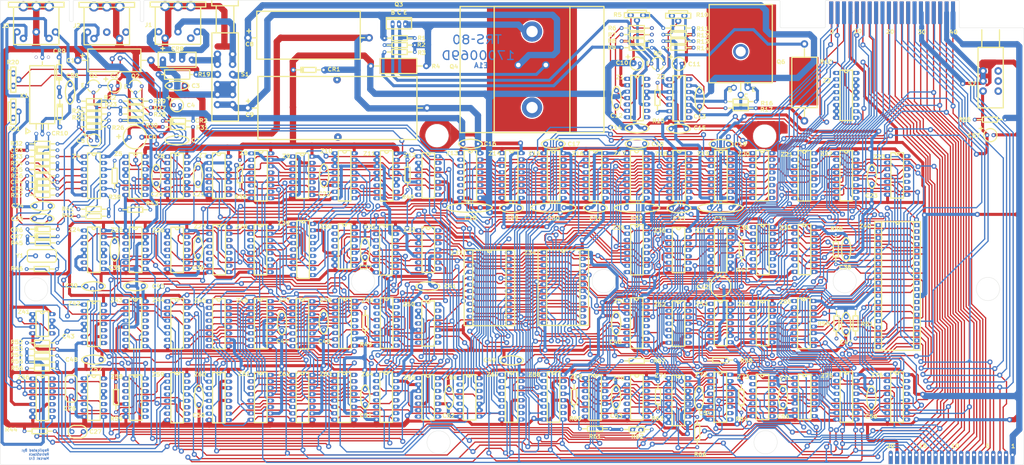
<source format=kicad_pcb>
(kicad_pcb (version 20240108) (generator "pcbnew") (generator_version "8.0")
  (title_block (title "TRS-80 Model I Rev D") (date "2024-11-20") (rev "E1A-D") (company "Marcel Erz"))
  (layers (0 "F.Cu" signal) (31 "B.Cu" signal) (34 "B.Paste" user) (35 "F.Paste" user) (36 "B.SilkS" user "B.Silkscreen") (37 "F.SilkS" user "F.Silkscreen") (38 "B.Mask" user) (39 "F.Mask" user) (44 "Edge.Cuts" user))
  (net 0 "")
  (net 1 "GND")
  (net 2 "Net-(C1-Pad2)")
  (net 3 "Net-(Q1-C)")
  (net 4 "-5V")
  (net 5 "Net-(C5-Pad1)")
  (net 6 "Net-(Z4E-V+)")
  (net 7 "Net-(Q6-E)")
  (net 8 "Net-(Q4-E)")
  (net 9 "+5V")
  (net 10 "+12V")
  (net 11 "Net-(Z1-FC)")
  (net 12 "Net-(Z2-FC)")
  (net 13 "Net-(Z2--)")
  (net 14 "Net-(C20-Pad1)")
  (net 15 "Net-(C20-Pad2)")
  (net 16 "Net-(C21-Pad2)")
  (net 17 "/Cassette Interface/CASSIN")
  (net 18 "Net-(C24-Pad2)")
  (net 19 "Net-(C25-Pad2)")
  (net 20 "Net-(C26-Pad1)")
  (net 21 "Net-(C26-Pad2)")
  (net 22 "Net-(C27-Pad2)")
  (net 23 "Net-(CR7-K)")
  (net 24 "Net-(C42-Pad1)")
  (net 25 "Net-(C43-Pad1)")
  (net 26 "Net-(C43-Pad2)")
  (net 27 "Net-(C57-Pad1)")
  (net 28 "Net-(CR3-A)")
  (net 29 "Net-(CR4-K)")
  (net 30 "Net-(CR4-A)")
  (net 31 "Net-(CR5-A)")
  (net 32 "Net-(CR6-K)")
  (net 33 "Net-(CR6-A)")
  (net 34 "Net-(CR8-+)")
  (net 35 "Net-(CR8-Pad2)")
  (net 36 "Net-(CR8-Pad3)")
  (net 37 "Net-(CR8--)")
  (net 38 "Net-(CR10-K)")
  (net 39 "Net-(CR9-A)")
  (net 40 "Net-(CR10-A)")
  (net 41 "Net-(J1-Pad2)")
  (net 45 "Net-(Q1-E)")
  (net 46 "/Cassette Interface/CASSOUT")
  (net 47 "/Address Decoder/~{RAS}")
  (net 48 "/CPU/~{SYSRES}")
  (net 49 "/CPU Gating/~{CAS}")
  (net 50 "/A10")
  (net 51 "/A13")
  (net 52 "/A15")
  (net 53 "/A11")
  (net 54 "/A14")
  (net 55 "/CPU Gating/~{OUT}")
  (net 56 "/CPU Gating/~{WR}")
  (net 57 "/CPU/~{INTAK}")
  (net 58 "/Address Decoder/~{RD}")
  (net 59 "/CPU Gating/MUX")
  (net 60 "/D4")
  (net 61 "/CPU Gating/~{IN}")
  (net 62 "/D7")
  (net 63 "/CPU/~{INT}")
  (net 64 "/D1")
  (net 65 "/CPU Gating/~{TEST}")
  (net 66 "/D6")
  (net 67 "/A0")
  (net 68 "/D3")
  (net 69 "/A1")
  (net 70 "/D5")
  (net 71 "/D0")
  (net 72 "/A4")
  (net 73 "/D2")
  (net 74 "/CPU/~{WAIT}")
  (net 75 "/A3")
  (net 76 "/A7")
  (net 77 "/A2")
  (net 78 "/Address Decoder/~{KYBD}")
  (net 80 "Net-(Q1-B)")
  (net 81 "Net-(Q2-C)")
  (net 82 "Net-(Q2-B)")
  (net 83 "Net-(Q3-B)")
  (net 84 "Net-(Q3-C)")
  (net 85 "Net-(Q3-E)")
  (net 86 "Net-(Q5-B)")
  (net 87 "Net-(Q5-E)")
  (net 88 "Net-(Q5-C)")
  (net 89 "Net-(Q6-C)")
  (net 90 "Net-(Q6-B)")
  (net 91 "Net-(Z1-ILIM)")
  (net 92 "Net-(R5-Pad1)")
  (net 93 "Net-(R11-Pad1)")
  (net 94 "Net-(Z1-VREF)")
  (net 95 "Net-(R10-Pad1)")
  (net 96 "Net-(R10-Pad3)")
  (net 97 "Net-(Z2-ILIM)")
  (net 98 "Net-(Z2-VREF)")
  (net 99 "Net-(Z2-+)")
  (net 100 "Net-(R20-Pad1)")
  (net 102 "Net-(R21-Pad1)")
  (net 104 "Net-(Z41B-2Y)")
  (net 105 "Net-(Z4B-+)")
  (net 106 "Net-(Z4A-+)")
  (net 107 "Net-(Z4C-+)")
  (net 108 "/Video/Video Mixer/SYNC")
  (net 109 "Net-(Z4B--)")
  (net 110 "Net-(Z4A--)")
  (net 111 "Net-(Z4D-+)")
  (net 112 "Net-(Z7A-~{R})")
  (net 113 "Net-(Z10-Clr)")
  (net 114 "Net-(Z4C--)")
  (net 115 "Net-(Z4D--)")
  (net 116 "Net-(R46-Pad2)")
  (net 117 "Net-(Z21-Q3b)")
  (net 118 "Net-(Z49-I1b)")
  (net 119 "Net-(R52-Pad1)")
  (net 120 "Net-(Z59-Q0)")
  (net 121 "Net-(Z59-~{Q1})")
  (net 122 "Net-(Z59-~{Mr})")
  (net 123 "Net-(Z13-~{RAS})")
  (net 124 "/Address Decoder/~{RAM}")
  (net 125 "/CPU/ZCLK")
  (net 126 "Net-(R66-Pad2)")
  (net 127 "/CPU/HI")
  (net 139 "Net-(Z21-Q1a)")
  (net 140 "Net-(Z21-Q2a)")
  (net 141 "Net-(Z21-Q3a)")
  (net 142 "Net-(Z21-Q1b)")
  (net 143 "Net-(Z21-Q0b)")
  (net 144 "Net-(Z21-Q2b)")
  (net 145 "Net-(Z24-Pad9)")
  (net 146 "Net-(Z5-Pad1)")
  (net 147 "Net-(Z5-Pad13)")
  (net 148 "Net-(Z5-Pad12)")
  (net 149 "Net-(Z5-Pad6)")
  (net 150 "Net-(Z5-Pad10)")
  (net 151 "Net-(Z6-Pad1)")
  (net 152 "Net-(Z1--)")
  (net 153 "Net-(Z6-Pad10)")
  (net 154 "/Video/Video Counter/HDRV")
  (net 155 "/Video/Video Counter/~{LATCH}")
  (net 156 "/Address Decoder/~{VID}")
  (net 158 "/Video/Video Latch/~{VCLR}")
  (net 161 "/Video/Video Counter/L3")
  (net 163 "/Video/Video Generator/LB4")
  (net 164 "/Video/Video Generator/LB2")
  (net 165 "/Video/Video Generator/LB0")
  (net 166 "Net-(Z11-F)")
  (net 167 "Net-(Z11-C)")
  (net 168 "/Video/Video Generator/LB1")
  (net 169 "/Video/Video Generator/LB3")
  (net 170 "/Video/Video Generator/LB5")
  (net 172 "/Video/Video Counter/L2")
  (net 174 "Net-(Z26-Pad13)")
  (net 176 "Net-(Z10-Clk)")
  (net 177 "/Video/Video Counter/SHIFT")
  (net 180 "Net-(Z10-C)")
  (net 181 "Net-(Z10-D)")
  (net 182 "Net-(Z10-E)")
  (net 183 "Net-(Z10-F)")
  (net 184 "Net-(Z10-G)")
  (net 185 "Net-(Z10-Qh)")
  (net 186 "Net-(Z10-PE)")
  (net 187 "Net-(Z11-Qh)")
  (net 188 "Net-(Z11-PE)")
  (net 189 "/Video/Video Counter/L0")
  (net 190 "Net-(Z12-R0(1))")
  (net 191 "/Video/Video Counter/L1")
  (net 192 "Net-(Z13-A0)")
  (net 193 "Net-(Z13-A2)")
  (net 194 "Net-(Z13-A1)")
  (net 195 "Net-(Z13-A5)")
  (net 196 "Net-(Z13-A4)")
  (net 197 "Net-(Z13-A3)")
  (net 198 "Net-(Z13-A6)")
  (net 199 "Net-(Z21-Ea2)")
  (net 200 "Net-(Z22-Pad1)")
  (net 201 "/CPU Gating/~{ZOUT}")
  (net 202 "/CPU Gating/~{ZWR}")
  (net 203 "/CPU Gating/~{ZRD}")
  (net 204 "/CPU Gating/~{ZIN}")
  (net 205 "/CPU Gating/ZA2")
  (net 206 "/CPU Gating/ZA3")
  (net 207 "Net-(Z40-~{WR})")
  (net 208 "Net-(Z40-~{IORQ})")
  (net 209 "/CPU Gating/~{ZRAS}")
  (net 210 "Net-(Z40-~{RD})")
  (net 211 "Net-(Z58-CP1..3)")
  (net 212 "Net-(Z43-I0c)")
  (net 214 "Net-(Z24-Pad12)")
  (net 215 "Net-(Z24-Pad10)")
  (net 216 "/Cassette Interface/~{OUTSIG}")
  (net 218 "Net-(Z25-Pad10)")
  (net 219 "/Cassette Interface/~{INSIG}")
  (net 221 "/Video/Video Generator/~{BLANK}")
  (net 222 "/Video/Video Generator/GRAPHICS")
  (net 223 "/Video/Video Generator/~{GRAPHICS}")
  (net 224 "/Video/Video Generator/~{CHARGAP}")
  (net 225 "Net-(Z27-D0)")
  (net 226 "Net-(Z27-D1)")
  (net 229 "/Video/Video Latch/VD6")
  (net 231 "/Video/Video Generator/LB6")
  (net 232 "/Video/Video Latch/VD2")
  (net 233 "/Video/Video Latch/VD4")
  (net 234 "/Video/Video Latch/VD3")
  (net 235 "/Video/Video Latch/VD5")
  (net 236 "/Video/Video Latch/VD1")
  (net 237 "/Video/Video Latch/VD0")
  (net 238 "/Video/Video Generator/PIXEL")
  (net 240 "/Video/Video Latch/VD7")
  (net 241 "/Video/Video Access Multiplexer/R2")
  (net 242 "/Video/Video Access Multiplexer/VA8")
  (net 243 "/Video/Video Access Multiplexer/R3")
  (net 244 "/Video/Video Access Multiplexer/VA9")
  (net 245 "/Video/Video Access Multiplexer/VA6")
  (net 246 "/Video/Video Access Multiplexer/R0")
  (net 247 "/Video/Video Access Multiplexer/VA7")
  (net 248 "/Video/Video Access Multiplexer/R1")
  (net 249 "Net-(Z32-R0(1))")
  (net 250 "Net-(Z35-I1a)")
  (net 251 "Net-(Z36-Pad1)")
  (net 252 "Net-(Z36-Pad2)")
  (net 253 "Net-(Z36-Pad5)")
  (net 254 "Net-(Z36-Pad10)")
  (net 255 "Net-(Z36-Pad9)")
  (net 256 "Net-(Z37-Pad2)")
  (net 257 "Net-(Z37-Pad11)")
  (net 259 "Net-(Z40-~{NMI})")
  (net 260 "/CPU Gating/ZA10")
  (net 261 "/CPU Gating/ZA12")
  (net 262 "/CPU Gating/ZA13")
  (net 263 "/CPU Gating/ZA15")
  (net 264 "/CPU Gating/ZA14")
  (net 265 "/CPU Gating/ZA6")
  (net 266 "/CPU Gating/ZA4")
  (net 267 "/CPU Gating/ZA5")
  (net 268 "/CPU Gating/ZA7")
  (net 269 "/CPU Gating/ZA9")
  (net 270 "/CPU Gating/ZD4")
  (net 271 "/CPU Gating/ZD3")
  (net 272 "/CPU Gating/ZD5")
  (net 273 "/CPU Gating/ZD6")
  (net 274 "/CPU Gating/ZD2")
  (net 275 "/CPU Gating/ZD7")
  (net 276 "/CPU Gating/ZD0")
  (net 277 "/CPU Gating/ZD1")
  (net 278 "Net-(Z40-~{HALT})")
  (net 280 "Net-(Z40-~{RESET})")
  (net 281 "Net-(Z40-~{M1})")
  (net 283 "/CPU Gating/ZA0")
  (net 284 "/CPU Gating/ZA1")
  (net 285 "Net-(Z41A-1A)")
  (net 286 "/CPU/CLK")
  (net 288 "/Cassette Interface/MODESEL")
  (net 289 "Net-(Z43-I0a)")
  (net 290 "Net-(Z43-I1b)")
  (net 291 "/Video/Video Access Multiplexer/C0")
  (net 292 "Net-(Z43-Zc)")
  (net 296 "/Video/Video Access Multiplexer/~{VRD}")
  (net 297 "/Video/Video Access Multiplexer/VA5")
  (net 298 "/Video/Video Access Multiplexer/~{VWR}")
  (net 299 "/Video/Video Access Multiplexer/VA1")
  (net 300 "/Video/Video Access Multiplexer/VA2")
  (net 301 "/Video/Video Access Multiplexer/VA3")
  (net 302 "/Video/Video Access Multiplexer/VA4")
  (net 303 "/Video/Video Access Multiplexer/VA0")
  (net 304 "/Video/Video Access Multiplexer/C5")
  (net 305 "/Video/Video Access Multiplexer/C4")
  (net 306 "/Video/Video Access Multiplexer/C3")
  (net 307 "Net-(Z50-R0(1))")
  (net 308 "/Video/Video Access Multiplexer/C2")
  (net 309 "Net-(Z51-Zc)")
  (net 312 "Net-(Z52-Pad12)")
  (net 313 "/CPU Gating/~{DBOUT}")
  (net 314 "/CPU Gating/~{DBIN}")
  (net 315 "Net-(Z56-Q3)")
  (net 320 "Net-(Z57-Pad2)")
  (net 321 "Net-(Z57-Pad6)")
  (net 322 "/A8")
  (net 330 "/Video/Video Access Multiplexer/C1")
  (net 332 "/Address Decoder/~{MEM}")
  (net 334 "Net-(Z67-Pad15)")
  (net 335 "/CPU/MREQ")
  (net 336 "Net-(Z69A-Q)")
  (net 339 "/CPU Gating/ZMUX")
  (net 341 "/CPU Gating/~{ZCAS}")
  (net 342 "Net-(Z70B-D)")
  (net 346 "/A9")
  (net 347 "/A5")
  (net 348 "/A6")
  (net 349 "/A12")
  (net 350 "Net-(Z6-Pad4)")
  (net 351 "/RAM-ROM Interface/ROMD7")
  (net 352 "/RAM-ROM Interface/ROMD6")
  (net 355 "Net-(Z13-~{CAS})")
  (net 356 "/RAM-ROM Interface/ROMD4")
  (net 357 "/CPU Gating/ZA11")
  (net 358 "/CPU Gating/ZA8")
  (net 360 "/RAM-ROM Interface/ROMD1")
  (net 361 "/RAM-ROM Interface/ROMD0")
  (net 362 "/RAM-ROM Interface/ROMD2")
  (net 363 "/RAM-ROM Interface/ROMD3")
  (net 364 "/RAM-ROM Interface/ROMD5")
  (net 365 "/Video/Video Counter/VDRV")
  (net 366 "Net-(Z57-Pad11)")
  (net 367 "/Address Decoder/~{ROM}")
  (net 377 "Net-(Z74-Pad2)")
  (footprint "RetroStackLibrary:TRS80_Model_I_DIP16" (layer "F.Cu") (at 71.44 202.65 -90)
    (property "Reference" "Z60")
    (property "Value" "74LS367")
  )
  (footprint "RetroStackLibrary:TRS80_Model_I_R_0.25W" (layer "F.Cu") (at 38.481 87.61)
    (property "Reference" "R27")
    (property "Value" "330")
  )
  (footprint "RetroStackLibrary:TRS80_Model_I_R_0.25W" (layer "F.Cu") (at 143.075 62.825)
    (property "Reference" "R2")
    (property "Value" "2.7k")
  )
  (footprint "RetroStackLibrary:TRS80_Model_I_C_Disc_9.5L_4W_6P_Small" (layer "F.Cu") (at 329.946 202.692 -90)
    (property "Reference" "C56")
    (property "Value" "0.1uF 12V")
  )
  (footprint "RetroStackLibrary:TRS80_Model_I_C_Disc_9.5L_4W_6P_Small" (layer "F.Cu") (at 46.675 114.8 -90)
    (property "Reference" "C20")
    (property "Value" "330pF")
  )
  (footprint "RetroStackLibrary:TRS80_Model_I_DIP14" (layer "F.Cu") (at 21.94 114.65 -90)
    (property "Reference" "Z4")
    (property "Value" "LM3900")
  )
  (footprint "RetroStackLibrary:TRS80_Model_I_R_0.25W" (layer "F.Cu") (at 245.4148 202.1784 -90)
    (property "Reference" "R63")
    (property "Value" "4.7k")
  )
  (footprint "RetroStackLibrary:TRS80_Model_I_R_0.25W" (layer "F.Cu") (at 1.4 186 180)
    (property "Reference" "R54")
    (property "Value" "7.5k")
  )
  (footprint "RetroStackLibrary:TRS80_Model_I_DIP16" (layer "F.Cu") (at 137.915 114.7064 -90)
    (property "Reference" "Z11")
    (property "Value" "74LS166")
  )
  (footprint "RetroStackLibrary:TRS80_Model_I_DIP16" (layer "F.Cu") (at 88.015 173.305 -90)
    (property "Reference" "Z46")
    (property "Value" "2102")
  )
  (footprint "RetroStackLibrary:TRS80_Model_I_C_Disc_18.5L_4W_8.5P_Large" (layer "F.Cu") (at 170.756 127.3048)
    (property "Reference" "C28")
    (property "Value" "0.1uF 25V")
  )
  (footprint "RetroStackLibrary:TRS80_Model_I_C_Disc_9.5L_4W_6P_Small" (layer "F.Cu") (at 237.1316 101.9556)
    (property "Reference" "C18")
    (property "Value" "0.1uF 12V")
  )
  (footprint "RetroStackLibrary:TRS80_Model_I_DIP14" (layer "F.Cu") (at 21.94 173.37 -90)
    (property "Reference" "Z42")
    (property "Value" "74LS04")
  )
  (footprint "RetroStackLibrary:TRS80_Model_I_D" (layer "F.Cu") (at 106.925 72.675)
    (property "Reference" "CR1")
    (property "Value" "1N4735")
  )
  (footprint "RetroStackLibrary:TRS80_Model_I_R_0.25W" (layer "F.Cu") (at 129.4892 173.0248 90)
    (property "Reference" "R49")
    (property "Value" "4.7k")
  )
  (footprint "RetroStackLibrary:TRS80_Model_I_C_Disc_9.5L_4W_6P_Small" (layer "F.Cu") (at 228.95 83.9 -90)
    (property "Reference" "C12")
    (property "Value" "470pF")
  )
  (footprint "RetroStackLibrary:TRS80_Model_I_C_Disc_9.5L_4W_6P_Small" (layer "F.Cu") (at 228.854 173.2252 -90)
    (property "Reference" "C46")
    (property "Value" "0.1uF 12V")
  )
  (footprint "RetroStackLibrary:TRS80_Model_I_DIP14" (layer "F.Cu") (at 104.54 114.65 -90)
    (property "Reference" "Z9")
    (property "Value" "74LS04")
  )
  (footprint "RetroStackLibrary:TRS80_Model_I_DIP16" (layer "F.Cu") (at 303.46 143.88 -90)
    (property "Reference" "Z39")
    (property "Value" "74LS367")
  )
  (footprint "RetroStackLibrary:TRS80_Model_I_R_0.25W" (layer "F.Cu") (at 1.7272 141.2748)
    (property "Reference" "R45")
    (property "Value" "470k")
  )
  (footprint "RetroStackLibrary:TRS80_Model_I_C_Disc_9.5L_4W_6P_Small" (layer "F.Cu") (at 187.4 127.4572 180)
    (property "Reference" "C29")
    (property "Value" "0.1uF 12V")
  )
  (footprint "RetroStackLibrary:TRS80_Model_I_R_0.25W" (layer "F.Cu") (at 220.472 214.9856)
    (property "Reference" "R61")
    (property "Value" "4.7k")
  )
  (footprint "RetroStackLibrary:TRS80_Model_I_DIP16" (layer "F.Cu") (at 187.435 114.55 -90)
    (property "Reference" "Z14")
    (property "Value" "4116")
  )
  (footprint "RetroStackLibrary:TRS80_Model_I_C_Disc_9.5L_4W_6P_Small" (layer "F.Cu") (at 30.1752 143.7612 -90)
    (property "Reference" "C35")
    (property "Value" "0.1uF 12V")
  )
  (footprint "RetroStackLibrary:TRS80_Model_I_DIP14" (layer "F.Cu") (at 253.785 83.97 -90)
    (property "Reference" "Z2")
    (property "Value" "LM723C")
  )
  (footprint "RetroStackLibrary:TRS80_Model_I_DIP16" (layer "F.Cu") (at 320.065 202.375 -90)
    (property "Reference" "Z75")
    (property "Value" "74LS367")
  )
  (footprint "RetroStackLibrary:TRS80_Model_I_D" (layer "F.Cu") (at 1.65 135.8392)
    (property "Reference" "CR6")
    (property "Value" "1N4148")
  )
  (footprint "RetroStackLibrary:TRS80_Model_I_DIP16" (layer "F.Cu") (at 137.915 173.1 -90)
    (property "Reference" "Z49")
    (property "Value" "74LS157")
  )
  (footprint "RetroStackLibrary:TRS80_Model_I_DIP16" (layer "F.Cu") (at 253.44 203.7588 -90)
    (property "Reference" "Z71")
    (property "Value" "~")
  )
  (footprint "RetroStackLibrary:TRS80_Model_I_C_Disc_9.5L_4W_6P_Small" (layer "F.Cu") (at 319.9384 173.4792 -90)
    (property "Reference" "C47")
    (property "Value" "0.1uF 12V")
  )
  (footprint "RetroStackLibrary:TRS80_Model_I_DIP16" (layer "F.Cu") (at 121.115 202.505 -90)
    (property "Reference" "Z63")
    (property "Value" "2102")
  )
  (footprint "RetroStackLibrary:TRS80_Model_I_C_Disc_9.5L_4W_6P_Small" (layer "F.Cu") (at 129.4384 202.3336 -90)
    (property "Reference" "C51")
    (property "Value" "0.1uF 12V")
  )
  (footprint "RetroStackLibrary:TRS80_Model_I_C_Pol_Axial_21L_9W_29P" (layer "F.Cu") (at 30.0448 68.8848)
    (property "Reference" "C1")
    (property "Value" "220uF 16V")
  )
  (footprint "RetroStackLibrary:TRS80_Model_I_DIN5" (layer "F.Cu") (at 27.05 54.398 180)
    (property "Reference" "J2")
    (property "Value" "Front View")
  )
  (footprint "RetroStackLibrary:TRS80_Model_I_DIP16" (layer "F.Cu") (at 340.11 202.425 -90)
    (property "Reference" "Z76")
    (property "Value" "74LS367")
  )
  (footprint "RetroStackLibrary:TRS80_Model_I_R_0.25W" (layer "F.Cu") (at 278.6 143.825 -90)
    (property "Reference" "R47")
    (property "Value" "10k")
  )
  (footprint "RetroStackLibrary:TRS80_Model_I_C_Disc_9.5L_4W_6P_Small" (layer "F.Cu") (at 96.425 173 90)
    (property "Reference" "C44")
    (property "Value" "0.1uF 12V")
  )
  (footprint "RetroStackLibrary:TRS80_Model_I_D" (layer "F.Cu") (at 8.4328 89.3064 -90)
    (property "Reference" "CR10")
    (property "Value" "1N982")
  )
  (footprint "RetroStackLibrary:TRS80_Model_I_Q_Circle_EBC" (layer "F.Cu") (at 21.7932 79.1464)
    (property "Reference" "Q1")
    (property "Value" "2N3904")
  )
  (footprint "RetroStackLibrary:TRS80_Model_I_R_0.25W" (layer "F.Cu") (at 376.9 92.4 180)
    (property "Reference" "R65")
    (property "Value" "10k")
  )
  (footprint "RetroStackLibrary:TRS80_Model_I_R_0.25W" (layer "F.Cu") (at 1.3 151.65)
    (property "Reference" "R46")
    (property "Value" "910")
  )
  (footprint "RetroStackLibrary:TRS80_Model_I_D" (layer "F.Cu") (at 1.65 138.684)
    (property "Reference" "CR7")
    (property "Value" "1N4148")
  )
  (footprint "RetroStackLibrary:TRS80_Model_I_D" (layer "F.Cu") (at 1.524 104.521)
    (property "Reference" "CR3")
    (property "Value" "1N4148")
  )
  (footprint "RetroStackLibrary:TRS80_Model_I_DIP14" (layer "F.Cu") (at 340.185 114.52 -90)
    (property "Reference" "Z23")
    (property "Value" "74LS32")
  )
  (footprint "RetroStackLibrary:TRS80_Model_I_R_0.25W" (layer "F.Cu") (at 270.1 187.75 180)
    (property "Reference" "R58")
    (property "Value" "4.7k")
  )
  (footprint "RetroStackLibrary:TRS80_Model_I_R_0.25W" (layer "F.Cu") (at 21.844 127.9144)
    (property "Reference" "R41")
    (property "Value" "470k")
  )
  (footprint "RetroStackLibrary:TRS80_Model_I_R_0.25W" (layer "F.Cu") (at 237 61.275 180)
    (property "Reference" "R8")
    (property "Value" "100k")
  )
  (footprint "RetroStackLibrary:TRS80_Model_I_R_0.25W" (layer "F.Cu") (at 278.45 202.55 -90)
    (property "Reference" "R64")
    (property "Value" "330")
  )
  (footprint "RetroStackLibrary:TRS80_Model_I_R_0.25W" (layer "F.Cu") (at 1.524 101.981 180)
    (property "Reference" "R32")
    (property "Value" "10k")
  )
  (footprint "RetroStackLibrary:TRS80_Model_I_C_Pol_Radial_5D_2.5P" (layer "F.Cu") (at 377.0875 98.55)
    (property "Reference" "C57")
    (property "Value" "10uF 16V")
  )
  (footprint "RetroStackLibrary:TRS80_Model_I_R_2W" (layer "F.Cu") (at 142.625 71.125 180)
    (property "Reference" "R4")
    (property "Value" "0.33")
  )
  (footprint "RetroStackLibrary:TRS80_Model_I_C_Disc_9.5L_4W_6P_Small" (layer "F.Cu") (at 187.4012 187.8584 180)
    (property "Reference" "C49")
    (property "Value" "0.1uF 12V")
  )
  (footprint "RetroStackLibrary:TRS80_Model_I_DIP14" (layer "F.Cu") (at 253.565 144.07 -90)
    (property "Reference" "Z36")
    (property "Value" "74LS32")
  )
  (footprint "RetroStackLibrary:TRS80_Model_I_C_Disc_9.5L_4W_6P_Small" (layer "F.Cu") (at 51.6664 98.7552 180)
    (property "Reference" "C7")
    (property "Value" "0.01uF 24V")
  )
  (footprint "RetroStackLibrary:TRS80_Model_I_R_0.25W" (layer "F.Cu") (at 278.1554 87.8444 180)
    (property "Reference" "R17")
    (property "Value" "2k")
  )
  (footprint "RetroStackLibrary:TRS80_Model_I_C_Disc_9.5L_4W_6P_Small" (layer "F.Cu") (at 330.2 114.9604 -90)
    (property "Reference" "C23")
    (property "Value" "0.1uF 12V")
  )
  (footprint "RetroStackLibrary:TRS80_Model_I_DIP14" (layer "F.Cu") (at 54.94 144.03 -90)
    (property "Reference" "Z26")
    (property "Value" "74LS20")
  )
  (footprint "RetroStackLibrary:TRS80_Model_I_DIP16" (layer "F.Cu") (at 286.71 114.575 -90)
    (property "Reference" "Z20")
    (property "Value" "4116")
  )
  (footprint "RetroStackLibrary:TRS80_Model_I_C_Pol_Radial_10D_5P" (layer "F.Cu") (at 38.5348 99.3648 180)
    (property "Reference" "C6")
    (property "Value" "100uF 16V")
  )
  (footprint "RetroStackLibrary:TRS80_Model_I_C_Disc_9.5L_4W_6P_Small" (layer "F.Cu") (at 12.4968 81.5312 90)
    (property "Reference" "C_C58" (hide yes))
    (property "Value" "0.1uF 12V" (hide yes))
  )
  (footprint "RetroStackLibrary:TRS80_Model_I_DIP14" (layer "F.Cu") (at 237.115 83.84 -90)
    (property "Reference" "Z1")
    (property "Value" "LM723C")
  )
  (footprint "RetroStackLibrary:TRS80_Model_I_C_Disc_9.5L_4W_6P_Small" (layer "F.Cu") (at 261.675 202.8 -90)
    (property "Reference" "C54")
    (property "Value" "0.1uF 12V")
  )
  (footprint "RetroStackLibrary:TRS80_Model_I_C_Pol_Radial_5D_2.5P" (layer "F.Cu") (at 236.9512 70.1548)
    (property "Reference" "C10")
    (property "Value" "10uF 16V")
  )
  (footprint "RetroStackLibrary:TRS80_Model_I_C_Disc_9.5L_4W_6P_Small" (layer "F.Cu") (at 162.6616 202.4352 -90)
    (property "Reference" "C52")
    (property "Value" "0.1uF 12V")
  )
  (footprint "RetroStackLibrary:TRS80_Model_I_DIP14" (layer "F.Cu") (at 21.94 143.99 -90)
    (property "Reference" "Z24")
    (property "Value" "74LS132")
  )
  (footprint "RetroStackLibrary:TRS80_Model_I_DIP16" (layer "F.Cu") (at 237.085 143.975 -90)
    (property "Reference" "Z35")
    (property "Value" "74LS157")
  )
  (footprint "RetroStackLibrary:TRS80_Model_I_DIP14" (layer "F.Cu") (at 170.79 202.535 -90)
    (property "Reference" "Z66")
    (property "Value" "74LS11")
  )
  (footprint "RetroStackLibrary:TRS80_Model_I_R_Pot" (layer "F.Cu") (at -9.9568 89.194 90)
    (property "Reference" "R21")
    (property "Value" "100k")
  )
  (footprint "RetroStackLibrary:TRS80_Model_I_R_0.25W" (layer "F.Cu") (at 237 58.675 180)
    (property "Reference" "R7")
    (property "Value" "1.2k")
  )
  (footprint "RetroStackLibrary:TRS80_Model_I_R_0.25W" (layer "F.Cu") (at 21.971 95.23)
    (property "Reference" "R26")
    (property "Value" "1M")
  )
  (footprint "RetroStackLibrary:TRS80_Model_I_R_0.25W" (layer "F.Cu") (at 21.971 85.07)
    (property "Reference" "R22")
    (property "Value" "75")
  )
  (footprint "RetroStackLibrary:TRS80_Model_I_DIP14" (layer "F.Cu") (at 38.485 144.025 -90)
    (property "Reference" "Z25")
    (property "Value" "74LS32")
  )
  (footprint "RetroStackLibrary:TRS80_Model_I_R_0.25W" (layer "F.Cu") (at 1.524 112.141)
    (property "Reference" "R35")
    (property "Value" "470k")
  )
  (footprint "RetroStackLibrary:TRS80_Model_I_R_0.25W" (layer "F.Cu") (at 245.225 83.75 90)
    (property "Reference" "R15")
    (property "Value" "1.5k")
  )
  (footprint "RetroStackLibrary:TRS80_Model_I_DIP24" (layer "F.Cu") (at 178.629 159.1056 -90)
    (property "Reference" "Z33")
    (property "Value" "2364_20L")
  )
  (footprint "RetroStackLibrary:TRS80_Model_I_DIP16" (layer "F.Cu") (at 253.815 114.575 -90)
    (property "Reference" "Z18")
    (property "Value" "4116")
  )
  (footprint "RetroStackLibrary:TRS80_Model_I_DIP14" (layer "F.Cu") (at 21.94 202.65 -90)
    (property "Reference" "Z57")
    (property "Value" "74C04")
  )
  (footprint "RetroStackLibrary:TRS80_Model_I_C_Disc_9.5L_4W_6P_Small" (layer "F.Cu") (at 11.4808 173.2816 -90)
    (property "Reference" "C43")
    (property "Value" "47pF")
  )
  (footprint "RetroStackLibrary:TRS80_Model_I_D" (layer "F.Cu") (at 55.25 92.9)
    (property "Reference" "CR2")
    (property "Value" "1N5231")
  )
  (footprint "RetroStackLibrary:TRS80_Model_I_DIP16" (layer "F.Cu") (at 71.615 143.955 -90)
    (property "Reference" "Z27")
    (property "Value" "74LS175")
  )
  (footprint "RetroStackLibrary:TRS80_Model_I_R_0.25W" (layer "F.Cu") (at 55.2 95.3)
    (property "Reference" "R31")
    (property "Value" "10")
  )
  (footprint "RetroStackLibrary:TRS80_Model_I_R_0.25W" (layer "F.Cu") (at 143.075 65.575 180)
    (property "Reference" "R3")
    (property "Value" "750")
  )
  (footprint "RetroStackLibrary:TRS80_Model_I_R_0.25W" (layer "F.Cu") (at 1.524 107.061)
    (property "Reference" "R33")
    (property "Value" "360k")
  )
  (footprint "RetroStackLibrary:TRS80_Model_I_DIP14" (layer "F.Cu") (at 270.265 143.975 -90)
    (property "Reference" "Z37")
    (property "Value" "74LS02")
  )
  (footprint "RetroStackLibrary:TRS80_Model_I_R_0.25W" (layer "F.Cu") (at 30.1752 114.6556 90)
    (property "Reference" "R38")
    (property "Value" "470k")
  )
  (footprint "RetroStackLibrary:TRS80_Model_I_DIP14" (layer "F.Cu") (at 237.04 202.54 -90)
    (property "Reference" "Z70")
    (property "Value" "74LS74")
  )
  (footprint "RetroStackLibrary:TRS80_Model_I_C_Disc_9.5L_4W_6P_Small" (layer "F.Cu") (at 253.7432 127.5588 180)
    (property "Reference" "C33")
    (property "Value" "0.1uF 12V")
  )
  (footprint "RetroStackLibrary:TRS80_Model_I_R_0.25W" (layer "F.Cu") (at 260.9596 216.3064 90)
    (property "Reference" "R66")
    (property "Value" "4.7k")
  )
  (footprint "RetroStackLibrary:TRS80_Model_I_C_Pol_Radial_5D_2.5P" (layer "F.Cu") (at 30.0936 78.994)
    (property "Reference" "C2")
    (property "Value" "10uF 16V")
  )
  (footprint "RetroStackLibrary:TRS80_Model_I_DIP14" (layer "F.Cu") (at 220.515 202.57 -90)
    (property "Reference" "Z69")
    (property "Value" "74LS74")
  )
  (footprint "RetroStackLibrary:TRS80_Model_I_C_Disc_9.5L_4W_6P_Small" (layer "F.Cu") (at 253.5908 95.9612)
    (property "Reference" "C15")
    (property "Value" "0.01uF 24V")
  )
  (footprint "RetroStackLibrary:TRS80_Model_I_C_Pol_Radial_5D_2.5P" (layer "F.Cu") (at 54.825 86.65)
    (property "Reference" "C4")
    (property "Value" "10uF 16V")
  )
  (footprint "RetroStackLibrary:TRS80_Model_I_R_0.25W" (layer "F.Cu") (at 212.1916 202.3872 -90)
    (property "Reference" "R60")
    (property "Value" "4.7k")
  )
  (footprint "RetroStackLibrary:TRS80_Model_I_C_Pol_Axial_63L_25W_71P" (layer "F.Cu") (at 118.425 87.775)
    (property "Reference" "C9")
    (property "Value" "10000uF 16V")
  )
  (footprint "RetroStackLibrary:TRS80_Model_I_R_0.25W" (layer "F.Cu") (at 1.4 191.025 180)
    (property "Reference" "R56")
    (property "Value" "220k")
  )
  (footprint "RetroStackLibrary:TRS80_Model_I_R_0.25W" (layer "F.Cu") (at 253.5 63.875)
    (property "Reference" "R14")
    (property "Value" "12k")
  )
  (footprint "RetroStackLibrary:TRS80_Model_I_DIP40" (layer "F.Cu") (at 340.32 158.365 -90)
    (property "Reference" "Z40")
    (property "Value" "Z80CPU")
  )
  (footprint "RetroStackLibrary:TRS80_Model_I_DIP16" (layer "F.Cu") (at 88.19 114.675 -90)
    (property "Reference" "Z8")
    (property "Value" "74LS153")
  )
  (footprint "RetroStackLibrary:TRS80_Model_I_C_Disc_9.5L_4W_6P_Small" (layer "F.Cu") (at 237.1316 95.8088)
    (property "Reference" "C14")
    (property "Value" "0.01uF 24V")
  )
  (footprint "RetroStackLibrary:TRS80_Model_I_Keyboard_Connector" (layer "F.Cu") (at 361.7325 220.23)
    (property "Reference" "J100" (hide yes))
    (property "Value" "Connection Mainboard Side")
  )
  (footprint "RetroStackLibrary:TRS80_Model_I_DIP16" (layer "F.Cu") (at 54.94 202.65 -90)
    (property "Reference" "Z59")
    (property "Value" "74LS175")
  )
  (footprint "RetroStackLibrary:TRS80_Model_I_C_Disc_18.5L_4W_8.5P_Large" (layer "F.Cu") (at 203.9284 127.3048)
    (property "Reference" "C30")
    (property "Value" "0.1uF 25V")
  )
  (footprint "RetroStackLibrary:TRS80_Model_I_R_0.25W" (layer "F.Cu") (at 315.875 143.8 90)
    (property "Reference" "R48")
    (property "Value" "4.7k")
  )
  (footprint "RetroStackLibrary:TRS80_Model_I_DIP14" (layer "F.Cu") (at 38.44 114.65 -90)
    (property "Reference" "Z5")
    (property "Value" "74C00")
  )
  (footprint "RetroStackLibrary:TRS80_Model_I_R_0.25W" (layer "F.Cu") (at 38.481 85.07)
    (property "Reference" "R29")
    (property "Value" "1.8k")
  )
  (footprint "RetroStackLibrary:TRS80_Model_I_C_Disc_9.5L_4W_6P_Small" (layer "F.Cu") (at 54.912 78.9432)
    (property "Reference" "C3")
    (property "Value" "0.01uF 24V")
  )
  (footprint "RetroStackLibrary:TRS80_Model_I_D_Bridge" (layer "F.Cu") (at 54.9148 68.6548)
    (property "Reference" "CR8")
    (property "Value" "MDA202")
  )
  (footprint "RetroStackLibrary:TRS80_Model_I_R_0.25W" (layer "F.Cu") (at 1.4 180.9)
    (property "Reference" "R52")
    (property "Value" "910")
  )
  (footprint "RetroStackLibrary:TRS80_Model_I_DIP16" (layer "F.Cu") (at 104.565 202.54 -90)
    (property "Reference" "Z62")
    (property "Value" "2102")
  )
  (footprint "RetroStackLibrary:TRS80_Model_I_Q_Heatsink_Large_BEC" (layer "F.Cu") (at 195.525 72.525)
    (property "Reference" "Q4")
    (property "Value" "2N6594")
  )
  (footprint "RetroStackLibrary:TRS80_Model_I_DIP14" (layer "F.Cu") (at 270.24 173.0756 -90)
    (property "Reference" "Z53")
    (property "Value" "74LS132")
  )
  (footprint "RetroStackLibrary:TRS80_Model_I_DIP16" (layer "F.Cu") (at 303.39 114.675 -90)
    (property "Reference" "Z21")
    (property "Value" "74LS156")
  )
  (footprint "RetroStackLibrary:TRS80_Model_I_R_0.25W" (layer "F.Cu") (at 21.971 90.15)
    (property "Reference" "R24")
    (property "Value" "680k")
  )
  (footprint "RetroStackLibrary:TRS80_Model_I_C_Disc_9.5L_4W_6P_Small" (layer "F.Cu") (at 270.3548 102.108)
    (property "Reference" "C19")
    (property "Value" "0.1uF 12V")
  )
  (footprint "RetroStackLibrary:TRS80_Model_I_DIP16" (layer "F.Cu") (at 137.74 202.44 -90)
    (property "Reference" "Z64")
    (property "Value" "74LS157")
  )
  (footprint "RetroStackLibrary:TRS80_Model_I_DIP16" (layer "F.Cu") (at 137.615 144.085 -90)
    (property "Reference" "Z31")
    (property "Value" "74LS157")
  )
  (footprint "RetroStackLibrary:TRS80_Model_I_DIP16" (layer "F.Cu") (at 319.985 114.635 -90)
    (property "Reference" "Z22")
    (property "Value" "74LS367")
  )
  (footprint "RetroStackLibrary:TRS80_Model_I_C_Disc_18.5L_4W_8.5P_Large" (layer "F.Cu") (at 237.0836 127.3556)
    (property "Reference" "C32")
    (property "Value" "0.1uF 25V")
  )
  (footprint "RetroStackLibrary:TRS80_Model_I_C_Pol_Radial_6.3D_2.5P" (layer "F.Cu") (at 270.2744 158.496)
    (property "Reference" "C42")
    (property "Value" "22uF 16V")
  )
  (footprint "RetroStackLibrary:TRS80_Model_I_DIP16" (layer "F.Cu") (at 303.21 173.225 -90)
    (property "Reference" "Z55")
    (property "Value" "74LS367")
  )
  (footprint "RetroStackLibrary:TRS80_Model_I_R_0.25W" (layer "F.Cu") (at 38.481 92.69)
    (property "Reference" "R30")
    (property "Value" "47")
  )
  (footprint "RetroStackLibrary:TRS80_Model_I_C_Disc_9.5L_4W_6P_Small" (layer "F.Cu") (at 261.874 84.122 -90)
    (property "Reference" "C13")
    (property "Value" "470pF")
  )
  (footprint "RetroStackLibrary:TRS80_Model_I_Q_Box_BCE" (layer "F.Cu") (at 142.788 54.5084)
    (property "Reference" "Q3")
    (property "Value" "TIP29A")
  )
  (footprint "RetroStackLibrary:TRS80_Model_I_R_Pot" (layer "F.Cu") (at 253.4296 51.2064)
    (property "Reference" "R10")
    (property "Value" "1k")
  )
  (footprint "RetroStackLibrary:TRS80_Model_I_C_Disc_9.5L_4W_6P_Small" (layer "F.Cu") (at 63.5508 202.39 -90)
    (property "Reference" "C50")
    (property "Value" "0.1uF 12V")
  )
  (footprint "RetroStackLibrary:TRS80_Model_I_C_Pol_Radial_5D_2.5P" (layer "F.Cu") (at 22.0164 100.6856)
    (property "Reference" "C5")
    (property "Value" "10uF 16V")
  )
  (footprint "RetroStackLibrary:TRS80_Model_I_DIP16" (layer "F.Cu") (at 38.44 173.37 -90)
    (property "Reference" "Z43")
    (property "Value" "74LS157")
  )
  (footprint "RetroStackLibrary:TRS80_Model_I_DIP14" (layer "F.Cu") (at 38.44 202.65 -90)
    (property "Reference" "Z58")
    (property "Value" "74LS92")
  )
  (footprint "RetroStackLibrary:TRS80_Model_I_R_0.25W" (layer "F.Cu") (at 323.675 173.2 -90)
    (property "Reference" "R51")
    (property "Value" "4.7k")
  )
  (footprint "RetroStackLibrary:TRS80_Model_I_Edge_Connector" (layer "F.Cu") (at 338.165 47.46)
    (property "Reference" "J4" (hide yes))
    (property "Value" "Edge Connector")
  )
  (footprint "RetroStackLibrary:TRS80_Model_I_Relay" (layer "F.Cu") (at 1.524 82.4992 90)
    (property "Reference" "K1")
    (property "Value" "Relay_SPST-NO")
  )
  (footprint "RetroStackLibrary:TRS80_Model_I_DIP16" (layer "F.Cu") (at 236.96 114.55 -90)
    (property "Reference" "Z17")
    (property "Value" "4116")
  )
  (footprint "RetroStackLibrary:TRS80_Model_I_R_0.5W" (layer "F.Cu") (at 54.9332 74.5236)
    (property "Reference" "R19")
    (property "Value" "220")
  )
  (footprint "RetroStackLibrary:TRS80_Model_I_C_Disc_9.5L_4W_6P_Small" (layer "F.Cu") (at 319.95 143.9 -90)
    (property "Reference" "C38")
    (property "Value" "0.1uF 12V")
  )
  (footprint "RetroStackLibrary:TRS80_Model_I_DIP16" (layer "F.Cu") (at 71.44 173.37 -90)
    (property "Reference" "Z45")
    (property "Value" "2102")
  )
  (footprint "RetroStackLibrary:TRS80_Model_I_R_0.25W" (layer "F.Cu") (at 30.6832 202.438 -90)
    (property "Reference" "R59")
    (property "Value" "4.7k")
  )
  (footprint "RetroStackLibrary:TRS80_Model_I_DIP24" (layer "F.Cu") (at 207.895 159.005 -90)
    (property "Reference" "Z34")
    (property "Value" "2332_20L_21L")
  )
  (footprint "RetroStackLibrary:TRS80_Model_I_R_0.25W" (layer "F.Cu") (at 1.524 122.301)
    (property "Reference" "R37")
    (property "Value" "560k")
  )
  (footprint "RetroStackLibrary:TRS80_Model_I_DIP16" (layer "F.Cu") (at 270.115 202.435 -90)
    (property "Reference" "Z72")
    (property "Value" "74LS367")
  )
  (footprint "RetroStackLibrary:TRS80_Model_I_DIP14" (layer "F.Cu") (at 71.44 114.65 -90)
    (property "Reference" "Z7")
    (property "Value" "74LS74")
  )
  (footprint "RetroStackLibrary:TRS80_Model_I_C_Disc_9.5L_4W_6P_Small" (layer "F.Cu") (at 113.1316 114.6048 -90)
    (property "Reference" "C22")
    (property "Value" "0.1uF 12V")
  )
  (footprint "RetroStackLibrary:TRS80_Model_I_C_Disc_9.5L_4W_6P_Small" (layer "F.Cu") (at 21.77 187.58)
    (property "Reference" "C48")
    (property "Value" "0.1uF 12V")
  )
  (footprint "RetroStackLibrary:TRS80_Model_I_R_0.25W" (layer "F.Cu") (at 146.2024 114.2548 90)
    (property "Reference" "R40")
    (property "Value" "4.7k")
  )
  (footprint "RetroStackLibrary:TRS80_Model_I_D" (layer "F.Cu") (at 8.1788 73.6544 90)
    (property "Reference" "CR9")
    (property "Value" "1N982")
  )
  (footprint "RetroStackLibrary:TRS80_Model_I_DIP16" (layer "F.Cu") (at 121.44 173.18 -90)
    (property "Reference" "Z48")
    (property "Value" "2102")
  )
  (footprint "RetroStackLibrary:TRS80_Model_I_DIP16" (layer "F.Cu") (at 87.94 143.995 -90)
    (property "Reference" "Z28")
    (property "Value" "74LS174")
  )
  (footprint "RetroStackLibrary:TRS80_Model_I_DIP16" (layer "F.Cu") (at 220.685 114.6 -90)
    (property "Reference" "Z16")
    (property "Value" "4116")
  )
  (footprint "RetroStackLibrary:TRS80_Model_I_R_0.25W" (layer "F.Cu") (at 237 63.875)
    (property "Reference" "R9")
    (property "Value" "3.3k")
  )
  (footprint "RetroStackLibrary:TRS80_Model_I_R_0.25W" (layer "F.Cu") (at 253.5 58.675)
    (property "Reference" "R12")
    (property "Value" "3.3k")
  )
  (footprint "RetroStackLibrary:TRS80_Model_I_C_Pol_Radial_5D_2.5P" (layer "F.Cu") (at 253.6644 70.2564)
    (property "Reference" "C11")
    (property "Value" "10uF 16V")
  )
  (footprint "RetroStackLibrary:TRS80_Model_I_DIP16" (layer "F.Cu") (at 171.09 114.585 -90)
    (property "Reference" "Z13")
    (property "Value" "4116")
  )
  (footprint "RetroStackLibrary:TRS80_Model_I_C_Disc_9.5L_4W_6P_Small" (layer "F.Cu") (at 294.925 202.5 -90)
    (property "Reference" "C55")
    (property "Value" "0.1uF 12V")
  )
  (footprint "RetroStackLibrary:TRS80_Model_I_R_0.25W" (layer "F.Cu") (at 278.1554 85.2424 180)
    (property "Reference" "R16")
    (property "Value" "1.2k")
  )
  (footprint "RetroStackLibrary:TRS80_Model_I_DIP16" (layer "F.Cu") (at 54.94 173.37 -90)
    (property "Reference" "Z44")
    (property "Value" "74LS367")
  )
  (footprint "RetroStackLibrary:TRS80_Model_I_D" (layer "F.Cu") (at 1.524 117.221)
    (property "Reference" "CR4")
    (property "Value" "1N4148")
  )
  (footprint "RetroStackLibrary:TRS80_Model_I_R_0.25W" (layer "F.Cu") (at 143.075 60.075)
    (property "Reference" "R1")
    (property "Value" "68")
  )
  (footprint "RetroStackLibrary:TRS80_Model_I_DIP14" (layer "F.Cu") (at 154.41 114.58 -90)
    (property "Reference" "Z12")
    (property "Value" "74LS93")
  )
  (footprint "RetroStackLibrary:TRS80_Model_I_R_0.25W" (layer "F.Cu") (at 1.4 188.55)
    (property "Reference" "R55")
    (property "Value" "7.5k")
  )
  (footprint "RetroStackLibrary:TRS80_Model_I_C_Disc_9.5L_4W_6P_Small" (layer "F.Cu") (at 38.5 158.4 180)
    (property "Reference" "C40")
    (property "Value" "0.1uF 12V")
  )
  (footprint "RetroStackLibrary:TRS80_Model_I_DIP16" (layer "F.Cu") (at 204.06 114.625 -90)
    (property "Reference" "Z15")
    (property "Value" "4116")
  )
  (footprint "RetroStackLibrary:TRS80_Model_I_Sw_Small" (layer "F.Cu") (at 377.2 77.075 -90)
    (property "Reference" "S2")
    (property "Value" "Reset")
  )
  (footprint "RetroStackLibrary:TRS80_Model_I_C_Disc_18.5L_4W_8.5P_Large" (layer "F.Cu") (at 270.07 127.3556)
    (property "Reference" "C34")
    (property "Value" "0.1uF 25V")
  )
  (footprint "RetroStackLibrary:TRS80_Model_I_DIP14" (layer "F.Cu") (at 154.36 173.23 -90)
    (property "Reference" "Z50")
    (property "Value" "74LS93")
  )
  (footprint "RetroStackLibrary:TRS80_Model_I_DIP16" (layer "F.Cu") (at 319.985 82.77 -90)
    (property "Reference" "Z3")
    (property "Value" "~")
  )
  (footprint "RetroStackLibrary:TRS80_Model_I_Sw_Large" (layer "F.Cu") (at 73.9 76.45 -90)
    (property "Reference" "S1")
    (property "Value" "~")
  )
  (footprint "RetroStackLibrary:TRS80_Model_I_Q_Circle_EBC" (layer "F.Cu") (at 245.3132 70.1948)
    (property "Reference" "Q5")
    (property "Value" "2N3906")
  )
  (footprint "RetroStackLibrary:TRS80_Model_I_C_Box_7.5L_5W_4.5P_Small" (layer "F.Cu") (at 15.5088 216.154)
    (property "Reference" "C27")
    (property "Value" "0.022uF")
  )
  (footprint "RetroStackLibrary:TRS80_Model_I_DIP16" (layer "F.Cu") (at 270.34 114.585 -90)
    (property "Reference" "Z19")
    (property "Value" "4116")
  )
  (footprint "RetroStackLibrary:TRS80_Model_I_R_Pot" (layer "F.Cu") (at 237.0836 50.9852)
    (property "Reference" "R5")
    (property "Value" "1k")
  )
  (footprint "RetroStackLibrary:TRS80_Model_I_R_Pot" (layer "F.Cu") (at -9.9568 76.5164 90)
    (property "Reference" "R20")
    (property "Value" "100k")
  )
  (footprint "RetroStackLibrary:TRS80_Model_I_DIN5" (layer "F.Cu") (at -0.895 54.333 180)
    (property "Reference" "J3")
    (property "Value" "Front View")
  )
  (footprint "RetroStackLibrary:TRS80_Model_I_DIP14" (layer "F.Cu") (at 154.34 202.54 -90)
    (property "Reference" "Z65")
    (property "Value" "74LS93")
  )
  (footprint "RetroStackLibrary:TRS80_Model_I_DIP16" (layer "F.Cu") (at 204.04 202.395 -90)
    (property "Reference" "Z68")
    (property "Value" "74LS367")
  )
  (footprint "RetroStackLibrary:TRS80_Model_I_C_Pol_Axial_41L_19W_48P" (layer "F.Cu") (at 106.975 59.95)
    (property "Reference" "C8")
    (property "Value" "2200uF 35V")
  )
  (footprint "RetroStackLibrary:TRS80_Model_I_C_Disc_9.5L_4W_6P_Small" (layer "F.Cu") (at 1.4224 131.6736)
    (property "Reference" "C25")
    (property "Value" "220pF")
  )
  (footprint "RetroStackLibrary:TRS80_Model_I_R_0.25W" (layer "F.Cu") (at 253.5 56.075)
    (property "Reference" "R11")
    (property "Value" "3.3k")
  )
  (footprint "RetroStackLibrary:TRS80_Model_I_C_Disc_9.5L_4W_6P_Small" (layer "F.Cu") (at 63.275 143.375 -90)
    (property "Reference" "C36")
    (property "Value" "0.1uF 12V")
  )
  (footprint "RetroStackLibrary:TRS80_Model_I_DIP8" (layer "F.Cu") (at 1.51 173.345 -90)
    (property "Reference" "Z41")
    (property "Value" "75452")
  )
  (footprint "RetroStackLibrary:TRS80_Model_I_C_Disc_9.5L_4W_6P_Small" (layer "F.Cu") (at 1.6256 126.6444)
    (property "Reference" "C24")
    (property "Value" "220pF")
  )
  (footprint "RetroStackLibrary:TRS80_Model_I_R_0.25W" (layer "F.Cu") (at 21.971 87.61 180)
    (property "Reference" "R23")
    (property "Value" "120")
  )
  (footprint "RetroStackLibrary:TRS80_Model_I_Q_Circle_EBC" (layer "F.Cu") (at 38.394 79.1464)
    (property "Reference" "Q2")
    (property "Value" "2N3906")
  )
  (footprint "RetroStackLibrary:TRS80_Model_I_R_0.25W" (layer "F.Cu") (at 0.4516 215.9508)
    (property "Reference" "R44")
    (property "Value" "10k")
  )
  (footprint "RetroStackLibrary:TRS80_Model_I_R_0.25W" (layer "F.Cu") (at 237 56.075 180)
    (property "Reference" "R6")
    (property "Value" "1.2k")
  )
  (footprint "RetroStackLibrary:TRS80_Model_I_C_Disc_9.5L_4W_6P_Small" (layer "F.Cu") (at 220.6244 127.4572 180)
    (property "Reference" "C31")
    (property "Value" "0.1uF 12V")
  )
  (footprint "RetroStackLibrary:TRS80_Model_I_C_Box_11L_5W_6P_Large" (layer "F.Cu") (at 13.0048 199.0824 -90)
    (property "Reference" "C26")
    (property "Value" "0.047uF")
  )
  (footprint "RetroStackLibrary:TRS80_Model_I_DIP16" (layer "F.Cu") (at 286.965 143.94 -90)
    (property "Reference" "Z38")
    (property "Value" "74LS367")
  )
  (footprint "RetroStackLibrary:TRS80_Model_I_DIP14" (layer "F.Cu") (at 286.81 202.38 -90)
    (property "Reference" "Z73")
    (property "Value" "74LS32")
  )
  (footprint "RetroStackLibrary:TRS80_Model_I_DIN5" (layer "F.Cu") (at 55.25 54.248 180)
    (property "Reference" "J1")
    (property "Value" "Front View")
  )
  (footprint "RetroStackLibrary:TRS80_Model_I_DIP16" (layer "F.Cu") (at 104.54 173.37 -90)
    (property "Reference" "Z47")
    (property "Value" "2102")
  )
  (footprint "RetroStackLibrary:TRS80_Model_I_R_0.25W" (layer "F.Cu") (at 1.524 109.601 180)
    (property "Reference" "R34")
    (property "Value" "470k")
  )
  (footprint "RetroStackLibrary:TRS80_Model_I_DIP16" (layer "F.Cu") (at 187.385 202.405 -90)
    (property "Reference" "Z67")
    (property "Value" "74LS367")
  )
  (footprint "RetroStackLibrary:TRS80_Model_I_R_0.25W" (layer "F.Cu") (at 21.844 130.7084 180)
    (property "Reference" "R42")
    (property "Value" "1M")
  )
  (footprint "RetroStackLibrary:TRS80_Model_I_C_Disc_9.5L_4W_6P_Small" (layer "F.Cu") (at 203.925 102.025)
    (property "Reference" "C17")
    (property "Value" "0.1uF 12V")
  )
  (footprint "RetroStackLibrary:TRS80_Model_I_R_0.25W" (layer "F.Cu") (at 1.4 183.425 180)
    (property "Reference" "R53")
    (property "Value" "1.2k")
  )
  (footprint "RetroStackLibrary:TRS80_Model_I_R_0.25W" (layer "F.Cu") (at 237 188.1 180)
    (property "Reference" "R57")
    (property "Value" "4.7k")
  )
  (footprint "RetroStackLibrary:TRS80_Model_I_DIP18" (layer "F.Cu") (at 104.815 143.905 -90)
    (property "Reference" "Z29")
    (property "Value" "MCM6670")
  )
  (footprint "RetroStackLibrary:TRS80_Model_I_R_0.25W" (layer "F.Cu") (at 1.524 114.681)
    (property "Reference" "R36")
    (property "Value" "360k")
  )
  (footprint "RetroStackLibrary:TRS80_Model_I_DIP14" (layer "F.Cu") (at 253.54 173.265 -90)
    (property "Reference" "Z52")
    (property "Value" "74LS04")
  )
  (footprint "RetroStackLibrary:TRS80_Model_I_Crystal" (layer "F.Cu") (at 1.397 146.431 180)
    (property "Reference" "Y1")
    (property "Value" "10.6445 MHz")
  )
  (footprint "RetroStackLibrary:TRS80_Model_I_DIP14" (layer "F.Cu") (at 286.865 173.065 -90)
    (property "Reference" "Z54")
    (property "Value" "74LS30")
  )
  (footprint "RetroStackLibrary:TRS80_Model_I_R_0.25W" (layer "F.Cu") (at 236.95 215.265 180)
    (property "Reference" "R62")
    (property "Value" "4.7k")
  )
  (footprint "RetroStackLibrary:TRS80_Model_I_C_Disc_9.5L_4W_6P_Small" (layer "F.Cu") (at 228.8032 202.438 -90)
    (property "Reference" "C53")
    (property "Value" "0.1uF 12V")
  )
  (footprint "RetroStackLibrary:TRS80_Model_I_DIP14" (layer "F.Cu") (at 1.565 202.73 -90)
    (property "Reference" "Z56")
    (property "Value" "74LS92")
  )
  (footprint "RetroStackLibrary:TRS80_Model_I_R_0.25W" (layer "F.Cu") (at 253.5 61.275)
    (property "Reference" "R13")
    (property "Value" "2.2k")
  )
  (footprint "RetroStackLibrary:TRS80_Model_I_DIP14" (layer "F.Cu") (at 303.515 202.36 -90)
    (property "Reference" "Z74")
    (property "Value" "74LS00")
  )
  (footprint "RetroStackLibrary:TRS80_Model_I_D" (layer "F.Cu") (at 1.524 119.761)
    (property "Reference" "CR5")
    (property "Value" "1N4148")
  )
  (footprint "RetroStackLibrary:TRS80_Model_I_C_Disc_9.5L_4W_6P_Small" (layer "F.Cu") (at 63.2 114.58 90)
    (property "Reference" "C21")
    (property "Value" "750pF")
  )
  (footprint "RetroStackLibrary:TRS80_Model_I_R_3W" (layer "F.Cu") (at 303.4284 77.6324 -90)
    (property "Reference" "R18")
    (property "Value" "5.6")
  )
  (footprint "RetroStackLibrary:TRS80_Model_I_DIP14" (layer "F.Cu") (at 121.27 142.66 -90)
    (property "Reference" "Z30")
    (property "Value" "74LS02")
  )
  (footprint "RetroStackLibrary:TRS80_Model_I_C_Disc_9.5L_4W_6P_Small" (layer "F.Cu") (at 129.35 144 -90)
    (property "Reference" "C37")
    (property "Value" "0.1uF 12V")
  )
  (footprint "RetroStackLibrary:TRS80_Model_I_Q_Heatsink_Small_BCE" (layer "F.Cu") (at 278.2 62.25)
    (property "Reference" "Q6")
    (property "Value" "MJE34")
  )
  (footprint "RetroStackLibrary:TRS80_Model_I_DIP16" (layer "F.Cu") (at 88.04 202.55 -90)
    (property "Reference" "Z61")
    (property "Value" "2102")
  )
  (footprint "RetroStackLibrary:TRS80_Model_I_R_0.25W" (layer "F.Cu") (at 38.481 90.15 180)
    (property "Reference" "R28")
    (property "Value" "270")
  )
  (footprint "RetroStackLibrary:TRS80_Model_I_DIP16" (layer "F.Cu") (at 236.94 173.05 -90)
    (property "Reference" "Z51")
    (property "Value" "74LS157")
  )
  (footprint "RetroStackLibrary:TRS80_Model_I_DIP14" (layer "F.Cu") (at 54.94 114.66 -90)
    (property "Reference" "Z6")
    (property "Value" "74C04")
  )
  (footprint "RetroStackLibrary:TRS80_Model_I_C_Disc_9.5L_4W_6P_Small" (layer "F.Cu") (at 171.1424 102.0064)
    (property "Reference" "C16")
    (property "Value" "0.1uF 12V")
  )
  (footprint "RetroStackLibrary:TRS80_Model_I_R_0.25W" (layer "F.Cu") (at 38.3032 128.1176 180)
    (property "Reference" "R43")
    (property "Value" "10k")
  )
  (footprint "RetroStackLibrary:TRS80_Model_I_C_Disc_9.5L_4W_6P_Small" (layer "F.Cu") (at 154.226 158.5468)
    (property "Reference" "C41")
    (property "Value" "0.1uF 12V")
  )
  (footprint "RetroStackLibrary:TRS80_Model_I_DIP16" (layer "F.Cu") (at 121.265 114.65 -90)
    (property "Reference" "Z10")
    (property "Value" "74LS166")
  )
  (footprint "RetroStackLibrary:TRS80_Model_I_C_Disc_9.5L_4W_6P_Small" (layer "F.Cu") (at 21.8 158.475 180)
    (property "Reference" "C39")
    (property "Value" "0.1uF 12V")
  )
  (footprint "RetroStackLibrary:TRS80_Model_I_R_0.25W" (layer "F.Cu") (at 79.8 114.4 90)
    (property "Reference" "R39")
    (property "Value" "4.7k")
  )
  (footprint "RetroStackLibrary:TRS80_Model_I_R_0.25W" (layer "F.Cu") (at 316.125 173.2 -90)
    (property "Reference" "R50")
    (property "Value" "4.7k")
  )
  (footprint "RetroStackLibrary:TRS80_Model_I_R_0.25W" (layer "F.Cu") (at 21.971 92.69 180)
    (property "Reference" "R25")
    (property "Value" "1.6M")
  )
  (footprint "RetroStackLibrary:TRS80_Model_I_C_Disc_9.5L_4W_6P_Small" (layer "F.Cu") (at 112.9792 172.7 90)
    (property "Reference" "C45")
    (property "Value" "0.1uF 12V")
  )
  (footprint "RetroStackLibrary:TRS80_Model_I_DIP14" (layer "F.Cu") (at 154.41 143.965 -90)
    (property "Reference" "Z32")
    (property "Value" "74LS93")
  )
  (gr_line (start 172.675 60.475) (end 171.725 60.475) (stroke (width 0.5)) (layer "B.Cu"))
  (gr_arc (start 365.225 56) (mid 364.871447 55.853553) (end 364.725 55.5) (stroke (width 0.1)) (layer "Edge.Cuts"))
  (gr_arc (start 12.7625 53.5) (mid 12.408947 53.353553) (end 12.2625 53) (stroke (width 0.1)) (layer "Edge.Cuts"))
  (gr_arc (start 390.383947 228.683947) (mid 390.2375 229.0375) (end 389.883947 229.183947) (stroke (width 0.1)) (layer "Edge.Cuts"))
  (gr_arc (start 39.7625 45) (mid 40.116053 45.146447) (end 40.2625 45.5) (stroke (width 0.1)) (layer "Edge.Cuts"))
  (gr_line (start 364.725 55.5) (end 364.725 45.5) (stroke (width 0.1)) (layer "Edge.Cuts"))
  (gr_line (start -14.700001 229.183947) (end 389.883947 229.183947) (stroke (width 0.1)) (layer "Edge.Cuts"))
  (gr_arc (start 40.7625 53.5) (mid 40.408947 53.353553) (end 40.2625 53) (stroke (width 0.1)) (layer "Edge.Cuts"))
  (gr_circle (center 158.4975 220.375) (end 163.1125 220.375) (stroke (width 0.1)) (fill none) (layer "Edge.Cuts"))
  (gr_line (start 13.7625 45.5) (end 13.7625 53) (stroke (width 0.1)) (layer "Edge.Cuts"))
  (gr_arc (start 389.883947 56) (mid 390.2375 56.146447) (end 390.383947 56.5) (stroke (width 0.1)) (layer "Edge.Cuts"))
  (gr_circle (center 287.6725 98.9375) (end 292.2875 98.9375) (stroke (width 0.1)) (fill none) (layer "Edge.Cuts"))
  (gr_circle (center 319.385 156.45) (end 324 156.45) (stroke (width 0.1)) (fill none) (layer "Edge.Cuts"))
  (gr_arc (start 13.7625 53) (mid 13.616053 53.353553) (end 13.2625 53.5) (stroke (width 0.1)) (layer "Edge.Cuts"))
  (gr_circle (center 376.135 159.5625) (end 380.75 159.5625) (stroke (width 0.1)) (fill none) (layer "Edge.Cuts"))
  (gr_line (start 390.383947 228.683947) (end 390.383947 56.5) (stroke (width 0.1)) (layer "Edge.Cuts"))
  (gr_line (start 39.7625 45) (end 14.2625 45) (stroke (width 0.1)) (layer "Edge.Cuts"))
  (gr_arc (start 293.271447 45.003553) (mid 293.625 45.15) (end 293.771447 45.503553) (stroke (width 0.1)) (layer "Edge.Cuts"))
  (gr_circle (center 223.9225 156.4) (end 228.5375 156.4) (stroke (width 0.1)) (fill none) (layer "Edge.Cuts"))
  (gr_circle (center 288.035 220.3375) (end 292.65 220.3375) (stroke (width 0.1)) (fill none) (layer "Edge.Cuts"))
  (gr_line (start 311.725 45.5) (end 311.725 55.5) (stroke (width 0.1)) (layer "Edge.Cuts"))
  (gr_line (start 389.883947 56) (end 365.225 56) (stroke (width 0.1)) (layer "Edge.Cuts"))
  (gr_circle (center 157.86 98.7625) (end 162.475 98.7625) (stroke (width 0.1)) (fill none) (layer "Edge.Cuts"))
  (gr_line (start 40.2625 53) (end 40.2625 45.5) (stroke (width 0.1)) (layer "Edge.Cuts"))
  (gr_line (start 364.225 45) (end 312.225 45) (stroke (width 0.1)) (layer "Edge.Cuts"))
  (gr_line (start 41.7625 45.5) (end 41.7625 53) (stroke (width 0.1)) (layer "Edge.Cuts"))
  (gr_arc (start 11.7625 45) (mid 12.116053 45.146447) (end 12.2625 45.5) (stroke (width 0.1)) (layer "Edge.Cuts"))
  (gr_circle (center -0.915 159.7) (end 3.7 159.7) (stroke (width 0.1)) (fill none) (layer "Edge.Cuts"))
  (gr_arc (start 311.725 55.5) (mid 311.578553 55.853553) (end 311.225 56) (stroke (width 0.1)) (layer "Edge.Cuts"))
  (gr_line (start 11.7625 45) (end -14.700001 45) (stroke (width 0.1)) (layer "Edge.Cuts"))
  (gr_arc (start -14.700001 229.183947) (mid -15.053554 229.0375) (end -15.200001 228.683947) (stroke (width 0.1)) (layer "Edge.Cuts"))
  (gr_line (start 41.2625 53.5) (end 40.7625 53.5) (stroke (width 0.1)) (layer "Edge.Cuts"))
  (gr_line (start 13.2625 53.5) (end 12.7625 53.5) (stroke (width 0.1)) (layer "Edge.Cuts"))
  (gr_arc (start 41.7625 53) (mid 41.616053 53.353553) (end 41.2625 53.5) (stroke (width 0.1)) (layer "Edge.Cuts"))
  (gr_arc (start 41.7625 45.5) (mid 41.908947 45.146447) (end 42.2625 45) (stroke (width 0.1)) (layer "Edge.Cuts"))
  (gr_arc (start 364.225 45) (mid 364.578553 45.146447) (end 364.725 45.5) (stroke (width 0.1)) (layer "Edge.Cuts"))
  (gr_line (start 12.2625 53) (end 12.2625 45.5) (stroke (width 0.1)) (layer "Edge.Cuts"))
  (gr_arc (start 13.7625 45.5) (mid 13.908947 45.146447) (end 14.2625 45) (stroke (width 0.1)) (layer "Edge.Cuts"))
  (gr_line (start 293.271447 45.003553) (end 42.2625 45) (stroke (width 0.1)) (layer "Edge.Cuts"))
  (gr_arc (start 311.725 45.5) (mid 311.871447 45.146447) (end 312.225 45) (stroke (width 0.1)) (layer "Edge.Cuts"))
  (gr_circle (center 128.5725 156.45) (end 133.1875 156.45) (stroke (width 0.1)) (fill none) (layer "Edge.Cuts"))
  (gr_arc (start 294.271447 56.003553) (mid 293.917894 55.857106) (end 293.771447 55.503553) (stroke (width 0.1)) (layer "Edge.Cuts"))
  (gr_line (start 293.771447 55.503553) (end 293.771447 45.503553) (stroke (width 0.1)) (layer "Edge.Cuts"))
  (gr_line (start -15.200001 45.5) (end -15.200001 228.683947) (stroke (width 0.1)) (layer "Edge.Cuts"))
  (gr_arc (start -15.200001 45.5) (mid -15.053554 45.146447) (end -14.700001 45) (stroke (width 0.1)) (layer "Edge.Cuts"))
  (gr_line (start 311.225 56) (end 294.271447 56.003553) (stroke (width 0.1)) (layer "Edge.Cuts"))
  (gr_text "1700069D" (at 174.19 66.97 0) (layer "B.Cu") (effects (font (size 3.4 3.8) (thickness 0.5)) (justify mirror)))
  (gr_text "E1A" (at 175.325 70.9 0) (layer "B.Cu") (effects (font (size 2 2) (thickness 0.4)) (justify mirror)))
  (gr_text "Replicated By:\nRetroStack\nMarcel Erz" (at 4.318 227.33 0) (layer "B.Cu") (effects (font (size 1 1) (thickness 0.2) (bold yes)) (justify left bottom mirror)))
  (gr_text "80" (at 167.475 60.725 0) (layer "B.Cu") (effects (font (size 3.4 3.8) (thickness 0.5) (bold yes)) (justify mirror)))
  (gr_text "TRS" (at 178.425 60.625 0) (layer "B.Cu") (effects (font (size 3.4 3.8) (thickness 0.5) (bold yes)) (justify mirror)))
  (gr_text "C58" (at 16.125 74.95 0) (layer "F.SilkS") (effects (font (size 1.5 1.7) (thickness 0.35) (bold yes)) (justify right)))
  (via (at 118.275 76.525) (size 3) (drill 1) (layers "F.Cu" "B.Cu") (net 0))
  (via (at 118.618 99.3) (size 3) (drill 1) (layers "F.Cu" "B.Cu") (net 0))
  (segment (start 51.13 211.54) (end 52.2224 212.6324) (width 2) (layer "F.Cu") (net 1))
  (segment (start 234.5216 182.35) (end 236.22 184.0484) (width 1.2) (layer "F.Cu") (net 1))
  (segment (start -2.245 211.74) (end -2.245 213.475) (width 1.2) (layer "F.Cu") (net 1))
  (segment (start 387.025 98.4375) (end 387.3953 98.4375) (width 1.2) (layer "F.Cu") (net 1))
  (segment (start 209.35 203.665) (end 207.85 203.665) (width 1.2) (layer "F.Cu") (net 1))
  (segment (start 67.6656 124.46) (end 68.3768 124.46) (width 1.2) (layer "F.Cu") (net 1))
  (segment (start 278.45 180.825) (end 282.915 180.825) (width 1.2) (layer "F.Cu") (net 1))
  (segment (start 67.805 152.845) (end 66.745 152.845) (width 1.2) (layer "F.Cu") (net 1))
  (segment (start 249.975 93.15) (end 249.975 91.59) (width 1.2) (layer "F.Cu") (net 1))
  (segment (start 274.075 153.15) (end 274.075 151.595) (width 1.2) (layer "F.Cu") (net 1))
  (segment (start 101.005 154.065) (end 100.54 154.53) (width 1.2) (layer "F.Cu") (net 1))
  (segment (start 171.3992 182.7784) (end 172.5168 183.896) (width 1.2) (layer "F.Cu") (net 1))
  (segment (start 125.482595 152.238782) (end 117.51 152.238782) (width 1.2) (layer "F.Cu") (net 1))
  (segment (start 63.5508 205.39) (end 63.31 205.39) (width 1.2) (layer "F.Cu") (net 1))
  (segment (start 34.63 122.27) (end 34.63 123.73) (width 1.2) (layer "F.Cu") (net 1))
  (segment (start 283.6806 94.8944) (end 257.0806 94.8944) (width 1.2) (layer "F.Cu") (net 1))
  (segment (start 38.575 71.45) (end 38.575 73.4) (width 2.5) (layer "F.Cu") (net 1))
  (segment (start 75.25 183.825) (end 75.25 182.26) (width 1.2) (layer "F.Cu") (net 1))
  (segment (start 267.6622 211.325) (end 266.305 211.325) (width 1.2) (layer "F.Cu") (net 1))
  (segment (start 387.1764 129.975) (end 388.475 128.6764) (width 1.2) (layer "F.Cu") (net 1))
  (segment (start 133.805 152.975) (end 133.095 152.975) (width 1.2) (layer "F.Cu") (net 1))
  (segment (start 300.595 123.565) (end 299.58 123.565) (width 1.2) (layer "F.Cu") (net 1))
  (segment (start 102.81 155.87) (end 101.005 154.065) (width 1.2) (layer "F.Cu") (net 1))
  (segment (start 110.6828 172.1) (end 111.7428 173.16) (width 0.5) (layer "F.Cu") (net 1))
  (segment (start 340.09 220.3544) (end 340.09 224.85) (width 1.2) (layer "F.Cu") (net 1))
  (segment (start 97.4344 124.1552) (end 96.2152 125.3744) (width 1.2) (layer "F.Cu") (net 1))
  (segment (start 51.13 152.71) (end 51.13 151.65) (width 1.2) (layer "F.Cu") (net 1))
  (segment (start 51.95 82.8) (end 51.7 82.55) (width 1.2) (layer "F.Cu") (net 1))
  (segment (start 91.8464 211.6) (end 91.85 211.6) (width 2) (layer "F.Cu") (net 1))
  (segment (start 144.7292 213.4616) (end 146.2532 211.9376) (width 2) (layer "F.Cu") (net 1))
  (segment (start 30.725 64.45) (end 16.95 64.45) (width 2.5) (layer "F.Cu") (net 1))
  (segment (start 162.87 124.28) (end 163.125 124.025) (width 1.2) (layer "F.Cu") (net 1))
  (segment (start 184.275 134.875) (end 201.35 134.875) (width 1.2) (layer "F.Cu") (net 1))
  (segment (start 387.3953 98.4375) (end 388.475 99.5172) (width 1.2) (layer "F.Cu") (net 1))
  (segment (start 207.85 203.665) (end 207.8422 203.6572) (width 1.2) (layer "F.Cu") (net 1))
  (segment (start 266.455 153.145) (end 266.455 151.595) (width 1.2) (layer "F.Cu") (net 1))
  (segment (start 101.805 107.03) (end 104.345 109.57) (width 1.2) (layer "F.Cu") (net 1))
  (segment (start 51.816 124.46) (end 66.802 124.46) (width 1.2) (layer "F.Cu") (net 1))
  (segment (start 261.1028 205.8) (end 261.675 205.8) (width 1.2) (layer "F.Cu") (net 1))
  (segment (start 292.548357 102.043357) (end 292.79 101.801714) (width 1) (layer "F.Cu") (net 1))
  (segment (start 104.2012 182.26) (end 108.35 182.26) (width 1.2) (layer "F.Cu") (net 1))
  (segment (start 21.97 47.54) (end 32.13 47.54) (width 2.5) (layer "F.Cu") (net 1))
  (segment (start 22.8348 178.486) (end 22.8708 178.45) (width 1.2) (layer "F.Cu") (net 1))
  (segment (start 30.18 153.37) (end 24.72 153.37) (width 1.2) (layer "F.Cu") (net 1))
  (segment (start 68.5292 124.3076) (end 68.3768 124.46) (width 1.2) (layer "F.Cu") (net 1))
  (segment (start 339.344 219.6084) (end 329.0316 219.6084) (width 1.2) (layer "F.Cu") (net 1))
  (segment (start 283 210) (end 283.7108 210) (width 1.2) (layer "F.Cu") (net 1))
  (segment (start 95.775 173.35) (end 104.5768 173.35) (width 0.5) (layer "F.Cu") (net 1))
  (segment (start 49.53 213.54) (end 49.53 213.14) (width 2) (layer "F.Cu") (net 1))
  (segment (start 255.524 70.2564) (end 256.675 69.1054) (width 1.2) (layer "F.Cu") (net 1))
  (segment (start 3.264 205.27) (end 5.375 205.27) (width 1.2) (layer "F.Cu") (net 1))
  (segment (start 336.35 125.24) (end 331.24 125.24) (width 1.2) (layer "F.Cu") (net 1))
  (segment (start 100.73 122.27) (end 100.73 124.1108) (width 1.2) (layer "F.Cu") (net 1))
  (segment (start 165.225 98.325) (end 172.745 98.325) (width 1.5) (layer "F.Cu") (net 1))
  (segment (start 48.95 98.95) (end 51.95 95.95) (width 1.2) (layer "F.Cu") (net 1))
  (segment (start 64.925 95.775) (end 67 97.85) (width 2.5) (layer "F.Cu") (net 1))
  (segment (start 339.9028 95.8778) (end 339.9028 101.4448) (width 1.2) (layer "F.Cu") (net 1))
  (segment (start -13.7 66.1256) (end -13.7 97.55) (width 2.5) (layer "F.Cu") (net 1))
  (segment (start 339.3948 219.6592) (end 339.344 219.6084) (width 1.2) (layer "F.Cu") (net 1))
  (segment (start 51.95 87.625) (end 51.935 87.61) (width 1.2) (layer "F.Cu") (net 1))
  (segment (start 34.66 153.37) (end 30.18 153.37) (width 1.2) (layer "F.Cu") (net 1))
  (segment (start 96.2152 125.3744) (end 86.1894 125.3744) (width 1.2) (layer "F.Cu") (net 1))
  (segment (start 233.0196 182.35) (end 234.5216 182.35) (width 1.2) (layer "F.Cu") (net 1))
  (segment (start 233.13 182.2396) (end 233.0196 182.35) (width 1.2) (layer "F.Cu") (net 1))
  (segment (start 70.85 154.91) (end 68.785 152.845) (width 1.2) (layer "F.Cu") (net 1))
  (segment (start 50.17 63.405) (end 49.125 64.45) (width 2.5) (layer "F.Cu") (net 1))
  (segment (start -0.05 183.425) (end 7.4 183.425) (width 1.2) (layer "F.Cu") (net 1))
  (segment (start 171.3992 180.086) (end 171.3992 182.7784) (width 1.2) (layer "F.Cu") (net 1))
  (segment (start 350.9264 119.126) (end 350.9264 130.1496) (width 1.2) (layer "F.Cu") (net 1))
  (segment (start 247.29 180.885) (end 249.73 180.885) (width 1.2) (layer "F.Cu") (net 1))
  (segment (start 15.75 65.725) (end 14.475 64.45) (width 2.5) (layer "F.Cu") (net 1))
  (segment (start 299.64 211.6328) (end 315.8872 211.6328) (width 1.2) (layer "F.Cu") (net 1))
  (segment (start 278.7546 103.4796) (end 277.3322 102.0572) (width 1.2) (layer "F.Cu") (net 1))
  (segment (start 285.3436 211.6328) (end 299.64 211.6328) (width 1.2) (layer "F.Cu") (net 1))
  (segment (start 38.25 74.7) (end 38.575 74.375) (width 2.5) (layer "F.Cu") (net 1))
  (segment (start 350.9264 125.6284) (end 350.8756 125.5776) (width 0.5) (layer "F.Cu") (net 1))
  (segment (start 256.725 63.875) (end 259.5 63.875) (width 1.2) (layer "F.Cu") (net 1))
  (segment (start 123.8476 171.91) (end 125.25 171.91) (width 0.5) (layer "F.Cu") (net 1))
  (segment (start 63.025 82.55) (end 64.925 84.45) (width 2.5) (layer "F.Cu") (net 1))
  (segment (start 319.786 176.436) (end 319.75 176.4) (width 1.2) (layer "F.Cu") (net 1))
  (segment (start 172.745 98.325) (end 173.89 99.47) (width 1.5) (layer "F.Cu") (net 1))
  (segment (start 299.4 182.115) (end 300.84 182.115) (width 1.2) (layer "F.Cu") (net 1))
  (segment (start 124.9172 211.53) (end 124.925 211.53) (width 2) (layer "F.Cu") (net 1))
  (segment (start 15.825 64.45) (end 14.475 64.45) (width 2.5) (layer "F.Cu") (net 1))
  (segment (start 114.831218 152.238782) (end 111.2 155.87) (width 1.2) (layer "F.Cu") (net 1))
  (segment (start 386.6625 211.4) (end 388.475 209.5875) (width 2) (layer "F.Cu") (net 1))
  (segment (start 283.78 152.83) (end 285.636 154.686) (width 1.2) (layer "F.Cu") (net 1))
  (segment (start 19.66 151.61) (end 18.13 151.61) (width 1.2) (layer "F.Cu") (net 1))
  (segment (start 25.1488 187.2012) (end 25.1488 184.0512) (width 1.2) (layer "F.Cu") (net 1))
  (segment (start 21.42 153.37) (end 19.66 151.61) (width 1.2) (layer "F.Cu") (net 1))
  (segment (start 40.3772 205.19) (end 40.0812 205.486) (width 1) (layer "F.Cu") (net 1))
  (segment (start 208.4 126.975) (end 208.755 127.33) (width 1.2) (layer "F.Cu") (net 1))
  (segment (start 30.7848 48.8852) (end 32.13 47.54) (width 2.5) (layer "F.Cu") (net 1))
  (segment (start 117.455 123.54) (end 115.982 123.54) (width 1.2) (layer "F.Cu") (net 1))
  (segment (start 34.675 152.675) (end 34.675 151.645) (width 1.2) (layer "F.Cu") (net 1))
  (segment (start 150.53 197.46) (end 147.0664 197.46) (width 1.2) (layer "F.Cu") (net 1))
  (segment (start 254.762 181.8132) (end 255.5988 182.65) (width 1.2) (layer "F.Cu") (net 1))
  (segment (start 386.7404 129.975) (end 388.5875 129.975) (width 1.2) (layer "F.Cu") (net 1))
  (segment (start 286.885 180.685) (end 288.572 182.372) (width 1.2) (layer "F.Cu") (net 1))
  (segment (start 38.575 66.2) (end 38.575 65.9) (width 2.5) (layer "F.Cu") (net 1))
  (segment (start 170.0276 183.896) (end 170.2816 183.896) (width 1.2) (layer "F.Cu") (net 1))
  (segment (start 71.8312 203.8096) (end 71.882 203.7588) (width 1.2) (layer "F.Cu") (net 1))
  (segment (start 121.8374 184.05) (end 123.8174 182.07) (width 1.2) (layer "F.Cu") (net 1))
  (segment (start 16.95 64.45) (end 15.825 64.45) (width 2.5) (layer "F.Cu") (net 1))
  (segment (start 266.43 180.76) (end 267.4248 180.76) (width 1.2) (layer "F.Cu") (net 1))
  (segment (start 117.475 145.27) (end 117.48 145.275) (width 1.2) (layer "F.Cu") (net 1))
  (segment (start 304.9016 101.4476) (end 342.2776 101.4476) (width 1.2) (layer "F.Cu") (net 1))
  (segment (start 216.662 211.836) (end 216.662 210.233) (width 1.2) (layer "F.Cu") (net 1))
  (segment (start -2.245 207.81) (end 0.724 207.81) (width 1.2) (layer "F.Cu") (net 1))
  (segment (start 71.8312 196.9008) (end 72.5932 196.1388) (width 1.2) (layer "F.Cu") (net 1))
  (segment (start 32.13 62.35) (end 32.13 63.045) (width 2.5) (layer "F.Cu") (net 1))
  (segment (start -0.895 64.445) (end -0.895 62.7) (width 2.5) (layer "F.Cu") (net 1))
  (segment (start 299.64 211.6328) (end 299.705 211.5678) (width 1.2) (layer "F.Cu") (net 1))
  (segment (start 63.6016 213.4616) (end 63.6016 205.4408) (width 1.2) (layer "F.Cu") (net 1))
  (segment (start 108.5088 213.4616) (end 91.8464 213.4616) (width 2) (layer "F.Cu") (net 1))
  (segment (start 51.7 82.55) (end 56.5 82.55) (width 2.5) (layer "F.Cu") (net 1))
  (segment (start 245.625 153.3) (end 249.8 153.3) (width 1.2) (layer "F.Cu") (net 1))
  (segment (start 140.625 154.575) (end 139.675 155.525) (width 1.2) (layer "F.Cu") (net 1))
  (segment (start 296.84 102.85) (end 299.0044 100.6856) (width 1.2) (layer "F.Cu") (net 1))
  (segment (start 251.2396 93.15) (end 249.975 93.15) (width 1.2) (layer "F.Cu") (net 1))
  (segment (start 30.8912 184.0484) (end 25.146 184.0484) (width 1.2) (layer "F.Cu") (net 1))
  (segment (start 233.275 152.865) (end 234.555 152.865) (width 1.2) (layer "F.Cu") (net 1))
  (segment (start 321.5125 50.4175) (end 321.5125 67.6375) (width 1.2) (layer "F.Cu") (net 1))
  (segment (start 68.3768 124.46) (end 82.296 124.46) (width 1.2) (layer "F.Cu") (net 1))
  (segment (start 34.63 213.49) (end 34.58 213.54) (width 1.2) (layer "F.Cu") (net 1))
  (segment (start 257.1 216.916) (end 256.7985 217.2175) (width 1.2) (layer "F.Cu") (net 1))
  (segment (start 51.13 124.4344) (end 51.13 122.28) (width 1.2) (layer "F.Cu") (net 1))
  (segment (start 284.725 93.85) (end 283.6806 94.8944) (width 1.2) (layer "F.Cu") (net 1))
  (segment (start 345.8 213.225) (end 336.296 213.225) (width 1.2) (layer "F.Cu") (net 1))
  (segment (start 200.615713 183.725) (end 200.680074 183.789361) (width 1.2) (layer "F.Cu") (net 1))
  (segment (start 321.5125 67.6375) (end 327.275 73.4) (width 1.2) (layer "F.Cu") (net 1))
  (segment (start 200.735913 183.8452) (end 215.8492 183.8452) (width 1.2) (layer "F.Cu") (net 1))
  (segment (start 113.97 145.27) (end 117.475 145.27) (width 1.2) (layer "F.Cu") (net 1))
  (segment (start 22.8708 178.45) (end 25.75 178.45) (width 1.2) (layer "F.Cu") (net 1))
  (segment (start 233.2736 211.836) (end 233.23 211.7924) (width 1.2) (layer "F.Cu") (net 1))
  (segment (start -2.2 177.255) (end -2.2 181.275) (width 1.2) (layer "F.Cu") (net 1))
  (segment (start 166.9796 211.9376) (end 166.9796 211.2772) (width 1.2) (layer "F.Cu") (net 1))
  (segment (start 280.6954 103.4796) (end 278.7546 103.4796) (width 1.2) (layer "F.Cu") (net 1))
  (segment (start 32.13 63.13) (end 33.45 64.45) (width 2.5) (layer "F.Cu") (net 1))
  (segment (start 113.61 118.46) (end 112.8 117.65) (width 1.2) (layer "F.Cu") (net 1))
  (segment (start -2.245 210.35) (end -2.245 211.74) (width 1.2) (layer "F.Cu") (net 1))
  (segment (start 100.73 122.27) (end 101.6508 123.1908) (width 1.2) (layer "F.Cu") (net 1))
  (segment (start 57.991 80.575) (end 57.991 81.059) (width 2.5) (layer "F.Cu") (net 1))
  (segment (start 202.5826 211.285) (end 200.23 211.285) (width 1.2) (layer "F.Cu") (net 1))
  (segment (start 115.982 123.54) (end 115.3668 124.1552) (width 1.2) (layer "F.Cu") (net 1))
  (segment (start 374.975 69.5875) (end 386.3763 69.5875) (width 2) (layer "F.Cu") (net 1))
  (segment (start 217.3444 182.35) (end 233.0196 182.35) (width 1.2) (layer "F.Cu") (net 1))
  (segment (start 25.75 178.45) (end 25.7396 178.4604) (width 1.2) (layer "F.Cu") (net 1))
  (segment (start 109.9716 182.26) (end 111.7616 184.05) (width 1.2) (layer "F.Cu") (net 1))
  (segment (start 146.2532 211.9376) (end 146.2532 209.95381) (width 1.2) (layer "F.Cu") (net 1))
  (segment (start 38.575 73.325) (end 39.95 74.7) (width 2.5) (layer "F.Cu") (net 1))
  (segment (start 135.155 152.975) (end 133.805 152.975) (width 1.2) (layer "F.Cu") (net 1))
  (segment (start -13.7 211.6) (end -12.3464 212.9536) (width 2.5) (layer "F.Cu") (net 1))
  (segment (start 293.355 102.85) (end 296.84 102.85) (width 1.2) (layer "F.Cu") (net 1))
  (segment (start 100.73 107.03) (end 101.805 107.03) (width 1.2) (layer "F.Cu") (net 1))
  (segment (start -2.2 181.275) (end -0.05 183.425) (width 1.2) (layer "F.Cu") (net 1))
  (segment (start 136.4856 123.43) (end 138.5824 125.5268) (width 1.2) (layer "F.Cu") (net 1))
  (segment (start 129.09 150.69) (end 129.35 150.43) (width 1.2) (layer "F.Cu") (net 1))
  (segment (start 166.9796 211.9376) (end 146.2532 211.9376) (width 1.2) (layer "F.Cu") (net 1))
  (segment (start 282.685 153.3) (end 283.155 152.83) (width 1.2) (layer "F.Cu") (net 1))
  (segment (start 302.7734 184.0484) (end 316.0776 184.0484) (width 1.2) (layer "F.Cu") (net 1))
  (segment (start 25.146 184.0484) (end 23.6728 184.0484) (width 1.2) (layer "F.Cu") (net 1))
  (segment (start 122.5976 173.16) (end 123.8476 171.91) (width 0.5) (layer "F.Cu") (net 1))
  (segment (start 336.35 125.24) (end 336.375 125.215) (width 1.2) (layer "F.Cu") (net 1))
  (segment (start 67.6656 124.46) (end 67.6656 123.7488) (width 1.2) (layer "F.Cu") (net 1))
  (segment (start 282 96.575) (end 282 102.175) (width 1.2) (layer "F.Cu") (net 1))
  (segment (start 328.425 219.0018) (end 328.425 213.65) (width 1.2) (layer "F.Cu") (net 1))
  (segment (start 187.5028 204.2668) (end 187.5028 213.2076) (width 1.2) (layer "F.Cu") (net 1))
  (segment (start 304.1396 100.6856) (end 304.9016 101.4476) (width 1.2) (layer "F.Cu") (net 1))
  (segment (start 137.705 155.525) (end 135.155 152.975) (width 1.2) (layer "F.Cu") (net 1))
  (segment (start 386.7404 129.975) (end 387.1828 129.975) (width 1.2) (layer "F.Cu") (net 1))
  (segment (start 168.3004 176.9872) (end 171.3992 180.086) (width 1.2) (layer "F.Cu") (net 1))
  (segment (start 83.485 124.46) (end 84.38 123.565) (width 1.2) (layer "F.Cu") (net 1))
  (segment (start 282.915 180.825) (end 283.055 180.685) (width 1.2) (layer "F.Cu") (net 1))
  (segment (start 30.8 81.5) (end 28.75 81.5) (width 1.2) (layer "F.Cu") (net 1))
  (segment (start 276.75 213.106) (end 276.556 213.3) (width 1.2) (layer "F.Cu") (net 1))
  (segment (start 0.724 207.81) (end 3.264 205.27) (width 1.2) (layer "F.Cu") (net 1))
  (segment (start 34.58 213.54) (end 18.3388 213.54) (width 2) (layer "F.Cu") (net 1))
  (segment (start 14.475 64.45) (end 0.425 64.45) (width 2.5) (layer "F.Cu") (net 1))
  (segment (start 32.13 63.045) (end 30.725 64.45) (width 2.5) (layer "F.Cu") (net 1))
  (segment (start 102.4128 184.0484) (end 104.2012 182.26) (width 1.2) (layer "F.Cu") (net 1))
  (segment (start 82.296 124.46) (end 85.275 124.46) (width 1.2) (layer "F.Cu") (net 1))
  (segment (start 51.21 153.37) (end 34.66 153.37) (width 1.2) (layer "F.Cu") (net 1))
  (segment (start 105.8268 172.1) (end 108.35 172.1) (width 0.5) (layer "F.Cu") (net 1))
  (segment (start -2.2352 211.74) (end -2.2352 210.9036) (width 1.2) (layer "F.Cu") (net 1))
  (segment (start 283.155 152.83) (end 283.78 152.83) (width 1.2) (layer "F.Cu") (net 1))
  (segment (start 172.5168 183.896) (end 172.6692 183.896) (width 1.2) (layer "F.Cu") (net 1))
  (segment (start 27.971 82.279) (end 27.971 85.07) (width 1.2) (layer "F.Cu") (net 1))
  (segment (start 184.2008 183.896) (end 184.4012 184.0964) (width 1.2) (layer "F.Cu") (net 1))
  (segment (start 204.005 203.665) (end 207.85 203.665) (width 1.2) (layer "F.Cu") (net 1))
  (segment (start 31.7604 174.64) (end 34.63 174.64) (width 1.2) (layer "F.Cu") (net 1))
  (segment (start 336.375 125.215) (end 336.375 122.14) (width 1.2) (layer "F.Cu") (net 1))
  (segment (start -5.5484 215.9508) (end -5.5484 213.5512) (width 1.2) (layer "F.Cu") (net 1))
  (segment (start 24.8 153.45) (end 24.8 158.475) (width 1.2) (layer "F.Cu") (net 1))
  (segment (start 105.1556 201.27) (end 103.9056 202.52) (width 0.5) (layer "F.Cu") (net 1))
  (segment (start 125.890516 151.967945) (end 125.482595 152.238782) (width 1.2) (layer "F.Cu") (net 1))
  (segment (start 125.075 110.84) (end 133.995 110.84) (width 1.2) (layer "F.Cu") (net 1))
  (segment (start 100.6856 124.1552) (end 97.4344 124.1552) (width 1.2) (layer "F.Cu") (net 1))
  (segment (start 51.13 183.845) (end 51.13 182.26) (width 1.2) (layer "F.Cu") (net 1))
  (segment (start 173.89 101.754) (end 174.1424 102.0064) (width 1.5) (layer "F.Cu") (net 1))
  (segment (start 32.15 64.45) (end 32.13 64.43) (width 2.5) (layer "F.Cu") (net 1))
  (segment (start 73.65 63.375) (end 70.975 63.375) (width 2.5) (layer "F.Cu") (net 1))
  (segment (start 373.25 78.025) (end 374.2 77.075) (width 1.2) (layer "F.Cu") (net 1))
  (segment (start 85.275 124.46) (end 85.4365 124.6215) (width 1.2) (layer "F.Cu") (net 1))
  (segment (start 60.33 47.39) (end 71.64 47.39) (width 2.5) (layer "F.Cu") (net 1))
  (segment (start 68.785 152.845) (end 67.805 152.845) (width 1.2) (layer "F.Cu") (net 1))
  (segment (start 350.325 118.5246) (end 350.9264 119.126) (width 1.2) (layer "F.Cu") (net 1))
  (segment (start 257.35 178.345) (end 255.5378 178.345) (width 1.2) (layer "F.Cu") (net 1))
  (segment (start -13.7 97.55) (end -13.7 100.425) (width 2.5) (layer "F.Cu") (net 1))
  (segment (start 273.4056 102.0572) (end 273.3548 102.108) (width 1.2) (layer "F.Cu") (net 1))
  (segment (start 316.0776 184.0484) (end 319.786 180.34) (width 1.2) (layer "F.Cu") (net 1))
  (segment (start 52.2224 212.6324) (end 52.2224 213.54) (width 2) (layer "F.Cu") (net 1))
  (segment (start 30.18 153.37) (end 30.1752 153.3652) (width 1.2) (layer "F.Cu") (net 1))
  (segment (start 31.0896 183.85) (end 31.0896 175.3108) (width 1.2) (layer "F.Cu") (net 1))
  (segment (start 39.875 64.9) (end 39.875 64.45) (width 2.5) (layer "F.Cu") (net 1))
  (segment (start 123.8174 182.07) (end 125.25 182.07) (width 1.2) (layer "F.Cu") (net 1))
  (segment (start 265.415 180.76) (end 266.43 180.76) (width 1.2) (layer "F.Cu") (net 1))
  (segment (start 170.7556 127.3556) (end 184.2694 127.3556) (width 1.2) (layer "F.Cu") (net 1))
  (segment (start 386.7404 129.975) (end 387.1764 129.975) (width 1.2) (layer "F.Cu") (net 1))
  (segment (start 91.7448 213.5632) (end 67.7164 213.5632) (width 2) (layer "F.Cu") (net 1))
  (segment (start 24.8 158.475) (end 24.9936 158.2814) (width 0.5) (layer "F.Cu") (net 1))
  (segment (start 124.9172 213.4616) (end 124.9172 211.53) (width 2) (layer "F.Cu") (net 1))
  (segment (start 190.795 101.83) (end 190.95 101.675) (width 1.5) (layer "F.Cu") (net 1))
  (segment (start 299.0044 100.6856) (end 304.1396 100.6856) (width 1.2) (layer "F.Cu") (net 1))
  (segment (start 51.1556 124.46) (end 51.13 124.4344) (width 1.2) (layer "F.Cu") (net 1))
  (segment (start 330.86 125.24) (end 331.24 125.24) (width 1.2) (layer "F.Cu") (net 1))
  (segment (start 39.875 64.45) (end 38.3 64.45) (width 2.5) (layer "F.Cu") (net 1))
  (segment (start 257.25 207.495) (end 259.4078 207.495) (width 1.2) (layer "F.Cu") (net 1))
  (segment (start 71.8312 212.9) (end 71.8312 203.8096) (width 1.2) (layer "F.Cu") (net 1))
  (segment (start 173.89 99.47) (end 173.89 101.754) (width 1.5) (layer "F.Cu") (net 1))
  (segment (start 347.75 211.275) (end 345.8 213.225) (width 1.2) (layer "F.Cu") (net 1))
  (segment (start 133.095 152.975) (end 130.81 150.69) (width 1.2) (layer "F.Cu") (net 1))
  (segment (start 330.12 125.98) (end 330.86 125.24) (width 1.2) (layer "F.Cu") (net 1))
  (segment (start 71.8312 198.7296) (end 71.8312 196.9008) (width 1.2) (layer "F.Cu") (net 1))
  (segment (start 386.3763 69.5875) (end 388.475 71.6862) (width 2) (layer "F.Cu") (net 1))
  (segment (start 293.355 102.85) (end 290.52 105.685) (width 1.2) (layer "F.Cu") (net 1))
  (segment (start 24.848 187.658) (end 24.77 187.58) (width 1.2) (layer "F.Cu") (net 1))
  (segment (start 210.2612 211.4296) (end 210.2612 204.5762) (width 1.2) (layer "F.Cu") (net 1))
  (segment (start 215.8492 183.8452) (end 217.3444 182.35) (width 1.2) (layer "F.Cu") (net 1))
  (segment (start 204.6146 196.045) (end 203.8604 196.7992) (width 1.2) (layer "F.Cu") (net 1))
  (segment (start 388.475 128.6764) (end 388.475 99.5172) (width 2) (layer "F.Cu") (net 1))
  (segment (start 51.95 86.525) (end 51.95 82.8) (width 1.2) (layer "F.Cu") (net 1))
  (segment (start 30.7848 58.8948) (end 30.7848 48.8852) (width 2.5) (layer "F.Cu") (net 1))
  (segment (start -11.76 213.54) (end -12.3464 212.9536) (width 2) (layer "F.Cu") (net 1))
  (segment (start -0.895 62.7) (end -0.895 63.13) (width 2.5) (layer "F.Cu") (net 1))
  (segment (start 111.7428 173.16) (end 122.5976 173.16) (width 0.5) (layer "F.Cu") (net 1))
  (segment (start 78.6788 172.1) (end 79.8638 173.285) (width 0.5) (layer "F.Cu") (net 1))
  (segment (start 384.675 211.4) (end 386.6625 211.4) (width 2) (layer "F.Cu") (net 1))
  (segment (start 39.95 74.7) (end 42.5 74.7) (width 2.5) (layer "F.Cu") (net 1))
  (segment (start 184.4012 184.0964) (end 184.4012 187.8584) (width 1.2) (layer "F.Cu") (net 1))
  (segment (start 154.95 154.225) (end 154.6 154.575) (width 1.2) (layer "F.Cu") (net 1))
  (segment (start 75.1396 198.7296) (end 75.25 198.84) (width 0.5) (layer "F.Cu") (net 1))
  (segment (start 18.3388 213.54) (end 18.3388 210.4788) (width 2) (layer "F.Cu") (net 1))
  (segment (start 129.09 150.69) (end 127.58 150.69) (width 1.2) (layer "F.Cu") (net 1))
  (segment (start 319.786 180.34) (end 319.786 176.436) (width 1.2) (layer "F.Cu") (net 1))
  (segment (start 108.35 182.26) (end 109.9716 182.26) (width 1.2) (layer "F.Cu") (net 1))
  (segment (start 34.66 152.69) (end 34.675 152.675) (width 1.2) (layer "F.Cu") (net 1))
  (segment (start 138.5824 125.5268) (end 145.288 125.5268) (width 1.2) (layer "F.Cu") (net 1))
  (segment (start 51.3875 58.9625) (end 51.3875 48.39) (width 2.5) (layer "F.Cu") (net 1))
  (segment (start 92.425 97.85) (end 94.4 95.875) (width 2.5) (layer "F.Cu") (net 1))
  (segment (start 38.575 65.9) (end 37.125 64.45) (width 2.5) (layer "F.Cu") (net 1))
  (segment (start 38.575 73.4) (end 37.275 74.7) (width 2.5) (layer "F.Cu") (net 1))
  (segment (start -5.5484 213.5512) (end -5.5372 213.54) (width 1.2) (layer "F.Cu") (net 1))
  (segment (start 184.2008 183.896) (end 200.573435 183.896) (width 1.2) (layer "F.Cu") (net 1))
  (segment (start 57.991 82.541) (end 57.991 80.575) (width 2.5) (layer "F.Cu") (net 1))
  (segment (start 133.858 211.53) (end 133.93 211.53) (width 2) (layer "F.Cu") (net 1))
  (segment (start 330.0476 125.73) (end 330.0476 125.9076) (width 1.2) (layer "F.Cu") (net 1))
  (segment (start 292.548357 94.698357) (end 291.4 93.55) (width 1.2) (layer "F.Cu") (net 1))
  (segment (start 336.3 213.221) (end 336.3 211.315) (width 1.2) (layer "F.Cu") (net 1))
  (segment (start 166.9796 211.2772) (end 166.98 211.2768) (width 1.2) (layer "F.Cu") (net 1))
  (segment (start 73.65 49.4) (end 73.65 63.375) (width 2.5) (layer "F.Cu") (net 1))
  (segment (start 336.296 213.225) (end 318.9398 213.225) (width 1.2) (layer "F.Cu") (net 1))
  (segment (start 32.13 62.35) (end 32.13 60.24) (width 2.5) (layer "F.Cu") (net 1))
  (segment (start 52.3875 47.39) (end 60.33 47.39) (width 2.5) (layer "F.Cu") (net 1))
  (segment (start 299.705 211.5678) (end 299.705 209.98) (width 1.2) (layer "F.Cu") (net 1))
  (segment (start 117.46 152.188782) (end 117.46 150.28) (width 1.2) (layer "F.Cu") (net 1))
  (segment (start 31.0896 175.3108) (end 31.7604 174.64) (width 1.2) (layer "F.Cu") (net 1))
  (segment (start 350.325 109.495) (end 350.325 118.5246) (width 1.2) (layer "F.Cu") (net 1))
  (segment (start 371.9125 129.975) (end 386.7404 129.975) (width 1.2) (layer "F.Cu") (net 1))
  (segment (start 44.7 76.9) (end 44.7 80.65) (width 2.5) (layer "F.Cu") (net 1))
  (segment (start 91.825 183.825) (end 91.825 182.195) (width 1.2) (layer "F.Cu") (net 1))
  (segment (start 49.125 64.45) (end 39.875 64.45) (width 2.5) (layer "F.Cu") (net 1))
  (segment (start 34.675 138.945) (end 42.295 138.945) (width 1.2) (layer "F.Cu") (net 1))
  (segment (start 52.2224 213.54) (end 49.53 213.54) (width 2) (layer "F.Cu") (net 1))
  (segment (start 256.675 63.925) (end 256.725 63.875) (width 1.2) (layer "F.Cu") (net 1))
  (segment (start 208.755 127.33) (end 217.545 127.33) (width 1.2) (layer "F.Cu") (net 1))
  (segment (start 330.0476 125.9076) (end 330.12 125.98) (width 1.2) (layer "F.Cu") (net 1))
  (segment (start 108.625 136.285) (end 112.015 136.285) (width 1.2) (layer "F.Cu") (net 1))
  (segment (start 101.6508 123.1908) (end 101.6508 123.444) (width 1.2) (layer "F.Cu") (net 1))
  (segment (start 283.055 180.685) (end 286.885 180.685) (width 1.2) (layer "F.Cu") (net 1))
  (segment (start 87.7254 173.285) (end 88.9754 172.035) (width 0.5) (layer "F.Cu") (net 1))
  (segment (start 134.105 123.43) (end 136.4856 123.43) (width 1.2) (layer "F.Cu") (net 1))
  (segment (start 51.935 87.61) (end 44.481 87.61) (width 1.2) (layer "F.Cu") (net 1))
  (segment (start 67.5132 213.5632) (end 52.2456 213.5632) (width 2) (layer "F.Cu") (net 1))
  (segment (start 66.802 124.46) (end 67.6656 124.46) (width 1.2) (layer "F.Cu") (net 1))
  (segment (start 67.63 122.27) (end 68.5292 123.1692) (width 1.2) (layer "F.Cu") (net 1))
  (segment (start 112.015 136.285) (end 113.01 137.28) (width 1.2) (layer "F.Cu") (net 1))
  (segment (start 172.6692 183.896) (end 184.2008 183.896) (width 1.2) (layer "F.Cu") (net 1))
  (segment (start 103.9056 202.52) (end 97.0592 202.52) (width 0.5) (layer "F.Cu") (net 1))
  (segment (start 255.5378 178.345) (end 254.762 179.1208) (width 1.2) (layer "F.Cu") (net 1))
  (segment (start 67.6148 211.5552) (end 67.63 211.54) (width 2) (layer "F.Cu") (net 1))
  (segment (start 15.75 65.65) (end 16.95 64.45) (width 2.5) (layer "F.Cu") (net 1))
  (segment (start 97.0592 202.52) (end 95.8192 201.28) (width 0.5) (layer "F.Cu") (net 1))
  (segment (start 63.6016 205.4408) (end 63.5508 205.39) (width 1.2) (layer "F.Cu") (net 1))
  (segment (start 50.17 60.09) (end 50.26 60.09) (width 2.5) (layer "F.Cu") (net 1))
  (segment (start 316.13 125.24) (end 302.27 125.24) (width 1.2) (layer "F.Cu") (net 1))
  (segment (start 203.8604 210.0072) (end 202.5826 211.285) (width 1.2) (layer "F.Cu") (net 1))
  (segment (start 171.704 213.2584) (end 170.3832 211.9376) (width 1.2) (layer "F.Cu") (net 1))
  (segment (start 200.680074 183.789361) (end 200.735913 183.8452) (width 1.2) (layer "F.Cu") (net 1))
  (segment (start 58 82.55) (end 59.525 82.55) (width 2.5) (layer "F.Cu") (net 1))
  (segment (start 51.21 153.37) (end 51.21 152.79) (width 1.2) (layer "F.Cu") (net 1))
  (segment (start 254.9144 70.2564) (end 255.524 70.2564) (width 1.2) (layer "F.Cu") (net 1))
  (segment (start 66.22 153.37) (end 51.21 153.37) (width 1.2) (layer "F.Cu") (net 1))
  (segment (start 22.748 180.99) (end 18.13 180.99) (width 1.2) (layer "F.Cu") (net 1))
  (segment (start 161.519 117.094) (end 162.56 118.135) (width 1.2) (layer "F.Cu") (net 1))
  (segment (start 242.1636 93.7768) (end 240.1316 95.8088) (width 1.2) (layer "F.Cu") (net 1))
  (segment (start 108.375 201.27) (end 111.862 201.27) (width 0.5) (layer "F.Cu") (net 1))
  (segment (start 263.525 182.65) (end 265.415 180.76) (width 1.2) (layer "F.Cu") (net 1))
  (segment (start 171.3992 182.7784) (end 171.3992 183.388) (width 1.2) (layer "F.Cu") (net 1))
  (segment (start 296.239 154.686) (end 298.155 152.77) (width 1.2) (layer "F.Cu") (net 1))
  (segment (start 31.476 77.024) (end 33.8 74.7) (width 1.2) (layer "F.Cu") (net 1))
  (segment (start 56.5 82.55) (end 58 82.55) (width 2.5) (layer "F.Cu") (net 1))
  (segment (start 127.58 150.69) (end 126.687353 151.582647) (width 1.2) (layer "F.Cu") (net 1))
  (segment (start 316.13 125.24) (end 316.13 123.57) (width 1.2) (layer "F.Cu") (net 1))
  (segment (start 174.3188 101.83) (end 190.795 101.83) (width 1.5) (layer "F.Cu") (net 1))
  (segment (start 388.475 96.9875) (end 387.025 98.4375) (width 1.2) (layer "F.Cu") (net 1))
  (segment (start 162.56 118.135) (end 162.56 123.19) (width 1.2) (layer "F.Cu") (net 1))
  (segment (start 94.4 95.875) (end 94.4 61.4375) (width 2.5) (layer "F.Cu") (net 1))
  (segment (start 34.66 153.37) (end 34.66 152.69) (width 1.2) (layer "F.Cu") (net 1))
  (segment (start 300.84 182.115) (end 302.7734 184.0484) (width 1.2) (layer "F.Cu") (net 1))
  (segment (start 100.6856 124.1552) (end 100.73 124.1108) (width 1.2) (layer "F.Cu") (net 1))
  (segment (start 196.275 210.8708) (end 193.8874 213.2584) (width 1.2) (layer "F.Cu") (net 1))
  (segment (start 15.75 66.275) (end 15.75 65.725) (width 2.5) (layer "F.Cu") (net 1))
  (segment (start 31.476 78.867) (end 31.476 77.024) (width 1.2) (layer "F.Cu") (net 1))
  (segment (start 249.8 153.3) (end 271.006206 153.3) (width 1.2) (layer "F.Cu") (net 1))
  (segment (start 77.55 154.91) (end 70.85 154.91) (width 1.2) (layer "F.Cu") (net 1))
  (segment (start 37.125 64.45) (end 33.45 64.45) (width 2.5) (layer "F.Cu") (net 1))
  (segment (start 146.5348 124.28) (end 162.87 124.28) (width 1.2) (layer "F.Cu") (net 1))
  (segment (start 170.2816 183.896) (end 171.3992 182.7784) (width 1.2) (layer "F.Cu") (net 1))
  (segment (start 283.7108 210) (end 285.3436 211.6328) (width 1.2) (layer "F.Cu") (net 1))
  (segment (start 277.622 213.106) (end 280.728 210) (width 1.2) (layer "F.Cu") (net 1))
  (segment (start 244.475 154.45) (end 245.625 153.3) (width 1.2) (layer "F.Cu") (net 1))
  (segment (start 73.65 63.375) (end 76.275 63.375) (width 2.5) (layer "F.Cu") (net 1))
  (segment (start 51.95 92.875) (end 51.95 87.625) (width 1.2) (layer "F.Cu") (net 1))
  (segment (start 108.5088 211.59) (end 108.375 211.59) (width 2) (layer "F.Cu") (net 1))
  (segment (start 42.25 205.19) (end 40.3772 205.19) (width 1) (layer "F.Cu") (net 1))
  (segment (start 50.26 60.09) (end 51.3875 58.9625) (width 2.5) (layer "F.Cu") (net 1))
  (segment (start 88.9754 172.035) (end 91.825 172.035) (width 0.5) (layer "F.Cu") (net 1))
  (segment (start 58 82.55) (end 57.991 82.541) (width 2.5) (layer "F.Cu") (net 1))
  (segment (start 316.13 123.57) (end 316.175 123.525) (width 1.2) (layer "F.Cu") (net 1))
  (segment (start 37.275 74.7) (end 38.25 74.7) (width 2.5) (layer "F.Cu") (net 1))
  (segment (start 339.3948 219.6592) (end 340.09 220.3544) (width 1.2) (layer "F.Cu") (net 1))
  (segment (start 46.6 82.55) (end 51.7 82.55) (width 2.5) (layer "F.Cu") (net 1))
  (segment (start 249.975 93.15) (end 249.3482 93.7768) (width 1.2) (layer "F.Cu") (net 1))
  (segment (start 280.728 210) (end 283 210) (width 1.2) (layer "F.Cu") (net 1))
  (segment (start 38.575 66.2) (end 39.875 64.9) (width 2.5) (layer "F.Cu") (net 1))
  (segment (start 99.7712 123.2288) (end 99.7712 123.3424) (width 1.2) (layer "F.Cu") (net 1))
  (segment (start 34.63 210.27) (end 34.63 213.49) (width 1.2) (layer "F.Cu") (net 1))
  (segment (start 15.75 64.525) (end 15.75 66.275) (width 2.5) (layer "F.Cu") (net 1))
  (segment (start 256.071 94.996) (end 253.0856 94.996) (width 1.2) (layer "F.Cu") (net 1))
  (segment (start -12.0244 64.45) (end -13.7 66.1256) (width 2.5) (layer "F.Cu") (net 1))
  (segment (start 111.7616 184.05) (end 121.8374 184.05) (width 1.2) (layer "F.Cu") (net 1))
  (segment (start 298.155 152.77) (end 299.65 152.77) (width 1.2) (layer "F.Cu") (net 1))
  (segment (start 52.075 86.65) (end 53.575 86.65) (width 1.2) (layer "F.Cu") (net 1))
  (segment (start 210.6676 211.836) (end 210.2612 211.4296) (width 1.2) (layer "F.Cu") (net 1))
  (segment (start 276.556 213.3) (end 269.6372 213.3) (width 1.2) (layer "F.Cu") (net 1))
  (segment (start 85.4365 124.6215) (end 84.38 123.565) (width 1.2) (layer "F.Cu") (net 1))
  (segment (start 388.475 99.5172) (end 388.475 96.9875) (width 2) (layer "F.Cu") (net 1))
  (segment (start 51.925 92.9) (end 49.25 92.9) (width 1.2) (layer "F.Cu") (net 1))
  (segment (start 67.6148 213.4616) (end 67.6148 211.5552) (width 2) (layer "F.Cu") (net 1))
  (segment (start -2.18 213.54) (end -5.5372 213.54) (width 2) (layer "F.Cu") (net 1))
  (segment (start 38.3 64.45) (end 37.125 64.45) (width 2.5) (layer "F.Cu") (net 1))
  (segment (start 67.6656 123.7488) (end 67.63 123.7132) (width 1.2) (layer "F.Cu") (net 1))
  (segment (start 249.675 153.175) (end 249.755 153.095) (width 1.2) (layer "F.Cu") (net 1))
  (segment (start 207.85 196.045) (end 204.6146 196.045) (width 1.2) (layer "F.Cu") (net 1))
  (segment (start 113.01 137.28) (end 113.01 144.31) (width 1.2) (layer "F.Cu") (net 1))
  (segment (start 44.7 80.65) (end 46.6 82.55) (width 2.5) (layer "F.Cu") (net 1))
  (segment (start 244.108259 155.308259) (end 244.475 154.941518) (width 1.2) (layer "F.Cu") (net 1))
  (segment (start 183.6928 213.2584) (end 171.704 213.2584) (width 1.2) (layer "F.Cu") (net 1))
  (segment (start 22.8092 174.1932) (end 23.6324 173.37) (width 1.2) (layer "F.Cu") (net 1))
  (segment (start 158.22 117.12) (end 158.246 117.094) (width 1.2) (layer "F.Cu") (net 1))
  (segment (start 133.858 213.4616) (end 124.9172 213.4616) (width 2) (layer "F.Cu") (net 1))
  (segment (start 108.5088 213.4616) (end 108.5088 211.59) (width 2) (layer "F.Cu") (net 1))
  (segment (start 273.925 153.3) (end 274.05 153.175) (width 1.2) (layer "F.Cu") (net 1))
  (segment (start 146.2532 209.95381) (end 146.102095 209.802705) (width 1.2) (layer "F.Cu") (net 1))
  (segment (start 25.7396 178.4604) (end 23.8 178.4604) (width 1.2) (layer "F.Cu") (net 1))
  (segment (start 250.6644 127.48) (end 250.7432 127.5588) (width 1.2) (layer "F.Cu") (net 1))
  (segment (start 33.45 64.45) (end 32.15 64.45) (width 2.5) (layer "F.Cu") (net 1))
  (segment (start 233.23 211.7924) (end 233.23 210.16) (width 1.2) (layer "F.Cu") (net 1))
  (segment (start 253.0856 94.996) (end 251.2396 93.15) (width 1.2) (layer "F.Cu") (net 1))
  (segment (start 28.75 81.5) (end 27.971 82.279) (width 1.2) (layer "F.Cu") (net 1))
  (segment (start 67 97.85) (end 92.425 97.85) (width 2.5) (layer "F.Cu") (net 1))
  (segment (start 51.1556 124.46) (end 51.816 124.46) (width 1.2) (layer "F.Cu") (net 1))
  (segment (start 15.75 66.275) (end 15.75 65.65) (width 2.5) (layer "F.Cu") (net 1))
  (segment (start 321.93 50) (end 321.5125 50.4175) (width 1.2) (layer "F.Cu") (net 1))
  (segment (start 269.1648 182.5) (end 272.2 182.5) (width 1.2) (layer "F.Cu") (net 1))
  (segment (start 252.5718 214.675) (end 248.1522 214.675) (width 1.2) (layer "F.Cu") (net 1))
  (segment (start 38.575 71.45) (end 38.575 66.2) (width 2.5) (layer "F.Cu") (net 1))
  (segment (start 79.575 152.885) (end 77.55 154.91) (width 1.2) (layer "F.Cu") (net 1))
  (segment (start 316.9798 211.265) (end 316.255 211.265) (width 1.2) (layer "F.Cu") (net 1))
  (segment (start 284.725 93.85) (end 282 96.575) (width 1.2) (layer "F.Cu") (net 1))
  (segment (start 75.0888 196.1388) (end 75.25 196.3) (width 0.5) (layer "F.Cu") (net 1))
  (segment (start 38.575 66.2) (end 38.575 64.725) (width 2.5) (layer "F.Cu") (net 1))
  (segment (start 292.79 94.94) (end 292.548357 94.698357) (width 1) (layer "F.Cu") (net 1))
  (segment (start 15.75 66.275) (end 15.75 68.65) (width 2.5) (layer "F.Cu") (net 1))
  (segment (start 67.63 123.7132) (end 67.63 122.27) (width 1.2) (layer "F.Cu") (net 1))
  (segment (start 30.1752 153.3652) (end 30.1752 146.7612) (width 1.2) (layer "F.Cu") (net 1))
  (segment (start 137.1092 183.896) (end 170.0276 183.896) (width 1.2) (layer "F.Cu") (net 1))
  (segment (start 249.675 153.175) (end 249.8 153.3) (width 1.2) (layer "F.Cu") (net 1))
  (segment (start 171.009 173.0756) (end 169.418 173.0756) (width 1.2) (layer "F.Cu") (net 1))
  (segment (start 210.2612 204.5762) (end 209.35 203.665) (width 1.2) (layer "F.Cu") (net 1))
  (segment (start 277.3322 102.0572) (end 273.4056 102.0572) (width 1.2) (layer "F.Cu") (net 1))
  (segment (start 256.675 63.925) (end 256.675 59.5) (width 1.2) (layer "F.Cu") (net 1))
  (segment (start 35.36 124.46) (end 51.1556 124.46) (width 1.2) (layer "F.Cu") (net 1))
  (segment (start 170.3832 211.9376) (end 166.9796 211.9376) (width 1.2) (layer "F.Cu") (net 1))
  (segment (start 133.858 213.4616) (end 133.858 211.53) (width 2) (layer "F.Cu") (net 1))
  (segment (start 240.775 184.672125) (end 240.751121 184.696004) (width 0.5) (layer "F.Cu") (net 1))
  (segment (start 95.9125 59.925) (end 95.9375 59.95) (width 2.5) (layer "F.Cu") (net 1))
  (segment (start -0.895 62.7) (end -0.895 57.635) (width 2.5) (layer "F.Cu") (net 1))
  (segment (start -0.895 62.7) (end -0.895 63.095) (width 2.5) (layer "F.Cu") (net 1))
  (segment (start 269.6372 213.3) (end 267.6622 211.325) (width 1.2) (layer "F.Cu") (net 1))
  (segment (start 32.13 60.24) (end 30.7848 58.8948) (width 2.5) (layer "F.Cu") (net 1))
  (segment (start 249.3482 93.7768) (end 242.1636 93.7768) (width 1.2) (layer "F.Cu") (net 1))
  (segment (start -2.245 211.74) (end -2.2352 211.74) (width 1.2) (layer "F.Cu") (net 1))
  (segment (start 48.65 99.25) (end 48.95 98.95) (width 1.2) (layer "F.Cu") (net 1))
  (segment (start 32.13 64.43) (end 32.13 62.35) (width 2.5) (layer "F.Cu") (net 1))
  (segment (start 125.25 182.07) (end 135.2832 182.07) (width 1.2) (layer "F.Cu") (net 1))
  (segment (start 257.0806 94.8944) (end 256.525 95.45) (width 1.2) (layer "F.Cu") (net 1))
  (segment (start 244.475 154.941518) (end 244.475 154.45) (width 1.2) (layer "F.Cu") (net 1))
  (segment (start 272.2 182.5) (end 276.775 182.5) (width 1.2) (layer "F.Cu") (net 1))
  (segment (start 254.762 179.1208) (end 254.762 181.8132) (width 1.2) (layer "F.Cu") (net 1))
  (segment (start 34.63 123.73) (end 35.36 124.46) (width 1.2) (layer "F.Cu") (net 1))
  (segment (start 282 102.175) (end 280.6954 103.4796) (width 1.2) (layer "F.Cu") (net 1))
  (segment (start -0.9 64.45) (end -2.25 64.45) (width 2.5) (layer "F.Cu") (net 1))
  (segment (start 135.2832 182.07) (end 137.1092 183.896) (width 1.2) (layer "F.Cu") (net 1))
  (segment (start 257.5 58.675) (end 259.5 58.675) (width 1.2) (layer "F.Cu") (net 1))
  (segment (start 302.27 125.24) (end 300.595 123.565) (width 1.2) (layer "F.Cu") (net 1))
  (segment (start 327.275 73.4) (end 327.275 83.25) (width 1.2) (layer "F.Cu") (net 1))
  (segment (start -0.895 57.635) (end -0.895 47.475) (width 2.5) (layer "F.Cu") (net 1))
  (segment (start 32.13 62.35) (end 32.13 63.13) (width 2.5) (layer "F.Cu") (net 1))
  (segment (start 79.8638 173.285) (end 87.7254 173.285) (width 0.5) (layer "F.Cu") (net 1))
  (segment (start 274.05 153.175) (end 274.075 153.15) (width 1.2) (layer "F.Cu") (net 1))
  (segment (start 49.53 213.14) (end 51.13 211.54) (width 2) (layer "F.Cu") (net 1))
  (segment (start 387.1828 129.975) (end 388.475 131.2672) (width 1.2) (layer "F.Cu") (net 1))
  (segment (start 366.2 78.025) (end 373.25 78.025) (width 1.2) (layer "F.Cu") (net 1))
  (segment (start -0.895 63.095) (end -2.25 64.45) (width 2.5) (layer "F.Cu") (net 1))
  (segment (start 318.9398 213.225) (end 316.9798 211.265) (width 1.2) (layer "F.Cu") (net 1))
  (segment (start 100.54 154.53) (end 85.775 154.53) (width 1.2) (layer "F.Cu") (net 1))
  (segment (start 291.4 93.55) (end 285.025 93.55) (width 1.2) (layer "F.Cu") (net 1))
  (segment (start 217.545 127.33) (end 217.6 127.275) (width 1.2) (layer "F.Cu") (net 1))
  (segment (start 168.525 125.125) (end 170.7556 127.3556) (width 1.2) (layer "F.Cu") (net 1))
  (segment (start 255.1143 217.2175) (end 252.5718 214.675) (width 1.2) (layer "F.Cu") (net 1))
  (segment (start 161.83 205.08) (end 162.35 205.6) (width 1.2) (layer "F.Cu") (net 1))
  (segment (start 154.6 154.575) (end 140.625 154.575) (width 1.2) (layer "F.Cu") (net 1))
  (segment (start 327.275 83.25) (end 339.9028 95.8778) (width 1.2) (layer "F.Cu") (net 1))
  (segment (start 91.825 172.035) (end 94.46 172.035) (width 0.5) (layer "F.Cu") (net 1))
  (segment (start 66.802 123.098) (end 66.802 124.46) (width 1.2) (layer "F.Cu") (net 1))
  (segment (start 95.8192 201.28) (end 91.85 201.28) (width 0.5) (layer "F.Cu") (net 1))
  (segment (start 57.991 81.059) (end 56.5 82.55) (width 2.5) (layer "F.Cu") (net 1))
  (segment (start 166.98 211.2768) (end 166.98 210.155) (width 1.2) (layer "F.Cu") (net 1))
  (segment (start 191.195 203.675) (end 188.0946 203.675) (width 1.2) (layer "F.Cu") (net 1))
  (segment (start 243.4 154.6) (end 244.108259 155.308259) (width 1.2) (layer "F.Cu") (net 1))
  (segment (start 174.1424 102.0064) (end 174.3188 101.83) (width 1.5) (layer "F.Cu") (net 1))
  (segment (start 233.2736 211.836) (end 216.662 211.836) (width 1.2) (layer "F.Cu") (net 1))
  (segment (start 271.006206 153.3) (end 282.685 153.3) (width 1.2) (layer "F.Cu") (net 1))
  (segment (start 115.3668 124.1552) (end 100.6856 124.1552) (width 1.2) (layer "F.Cu") (net 1))
  (segment (start 336.296 213.225) (end 336.3 213.221) (width 1.2) (layer "F.Cu") (net 1))
  (segment (start 388.475 131.2672) (end 388.475 128.6764) (width 2) (layer "F.Cu") (net 1))
  (segment (start 188.0946 203.675) (end 187.5028 204.2668) (width 1.2) (layer "F.Cu") (net 1))
  (segment (start 241.78 127.48) (end 250.6644 127.48) (width 1.2) (layer "F.Cu") (net 1))
  (segment (start 259.4078 207.495) (end 261.1028 205.8) (width 1.2) (layer "F.Cu") (net 1))
  (segment (start 71.882 203.7588) (end 75.0888 203.7588) (width 1.2) (layer "F.Cu") (net 1))
  (segment (start 329.0316 219.6084) (end 328.425 219.0018) (width 1.2) (layer "F.Cu") (net 1))
  (segment (start 52.2456 213.5632) (end 52.2224 213.54) (width 2) (layer "F.Cu") (net 1))
  (segment (start 388.475 209.5875) (end 388.475 131.2672) (width 2) (layer "F.Cu") (net 1))
  (segment (start 94.46 172.035) (end 95.775 173.35) (width 0.5) (layer "F.Cu") (net 1))
  (segment (start -2.245 213.475) (end -2.18 213.54) (width 1.2) (layer "F.Cu") (net 1))
  (segment (start 57.991 80.575) (end 57.991 81.016) (width 2.5) (layer "F.Cu") (net 1))
  (segment (start 331.24 125.24) (end 316.13 125.24) (width 1.2) (layer "F.Cu") (net 1))
  (segment (start 139.675 155.525) (end 137.705 155.525) (width 1.2) (layer "F.Cu") (net 1))
  (segment (start 32.15 64.45) (end 30.725 64.45) (width 2.5) (layer "F.Cu") (net 1))
  (segment (start 38.575 64.725) (end 38.3 64.45) (width 2.5) (layer "F.Cu") (net 1))
  (segment (start 51.95 95.95) (end 51.95 92.875) (width 1.2) (layer "F.Cu") (net 1))
  (segment (start 95.9375 59.95) (end 130.975 59.95) (width 2.5) (layer "F.Cu") (net 1))
  (segment (start 75.25 172.1) (end 78.6788 172.1) (width 0.5) (layer "F.Cu") (net 1))
  (segment (start 133.995 110.84) (end 134.105 110.73) (width 1.2) (layer "F.Cu") (net 1))
  (segment (start 24.77 187.58) (end 25.1488 187.2012) (width 1.2) (layer "F.Cu") (net 1))
  (segment (start 104.345 109.57) (end 108.35 109.57) (width 1.2) (layer "F.Cu") (net 1))
  (segment (start 183.6928 213.2584) (end 183.575 213.1406) (width 1.2) (layer "F.Cu") (net 1))
  (segment (start 255.5988 182.65) (end 263.525 182.65) (width 1.2) (layer "F.Cu") (net 1))
  (segment (start 113.01 144.31) (end 113.97 145.27) (width 1.2) (layer "F.Cu") (net 1))
  (segment (start 193.8874 213.2584) (end 183.6928 213.2584) (width 1.2) (layer "F.Cu") (net 1))
  (segment (start 170.0276 183.896) (end 172.6692 183.896) (width 1.2) (layer "F.Cu") (net 1))
  (segment (start 31.476 80.824) (end 30.8 81.5) (width 1.2) (layer "F.Cu") (net 1))
  (segment (start 18.29 210.43) (end 18.13 210.43) (width 2) (layer "F.Cu") (net 1))
  (segment (start 162.56 123.19) (end 164.495 125.125) (width 1.2) (layer "F.Cu") (net 1))
  (segment (start 267.4248 180.76) (end 269.1648 182.5) (width 1.2) (layer "F.Cu") (net 1))
  (segment (start 51.95 87.625) (end 51.95 86.525) (width 1.2) (layer "F.Cu") (net 1))
  (segment (start 84.13 152.885) (end 79.575 152.885) (width 1.2) (layer "F.Cu") (net 1))
  (segment (start 169.418 173.0756) (end 168.3004 174.1932) (width 1.2) (layer "F.Cu") (net 1))
  (segment (start 233.13 181.94) (end 233.13 182.2396) (width 1.2) (layer "F.Cu") (net 1))
  (segment (start 67.7164 213.5632) (end 67.6148 213.4616) (width 2) (layer "F.Cu") (net 1))
  (segment (start 126.687353 151.582647) (end 126.322013 151.73649) (width 1.2) (layer "F.Cu") (net 1))
  (segment (start 216.662 210.233) (end 216.705 210.19) (width 1.2) (layer "F.Cu") (net 1))
  (segment (start 158.17 175.77) (end 168.3004 175.77) (width 1.2) (layer "F.Cu") (net 1))
  (segment (start -2.25 64.45) (end -12.0244 64.45) (width 2.5) (layer "F.Cu") (net 1))
  (segment (start 350.538 125.24) (end 336.35 125.24) (width 1.2) (layer "F.Cu") (net 1))
  (segment (start 158.246 117.094) (end 161.519 117.094) (width 1.2) (layer "F.Cu") (net 1))
  (segment (start 374.2 70.3625) (end 374.2 77.075) (width 2.5) (layer "F.Cu") (net 1))
  (segment (start 129.35 150.43) (end 129.35 147) (width 1.2) (layer "F.Cu") (net 1))
  (segment (start 241.63 127.33) (end 241.78 127.48) (width 1.2) (layer "F.Cu") (net 1))
  (segment (start 18.3388 213.54) (end -2.18 213.54) (width 2) (layer "F.Cu") (net 1))
  (segment (start 71.64 47.39) (end 73.65 49.4) (width 2.5) (layer "F.Cu") (net 1))
  (segment (start 256.675 69.1054) (end 256.675 63.925) (width 1.2) (layer "F.Cu") (net 1))
  (segment (start 293.355 102.85) (end 292.548357 102.043357) (width 1.2) (layer "F.Cu") (net 1))
  (segment (start 117.51 152.238782) (end 117.46 152.188782) (width 1.2) (layer "F.Cu") (net 1))
  (segment (start 288.572 182.372) (end 299.143 182.372) (width 1.2) (layer "F.Cu") (net 1))
  (segment (start 285.636 154.686) (end 296.239 154.686) (width 1.2) (layer "F.Cu") (net 1))
  (segment (start -0.895 63.13) (end 0.425 64.45) (width 2.5) (layer "F.Cu") (net 1))
  (segment (start 124.9172 213.4616) (end 108.5088 213.4616) (width 2) (layer "F.Cu") (net 1))
  (segment (start 342.2776 101.4476) (end 350.325 109.495) (width 1.2) (layer "F.Cu") (net 1))
  (segment (start 22.8092 178.4604) (end 22.8092 174.1932) (width 1.2) (layer "F.Cu") (net 1))
  (segment (start 33.8 74.7) (end 37.275 74.7) (width 2.5) (layer "F.Cu") (net 1))
  (segment (start 38.575 71.45) (end 38.575 73.325) (width 2.5) (layer "F.Cu") (net 1))
  (segment (start 0.425 64.45) (end -0.9 64.45) (width 2.5) (layer "F.Cu") (net 1))
  (segment (start 108.375 201.27) (end 105.1556 201.27) (width 0.5) (layer "F.Cu") (net 1))
  (segment (start 256.675 59.5) (end 257.5 58.675) (width 1.2) (layer "F.Cu") (net 1))
  (segment (start 59.525 82.55) (end 63.025 82.55) (width 2.5) (layer "F.Cu") (net 1))
  (segment (start 145.6964 196.09) (end 141.55 196.09) (width 1.2) (layer "F.Cu") (net 1))
  (segment (start 292.79 101.801714) (end 292.79 94.94) (width 1) (layer "F.Cu") (net 1))
  (segment (start 388.475 71.6862) (end 388.475 96.9875) (width 2) (layer "F.Cu") (net 1))
  (segment (start 183.575 213.1406) (end 183.575 211.295) (width 1.2) (layer "F.Cu") (net 1))
  (segment (start 67.6148 213.4616) (end 67.5132 213.5632) (width 2) (layer "F.Cu") (net 1))
  (segment (start 234.555 152.865) (end 236.29 154.6) (width 1.2) (layer "F.Cu") (net 1))
  (segment (start -2.3 177.155) (end -2.2 177.255) (width 1.2) (layer "F.Cu") (net 1))
  (segment (start 34.63 183.845) (end 34.63 182.26) (width 1.2) (layer "F.Cu") (net 1))
  (segment (start 248.1522 214.675) (end 245.3132 211.836) (width 1.2) (layer "F.Cu") (net 1))
  (segment (start 31.288 184.0484) (end 102.4128 184.0484) (width 1.2) (layer "F.Cu") (net 1))
  (segment (start 374.2 70.3625) (end 374.975 69.5875) (width 2) (layer "F.Cu") (net 1))
  (segment (start 24.72 153.37) (end 21.42 153.37) (width 1.2) (layer "F.Cu") (net 1))
  (segment (start 64.925 84.45) (end 64.925 95.775) (width 2.5) (layer "F.Cu") (net 1))
  (segment (start 85.775 154.53) (end 84.13 152.885) (width 1.2) (layer "F.Cu") (net 1))
  (segment (start -0.9 64.45) (end -0.895 64.445) (width 2.5) (layer "F.Cu") (net 1))
  (segment (start 130.81 150.69) (end 129.09 150.69) (width 1.2) (layer "F.Cu") (net 1))
  (segment (start 86.1894 125.3744) (end 85.4365 124.6215) (width 1.2) (layer "F.Cu") (net 1))
  (segment (start 108.35 172.1) (end 110.6828 172.1) (width 0.5) (layer "F.Cu") (net 1))
  (segment (start 285.025 93.55) (end 284.725 93.85) (width 1.2) (layer "F.Cu") (net 1))
  (segment (start 203.8604 203.8096) (end 203.8604 210.0072) (width 1.2) (layer "F.Cu") (net 1))
  (segment (start 203.8604 203.8096) (end 204.005 203.665) (width 1.2) (layer "F.Cu") (net 1))
  (segment (start 18.3388 210.4788) (end 18.29 210.43) (width 2) (layer "F.Cu") (net 1))
  (segment (start 49.53 213.54) (end 34.58 213.54) (width 2) (layer "F.Cu") (net 1))
  (segment (start 256.7985 217.2175) (end 255.1143 217.2175) (width 1.2) (layer "F.Cu") (net 1))
  (segment (start 68.5292 123.1692) (end 68.5292 124.3076) (width 1.2) (layer "F.Cu") (net 1))
  (segment (start 42.5 74.7) (end 44.7 76.9) (width 2.5) (layer "F.Cu") (net 1))
  (segment (start 387.025 98.4375) (end 378.375 98.4375) (width 1.2) (layer "F.Cu") (net 1))
  (segment (start 200.573435 183.896) (end 200.680074 183.789361) (width 1.2) (layer "F.Cu") (net 1))
  (segment (start 57.991 81.016) (end 59.525 82.55) (width 2.5) (layer "F.Cu") (net 1))
  (segment (start 100.73 122.27) (end 99.7712 123.2288) (width 1.2) (layer "F.Cu") (net 1))
  (segment (start 50.17 47.39) (end 52.3875 47.39) (width 2.5) (layer "F.Cu") (net 1))
  (segment (start 147.0664 197.46) (end 145.6964 196.09) (width 1.2) (layer "F.Cu") (net 1))
  (segment (start 66.745 152.845) (end 66.22 153.37) (width 1.2) (layer "F.Cu") (net 1))
  (segment (start 164.495 125.125) (end 168.525 125.125) (width 1.2) (layer "F.Cu") (net 1))
  (segment (start 82.296 124.46) (end 83.485 124.46) (width 1.2) (layer "F.Cu") (net 1))
  (segment (start 22.8092 181.0512) (end 22.8092 178.4604) (width 1.2) (layer "F.Cu") (net 1))
  (segment (start 91.8464 213.4616) (end 91.8464 211.6) (width 2) (layer "F.Cu") (net 1))
  (segment (start 299.143 182.372) (end 299.4 182.115) (width 1.2) (layer "F.Cu") (net 1))
  (segment (start 38.25 74.7) (end 39.95 74.7) (width 2.5) (layer "F.Cu") (net 1))
  (segment (start 31.476 78.867) (end 31.476 80.824) (width 1.2) (layer "F.Cu") (net 1))
  (segment (start 104.5768 173.35) (end 105.8268 172.1) (width 0.5) (layer "F.Cu") (net 1))
  (segment (start 203.8604 196.7992) (end 203.8604 203.8096) (width 1.2) (layer "F.Cu") (net 1))
  (segment (start 245.3132 211.836) (end 233.2736 211.836) (width 1.2) (layer "F.Cu") (net 1))
  (segment (start 38.575 74.375) (end 38.575 71.45) (width 2.5) (layer "F.Cu") (net 1))
  (segment (start 24.72 153.37) (end 24.8 153.45) (width 1.2) (layer "F.Cu") (net 1))
  (segment (start 366.1375 78.0875) (end 366.2 78.025) (width 1.2) (layer "F.Cu") (net 1))
  (segment (start 67.63 122.27) (end 66.802 123.098) (width 1.2) (layer "F.Cu") (net 1))
  (segment (start 40.0812 205.486) (end 40.0812 212.7984) (width 1) (layer "F.Cu") (net 1))
  (segment (start 50.17 60.09) (end 50.17 63.405) (width 2.5) (layer "F.Cu") (net 1))
  (segment (start 350.9264 130.1496) (end 350.9772 130.2004) (width 1.2) (layer "F.Cu") (net 1))
  (segment (start 23.6324 173.37) (end 25.75 173.37) (width 1.2) (layer "F.Cu") (net 1))
  (segment (start 117.455 118.46) (end 113.61 118.46) (width 1.2) (layer "F.Cu") (net 1))
  (segment (start 158.15 205.08) (end 161.83 205.08) (width 1.2) (layer "F.Cu") (net 1))
  (segment (start 71.8312 198.7296) (end 75.1396 198.7296) (width 1.2) (layer "F.Cu") (net 1))
  (segment (start 71.8312 203.8096) (end 71.8312 198.7296) (width 1.2) (layer "F.Cu") (net 1))
  (segment (start 51.3875 48.39) (end 52.3875 47.39) (width 2.5) (layer "F.Cu") (net 1))
  (segment (start 15.825 64.45) (end 15.75 64.525) (width 2.5) (layer "F.Cu") (net 1))
  (segment (start -13.7 100.425) (end -13.7 211.6) (width 2.5) (layer "F.Cu") (net 1))
  (segment (start 22.8092 178.4604) (end 22.8348 178.486) (width 0.5) (layer "F.Cu") (net 1))
  (segment (start 111.862 201.27) (end 113.077 202.485) (width 0.5) (layer "F.Cu") (net 1))
  (segment (start -5.975 47.475) (end 4.185 47.475) (width 2.5) (layer "F.Cu") (net 1))
  (segment (start 145.288 125.5268) (end 146.5348 124.28) (width 1.2) (layer "F.Cu") (net 1))
  (segment (start 51.95 92.875) (end 51.925 92.9) (width 1.2) (layer "F.Cu") (net 1))
  (segment (start 236.29 154.6) (end 243.4 154.6) (width 1.2) (layer "F.Cu") (net 1))
  (segment (start 72.5932 196.1388) (end 75.0888 196.1388) (width 1.2) (layer "F.Cu") (net 1))
  (segment (start 23.6728 184.0484) (end 22.8092 183.1848) (width 1.2) (layer "F.Cu") (net 1))
  (segment (start 22.8092 183.1848) (end 22.8092 181.0512) (width 1.2) (layer "F.Cu") (net 1))
  (segment (start 75.0888 203.7588) (end 75.25 203.92) (width 0.5) (layer "F.Cu") (net 1))
  (segment (start 249.73 180.885) (end 254.435 180.885) (width 1.2) (layer "F.Cu") (net 1))
  (segment (start 51.95 86.525) (end 52.075 86.65) (width 1.2) (layer "F.Cu") (net 1))
  (segment (start 25.1968 187.658) (end 24.848 187.658) (width 1.2) (layer "F.Cu") (net 1))
  (segment (start 121.2942 201.235) (end 124.925 201.235) (width 0.5) (layer "F.Cu") (net 1))
  (segment (start 120.0442 202.485) (end 121.2942 201.235) (width 0.5) (layer "F.Cu") (net 1))
  (segment (start 126.322013 151.73649) (end 125.890516 151.967945) (width 1.2) (layer "F.Cu") (net 1))
  (segment (start 350.8756 125.5776) (end 350.538 125.24) (width 1.2) (layer "F.Cu") (net 1))
  (segment (start 22.8092 181.0512) (end 22.748 180.99) (width 0.5) (layer "F.Cu") (net 1))
  (segment (start 168.3004 174.1932) (end 168.3004 176.9872) (width 1.2) (layer "F.Cu") (net 1))
  (segment (start 144.7292 213.4616) (end 133.858 213.4616) (width 2) (layer "F.Cu") (net 1))
  (segment (start 249.755 153.095) (end 249.755 151.69) (width 1.2) (layer "F.Cu") (net 1))
  (segment (start 236.22 184.0484) (end 244.1266 184.0484) (width 1.2) (layer "F.Cu") (net 1))
  (segment (start 256.525 95.45) (end 256.071 94.996) (width 1.2) (layer "F.Cu") (net 1))
  (segment (start 216.662 211.836) (end 210.6676 211.836) (width 1.2) (layer "F.Cu") (net 1))
  (segment (start 113.077 202.485) (end 120.0442 202.485) (width 0.5) (layer "F.Cu") (net 1))
  (segment (start 276.75 213.106) (end 277.622 213.106) (width 1.2) (layer "F.Cu") (net 1))
  (segment (start 40.91 99.25) (end 48.65 99.25) (width 1.2) (layer "F.Cu") (net 1))
  (segment (start -5.5372 213.54) (end -11.76 213.54) (width 2) (layer "F.Cu") (net 1))
  (segment (start 30.9928 183.9468) (end 30.8912 184.0484) (width 1.2) (layer "F.Cu") (net 1))
  (segment (start 25.1488 184.0512) (end 25.146 184.0484) (width 1.2) (layer "F.Cu") (net 1))
  (segment (start 244.1266 184.0484) (end 247.29 180.885) (width 1.2) (layer "F.Cu") (net 1))
  (segment (start 94.4 61.4375) (end 95.9125 59.925) (width 2.5) (layer "F.Cu") (net 1))
  (segment (start 276.775 182.5) (end 278.45 180.825) (width 1.2) (layer "F.Cu") (net 1))
  (segment (start 51.21 152.79) (end 51.13 152.71) (width 1.2) (layer "F.Cu") (net 1))
  (segment (start 315.8872 211.6328) (end 316.255 211.265) (width 1.2) (layer "F.Cu") (net 1))
  (segment (start 91.8464 213.4616) (end 91.7448 213.5632) (width 2) (layer "F.Cu") (net 1))
  (segment (start 117.51 152.238782) (end 114.831218 152.238782) (width 1.2) (layer "F.Cu") (net 1))
  (segment (start 57.991 80.575) (end 57.991 78.65) (width 2.5) (layer "F.Cu") (net 1))
  (segment (start 111.2 155.87) (end 102.81 155.87) (width 1.2) (layer "F.Cu") (net 1))
  (via (at 196.275 210.8708) (size 2) (drill 1) (layers "F.Cu" "B.Cu") (net 1))
  (via (at 350.9772 130.2004) (size 2) (drill 1) (layers "F.Cu" "B.Cu") (net 1))
  (via (at 384.675 211.4) (size 2) (drill 1) (layers "F.Cu" "B.Cu") (net 1))
  (via (at 240.751121 184.696004) (size 2) (drill 1) (layers "F.Cu" "B.Cu") (net 1))
  (via (at 154.95 154.225) (size 2) (drill 1) (layers "F.Cu" "B.Cu") (net 1))
  (via (at 184.275 134.875) (size 2) (drill 1) (layers "F.Cu" "B.Cu") (net 1))
  (via (at 190.95 101.675) (size 2) (drill 1) (layers "F.Cu" "B.Cu") (net 1))
  (via (at 371.9125 129.975) (size 2) (drill 1) (layers "F.Cu" "B.Cu") (net 1))
  (via (at 366.1375 78.0875) (size 2) (drill 1) (layers "F.Cu" "B.Cu") (net 1))
  (via (at 347.75 211.275) (size 2) (drill 1) (layers "F.Cu" "B.Cu") (net 1))
  (via (at 146.102095 209.802705) (size 2) (drill 1) (layers "F.Cu" "B.Cu") (net 1))
  (via (at 139.675 155.525) (size 2) (drill 1) (layers "F.Cu" "B.Cu") (net 1))
  (via (at 330.0476 125.73) (size 2) (drill 1) (layers "F.Cu" "B.Cu") (net 1))
  (via (at 276.75 213.106) (size 2) (drill 1) (layers "F.Cu" "B.Cu") (net 1))
  (via (at 244.108259 155.308259) (size 2) (drill 1) (layers "F.Cu" "B.Cu") (net 1))
  (via (at 257.1 216.916) (size 2) (drill 1) (layers "F.Cu" "B.Cu") (net 1))
  (via (at 200.680074 183.789361) (size 2) (drill 1) (layers "F.Cu" "B.Cu") (net 1))
  (via (at 201.35 134.875) (size 2) (drill 1) (layers "F.Cu" "B.Cu") (net 1))
  (segment (start 190.95 101.675) (end 191.2 101.925) (width 0.5) (layer "B.Cu") (net 1))
  (segment (start 228.725 209.45) (end 229.525 210.25) (width 1.2) (layer "B.Cu") (net 1))
  (segment (start 38.6 158.4) (end 38.925 158.725) (width 1.2) (layer "B.Cu") (net 1))
  (segment (start 269 180.76) (end 269.89 179.87) (width 1.2) (layer "B.Cu") (net 1))
  (segment (start 347.885 211.41) (end 347.75 211.275) (width 1.2) (layer "B.Cu") (net 1))
  (segment (start 126.4 72.8) (end 126.4 83.625) (width 2.5) (layer "B.Cu") (net 1))
  (segment (start 108.35 109.57) (end 107.255 109.57) (width 0.5) (layer "B.Cu") (net 1))
  (segment (start 228.915 105.71) (end 230.75 103.875) (width 1.2) (layer "B.Cu") (net 1))
  (segment (start 34.675 136.405) (end 34.425 136.155) (width 1.2) (layer "B.Cu") (net 1))
  (segment (start 252.305 105.65) (end 252.305 104.75) (width 1.2) (layer "B.Cu") (net 1))
  (segment (start 89.8 108.325) (end 87.26 105.785) (width 1.2) (layer "B.Cu") (net 1))
  (segment (start 34.63 174.64) (end 38.11 174.64) (width 1.2) (layer "B.Cu") (net 1))
  (segment (start 7.885 183.91) (end 7.4 183.425) (width 1.2) (layer "B.Cu") (net 1))
  (segment (start 14.92 181.68) (end 14.92 183.91) (width 1.2) (layer "B.Cu") (net 1))
  (segment (start 138.7 166.15) (end 138.7 156.5) (width 1.2) (layer "B.Cu") (net 1))
  (segment (start 92.185 171.675) (end 91.825 172.035) (width 1.2) (layer "B.Cu") (net 1))
  (segment (start 153.925 87.775) (end 153.975 87.825) (width 2.5) (layer "B.Cu") (net 1))
  (segment (start 107.255 109.57) (end 106 110.825) (width 0.5) (layer "B.Cu") (net 1))
  (segment (start 330.0476 125.73) (end 330.0476 127.0774) (width 1.2) (layer "B.Cu") (net 1))
  (segment (start 252.305 104.75) (end 252.305 104.055) (width 1.2) (layer "B.Cu") (net 1))
  (segment (start 18.13 146.74) (end 15.91 146.74) (width 1.2) (layer "B.Cu") (net 1))
  (segment (start 351.18 161.2) (end 351.18 130.4032) (width 2) (layer "B.Cu") (net 1))
  (segment (start 240 95.7) (end 240.25 95.45) (width 1.2) (layer "B.Cu") (net 1))
  (segment (start 235.915 91.46) (end 233.305 91.46) (width 1.2) (layer "B.Cu") (net 1))
  (segment (start 158.22 146.505) (end 155.595 146.505) (width 1.2) (layer "B.Cu") (net 1))
  (segment (start 254.45 70.1) (end 254.8 70.45) (width 1.2) (layer "B.Cu") (net 1))
  (segment (start 14.92 183.91) (end 7.885 183.91) (width 1.2) (layer "B.Cu") (net 1))
  (segment (start 384.665 211.41) (end 347.885 211.41) (width 1.2) (layer "B.Cu") (net 1))
  (segment (start 139.56 137.735) (end 139.125 137.3) (width 1.2) (layer "B.Cu") (net 1))
  (segment (start 366.1375 78.0875) (end 366.1375 77.3625) (width 2) (layer "B.Cu") (net 1))
  (segment (start 117.455 123.54) (end 119.31 123.54) (width 1.2) (layer "B.Cu") (net 1))
  (segment (start 54.725 154.125) (end 62.4 154.125) (width 1.2) (layer "B.Cu") (net 1))
  (segment (start 15.61 180.99) (end 14.92 181.68) (width 1.2) (layer "B.Cu") (net 1))
  (segment (start 320.05 147) (end 319.95 146.9) (width 1.2) (layer "B.Cu") (net 1))
  (segment (start 374.2 73.075) (end 374.2 77.075) (width 2) (layer "B.Cu") (net 1))
  (segment (start 349.87 55.445) (end 349.875 55.45) (width 1.6) (layer "B.Cu") (net 1))
  (segment (start 37.4 151.645) (end 38.78 151.645) (width 1.2) (layer "B.Cu") (net 1))
  (segment (start 162.35 209.175) (end 163.33 210.155) (width 1.2) (layer "B.Cu") (net 1))
  (segment (start 242.985 105.66) (end 240.77 105.66) (width 1.2) (layer "B.Cu") (net 1))
  (segment (start 247.275 93.15) (end 248.835 91.59) (width 1.2) (layer "B.Cu") (net 1))
  (segment (start 191.2 105.615) (end 191.245 105.66) (width 0.5) (layer "B.Cu") (net 1))
  (segment (start 241.19 161.89) (end 244.108259 158.971741) (width 1.2) (layer "B.Cu") (net 1))
  (segment (start 91.825 172.035) (end 89.815 172.035) (width 1.2) (layer "B.Cu") (net 1))
  (segment (start 220.865 105.71) (end 224.495 105.71) (width 1.2) (layer "B.Cu") (net 1))
  (segment (start 240.275 102.4) (end 240.275 105.165) (width 1.2) (layer "B.Cu") (net 1))
  (segment (start 243.475 106.15) (end 242.985 105.66) (width 1.2) (layer "B.Cu") (net 1))
  (segment (start 106 113.225) (end 107.425 114.65) (width 0.5) (layer "B.Cu") (net 1))
  (segment (start 201.35 134.875) (end 201.575 134.875) (width 1.2) (layer "B.Cu") (net 1))
  (segment (start 126.4 83.625) (end 130.7 87.925) (width 2.5) (layer "B.Cu") (net 1))
  (segment (start 252.305 105.65) (end 252.34 105.685) (width 1.2) (layer "B.Cu") (net 1))
  (segment (start 38.925 152.7) (end 38.925 151.5) (width 1.2) (layer "B.Cu") (net 1))
  (segment (start 200.625 173.325) (end 200.625 183.734287) (width 1.2) (layer "B.Cu") (net 1))
  (segment (start 276.45 125.65) (end 274.925 127.175) (width 1.2) (layer "B.Cu") (net 1))
  (segment (start 238.35 166.64) (end 238.41 166.7) (width 1.2) (layer "B.Cu") (net 1))
  (segment (start 217.6 127.275) (end 219.275 127.275) (width 1.2) (layer "B.Cu") (net 1))
  (segment (start 207.175 102.275) (end 206.925 102.025) (width 1.2) (layer "B.Cu") (net 1))
  (segment (start 188.24 105.66) (end 191.245 105.66) (width 1.2) (layer "B.Cu") (net 1))
  (segment (start 113.675 72.6) (end 113.375 72.9) (width 2.5) (layer "B.Cu") (net 1))
  (segment (start 252.34 105.685) (end 253.35 105.685) (width 1.2) (layer "B.Cu") (net 1))
  (segment (start 219.275 127.275) (end 220.19 126.36) (width 1.2) (layer "B.Cu") (net 1))
  (segment (start 103.36 117.19) (end 103.375 117.175) (width 1.2) (layer "B.Cu") (net 1))
  (segment (start 154.95 154.225) (end 154.95 157.65) (width 1.2) (layer "B.Cu") (net 1))
  (segment (start 210.925 128.95) (end 210.925 127.3) (width 1.2) (layer "B.Cu") (net 1))
  (segment (start 200.275 172.975) (end 200.625 173.325) (width 1.2) (layer "B.Cu") (net 1))
  (segment (start 62.4 154.125) (end 63.275 153.25) (width 1.2) (layer "B.Cu") (net 1))
  (segment (start 14.81 150.45) (end 16.18 151.82) (width 1.2) (layer "B.Cu") (net 1))
  (segment (start 96.425 171.075) (end 95.825 171.675) (width 1.2) (layer "B.Cu") (net 1))
  (segment (start 94.25 183.45) (end 92.995 182.195) (width 0.5) (layer "B.Cu") (net 1))
  (segment (start 100.73 122.27) (end 102.905 122.27) (width 1.2) (layer "B.Cu") (net 1))
  (segment (start 66.13 109.57) (end 67.63 109.57) (width 1.2) (layer "B.Cu") (net 1))
  (segment (start 242.93 132.645) (end 242.93 128.63) (width 1.2) (layer "B.Cu") (net 1))
  (segment (start 210.925 127.3) (end 210.925 106.475) (width 1.2) (layer "B.Cu") (net 1))
  (segment (start 136.055 110.73) (end 134.105 110.73) (width 1.2) (layer "B.Cu") (net 1))
  (segment (start 253.35 105.685) (end 253.24 105.685) (width 1.2) (layer "B.Cu") (net 1))
  (segment (start 330.125 118.025) (end 330.125 125.25) (width 1.2) (layer "B.Cu") (net 1))
  (segment (start 253.35 105.705) (end 252.305 106.75) (width 1.2) (layer "B.Cu") (net 1))
  (segment (start 196.275 210.8708) (end 196.6892 211.285) (width 1.2) (layer "B.Cu") (net 1))
  (segment (start 93.17 201.28) (end 94.25 200.2) (width 0.5) (layer "B.Cu") (net 1))
  (segment (start 330 210.625) (end 330 205.625) (width 1.2) (layer "B.Cu") (net 1))
  (segment (start 191.2 101.925) (end 191.2 105.615) (width 1.2) (layer "B.Cu") (net 1))
  (segment (start 94.45 108.3) (end 94.425 108.325) (width 1.2) (layer "B.Cu") (net 1))
  (segment (start 250.475 127.075) (end 250.875 127.075) (width 1.2) (layer "B.Cu") (net 1))
  (segment (start 130.7 87.925) (end 153.775 87.925) (width 2.5) (layer "B.Cu") (net 1))
  (segment (start 230.75 103.875) (end 240.275 103.875) (width 1.2) (layer "B.Cu") (net 1))
  (segment (start 330 205.625) (end 329.875 205.5) (width 1.2) (layer "B.Cu") (net 1))
  (segment (start 238.35 163) (end 239.46 161.89) (width 1.2) (layer "B.Cu") (net 1))
  (segment (start 95.825 171.675) (end 92.185 171.675) (width 1.2) (layer "B.Cu") (net 1))
  (segment (start 253.24 105.685) (end 252.305 104.75) (width 1.2) (layer "B.Cu") (net 1))
  (segment (start 210.185 105.735) (end 207.87 105.735) (width 1.2) (layer "B.Cu") (net 1))
  (segment (start 347.94 162.175) (end 350.205 162.175) (width 2) (layer "B.Cu") (net 1))
  (segment (start 138.7 156.5) (end 139.675 155.525) (width 1.2) (layer "B.Cu") (net 1))
  (segment (start 253.35 105.685) (end 253.35 105.705) (width 1.2) (layer "B.Cu") (net 1))
  (segment (start 296.175 206.75) (end 296.175 209.175) (width 1.2) (layer "B.Cu") (net 1))
  (segment (start 207.175 105.04) (end 207.175 102.275) (width 1.2) (layer "B.Cu") (net 1))
  (segment (start 204.7 131.75) (end 208.125 131.75) (width 1.2) (layer "B.Cu") (net 1))
  (segment (start 184.275 134.875) (end 184.4 134.75) (width 1.2) (layer "B.Cu") (net 1))
  (segment (start 137 125.825) (end 137 123.575) (width 1.2) (layer "B.Cu") (net 1))
  (segment (start 163.33 210.155) (end 166.98 210.155) (width 1.2) (layer "B.Cu") (net 1))
  (segment (start 139.3 166.75) (end 138.7 166.15) (width 1.2) (layer "B.Cu") (net 1))
  (segment (start 372.195 73.075) (end 374.2 73.075) (width 2) (layer "B.Cu") (net 1))
  (segment (start 34.425 128.225) (end 32.3 128.225) (width 1.2) (layer "B.Cu") (net 1))
  (segment (start 119.95 122.9) (end 119.95 118.425) (width 1.2) (layer "B.Cu") (net 1))
  (segment (start 330.125 125.25) (end 330.35 125.475) (width 1.2) (layer "B.Cu") (net 1))
  (segment (start 274.075 149.055) (end 274.075 151.595) (width 1.2) (layer "B.Cu") (net 1))
  (segment (start 294.925 205.5) (end 296.175 206.75) (width 1.2) (layer "B.Cu") (net 1))
  (segment (start 186.1328 127.4572) (end 187.025 126.565) (width 1.2) (layer "B.Cu") (net 1))
  (segment (start 243.16 135.36) (end 240.895 137.625) (width 0.5) (layer "B.Cu") (net 1))
  (segment (start 37.68 151.645) (end 38.925 150.4) (width 1.2) (layer "B.Cu") (net 1))
  (segment (start 275.225 198.625) (end 276.5 199.9) (width 1) (layer "B.Cu") (net 1))
  (segment (start 326.6 130.525) (end 326.6 143.825) (width 1.2) (layer "B.Cu") (net 1))
  (segment (start 220.19 126.36) (end 220.19 106.385) (width 1.2) (layer "B.Cu") (net 1))
  (segment (start 240.275 105.165) (end 240.77 105.66) (width 1.2) (layer "B.Cu") (net 1))
  (segment (start 39.325 173.425) (end 39.325 166.95) (width 1.2) (layer "B.Cu") (net 1))
  (segment (start 38.11 174.64) (end 39.325 173.425) (width 1.2) (layer "B.Cu") (net 1))
  (segment (start 184.4 127.4572) (end 186.1328 127.4572) (width 1.2) (layer "B.Cu") (net 1))
  (segment (start 252.305 104.055) (end 247.275 99.025) (width 1.2) (layer "B.Cu") (net 1))
  (segment (start 296.175 209.175) (end 296.98 209.98) (width 1.2) (layer "B.Cu") (net 1))
  (segment (start 52.25 151.65) (end 54.725 154.125) (width 1.2) (layer "B.Cu") (net 1))
  (segment (start 238.25 69.975) (end 238.25 71.975) (width 1.2) (layer "B.Cu") (net 1))
  (segment (start 263.625 206.245) (end 262.12 206.245) (width 1.2) (layer "B.Cu") (net 1))
  (segment (start 238.175 95.7) (end 240 95.7) (width 1.2) (layer "B.Cu") (net 1))
  (segment (start 103.375 107.65) (end 102.755 107.03) (width 1.2) (layer "B.Cu") (net 1))
  (segment (start 243.475 125.75) (end 243.475 106.15) (width 1.2) (layer "B.Cu") (net 1))
  (segment (start 119.31 123.54) (end 119.95 122.9) (width 1.2) (layer "B.Cu") (net 1))
  (segment (start 89.325 172.525) (end 89.325 181.55) (width 1.2) (layer "B.Cu") (net 1))
  (segment (start 229.44 181.94) (end 228.7 181.2) (width 1.2) (layer "B.Cu") (net 1))
  (segment (start 134.105 105.65) (end 134.105 110.73) (width 1.2) (layer "B.Cu") (net 1))
  (segment (start 238.25 71.975) (end 236.05 74.175) (width 1.2) (layer "B.Cu") (net 1))
  (segment (start 351.2026 129.975) (end 350.9772 130.2004) (width 1.2) (layer "B.Cu") (net 1))
  (segment (start 51.13 151.65) (end 52.25 151.65) (width 1.2) (layer "B.Cu") (net 1))
  (segment (start 102.905 122.27) (end 103.375 121.8) (width 1.2) (layer "B.Cu") (net 1))
  (segment (start 117.455 118.46) (end 119.915 118.46) (width 1.2) (layer "B.Cu") (net 1))
  (segment (start 137 123.575) (end 137 118.4) (width 1.2) (layer "B.Cu") (net 1))
  (segment (start 100.73 117.19) (end 103.36 117.19) (width 1.2) (layer "B.Cu") (net 1))
  (segment (start 253.35 105.685) (end 257.625 105.685) (width 1.2) (layer "B.Cu") (net 1))
  (segment (start 18.13 180.99) (end 15.61 180.99) (width 1.2) (layer "B.Cu") (net 1))
  (segment (start 119.915 118.46) (end 119.95 118.425) (width 1.2) (layer "B.Cu") (net 1))
  (segment (start 351.18 130.4032) (end 350.9772 130.2004) (width 2) (layer "B.Cu") (net 1))
  (segment (start 39.325 166.95) (end 39.325 159.125) (width 1.2) (layer "B.Cu") (net 1))
  (segment (start 136.855 123.43) (end 137 123.575) (width 1.2) (layer "B.Cu") (net 1))
  (segment (start 141.725 166.75) (end 139.3 166.75) (width 1.2) (layer "B.Cu") (net 1))
  (segment (start 139.125 127.95) (end 137 125.825) (width 1.2) (layer "B.Cu") (net 1))
  (segment (start 228.575 205.425) (end 228.725 205.575) (width 1.2) (layer "B.Cu") (net 1))
  (segment (start 240.751121 184.696004) (end 239.336004 184.696004) (width 1.2) (layer "B.Cu") (net 1))
  (segment (start 107.425 114.65) (end 108.35 114.65) (width 0.5) (layer "B.Cu") (net 1))
  (segment (start 247.275 99.025) (end 247.275 93.15) (width 1.2) (layer "B.Cu") (net 1))
  (segment (start 112.85 169.7) (end 112.85 170.875) (width 1.2) (layer "B.Cu") (net 1))
  (segment (start 349.87 50) (end 349.87 55.445) (width 1.6) (layer "B.Cu") (net 1))
  (segment (start 349.875 55.45) (end 349.87 55.455) (width 1.6) (layer "B.Cu") (net 1))
  (segment (start 147.85 200.6) (end 148.45 200) (width 1.2) (layer "B.Cu") (net 1))
  (segment (start 14.395 122.27) (end 13.375 121.25) (width 1.2) (layer "B.Cu") (net 1))
  (segment (start 273.925 198.625) (end 275.225 198.625) (width 1) (layer "B.Cu") (net 1))
  (segment (start 155.675 158.375) (end 157.125 158.375) (width 1.2) (layer "B.Cu") (net 1))
  (segment (start 34.425 136.155) (end 34.425 128.225) (width 1.2) (layer "B.Cu") (net 1))
  (segment (start 126.2 72.6) (end 113.675 72.6) (width 2.5) (layer "B.Cu") (net 1))
  (segment (start 92 108.325) (end 89.8 108.325) (width 1.2) (layer "B.Cu") (net 1))
  (segment (start 276.45 106.15) (end 276.45 125.65) (width 1.2) (layer "B.Cu") (net 1))
  (segment (start 139.125 137.3) (end 139.125 127.95) (width 1.2) (layer "B.Cu") (net 1))
  (segment (start 359.755 60.635) (end 372.195 73.075) (width 2) (layer "B.Cu") (net 1))
  (segment (start 42.295 138.945) (end 42.295 141.485) (width 1.2) (layer "B.Cu") (net 1))
  (segment (start 63.275 153.25) (end 63.275 146.375) (width 1.2) (layer "B.Cu") (net 1))
  (segment (start 266.305 211.325) (end 264.75 211.325) (width 1.2) (layer "B.Cu") (net 1))
  (segment (start 224.495 105.71) (end 228.915 105.71) (width 1.2) (layer "B.Cu") (net 1))
  (segment (start 238.41 166.7) (end 240.75 166.7) (width 1.2) (layer "B.Cu") (net 1))
  (segment (start 130.975 59.95) (end 128.075 59.95) (width 2.5) (layer "B.Cu") (net 1))
  (segment (start 276.5 212.55) (end 276.125 212.925) (width 1) (layer "B.Cu") (net 1))
  (segment (start 220.19 106.385) (end 220.865 105.71) (width 1.2) (layer "B.Cu") (net 1))
  (segment (start 242.225 127) (end 243.475 125.75) (width 1.2) (layer "B.Cu") (net 1))
  (segment (start 37.4 151.645) (end 37.68 151.645) (width 1.2) (layer "B.Cu") (net 1))
  (segment (start 18.13 144.2) (end 18.13 146.74) (width 1.2) (layer "B.Cu") (net 1))
  (segment (start 128.075 59.95) (end 126.4 61.625) (width 2.5) (layer "B.Cu") (net 1))
  (segment (start 274.15 105.695) (end 273.45 104.995) (width 1.2) (layer "B.Cu") (net 1))
  (segment (start 330.0476 127.0774) (end 326.6 130.525) (width 1.2) (layer "B.Cu") (net 1))
  (segment (start 103.375 117.175) (end 103.375 107.65) (width 1.2) (layer "B.Cu") (net 1))
  (segment (start 65.695 122.27) (end 65.25 121.825) (width 1.2) (layer "B.Cu") (net 1))
  (segment (start 112 171.725) (end 108.725 171.725) (width 1.2) (layer "B.Cu") (net 1))
  (segment (start 94.25 200.2) (end 94.25 183.45) (width 0.5) (layer "B.Cu") (net 1))
  (segment (start 350.205 162.175) (end 351.18 161.2) (width 2) (layer "B.Cu") (net 1))
  (segment (start 236.05 93.575) (end 238.175 95.7) (width 1.2) (layer "B.Cu") (net 1))
  (segment (start 201.575 134.875) (end 204.7 131.75) (width 1.2) (layer "B.Cu") (net 1))
  (segment (start 208.125 131.75) (end 210.925 128.95) (width 1.2) (layer "B.Cu") (net 1))
  (segment (start 171.2 87.825) (end 174.1 90.725) (width 2.5) (layer "B.Cu") (net 1))
  (segment (start 106 110.825) (end 106 113.225) (width 0.5) (layer "B.Cu") (net 1))
  (segment (start 274.925 127.175) (end 274.45 127.175) (width 1.2) (layer "B.Cu") (net 1))
  (segment (start 14.92 209.595) (end 15.595 210.27) (width 1.2) (layer "B.Cu") (net 1))
  (segment (start 136.95 118.35) (end 137 118.4) (width 1.2) (layer "B.Cu") (net 1))
  (segment (start 100.73 107.03) (end 97.97 107.03) (width 1.2) (layer "B.Cu") (net 1))
  (segment (start 129.35 210.575) (end 130.105 211.33) (width 1.2) (layer "B.Cu") (net 1))
  (segment (start 37.4 151.645) (end 37.87 151.645) (width 1.2) (layer "B.Cu") (net 1))
  (segment (start 259.5 58.675) (end 259.5 56.075) (width 1.2) (layer "B.Cu") (net 1))
  (segment (start 97.97 107.03) (end 96.7 108.3) (width 1.2) (layer "B.Cu") (net 1))
  (segment (start 254.8 93.725) (end 256.525 95.45) (width 1.2) (layer "B.Cu") (net 1))
  (segment (start 34.425 128.225) (end 34.425 122.565) (width 1.2) (layer "B.Cu") (net 1))
  (segment (start 200.625 183.734287) (end 200.680074 183.789361) (width 1.2) (layer "B.Cu") (net 1))
  (segment (start 273.45 104.995) (end 273.45 102.075) (width 1.2) (layer "B.Cu") (net 1))
  (segment (start 91.85 201.28) (end 93.17 201.28) (width 0.5) (layer "B.Cu") (net 1))
  (segment (start 266.305 206.245) (end 263.625 206.245) (width 1.2) (layer "B.Cu") (net 1))
  (segment (start 329.975 117.875) (end 330.125 118.025) (width 1.2) (layer "B.Cu") (net 1))
  (segment (start 271.59 171.67) (end 271.59 158.6616) (width 1.2) (layer "B.Cu") (net 1))
  (segment (start 39.325 159.125) (end 38.925 158.725) (width 1.2) (layer "B.Cu") (net 1))
  (segment (start 242.93 132.645) (end 243.16 132.875) (width 0.5) (layer "B.Cu") (net 1))
  (segment (start 154.95 157.65) (end 155.675 158.375) (width 1.2) (layer "B.Cu") (net 1))
  (segment (start 34.675 151.645) (end 37.4 151.645) (width 1.2) (layer "B.Cu") (net 1))
  (segment (start 148.45 200) (end 150.53 200) (width 1.2) (layer "B.Cu") (net 1))
  (segment (start 263.625 210.2) (end 263.625 206.245) (width 1.2) (layer "B.Cu") (net 1))
  (segment (start 108.725 171.725) (end 108.35 172.1) (width 1.2) (layer "B.Cu") (net 1))
  (segment (start 236.05 91.325) (end 236.05 93.575) (width 1.2) (layer "B.Cu") (net 1))
  (segment (start 37.87 151.645) (end 38.925 152.7) (width 1.2) (layer "B.Cu") (net 1))
  (segment (start 275.995 105.695) (end 276.45 106.15) (width 1.2) (layer "B.Cu") (net 1))
  (segment (start 257.1 216.916) (end 257.1 212.725) (width 1.2) (layer "B.Cu") (net 1))
  (segment (start 228.725 205.575) (end 228.725 209.45) (width 1.2) (layer "B.Cu") (net 1))
  (segment (start 155.595 146.505) (end 154.9 147.2) (width 1.2) (layer "B.Cu") (net 1))
  (segment (start 264.75 211.325) (end 263.625 210.2) (width 1.2) (layer "B.Cu") (net 1))
  (segment (start 39.325 166.95) (end 39.395 167.02) (width 1.2) (layer "B.Cu") (net 1))
  (segment (start 154.9 147.2) (end 154.9 154.175) (width 1.2) (layer "B.Cu") (net 1))
  (segment (start 274.15 105.695) (end 275.995 105.695) (width 1.2) (layer "B.Cu") (net 1))
  (segment (start 102.755 107.03) (end 100.73 107.03) (width 1.2) (layer "B.Cu") (net 1))
  (segment (start 19.575 97.475) (end 22.9 97.475) (width 1.2) (layer "B.Cu") (net 1))
  (segment (start 254.75 211.5) (end 255.825 212.575) (width 1.2) (layer "B.Cu") (net 1))
  (segment (start 103.375 121.8) (end 103.375 117.175) (width 1.2) (layer "B.Cu") (net 1))
  (segment (start 67.63 122.27) (end 65.695 122.27) (width 1.2) (layer "B.Cu") (net 1))
  (segment (start 89.325 181.55) (end 89.97 182.195) (width 1.2) (layer "B.Cu") (net 1))
  (segment (start 262.12 206.245) (end 261.675 205.8) (width 1.2) (layer "B.Cu") (net 1))
  (segment (start 92.995 182.195) (end 91.825 182.195) (width 0.5) (layer "B.Cu") (net 1))
  (segment (start 154.9 154.175) (end 154.95 154.225) (width 1.2) (layer "B.Cu") (net 1))
  (segment (start -2.245 210.35) (end -2.245 207.81) (width 1.2) (layer "B.Cu") (net 1))
  (segment (start 336.215 211.4) (end 330.775 211.4) (width 1.2) (layer "B.Cu") (net 1))
  (segment (start 349.87 61.095) (end 349.87 55.455) (width 2) (layer "B.Cu") (net 1))
  (segment (start 244.108259 158.971741) (end 244.108259 155.308259) (width 1.2) (layer "B.Cu") (net 1))
  (segment (start 23.05 99.95) (end 23.05 86.275) (width 1.2) (layer "B.Cu") (net 1))
  (segment (start 271.59 158.6616) (end 271.4244 158.496) (width 1.2) (layer "B.Cu") (net 1))
  (segment (start 14.92 183.91) (end 14.92 209.595) (width 1.2) (layer "B.Cu") (net 1))
  (segment (start 359.755 50) (end 359.755 60.635) (width 2) (layer "B.Cu") (net 1))
  (segment (start 242.93 128.63) (end 241.3 127) (width 1.2) (layer "B.Cu") (net 1))
  (segment (start 296.98 209.98) (end 299.705 209.98) (width 1.2) (layer "B.Cu") (net 1))
  (segment (start 266.43 180.76) (end 269 180.76) (width 1.2) (layer "B.Cu") (net 1))
  (segment (start 366.1375 77.3625) (end 349.87 61.095) (width 2) (layer "B.Cu") (net 1))
  (segment (start 119.95 110.84) (end 117.455 110.84) (width 1.2) (layer "B.Cu") (net 1))
  (segment (start 252.51 125.44) (end 252.51 106.955) (width 1.2) (layer "B.Cu") (net 1))
  (segment (start 94.425 108.325) (end 92 108.325) (width 1.2) (layer "B.Cu") (net 1))
  (segment (start 23.05 86.275) (end 24.255 85.07) (width 1.2) (layer "B.Cu") (net 1))
  (segment (start 14.81 147.84) (end 14.81 150.45) (width 1.2) (layer "B.Cu") (net 1))
  (segment (start 65.25 110.45) (end 66.13 109.57) (width 1.2) (layer "B.Cu") (net 1))
  (segment (start 256.255 207.495) (end 254.75 209) (width 1.2) (layer "B.Cu") (net 1))
  (segment (start 174.1 90.725) (end 174.1 101.964) (width 2.5) (layer "B.Cu") (net 1))
  (segment (start 210.925 106.475) (end 210.185 105.735) (width 1.2) (layer "B.Cu") (net 1))
  (segment (start 38.925 142.4) (end 38.925 150.4) (width 1.2) (layer "B.Cu") (net 1))
  (segment (start 117.48 145.275) (end 117.48 150.355) (width 1.2) (layer "B.Cu") (net 1))
  (segment (start 147.85 208.0548) (end 147.85 200.6) (width 1.2) (layer "B.Cu") (net 1))
  (segment (start 38.78 151.645) (end 38.925 151.5) (width 1.2) (layer "B.Cu") (net 1))
  (segment (start 233.13 181.94) (end 229.44 181.94) (width 1.2) (layer "B.Cu") (net 1))
  (segment (start 87.26 105.785) (end 84.38 105.785) (width 1.2) (layer "B.Cu") (net 1))
  (segment (start 229.525 210.25) (end 233.14 210.25) (width 1.2) (layer "B.Cu") (net 1))
  (segment (start 15.595 210.27) (end 18.13 210.27) (width 1.2) (layer "B.Cu") (net 1))
  (segment (start 96.425 170) (end 96.425 171.075) (width 1.2) (layer "B.Cu") (net 1))
  (segment (start 146.102095 209.802705) (end 147.85 208.0548) (width 1.2) (layer "B.Cu") (net 1))
  (segment (start 252.305 106.75) (end 252.305 105.65) (width 1.2) (layer "B.Cu") (net 1))
  (segment (start 42.295 141.485) (end 39.84 141.485) (width 1.2) (layer "B.Cu") (net 1))
  (segment (start 39.395 167.02) (end 42.25 167.02) (width 1.2) (layer "B.Cu") (net 1))
  (segment (start 75.25 109.57) (end 75.25 117.19) (width 1.2) (layer "B.Cu") (net 1))
  (segment (start 269.89 179.87) (end 269.89 173.37) (width 1.2) (layer "B.Cu") (net 1))
  (segment (start 134.105 118.35) (end 136.95 118.35) (width 1.2) (layer "B.Cu") (net 1))
  (segment (start 34.63 207.73) (end 34.63 210.27) (width 1.2) (layer "B.Cu") (net 1))
  (segment (start 13.375 121.25) (end 13.375 103.675) (width 1.2) (layer "B.Cu") (net 1))
  (segment (start 38.925 158.725) (end 38.925 152.7) (width 1.2) (layer "B.Cu") (net 1))
  (segment (start 239.46 161.89) (end 241.19 161.89) (width 1.2) (layer "B.Cu") (net 1))
  (segment (start 254.8 70.45) (end 254.8 93.725) (width 1.2) (layer "B.Cu") (net 1))
  (segment (start 269.89 173.37) (end 271.59 171.67) (width 1.2) (layer "B.Cu") (net 1))
  (segment (start 239.336004 184.696004) (end 238.35 183.71) (width 1.2) (layer "B.Cu") (net 1))
  (segment (start 276.5 199.9) (end 276.5 204.675) (width 1) (layer "B.Cu") (net 1))
  (segment (start 89.815 172.035) (end 89.325 172.525) (width 1.2) (layer "B.Cu") (net 1))
  (segment (start 174.1 101.964) (end 174.1424 102.0064) (width 2.5) (layer "B.Cu") (net 1))
  (segment (start 336.3 211.315) (end 336.215 211.4) (width 1.2) (layer "B.Cu") (net 1))
  (segment (start 112.85 170.875) (end 112 171.725) (width 1.2) (layer "B.Cu") (net 1))
  (segment (start 162.35 205.6) (end 162.35 209.175) (width 1.2) (layer "B.Cu") (net 1))
  (segment (start 67.63 109.57) (end 75.25 109.57) (width 1.2) (layer "B.Cu") (net 1))
  (segment (start 323.425 147) (end 320.05 147) (width 1.2) (layer "B.Cu") (net 1))
  (segment (start 153.775 87.925) (end 153.925 87.775) (width 2.5) (layer "B.Cu") (net 1))
  (segment (start 65.25 121.825) (end 65.25 110.45) (width 1.2) (layer "B.Cu") (net 1))
  (segment (start 18.13 122.27) (end 14.395 122.27) (width 1.2) (layer "B.Cu") (net 1))
  (segment (start 187.025 126.565) (end 187.025 106.875) (width 1.2) (layer "B.Cu") (net 1))
  (segment (start 239.775 101.9) (end 240.275 102.4) (width 1.2) (layer "B.Cu") (net 1))
  (segment (start 23.2 100.1) (end 23.05 99.95) (width 1.2) (layer "B.Cu") (net 1))
  (segment (start 228.7 181.2) (end 228.7 176.15) (width 1.2) (layer "B.Cu") (net 1))
  (segment (start 137 118.4) (end 137 111.675) (width 1.2) (layer "B.Cu") (net 1))
  (segment (start 119.95 118.425) (end 119.95 110.84) (width 1.2) (layer "B.Cu") (net 1))
  (segment (start 150.53 197.46) (end 150.53 200) (width 1.2) (layer "B.Cu") (net 1))
  (segment (start 16.18 151.82) (end 18.13 151.82) (width 1.2) (layer "B.Cu") (net 1))
  (segment (start 238.35 183.71) (end 238.35 166.64) (width 1.2) (layer "B.Cu") (net 1))
  (segment (start 13.375 103.675) (end 19.575 97.475) (width 1.2) (layer "B.Cu") (net 1))
  (segment (start 24.255 85.07) (end 27.971 85.07) (width 1.2) (layer "B.Cu") (net 1))
  (segment (start 255.825 212.575) (end 257.25 212.575) (width 1.2) (layer "B.Cu") (net 1))
  (segment (start 250.875 127.075) (end 252.51 125.44) (width 1.2) (layer "B.Cu") (net 1))
  (segment (start 257.1 212.725) (end 257.25 212.575) (width 1.2) (layer "B.Cu") (net 1))
  (segment (start 34.675 138.945) (end 34.675 136.405) (width 1.2) (layer "B.Cu") (net 1))
  (segment (start 187.025 106.875) (end 188.24 105.66) (width 1.2) (layer "B.Cu") (net 1))
  (segment (start 35.5 158.4) (end 38.6 158.4) (width 1.2) (layer "B.Cu") (net 1))
  (segment (start 241.3 127) (end 242.225 127) (width 1.2) (layer "B.Cu") (net 1))
  (segment (start 196.6892 211.285) (end 200.23 211.285) (width 1.2) (layer "B.Cu") (net 1))
  (segment (start 273.45 102.075) (end 273.175 101.8) (width 1.2) (layer "B.Cu") (net 1))
  (segment (start 233.14 210.25) (end 233.23 210.16) (width 1.2) (layer "B.Cu") (net 1))
  (segment (start 330.775 211.4) (end 330 210.625) (width 1.2) (layer "B.Cu") (net 1))
  (segment (start 129.35 205.425) (end 129.35 210.575) (width 1.2) (layer "B.Cu") (net 1))
  (segment (start 276.5 204.675) (end 276.5 212.55) (width 1) (layer "B.Cu") (net 1))
  (segment (start 125.075 110.84) (end 119.95 110.84) (width 1.2) (layer "B.Cu") (net 1))
  (segment (start 243.16 132.875) (end 243.16 135.36) (width 0.5) (layer "B.Cu") (net 1))
  (segment (start 248.835 91.59) (end 249.975 91.59) (width 1.2) (layer "B.Cu") (net 1))
  (segment (start 96.7 108.3) (end 94.45 108.3) (width 1.2) (layer "B.Cu") (net 1))
  (segment (start 254.75 209) (end 254.75 211.5) (width 1.2) (layer "B.Cu") (net 1))
  (segment (start 238.35 166.64) (end 238.35 163) (width 1.2) (layer "B.Cu") (net 1))
  (segment (start 207.87 105.735) (end 207.175 105.04) (width 1.2) (layer "B.Cu") (net 1))
  (segment (start 184.4 134.75) (end 184.4 127.4572) (width 1.2) (layer "B.Cu") (net 1))
  (segment (start 326.6 143.825) (end 323.425 147) (width 1.2) (layer "B.Cu") (net 1))
  (segment (start 137 111.675) (end 136.055 110.73) (width 1.2) (layer "B.Cu") (net 1))
  (segment (start 130.105 211.33) (end 133.93 211.33) (width 1.2) (layer "B.Cu") (net 1))
  (segment (start 15.91 146.74) (end 14.81 147.84) (width 1.2) (layer "B.Cu") (net 1))
  (segment (start 210.925 127.3) (end 208.525 127.3) (width 1.2) (layer "B.Cu") (net 1))
  (segment (start 39.84 141.485) (end 38.925 142.4) (width 1.2) (layer "B.Cu") (net 1))
  (segment (start 257.25 207.495) (end 256.255 207.495) (width 1.2) (layer "B.Cu") (net 1))
  (segment (start 141.425 137.735) (end 139.56 137.735) (width 1.2) (layer "B.Cu") (net 1))
  (segment (start 38.925 150.4) (end 38.925 151.5) (width 1.2) (layer "B.Cu") (net 1))
  (segment (start 384.675 211.4) (end 384.665 211.41) (width 1.2) (layer "B.Cu") (net 1))
  (segment (start 134.105 123.43) (end 136.855 123.43) (width 1.2) (layer "B.Cu") (net 1))
  (segment (start 236.05 74.175) (end 236.05 91.325) (width 1.2) (layer "B.Cu") (net 1))
  (segment (start 34.425 122.565) (end 34.675 122.315) (width 1.2) (layer "B.Cu") (net 1))
  (segment (start 273.925 196.085) (end 273.925 198.625) (width 1.2) (layer "B.Cu") (net 1))
  (segment (start 89.97 182.195) (end 91.825 182.195) (width 1.2) (layer "B.Cu") (net 1))
  (segment (start 371.9125 129.975) (end 351.2026 129.975) (width 1.2) (layer "B.Cu") (net 1))
  (segment (start 126.4 61.625) (end 126.4 72.8) (width 2.5) (layer "B.Cu") (net 1))
  (segment (start 174.1 104.895) (end 174.9 105.695) (width 2) (layer "B.Cu") (net 1))
  (segment (start 174.1 101.85) (end 174.1 104.895) (width 2.5) (layer "B.Cu") (net 1))
  (segment (start 117.455 105.76) (end 117.455 110.84) (width 1.2) (layer "B.Cu") (net 1))
  (segment (start 252.51 106.955) (end 252.305 106.75) (width 1.2) (layer "B.Cu") (net 1))
  (segment (start 153.975 87.825) (end 171.2 87.825) (width 2.5) (layer "B.Cu") (net 1))
  (segment (start 44.75 70.6) (end 46.275 72.125) (width 2) (layer "F.Cu") (net 2))
  (segment (start 46.275 72.125) (end 62.35 72.125) (width 2) (layer "F.Cu") (net 2))
  (segment (start 62.65 72.425) (end 62.65 74.35) (width 2) (layer "F.Cu") (net 2))
  (segment (start 62.35 72.125) (end 62.65 72.425) (width 2) (layer "F.Cu") (net 2))
  (segment (start 44.75 68.65) (end 44.75 70.6) (width 2) (layer "F.Cu") (net 2))
  (segment (start 62.65 74.35) (end 62.775 74.475) (width 2.5) (layer "B.Cu") (net 2))
  (segment (start 70.875 74.475) (end 70.9 74.45) (width 2.5) (layer "B.Cu") (net 2))
  (segment (start 62.775 74.475) (end 70.875 74.475) (width 2.5) (layer "B.Cu") (net 2))
  (segment (start 44.265 92.69) (end 34.225 82.65) (width 0.5) (layer "B.Cu") (net 3))
  (segment (start 29.6 82.65) (end 29 82.05) (width 0.5) (layer "B.Cu") (net 3))
  (segment (start 44.481 94.381) (end 47.3 97.2) (width 0.5) (layer "B.Cu") (net 3))
  (segment (start 44.481 92.69) (end 44.481 94.381) (width 0.5) (layer "B.Cu") (net 3))
  (segment (start 29 82.05) (end 29 82) (width 0.5) (layer "B.Cu") (net 3))
  (segment (start 44.481 92.69) (end 44.265 92.69) (width 0.5) (layer "B.Cu") (net 3))
  (segment (start 34.225 82.65) (end 29.6 82.65) (width 0.5) (layer "B.Cu") (net 3))
  (segment (start 47.3 97.2) (end 53.175 97.2) (width 0.5) (layer "B.Cu") (net 3))
  (segment (start 28.976 81.976) (end 28.976 78.867) (width 0.5) (layer "B.Cu") (net 3))
  (segment (start 53.75 97.75) (end 54.95 98.95) (width 0.5) (layer "B.Cu") (net 3))
  (segment (start 28.976 78.867) (end 24.476 78.867) (width 0.5) (layer "B.Cu") (net 3))
  (segment (start 53.175 97.2) (end 53.725 97.75) (width 0.5) (layer "B.Cu") (net 3))
  (segment (start 29 82) (end 28.976 81.976) (width 0.5) (layer "B.Cu") (net 3))
  (segment (start 53.725 97.75) (end 53.75 97.75) (width 0.5) (layer "B.Cu") (net 3))
  (segment (start 249.9868 105.6668) (end 250.005 105.685) (width 1.2) (layer "F.Cu") (net 4))
  (segment (start 200.3 103.825) (end 200.25 103.875) (width 1.2) (layer "F.Cu") (net 4))
  (segment (start 200.3 103.825) (end 201 103.825) (width 1.2) (layer "F.Cu") (net 4))
  (segment (start 233.175 103.825) (end 233.8 103.825) (width 1.2) (layer "F.Cu") (net 4))
  (segment (start 234.1316 103.4934) (end 234.1316 101.9556) (width 1.2) (layer "F.Cu") (net 4))
  (segment (start 201 103.825) (end 216.9 103.825) (width 1.2) (layer "F.Cu") (net 4))
  (segment (start 266.55 103.675) (end 266.53 103.695) (width 1.2) (layer "F.Cu") (net 4))
  (segment (start 250.005 103.98) (end 249.85 103.825) (width 1.2) (layer "F.Cu") (net 4))
  (segment (start 233.8 103.825) (end 249.85 103.825) (width 1.2) (layer "F.Cu") (net 4))
  (segment (start 167.8 101.55) (end 167.8 103.75) (width 1.2) (layer "F.Cu") (net 4))
  (segment (start 183.625 103.85) (end 183.625 105.66) (width 1.2) (layer "F.Cu") (net 4))
  (segment (start 266.53 103.695) (end 266.53 105.695) (width 1.2) (layer "F.Cu") (net 4))
  (segment (start 233.175 103.825) (end 233.15 103.85) (width 1.2) (layer "F.Cu") (net 4))
  (segment (start 183.6 103.825) (end 200.3 103.825) (width 1.2) (layer "F.Cu") (net 4))
  (segment (start 216.875 103.85) (end 216.875 105.71) (width 1.2) (layer "F.Cu") (net 4))
  (segment (start 167.875 103.825) (end 183.6 103.825) (width 1.2) (layer "F.Cu") (net 4))
  (segment (start 167.28 104.27) (end 167.8 103.75) (width 1.2) (layer "F.Cu") (net 4))
  (segment (start 167.8 103.75) (end 167.875 103.825) (width 1.2) (layer "F.Cu") (net 4))
  (segment (start 266.55 103.675) (end 267.175 103.675) (width 1.2) (layer "F.Cu") (net 4))
  (segment (start 277.4994 105.685) (end 282.9 105.685) (width 1.2) (layer "F.Cu") (net 4))
  (segment (start 233.8 103.825) (end 234.1316 103.4934) (width 1.2) (layer "F.Cu") (net 4))
  (segment (start 275.802 103.9876) (end 267.4876 103.9876) (width 1.2) (layer "F.Cu") (net 4))
  (segment (start 250.005 105.685) (end 250.005 103.98) (width 1.2) (layer "F.Cu") (net 4))
  (segment (start 267.4876 103.9876) (end 267.175 103.675) (width 1.2) (layer "F.Cu") (net 4))
  (segment (start 200.25 103.875) (end 200.25 105.735) (width 1.2) (layer "F.Cu") (net 4))
  (segment (start 233.15 103.85) (end 233.15 105.66) (width 1.2) (layer "F.Cu") (net 4))
  (segment (start 183.6 103.825) (end 183.625 103.85) (width 1.2) (layer "F.Cu") (net 4))
  (segment (start 216.9 103.825) (end 233.175 103.825) (width 1.2) (layer "F.Cu") (net 4))
  (segment (start 250.1602 103.8352) (end 266.3898 103.8352) (width 1.2) (layer "F.Cu") (net 4))
  (segment (start 266.3898 103.8352) (end 266.55 103.675) (width 1.2) (layer "F.Cu") (net 4))
  (segment (start 167.28 105.695) (end 167.28 104.27) (width 1.2) (layer "F.Cu") (net 4))
  (segment (start 277.4994 105.685) (end 275.802 103.9876) (width 1.2) (layer "F.Cu") (net 4))
  (segment (start 216.9 103.825) (end 216.875 103.85) (width 1.2) (layer "F.Cu") (net 4))
  (segment (start 61.25 92.9) (end 61.25 90.175) (width 1.2) (layer "B.Cu") (net 4))
  (segment (start 167.8 93.4) (end 166.225 91.825) (width 2.5) (layer "B.Cu") (net 4))
  (segment (start 56.075 89.925) (end 52.925 89.925) (width 2.5) (layer "B.Cu") (net 4))
  (segment (start 61 89.925) (end 56.075 89.925) (width 2.5) (layer "B.Cu") (net 4))
  (segment (start 200.925 102.025) (end 200.925 105.06) (width 1.2) (layer "B.Cu") (net 4))
  (segment (start 267.175 103.675) (end 267.175 101.8) (width 1.2) (layer "B.Cu") (net 4))
  (segment (start 65.925 89.925) (end 61 89.925) (width 2.5) (layer "B.Cu") (net 4))
  (segment (start 267.175 105.05) (end 267.175 101.8) (width 1.2) (layer "B.Cu") (net 4))
  (segment (start 67.825 91.825) (end 65.925 89.925) (width 2.5) (layer "B.Cu") (net 4))
  (segment (start 56.075 86.65) (end 56.075 89.925) (width 1.2) (layer "B.Cu") (net 4))
  (segment (start 50.375 78.4) (end 50.375 77.075) (width 2.5) (layer "B.Cu") (net 4))
  (segment (start 166.225 91.825) (end 67.825 91.825) (width 2.5) (layer "B.Cu") (net 4))
  (segment (start 61.25 90.175) (end 61 89.925) (width 1.2) (layer "B.Cu") (net 4))
  (segment (start 50.525 78.65) (end 51.991 78.65) (width 2.5) (layer "B.Cu") (net 4))
  (segment (start 200.925 105.06) (end 200.25 105.735) (width 1.2) (layer "B.Cu") (net 4))
  (segment (start 50.375 77.075) (end 47.65 74.35) (width 2.5) (layer "B.Cu") (net 4))
  (segment (start 167.8 101.55) (end 167.8 93.4) (width 2.5) (layer "B.Cu") (net 4))
  (segment (start 50.375 87.375) (end 50.375 78.8) (width 2.5) (layer "B.Cu") (net 4))
  (segment (start 266.53 105.695) (end 267.175 105.05) (width 1.2) (layer "B.Cu") (net 4))
  (segment (start 52.925 89.925) (end 50.375 87.375) (width 2.5) (layer "B.Cu") (net 4))
  (segment (start 50.375 78.8) (end 50.525 78.65) (width 2.5) (layer "B.Cu") (net 4))
  (segment (start 15.971 95.371) (end 20.7 100.1) (width 0.5) (layer "F.Cu") (net 5))
  (segment (start 15.971 95.23) (end 15.971 95.371) (width 0.5) (layer "F.Cu") (net 5))
  (segment (start 15.971 95.23) (end 15.971 95.739) (width 0.5) (layer "B.Cu") (net 5))
  (segment (start 15.971 95.739) (end 9.729 101.981) (width 0.5) (layer "B.Cu") (net 5))
  (segment (start 9.729 101.981) (end 7.524 101.981) (width 0.5) (layer "B.Cu") (net 5))
  (segment (start 15.971 95.23) (end 15.971 90.15) (width 1.2) (layer "B.Cu") (net 5))
  (segment (start 35.91 99.25) (end 35.91 96.24) (width 1.2) (layer "F.Cu") (net 6))
  (segment (start 36.85 95.3) (end 49.2 95.3) (width 1.2) (layer "F.Cu") (net 6))
  (segment (start 35.91 96.24) (end 36.85 95.3) (width 1.2) (layer "F.Cu") (net 6))
  (segment (start 25.75 107.03) (end 28.13 107.03) (width 1.2) (layer "B.Cu") (net 6))
  (segment (start 28.13 107.03) (end 35.91 99.25) (width 1.2) (layer "B.Cu") (net 6))
  (segment (start 288.175 56.775) (end 288.175 49.1) (width 2.5) (layer "B.Cu") (net 7))
  (segment (start 280.95 79.75) (end 281.15 79.95) (width 1.2) (layer "B.Cu") (net 7))
  (segment (start 305.5 58.575) (end 289.975 58.575) (width 2.5) (layer "B.Cu") (net 7))
  (segment (start 266.45 81.075) (end 266.45 77.7) (width 2.5) (layer "B.Cu") (net 7))
  (segment (start 266.45 77.7) (end 268.3 75.85) (width 2.5) (layer "B.Cu") (net 7))
  (segment (start 259.155 81.43) (end 257.595 81.43) (width 1.2) (layer "B.Cu") (net 7))
  (segment (start 288.175 49.1) (end 286.15 47.075) (width 2.5) (layer "B.Cu") (net 7))
  (segment (start 82.975 52.85) (end 82.975 59.95) (width 2.5) (layer "B.Cu") (net 7))
  (segment (start 88.75 47.075) (end 82.975 52.85) (width 2.5) (layer "B.Cu") (net 7))
  (segment (start 260.775 83.05) (end 259.155 81.43) (width 1.2) (layer "B.Cu") (net 7))
  (segment (start 289.975 58.575) (end 288.175 56.775) (width 2.5) (layer "B.Cu") (net 7))
  (segment (start 307.225 69.375) (end 307.225 60.3) (width 2.5) (layer "B.Cu") (net 7))
  (segment (start 286.15 47.075) (end 88.75 47.075) (width 2.5) (layer "B.Cu") (net 7))
  (segment (start 82.975 59.95) (end 82.975 73.525) (width 2.5) (layer "B.Cu") (net 7))
  (segment (start 264.475 83.05) (end 260.775 83.05) (width 1.2) (layer "B.Cu") (net 7))
  (segment (start 280.95 75.85) (end 280.95 79.75) (width 2.5) (layer "B.Cu") (net 7))
  (segment (start 300.75 75.85) (end 307.225 69.375) (width 2.5) (layer "B.Cu") (net 7))
  (segment (start 281.15 79.95) (end 283.75 79.95) (width 1.2) (layer "B.Cu") (net 7))
  (segment (start 307.225 60.3) (end 305.5 58.575) (width 2.5) (layer "B.Cu") (net 7))
  (segment (start 82.975 73.525) (end 81.625 74.875) (width 2.5) (layer "B.Cu") (net 7))
  (segment (start 264.475 83.05) (end 266.45 81.075) (width 1.2) (layer "B.Cu") (net 7))
  (segment (start 280.95 75.85) (end 300.75 75.85) (width 2.5) (layer "B.Cu") (net 7))
  (segment (start 284.8 81) (end 284.8 84.5978) (width 1.2) (layer "B.Cu") (net 7))
  (segment (start 283.75 79.95) (end 284.8 81) (width 1.2) (layer "B.Cu") (net 7))
  (segment (start 81.625 74.875) (end 77.325 74.875) (width 2.5) (layer "B.Cu") (net 7))
  (segment (start 77.325 74.875) (end 76.9 74.45) (width 2.5) (layer "B.Cu") (net 7))
  (segment (start 268.3 75.85) (end 280.95 75.85) (width 2.5) (layer "B.Cu") (net 7))
  (segment (start 284.8 84.5978) (end 284.1554 85.2424) (width 1.2) (layer "B.Cu") (net 7))
  (segment (start 203.65 50.85) (end 205.4 52.6) (width 2.5) (layer "B.Cu") (net 8))
  (segment (start 90.675 80.4) (end 90.675 52.95) (width 2.5) (layer "B.Cu") (net 8))
  (segment (start 78.225 87.775) (end 76.9 86.45) (width 2.5) (layer "B.Cu") (net 8))
  (segment (start 83.3 87.775) (end 90.675 80.4) (width 2.5) (layer "B.Cu") (net 8))
  (segment (start 190.35 70.725) (end 190.075 70.725) (width 2.5) (layer "B.Cu") (net 8))
  (segment (start 76.9 86.45) (end 70.9 86.45) (width 2.5) (layer "B.Cu") (net 8))
  (segment (start 82.925 87.775) (end 78.225 87.775) (width 2.5) (layer "B.Cu") (net 8))
  (segment (start 90.675 52.95) (end 92.775 50.85) (width 2.5) (layer "B.Cu") (net 8))
  (segment (start 194.3 66.775) (end 190.35 70.725) (width 2.5) (layer "B.Cu") (net 8))
  (segment (start 92.775 50.85) (end 203.65 50.85) (width 2.5) (layer "B.Cu") (net 8))
  (segment (start 203.925 66.775) (end 194.3 66.775) (width 2.5) (layer "B.Cu") (net 8))
  (segment (start 136.625 52.45) (end 136.625 59.625) (width 2.5) (layer "B.Cu") (net 8))
  (segment (start 205.4 65.3) (end 203.925 66.775) (width 2.5) (layer "B.Cu") (net 8))
  (segment (start 205.4 52.6) (end 205.4 65.3) (width 2.5) (layer "B.Cu") (net 8))
  (segment (start 82.925 87.775) (end 83.3 87.775) (width 2.5) (layer "B.Cu") (net 8))
  (segment (start 135.025 50.85) (end 136.625 52.45) (width 2.5) (layer "B.Cu") (net 8))
  (segment (start 136.625 59.625) (end 137.075 60.075) (width 2.5) (layer "B.Cu") (net 8))
  (segment (start 153.8272 192.8272) (end 153.85 192.85) (width 1.2) (layer "F.Cu") (net 9))
  (segment (start 220.05 191.7) (end 211.375 191.7) (width 1.2) (layer "F.Cu") (net 9))
  (segment (start 30.5816 204.3176) (end 30.5816 191.8066) (width 1.2) (layer "F.Cu") (net 9))
  (segment (start 42.3 162.1) (end 42.25 162.15) (width 1.2) (layer "F.Cu") (net 9))
  (segment (start 63.325 191.425) (end 75.2 191.425) (width 1.2) (layer "F.Cu") (net 9))
  (segment (start -9.6012 166.7764) (end -10.0076 166.7764) (width 1.2) (layer "F.Cu") (net 9))
  (segment (start 191.2 191.7) (end 191.195 191.705) (width 1.2) (layer "F.Cu") (net 9))
  (segment (start 296.2 163.3) (end 290.725 163.3) (width 1.2) (layer "F.Cu") (net 9))
  (segment (start 162.325 192.85) (end 154.975 192.85) (width 1.2) (layer "F.Cu") (net 9))
  (segment (start 91.76 133.100038) (end 91.76 133.81) (width 1.2) (layer "F.Cu") (net 9))
  (segment (start 58.75 133.110038) (end 58.75 136.41) (width 1.2) (layer "F.Cu") (net 9))
  (segment (start -4.3906 192.6844) (end 13.3096 192.6844) (width 1.2) (layer "F.Cu") (net 9))
  (segment (start 129.125 67.025) (end 131.625 69.525) (width 2.5) (layer "F.Cu") (net 9))
  (segment (start 274.125 163.3) (end 257.275 163.3) (width 1.2) (layer "F.Cu") (net 9))
  (segment (start 350.218205 201.3204) (end 347.6244 201.3204) (width 1.2) (layer "F.Cu") (net 9))
  (segment (start 279.5524 125.5268) (end 287.2482 125.5268) (width 1.2) (layer "F.Cu") (net 9))
  (segment (start 25.75 195.03) (end 25.75 191.475) (width 1.2) (layer "F.Cu") (net 9))
  (segment (start 81.6534 190.025) (end 96.172 190.025) (width 1.2) (layer "F.Cu") (net 9))
  (segment (start 108.625 133.745) (end 107.485 133.745) (width 1.2) (layer "F.Cu") (net 9))
  (segment (start 293.775 192.925) (end 291.94 194.76) (width 1.2) (layer "F.Cu") (net 9))
  (segment (start 215.4 142.99) (end 215.515 143.105) (width 1.2) (layer "F.Cu") (net 9))
  (segment (start 42.34 133.100038) (end 25.76 133.100038) (width 1.2) (layer "F.Cu") (net 9))
  (segment (start 63.3 199.4) (end 63.3 191.45) (width 1.2) (layer "F.Cu") (net 9))
  (segment (start 190.3984 129.2352) (end 185.167585 129.2352) (width 1.2) (layer "F.Cu") (net 9))
  (segment (start 59.6 103.55) (end 61.25 103.55) (width 2.5) (layer "F.Cu") (net 9))
  (segment (start 285.3142 192.9892) (end 281.5844 192.9892) (width 1.2) (layer "F.Cu") (net 9))
  (segment (start 129.504 191.425) (end 139.425 191.425) (width 1) (layer "F.Cu") (net 9))
  (segment (start 185.145585 129.2572) (end 178.838 129.2572) (width 1.2) (layer "F.Cu") (net 9))
  (segment (start -10.7696 204.0636) (end -9.5082 205.325) (width 1.2) (layer "F.Cu") (net 9))
  (segment (start 307.74 105.785) (end 307.2 105.785) (width 1.2) (layer "F.Cu") (net 9))
  (segment (start 25.7 162.1) (end 25.75 162.15) (width 1.2) (layer "F.Cu") (net 9))
  (segment (start 100.8 72.8) (end 100.925 72.675) (width 2.5) (layer "F.Cu") (net 9))
  (segment (start -4.6 191.025) (end -4.6 192.475) (width 1) (layer "F.Cu") (net 9))
  (segment (start -9.4996 153.5176) (end -9.9568 153.5176) (width 1.2) (layer "F.Cu") (net 9))
  (segment (start 342.2056 106.9) (end 343.995 106.9) (width 1.2) (layer "F.Cu") (net 9))
  (segment (start 75.25 107.03) (end 75.25 103.975) (width 1.2) (layer "F.Cu") (net 9))
  (segment (start -10.7696 152.7048) (end -10.7696 153.5176) (width 1.2) (layer "F.Cu") (net 9))
  (segment (start 91.76 133.100038) (end 75.37 133.100038) (width 1.2) (layer "F.Cu") (net 9))
  (segment (start 309.5882 103.9368) (end 307.74 105.785) (width 1.2) (layer "F.Cu") (net 9))
  (segment (start 35.485 92.69) (end 32.481 92.69) (width 1.2) (layer "F.Cu") (net 9))
  (segment (start 140.497 192.497) (end 141.55 193.55) (width 1) (layer "F.Cu") (net 9))
  (segment (start 269.86 129.27) (end 269.86 128.065) (width 1.2) (layer "F.Cu") (net 9))
  (segment (start 42.25 107.03) (end 42.25 104.4) (width 1.2) (layer "F.Cu") (net 9))
  (segment (start 125.09 133.6) (end 125.08 133.61) (width 1.2) (layer "F.Cu") (net 9))
  (segment (start 257.35 163.375) (end 257.35 165.645) (width 1.2) (layer "F.Cu") (net 9))
  (segment (start 79.8 108.4) (end 79.8 103.95) (width 1.2) (layer "F.Cu") (net 9))
  (segment (start 241.58 134.4) (end 257.39 134.4) (width 1.2) (layer "F.Cu") (net 9))
  (segment (start 19.1516 191.425) (end 18.77 191.0434) (width 1.2) (layer "F.Cu") (net 9))
  (segment (start 19.1516 191.425) (end 25.7 191.425) (width 1.2) (layer "F.Cu") (net 9))
  (segment (start 273.925 193.545) (end 270.645 193.545) (width 1.2) (layer "F.Cu") (net 9))
  (segment (start 61.25 103.55) (end 62.85 103.55) (width 2.5) (layer "F.Cu") (net 9))
  (segment (start 165.51 139.01) (end 171.64 139.01) (width 1.2) (layer "F.Cu") (net 9))
  (segment (start 251.715 129.41) (end 253.5662 127.5588) (width 1.2) (layer "F.Cu") (net 9))
  (segment (start 191.195 191.705) (end 191.195 193.515) (width 1.2) (layer "F.Cu") (net 9))
  (segment (start 235.75 62.2) (end 235.75 69.975) (width 1) (layer "F.Cu") (net 9))
  (segment (start 274.075 134.465) (end 274.075 136.355) (width 1.2) (layer "F.Cu") (net 9))
  (segment (start 75.2 191.425) (end 75.25 191.475) (width 1.2) (layer "F.Cu") (net 9))
  (segment (start 178.816 128.9812) (end 178.8598 129.025) (width 1.2) (layer "F.Cu") (net 9))
  (segment (start 291.94 194.76) (end 290.62 194.76) (width 1.2) (layer "F.Cu") (net 9))
  (segment (start -10.0076 166.7764) (end -10.7696 166.0144) (width 1.2) (layer "F.Cu") (net 9))
  (segment (start 257.375 134.415) (end 257.375 136.45) (width 1.2) (layer "F.Cu") (net 9))
  (segment (start 223.61 129.34) (end 206.8105 129.34) (width 1.2) (layer "F.Cu") (net 9))
  (segment (start 80.8228 190.8556) (end 81.6534 190.025) (width 1.2) (layer "F.Cu") (net 9))
  (segment (start 278.6 135.07) (end 278.6 137.825) (width 1.2) (layer "F.Cu") (net 9))
  (segment (start 30.2 191.425) (end 58.875 191.425) (width 1.2) (layer "F.Cu") (net 9))
  (segment (start -10.7696 166.7764) (end -9.6012 166.7764) (width 1.2) (layer "F.Cu") (net 9))
  (segment (start 339.2932 103.9876) (end 342.2056 106.9) (width 1.2) (layer "F.Cu") (net 9))
  (segment (start -9.9568 153.5176) (end -10.7696 154.3304) (width 1.2) (layer "F.Cu") (net 9))
  (segment (start 180.0036 191.7) (end 178.8536 192.85) (width 1.2) (layer "F.Cu") (net 9))
  (segment (start 11.176 153.5176) (end 11.176 153.4668) (width 1.2) (layer "F.Cu") (net 9))
  (segment (start 312.0644 191.6176) (end 310.757 192.925) (width 1.2) (layer "F.Cu") (net 9))
  (segment (start -9.4996 153.5176) (end -10.7696 153.5176) (width 1.2) (layer "F.Cu") (net 9))
  (segment (start 280.8986 193.675) (end 278.55 193.675) (width 1.2) (layer "F.Cu") (net 9))
  (segment (start 304.025 162.15) (end 297.35 162.15) (width 1.2) (layer "F.Cu") (net 9))
  (segment (start 206.7 129.4505) (end 206.4847 129.2352) (width 1.2) (layer "F.Cu") (net 9))
  (segment (start 343.92 193.535) (end 343.11 193.535) (width 1.2) (layer "F.Cu") (net 9))
  (segment (start 257.39 134.4) (end 274.14 134.4) (width 1.2) (layer "F.Cu") (net 9))
  (segment (start 146.7856 164.21) (end 141.725 164.21) (width 1.2) (layer "F.Cu") (net 9))
  (segment (start 80.8228 190.8556) (end 80.2534 191.425) (width 1.2) (layer "F.Cu") (net 9))
  (segment (start 81 102.75) (end 92 102.75) (width 2.5) (layer "F.Cu") (net 9))
  (segment (start 74.825 103.55) (end 80.2 103.55) (width 2.5) (layer "F.Cu") (net 9))
  (segment (start 253.5662 127.5588) (end 260.9388 127.5588) (width 1.2) (layer "F.Cu") (net 9))
  (segment (start 34.63 205.19) (end 31.454 205.19) (width 1.2) (layer "F.Cu") (net 9))
  (segment (start 108.3 102.75) (end 125.05 102.75) (width 2.5) (layer "F.Cu") (net 9))
  (segment (start 207.8 191.7) (end 191.2 191.7) (width 1.2) (layer "F.Cu") (net 9))
  (segment (start 61.2 103.5) (end 61.25 103.55) (width 1.2) (layer "F.Cu") (net 9))
  (segment (start 42.295 133.145038) (end 42.295 136.405) (width 1.2) (layer "F.Cu") (net 9))
  (segment (start 18.77 187.58) (end 19.0228 187.58) (width 1.2) (layer "F.Cu") (net 9))
  (segment (start 30.5816 191.8066) (end 30.2 191.425) (width 1.2) (layer "F.Cu") (net 9))
  (segment (start -10.7696 153.5176) (end -10.7696 154.3304) (width 1.2) (layer "F.Cu") (net 9))
  (segment (start 290.725 163.3) (end 290.675 163.35) (width 1.2) (layer "F.Cu") (net 9))
  (segment (start 114.9604 189.3824) (end 117.0432 191.4652) (width 1) (layer "F.Cu") (net 9))
  (segment (start 162.325 192.85) (end 162.35 192.875) (width 1.2) (layer "F.Cu") (net 9))
  (segment (start -2.3 205.325) (end -2.245 205.27) (width 1.2) (layer "F.Cu") (net 9))
  (segment (start 307.02 164.335) (end 306.21 164.335) (width 1.2) (layer "F.Cu") (net 9))
  (segment (start 289.18 135.05) (end 290.775 135.05) (width 1.2) (layer "F.Cu") (net 9))
  (segment (start 287.085 194.76) (end 285.3142 192.9892) (width 1.2) (layer "F.Cu") (net 9))
  (segment (start 49.075 103.625) (end 49.15 103.55) (width 2.5) (layer "F.Cu") (net 9))
  (segment (start 285.86 131.73) (end 289.18 135.05) (width 1.2) (layer "F.Cu") (net 9))
  (segment (start 280.0289 90.5256) (end 279.71475 90.83975) (width 1.2) (layer "F.Cu") (net 9))
  (segment (start 231 61.275) (end 234.825 61.275) (width 1) (layer "F.Cu") (net 9))
  (segment (start -10.7696 154.3304) (end -10.7696 166.0144) (width 1.2) (layer "F.Cu") (net 9))
  (segment (start 58.005 164.48) (end 55.625 162.1) (width 1.2) (layer "F.Cu") (net 9))
  (segment (start 159.54 133.04) (end 165.51 139.01) (width 1.2) (layer "F.Cu") (net 9))
  (segment (start 12.9512 162.1) (end 25.7 162.1) (width 1.2) (layer "F.Cu") (net 9))
  (segment (start -4.575 192.5) (end -4.3906 192.6844) (width 1.2) (layer "F.Cu") (net 9))
  (segment (start 329.5396 104.0384) (end 329.5904 103.9876) (width 1.2) (layer "F.Cu") (net 9))
  (segment (start 97.240038 133.100038) (end 91.76 133.100038) (width 1.2) (layer "F.Cu") (net 9))
  (segment (start 261.5 194.325) (end 261.4 194.325) (width 1.2) (layer "F.Cu") (net 9))
  (segment (start -10.7696 166.7764) (end -10.7696 167.5892) (width 1.2) (layer "F.Cu") (net 9))
  (segment (start -9.5082 205.325) (end -2.3 205.325) (width 1.2) (layer "F.Cu") (net 9))
  (segment (start 142.2728 192.8272) (end 141.55 193.55) (width 1.2) (layer "F.Cu") (net 9))
  (segment (start 268.675 191.575) (end 264.25 191.575) (width 1.2) (layer "F.Cu") (net 9))
  (segment (start 150.53 205.08) (end 153.06 205.08) (width 1.2) (layer "F.Cu") (net 9))
  (segment (start 215.19 143.2) (end 215.4 142.99) (width 1.2) (layer "F.Cu") (net 9))
  (segment (start 310.757 192.925) (end 307.375 192.925) (width 1.2) (layer "F.Cu") (net 9))
  (segment (start 275.8092 129.27) (end 279.5524 125.5268) (width 1.2) (layer "F.Cu") (net 9))
  (segment (start -10.7696 191.77) (end -10.7696 193.0908) (width 1.2) (layer "F.Cu") (net 9))
  (segment (start 18.77 191.0434) (end 18.77 187.58) (width 1.2) (layer "F.Cu") (net 9))
  (segment (start 12.2936 152.3492) (end 12.2936 153.5176) (width 1.2) (layer "F.Cu") (net 9))
  (segment (start -9.9568 153.5176) (end -10.7696 152.7048) (width 1.2) (layer "F.Cu") (net 9))
  (segment (start 350.25 201.352195) (end 350.218205 201.3204) (width 1.2) (layer "F.Cu") (net 9))
  (segment (start -10.3378 104.521) (end -10.7696 104.9528) (width 1.2) (layer "F.Cu") (net 9))
  (segment (start 92 105.785) (end 92 102.75) (width 1.2) (layer "F.Cu") (net 9))
  (segment (start 25.76 133.100038) (end 14.049962 133.100038) (width 1.2) (layer "F.Cu") (net 9))
  (segment (start -4.476 104.521) (end -10.3378 104.521) (width 1.2) (layer "F.Cu") (net 9))
  (segment (start 274.055 193.675) (end 273.925 193.545) (width 1.2) (layer "F.Cu") (net 9))
  (segment (start -10.7696 166.0144) (end -10.7696 166.7764) (width 1.2) (layer "F.Cu") (net 9))
  (segment (start 108.35 102.8) (end 108.3 102.75) (width 1.2) (layer "F.Cu") (net 9))
  (segment (start 190.3984 129.2352) (end 190.4 129.2336) (width 1.2) (layer "F.Cu") (net 9))
  (segment (start 174.575 192.85) (end 162.325 192.85) (width 1.2) (layer "F.Cu") (net 9))
  (segment (start 75.25 103.975) (end 74.825 103.55) (width 1.2) (layer "F.Cu") (net 9))
  (segment (start 347.0656 194.4624) (end 346.1382 193.535) (width 1.2) (layer "F.Cu") (net 9))
  (segment (start 332.847609 97.028) (end 306.712924 97.028) (width 1.2) (layer "F.Cu") (net 9))
  (segment (start 129.46 133.04) (end 129.46 134.885) (width 1.2) (layer "F.Cu") (net 9))
  (segment (start 105.51 131.77) (end 98.570076 131.77) (width 1.2) (layer "F.Cu") (net 9))
  (segment (start 129.46 134.885) (end 129.475 134.9) (width 1.2) (layer "F.Cu") (net 9))
  (segment (start 42.3 162.1) (end 25.7 162.1) (width 1.2) (layer "F.Cu") (net 9))
  (segment (start 307.375 192.925) (end 293.775 192.925) (width 1.2) (layer "F.Cu") (net 9))
  (segment (start 277.93 134.4) (end 278.6 135.07) (width 1.2) (layer "F.Cu") (net 9))
  (segment (start 324.8274 193.485) (end 323.875 193.485) (width 1.2) (layer "F.Cu") (net 9))
  (segment (start 61.2 95.3) (end 61.2 100.9) (width 1.2) (layer "F.Cu") (net 9))
  (segment (start 239.525 129.35) (end 239.585 129.41) (width 1.2) (layer "F.Cu") (net 9))
  (segment (start 42.25 162.15) (end 42.25 164.48) (width 1.2) (layer "F.Cu") (net 9))
  (segment (start 207.85 191.75) (end 207.85 193.505) (width 1.2) (layer "F.Cu") (net 9))
  (segment (start 25.75 162.15) (end 25.75 165.75) (width 1.2) (layer "F.Cu") (net 9))
  (segment (start 211.375 191.7) (end 207.8 191.7) (width 1.2) (layer "F.Cu") (net 9))
  (segment (start 100.8125 102.5375) (end 100.8125 87.4625) (width 2.5) (layer "F.Cu") (net 9))
  (segment (start 125.09 133.04) (end 125.09 133.6) (width 1.2) (layer "F.Cu") (net 9))
  (segment (start 58.75 107.04) (end 58.75 104.4) (width 1.2) (layer "F.Cu") (net 9))
  (segment (start 154.3304 193.3304) (end 153.85 192.85) (width 1.2) (layer "F.Cu") (net 9))
  (segment (start 224.3 192.775) (end 224.325 192.8) (width 1.2) (layer "F.Cu") (net 9))
  (segment (start 235.75 59.175) (end 235.75 62.2) (width 0.5) (layer "F.Cu") (net 9))
  (segment (start 61.2 100.9) (end 61.2 101.9) (width 1.2) (layer "F.Cu") (net 9))
  (segment (start 58.75 191.55) (end 58.875 191.425) (width 1.2) (layer "F.Cu") (net 9))
  (segment (start 221.125 192.775) (end 220.05 191.7) (width 1.2) (layer "F.Cu") (net 9))
  (segment (start 343.11 193.535) (end 340.925 191.35) (width 1.2) (layer "F.Cu") (net 9))
  (segment (start 290.725 163.3) (end 274.125 163.3) (width 1.2) (layer "F.Cu") (net 9))
  (segment (start 129.46 133.04) (end 125.09 133.04) (width 1.2) (layer "F.Cu") (net 9))
  (segment (start 42.25 104.4) (end 42.925 103.725) (width 1.2) (layer "F.Cu") (net 9))
  (segment (start 91.75 133.82) (end 91.75 135.105) (width 1.2) (layer "F.Cu") (net 9))
  (segment (start 100.75 69.275) (end 103 67.025) (width 2.5) (layer "F.Cu") (net 9))
  (segment (start 257.275 163.3) (end 241.61 163.3) (width 1.2) (layer "F.Cu") (net 9))
  (segment (start 240.895 135.085) (end 241.58 134.4) (width 1.2) (layer "F.Cu") (net 9))
  (segment (start 11.176 153.5176) (end -9.4996 153.5176) (width 1.2) (layer "F.Cu") (net 9))
  (segment (start 239.525 129.35) (end 239.515 129.34) (width 1.2) (layer "F.Cu") (net 9))
  (segment (start 332.900609 96.975) (end 332.847609 97.028) (width 1.2) (layer "F.Cu") (net 9))
  (segment (start 25.76 133.100038) (end 25.75 133.110038) (width 1.2) (layer "F.Cu") (net 9))
  (segment (start 224.3 192.775) (end 221.125 192.775) (width 1.2) (layer "F.Cu") (net 9))
  (segment (start 154.975 192.85) (end 153.85 192.85) (width 1.2) (layer "F.Cu") (net 9))
  (segment (start -4.575 192.5) (end -4.7594 192.6844) (width 1.2) (layer "F.Cu") (net 9))
  (segment (start 175.83 143.2) (end 186.27 143.2) (width 1.2) (layer "F.Cu") (net 9))
  (segment (start 211.375 195.5706) (end 212.1916 196.3872) (width 1.2) (layer "F.Cu") (net 9))
  (segment (start 154.3304 203.8096) (end 154.3304 193.3304) (width 1.2) (layer "F.Cu") (net 9))
  (segment (start 323.7992 103.9368) (end 323.7992 104.6988) (width 1.2) (layer "F.Cu") (net 9))
  (segment (start 75.25 191.475) (end 75.25 193.76) (width 1.2) (layer "F.Cu") (net 9))
  (segment (start -10.0076 166.7764) (end -10.7696 167.5384) (width 1.2) (layer "F.Cu") (net 9))
  (segment (start 215.4 142.99) (end 215.4 140.175) (width 1.2) (layer "F.Cu") (net 9))
  (segment (start 223.61 127.4716) (end 223.6244 127.4572) (width 1.2) (layer "F.Cu") (net 9))
  (segment (start 61.2 100.9) (end 61.2 101.95) (width 1.2) (layer "F.Cu") (net 9))
  (segment (start 294.564 131.826) (end 291.34 135.05) (width 1.2) (layer "F.Cu") (net 9))
  (segment (start 55.625 162.1) (end 42.3 162.1) (width 1.2) (layer "F.Cu") (net 9))
  (segment (start 185.167585 129.2352) (end 185.145585 129.2572) (width 1.2) (layer "F.Cu") (net 9))
  (segment (start 224.325 192.8) (end 224.325 194.95) (width 1.2) (layer "F.Cu") (net 9))
  (segment (start 186.249 143.881) (end 186.249 145.1356) (width 1.2) (layer "F.Cu") (net 9))
  (segment (start 141.425 133.075) (end 141.425 135.195) (width 1.2) (layer "F.Cu") (net 9))
  (segment (start 303.0341 131.826) (end 294.564 131.826) (width 1.2) (layer "F.Cu") (net 9))
  (segment (start 262.65 129.27) (end 269.86 129.27) (width 1.2) (layer "F.Cu") (net 9))
  (segment (start 278.45 196.55) (end 278.45 193.775) (width 1.2) (layer "F.Cu") (net 9))
  (segment (start 297.35 162.15) (end 296.2 163.3) (width 1.2) (layer "F.Cu") (net 9))
  (segment (start 42.925 103.725) (end 44.725 103.725) (width 1.2) (layer "F.Cu") (net 9))
  (segment (start 206.7705 129.38) (end 206.7 129.4505) (width 1.2) (layer "F.Cu") (net 9))
  (segment (start 211.375 191.7) (end 211.375 195.5706) (width 1.2) (layer "F.Cu") (net 9))
  (segment (start 274.14 134.4) (end 274.075 134.465) (width 1.2) (layer "F.Cu") (net 9))
  (segment (start 289.31 123.465) (end 290.52 123.465) (width 1.2) (layer "F.Cu") (net 9))
  (segment (start 287.2482 125.5268) (end 289.31 123.465) (width 1.2) (layer "F.Cu") (net 9))
  (segment (start 12.2936 134.8564) (end 12.2936 152.3492) (width 1.2) (layer "F.Cu") (net 9))
  (segment (start -10.7696 167.5892) (end -10.7696 191.77) (width 1.2) (layer "F.Cu") (net 9))
  (segment (start 2.5614 166.7764) (end 5.32 169.535) (width 1.2) (layer "F.Cu") (net 9))
  (segment (start 35.976 92.199) (end 35.485 92.69) (width 1.2) (layer "F.Cu") (net 9))
  (segment (start 260.9388 127.5588) (end 262.65 129.27) (width 1.2) (layer "F.Cu") (net 9))
  (segment (start 25.75 191.475) (end 25.7 191.425) (width 1.2) (layer "F.Cu") (net 9))
  (segment (start 48.538 104.162) (end 49.075 103.625) (width 1.2) (layer "F.Cu") (net 9))
  (segment (start 63.3 191.45) (end 63.325 191.425) (width 1.2) (layer "F.Cu") (net 9))
  (segment (start 142.2728 192.8272) (end 140.8272 192.8272) (width 1) (layer "F.Cu") (net 9))
  (segment (start 329.438 103.9368) (end 323.7992 103.9368) (width 1.2) (layer "F.Cu") (net 9))
  (segment (start 45.162 104.162) (end 48.538 104.162) (width 1.2) (layer "F.Cu") (net 9))
  (segment (start 35.976 78.867) (end 35.976 92.199) (width 1.2) (layer "F.Cu") (net 9))
  (segment (start 58.875 191.425) (end 63.325 191.425) (width 1.2) (layer "F.Cu") (net 9))
  (segment (start 322.985 193.485) (end 321.1176 191.6176) (width 1.2) (layer "F.Cu") (net 9))
  (segment (start 264.25 191.575) (end 261.5 194.325) (width 1.2) (layer "F.Cu") (net 9))
  (segment (start 174.6 192.875) (end 174.6 194.915) (width 1.2) (layer "F.Cu") (net 9))
  (segment (start 278.55 193.675) (end 274.055 193.675) (width 1.2) (layer "F.Cu") (net 9))
  (segment (start 270.645 193.545) (end 268.675 191.575) (width 1.2) (layer "F.Cu") (net 9))
  (segment (start 92 102.75) (end 100.6 102.75) (width 2.5) (layer "F.Cu") (net 9))
  (segment (start 91.76 133.81) (end 91.75 133.82) (width 1.2) (layer "F.Cu") (net 9))
  (segment (start 190.4 129.2336) (end 190.4 127.4572) (width 1.2) (layer "F.Cu") (net 9))
  (segment (start 261.4 194.325) (end 260.2634 194.325) (width 1.2) (layer "F.Cu") (net 9))
  (segment (start 14.049962 133.100038) (end 12.2936 134.8564) (width 1.2) (layer "F.Cu") (net 9))
  (segment (start 12.2936 154.8384) (end 12.2936 161.4424) (width 1.2) (layer "F.Cu") (net 9))
  (segment (start 103 67.025) (end 129.125 67.025) (width 2.5) (layer "F.Cu") (net 9))
  (segment (start 58.75 164.48) (end 58.005 164.48) (width 1.2) (layer "F.Cu") (net 9))
  (segment (start 260.2634 194.325) (end 258.7134 192.775) (width 1.2) (layer "F.Cu") (net 9))
  (segment (start 260.6452 222.5548) (end 260.925 222.275) (width 0.5) (layer "F.Cu") (net 9))
  (segment (start 240.95 192.775) (end 224.3 192.775) (width 1.2) (layer "F.Cu") (net 9))
  (segment (start 229.0572 162.4584) (end 236.0676 162.4584) (width 1.2) (layer "F.Cu") (net 9))
  (segment (start 80.2 103.55) (end 81 102.75) (width 2.5) (layer "F.Cu") (net 9))
  (segment (start -4.7594 192.6844) (end -9.4996 192.6844) (width 1.2) (layer "F.Cu") (net 9))
  (segment (start 307.27 134.99) (end 306.1981 134.99) (width 1.2) (layer "F.Cu") (net 9))
  (segment (start 186.27 143.2) (end 215.19 143.2) (width 1.2) (layer "F.Cu") (net 9))
  (segment (start 96.664 189.975) (end 112.85 189.975) (width 1.2) (layer "F.Cu") (net 9))
  (segment (start 326.9624 191.35) (end 324.8274 193.485) (width 1.2) (layer "F.Cu") (net 9))
  (segment (start 329.5396 104.0384) (end 329.438 103.9368) (width 1.2) (layer "F.Cu") (net 9))
  (segment (start 240.85 192.875) (end 240.85 194.92) (width 1.2) (layer "F.Cu") (net 9))
  (segment (start 129.2 134.625) (end 129.475 134.9) (width 1.2) (layer "F.Cu") (net 9))
  (segment (start 236.25 58.675) (end 235.75 59.175) (width 0.5) (layer "F.Cu") (net 9))
  (segment (start 12.2936 153.5176) (end 11.176 153.5176) (width 1.2) (layer "F.Cu") (net 9))
  (segment (start 31.454 205.19) (end 30.5816 204.3176) (width 1.2) (layer "F.Cu") (net 9))
  (segment (start 307.325 192.975) (end 307.325 194.74) (width 1.2) (layer "F.Cu") (net 9))
  (segment (start 44.725 103.725) (end 45.162 104.162) (width 1.2) (layer "F.Cu") (net 9))
  (segment (start 306.134924 96.45) (end 302.1392 96.45) (width 1.2) (layer "F.Cu") (net 9))
  (segment (start -9.4996 192.6844) (end -10.4648 192.6844) (width 1.2) (layer "F.Cu") (net 9))
  (segment (start 323.7992 103.9368) (end 309.5882 103.9368) (width 1.2) (layer "F.Cu") (net 9))
  (segment (start 323.875 193.485) (end 322.985 193.485) (width 1.2) (layer "F.Cu") (net 9))
  (segment (start 140.425 102.75) (end 141.725 104.05) (width 2.5) (layer "F.Cu") (net 9))
  (segment (start 109.33 133.04) (end 108.625 133.745) (width 1.2) (layer "F.Cu") (net 9))
  (segment (start 125.05 102.75) (end 140.425 102.75) (width 2.5) (layer "F.Cu") (net 9))
  (segment (start 61.2 101.95) (end 59.6 103.55) (width 1.2) (layer "F.Cu") (net 9))
  (segment (start 100.6 102.75) (end 100.8125 102.5375) (width 2.5) (layer "F.Cu") (net 9))
  (segment (start -9.6012 166.7764) (end 2.5614 166.7764) (width 1.2) (layer "F.Cu") (net 9))
  (segment (start 147.4216 164.846) (end 146.7856 164.21) (width 1.2) (layer "F.Cu") (net 9))
  (segment (start 253.3904 222.5548) (end 260.6452 222.5548) (width 0.5) (layer "F.Cu") (net 9))
  (segment (start 253.3396 222.504) (end 253.3904 222.5548) (width 0.5) (layer "F.Cu") (net 9))
  (segment (start 307.375 192.925) (end 307.325 192.975) (width 1.2) (layer "F.Cu") (net 9))
  (segment (start -10.7696 167.5384) (end -10.7696 167.5892) (width 1.2) (layer "F.Cu") (net 9))
  (segment (start 141.725 104.05) (end 141.725 105.65) (width 2.5) (layer "F.Cu") (net 9))
  (segment (start 75.37 133.100038) (end 58.76 133.100038) (width 1.2) (layer "F.Cu") (net 9))
  (segment (start 125.08 133.61) (end 125.08 135.04) (width 1.2) (layer "F.Cu") (net 9))
  (segment (start 257.39 134.4) (end 257.375 134.415) (width 1.2) (layer "F.Cu") (net 9))
  (segment (start 140.8272 192.8272) (end 140.497 192.497) (width 1) (layer "F.Cu") (net 9))
  (segment (start 274.05 163.375) (end 274.05 165.52) (width 1.2) (layer "F.Cu") (net 9))
  (segment (start 62.85 103.55) (end 74.825 103.55) (width 2.5) (layer "F.Cu") (net 9))
  (segment (start 347.6244 201.3204) (end 347.0656 200.7616) (width 1.2) (layer "F.Cu") (net 9))
  (segment (start 147.4216 175.006) (end 147.4216 164.846) (width 1.2) (layer "F.Cu") (net 9))
  (segment (start 141.39 133.04) (end 129.46 133.04) (width 1.2) (layer "F.Cu") (net 9))
  (segment (start 241.61 163.3) (end 240.75 164.16) (width 1.2) (layer "F.Cu") (net 9))
  (segment (start 58.76 133.100038) (end 42.34 133.100038) (width 1.2) (layer "F.Cu") (net 9))
  (segment (start 269.86 129.27) (end 275.8092 129.27) (width 1.2) (layer "F.Cu") (net 9))
  (segment (start 25.7 191.425) (end 30.2 191.425) (width 1.2) (layer "F.Cu") (net 9))
  (segment (start 61.2 100.9) (end 61.2 103.5) (width 1.2) (layer "F.Cu") (net 9))
  (segment (start 100.8 87.45) (end 100.8 72.8) (width 2.5) (layer "F.Cu") (net 9))
  (segment (start 148.1856 175.77) (end 147.4216 175.006) (width 1.2) (layer "F.Cu") (net 9))
  (segment (start 296.2148 90.5256) (end 280.0289 90.5256) (width 1.2) (layer "F.Cu") (net 9))
  (segment (start 117.0432 191.4652) (end 129.0362 191.4652) (width 1) (layer "F.Cu") (net 9))
  (segment (start 58.76 133.100038) (end 58.75 133.110038) (width 1.2) (layer "F.Cu") (net 9))
  (segment (start 141.39 133.04) (end 159.54 133.04) (width 1.2) (layer "F.Cu") (net 9))
  (segment (start 139.425 191.425) (end 140.497 192.497) (width 1) (layer "F.Cu") (net 9))
  (segment (start 240.95 192.775) (end 240.85 192.875) (width 1.2) (layer "F.Cu") (net 9))
  (segment (start -10.6492 192.5) (end -10.7696 192.3796) (width 1.2) (layer "F.Cu") (net 9))
  (segment (start 96.393 190.246) (end 96.664 189.975) (width 1.2) (layer "F.Cu") (net 9))
  (segment (start 234.825 61.275) (end 235.75 62.2) (width 1) (layer "F.Cu") (net 9))
  (segment (start -10.4648 192.6844) (end -10.6492 192.5) (width 1.2) (layer "F.Cu") (net 9))
  (segment (start 237.7692 164.16) (end 240.75 164.16) (width 1.2) (layer "F.Cu") (net 9))
  (segment (start 290.62 194.76) (end 287.085 194.76) (width 1.2) (layer "F.Cu") (net 9))
  (segment (start 243 58.675) (end 236.25 58.675) (width 0.5) (layer "F.Cu") (net 9))
  (segment (start 178.8536 192.85) (end 174.575 192.85) (width 1.2) (layer "F.Cu") (net 9))
  (segment (start 25.75 133.110038) (end 25.75 136.37) (width 1.2) (layer "F.Cu") (net 9))
  (segment (start 323.7992 104.6988) (end 323.795 104.703) (width 1.2) (layer "F.Cu") (net 9))
  (segment (start 239.515 129.34) (end 223.61 129.34) (width 1.2) (layer "F.Cu") (net 9))
  (segment (start -4.6 192.475) (end -4.575 192.5) (width 0.5) (layer "F.Cu") (net 9))
  (segment (start 14.569 191.425) (end 19.1516 191.425) (width 1.2) (layer "F.Cu") (net 9))
  (segment (start 257.275 163.3) (end 257.35 163.375) (width 1.2) (layer "F.Cu") (net 9))
  (segment (start 306.712924 97.028) (end 306.134924 96.45) (width 1.2) (layer "F.Cu") (net 9))
  (segment (start 141.39 133.04) (end 141.425 133.075) (width 1.2) (layer "F.Cu") (net 9))
  (segment (start 112.85 189.975) (end 112.9 189.925) (width 1.2) (layer "F.Cu") (net 9))
  (segment (start 108.35 107.03) (end 108.35 102.8) (width 1.2) (layer "F.Cu") (net 9))
  (segment (start 75.37 133.100038) (end 75.425 133.155038) (width 1.2) (layer "F.Cu") (net 9))
  (segment (start 13.3096 192.6844) (end 14.569 191.425) (width 1.2) (layer "F.Cu") (net 9))
  (segment (start 277.93 134.4) (end 280.6 131.73) (width 1.2) (layer "F.Cu") (net 9))
  (segment (start 49.15 103.55) (end 59.6 103.55) (width 2.5) (layer "F.Cu") (net 9))
  (segment (start 125.075 102.775) (end 125.05 102.75) (width 0.5) (layer "F.Cu") (net 9))
  (segment (start 19.0228 187.58) (end 19.1488 187.706) (width 1.2) (layer "F.Cu") (net 9))
  (segment (start 215.515 143.105) (end 215.515 145.035) (width 1.2) (layer "F.Cu") (net 9))
  (segment (start 302.1392 96.45) (end 296.2148 90.5256) (width 1.2) (layer "F.Cu") (net 9))
  (segment (start 291.34 135.05) (end 290.775 135.05) (width 1.2) (layer "F.Cu") (net 9))
  (segment (start 129.0362 191.4652) (end 129.25 191.679) (width 1) (layer "F.Cu") (net 9))
  (segment (start 61.2 101.9) (end 62.85 103.55) (width 1.2) (layer "F.Cu") (net 9))
  (segment (start 186.27 143.2) (end 186.27 143.86) (width 1.2) (layer "F.Cu") (net 9))
  (segment (start 186.27 143.86) (end 186.249 143.881) (width 1.2) (layer "F.Cu") (net 9))
  (segment (start 258.7134 192.775) (end 240.95 192.775) (width 1.2) (layer "F.Cu") (net 9))
  (segment (start 280.6 131.73) (end 285.86 131.73) (width 1.2) (layer "F.Cu") (net 9))
  (segment (start 100.8125 87.4625) (end 100.8 87.45) (width 2.5) (layer "F.Cu") (net 9))
  (segment (start 323.795 104.703) (end 323.795 105.745) (width 1.2) (layer "F.Cu") (net 9))
  (segment (start 278.45 193.775) (end 278.55 193.675) (width 1.2) (layer "F.Cu") (net 9))
  (segment (start 142.2728 192.8272) (end 153.8272 192.8272) (width 1.2) (layer "F.Cu") (net 9))
  (segment (start 269.86 128.065) (end 269.875 128.05) (width 1.2) (layer "F.Cu") (net 9))
  (segment (start 340.925 191.35) (end 326.9624 191.35) (width 1.2) (layer "F.Cu") (net 9))
  (segment (start 206.8105 129.34) (end 206.7 129.4505) (width 1.2) (layer "F.Cu") (net 9))
  (segment (start 239.585 129.41) (end 251.715 129.41) (width 1.2) (layer "F.Cu") (net 9))
  (segment (start -9.4996 192.6844) (end -9.8044 192.6844) (width 1.2) (layer "F.Cu") (net 9))
  (segment (start 274.14 134.4) (end 277.93 134.4) (width 1.2) (layer "F.Cu") (net 9))
  (segment (start 346.1382 193.535) (end 343.92 193.535) (width 1.2) (layer "F.Cu") (net 9))
  (segment (start 112.9 189.925) (end 113.4426 189.3824) (width 1) (layer "F.Cu") (net 9))
  (segment (start 12.2936 161.4424) (end 12.9512 162.1) (width 1.2) (layer "F.Cu") (net 9))
  (segment (start 113.4426 189.3824) (end 114.9604 189.3824) (width 1) (layer "F.Cu") (net 9))
  (segment (start 306.1981 134.99) (end 303.0341 131.826) (width 1.2) (layer "F.Cu") (net 9))
  (segment (start 125.09 133.04) (end 109.33 133.04) (width 1.2) (layer "F.Cu") (net 9))
  (segment (start -10.7696 104.9528) (end -10.7696 152.7048) (width 1.2) (layer "F.Cu") (net 9))
  (segment (start 153.06 205.08) (end 154.3304 203.8096) (width 1.2) (layer "F.Cu") (net 9))
  (segment (start 107.485 133.745) (end 105.51 131.77) (width 1.2) (layer "F.Cu") (net 9))
  (segment (start 207.8 191.7) (end 207.85 191.75) (width 1.2) (layer "F.Cu") (net 9))
  (segment (start 129.25 191.679) (end 129.504 191.425) (width 1) (layer "F.Cu") (net 9))
  (segment (start 162.35 192.875) (end 162.35 199.6) (width 1.2) (layer "F.Cu") (net 9))
  (segment (start 329.5904 103.9876) (end 339.2932 103.9876) (width 1.2) (layer "F.Cu") (net 9))
  (segment (start 75.425 133.155038) (end 75.425 135.065) (width 1.2) (layer "F.Cu") (net 9))
  (segment (start 223.61 129.34) (end 223.61 127.4716) (width 1.2) (layer "F.Cu") (net 9))
  (segment (start 178.816 129.2352) (end 178.838 129.2572) (width 1.2) (layer "F.Cu") (net 9))
  (segment (start 12.2936 154.5844) (end 12.2936 154.8384) (width 1.2) (layer "F.Cu") (net 9))
  (segment (start -9.8044 192.6844) (end -10.7696 193.6496) (width 1.2) (layer "F.Cu") (net 9))
  (segment (start 11.176 153.4668) (end 12.2936 154.5844) (width 1.2) (layer "F.Cu") (net 9))
  (segment (start 125.075 105.76) (end 125.075 102.775) (width 1.2) (layer "F.Cu") (net 9))
  (segment (start -10.0396 192.5) (end -10.7696 191.77) (width 1.2) (layer "F.Cu") (net 9))
  (segment (start 11.176 153.4668) (end 12.2936 152.3492) (width 1.2) (layer "F.Cu") (net 9))
  (segment (start 58.75 104.4) (end 59.6 103.55) (width 1.2) (layer "F.Cu") (net 9))
  (segment (start 96.172 190.025) (end 96.393 190.246) (width 1.2) (layer "F.Cu") (net 9))
  (segment (start 42.34 133.100038) (end 42.295 133.145038) (width 1.2) (layer "F.Cu") (net 9))
  (segment (start 131.625 69.525) (end 131.625 71.125) (width 2.5) (layer "F.Cu") (net 9))
  (segment (start 206.4847 129.2352) (end 190.3984 129.2352) (width 1.2) (layer "F.Cu") (net 9))
  (segment (start -10.7696 193.6496) (end -10.7696 204.0636) (width 1.2) (layer "F.Cu") (net 9))
  (segment (start 281.5844 192.9892) (end 280.8986 193.675) (width 1.2) (layer "F.Cu") (net 9))
  (segment (start 347.0656 200.7616) (end 347.0656 194.4624) (width 1.2) (layer "F.Cu") (net 9))
  (segment (start 236.0676 162.4584) (end 237.7692 164.16) (width 1.2) (layer "F.Cu") (net 9))
  (segment (start 171.64 139.01) (end 175.83 143.2) (width 1.2) (layer "F.Cu") (net 9))
  (segment (start 226.568 164.9476) (end 229.0572 162.4584) (width 1.2) (layer "F.Cu") (net 9))
  (segment (start 100.6 102.75) (end 108.3 102.75) (width 2.5) (layer "F.Cu") (net 9))
  (segment (start 274.125 163.3) (end 274.05 163.375) (width 1.2) (layer "F.Cu") (net 9))
  (segment (start 58.75 193.76) (end 58.75 191.55) (width 1.2) (layer "F.Cu") (net 9))
  (segment (start 191.2 191.7) (end 180.0036 191.7) (width 1.2) (layer "F.Cu") (net 9))
  (segment (start 223.6 170.15) (end 228.7 170.15) (width 1.2) (layer "F.Cu") (net 9))
  (segment (start 150.55 175.77) (end 148.1856 175.77) (width 1.2) (layer "F.Cu") (net 9))
  (segment (start 80.2534 191.425) (end 75.2 191.425) (width 1.2) (layer "F.Cu") (net 9))
  (segment (start 12.2936 153.5176) (end 12.2936 154.8384) (width 1.2) (layer "F.Cu") (net 9))
  (segment (start 98.570076 131.77) (end 97.240038 133.100038) (width 1.2) (layer "F.Cu") (net 9))
  (segment (start 223.3676 164.9476) (end 226.568 164.9476) (width 1.2) (layer "F.Cu") (net 9))
  (segment (start 306.21 164.335) (end 304.025 162.15) (width 1.2) (layer "F.Cu") (net 9))
  (segment (start 321.1176 191.6176) (end 312.0644 191.6176) (width 1.2) (layer "F.Cu") (net 9))
  (segment (start 174.575 192.85) (end 174.6 192.875) (width 1.2) (layer "F.Cu") (net 9))
  (segment (start 290.675 163.35) (end 290.675 165.445) (width 1.2) (layer "F.Cu") (net 9))
  (segment (start 79.8 103.95) (end 80.2 103.55) (width 1.2) (layer "F.Cu") (net 9))
  (segment (start -10.7696 193.0908) (end -10.7696 193.6496) (width 1.2) (layer "F.Cu") (net 9))
  (segment (start 100.75 72.275) (end 100.75 69.275) (width 2.5) (layer "F.Cu") (net 9))
  (via (at 332.900609 96.975) (size 2) (drill 1) (layers "F.Cu" "B.Cu") (net 9))
  (via (at 178.816 129.2352) (size 2) (drill 1) (layers "F.Cu" "B.Cu") (net 9))
  (via (at 253.3396 222.504) (size 2) (drill 1) (layers "F.Cu" "B.Cu") (net 9))
  (via (at 112.9 189.925) (size 2) (drill 1) (layers "F.Cu" "B.Cu") (net 9))
  (via (at 80.8228 190.8556) (size 2) (drill 1) (layers "F.Cu" "B.Cu") (net 9))
  (via (at 129.25 191.679) (size 2) (drill 1) (layers "F.Cu" "B.Cu") (net 9))
  (via (at 215.4 140.175) (size 2) (drill 1) (layers "F.Cu" "B.Cu") (net 9))
  (via (at 96.393 190.246) (size 2) (drill 1) (layers "F.Cu" "B.Cu") (net 9))
  (via (at 350.25 201.352195) (size 2) (drill 1) (layers "F.Cu" "B.Cu") (net 9))
  (via (at 239.525 129.35) (size 2) (drill 1) (layers "F.Cu" "B.Cu") (net 9))
  (via (at 223.3676 164.9476) (size 2) (drill 1) (layers "F.Cu" "B.Cu") (net 9))
  (via (at 279.5524 91.2368) (size 2) (drill 1) (layers "F.Cu" "B.Cu") (net 9))
  (via (at 206.7 129.4505) (size 2) (drill 1) (layers "F.Cu" "B.Cu") (net 9))
  (via (at 269.875 128.05) (size 2) (drill 1) (layers "F.Cu" "B.Cu") (net 9))
  (via (at 223.6 170.15) (size 2) (drill 1) (layers "F.Cu" "B.Cu") (net 9))
  (via (at 329.5396 104.0384) (size 2) (drill 1) (layers "F.Cu" "B.Cu") (net 9))
  (via (at 261.4 194.325) (size 2) (drill 1) (layers "F.Cu" "B.Cu") (net 9))
  (via (at 129.475 134.9) (size 2) (drill 1) (layers "F.Cu" "B.Cu") (net 9))
  (segment (start 253.52 207.805) (end 255.035 206.29) (width 0.5) (layer "B.Cu") (net 9))
  (segment (start 42.25 164.48) (end 41.425 163.655) (width 1.2) (layer "B.Cu") (net 9))
  (segment (start 229.225 154.15) (end 225.15 150.075) (width 1.2) (layer "B.Cu") (net 9))
  (segment (start 112.845 179.72) (end 112.85 179.725) (width 1.2) (layer "B.Cu") (net 9))
  (segment (start 315.675 137.6) (end 315.875 137.8) (width 1.2) (layer "B.Cu") (net 9))
  (segment (start 261.675 201.6) (end 261.675 199.8) (width 0.5) (layer "B.Cu") (net 9))
  (segment (start 215.4 140.175) (end 215.85 140.175) (width 1.2) (layer "B.Cu") (net 9))
  (segment (start 276.1 187.75) (end 277.44 189.09) (width 1.2) (layer "B.Cu") (net 9))
  (segment (start 279.71475 90.83975) (end 279.71475 91.13525) (width 1.2) (layer "B.Cu") (net 9))
  (segment (start 225.15 150.075) (end 219.9 150.075) (width 1.2) (layer "B.Cu") (net 9))
  (segment (start 223.77 124.215) (end 224.495 123.49) (width 1.2) (layer "B.Cu") (net 9))
  (segment (start 312.6125 166.85) (end 315.775 166.85) (width 1.2) (layer "B.Cu") (net 9))
  (segment (start 315.775 166.85) (end 316.125 167.2) (width 1.2) (layer "B.Cu") (net 9))
  (segment (start 180.25 82.15) (end 225.7 82.15) (width 2.5) (layer "B.Cu") (net 9))
  (segment (start 219.09 145.215) (end 218.91 145.035) (width 1.2) (layer "B.Cu") (net 9))
  (segment (start 96.325 176.1) (end 96.325 178.375) (width 1.2) (layer "B.Cu") (net 9))
  (segment (start 18.175 62.135) (end 18.175 58.955) (width 2.5) (layer "B.Cu") (net 9))
  (segment (start 42.295 136.18) (end 42.295 136.405) (width 1.2) (layer "B.Cu") (net 9))
  (segment (start 256.475 127.075) (end 256.775 127.375) (width 1.2) (layer "B.Cu") (net 9))
  (segment (start 261.675 199.8) (end 261.675 194.6) (width 1.2) (layer "B.Cu") (net 9))
  (segment (start 223.6 170.15) (end 223.6 165.18) (width 1.2) (layer "B.Cu") (net 9))
  (segment (start 294.925 199.5) (end 292.95 197.525) (width 1.2) (layer "B.Cu") (net 9))
  (segment (start 350.25 201.352195) (end 350.577195 201.352195) (width 1.2) (layer "B.Cu") (net 9))
  (segment (start 142.65 193.55) (end 144.75 191.45) (width 1.2) (layer "B.Cu") (net 9))
  (segment (start 326.51 193.485) (end 323.875 193.485) (width 1.2) (layer "B.Cu") (net 9))
  (segment (start 292.36 194.76) (end 290.62 194.76) (width 1.2) (layer "B.Cu") (net 9))
  (segment (start 228.7 195.675) (end 227.975 194.95) (width 1.2) (layer "B.Cu") (net 9))
  (segment (start 388.08 202.02) (end 388.375 201.725) (width 2.5) (layer "B.Cu") (net 9))
  (segment (start 383.05 91.7) (end 388.2 91.7) (width 2.5) (layer "B.Cu") (net 9))
  (segment (start 332.7 159.635) (end 330.915 159.635) (width 1.2) (layer "B.Cu") (net 9))
  (segment (start 319.75 168.625) (end 319.75 167.8) (width 1.2) (layer "B.Cu") (net 9))
  (segment (start 129.4 199.375) (end 129.35 199.425) (width 1.2) (layer "B.Cu") (net 9))
  (segment (start 217.75 189.7) (end 212.25 189.7) (width 1.2) (layer "B.Cu") (net 9))
  (segment (start 29.975 137.175) (end 29.225 136.425) (width 1.2) (layer "B.Cu") (net 9))
  (segment (start 176.525 123.475) (end 177 123.475) (width 2) (layer "B.Cu") (net 9))
  (segment (start 108.35 179.72) (end 111.55 179.72) (width 1.2) (layer "B.Cu") (net 9))
  (segment (start 95.325 208.9) (end 91.85 208.9) (width 1.2) (layer "B.Cu") (net 9))
  (segment (start 150.6 117.12) (end 146.97 117.12) (width 1.2) (layer "B.Cu") (net 9))
  (segment (start 362.295 58.635) (end 366.17 62.51) (width 2) (layer "B.Cu") (net 9))
  (segment (start 174.9 123.475) (end 176.525 123.475) (width 2) (layer "B.Cu") (net 9))
  (segment (start 312.675 137.6) (end 315.675 137.6) (width 1.2) (layer "B.Cu") (net 9))
  (segment (start 141.55 193.55) (end 142.65 193.55) (width 1.2) (layer "B.Cu") (net 9))
  (segment (start 245.25 194.1) (end 245.075 194.275) (width 1.2) (layer "B.Cu") (net 9))
  (segment (start 190.4 124.285) (end 191.245 123.44) (width 1.2) (layer "B.Cu") (net 9))
  (segment (start 44.575 98.7) (end 44.575 123.7) (width 1.2) (layer "B.Cu") (net 9))
  (segment (start 227.975 194.95) (end 224.325 194.95) (width 1.2) (layer "B.Cu") (net 9))
  (segment (start 129.4 187.825) (end 129.4 199.375) (width 1.2) (layer "B.Cu") (net 9))
  (segment (start 243 188.1) (end 243.8 188.1) (width 1.2) (layer "B.Cu") (net 9))
  (segment (start 80.3 190.3328) (end 80.3 187.75) (width 1.2) (layer "B.Cu") (net 9))
  (segment (start 320.825 166.775) (end 319.75 167.85) (width 1.2) (layer "B.Cu") (net 9))
  (segment (start 231.925 81.3) (end 229.95 83.275) (width 1.2) (layer "B.Cu") (net 9))
  (segment (start 112.85 189.875) (end 112.9 189.925) (width 1.2) (layer "B.Cu") (net 9))
  (segment (start 388.55 201.55) (end 388.55 215.22) (width 2.5) (layer "B.Cu") (net 9))
  (segment (start 243.8 188.1) (end 245.25 189.55) (width 1.2) (layer "B.Cu") (net 9))
  (segment (start 206.24 125.145) (end 206.24 128.9905) (width 1.2) (layer "B.Cu") (net 9))
  (segment (start 277.44 189.09) (end 277.44 195.54) (width 1.2) (layer "B.Cu") (net 9))
  (segment (start 332.900609 97.149391) (end 332.900609 96.975) (width 1.2) (layer "B.Cu") (net 9))
  (segment (start 257.375 135.85) (end 257.375 136.45) (width 1.2) (layer "B.Cu") (net 9))
  (segment (start 145.975 138.2) (end 145.975 143.725) (width 1.2) (layer "B.Cu") (net 9))
  (segment (start 362.295 50) (end 362.295 58.635) (width 2) (layer "B.Cu") (net 9))
  (segment (start 121.2 208.025) (end 121.2 187.5) (width 1.2) (layer "B.Cu") (net 9))
  (segment (start 366.17 62.51) (end 387.67 62.51) (width 2.5) (layer "B.Cu") (net 9))
  (segment (start 316.55 166.775) (end 318.725 166.775) (width 1.2) (layer "B.Cu") (net 9))
  (segment (start 111.695 179.72) (end 112.85 180.875) (width 1.2) (layer "B.Cu") (net 9))
  (segment (start 110.83 107.03) (end 108.35 107.03) (width 1.2) (layer "B.Cu") (net 9))
  (segment (start 127.45 186.825) (end 129.4 186.825) (width 1.2) (layer "B.Cu") (net 9))
  (segment (start 32.455 71.425) (end 27.465 71.425) (width 2.5) (layer "B.Cu") (net 9))
  (segment (start 307.02 164.335) (end 310.0975 164.335) (width 1.2) (layer "B.Cu") (net 9))
  (segment (start 292.95 197.525) (end 292.95 195.35) (width 1.2) (layer "B.Cu") (net 9))
  (segment (start -0.863 100.813) (end -2.075 102.025) (width 1) (layer "B.Cu") (net 9))
  (segment (start 212.25 189.7) (end 208.445 193.505) (width 1.2) (layer "B.Cu") (net 9))
  (segment (start 148.85 175.77) (end 150.55 175.77) (width 1.2) (layer "B.Cu") (net 9))
  (segment (start 112.85 180.875) (end 112.85 189.875) (width 1.2) (layer "B.Cu") (net 9))
  (segment (start 231.575 95.425) (end 234.225 95.425) (width 2.5) (layer "B.Cu") (net 9))
  (segment (start 221.675 214.325) (end 221.675 195.575) (width 1.2) (layer "B.Cu") (net 9))
  (segment (start 259.3 203.975) (end 261.675 201.6) (width 0.5) (layer "B.Cu") (net 9))
  (segment (start 147.875 174.625) (end 147.875 174.795) (width 1.2) (layer "B.Cu") (net 9))
  (segment (start 147.875 164.5) (end 151.45 160.925) (width 1.2) (layer "B.Cu") (net 9))
  (segment (start 244.1564 194.92) (end 240.85 194.92) (width 1.2) (layer "B.Cu") (net 9))
  (segment (start 218.95 145.075) (end 218.91 145.035) (width 1.2) (layer "B.Cu") (net 9))
  (segment (start 327.375 194.35) (end 326.51 193.485) (width 1.2) (layer "B.Cu") (net 9))
  (segment (start 129.4 179.1) (end 129.4 185.725) (width 1.2) (layer "B.Cu") (net 9))
  (segment (start 129.5 179) (end 125.78 179) (width 1.2) (layer "B.Cu") (net 9))
  (segment (start 218.95 146.385) (end 217.6 145.035) (width 1.2) (layer "B.Cu") (net 9))
  (segment (start 323.25 166.775) (end 323.675 167.2) (width 1.2) (layer "B.Cu") (net 9))
  (segment (start 217.6 145.035) (end 215.515 145.035) (width 1.2) (layer "B.Cu") (net 9))
  (segment (start 177 123.475) (end 178.5 124.975) (width 2) (layer "B.Cu") (net 9))
  (segment (start 129.5 179) (end 129.4 179.1) (width 1.2) (layer "B.Cu") (net 9))
  (segment (start 144.75 191.45) (end 144.75 188.15) (width 1.2) (layer "B.Cu") (net 9))
  (segment (start 229.6 83.275) (end 225.95 83.275) (width 2) (layer "B.Cu") (net 9))
  (segment (start 319.75 167.8) (end 318.725 166.775) (width 1.2) (layer "B.Cu") (net 9))
  (segment (start 128.4 186.825) (end 129.4 187.825) (width 1.2) (layer "B.Cu") (net 9))
  (segment (start 146.025 108.9) (end 146.025 106.425) (width 1.2) (layer "B.Cu") (net 9))
  (segment (start 146.025 116.175) (end 146.025 108.9) (width 1.2) (layer "B.Cu") (net 9))
  (segment (start 124.925 208.855) (end 122.03 208.855) (width 1.2) (layer "B.Cu") (net 9))
  (segment (start 270.225 99.45) (end 270.225 122.575) (width 1.2) (layer "B.Cu") (net 9))
  (segment (start 112.25 190.575) (end 112.25 207.85) (width 1.2) (layer "B.Cu") (net 9))
  (segment (start 221.675 195.575) (end 222.3 194.95) (width 1.2) (layer "B.Cu") (net 9))
  (segment (start 207.87 123.515) (end 206.24 125.145) (width 1.2) (layer "B.Cu") (net 9))
  (segment (start 279.71475 91.13525) (end 277.1 93.75) (width 1.2) (layer "B.Cu") (net 9))
  (segment (start 127.45 186.825) (end 128.4 186.825) (width 1.2) (layer "B.Cu") (net 9))
  (segment (start 147.875 176.745) (end 148.85 175.77) (width 1.2) (layer "B.Cu") (net 9))
  (segment (start 225.725 89.575) (end 231.575 95.425) (width 2.5) (layer "B.Cu") (net 9))
  (segment (start 58.75 136.41) (end 62.46 136.41) (width 1.2) (layer "B.Cu") (net 9))
  (segment (start 245.4148 194.6148) (end 245.4148 196.1784) (width 1.2) (layer "B.Cu") (net 9))
  (segment (start 271.75 123.475) (end 271.125 123.475) (width 1.2) (layer "B.Cu") (net 9))
  (segment (start 145.25 105.65) (end 141.725 105.65) (width 1.2) (layer "B.Cu") (net 9))
  (segment (start 178.5 82.15) (end 180.25 82.15) (width 2.5) (layer "B.Cu") (net 9))
  (segment (start 112.85 179.725) (end 112.85 180.875) (width 1.2) (layer "B.Cu") (net 9))
  (segment (start 260.375 127.375) (end 261.175 128.175) (width 1.2) (layer "B.Cu") (net 9))
  (segment (start 270.225 122.575) (end 270.225 123.6) (width 1.2) (layer "B.Cu") (net 9))
  (segment (start 128.3 186.825) (end 129.4 185.725) (width 1.2) (layer "B.Cu") (net 9))
  (segment (start 319 137.5) (end 319.95 138.45) (width 1.2) (layer "B.Cu") (net 9))
  (segment (start 388.55 92.05) (end 388.55 201.55) (width 2.5) (layer "B.Cu") (net 9))
  (segment (start 256.475 127.075) (end 256.925 126.625) (width 1.2) (layer "B.Cu") (net 9))
  (segment (start 226.7514 215.265) (end 226.472 214.9856) (width 1.2) (layer "B.Cu") (net 9))
  (segment (start 29.2 136.45) (end 25.88 136.45) (width 1.2) (layer "B.Cu") (net 9))
  (segment (start 178.5 84) (end 178.5 83.8) (width 2.5) (layer "B.Cu") (net 9))
  (segment (start 178.475 123.475) (end 178.5 123.45) (width 2) (layer "B.Cu") (net 9))
  (segment (start 318.725 166.775) (end 320.825 166.775) (width 1.2) (layer "B.Cu") (net 9))
  (segment (start 178.5 128.9192) (end 178.5 124.975) (width 2.5) (layer "B.Cu") (net 9))
  (segment (start 323.675 166.875) (end 323.675 167.2) (width 1.2) (layer "B.Cu") (net 9))
  (segment (start 227.55 69.975) (end 225.725 71.8) (width 2.5) (layer "B.Cu") (net 9))
  (segment (start 46.9 131.575) (end 42.295 136.18) (width 1.2) (layer "B.Cu") (net 9))
  (segment (start 96.27 179.655) (end 94.825 179.655) (width 1.2) (layer "B.Cu") (net 9))
  (segment (start 147.875 177.2) (end 147.875 175.775) (width 1.2) (layer "B.Cu") (net 9))
  (segment (start 147.875 174.625) (end 147.875 164.5) (width 1.2) (layer "B.Cu") (net 9))
  (segment (start 330.915 159.635) (end 323.675 166.875) (width 1.2) (layer "B.Cu") (net 9))
  (segment (start 27.465 71.425) (end 18.175 62.135) (width 2.5) (layer "B.Cu") (net 9))
  (segment (start 239.7 133.45) (end 239.7 129.525) (width 1.2) (layer "B.Cu") (net 9))
  (segment (start 292.95 195.35) (end 292.36 194.76) (width 1.2) (layer "B.Cu") (net 9))
  (segment (start 351.245 202.02) (end 388.08 202.02) (width 2.5) (layer "B.Cu") (net 9))
  (segment (start 219.09 149.265) (end 219.09 145.215) (width 1.2) (layer "B.Cu") (net 9))
  (segment (start 62.46 136.41) (end 63.275 137.225) (width 1.2) (layer "B.Cu") (net 9))
  (segment (start 41.425 159.7) (end 41.5 159.625) (width 1.2) (layer "B.Cu") (net 9))
  (segment (start 245.4148 196.1784) (end 244.1564 194.92) (width 1.2) (layer "B.Cu") (net 9))
  (segment (start 148.755 146.505) (end 150.6 146.505) (width 1.2) (layer "B.Cu") (net 9))
  (segment (start 270.35 123.475) (end 270.225 123.6) (width 0.5) (layer "B.Cu") (net 9))
  (segment (start 180.25 82.25) (end 180.25 82.15) (width 2.5) (layer "B.Cu") (net 9))
  (segment (start 178.5 83.8) (end 176.85 82.15) (width 2.5) (layer "B.Cu") (net 9))
  (segment (start 111.55 179.72) (end 112.845 179.72) (width 1.2) (layer "B.Cu") (net 9))
  (segment (start 330.1 111.75) (end 329.975 111.875) (width 1.2) (layer "B.Cu") (net 9))
  (segment (start 151.45 160.925) (end 151.45 158.7) (width 1.2) (layer "B.Cu") (net 9))
  (segment (start 208.445 193.505) (end 207.85 193.505) (width 1.2) (layer "B.Cu") (net 9))
  (segment (start 147.875 177.2) (end 147.875 176.745) (width 1.2) (layer "B.Cu") (net 9))
  (segment (start 239.5 124.71) (end 239.5 129.325) (width 1.2) (layer "B.Cu") (net 9))
  (segment (start 129.35 135.025) (end 129.475 134.9) (width 1) (layer "B.Cu") (net 9))
  (segment (start 228.575 199.425) (end 228.7 199.3) (width 1.2) (layer "B.Cu") (net 9))
  (segment (start 219.9 150.075) (end 219.09 149.265) (width 1.2) (layer "B.Cu") (net 9))
  (segment (start 32.481 92.69) (end 38.565 92.69) (width 1.2) (layer "B.Cu") (net 9))
  (segment (start 129.4 185.725) (end 129.4 186.825) (width 1.2) (layer "B.Cu") (net 9))
  (segment (start 316.125 167.2) (end 316.55 166.775) (width 1.2) (layer "B.Cu") (net 9))
  (segment (start 271.2 123.475) (end 270.225 124.45) (width 1.2) (layer "B.Cu") (net 9))
  (segment (start 327.375 198.5125) (end 327.375 194.35) (width 1.2) (layer "B.Cu") (net 9))
  (segment (start 270.225 127.7) (end 269.875 128.05) (width 1.2) (layer "B.Cu") (net 9))
  (segment (start 63.275 137.225) (end 63.275 140.375) (width 1.2) (layer "B.Cu") (net 9))
  (segment (start 388.55 63.39) (end 388.55 92.05) (width 2.5) (layer "B.Cu") (net 9))
  (segment (start 96.325 179.6) (end 96.27 179.655) (width 1.2) (layer "B.Cu") (net 9))
  (segment (start 151.45 158.7) (end 151.125 158.375) (width 1.2) (layer "B.Cu") (net 9))
  (segment (start 329.5396 104.0384) (end 330.15 103.428) (width 1.2) (layer "B.Cu") (net 9))
  (segment (start 330.1 104.5988) (end 330.1 111.75) (width 1.2) (layer "B.Cu") (net 9))
  (segment (start 129.4 186.825) (end 129.4 187.825) (width 1.2) (layer "B.Cu") (net 9))
  (segment (start 315.875 137.8) (end 316.175 137.5) (width 1.2) (layer "B.Cu") (net 9))
  (segment (start 133.275 82.15) (end 176.85 82.15) (width 2.5) (layer "B.Cu") (net 9))
  (segment (start 112.85 178.35) (end 112.85 179.725) (width 1.2) (layer "B.Cu") (net 9))
  (segment (start 239.5 129.325) (end 239.525 129.35) (width 1.2) (layer "B.Cu") (net 9))
  (segment (start 29.225 136.425) (end 29.2 136.45) (width 1.2) (layer "B.Cu") (net 9))
  (segment (start 256.925 126.625) (end 256.925 124.165) (width 1.2) (layer "B.Cu") (net 9))
  (segment (start 95.045 179.655) (end 96.325 178.375) (width 1.2) (layer "B.Cu") (net 9))
  (segment (start 240.895 135.085) (end 240.895 134.645) (width 1.2) (layer "B.Cu") (net 9))
  (segment (start -4.432 102.025) (end -4.476 101.981) (width 1) (layer "B.Cu") (net 9))
  (segment (start -4.476 104.521) (end -4.476 101.981) (width 1.2) (layer "B.Cu") (net 9))
  (segment (start 253.52 222.3236) (end 253.52 207.805) (width 0.5) (layer "B.Cu") (net 9))
  (segment (start 388.2 91.7) (end 388.55 92.05) (width 2.5) (layer "B.Cu") (net 9))
  (segment (start 350.577195 201.352195) (end 350.95 201.725) (width 1.2) (layer "B.Cu") (net 9))
  (segment (start 77.22 179.72) (end 75.25 179.72) (width 1.2) (layer "B.Cu") (net 9))
  (segment (start 96.425 176) (end 96.325 176.1) (width 1.2) (layer "B.Cu") (net 9))
  (segment (start 256.925 124.165) (end 257.625 123.465) (width 1.2) (layer "B.Cu") (net 9))
  (segment (start 245.25 189.55) (end 245.25 194.1) (width 1.2) (layer "B.Cu") (net 9))
  (segment (start 221.84 185.61) (end 217.75 189.7) (width 1.2) (layer "B.Cu") (net 9))
  (segment (start 122.03 208.855) (end 121.2 208.025) (width 1.2) (layer "B.Cu") (net 9))
  (segment (start 111.55 179.72) (end 111.695 179.72) (width 1.2) (layer "B.Cu") (net 9))
  (segment (start 125.78 179) (end 125.25 179.53) (width 1.2) (layer "B.Cu") (net 9))
  (segment (start 77.625 180.125) (end 77.22 179.72) (width 1.2) (layer "B.Cu") (net 9))
  (segment (start 261.175 128.175) (end 261.175 132.05) (width 1.2) (layer "B.Cu") (net 9))
  (segment (start 112.25 207.85) (end 111.21 208.89) (width 1.2) (layer "B.Cu") (net 9))
  (segment (start 316.175 137.5) (end 319 137.5) (width 1.2) (layer "B.Cu") (net 9))
  (segment (start 223.6 165.18) (end 223.3676 164.9476) (width 1.2) (layer "B.Cu") (net 9))
  (segment (start 240.77 123.44) (end 239.5 124.71) (width 1.2) (layer "B.Cu") (net 9))
  (segment (start 94.825 179.655) (end 91.825 179.655) (width 1.2) (layer "B.Cu") (net 9))
  (segment (start 350.95 201.725) (end 351.245 202.02) (width 2.5) (layer "B.Cu") (net 9))
  (segment (start 218.95 146.85) (end 218.95 146.385) (width 1.2) (layer "B.Cu") (net 9))
  (segment (start 96.325 179.6) (end 96.325 180.925) (width 1.2) (layer "B.Cu") (net 9))
  (segment (start 253.3396 222.504) (end 253.52 222.3236) (width 0.5) (layer "B.Cu") (net 9))
  (segment (start 307.27 134.99) (end 310.065 134.99) (width 1.2) (layer "B.Cu") (net 9))
  (segment (start 221.84 171.535) (end 221.84 185.61) (width 1.2) (layer "B.Cu") (net 9))
  (segment (start 18.175 58.955) (end 19.43 57.7) (width 2.5) (layer "B.Cu") (net 9))
  (segment (start 111.21 208.89) (end 108.375 208.89) (width 1.2) (layer "B.Cu") (net 9))
  (segment (start 112.8 111.65) (end 112.8 109) (width 1.2) (layer "B.Cu") (net 9))
  (segment (start 245.075 194.275) (end 245.075 195.8386) (width 1.2) (layer "B.Cu") (net 9))
  (segment (start 215.85 140.175) (end 223.77 132.255) (width 1.2) (layer "B.Cu") (net 9))
  (segment (start 261.675 194.6) (end 261.4 194.325) (width 1.2) (layer "B.Cu") (net 9))
  (segment (start 121.875 186.825) (end 127.45 186.825) (width 1.2) (layer "B.Cu") (net 9))
  (segment (start 218.95 146.85) (end 218.95 145.075) (width 1.2) (layer "B.Cu") (net 9))
  (segment (start 320.825 166.775) (end 323.25 166.775) (width 1.2) (layer "B.Cu") (net 9))
  (segment (start 222.3 194.95) (end 224.325 194.95) (width 1.2) (layer "B.Cu") (net 9))
  (segment (start 111.695 179.505) (end 112.85 178.35) (width 1.2) (layer "B.Cu") (net 9))
  (segment (start 271.75 123.475) (end 270.35 123.475) (width 1.2) (layer "B.Cu") (net 9))
  (segment (start 112.9 189.925) (end 112.25 190.575) (width 1.2) (layer "B.Cu") (net 9))
  (segment (start 223.3676 164.9476) (end 223.5694 164.9476) (width 1.2) (layer "B.Cu") (net 9))
  (segment (start 29.975 140.775) (end 29.975 137.175) (width 1.2) (layer "B.Cu") (net 9))
  (segment (start 96.325 180.925) (end 96.325 207.9) (width 1.2) (layer "B.Cu") (net 9))
  (segment (start 141.425 135.195) (end 142.97 135.195) (width 1.2) (layer "B.Cu") (net 9))
  (segment (start 147.875 175.775) (end 147.88 175.77) (width 1.2) (layer "B.Cu") (net 9))
  (segment (start 316.125 167.2) (end 323.675 167.2) (width 1.2) (layer "B.Cu") (net 9))
  (segment (start 223.5694 164.9476) (end 229.225 159.292) (width 1.2) (layer "B.Cu") (net 9))
  (segment (start 388.375 201.725) (end 388.55 201.55) (width 1.2) (layer "B.Cu") (net 9))
  (segment (start 328.3625 199.5) (end 327.375 198.5125) (width 1.2) (layer "B.Cu") (net 9))
  (segment (start 229.225 159.292) (end 229.225 154.15) (width 1.2) (layer "B.Cu") (net 9))
  (segment (start 385.975 217.795) (end 385.975 224.685) (width 2.5) (layer "B.Cu") (net 9))
  (segment (start 228.7 199.3) (end 228.7 195.675) (width 1.2) (layer "B.Cu") (net 9))
  (segment (start 94.825 179.655) (end 95.055 179.655) (width 1.2) (layer "B.Cu") (net 9))
  (segment (start 131.425 80.3) (end 133.275 82.15) (width 2.5) (layer "B.Cu") (net 9))
  (segment (start 41.425 163.655) (end 41.425 159.7) (width 1.2) (layer "B.Cu") (net 9))
  (segment (start 271.125 123.475) (end 270.225 122.575) (width 1.2) (layer "B.Cu") (net 9))
  (segment (start 147.875 174.795) (end 148.85 175.77) (width 1.2) (layer "B.Cu") (net 9))
  (segment (start 277.44 195.54) (end 278.45 196.55) (width 1.2) (layer "B.Cu") (net 9))
  (segment (start 258.86 206.29) (end 259.3 205.85) (width 0.5) (layer "B.Cu") (net 9))
  (segment (start 95.055 179.655) (end 96.325 180.925) (width 1.2) (layer "B.Cu") (net 9))
  (segment (start 35.976 78.867) (end 35.976 74.946) (width 2.5) (layer "B.Cu") (net 9))
  (segment (start 80.8228 190.8556) (end 80.3 190.3328) (width 1.2) (layer "B.Cu") (net 9))
  (segment (start 255.035 206.29) (end 258.86 206.29) (width 0.5) (layer "B.Cu") (net 9))
  (segment (start 178.5 84) (end 178.5 123.45) (width 2.5) (layer "B.Cu") (net 9))
  (segment (start 190.4 127.225) (end 190.4 124.285) (width 1.2) (layer "B.Cu") (net 9))
  (segment (start 38.565 92.69) (end 44.575 98.7) (width 1.2) (layer "B.Cu") (net 9))
  (segment (start 131.425 71.325) (end 131.425 80.3) (width 2.5) (layer "B.Cu") (net 9))
  (segment (start 178.816 129.2352) (end 178.5 128.9192) (width 2.5) (layer "B.Cu") (net 9))
  (segment (start 96.325 178.375) (end 96.325 179.6) (width 1.2) (layer "B.Cu") (net 9))
  (segment (start 129.35 141) (end 129.35 135.025) (width 1) (layer "B.Cu") (net 9))
  (segment (start 178.5 84) (end 180.25 82.25) (width 2.5) (layer "B.Cu") (net 9))
  (segment (start 80.3 187.75) (end 77.625 185.075) (width 1.2) (layer "B.Cu") (net 9))
  (segment (start 176.85 82.15) (end 178.5 82.15) (width 2.5) (layer "B.Cu") (net 9))
  (segment (start 319.75 168.625) (end 319.75 170.4) (width 1.2) (layer "B.Cu") (net 9))
  (segment (start 176.525 123.475) (end 178.475 123.475) (width 2) (layer "B.Cu") (net 9))
  (segment (start 330.15 99.9) (end 332.900609 97.149391) (width 1.2) (layer "B.Cu") (net 9))
  (segment (start 221.675 214.325) (end 222.3356 214.9856) (width 1.2) (layer "B.Cu") (net 9))
  (segment (start 25.88 136.45) (end 25.75 136.58) (width 1.2) (layer "B.Cu") (net 9))
  (segment (start 245.075 195.8386) (end 245.4148 196.1784) (width 1.2) (layer "B.Cu") (net 9))
  (segment (start 329.875 199.5) (end 328.3625 199.5) (width 1.2) (layer "B.Cu") (net 9))
  (segment (start 261.175 132.05) (end 257.375 135.85) (width 1.2) (layer "B.Cu") (net 9))
  (segment (start 190.425 192.745) (end 191.195 193.515) (width 1.2) (layer "B.Cu") (net 9))
  (segment (start 240.895 134.645) (end 239.7 133.45) (width 1.2) (layer "B.Cu") (net 9))
  (segment (start 127.45 186.825) (end 128.3 186.825) (width 1.2) (layer "B.Cu") (net 9))
  (segment (start 144.75 188.15) (end 147.875 185.025) (width 1.2) (layer "B.Cu") (net 9))
  (segment (start 239.7 129.525) (end 239.525 129.35) (width 1.2) (layer "B.Cu") (net 9))
  (segment (start 329.5396 104.0384) (end 330.1 104.5988) (width 1.2) (layer "B.Cu") (net 9))
  (segment (start 121.2 187.5) (end 121.875 186.825) (width 1.2) (layer "B.Cu") (net 9))
  (segment (start 218.91 145.035) (end 217.6 145.035) (width 1.2) (layer "B.Cu") (net 9))
  (segment (start 277.1 93.75) (end 275.925 93.75) (width 1.2) (layer "B.Cu") (net 9))
  (segment (start 271.75 123.475) (end 271.2 123.475) (width 1.2) (layer "B.Cu") (net 9))
  (segment (start 142.97 135.195) (end 145.975 138.2) (width 1.2) (layer "B.Cu") (net 9))
  (segment (start 223.77 132.255) (end 223.77 124.215) (width 1.2) (layer "B.Cu") (net 9))
  (segment (start 310.0975 164.335) (end 312.6125 166.85) (width 1.2) (layer "B.Cu") (net 9))
  (segment (start 388.55 215.22) (end 385.975 217.795) (width 2.5) (layer "B.Cu") (net 9))
  (segment (start 319.95 138.45) (end 319.95 140.9) (width 1.2) (layer "B.Cu") (net 9))
  (segment (start 235.75 69.975) (end 227.55 69.975) (width 2.5) (layer "B.Cu") (net 9))
  (segment (start 190.425 187.675) (end 190.425 192.745) (width 1.2) (layer "B.Cu") (net 9))
  (segment (start 387.67 62.51) (end 388.55 63.39) (width 2.5) (layer "B.Cu") (net 9))
  (segment (start 112.8 109) (end 110.83 107.03) (width 1.2) (layer "B.Cu") (net 9))
  (segment (start 146.025 106.425) (end 145.25 105.65) (width 1.2) (layer "B.Cu") (net 9))
  (segment (start 310.065 134.99) (end 312.675 137.6) (width 1.2) (layer "B.Cu") (net 9))
  (segment (start 131.625 71.125) (end 131.425 71.325) (width 2.5) (layer "B.Cu") (net 9))
  (segment (start 44.575 123.7) (end 46.9 126.025) (width 1.2) (layer "B.Cu") (net 9))
  (segment (start 233.305 81.3) (end 231.925 81.3) (width 1.2) (layer "B.Cu") (net 9))
  (segment (start 319.75 167.85) (end 319.75 168.625) (width 1.2) (layer "B.Cu") (net 9))
  (segment (start 147.88 175.77) (end 148.85 175.77) (width 1.2) (layer "B.Cu") (net 9))
  (segment (start 77.625 185.075) (end 77.625 180.125) (width 1.2) (layer "B.Cu") (net 9))
  (segment (start 330.15 103.428) (end 330.15 99.9) (width 1.2) (layer "B.Cu") (net 9))
  (segment (start 147.875 185.025) (end 147.875 177.2) (width 1.2) (layer "B.Cu") (net 9))
  (segment (start 225.725 71.8) (end 225.725 89.575) (width 2.5) (layer "B.Cu") (net 9))
  (segment (start 256.775 127.375) (end 260.375 127.375) (width 1.2) (layer "B.Cu") (net 9))
  (segment (start 270.225 123.6) (end 270.225 124.45) (width 1.2) (layer "B.Cu") (net 9))
  (segment (start 206.24 128.9905) (end 206.7 129.4505) (width 1.2) (layer "B.Cu") (net 9))
  (segment (start -0.863 98.509) (end -0.863 100.813) (width 1) (layer "B.Cu") (net 9))
  (segment (start 111.695 179.72) (end 111.695 179.505) (width 1.2) (layer "B.Cu") (net 9))
  (segment (start 270.225 124.45) (end 270.225 127.7) (width 1.2) (layer "B.Cu") (net 9))
  (segment (start 112.85 175.7) (end 112.85 178.35) (width 1.2) (layer "B.Cu") (net 9))
  (segment (start 178.5 82.15) (end 178.5 84) (width 2.5) (layer "B.Cu") (net 9))
  (segment (start 147.875 175.775) (end 147.875 174.625) (width 1.2) (layer "B.Cu") (net 9))
  (segment (start 222.3356 214.9856) (end 226.472 214.9856) (width 1.2) (layer "B.Cu") (net 9))
  (segment (start 234.225 95.425) (end 234.25 95.45) (width 2.5) (layer "B.Cu") (net 9))
  (segment (start 46.9 126.025) (end 46.9 131.575) (width 1.2) (layer "B.Cu") (net 9))
  (segment (start -2.075 102.025) (end -4.432 102.025) (width 1) (layer "B.Cu") (net 9))
  (segment (start 94.825 179.655) (end 95.045 179.655) (width 1.2) (layer "B.Cu") (net 9))
  (segment (start 223.225 170.15) (end 221.84 171.535) (width 1.2) (layer "B.Cu") (net 9))
  (segment (start 223.6 170.15) (end 223.225 170.15) (width 1.2) (layer "B.Cu") (net 9))
  (segment (start 274.15 123.475) (end 271.75 123.475) (width 1.2) (layer "B.Cu") (net 9))
  (segment (start 41.5 159.625) (end 41.5 158.4) (width 1.2) (layer "B.Cu") (net 9))
  (segment (start 275.925 93.75) (end 270.225 99.45) (width 1.2) (layer "B.Cu") (net 9))
  (segment (start 230.95 215.265) (end 226.7514 215.265) (width 1.2) (layer "B.Cu") (net 9))
  (segment (start 146.97 117.12) (end 146.025 116.175) (width 1.2) (layer "B.Cu") (net 9))
  (segment (start 96.325 207.9) (end 95.325 208.9) (width 1.2) (layer "B.Cu") (net 9))
  (segment (start 145.975 143.725) (end 148.755 146.505) (width 1.2) (layer "B.Cu") (net 9))
  (segment (start 245.075 194.275) (end 245.4148 194.6148) (width 1.2) (layer "B.Cu") (net 9))
  (segment (start 259.3 205.85) (end 259.3 203.975) (width 0.5) (layer "B.Cu") (net 9))
  (segment (start 178.5 123.45) (end 178.5 124.975) (width 2.5) (layer "B.Cu") (net 9))
  (segment (start 35.976 74.946) (end 32.455 71.425) (width 2.5) (layer "B.Cu") (net 9))
  (segment (start 276.5044 125.222) (end 266.722 125.222) (width 1.2) (layer "F.Cu") (net 10))
  (segment (start 216.875 125.115) (end 216.875 123.49) (width 1.2) (layer "F.Cu") (net 10))
  (segment (start 266.53 125.03) (end 266.53 123.475) (width 1.2) (layer "F.Cu") (net 10))
  (segment (start 183.625 125.09) (end 183.625 123.44) (width 1.2) (layer "F.Cu") (net 10))
  (segment (start 266.55 125.05) (end 266.378 125.222) (width 1.2) (layer "F.Cu") (net 10))
  (segment (start 249.975 125.065) (end 250.005 125.035) (width 1.2) (layer "F.Cu") (net 10))
  (segment (start 216.875 125.115) (end 233.26 125.115) (width 1.2) (layer "F.Cu") (net 10))
  (segment (start 233.15 125.005) (end 233.15 123.44) (width 1.2) (layer "F.Cu") (net 10))
  (segment (start 266.722 125.222) (end 266.55 125.05) (width 1.2) (layer "F.Cu") (net 10))
  (segment (start 170.3634 123.475) (end 167.28 123.475) (width 1.2) (layer "F.Cu") (net 10))
  (segment (start 216.875 125.115) (end 200.225 125.115) (width 1.2) (layer "F.Cu") (net 10))
  (segment (start 233.26 125.115) (end 233.15 125.005) (width 1.2) (layer "F.Cu") (net 10))
  (segment (start 282.9 123.465) (end 278.2614 123.465) (width 1.2) (layer "F.Cu") (net 10))
  (segment (start 249.975 125.065) (end 249.925 125.115) (width 1.2) (layer "F.Cu") (net 10))
  (segment (start 200.25 125.09) (end 200.25 123.515) (width 1.2) (layer "F.Cu") (net 10))
  (segment (start 278.2614 123.465) (end 276.5044 125.222) (width 1.2) (layer "F.Cu") (net 10))
  (segment (start 200.225 125.115) (end 183.6 125.115) (width 1.2) (layer "F.Cu") (net 10))
  (segment (start 172.0034 125.115) (end 170.3634 123.475) (width 1.2) (layer "F.Cu") (net 10))
  (segment (start 250.005 125.035) (end 250.005 123.465) (width 1.2) (layer "F.Cu") (net 10))
  (segment (start 250.132 125.222) (end 249.975 125.065) (width 1.2) (layer "F.Cu") (net 10))
  (segment (start 266.378 125.222) (end 250.132 125.222) (width 1.2) (layer "F.Cu") (net 10))
  (segment (start 266.55 125.05) (end 266.53 125.03) (width 1.2) (layer "F.Cu") (net 10))
  (segment (start 249.925 125.115) (end 233.26 125.115) (width 1.2) (layer "F.Cu") (net 10))
  (segment (start 183.6 125.115) (end 172.0034 125.115) (width 1.2) (layer "F.Cu") (net 10))
  (segment (start 183.6 125.115) (end 183.625 125.09) (width 1.2) (layer "F.Cu") (net 10))
  (segment (start 200.225 125.115) (end 200.25 125.09) (width 1.2) (layer "F.Cu") (net 10))
  (segment (start 240.925 81.3) (end 240.925 83.84) (width 1.2) (layer "B.Cu") (net 10))
  (segment (start 166.875 123.88) (end 166.875 127.175) (width 1.2) (layer "B.Cu") (net 10))
  (segment (start 261.27 102.5) (end 255.125 102.5) (width 1.2) (layer "B.Cu") (net 10))
  (segment (start 255.125 102.5) (end 252.45 99.825) (width 1.2) (layer "B.Cu") (net 10))
  (segment (start 252.5 69.55) (end 252.5 68.8) (width 1.2) (layer "B.Cu") (net 10))
  (segment (start 249.975 81.43) (end 241.055 81.43) (width 1.2) (layer "B.Cu") (net 10))
  (segment (start 266.53 123.475) (end 262.65 123.475) (width 1.2) (layer "B.Cu") (net 10))
  (segment (start 252.5 66.7) (end 252.5 61.95) (width 1.2) (layer "B.Cu") (net 10))
  (segment (start 252.45 71.575) (end 252.45 70.6) (width 1.2) (layer "B.Cu") (net 10))
  (segment (start 252.5 68.8) (end 252.5 66.7) (width 1.2) (layer "B.Cu") (net 10))
  (segment (start 166.875 127.175) (end 166.7 127.35) (width 1.2) (layer "B.Cu") (net 10))
  (segment (start 252.25 95.45) (end 250.525 95.45) (width 1.2) (layer "B.Cu") (net 10))
  (segment (start 233.2 123.49) (end 233.15 123.44) (width 1.2) (layer "B.Cu") (net 10))
  (segment (start 251.825 61.275) (end 247.5 61.275) (width 1.2) (layer "B.Cu") (net 10))
  (segment (start 241.055 81.43) (end 240.925 81.3) (width 1.2) (layer "B.Cu") (net 10))
  (segment (start 252.45 81.475) (end 252.405 81.43) (width 1.2) (layer "B.Cu") (net 10))
  (segment (start 289 62.45) (end 303.35 62.45) (width 1.2) (layer "B.Cu") (net 10))
  (segment (start 232.8 127) (end 233.2 126.6) (width 1.2) (layer "B.Cu") (net 10))
  (segment (start 265.725 66.7) (end 275.7 56.725) (width 1.2) (layer "B.Cu") (net 10))
  (segment (start 252.405 81.43) (end 249.975 81.43) (width 1.2) (layer "B.Cu") (net 10))
  (segment (start 167.28 123.475) (end 166.875 123.88) (width 1.2) (layer "B.Cu") (net 10))
  (segment (start 262.05 122.875) (end 262.05 103.28) (width 1.2) (layer "B.Cu") (net 10))
  (segment (start 303.35 62.45) (end 303.425 62.525) (width 1.2) (layer "B.Cu") (net 10))
  (segment (start 266.7 126.425) (end 266.7 123.645) (width 1.2) (layer "B.Cu") (net 10))
  (segment (start 262.05 103.28) (end 261.27 102.5) (width 1.2) (layer "B.Cu") (net 10))
  (segment (start 252.45 71.575) (end 252.45 68.85) (width 1.2) (layer "B.Cu") (net 10))
  (segment (start 283.275 56.725) (end 289 62.45) (width 1.2) (layer "B.Cu") (net 10))
  (segment (start 251.95 70.1) (end 252.5 69.55) (width 1.2) (layer "B.Cu") (net 10))
  (segment (start 252.45 70.6) (end 251.95 70.1) (width 1.2) (layer "B.Cu") (net 10))
  (segment (start 233.2 126.6) (end 233.2 123.49) (width 1.2) (layer "B.Cu") (net 10))
  (segment (start 200.25 123.515) (end 200.25 126.625) (width 1.2) (layer "B.Cu") (net 10))
  (segment (start 262.65 123.475) (end 262.05 122.875) (width 1.2) (layer "B.Cu") (net 10))
  (segment (start 252.5 61.95) (end 251.825 61.275) (width 1.2) (layer "B.Cu") (net 10))
  (segment (start 266.7 123.645) (end 266.53 123.475) (width 1.2) (layer "B.Cu") (net 10))
  (segment (start 252.45 99.825) (end 252.45 81.475) (width 1.2) (layer "B.Cu") (net 10))
  (segment (start 275.7 56.725) (end 283.275 56.725) (width 1.2) (layer "B.Cu") (net 10))
  (segment (start 252.5 66.7) (end 265.725 66.7) (width 1.2) (layer "B.Cu") (net 10))
  (segment (start 252.45 68.85) (end 252.5 68.8) (width 1.2) (layer "B.Cu") (net 10))
  (segment (start 200.25 126.625) (end 199.9 126.975) (width 1.2) (layer "B.Cu") (net 10))
  (segment (start 252.45 81.475) (end 252.45 71.575) (width 1.2) (layer "B.Cu") (net 10))
  (segment (start 265.95 127.175) (end 266.7 126.425) (width 1.2) (layer "B.Cu") (net 10))
  (segment (start 228.575 92.2786) (end 228.575 87.275) (width 0.5) (layer "F.Cu") (net 11))
  (segment (start 239.24 78.76) (end 238.4044 79.5956) (width 0.5) (layer "F.Cu") (net 11))
  (segment (start 238.4044 79.5956) (end 238.4044 91.4456) (width 0.5) (layer "F.Cu") (net 11))
  (segment (start 236.3272 93.5228) (end 229.8192 93.5228) (width 0.5) (layer "F.Cu") (net 11))
  (segment (start 229.8192 93.5228) (end 228.575 92.2786) (width 0.5) (layer "F.Cu") (net 11))
  (segment (start 238.4044 91.4456) (end 236.3272 93.5228) (width 0.5) (layer "F.Cu") (net 11))
  (segment (start 240.925 78.76) (end 239.24 78.76) (width 0.5) (layer "F.Cu") (net 11))
  (segment (start 228.575 87.275) (end 228.95 86.9) (width 0.5) (layer "F.Cu") (net 11))
  (segment (start 261.55 81.075) (end 261.55 80.075) (width 1) (layer "B.Cu") (net 12))
  (segment (start 261.55 80.075) (end 260.365 78.89) (width 1) (layer "B.Cu") (net 12))
  (segment (start 260.365 78.89) (end 257.595 78.89) (width 1) (layer "B.Cu") (net 12))
  (segment (start 254.254 93.3196) (end 260.7056 93.3196) (width 0.5) (layer "F.Cu") (net 13))
  (segment (start 249.4788 71.7296) (end 249.4788 57.7712) (width 0.5) (layer "F.Cu") (net 13))
  (segment (start 250.8988 83.97) (end 253.3396 86.4108) (width 0.5) (layer "F.Cu") (net 13))
  (segment (start 249.975 83.97) (end 250.8988 83.97) (width 0.5) (layer "F.Cu") (net 13))
  (segment (start 253.4296 53.8204) (end 253.4296 53.2564) (width 0.5) (layer "F.Cu") (net 13))
  (segment (start 261.874 92.1512) (end 261.874 87.122) (width 0.5) (layer "F.Cu") (net 13))
  (segment (start 253.3396 92.4052) (end 254.254 93.3196) (width 0.5) (layer "F.Cu") (net 13))
  (segment (start 248.6128 83.97) (end 246.9896 82.3468) (width 0.5) (layer "F.Cu") (net 13))
  (segment (start 246.9896 74.2188) (end 249.4788 71.7296) (width 0.5) (layer "F.Cu") (net 13))
  (segment (start 249.4788 57.7712) (end 253.4296 53.8204) (width 0.5) (layer "F.Cu") (net 13))
  (segment (start 246.9896 82.3468) (end 246.9896 74.2188) (width 0.5) (layer "F.Cu") (net 13))
  (segment (start 260.7056 93.3196) (end 261.874 92.1512) (width 0.5) (layer "F.Cu") (net 13))
  (segment (start 249.975 83.97) (end 248.6128 83.97) (width 0.5) (layer "F.Cu") (net 13))
  (segment (start 253.3396 86.4108) (end 253.3396 92.4052) (width 0.5) (layer "F.Cu") (net 13))
  (segment (start -6.9048 76.45) (end -7.8 76.45) (width 0.5) (layer "F.Cu") (net 14))
  (segment (start 29.225 71.1558) (end 27.9308 72.45) (width 0.5) (layer "F.Cu") (net 14))
  (segment (start 29.225 68.275) (end 29.225 71.1558) (width 0.5) (layer "F.Cu") (net 14))
  (segment (start -2.9048 72.45) (end -6.9048 76.45) (width 0.5) (layer "F.Cu") (net 14))
  (segment (start 50.81 111.8) (end 51.13 112.12) (width 0.5) (layer "F.Cu") (net 14))
  (segment (start 27.9308 72.45) (end -2.9048 72.45) (width 0.5) (layer "F.Cu") (net 14))
  (segment (start 46.675 111.8) (end 50.81 111.8) (width 0.5) (layer "F.Cu") (net 14))
  (via (at 29.225 68.275) (size 2) (drill 1) (layers "F.Cu" "B.Cu") (net 14))
  (segment (start 57.2 101.65) (end 51.125 101.65) (width 0.5) (layer "B.Cu") (net 14))
  (segment (start 31.225 66.025) (end 34.325 66.025) (width 0.5) (layer "B.Cu") (net 14))
  (segment (start 46.75 109.2) (end 46.75 110.075) (width 0.5) (layer "B.Cu") (net 14))
  (segment (start 46.675 110.15) (end 46.675 111.8) (width 0.5) (layer "B.Cu") (net 14))
  (segment (start 29.225 68.025) (end 31.225 66.025) (width 0.5) (layer "B.Cu") (net 14))
  (segment (start 51.125 101.65) (end 48.15 104.625) (width 0.5) (layer "B.Cu") (net 14))
  (segment (start 48.15 107.8) (end 46.75 109.2) (width 0.5) (layer "B.Cu") (net 14))
  (segment (start 48.15 104.625) (end 48.15 107.8) (width 0.5) (layer "B.Cu") (net 14))
  (segment (start 48.175 79.875) (end 48.175 88.2) (width 0.5) (layer "B.Cu") (net 14))
  (segment (start 58.325 100.525) (end 57.2 101.65) (width 0.5) (layer "B.Cu") (net 14))
  (segment (start 29.225 68.275) (end 29.225 68.025) (width 0.5) (layer "B.Cu") (net 14))
  (segment (start 34.325 66.025) (end 48.175 79.875) (width 0.5) (layer "B.Cu") (net 14))
  (segment (start 55.4 95.425) (end 56.55 95.425) (width 0.5) (layer "B.Cu") (net 14))
  (segment (start 58.325 97.2) (end 58.325 100.525) (width 0.5) (layer "B.Cu") (net 14))
  (segment (start 48.175 88.2) (end 55.4 95.425) (width 0.5) (layer "B.Cu") (net 14))
  (segment (start 56.55 95.425) (end 58.325 97.2) (width 0.5) (layer "B.Cu") (net 14))
  (segment (start 46.75 110.075) (end 46.675 110.15) (width 0.5) (layer "B.Cu") (net 14))
  (segment (start 52.435 119.74) (end 51.13 119.74) (width 0.5) (layer "F.Cu") (net 15))
  (segment (start 53.725 118.45) (end 52.435 119.74) (width 0.5) (layer "F.Cu") (net 15))
  (segment (start 51.13 119.74) (end 48.615 119.74) (width 0.5) (layer "F.Cu") (net 15))
  (segment (start 62.33 118.45) (end 53.725 118.45) (width 0.5) (layer "F.Cu") (net 15))
  (segment (start 48.615 119.74) (end 46.675 117.8) (width 0.5) (layer "F.Cu") (net 15))
  (segment (start 63.2 117.58) (end 62.33 118.45) (width 0.5) (layer "F.Cu") (net 15))
  (segment (start 57.81 114.66) (end 58.75 114.66) (width 0.5) (layer "F.Cu") (net 16))
  (segment (start 63.0704 111.58) (end 63.2 111.58) (width 0.5) (layer "F.Cu") (net 16))
  (segment (start 37.86 115.94) (end 56.53 115.94) (width 0.5) (layer "F.Cu") (net 16))
  (segment (start 37.8 116) (end 37.86 115.94) (width 0.5) (layer "F.Cu") (net 16))
  (segment (start 59.9904 114.66) (end 63.0704 111.58) (width 0.5) (layer "F.Cu") (net 16))
  (segment (start 56.53 115.94) (end 57.81 114.66) (width 0.5) (layer "F.Cu") (net 16))
  (segment (start 58.75 114.66) (end 59.9904 114.66) (width 0.5) (layer "F.Cu") (net 16))
  (via (at 37.8 116) (size 2) (drill 1) (layers "F.Cu" "B.Cu") (net 16))
  (segment (start 38.375 116.575) (end 37.8 116) (width 0.5) (layer "B.Cu") (net 16))
  (segment (start 38.375 121.725) (end 38.375 116.575) (width 0.5) (layer "B.Cu") (net 16))
  (segment (start 44.3 127.65) (end 38.375 121.725) (width 0.5) (layer "B.Cu") (net 16))
  (segment (start 44.3 128.225) (end 44.3 127.65) (width 0.5) (layer "B.Cu") (net 16))
  (segment (start -5.175 83) (end -4.45 83.725) (width 1.2) (layer "B.Cu") (net 17))
  (segment (start -5.625 54.975) (end -11.75 54.975) (width 1.2) (layer "B.Cu") (net 17))
  (segment (start -9.575 126.075) (end -8.7 126.95) (width 1.2) (layer "B.Cu") (net 17))
  (segment (start -11.725 83) (end -5.175 83) (width 1.2) (layer "B.Cu") (net 17))
  (segment (start -12.525 55.75) (end -12.525 82.2) (width 1.2) (layer "B.Cu") (net 17))
  (segment (start -12.525 82.2) (end -11.725 83) (width 1.2) (layer "B.Cu") (net 17))
  (segment (start -11.75 54.975) (end -12.525 55.75) (width 1.2) (layer "B.Cu") (net 17))
  (segment (start -4.45 83.725) (end -4.45 85.55) (width 1.2) (layer "B.Cu") (net 17))
  (segment (start -5.95 60.175) (end -4.95 59.175) (width 1.2) (layer "B.Cu") (net 17))
  (segment (start -9.575 98.075) (end -9.575 126.075) (width 1.2) (layer "B.Cu") (net 17))
  (segment (start -4.45 92.95) (end -9.575 98.075) (width 1.2) (layer "B.Cu") (net 17))
  (segment (start -5.975 60.175) (end -5.95 60.175) (width 1.2) (layer "B.Cu") (net 17))
  (segment (start -4.95 59.175) (end -4.95 55.65) (width 1.2) (layer "B.Cu") (net 17))
  (segment (start -4.45 85.55) (end -4.45 92.95) (width 1.2) (layer "B.Cu") (net 17))
  (segment (start -4.95 55.65) (end -5.625 54.975) (width 1.2) (layer "B.Cu") (net 17))
  (segment (start -8.7 126.95) (end -1.55 126.95) (width 1.2) (layer "B.Cu") (net 17))
  (segment (start -7.0612 131.1148) (end -6.5024 131.6736) (width 0.5) (layer "F.Cu") (net 18))
  (segment (start -6.5024 131.6736) (end -1.5776 131.6736) (width 0.5) (layer "F.Cu") (net 18))
  (segment (start -4.476 114.681) (end -7.0612 117.2662) (width 0.5) (layer "F.Cu") (net 18))
  (segment (start -7.0612 117.2662) (end -7.0612 131.1148) (width 0.5) (layer "F.Cu") (net 18))
  (segment (start 1.7864 131.6736) (end 4.6256 128.8344) (width 0.5) (layer "B.Cu") (net 18))
  (segment (start 4.6256 128.8344) (end 4.6256 126.6444) (width 0.5) (layer "B.Cu") (net 18))
  (segment (start -1.5776 131.6736) (end 1.7864 131.6736) (width 0.5) (layer "B.Cu") (net 18))
  (segment (start -8.525 131.6322) (end -8.525 111.11) (width 0.5) (layer "F.Cu") (net 19))
  (segment (start 4.4224 131.6736) (end 2.0348 134.0612) (width 0.5) (layer "F.Cu") (net 19))
  (segment (start -8.525 111.11) (end -4.476 107.061) (width 0.5) (layer "F.Cu") (net 19))
  (segment (start 2.0348 134.0612) (end -6.096 134.0612) (width 0.5) (layer "F.Cu") (net 19))
  (segment (start -6.096 134.0612) (end -8.525 131.6322) (width 0.5) (layer "F.Cu") (net 19))
  (segment (start 4.45 132.1) (end 4.325 132.225) (width 0.5) (layer "B.Cu") (net 19))
  (segment (start 23.8648 196.28) (end 12.57 196.28) (width 0.5) (layer "F.Cu") (net 20))
  (segment (start 25.75 197.57) (end 25.1548 197.57) (width 0.5) (layer "F.Cu") (net 20))
  (segment (start 12.49 196.36) (end -7.8232 196.36) (width 0.5) (layer "F.Cu") (net 20))
  (segment (start 25.1548 197.57) (end 23.8648 196.28) (width 0.5) (layer "F.Cu") (net 20))
  (segment (start 12.57 196.28) (end 12.49 196.36) (width 0.5) (layer "F.Cu") (net 20))
  (via (at -7.8232 196.36) (size 2) (drill 1) (layers "F.Cu" "B.Cu") (net 20))
  (segment (start -7.575 93.475) (end -7.575 88.935) (width 0.5) (layer "B.Cu") (net 20))
  (segment (start -9.79 196.36) (end -11.875 194.275) (width 0.5) (layer "B.Cu") (net 20))
  (segment (start -11.875 194.275) (end -11.875 97.775) (width 0.5) (layer "B.Cu") (net 20))
  (segment (start -7.575 88.935) (end -7.86 88.65) (width 0.5) (layer "B.Cu") (net 20))
  (segment (start -11.875 97.775) (end -7.575 93.475) (width 0.5) (layer "B.Cu") (net 20))
  (segment (start -7.8232 196.36) (end -9.79 196.36) (width 0.5) (layer "B.Cu") (net 20))
  (segment (start 14.3144 203.9) (end 13.0048 202.5904) (width 0.5) (layer "F.Cu") (net 21))
  (segment (start 23.7632 203.9) (end 14.3144 203.9) (width 0.5) (layer "F.Cu") (net 21))
  (segment (start 13.0048 202.5904) (end 13.0048 202.0824) (width 0.5) (layer "F.Cu") (net 21))
  (segment (start 25.75 205.19) (end 25.0532 205.19) (width 0.5) (layer "F.Cu") (net 21))
  (segment (start 25.0532 205.19) (end 23.7632 203.9) (width 0.5) (layer "F.Cu") (net 21))
  (segment (start 12.5 216.075) (end 12.9 216.475) (width 0.5) (layer "B.Cu") (net 21))
  (segment (start 12.5 202.35) (end 12.5 216.075) (width 0.5) (layer "B.Cu") (net 21))
  (segment (start 17.4 216.9404) (end 16.51 217.8304) (width 0.5) (layer "F.Cu") (net 22))
  (segment (start 6.7564 215.9508) (end 6.4516 215.9508) (width 0.5) (layer "F.Cu") (net 22))
  (segment (start 8.636 217.8304) (end 6.7564 215.9508) (width 0.5) (layer "F.Cu") (net 22))
  (segment (start 16.51 217.8304) (end 8.636 217.8304) (width 0.5) (layer "F.Cu") (net 22))
  (segment (start 17.4 216.475) (end 17.4 216.9404) (width 0.5) (layer "F.Cu") (net 22))
  (segment (start 18.13 205.19) (end 19.89 205.19) (width 0.5) (layer "B.Cu") (net 22))
  (segment (start 21.16 206.46) (end 21.16 214.15) (width 0.5) (layer "B.Cu") (net 22))
  (segment (start 21.16 214.15) (end 18.835 216.475) (width 0.5) (layer "B.Cu") (net 22))
  (segment (start 19.89 205.19) (end 21.16 206.46) (width 0.5) (layer "B.Cu") (net 22))
  (segment (start 18.835 216.475) (end 17.4 216.475) (width 0.5) (layer "B.Cu") (net 22))
  (segment (start 10.8 151.975) (end 7.825 154.95) (width 0.5) (layer "B.Cu") (net 23))
  (segment (start 10.8 148.4) (end 10.8 151.975) (width 0.5) (layer "B.Cu") (net 23))
  (segment (start 3.95 141.55) (end 10.8 148.4) (width 0.5) (layer "B.Cu") (net 23))
  (segment (start 18.625 158.65) (end 18.8 158.475) (width 0.5) (layer "B.Cu") (net 23))
  (segment (start -4.35 141.55) (end 3.95 141.55) (width 0.5) (layer "B.Cu") (net 23))
  (segment (start -4.35 141.55) (end -4.35 139.1) (width 1.2) (layer "B.Cu") (net 23))
  (segment (start 7.825 154.95) (end 7.825 157.075) (width 0.5) (layer "B.Cu") (net 23))
  (segment (start 7.825 157.075) (end 9.4 158.65) (width 0.5) (layer "B.Cu") (net 23))
  (segment (start 9.4 158.65) (end 18.625 158.65) (width 0.5) (layer "B.Cu") (net 23))
  (segment (start 278.45 158.5) (end 277.25 159.7) (width 0.5) (layer "F.Cu") (net 24))
  (segment (start 270.1284 159.7) (end 268.9244 158.496) (width 0.5) (layer "F.Cu") (net 24))
  (segment (start 277.25 159.7) (end 270.1284 159.7) (width 0.5) (layer "F.Cu") (net 24))
  (via (at 278.45 158.5) (size 2) (drill 1) (layers "F.Cu" "B.Cu") (net 24))
  (segment (start 275.2244 167.9956) (end 276 167.22) (width 0.5) (layer "B.Cu") (net 24))
  (segment (start 270.8704 156.55) (end 268.9244 158.496) (width 0.5) (layer "B.Cu") (net 24))
  (segment (start 278.525 149.9) (end 278.6 149.825) (width 0.5) (layer "B.Cu") (net 24))
  (segment (start 272.96 156.55) (end 270.8704 156.55) (width 0.5) (layer "B.Cu") (net 24))
  (segment (start 276 167.22) (end 276 164.17) (width 0.5) (layer "B.Cu") (net 24))
  (segment (start 273.65 161.82) (end 273.65 157.24) (width 0.5) (layer "B.Cu") (net 24))
  (segment (start 273.65 157.24) (end 272.96 156.55) (width 0.5) (layer "B.Cu") (net 24))
  (segment (start 278.525 158.425) (end 278.525 149.9) (width 0.5) (layer "B.Cu") (net 24))
  (segment (start 278.45 158.5) (end 278.525 158.425) (width 0.5) (layer "B.Cu") (net 24))
  (segment (start 276 164.17) (end 273.65 161.82) (width 0.5) (layer "B.Cu") (net 24))
  (segment (start 274.05 167.9956) (end 275.2244 167.9956) (width 0.5) (layer "B.Cu") (net 24))
  (segment (start 274.05 167.9956) (end 274.05 170.5356) (width 1.2) (layer "B.Cu") (net 24))
  (segment (start 18.1 165.78) (end 11.74 165.78) (width 0.5) (layer "B.Cu") (net 25))
  (segment (start 11.74 165.78) (end 9.4 165.78) (width 0.5) (layer "B.Cu") (net 25))
  (segment (start 18.13 165.75) (end 18.1 165.78) (width 0.5) (layer "B.Cu") (net 25))
  (segment (start 2.575 151.65) (end -4.7 151.65) (width 0.5) (layer "B.Cu") (net 25))
  (segment (start 11.69 165.83) (end 11.74 165.78) (width 0.5) (layer "B.Cu") (net 25))
  (segment (start 5 154.075) (end 2.575 151.65) (width 0.5) (layer "B.Cu") (net 25))
  (segment (start 11.69 170.0724) (end 11.69 165.83) (width 0.5) (layer "B.Cu") (net 25))
  (segment (start 5 161.38) (end 5 154.075) (width 0.5) (layer "B.Cu") (net 25))
  (segment (start 9.35 165.73) (end 5 161.38) (width 0.5) (layer "B.Cu") (net 25))
  (segment (start 11.4808 170.2816) (end 11.69 170.0724) (width 0.5) (layer "B.Cu") (net 25))
  (segment (start 9.4 165.78) (end 9.37 165.75) (width 0.5) (layer "B.Cu") (net 25))
  (segment (start 10.5 176.35) (end 10.5 177.8) (width 0.5) (layer "B.Cu") (net 26))
  (segment (start 10.5 177.8) (end 7.4 180.9) (width 0.5) (layer "B.Cu") (net 26))
  (segment (start 18.13 175.91) (end 10.94 175.91) (width 0.5) (layer "B.Cu") (net 26))
  (segment (start 10.94 175.91) (end 10.5 176.35) (width 0.5) (layer "B.Cu") (net 26))
  (segment (start 18.13 175.91) (end 18.13 173.37) (width 1.2) (layer "B.Cu") (net 26))
  (segment (start 374 81.275) (end 374.2 81.075) (width 1.2) (layer "F.Cu") (net 27))
  (segment (start 337.1596 98.806) (end 336.1436 99.822) (width 0.5) (layer "F.Cu") (net 27))
  (segment (start 304.9524 99.1108) (end 296.1142 99.1108) (width 0.5) (layer "F.Cu") (net 27))
  (segment (start 262.525 166.4) (end 263.405 165.52) (width 0.5) (layer "F.Cu") (net 27))
  (segment (start 375.775 105.025) (end 375.775 98.325) (width 1.2) (layer "F.Cu") (net 27))
  (segment (start 336.1436 99.822) (end 305.6636 99.822) (width 0.5) (layer "F.Cu") (net 27))
  (segment (start 370.9964 92.3036) (end 370.9 92.4) (width 1.2) (layer "F.Cu") (net 27))
  (segment (start 374.9328 105.8672) (end 375.775 105.025) (width 1.2) (layer "F.Cu") (net 27))
  (segment (start 296.1142 99.1108) (end 295.25 99.975) (width 0.5) (layer "F.Cu") (net 27))
  (segment (start 375.775 98.325) (end 374 96.55) (width 1.2) (layer "F.Cu") (net 27))
  (segment (start 373.9839 92.3036) (end 370.9964 92.3036) (width 1.2) (layer "F.Cu") (net 27))
  (segment (start 305.6636 99.822) (end 304.9524 99.1108) (width 0.5) (layer "F.Cu") (net 27))
  (segment (start 374 96.55) (end 374 81.275) (width 1.2) (layer "F.Cu") (net 27))
  (segment (start 337.55 98.806) (end 337.1596 98.806) (width 0.5) (layer "F.Cu") (net 27))
  (segment (start 263.405 165.52) (end 266.43 165.52) (width 0.5) (layer "F.Cu") (net 27))
  (segment (start 371.7953 105.8672) (end 374.9328 105.8672) (width 1.2) (layer "F.Cu") (net 27))
  (segment (start 371.55 106.1125) (end 371.7953 105.8672) (width 1.2) (layer "F.Cu") (net 27))
  (segment (start 262.375 166.4) (end 262.525 166.4) (width 0.5) (layer "F.Cu") (net 27))
  (via (at 262.375 166.4) (size 2) (drill 1) (layers "F.Cu" "B.Cu") (net 27))
  (via (at 371.55 106.1125) (size 2) (drill 1) (layers "F.Cu" "B.Cu") (net 27))
  (via (at 295.25 99.975) (size 2) (drill 1) (layers "F.Cu" "B.Cu") (net 27))
  (via (at 337.55 98.806) (size 2) (drill 1) (layers "F.Cu" "B.Cu") (net 27))
  (segment (start 292.95 102.275) (end 292.95 124.225) (width 0.5) (layer "B.Cu") (net 27))
  (segment (start 292.125 125.05) (end 285.375 125.05) (width 0.5) (layer "B.Cu") (net 27))
  (segment (start 270.925 133.075) (end 269.34 134.66) (width 0.5) (layer "B.Cu") (net 27))
  (segment (start 371.55 105.4) (end 371.55 106.1125) (width 0.5) (layer "B.Cu") (net 27))
  (segment (start 292.95 124.225) (end 292.125 125.05) (width 0.5) (layer "B.Cu") (net 27))
  (segment (start 285.375 125.05) (end 277.35 133.075) (width 0.5) (layer "B.Cu") (net 27))
  (segment (start 265.25 156.74) (end 265.25 161.025) (width 0.5) (layer "B.Cu") (net 27))
  (segment (start 337.55 98.806) (end 337.756 98.6) (width 0.5) (layer "B.Cu") (net 27))
  (segment (start 269.34 152.65) (end 265.25 156.74) (width 0.5) (layer "B.Cu") (net 27))
  (segment (start 265.25 161.025) (end 262.375 163.9) (width 0.5) (layer "B.Cu") (net 27))
  (segment (start 337.756 98.6) (end 364.75 98.6) (width 0.5) (layer "B.Cu") (net 27))
  (segment (start 269.34 134.66) (end 269.34 152.65) (width 0.5) (layer "B.Cu") (net 27))
  (segment (start 277.35 133.075) (end 270.925 133.075) (width 0.5) (layer "B.Cu") (net 27))
  (segment (start 295.25 99.975) (end 292.95 102.275) (width 0.5) (layer "B.Cu") (net 27))
  (segment (start 262.375 163.9) (end 262.375 166.4) (width 0.5) (layer "B.Cu") (net 27))
  (segment (start 364.75 98.6) (end 371.55 105.4) (width 0.5) (layer "B.Cu") (net 27))
  (segment (start 1.7 105.25) (end 2.429 104.521) (width 0.5) (layer "B.Cu") (net 28))
  (segment (start -7.925 129.425) (end 0.275 129.425) (width 0.5) (layer "B.Cu") (net 28))
  (segment (start -10.275 131.775) (end -7.925 129.425) (width 0.5) (layer "B.Cu") (net 28))
  (segment (start 0.275 129.425) (end 1.7 128) (width 0.5) (layer "B.Cu") (net 28))
  (segment (start 2.429 104.521) (end 3.9 104.521) (width 0.5) (layer "B.Cu") (net 28))
  (segment (start -9.06 174.615) (end -10.275 173.4) (width 0.5) (layer "B.Cu") (net 28))
  (segment (start -2.3 174.615) (end -9.06 174.615) (width 0.5) (layer "B.Cu") (net 28))
  (segment (start 3.963 104.458) (end 3.9 104.521) (width 0.5) (layer "B.Cu") (net 28))
  (segment (start 1.7 128) (end 1.7 105.25) (width 0.5) (layer "B.Cu") (net 28))
  (segment (start -10.275 173.4) (end -10.275 131.775) (width 0.5) (layer "B.Cu") (net 28))
  (segment (start 3.9 104.521) (end 7.524 104.521) (width 0.5) (layer "B.Cu") (net 28))
  (segment (start 3.963 98.509) (end 3.963 104.458) (width 0.5) (layer "B.Cu") (net 28))
  (segment (start 0.138 124.375) (end -4.476 119.761) (width 0.5) (layer "F.Cu") (net 29))
  (segment (start 12.025 124.375) (end 0.138 124.375) (width 0.5) (layer "F.Cu") (net 29))
  (segment (start 15.8 128.15) (end 12.025 124.375) (width 0.5) (layer "F.Cu") (net 29))
  (segment (start -4.476 119.761) (end -4.476 117.221) (width 1.2) (layer "B.Cu") (net 29))
  (segment (start 10.65 114.65) (end 8.079 117.221) (width 0.5) (layer "F.Cu") (net 30))
  (segment (start 7.524 117.221) (end -0.096 109.601) (width 0.5) (layer "F.Cu") (net 30))
  (segment (start 8.079 117.221) (end 7.524 117.221) (width 0.5) (layer "F.Cu") (net 30))
  (segment (start 18.13 114.65) (end 10.65 114.65) (width 0.5) (layer "F.Cu") (net 30))
  (segment (start -0.096 109.601) (end -4.476 109.601) (width 0.5) (layer "F.Cu") (net 30))
  (segment (start 7.524 119.761) (end 7.524 119.674) (width 0.5) (layer "F.Cu") (net 31))
  (segment (start -0.009 112.141) (end -4.476 112.141) (width 0.5) (layer "F.Cu") (net 31))
  (segment (start 10.96 117.19) (end 8.389 119.761) (width 0.5) (layer "F.Cu") (net 31))
  (segment (start 18.13 117.19) (end 10.96 117.19) (width 0.5) (layer "F.Cu") (net 31))
  (segment (start 8.389 119.761) (end 7.524 119.761) (width 0.5) (layer "F.Cu") (net 31))
  (segment (start 7.524 119.674) (end -0.009 112.141) (width 0.5) (layer "F.Cu") (net 31))
  (segment (start -4.476 122.301) (end -2.43 120.255) (width 0.5) (layer "B.Cu") (net 31))
  (segment (start 5.825 116.38) (end 7.524 114.681) (width 0.5) (layer "B.Cu") (net 31))
  (segment (start -2.43 120.255) (end -2.43 114.187) (width 0.5) (layer "B.Cu") (net 31))
  (segment (start -2.43 114.187) (end -4.476 112.141) (width 0.5) (layer "B.Cu") (net 31))
  (segment (start 7.524 119.761) (end 5.825 118.062) (width 0.5) (layer "B.Cu") (net 31))
  (segment (start 5.825 118.062) (end 5.825 116.38) (width 0.5) (layer "B.Cu") (net 31))
  (segment (start -4.35 136.53) (end -1.78 139.1) (width 0.5) (layer "B.Cu") (net 32))
  (segment (start -4.35 135.8392) (end -4.35 136.53) (width 0.5) (layer "B.Cu") (net 32))
  (segment (start -1.78 139.1) (end 7.65 139.1) (width 0.5) (layer "B.Cu") (net 32))
  (segment (start 15.844 130.812) (end 15.844 130.7084) (width 0.5) (layer "F.Cu") (net 33))
  (segment (start 15.844 130.7084) (end 10.4166 130.7084) (width 0.5) (layer "F.Cu") (net 33))
  (segment (start 7.65 133.475) (end 7.65 135.8392) (width 0.5) (layer "F.Cu") (net 33))
  (segment (start 10.4166 130.7084) (end 7.65 133.475) (width 0.5) (layer "F.Cu") (net 33))
  (segment (start 15.806 130.85) (end 15.844 130.812) (width 0.5) (layer "F.Cu") (net 33))
  (segment (start 25.75 119.73) (end 24.645 119.73) (width 0.5) (layer "B.Cu") (net 33))
  (segment (start 28.955 119.73) (end 25.75 119.73) (width 0.5) (layer "B.Cu") (net 33))
  (segment (start 23.29 126.11) (end 18.55 130.85) (width 0.5) (layer "B.Cu") (net 33))
  (segment (start 23.29 121.085) (end 23.29 126.11) (width 0.5) (layer "B.Cu") (net 33))
  (segment (start 18.55 130.85) (end 15.806 130.85) (width 0.5) (layer "B.Cu") (net 33))
  (segment (start 24.645 119.73) (end 23.29 121.085) (width 0.5) (layer "B.Cu") (net 33))
  (segment (start 29.925 120.7) (end 28.955 119.73) (width 0.5) (layer "B.Cu") (net 33))
  (segment (start 49.3 71.6) (end 49.3 68.575) (width 2.5) (layer "B.Cu") (net 34))
  (segment (start 51.1 73.4) (end 49.3 71.6) (width 2.5) (layer "B.Cu") (net 34))
  (segment (start 54.975 80.875) (end 54.975 75.3) (width 2.5) (layer "B.Cu") (net 34))
  (segment (start 76.9 78.45) (end 76.9 82.45) (width 2.5) (layer "B.Cu") (net 34))
  (segment (start 70.9 82.45) (end 56.55 82.45) (width 2.5) (layer "B.Cu") (net 34))
  (segment (start 76.9 82.45) (end 70.9 82.45) (width 2.5) (layer "B.Cu") (net 34))
  (segment (start 54.975 75.3) (end 53.075 73.4) (width 2.5) (layer "B.Cu") (net 34))
  (segment (start 70.9 78.45) (end 76.9 78.45) (width 2.5) (layer "B.Cu") (net 34))
  (segment (start 53.075 73.4) (end 51.1 73.4) (width 2.5) (layer "B.Cu") (net 34))
  (segment (start 56.55 82.45) (end 54.975 80.875) (width 2.5) (layer "B.Cu") (net 34))
  (segment (start 70.9 82.45) (end 70.9 78.45) (width 2.5) (layer "B.Cu") (net 34))
  (segment (start 47.1 64.65) (end 51.725 64.65) (width 2.5) (layer "B.Cu") (net 35))
  (segment (start 51.725 64.65) (end 53.11 66.035) (width 2.5) (layer "B.Cu") (net 35))
  (segment (start 44.15 61.7) (end 47.1 64.65) (width 2.5) (layer "B.Cu") (net 35))
  (segment (start 44.15 59.375) (end 44.15 61.7) (width 2.5) (layer "B.Cu") (net 35))
  (segment (start 53.11 66.035) (end 53.11 68.575) (width 2.5) (layer "B.Cu") (net 35))
  (segment (start 45.975 57.55) (end 44.15 59.375) (width 2.5) (layer "B.Cu") (net 35))
  (segment (start 47.63 57.55) (end 45.975 57.55) (width 2.5) (layer "B.Cu") (net 35))
  (segment (start 65.2 57.55) (end 62.87 57.55) (width 2.5) (layer "B.Cu") (net 36))
  (segment (start 66.425 58.775) (end 65.2 57.55) (width 2.5) (layer "B.Cu") (net 36))
  (segment (start 56.92 68.575) (end 56.92 66.305) (width 2.5) (layer "B.Cu") (net 36))
  (segment (start 66.425 62.8) (end 66.425 58.775) (width 2.5) (layer "B.Cu") (net 36))
  (segment (start 64.475 64.75) (end 66.425 62.8) (width 2.5) (layer "B.Cu") (net 36))
  (segment (start 56.92 66.305) (end 58.475 64.75) (width 2.5) (layer "B.Cu") (net 36))
  (segment (start 58.475 64.75) (end 64.475 64.75) (width 2.5) (layer "B.Cu") (net 36))
  (segment (start 61.005 68.85) (end 70.525 68.85) (width 2.5) (layer "B.Cu") (net 37))
  (segment (start 70.9 66.45) (end 70.9 68.475) (width 2.5) (layer "B.Cu") (net 37))
  (segment (start 70.9 68.475) (end 70.9 70.45) (width 2.5) (layer "B.Cu") (net 37))
  (segment (start 70.525 68.85) (end 70.9 68.475) (width 2.5) (layer "B.Cu") (net 37))
  (segment (start 60.73 68.575) (end 61.005 68.85) (width 2.5) (layer "B.Cu") (net 37))
  (segment (start 8.4328 83.3064) (end 8.4064 83.3064) (width 1.2) (layer "B.Cu") (net 38))
  (segment (start 8.3 79.7756) (end 8.3 83.1736) (width 1.2) (layer "B.Cu") (net 38))
  (segment (start 8.1 79.5756) (end 8.3 79.7756) (width 1.2) (layer "B.Cu") (net 38))
  (segment (start 8.3 83.1736) (end 8.4328 83.3064) (width 1.2) (layer "B.Cu") (net 38))
  (segment (start 8.4064 83.3064) (end 8.1 83) (width 1.2) (layer "B.Cu") (net 38))
  (segment (start 7.55 63.8) (end 1.6 63.8) (width 1.2) (layer "B.Cu") (net 39))
  (segment (start -9.5 58.62) (end -8.515 57.635) (width 1.2) (layer "B.Cu") (net 39))
  (segment (start 8.525 66.9) (end 8.525 64.775) (width 1.2) (layer "B.Cu") (net 39))
  (segment (start 12.4968 78.5312) (end 12.4968 77.1968) (width 1.2) (layer "B.Cu") (net 39))
  (segment (start 1.55 63.85) (end 1.6 63.8) (width 1.2) (layer "B.Cu") (net 39))
  (segment (start 8.525 73.225) (end 8.525 66.9) (width 1.2) (layer "B.Cu") (net 39))
  (segment (start 12.4968 77.1968) (end 8.525 73.225) (width 1.2) (layer "B.Cu") (net 39))
  (segment (start 1.55 68.15) (end 1.55 63.85) (width 1.2) (layer "B.Cu") (net 39))
  (segment (start 8.369 67.056) (end 8.525 66.9) (width 1.2) (layer "B.Cu") (net 39))
  (segment (start 1.6 63.8) (end -8.625 63.8) (width 1.2) (layer "B.Cu") (net 39))
  (segment (start -9.5 62.925) (end -9.5 58.62) (width 1.2) (layer "B.Cu") (net 39))
  (segment (start 8.525 64.775) (end 7.55 63.8) (width 1.2) (layer "B.Cu") (net 39))
  (segment (start -8.625 63.8) (end -9.5 62.925) (width 1.2) (layer "B.Cu") (net 39))
  (segment (start 8.1 67.056) (end 8.369 67.056) (width 1.2) (layer "B.Cu") (net 39))
  (segment (start 11.875 84.1) (end 12.275 84.1) (width 0.5) (layer "B.Cu") (net 40))
  (segment (start 10 91.925) (end 8.275 91.925) (width 1.2) (layer "B.Cu") (net 40))
  (segment (start 12.275 84.1) (end 12.375 84) (width 0.5) (layer "B.Cu") (net 40))
  (segment (start 11.7 62.61) (end 11.7 69.725) (width 1.2) (layer "B.Cu") (net 40))
  (segment (start 12.375 84) (end 12.375 89.55) (width 1.2) (layer "B.Cu") (net 40))
  (segment (start 12.375 82.65) (end 12.375 84) (width 1.2) (layer "B.Cu") (net 40))
  (segment (start 14.975 80.05) (end 12.375 82.65) (width 1.2) (layer "B.Cu") (net 40))
  (segment (start 11.7 69.725) (end 14.975 73) (width 1.2) (layer "B.Cu") (net 40))
  (segment (start 6.725 57.635) (end 11.7 62.61) (width 1.2) (layer "B.Cu") (net 40))
  (segment (start 12.375 89.55) (end 10 91.925) (width 1.2) (layer "B.Cu") (net 40))
  (segment (start 8.1 92.1) (end 8.275 91.925) (width 1.2) (layer "B.Cu") (net 40))
  (segment (start 14.975 73) (end 14.975 80.05) (width 1.2) (layer "B.Cu") (net 40))
  (segment (start 1.55 93.35) (end 1.55 98.509) (width 1.2) (layer "B.Cu") (net 40))
  (segment (start 8.1 95) (end 8.1 92.1) (width 1.2) (layer "B.Cu") (net 40))
  (segment (start 2.975 91.925) (end 1.55 93.35) (width 1.2) (layer "B.Cu") (net 40))
  (segment (start 8.275 91.925) (end 2.975 91.925) (width 1.2) (layer "B.Cu") (net 40))
  (segment (start 76.975 54.95) (end 76.975 66.375) (width 2.5) (layer "B.Cu") (net 41))
  (segment (start 57.3 53.475) (end 75.5 53.475) (width 2.5) (layer "B.Cu") (net 41))
  (segment (start 76.975 66.375) (end 76.9 66.45) (width 2.5) (layer "B.Cu") (net 41))
  (segment (start 76.9 66.45) (end 76.9 70.45) (width 2.5) (layer "B.Cu") (net 41))
  (segment (start 55.25 57.55) (end 55.25 55.525) (width 2.5) (layer "B.Cu") (net 41))
  (segment (start 75.5 53.475) (end 76.975 54.95) (width 2.5) (layer "B.Cu") (net 41))
  (segment (start 55.25 55.525) (end 57.3 53.475) (width 2.5) (layer "B.Cu") (net 41))
  (segment (start 21.97 60.24) (end 23.61 58.6) (width 1.2) (layer "B.Cu") (net 45))
  (segment (start 15.625 82.7) (end 15.625 84.724) (width 1.2) (layer "B.Cu") (net 45))
  (segment (start 14.775 57.125) (end 14.775 63.525) (width 1.2) (layer "B.Cu") (net 45))
  (segment (start 15.625 84.724) (end 15.971 85.07) (width 1.2) (layer "B.Cu") (net 45))
  (segment (start 19.15 79.175) (end 15.625 82.7) (width 1.2) (layer "B.Cu") (net 45))
  (segment (start 19.45 68.2) (end 19.45 78.175) (width 1.2) (layer "B.Cu") (net 45))
  (segment (start 14.775 63.525) (end 19.45 68.2) (width 1.2) (layer "B.Cu") (net 45))
  (segment (start 19.476 78.867) (end 19.476 78.801) (width 1.2) (layer "B.Cu") (net 45))
  (segment (start 19.476 78.801) (end 19.15 78.475) (width 1.2) (layer "B.Cu") (net 45))
  (segment (start 23.61 58.6) (end 23.61 56.06) (width 1.2) (layer "B.Cu") (net 45))
  (segment (start 19.15 78.475) (end 19.15 79.175) (width 1.2) (layer "B.Cu") (net 45))
  (segment (start 19.45 78.175) (end 19.15 78.475) (width 1.2) (layer "B.Cu") (net 45))
  (segment (start 17.025 54.875) (end 14.775 57.125) (width 1.2) (layer "B.Cu") (net 45))
  (segment (start 23.61 56.06) (end 22.425 54.875) (width 1.2) (layer "B.Cu") (net 45))
  (segment (start 22.425 54.875) (end 17.025 54.875) (width 1.2) (layer "B.Cu") (net 45))
  (segment (start 4.185 60.175) (end 3.9 60.175) (width 1.2) (layer "B.Cu") (net 46))
  (segment (start -4.6 188.55) (end -4.6 186) (width 1.2) (layer "B.Cu") (net 46))
  (segment (start -13.65 221.15) (end 1 221.15) (width 1.2) (layer "B.Cu") (net 46))
  (segment (start 2.1 52.325) (end -12.15 52.325) (width 1.2) (layer "B.Cu") (net 46))
  (segment (start 2.8 59.075) (end 2.8 53.025) (width 1.2) (layer "B.Cu") (net 46))
  (segment (start 1.9 189.65) (end 0.8 188.55) (width 1.2) (layer "B.Cu") (net 46))
  (segment (start 3.9 60.175) (end 2.8 59.075) (width 1.2) (layer "B.Cu") (net 46))
  (segment (start -14.41 54.585) (end -14.41 220.39) (width 1.2) (layer "B.Cu") (net 46))
  (segment (start -12.15 52.325) (end -14.41 54.585) (width 1.2) (layer "B.Cu") (net 46))
  (segment (start -14.41 220.39) (end -13.65 221.15) (width 1.2) (layer "B.Cu") (net 46))
  (segment (start 0.8 188.55) (end -4.6 188.55) (width 1.2) (layer "B.Cu") (net 46))
  (segment (start 2.8 53.025) (end 2.1 52.325) (width 1.2) (layer "B.Cu") (net 46))
  (segment (start 1.9 220.25) (end 1.9 189.65) (width 1.2) (layer "B.Cu") (net 46))
  (segment (start 1 221.15) (end 1.9 220.25) (width 1.2) (layer "B.Cu") (net 46))
  (segment (start -4.6 186) (end -4.6 183.425) (width 1.2) (layer "B.Cu") (net 46))
  (segment (start 279.0395 215.1855) (end 268.351 215.1855) (width 0.5) (layer "F.Cu") (net 47))
  (segment (start 252.8 189.7) (end 253.445759 189.054241) (width 0.5) (layer "F.Cu") (net 47))
  (segment (start 209.675 187.8805) (end 220.9513 187.8805) (width 0.5) (layer "F.Cu") (net 47))
  (segment (start 281.45 212.775) (end 279.0395 215.1855) (width 0.5) (layer "F.Cu") (net 47))
  (segment (start 281.575 212.775) (end 281.45 212.775) (width 0.5) (layer "F.Cu") (net 47))
  (segment (start 220.9513 187.8805) (end 222.7708 189.7) (width 0.5) (layer "F.Cu") (net 47))
  (segment (start 222.7708 189.7) (end 252.8 189.7) (width 0.5) (layer "F.Cu") (net 47))
  (via (at 209.675 187.8805) (size 2) (drill 1) (layers "F.Cu" "B.Cu") (net 47))
  (via (at 268.351 214.9348) (size 2) (drill 1) (layers "F.Cu" "B.Cu") (net 47))
  (via (at 253.445759 189.054241) (size 2) (drill 1) (layers "F.Cu" "B.Cu") (net 47))
  (via (at 281.575 212.775) (size 2) (drill 1) (layers "F.Cu" "B.Cu") (net 47))
  (segment (start 290.4 90.125) (end 284.05 90.125) (width 0.5) (layer "B.Cu") (net 47))
  (segment (start 267.925 202.65) (end 267.36 202.65) (width 0.5) (layer "B.Cu") (net 47))
  (segment (start 266.9 129.675) (end 261.96 134.615) (width 0.5) (layer "B.Cu") (net 47))
  (segment (start 280.55 211.925) (end 281.4 212.775) (width 0.5) (layer "B.Cu") (net 47))
  (segment (start 209.675 188.8) (end 209.675 187.8805) (width 0.5) (layer "B.Cu") (net 47))
  (segment (start 314.31 50) (end 314.31 55.965) (width 0.5) (layer "B.Cu") (net 47))
  (segment (start 268.6 214.225) (end 268.6 214.9365) (width 0.5) (layer "B.Cu") (net 47))
  (segment (start 268.6 214.9365) (end 268.351 215.1855) (width 0.5) (layer "B.Cu") (net 47))
  (segment (start 206.935 198.585) (end 205.475 197.125) (width 0.5) (layer "B.Cu") (net 47))
  (segment (start 252.5 184.325) (end 252.5 188.108482) (width 0.5) (layer "B.Cu") (net 47))
  (segment (start 275.15 129.675) (end 266.9 129.675) (width 0.5) (layer "B.Cu") (net 47))
  (segment (start 267.925 205.325) (end 268.255 205.655) (width 0.5) (layer "B.Cu") (net 47))
  (segment (start 205.475 197.125) (end 205.475 193) (width 0.5) (layer "B.Cu") (net 47))
  (segment (start 266.305 203.705) (end 268.255 205.655) (width 0.5) (layer "B.Cu") (net 47))
  (segment (start 261.96 154.365) (end 259.875 156.45) (width 0.5) (layer "B.Cu") (net 47))
  (segment (start 259.875 156.45) (end 259.875 160.1) (width 0.5) (layer "B.Cu") (net 47))
  (segment (start 277.725 105.1) (end 277.725 127.1) (width 0.5) (layer "B.Cu") (net 47))
  (segment (start 267.36 202.65) (end 266.305 203.705) (width 0.5) (layer "B.Cu") (net 47))
  (segment (start 253.875 168.9) (end 253.875 182.95) (width 0.5) (layer "B.Cu") (net 47))
  (segment (start 262.6 192.325) (end 263.35 191.575) (width 0.5) (layer "B.Cu") (net 47))
  (segment (start 275.65 103.025) (end 277.725 105.1) (width 0.5) (layer "B.Cu") (net 47))
  (segment (start 254.825 167.95) (end 253.875 168.9) (width 0.5) (layer "B.Cu") (net 47))
  (segment (start 282.005 204.92) (end 280.55 206.375) (width 0.5) (layer "B.Cu") (net 47))
  (segment (start 252.5 188.108482) (end 253.445759 189.054241) (width 0.5) (layer "B.Cu") (net 47))
  (segment (start 263.35 191.575) (end 267.5 191.575) (width 0.5) (layer "B.Cu") (net 47))
  (segment (start 314.31 55.965) (end 309.825 60.45) (width 0.5) (layer "B.Cu") (net 47))
  (segment (start 275.65 98.525) (end 275.65 103.025) (width 0.5) (layer "B.Cu") (net 47))
  (segment (start 257.004241 189.054241) (end 260.275 192.325) (width 0.5) (layer "B.Cu") (net 47))
  (segment (start 280.55 206.375) (end 280.55 211.925) (width 0.5) (layer "B.Cu") (net 47))
  (segment (start 261.96 134.615) (end 261.96 154.365) (width 0.5) (layer "B.Cu") (net 47))
  (segment (start 284.05 90.125) (end 275.65 98.525) (width 0.5) (layer "B.Cu") (net 47))
  (segment (start 266.545 203.705) (end 266.305 203.705) (width 0.5) (layer "B.Cu") (net 47))
  (segment (start 267.5 191.575) (end 268.5 192.575) (width 0.5) (layer "B.Cu") (net 47))
  (segment (start 309.825 70.7) (end 290.4 90.125) (width 0.5) (layer "B.Cu") (net 47))
  (segment (start 205.475 193) (end 209.675 188.8) (width 0.5) (layer "B.Cu") (net 47))
  (segment (start 268.5 202.075) (end 267.925 202.65) (width 0.5) (layer "B.Cu") (net 47))
  (segment (start 259.875 160.1) (end 254.825 165.15) (width 0.5) (layer "B.Cu") (net 47))
  (segment (start 267.925 202.65) (end 267.925 205.325) (width 0.5) (layer "B.Cu") (net 47))
  (segment (start 277.725 127.1) (end 275.15 129.675) (width 0.5) (layer "B.Cu") (net 47))
  (segment (start 253.875 182.95) (end 252.5 184.325) (width 0.5) (layer "B.Cu") (net 47))
  (segment (start 309.825 60.45) (end 309.825 70.7) (width 0.5) (layer "B.Cu") (net 47))
  (segment (start 268.255 205.655) (end 268.255 213.88) (width 0.5) (layer "B.Cu") (net 47))
  (segment (start 207.85 198.585) (end 206.935 198.585) (width 0.5) (layer "B.Cu") (net 47))
  (segment (start 260.275 192.325) (end 262.6 192.325) (width 0.5) (layer "B.Cu") (net 47))
  (segment (start 268.5 192.575) (end 268.5 202.075) (width 0.5) (layer "B.Cu") (net 47))
  (segment (start 254.825 165.15) (end 254.825 167.95) (width 0.5) (layer "B.Cu") (net 47))
  (segment (start 283 204.92) (end 282.005 204.92) (width 0.5) (layer "B.Cu") (net 47))
  (segment (start 281.4 212.775) (end 281.575 212.775) (width 0.5) (layer "B.Cu") (net 47))
  (segment (start 253.445759 189.054241) (end 257.004241 189.054241) (width 0.5) (layer "B.Cu") (net 47))
  (segment (start 268.255 213.88) (end 268.6 214.225) (width 0.5) (layer "B.Cu") (net 47))
  (segment (start 313.8125 62.625) (end 314.1 62.3375) (width 0.5) (layer "F.Cu") (net 48))
  (segment (start 314.1 62.3375) (end 314.1 50.21) (width 0.5) (layer "F.Cu") (net 48))
  (segment (start 314.1 50.21) (end 314.31 50) (width 0.5) (layer "F.Cu") (net 48))
  (via (at 313.8125 62.625) (size 2) (drill 1) (layers "F.Cu" "B.Cu") (net 48))
  (segment (start 312.325 64.225) (end 312.325 71.225) (width 0.5) (layer "B.Cu") (net 48))
  (segment (start 287.35 121.875) (end 277 132.225) (width 0.5) (layer "B.Cu") (net 48))
  (segment (start 293.5 90.05) (end 293.5 100.575) (width 0.5) (layer "B.Cu") (net 48))
  (segment (start 289.9 104.175) (end 288.7 104.175) (width 0.5) (layer "B.Cu") (net 48))
  (segment (start 288.7 104.175) (end 287.35 105.525) (width 0.5) (layer "B.Cu") (net 48))
  (segment (start 266.455 136.045) (end 266.455 136.355) (width 0.5) (layer "B.Cu") (net 48))
  (segment (start 270.275 132.225) (end 266.455 136.045) (width 0.5) (layer "B.Cu") (net 48))
  (segment (start 312.325 71.225) (end 293.5 90.05) (width 0.5) (layer "B.Cu") (net 48))
  (segment (start 277 132.225) (end 270.275 132.225) (width 0.5) (layer "B.Cu") (net 48))
  (segment (start 293.5 100.575) (end 289.9 104.175) (width 0.5) (layer "B.Cu") (net 48))
  (segment (start 313.8125 62.625) (end 313.8125 62.7375) (width 0.5) (layer "B.Cu") (net 48))
  (segment (start 287.35 105.525) (end 287.35 121.875) (width 0.5) (layer "B.Cu") (net 48))
  (segment (start 313.8125 62.7375) (end 312.325 64.225) (width 0.5) (layer "B.Cu") (net 48))
  (segment (start 207.663 189.375) (end 221.2 189.375) (width 0.5) (layer "F.Cu") (net 49))
  (segment (start 191.228 198.628) (end 197.447 198.628) (width 0.5) (layer "F.Cu") (net 49))
  (segment (start 205.1304 186.8424) (end 207.663 189.375) (width 0.5) (layer "F.Cu") (net 49))
  (segment (start 191.195 198.595) (end 191.228 198.628) (width 0.5) (layer "F.Cu") (net 49))
  (segment (start 221.2 189.375) (end 222.5 190.675) (width 0.5) (layer "F.Cu") (net 49))
  (segment (start 199.4408 186.8424) (end 205.1304 186.8424) (width 0.5) (layer "F.Cu") (net 49))
  (segment (start 198.628 187.6552) (end 199.4408 186.8424) (width 0.5) (layer "F.Cu") (net 49))
  (segment (start 260.75 190.675) (end 261.05 190.375) (width 0.5) (layer "F.Cu") (net 49))
  (segment (start 197.447 198.628) (end 197.475 198.6) (width 0.5) (layer "F.Cu") (net 49))
  (segment (start 222.5 190.675) (end 260.75 190.675) (width 0.5) (layer "F.Cu") (net 49))
  (via (at 197.475 198.6) (size 2) (drill 1) (layers "F.Cu" "B.Cu") (net 49))
  (via (at 198.628 187.6552) (size 2) (drill 1) (layers "F.Cu" "B.Cu") (net 49))
  (via (at 261.05 190.375) (size 2) (drill 1) (layers "F.Cu" "B.Cu") (net 49))
  (segment (start 262.83 154.945) (end 260.65 157.125) (width 0.5) (layer "B.Cu") (net 49))
  (segment (start 259.425 188.75) (end 261.05 190.375) (width 0.5) (layer "B.Cu") (net 49))
  (segment (start 275.65 130.5) (end 267.45 130.5) (width 0.5) (layer "B.Cu") (net 49))
  (segment (start 271.31 193.46) (end 271.31 210.335) (width 0.5) (layer "B.Cu") (net 49))
  (segment (start 276.925 98.775) (end 276.925 102.625) (width 0.5) (layer "B.Cu") (net 49))
  (segment (start 196.45 197.65) (end 196.525 197.65) (width 0.5) (layer "B.Cu") (net 49))
  (segment (start 311.1 70.775) (end 290.525 91.35) (width 0.5) (layer "B.Cu") (net 49))
  (segment (start 278.625 127.525) (end 275.65 130.5) (width 0.5) (layer "B.Cu") (net 49))
  (segment (start 267.45 130.5) (end 262.83 135.12) (width 0.5) (layer "B.Cu") (net 49))
  (segment (start 311.1 61.175) (end 311.1 70.775) (width 0.5) (layer "B.Cu") (net 49))
  (segment (start 271.31 210.335) (end 272.3 211.325) (width 0.5) (layer "B.Cu") (net 49))
  (segment (start 196.525 197.65) (end 197.475 198.6) (width 0.5) (layer "B.Cu") (net 49))
  (segment (start 276.925 102.625) (end 278.625 104.325) (width 0.5) (layer "B.Cu") (net 49))
  (segment (start 261.05 190.375) (end 261.275 190.6) (width 0.5) (layer "B.Cu") (net 49))
  (segment (start 316.85 55.425) (end 311.1 61.175) (width 0.5) (layer "B.Cu") (net 49))
  (segment (start 284.35 91.35) (end 276.925 98.775) (width 0.5) (layer "B.Cu") (net 49))
  (segment (start 272.3 211.325) (end 273.925 211.325) (width 0.5) (layer "B.Cu") (net 49))
  (segment (start 196.45 189.8332) (end 196.45 197.65) (width 0.5) (layer "B.Cu") (net 49))
  (segment (start 290.525 91.35) (end 284.35 91.35) (width 0.5) (layer "B.Cu") (net 49))
  (segment (start 198.628 187.6552) (end 196.45 189.8332) (width 0.5) (layer "B.Cu") (net 49))
  (segment (start 260.65 162.35) (end 259.425 163.575) (width 0.5) (layer "B.Cu") (net 49))
  (segment (start 260.65 157.125) (end 260.65 162.35) (width 0.5) (layer "B.Cu") (net 49))
  (segment (start 278.625 104.325) (end 278.625 127.525) (width 0.5) (layer "B.Cu") (net 49))
  (segment (start 259.425 163.575) (end 259.425 188.75) (width 0.5) (layer "B.Cu") (net 49))
  (segment (start 316.85 50) (end 316.85 55.425) (width 0.5) (layer "B.Cu") (net 49))
  (segment (start 262.83 135.12) (end 262.83 154.945) (width 0.5) (layer "B.Cu") (net 49))
  (segment (start 268.45 190.6) (end 271.31 193.46) (width 0.5) (layer "B.Cu") (net 49))
  (segment (start 261.275 190.6) (end 268.45 190.6) (width 0.5) (layer "B.Cu") (net 49))
  (segment (start 207.245 156.445) (end 208.535 157.735) (width 0.5) (layer "F.Cu") (net 50))
  (segment (start 235.275 175.575) (end 230.439 175.575) (width 0.5) (layer "F.Cu") (net 50))
  (segment (start 208.535 157.735) (end 215.515 157.735) (width 0.5) (layer "F.Cu") (net 50))
  (segment (start 199.0344 178.3588) (end 197.8006 177.125) (width 0.5) (layer "F.Cu") (net 50))
  (segment (start 235.9 174.95) (end 235.275 175.575) (width 0.5) (layer "F.Cu") (net 50))
  (segment (start 258.235 138.99) (end 257.375 138.99) (width 0.5) (layer "F.Cu") (net 50))
  (segment (start 186.249 157.8356) (end 193.4972 157.8356) (width 0.5) (layer "F.Cu") (net 50))
  (segment (start 197.8006 177.125) (end 197.475 177.125) (width 0.5) (layer "F.Cu") (net 50))
  (segment (start 316.425 58.9625) (end 316.4875 58.9) (width 0.5) (layer "F.Cu") (net 50))
  (segment (start 229.114 174.25) (end 226.2572 174.25) (width 0.5) (layer "F.Cu") (net 50))
  (segment (start 194.6148 156.718) (end 197.3275 156.718) (width 0.5) (layer "F.Cu") (net 50))
  (segment (start 233.13 169.24) (end 234.34 169.24) (width 0.5) (layer "F.Cu") (net 50))
  (segment (start 198.0045 156.6705) (end 198.275 156.4) (width 0.5) (layer "F.Cu") (net 50))
  (segment (start 226.2572 174.25) (end 222.1484 178.3588) (width 0.5) (layer "F.Cu") (net 50))
  (segment (start 235.9 170.8) (end 235.9 174.95) (width 0.5) (layer "F.Cu") (net 50))
  (segment (start 316.4875 50.3625) (end 316.85 50) (width 0.5) (layer "F.Cu") (net 50))
  (segment (start 316.4875 58.9) (end 316.4875 50.3625) (width 0.5) (layer "F.Cu") (net 50))
  (segment (start 259.58 137.645) (end 258.235 138.99) (width 0.5) (layer "F.Cu") (net 50))
  (segment (start 230.425 165.45) (end 229.925 164.95) (width 0.5) (layer "F.Cu") (net 50))
  (segment (start 278.52 140.13) (end 276.035 137.645) (width 0.5) (layer "F.Cu") (net 50))
  (segment (start 197.3275 156.718) (end 197.375 156.6705) (width 0.5) (layer "F.Cu") (net 50))
  (segment (start 276.035 137.645) (end 259.58 137.645) (width 0.5) (layer "F.Cu") (net 50))
  (segment (start 198.32 156.445) (end 207.245 156.445) (width 0.5) (layer "F.Cu") (net 50))
  (segment (start 230.439 175.575) (end 229.114 174.25) (width 0.5) (layer "F.Cu") (net 50))
  (segment (start 193.4972 157.8356) (end 194.6148 156.718) (width 0.5) (layer "F.Cu") (net 50))
  (segment (start 283.155 140.13) (end 278.52 140.13) (width 0.5) (layer "F.Cu") (net 50))
  (segment (start 249.73 165.645) (end 249.535 165.45) (width 0.5) (layer "F.Cu") (net 50))
  (segment (start 197.375 156.6705) (end 198.0045 156.6705) (width 0.5) (layer "F.Cu") (net 50))
  (segment (start 249.535 165.45) (end 230.425 165.45) (width 0.5) (layer "F.Cu") (net 50))
  (segment (start 198.275 156.4) (end 198.32 156.445) (width 0.5) (layer "F.Cu") (net 50))
  (segment (start 222.1484 178.3588) (end 199.0344 178.3588) (width 0.5) (layer "F.Cu") (net 50))
  (segment (start 234.34 169.24) (end 235.9 170.8) (width 0.5) (layer "F.Cu") (net 50))
  (via (at 197.475 177.125) (size 2) (drill 1) (layers "F.Cu" "B.Cu") (net 50))
  (via (at 197.375 156.6705) (size 2) (drill 1) (layers "F.Cu" "B.Cu") (net 50))
  (via (at 316.425 58.9625) (size 2) (drill 1) (layers "F.Cu" "B.Cu") (net 50))
  (via (at 229.925 164.95) (size 2) (drill 1) (layers "F.Cu" "B.Cu") (net 50))
  (segment (start 250.275 165.1) (end 249.73 165.645) (width 0.5) (layer "B.Cu") (net 50))
  (segment (start 299.25 89.975) (end 299.25 99.225) (width 0.5) (layer "B.Cu") (net 50))
  (segment (start 231.74 169.24) (end 233.13 169.24) (width 0.5) (layer "B.Cu") (net 50))
  (segment (start 280.35 138.575) (end 281.905 140.13) (width 0.5) (layer "B.Cu") (net 50))
  (segment (start 297.05 120.07439) (end 297.05 124.2) (width 0.5) (layer "B.Cu") (net 50))
  (segment (start 254.175 160.6) (end 250.275 164.5) (width 0.5) (layer "B.Cu") (net 50))
  (segment (start 313.7 75.525) (end 299.25 89.975) (width 0.5) (layer "B.Cu") (net 50))
  (segment (start 197.375 177.025) (end 197.475 177.125) (width 0.5) (layer "B.Cu") (net 50))
  (segment (start 280.35 133.725) (end 280.35 138.575) (width 0.5) (layer "B.Cu") (net 50))
  (segment (start 313.7 72.425) (end 313.7 75.525) (width 0.5) (layer "B.Cu") (net 50))
  (segment (start 316.575 69.55) (end 313.7 72.425) (width 0.5) (layer "B.Cu") (net 50))
  (segment (start 316.425 58.9625) (end 316.575 59.1125) (width 0.5) (layer "B.Cu") (net 50))
  (segment (start 250.275 164.5) (end 250.275 165.1) (width 0.5) (layer "B.Cu") (net 50))
  (segment (start 255.96 138.99) (end 254.175 140.775) (width 0.5) (layer "B.Cu") (net 50))
  (segment (start 299.25 99.225) (end 294.575 103.9) (width 0.5) (layer "B.Cu") (net 50))
  (segment (start 254.175 140.775) (end 254.175 160.6) (width 0.5) (layer "B.Cu") (net 50))
  (segment (start 197.375 156.6705) (end 197.375 177.025) (width 0.5) (layer "B.Cu") (net 50))
  (segment (start 286.675 127.4) (end 280.35 133.725) (width 0.5) (layer "B.Cu") (net 50))
  (segment (start 316.575 59.1125) (end 316.575 69.55) (width 0.5) (layer "B.Cu") (net 50))
  (segment (start 229.925 167.425) (end 231.74 169.24) (width 0.5) (layer "B.Cu") (net 50))
  (segment (start 294.575 117.59939) (end 297.05 120.07439) (width 0.5) (layer "B.Cu") (net 50))
  (segment (start 229.925 164.95) (end 229.925 167.425) (width 0.5) (layer "B.Cu") (net 50))
  (segment (start 297.05 124.2) (end 293.85 127.4) (width 0.5) (layer "B.Cu") (net 50))
  (segment (start 281.905 140.13) (end 283.155 140.13) (width 0.5) (layer "B.Cu") (net 50))
  (segment (start 294.575 103.9) (end 294.575 117.59939) (width 0.5) (layer "B.Cu") (net 50))
  (segment (start 257.375 138.99) (end 255.96 138.99) (width 0.5) (layer "B.Cu") (net 50))
  (segment (start 293.85 127.4) (end 286.675 127.4) (width 0.5) (layer "B.Cu") (net 50))
  (segment (start 311.7642 93.375) (end 312.225 93.375) (width 0.5) (layer "F.Cu") (net 51))
  (segment (start 319.39 50) (end 319.39 53.71) (width 0.5) (layer "F.Cu") (net 51))
  (segment (start 270.685 145.265) (end 269.97 145.98) (width 0.5) (layer "F.Cu") (net 51))
  (segment (start 278.4 144.175) (end 277.05 144.175) (width 0.5) (layer "F.Cu") (net 51))
  (segment (start 309.626 91.2368) (end 311.7642 93.375) (width 0.5) (layer "F.Cu") (net 51))
  (segment (start 279.025 144.8) (end 278.4 144.175) (width 0.5) (layer "F.Cu") (net 51))
  (segment (start 275.96 145.265) (end 270.685 145.265) (width 0.5) (layer "F.Cu") (net 51))
  (segment (start 319.39 53.71) (end 318.95 54.15) (width 0.5) (layer "F.Cu") (net 51))
  (segment (start 277.05 144.175) (end 275.96 145.265) (width 0.5) (layer "F.Cu") (net 51))
  (segment (start 269.58 150.345) (end 260.07 150.345) (width 0.5) (layer "F.Cu") (net 51))
  (segment (start 260.07 150.345) (end 260.05 150.325) (width 0.5) (layer "F.Cu") (net 51))
  (segment (start 269.97 145.98) (end 269.97 149.955) (width 0.5) (layer "F.Cu") (net 51))
  (segment (start 279.025 147.4) (end 279.025 144.8) (width 0.5) (layer "F.Cu") (net 51))
  (segment (start 269.97 149.955) (end 269.58 150.345) (width 0.5) (layer "F.Cu") (net 51))
  (segment (start 281.915 150.29) (end 279.025 147.4) (width 0.5) (layer "F.Cu") (net 51))
  (segment (start 318.95 54.15) (end 318.95 61.15) (width 0.5) (layer "F.Cu") (net 51))
  (segment (start 318.95 61.15) (end 309.626 70.474) (width 0.5) (layer "F.Cu") (net 51))
  (segment (start 309.626 70.474) (end 309.626 91.2368) (width 0.5) (layer "F.Cu") (net 51))
  (segment (start 283.155 150.29) (end 281.915 150.29) (width 0.5) (layer "F.Cu") (net 51))
  (via (at 260.05 150.325) (size 2) (drill 1) (layers "F.Cu" "B.Cu") (net 51))
  (via (at 312.225 93.375) (size 2) (drill 1) (layers "F.Cu" "B.Cu") (net 51))
  (segment (start 301.6 110.845) (end 301.6 125.675) (width 0.5) (layer "B.Cu") (net 51))
  (segment (start 253.15 168.225) (end 253.15 182.575) (width 0.5) (layer "B.Cu") (net 51))
  (segment (start 312.225 93.375) (end 310.55 93.375) (width 0.5) (layer "B.Cu") (net 51))
  (segment (start 260.05 150.325) (end 260.05 154.425) (width 0.5) (layer "B.Cu") (net 51))
  (segment (start 301.58 110.865) (end 301.6 110.845) (width 0.5) (layer "B.Cu") (net 51))
  (segment (start 259 155.475) (end 259 159.625) (width 0.5) (layer "B.Cu") (net 51))
  (segment (start 251.7 189.625) (end 256.87 194.795) (width 0.5) (layer "B.Cu") (net 51))
  (segment (start 284.41 150.29) (end 283.155 150.29) (width 0.5) (layer "B.Cu") (net 51))
  (segment (start 301.6 102.325) (end 301.6 110.845) (width 0.5) (layer "B.Cu") (net 51))
  (segment (start 301.6 125.675) (end 298.325 128.95) (width 0.5) (layer "B.Cu") (net 51))
  (segment (start 253.9 167.475) (end 253.15 168.225) (width 0.5) (layer "B.Cu") (net 51))
  (segment (start 260.05 154.425) (end 259 155.475) (width 0.5) (layer "B.Cu") (net 51))
  (segment (start 251.7 184.025) (end 251.7 189.625) (width 0.5) (layer "B.Cu") (net 51))
  (segment (start 310.55 93.375) (end 301.6 102.325) (width 0.5) (layer "B.Cu") (net 51))
  (segment (start 298.325 128.95) (end 288.7 128.95) (width 0.5) (layer "B.Cu") (net 51))
  (segment (start 288.7 128.95) (end 285.9 131.75) (width 0.5) (layer "B.Cu") (net 51))
  (segment (start 285.9 148.8) (end 284.41 150.29) (width 0.5) (layer "B.Cu") (net 51))
  (segment (start 299.58 110.865) (end 301.58 110.865) (width 0.5) (layer "B.Cu") (net 51))
  (segment (start 253.15 182.575) (end 251.7 184.025) (width 0.5) (layer "B.Cu") (net 51))
  (segment (start 256.87 194.795) (end 257.25 194.795) (width 0.5) (layer "B.Cu") (net 51))
  (segment (start 285.9 131.75) (end 285.9 148.8) (width 0.5) (layer "B.Cu") (net 51))
  (segment (start 259 159.625) (end 253.9 164.725) (width 0.5) (layer "B.Cu") (net 51))
  (segment (start 253.9 164.725) (end 253.9 167.475) (width 0.5) (layer "B.Cu") (net 51))
  (segment (start 276.525 150.925) (end 276.525 147.072241) (width 0.5) (layer "F.Cu") (net 52))
  (segment (start 289.18 152.83) (end 287.93 151.58) (width 0.5) (layer "F.Cu") (net 52))
  (segment (start 287.93 151.58) (end 277.18 151.58) (width 0.5) (layer "F.Cu") (net 52))
  (segment (start 290.775 152.83) (end 289.18 152.83) (width 0.5) (layer "F.Cu") (net 52))
  (segment (start 277.18 151.58) (end 276.525 150.925) (width 0.5) (layer "F.Cu") (net 52))
  (segment (start 276.525 147.072241) (end 277.1005 146.496741) (width 0.5) (layer "F.Cu") (net 52))
  (via (at 277.1005 146.496741) (size 2) (drill 1) (layers "F.Cu" "B.Cu") (net 52))
  (segment (start 296.6 194.79939) (end 296.6 200.48) (width 0.5) (layer "B.Cu") (net 52))
  (segment (start 277.1005 146.5745) (end 276.025 147.65) (width 0.5) (layer "B.Cu") (net 52))
  (segment (start 285.85 207.19) (end 286.81 208.15) (width 0.5) (layer "B.Cu") (net 52))
  (segment (start 303.4 126.65) (end 299.5 130.55) (width 0.5) (layer "B.Cu") (net 52))
  (segment (start 321.93 54.27) (end 321.35 54.85) (width 0.5) (layer "B.Cu") (net 52))
  (segment (start 292.96 210.72) (end 292.27 211.41) (width 0.5) (layer "B.Cu") (net 52))
  (segment (start 286.81 208.15) (end 287.09 208.43) (width 0.5) (layer "B.Cu") (net 52))
  (segment (start 285.85 204.25) (end 285.85 206.09) (width 0.5) (layer "B.Cu") (net 52))
  (segment (start 321.35 69.025) (end 319.025 71.35) (width 0.5) (layer "B.Cu") (net 52))
  (segment (start 276.025 160.095) (end 278.325 162.395) (width 0.5) (layer "B.Cu") (net 52))
  (segment (start 299.5 130.55) (end 289.8 130.55) (width 0.5) (layer "B.Cu") (net 52))
  (segment (start 287.09 210.35) (end 288.15 211.41) (width 0.5) (layer "B.Cu") (net 52))
  (segment (start 292.96 204.12) (end 292.96 210.72) (width 0.5) (layer "B.Cu") (net 52))
  (segment (start 319.025 71.35) (end 319.025 93.25) (width 0.5) (layer "B.Cu") (net 52))
  (segment (start 284.52 188.98) (end 284.52 190.37) (width 0.5) (layer "B.Cu") (net 52))
  (segment (start 283.98 202.38) (end 284.57 202.97) (width 0.5) (layer "B.Cu") (net 52))
  (segment (start 287.725 132.625) (end 287.725 151.375) (width 0.5) (layer "B.Cu") (net 52))
  (segment (start 314.475 97.8) (end 310.475 97.8) (width 0.5) (layer "B.Cu") (net 52))
  (segment (start 303.4 104.875) (end 303.4 126.65) (width 0.5) (layer "B.Cu") (net 52))
  (segment (start 319.025 93.25) (end 314.475 97.8) (width 0.5) (layer "B.Cu") (net 52))
  (segment (start 287.09 208.43) (end 287.09 210.35) (width 0.5) (layer "B.Cu") (net 52))
  (segment (start 286.53 192.38) (end 294.18061 192.38) (width 0.5) (layer "B.Cu") (net 52))
  (segment (start 284.57 202.97) (end 285.85 204.25) (width 0.5) (layer "B.Cu") (net 52))
  (segment (start 289.18 152.83) (end 290.775 152.83) (width 0.5) (layer "B.Cu") (net 52))
  (segment (start 278.325 162.395) (end 278.325 182.785) (width 0.5) (layer "B.Cu") (net 52))
  (segment (start 310.475 97.8) (end 303.4 104.875) (width 0.5) (layer "B.Cu") (net 52))
  (segment (start 294.18061 192.38) (end 296.6 194.79939) (width 0.5) (layer "B.Cu") (net 52))
  (segment (start 287.725 151.375) (end 289.18 152.83) (width 0.5) (layer "B.Cu") (net 52))
  (segment (start 296.6 200.48) (end 292.96 204.12) (width 0.5) (layer "B.Cu") (net 52))
  (segment (start 321.35 54.85) (end 321.35 69.025) (width 0.5) (layer "B.Cu") (net 52))
  (segment (start 277.1005 146.496741) (end 277.1005 146.5745) (width 0.5) (layer "B.Cu") (net 52))
  (segment (start 283 202.38) (end 283.98 202.38) (width 0.5) (layer "B.Cu") (net 52))
  (segment (start 289.8 130.55) (end 287.725 132.625) (width 0.5) (layer "B.Cu") (net 52))
  (segment (start 285.85 206.09) (end 285.85 207.19) (width 0.5) (layer "B.Cu") (net 52))
  (segment (start 288.15 211.41) (end 288.83 211.41) (width 0.5) (layer "B.Cu") (net 52))
  (segment (start 321.93 50) (end 321.93 54.27) (width 0.5) (layer "B.Cu") (net 52))
  (segment (start 276.025 147.65) (end 276.025 160.095) (width 0.5) (layer "B.Cu") (net 52))
  (segment (start 288.83 211.41) (end 290.53 211.41) (width 0.5) (layer "B.Cu") (net 52))
  (segment (start 278.325 182.785) (end 284.52 188.98) (width 0.5) (layer "B.Cu") (net 52))
  (segment (start 292.27 211.41) (end 290.53 211.41) (width 0.5) (layer "B.Cu") (net 52))
  (segment (start 284.52 190.37) (end 286.53 192.38) (width 0.5) (layer "B.Cu") (net 52))
  (segment (start 269.55 142.725) (end 269.55 144.33) (width 0.5) (layer "F.Cu") (net 53))
  (segment (start 245.675 150.325) (end 246 150) (width 0.5) (layer "F.Cu") (net 53))
  (segment (start 236.44 176.86) (end 236.925 176.375) (width 0.5) (layer "F.Cu") (net 53))
  (segment (start 206.1166 159.025) (end 207.3666 160.275) (width 0.5) (layer "F.Cu") (net 53))
  (segment (start 186.2998 160.3248) (end 194.31 160.3248) (width 0.5) (layer "F.Cu") (net 53))
  (segment (start 267.365 146.515) (end 266.455 146.515) (width 0.5) (layer "F.Cu") (net 53))
  (segment (start 243.265 170.49) (end 243.325 170.55) (width 0.5) (layer "F.Cu") (net 53))
  (segment (start 207.3666 160.275) (end 215.515 160.275) (width 0.5) (layer "F.Cu") (net 53))
  (segment (start 237.19 170.49) (end 243.265 170.49) (width 0.5) (layer "F.Cu") (net 53))
  (segment (start 236.925 170.225) (end 236.925 169.1) (width 0.5) (layer "F.Cu") (net 53))
  (segment (start 236.925 169.1) (end 235.815 167.99) (width 0.5) (layer "F.Cu") (net 53))
  (segment (start 236.925 176.375) (end 236.925 170.225) (width 0.5) (layer "F.Cu") (net 53))
  (segment (start 246 144.125) (end 247.4 142.725) (width 0.5) (layer "F.Cu") (net 53))
  (segment (start 233.13 176.86) (end 236.44 176.86) (width 0.5) (layer "F.Cu") (net 53))
  (segment (start 279.05 142.725) (end 280.285 143.96) (width 0.5) (layer "F.Cu") (net 53))
  (segment (start 195.6098 159.025) (end 206.1166 159.025) (width 0.5) (layer "F.Cu") (net 53))
  (segment (start 287.17 142.67) (end 290.775 142.67) (width 0.5) (layer "F.Cu") (net 53))
  (segment (start 269.55 142.725) (end 279.05 142.725) (width 0.5) (layer "F.Cu") (net 53))
  (segment (start 194.31 160.3248) (end 195.6098 159.025) (width 0.5) (layer "F.Cu") (net 53))
  (segment (start 285.88 143.96) (end 287.17 142.67) (width 0.5) (layer "F.Cu") (net 53))
  (segment (start 235.815 167.99) (end 221.785 167.99) (width 0.5) (layer "F.Cu") (net 53))
  (segment (start 246 150) (end 246 144.125) (width 0.5) (layer "F.Cu") (net 53))
  (segment (start 236.925 170.225) (end 237.19 170.49) (width 0.5) (layer "F.Cu") (net 53))
  (segment (start 247.4 142.725) (end 269.55 142.725) (width 0.5) (layer "F.Cu") (net 53))
  (segment (start 269.55 144.33) (end 267.365 146.515) (width 0.5) (layer "F.Cu") (net 53))
  (segment (start 221.785 167.99) (end 221.05 168.725) (width 0.5) (layer "F.Cu") (net 53))
  (segment (start 186.249 160.3756) (end 186.2998 160.3248) (width 0.5) (layer "F.Cu") (net 53))
  (segment (start 280.285 143.96) (end 285.88 143.96) (width 0.5) (layer "F.Cu") (net 53))
  (via (at 221.05 168.725) (size 2) (drill 1) (layers "F.Cu" "B.Cu") (net 53))
  (via (at 243.325 170.55) (size 2) (drill 1) (layers "F.Cu" "B.Cu") (net 53))
  (via (at 245.675 150.325) (size 2) (drill 1) (layers "F.Cu" "B.Cu") (net 53))
  (segment (start 293.3 141.025) (end 291.655 142.67) (width 0.5) (layer "B.Cu") (net 53))
  (segment (start 293.3 133.15) (end 293.3 141.025) (width 0.5) (layer "B.Cu") (net 53))
  (segment (start 219.09 163.26) (end 219.09 166.765) (width 0.5) (layer "B.Cu") (net 53))
  (segment (start 320 93.475) (end 314.75 98.725) (width 0.5) (layer "B.Cu") (net 53))
  (segment (start 310.6 98.725) (end 304.4 104.925) (width 0.5) (layer "B.Cu") (net 53))
  (segment (start 245.95 159.8) (end 243.62 162.13) (width 0.5) (layer "B.Cu") (net 53))
  (segment (start 324.47 55.88) (end 322.575 57.775) (width 0.5) (layer "B.Cu") (net 53))
  (segment (start 295.175 131.275) (end 293.3 133.15) (width 0.5) (layer "B.Cu") (net 53))
  (segment (start 304.4 104.925) (end 304.4 127.05) (width 0.5) (layer "B.Cu") (net 53))
  (segment (start 215.515 160.275) (end 216.105 160.275) (width 0.5) (layer "B.Cu") (net 53))
  (segment (start 304.4 127.05) (end 300.175 131.275) (width 0.5) (layer "B.Cu") (net 53))
  (segment (start 266.455 146.515) (end 266.455 149.055) (width 1.2) (layer "B.Cu") (net 53))
  (segment (start 219.09 166.765) (end 221.05 168.725) (width 0.5) (layer "B.Cu") (net 53))
  (segment (start 216.105 160.275) (end 219.09 163.26) (width 0.5) (layer "B.Cu") (net 53))
  (segment (start 300.175 131.275) (end 295.175 131.275) (width 0.5) (layer "B.Cu") (net 53))
  (segment (start 322.575 69.325) (end 320 71.9) (width 0.5) (layer "B.Cu") (net 53))
  (segment (start 322.575 57.775) (end 322.575 69.325) (width 0.5) (layer "B.Cu") (net 53))
  (segment (start 243.62 170.255) (end 243.325 170.55) (width 0.5) (layer "B.Cu") (net 53))
  (segment (start 245.95 150.6) (end 245.95 159.8) (width 0.5) (layer "B.Cu") (net 53))
  (segment (start 243.62 162.13) (end 243.62 170.255) (width 0.5) (layer "B.Cu") (net 53))
  (segment (start 314.75 98.725) (end 310.6 98.725) (width 0.5) (layer "B.Cu") (net 53))
  (segment (start 320 71.9) (end 320 93.475) (width 0.5) (layer "B.Cu") (net 53))
  (segment (start 291.655 142.67) (end 290.775 142.67) (width 0.5) (layer "B.Cu") (net 53))
  (segment (start 245.675 150.325) (end 245.95 150.6) (width 0.5) (layer "B.Cu") (net 53))
  (segment (start 324.47 50) (end 324.47 55.88) (width 0.5) (layer "B.Cu") (net 53))
  (segment (start 302.9398 108.325) (end 300.3998 105.785) (width 0.5) (layer "F.Cu") (net 54))
  (segment (start 324.125 58.925) (end 324.125 50.345) (width 0.5) (layer "F.Cu") (net 54))
  (segment (start 324.15 58.95) (end 324.125 58.925) (width 0.5) (layer "F.Cu") (net 54))
  (segment (start 300.3998 105.785) (end 299.58 105.785) (width 0.5) (layer "F.Cu") (net 54))
  (segment (start 324.125 50.345) (end 324.47 50) (width 0.5) (layer "F.Cu") (net 54))
  (segment (start 307.2 108.325) (end 302.9398 108.325) (width 0.5) (layer "F.Cu") (net 54))
  (via (at 324.15 58.95) (size 2) (drill 1) (layers "F.Cu" "B.Cu") (net 54))
  (segment (start 320.95 72.65) (end 320.95 93.725) (width 0.5) (layer "B.Cu") (net 54))
  (segment (start 300.9 131.975) (end 295.8 131.975) (width 0.5) (layer "B.Cu") (net 54))
  (segment (start 310.725 99.7) (end 305.2 105.225) (width 0.5) (layer "B.Cu") (net 54))
  (segment (start 291.025 147.75) (end 290.775 147.75) (width 0.5) (layer "B.Cu") (net 54))
  (segment (start 314.975 99.7) (end 310.725 99.7) (width 0.5) (layer "B.Cu") (net 54))
  (segment (start 324.15 58.95) (end 323.8 59.3) (width 0.5) (layer "B.Cu") (net 54))
  (segment (start 305.25 127.625) (end 300.9 131.975) (width 0.5) (layer "B.Cu") (net 54))
  (segment (start 323.8 69.8) (end 320.95 72.65) (width 0.5) (layer "B.Cu") (net 54))
  (segment (start 305.25 108.375) (end 305.25 127.625) (width 0.5) (layer "B.Cu") (net 54))
  (segment (start 320.95 93.725) (end 314.975 99.7) (width 0.5) (layer "B.Cu") (net 54))
  (segment (start 295.8 131.975) (end 294.225 133.55) (width 0.5) (layer "B.Cu") (net 54))
  (segment (start 294.225 144.55) (end 291.025 147.75) (width 0.5) (layer "B.Cu") (net 54))
  (segment (start 294.225 133.55) (end 294.225 144.55) (width 0.5) (layer "B.Cu") (net 54))
  (segment (start 307.2 108.325) (end 305.3 108.325) (width 0.5) (layer "B.Cu") (net 54))
  (segment (start 305.2 105.225) (end 305.2 108.325) (width 0.5) (layer "B.Cu") (net 54))
  (segment (start 323.8 59.3) (end 323.8 69.8) (width 0.5) (layer "B.Cu") (net 54))
  (segment (start 179.23 136.8) (end 175.525 136.8) (width 0.5) (layer "F.Cu") (net 55))
  (segment (start 317.8048 129.1844) (end 280.924 129.1844) (width 0.5) (layer "F.Cu") (net 55))
  (segment (start 280.924 129.1844) (end 277.0984 133.01) (width 0.5) (layer "F.Cu") (net 55))
  (segment (start 326.5875 50.4225) (end 327.01 50) (width 0.5) (layer "F.Cu") (net 55))
  (segment (start 175.525 136.8) (end 175.35 136.975) (width 0.5) (layer "F.Cu") (net 55))
  (segment (start 318.516 129.8956) (end 317.8048 129.1844) (width 0.5) (layer "F.Cu") (net 55))
  (segment (start 326.5932 62.738) (end 326.5875 62.7323) (width 0.5) (layer "F.Cu") (net 55))
  (segment (start 277.0984 133.01) (end 183.02 133.01) (width 0.5) (layer "F.Cu") (net 55))
  (segment (start 326.5875 62.7323) (end 326.5875 50.4225) (width 0.5) (layer "F.Cu") (net 55))
  (segment (start 183.02 133.01) (end 179.23 136.8) (width 0.5) (layer "F.Cu") (net 55))
  (via (at 326.5932 62.738) (size 2) (drill 1) (layers "F.Cu" "B.Cu") (net 55))
  (via (at 175.35 136.975) (size 2) (drill 1) (layers "F.Cu" "B.Cu") (net 55))
  (via (at 318.516 129.8956) (size 2) (drill 1) (layers "F.Cu" "B.Cu") (net 55))
  (segment (start 329.9 65.525) (end 329.9 90.85) (width 0.5) (layer "B.Cu") (net 55))
  (segment (start 43.445 149.105) (end 45.925 146.625) (width 0.5) (layer "B.Cu") (net 55))
  (segment (start 329.9 90.85) (end 318.225 102.525) (width 0.5) (layer "B.Cu") (net 55))
  (segment (start 145.625 95.8) (end 155.15 105.325) (width 0.5) (layer "B.Cu") (net 55))
  (segment (start 49.325 128) (end 53.6 123.725) (width 0.5) (layer "B.Cu") (net 55))
  (segment (start 155.15 105.325) (end 161.4 105.325) (width 0.5) (layer "B.Cu") (net 55))
  (segment (start 317.425 110.825) (end 316.175 110.825) (width 0.5) (layer "B.Cu") (net 55))
  (segment (start 164.275 129.725) (end 165.65 131.1) (width 0.5) (layer "B.Cu") (net 55))
  (segment (start 49.325 132.7) (end 49.325 128) (width 0.5) (layer "B.Cu") (net 55))
  (segment (start 53.6 123.725) (end 53.6 105.95) (width 0.5) (layer "B.Cu") (net 55))
  (segment (start 53.6 105.95) (end 55.6 103.95) (width 0.5) (layer "B.Cu") (net 55))
  (segment (start 68.875 95.8) (end 145.625 95.8) (width 0.5) (layer "B.Cu") (net 55))
  (segment (start 327.113 62.738) (end 329.9 65.525) (width 0.5) (layer "B.Cu") (net 55))
  (segment (start 164.275 108.2) (end 164.275 129.725) (width 0.5) (layer "B.Cu") (net 55))
  (segment (start 318.516 129.841) (end 314.225 125.55) (width 0.5) (layer "B.Cu") (net 55))
  (segment (start 60.75 103.925) (end 68.875 95.8) (width 0.5) (layer "B.Cu") (net 55))
  (segment (start 45.925 136.1) (end 49.325 132.7) (width 0.5) (layer "B.Cu") (net 55))
  (segment (start 314.875 110.825) (end 316.175 110.825) (width 0.5) (layer "B.Cu") (net 55))
  (segment (start 318.516 129.8956) (end 318.516 129.841) (width 0.5) (layer "B.Cu") (net 55))
  (segment (start 314.225 111.475) (end 314.875 110.825) (width 0.5) (layer "B.Cu") (net 55))
  (segment (start 314.225 125.55) (end 314.225 111.475) (width 0.5) (layer "B.Cu") (net 55))
  (segment (start 318.225 102.525) (end 318.225 110.025) (width 0.5) (layer "B.Cu") (net 55))
  (segment (start 59.675 103.925) (end 60.75 103.925) (width 0.5) (layer "B.Cu") (net 55))
  (segment (start 45.925 146.625) (end 45.925 136.1) (width 0.5) (layer "B.Cu") (net 55))
  (segment (start 175.35 135.825) (end 175.35 136.975) (width 0.5) (layer "B.Cu") (net 55))
  (segment (start 55.6 103.95) (end 59.65 103.95) (width 0.5) (layer "B.Cu") (net 55))
  (segment (start 326.5932 62.738) (end 327.113 62.738) (width 0.5) (layer "B.Cu") (net 55))
  (segment (start 59.65 103.95) (end 59.675 103.925) (width 0.5) (layer "B.Cu") (net 55))
  (segment (start 165.65 131.1) (end 170.625 131.1) (width 0.5) (layer "B.Cu") (net 55))
  (segment (start 318.225 110.025) (end 317.425 110.825) (width 0.5) (layer "B.Cu") (net 55))
  (segment (start 42.295 149.105) (end 43.445 149.105) (width 0.5) (layer "B.Cu") (net 55))
  (segment (start 161.4 105.325) (end 164.275 108.2) (width 0.5) (layer "B.Cu") (net 55))
  (segment (start 170.625 131.1) (end 175.35 135.825) (width 0.5) (layer "B.Cu") (net 55))
  (segment (start 167.28 110.775) (end 165.7406 110.775) (width 0.5) (layer "F.Cu") (net 56))
  (segment (start 180.59 110.74) (end 183.625 110.74) (width 0.5) (layer "F.Cu") (net 56))
  (segment (start 219.4608 110.79) (end 220.7108 109.54) (width 0.5) (layer "F.Cu") (net 56))
  (segment (start 140.4356 169.29) (end 141.725 169.29) (width 0.5) (layer "F.Cu") (net 56))
  (segment (start 253.7196 109.475) (end 261.6718 109.475) (width 0.5) (layer "F.Cu") (net 56))
  (segment (start 212.0902 109.525) (end 213.3552 110.79) (width 0.5) (layer "F.Cu") (net 56))
  (segment (start 186.6432 110.74) (end 187.9332 109.45) (width 0.5) (layer "F.Cu") (net 56))
  (segment (start 261.6718 109.475) (end 262.9718 110.775) (width 0.5) (layer "F.Cu") (net 56))
  (segment (start 250.005 110.765) (end 252.4296 110.765) (width 0.5) (layer "F.Cu") (net 56))
  (segment (start 248.179 110.765) (end 250.005 110.765) (width 0.5) (layer "F.Cu") (net 56))
  (segment (start 295.8986 114.695) (end 293.2186 112.015) (width 0.5) (layer "F.Cu") (net 56))
  (segment (start 237.1076 109.45) (end 244.2704 109.45) (width 0.5) (layer "F.Cu") (net 56))
  (segment (start 279.065 110.765) (end 282.9 110.765) (width 0.5) (layer "F.Cu") (net 56))
  (segment (start 220.7108 109.54) (end 227.5688 109.54) (width 0.5) (layer "F.Cu") (net 56))
  (segment (start 246.439 109.025) (end 248.179 110.765) (width 0.5) (layer "F.Cu") (net 56))
  (segment (start 216.875 110.79) (end 219.4608 110.79) (width 0.5) (layer "F.Cu") (net 56))
  (segment (start 179.375 109.525) (end 180.59 110.74) (width 0.5) (layer "F.Cu") (net 56))
  (segment (start 230.9328 110.74) (end 233.15 110.74) (width 0.5) (layer "F.Cu") (net 56))
  (segment (start 168.2694 110.775) (end 169.5194 109.525) (width 0.5) (layer "F.Cu") (net 56))
  (segment (start 311.291 114.695) (end 295.8986 114.695) (width 0.5) (layer "F.Cu") (net 56))
  (segment (start 152.5912 164.5412) (end 150.9148 162.8648) (width 0.5) (layer "F.Cu") (net 56))
  (segment (start 138.8364 163.3728) (end 138.8364 167.6908) (width 0.5) (layer "F.Cu") (net 56))
  (segment (start 183.625 110.74) (end 186.6432 110.74) (width 0.5) (layer "F.Cu") (net 56))
  (segment (start 187.9332 109.45) (end 196.625 109.45) (width 0.5) (layer "F.Cu") (net 56))
  (segment (start 160.5788 163.5252) (end 155.3972 163.5252) (width 0.5) (layer "F.Cu") (net 56))
  (segment (start 155.135 108.21) (end 151.4206 104.4956) (width 0.5) (layer "F.Cu") (net 56))
  (segment (start 139.3444 162.8648) (end 138.8364 163.3728) (width 0.5) (layer "F.Cu") (net 56))
  (segment (start 270.6006 109.485) (end 277.785 109.485) (width 0.5) (layer "F.Cu") (net 56))
  (segment (start 163.1756 108.21) (end 155.135 108.21) (width 0.5) (layer "F.Cu") (net 56))
  (segment (start 244.2704 109.45) (end 244.6954 109.025) (width 0.5) (layer "F.Cu") (net 56))
  (segment (start 233.15 110.74) (end 235.8176 110.74) (width 0.5) (layer "F.Cu") (net 56))
  (segment (start 150.9148 162.8648) (end 139.3444 162.8648) (width 0.5) (layer "F.Cu") (net 56))
  (segment (start 213.3552 110.79) (end 216.875 110.79) (width 0.5) (layer "F.Cu") (net 56))
  (segment (start 229.1588 108.966) (end 230.9328 110.74) (width 0.5) (layer "F.Cu") (net 56))
  (segment (start 262.9718 110.775) (end 266.53 110.775) (width 0.5) (layer "F.Cu") (net 56))
  (segment (start 266.53 110.775) (end 269.3106 110.775) (width 0.5) (layer "F.Cu") (net 56))
  (segment (start 283.993 110.765) (end 282.9 110.765) (width 0.5) (layer "F.Cu") (net 56))
  (segment (start 151.4206 104.4956) (end 147.9956 104.4956) (width 0.5) (layer "F.Cu") (net 56))
  (segment (start 155.3972 163.5252) (end 154.3812 164.5412) (width 0.5) (layer "F.Cu") (net 56))
  (segment (start 312.501 115.905) (end 311.291 114.695) (width 0.5) (layer "F.Cu") (net 56))
  (segment (start 269.3106 110.775) (end 270.6006 109.485) (width 0.5) (layer "F.Cu") (net 56))
  (segment (start 252.4296 110.765) (end 253.7196 109.475) (width 0.5) (layer "F.Cu") (net 56))
  (segment (start 244.6954 109.025) (end 246.439 109.025) (width 0.5) (layer "F.Cu") (net 56))
  (segment (start 277.785 109.485) (end 279.065 110.765) (width 0.5) (layer "F.Cu") (net 56))
  (segment (start 202.4178 110.815) (end 203.7078 109.525) (width 0.5) (layer "F.Cu") (net 56))
  (segment (start 203.7078 109.525) (end 212.0902 109.525) (width 0.5) (layer "F.Cu") (net 56))
  (segment (start 169.5194 109.525) (end 179.375 109.525) (width 0.5) (layer "F.Cu") (net 56))
  (segment (start 161.2392 164.1856) (end 160.5788 163.5252) (width 0.5) (layer "F.Cu") (net 56))
  (segment (start 147.9956 104.4956) (end 147.95 104.45) (width 0.5) (layer "F.Cu") (net 56))
  (segment (start 293.2186 112.015) (end 285.243 112.015) (width 0.5) (layer "F.Cu") (net 56))
  (segment (start 235.8176 110.74) (end 237.1076 109.45) (width 0.5) (layer "F.Cu") (net 56))
  (segment (start 285.243 112.015) (end 283.993 110.765) (width 0.5) (layer "F.Cu") (net 56))
  (segment (start 200.25 110.815) (end 202.4178 110.815) (width 0.5) (layer "F.Cu") (net 56))
  (segment (start 196.625 109.45) (end 197.99 110.815) (width 0.5) (layer "F.Cu") (net 56))
  (segment (start 167.28 110.775) (end 168.2694 110.775) (width 0.5) (layer "F.Cu") (net 56))
  (segment (start 165.7406 110.775) (end 163.1756 108.21) (width 0.5) (layer "F.Cu") (net 56))
  (segment (start 138.8364 167.6908) (end 140.4356 169.29) (width 0.5) (layer "F.Cu") (net 56))
  (segment (start 154.3812 164.5412) (end 152.5912 164.5412) (width 0.5) (layer "F.Cu") (net 56))
  (segment (start 228.1428 108.966) (end 229.1588 108.966) (width 0.5) (layer "F.Cu") (net 56))
  (segment (start 197.99 110.815) (end 200.25 110.815) (width 0.5) (layer "F.Cu") (net 56))
  (segment (start 227.5688 109.54) (end 228.1428 108.966) (width 0.5) (layer "F.Cu") (net 56))
  (segment (start 316.175 115.905) (end 312.501 115.905) (width 0.5) (layer "F.Cu") (net 56))
  (via (at 161.2392 164.1856) (size 2) (drill 1) (layers "F.Cu" "B.Cu") (net 56))
  (via (at 147.95 104.45) (size 2) (drill 1) (layers "F.Cu" "B.Cu") (net 56))
  (segment (start 154.925 129.575) (end 154.925 108.425) (width 0.5) (layer "B.Cu") (net 56))
  (segment (start 329.55 50) (end 329.55 59.05) (width 0.5) (layer "B.Cu") (net 56))
  (segment (start 160.625 135.275) (end 154.925 129.575) (width 0.5) (layer "B.Cu") (net 56))
  (segment (start 319.025 114.275) (end 317.395 115.905) (width 0.5) (layer "B.Cu") (net 56))
  (segment (start 154.925 108.425) (end 150.95 104.45) (width 0.5) (layer "B.Cu") (net 56))
  (segment (start 160.625 163.5714) (end 160.625 135.275) (width 0.5) (layer "B.Cu") (net 56))
  (segment (start 329.55 59.05) (end 331.025 60.525) (width 0.5) (layer "B.Cu") (net 56))
  (segment (start 161.2392 164.1856) (end 160.625 163.5714) (width 0.5) (layer "B.Cu") (net 56))
  (segment (start 331.025 90.95) (end 319.025 102.95) (width 0.5) (layer "B.Cu") (net 56))
  (segment (start 150.95 104.45) (end 147.95 104.45) (width 0.5) (layer "B.Cu") (net 56))
  (segment (start 319.025 102.95) (end 319.025 114.275) (width 0.5) (layer "B.Cu") (net 56))
  (segment (start 317.395 115.905) (end 316.175 115.905) (width 0.5) (layer "B.Cu") (net 56))
  (segment (start 331.025 60.525) (end 331.025 90.95) (width 0.5) (layer "B.Cu") (net 56))
  (segment (start 348.5896 203.4032) (end 347.0478 204.945) (width 0.5) (layer "F.Cu") (net 57))
  (segment (start 329.1625 59.4625) (end 330.45 60.75) (width 0.5) (layer "F.Cu") (net 57))
  (segment (start 353.925 118.4162) (end 353.925 173.4834) (width 0.5) (layer "F.Cu") (net 57))
  (segment (start 313.5962 204.935) (end 309.7712 201.11) (width 0.5) (layer "F.Cu") (net 57))
  (segment (start 330.45 81.6316) (end 344.1192 95.3008) (width 0.5) (layer "F.Cu") (net 57))
  (segment (start 329.1625 50.3875) (end 329.1625 59.4625) (width 0.5) (layer "F.Cu") (net 57))
  (segment (start 353.925 173.4834) (end 356.975 176.5334) (width 0.5) (layer "F.Cu") (net 57))
  (segment (start 330.45 60.75) (end 330.45 81.6316) (width 0.5) (layer "F.Cu") (net 57))
  (segment (start 344.1192 98.8568) (end 352.3488 107.0864) (width 0.5) (layer "F.Cu") (net 57))
  (segment (start 352.3488 107.0864) (end 352.3488 116.84) (width 0.5) (layer "F.Cu") (net 57))
  (segment (start 329.2406 207.3656) (end 326.81 204.935) (width 0.5) (layer "F.Cu") (net 57))
  (segment (start 326.81 204.935) (end 313.5962 204.935) (width 0.5) (layer "F.Cu") (net 57))
  (segment (start 284.8864 198.5772) (end 283.6236 199.84) (width 0.5) (layer "F.Cu") (net 57))
  (segment (start 352.3488 116.84) (end 353.925 118.4162) (width 0.5) (layer "F.Cu") (net 57))
  (segment (start 344.1192 95.3008) (end 344.1192 98.8568) (width 0.5) (layer "F.Cu") (net 57))
  (segment (start 333.23 204.945) (end 330.8094 207.3656) (width 0.5) (layer "F.Cu") (net 57))
  (segment (start 294.582 201.11) (end 292.0492 198.5772) (width 0.5) (layer "F.Cu") (net 57))
  (segment (start 292.0492 198.5772) (end 284.8864 198.5772) (width 0.5) (layer "F.Cu") (net 57))
  (segment (start 283.6236 199.84) (end 283 199.84) (width 0.5) (layer "F.Cu") (net 57))
  (segment (start 352.0968 203.4032) (end 348.5896 203.4032) (width 0.5) (layer "F.Cu") (net 57))
  (segment (start 347.0478 204.945) (end 333.23 204.945) (width 0.5) (layer "F.Cu") (net 57))
  (segment (start 309.7712 201.11) (end 294.582 201.11) (width 0.5) (layer "F.Cu") (net 57))
  (segment (start 330.8094 207.3656) (end 329.2406 207.3656) (width 0.5) (layer "F.Cu") (net 57))
  (segment (start 356.975 176.5334) (end 356.975 198.525) (width 0.5) (layer "F.Cu") (net 57))
  (segment (start 356.975 198.525) (end 352.0968 203.4032) (width 0.5) (layer "F.Cu") (net 57))
  (segment (start 329.55 50) (end 329.1625 50.3875) (width 0.5) (layer "F.Cu") (net 57))
  (segment (start 253.9417 185.3692) (end 254.0475 185.475) (width 0.5) (layer "F.Cu") (net 58))
  (segment (start 272.6436 188.1124) (end 271.5062 186.975) (width 0.5) (layer "F.Cu") (net 58))
  (segment (start 265.425 186.975) (end 264.275 185.825) (width 0.5) (layer "F.Cu") (net 58))
  (segment (start 238.96495 185.2) (end 239.99775 186.2328) (width 0.5) (layer "F.Cu") (net 58))
  (segment (start 316.175 120.985) (end 310.4594 120.985) (width 0.5) (layer "F.Cu") (net 58))
  (segment (start 217.9764 183.75) (end 229.3176 183.75) (width 0.5) (layer "F.Cu") (net 58))
  (segment (start 271.5062 186.975) (end 265.425 186.975) (width 0.5) (layer "F.Cu") (net 58))
  (segment (start 132.1816 186.69) (end 135.4416 189.95) (width 0.5) (layer "F.Cu") (net 58))
  (segment (start 216.1514 185.575) (end 217.9764 183.75) (width 0.5) (layer "F.Cu") (net 58))
  (segment (start 294.55 122.3) (end 294.45 122.4) (width 0.5) (layer "F.Cu") (net 58))
  (segment (start 229.3176 183.75) (end 230.7676 185.2) (width 0.5) (layer "F.Cu") (net 58))
  (segment (start 140.775 191.25) (end 177.05 191.25) (width 0.5) (layer "F.Cu") (net 58))
  (segment (start 230.7676 185.2) (end 238.96495 185.2) (width 0.5) (layer "F.Cu") (net 58))
  (segment (start 178.6128 189.6872) (end 192.3796 189.6872) (width 0.5) (layer "F.Cu") (net 58))
  (segment (start 241.554 186.2328) (end 242.4176 185.3692) (width 0.5) (layer "F.Cu") (net 58))
  (segment (start 309.1444 122.3) (end 294.55 122.3) (width 0.5) (layer "F.Cu") (net 58))
  (segment (start 255.7231 187.6) (end 254.0475 185.9244) (width 0.5) (layer "F.Cu") (net 58))
  (segment (start 254.0475 185.9244) (end 254.0475 185.475) (width 0.5) (layer "F.Cu") (net 58))
  (segment (start 196.4918 185.575) (end 216.1514 185.575) (width 0.5) (layer "F.Cu") (net 58))
  (segment (start 192.3796 189.6872) (end 196.4918 185.575) (width 0.5) (layer "F.Cu") (net 58))
  (segment (start 131.953 186.69) (end 132.1816 186.69) (width 0.5) (layer "F.Cu") (net 58))
  (segment (start 259.475 187.6) (end 255.7231 187.6) (width 0.5) (layer "F.Cu") (net 58))
  (segment (start 139.475 189.95) (end 140.775 191.25) (width 0.5) (layer "F.Cu") (net 58))
  (segment (start 135.4416 189.95) (end 139.475 189.95) (width 0.5) (layer "F.Cu") (net 58))
  (segment (start 261.25 185.825) (end 259.475 187.6) (width 0.5) (layer "F.Cu") (net 58))
  (segment (start 239.99775 186.2328) (end 241.554 186.2328) (width 0.5) (layer "F.Cu") (net 58))
  (segment (start 310.4594 120.985) (end 309.1444 122.3) (width 0.5) (layer "F.Cu") (net 58))
  (segment (start 177.05 191.25) (end 178.6128 189.6872) (width 0.5) (layer "F.Cu") (net 58))
  (segment (start 264.275 185.825) (end 261.25 185.825) (width 0.5) (layer "F.Cu") (net 58))
  (segment (start 242.4176 185.3692) (end 253.9417 185.3692) (width 0.5) (layer "F.Cu") (net 58))
  (via (at 294.45 122.4) (size 2) (drill 1) (layers "F.Cu" "B.Cu") (net 58))
  (via (at 272.6436 188.1124) (size 2) (drill 1) (layers "F.Cu" "B.Cu") (net 58))
  (via (at 254.0475 185.475) (size 2) (drill 1) (layers "F.Cu" "B.Cu") (net 58))
  (via (at 131.953 186.69) (size 2) (drill 1) (layers "F.Cu" "B.Cu") (net 58))
  (segment (start 266.125 161.9) (end 266.125 157.245) (width 0.5) (layer "B.Cu") (net 58))
  (segment (start 332.09 91.06) (end 319.925 103.225) (width 0.5) (layer "B.Cu") (net 58))
  (segment (start 277.65 133.9) (end 285.675 125.875) (width 0.5) (layer "B.Cu") (net 58))
  (segment (start 257.35 168.185) (end 256.24 168.185) (width 0.5) (layer "B.Cu") (net 58))
  (segment (start 270.3 153.07) (end 270.3 134.975) (width 0.5) (layer "B.Cu") (net 58))
  (segment (start 134.105 174.37) (end 134.945 174.37) (width 0.5) (layer "B.Cu") (net 58))
  (segment (start 285.675 125.875) (end 292.675 125.875) (width 0.5) (layer "B.Cu") (net 58))
  (segment (start 294.45 124.1) (end 294.45 122.4) (width 0.5) (layer "B.Cu") (net 58))
  (segment (start 264.15 163.875) (end 266.125 161.9) (width 0.5) (layer "B.Cu") (net 58))
  (segment (start 254.625 184.8975) (end 254.0475 185.475) (width 0.5) (layer "B.Cu") (net 58))
  (segment (start 134.945 174.37) (end 136.055 175.48) (width 0.5) (layer "B.Cu") (net 58))
  (segment (start 254.625 169.8) (end 254.625 184.8975) (width 0.5) (layer "B.Cu") (net 58))
  (segment (start 135.325 184.05) (end 132.675 184.05) (width 0.5) (layer "B.Cu") (net 58))
  (segment (start 271.056 189.7) (end 262.95 189.7) (width 0.5) (layer "B.Cu") (net 58))
  (segment (start 319.925 103.225) (end 319.925 118.15) (width 0.5) (layer "B.Cu") (net 58))
  (segment (start 136.055 183.32) (end 135.325 184.05) (width 0.5) (layer "B.Cu") (net 58))
  (segment (start 292.675 125.875) (end 294.45 124.1) (width 0.5) (layer "B.Cu") (net 58))
  (segment (start 272.6436 188.1124) (end 271.056 189.7) (width 0.5) (layer "B.Cu") (net 58))
  (segment (start 332.09 50) (end 332.09 91.06) (width 0.5) (layer "B.Cu") (net 58))
  (segment (start 256.24 168.185) (end 254.625 169.8) (width 0.5) (layer "B.Cu") (net 58))
  (segment (start 270.3 134.975) (end 271.375 133.9) (width 0.5) (layer "B.Cu") (net 58))
  (segment (start 261.725 175.8) (end 264.15 173.375) (width 0.5) (layer "B.Cu") (net 58))
  (segment (start 262.95 189.7) (end 261.725 188.475) (width 0.5) (layer "B.Cu") (net 58))
  (segment (start 261.725 188.475) (end 261.725 175.8) (width 0.5) (layer "B.Cu") (net 58))
  (segment (start 132.125 184.6) (end 132.125 186.518) (width 0.5) (layer "B.Cu") (net 58))
  (segment (start 266.125 157.245) (end 270.3 153.07) (width 0.5) (layer "B.Cu") (net 58))
  (segment (start 264.15 173.375) (end 264.15 163.875) (width 0.5) (layer "B.Cu") (net 58))
  (segment (start 132.125 186.518) (end 131.953 186.69) (width 0.5) (layer "B.Cu") (net 58))
  (segment (start 136.055 175.48) (end 136.055 183.32) (width 0.5) (layer "B.Cu") (net 58))
  (segment (start 271.375 133.9) (end 277.65 133.9) (width 0.5) (layer "B.Cu") (net 58))
  (segment (start 317.09 120.985) (end 316.175 120.985) (width 0.5) (layer "B.Cu") (net 58))
  (segment (start 132.675 184.05) (end 132.125 184.6) (width 0.5) (layer "B.Cu") (net 58))
  (segment (start 319.925 118.15) (end 317.09 120.985) (width 0.5) (layer "B.Cu") (net 58))
  (segment (start 347.6752 208.788) (end 348.996 208.788) (width 0.5) (layer "F.Cu") (net 59))
  (segment (start 296.0116 202.438) (end 297.1936 203.62) (width 0.5) (layer "F.Cu") (net 59))
  (segment (start 292.4684 201.13) (end 293.7764 202.438) (width 0.5) (layer "F.Cu") (net 59))
  (segment (start 270.5638 198.625) (end 271.78 197.4088) (width 0.5) (layer "F.Cu") (net 59))
  (segment (start 358.05 175.9828) (end 355.075 173.0078) (width 0.5) (layer "F.Cu") (net 59))
  (segment (start 309.8728 206.19) (end 313.69 210.0072) (width 0.5) (layer "F.Cu") (net 59))
  (segment (start 304.7928 206.19) (end 309.8728 206.19) (width 0.5) (layer "F.Cu") (net 59))
  (segment (start 331.75 50.34) (end 332.09 50) (width 0.5) (layer "F.Cu") (net 59))
  (segment (start 355.075 173.0078) (end 355.075 118.0422) (width 0.5) (layer "F.Cu") (net 59))
  (segment (start 297.1936 203.62) (end 302.2228 203.62) (width 0.5) (layer "F.Cu") (net 59))
  (segment (start 266.305 198.625) (end 270.5638 198.625) (width 0.5) (layer "F.Cu") (net 59))
  (segment (start 302.2228 203.62) (end 304.7928 206.19) (width 0.5) (layer "F.Cu") (net 59))
  (segment (start 346.456 210.0072) (end 347.6752 208.788) (width 0.5) (layer "F.Cu") (net 59))
  (segment (start 313.69 210.0072) (end 346.456 210.0072) (width 0.5) (layer "F.Cu") (net 59))
  (segment (start 348.996 208.788) (end 353.859 203.925) (width 0.5) (layer "F.Cu") (net 59))
  (segment (start 355.075 118.0422) (end 353.175 116.1422) (width 0.5) (layer "F.Cu") (net 59))
  (segment (start 353.875 203.925) (end 358.05 199.75) (width 0.5) (layer "F.Cu") (net 59))
  (segment (start 276.9616 197.4088) (end 280.6828 201.13) (width 0.5) (layer "F.Cu") (net 59))
  (segment (start 293.7764 202.438) (end 296.0116 202.438) (width 0.5) (layer "F.Cu") (net 59))
  (segment (start 353.859 203.925) (end 353.875 203.925) (width 0.5) (layer "F.Cu") (net 59))
  (segment (start 345.44 94.6912) (end 331.75 81.0012) (width 0.5) (layer "F.Cu") (net 59))
  (segment (start 358.05 199.75) (end 358.05 175.9828) (width 0.5) (layer "F.Cu") (net 59))
  (segment (start 271.78 197.4088) (end 276.9616 197.4088) (width 0.5) (layer "F.Cu") (net 59))
  (segment (start 331.75 81.0012) (end 331.75 50.34) (width 0.5) (layer "F.Cu") (net 59))
  (segment (start 345.44 98.5012) (end 345.44 94.6912) (width 0.5) (layer "F.Cu") (net 59))
  (segment (start 353.175 106.2362) (end 345.44 98.5012) (width 0.5) (layer "F.Cu") (net 59))
  (segment (start 353.175 116.1422) (end 353.175 106.2362) (width 0.5) (layer "F.Cu") (net 59))
  (segment (start 280.6828 201.13) (end 292.4684 201.13) (width 0.5) (layer "F.Cu") (net 59))
  (segment (start 260.125 204.4) (end 265.9 198.625) (width 0.5) (layer "B.Cu") (net 59))
  (segment (start 260.125 208.075) (end 260.125 204.4) (width 0.5) (layer "B.Cu") (net 59))
  (segment (start 227.025 173.05) (end 225.925 174.15) (width 0.5) (layer "B.Cu") (net 59))
  (segment (start 236.15 136.625) (end 236.15 158.95) (width 0.5) (layer "B.Cu") (net 59))
  (segment (start 229.45 163.225) (end 227.025 165.65) (width 0.5) (layer "B.Cu") (net 59))
  (segment (start 225.925 183) (end 226.325 183.4) (width 0.5) (layer "B.Cu") (net 59))
  (segment (start 259.525 219.125) (end 259.525 208.675) (width 0.5) (layer "B.Cu") (net 59))
  (segment (start 219.55 220.8) (end 223.575 224.825) (width 0.5) (layer "B.Cu") (net 59))
  (segment (start 253.825 224.825) (end 259.525 219.125) (width 0.5) (layer "B.Cu") (net 59))
  (segment (start 233.275 135.085) (end 234.61 135.085) (width 0.5) (layer "B.Cu") (net 59))
  (segment (start 234.61 135.085) (end 236.15 136.625) (width 0.5) (layer "B.Cu") (net 59))
  (segment (start 226.325 183.4) (end 226.325 190.475) (width 0.5) (layer "B.Cu") (net 59))
  (segment (start 219.55 194.45) (end 219.55 220.8) (width 0.5) (layer "B.Cu") (net 59))
  (segment (start 223.575 224.825) (end 253.825 224.825) (width 0.5) (layer "B.Cu") (net 59))
  (segment (start 232.01 164.16) (end 231.075 163.225) (width 0.5) (layer "B.Cu") (net 59))
  (segment (start 259.525 208.675) (end 260.125 208.075) (width 0.5) (layer "B.Cu") (net 59))
  (segment (start 225 191.8) (end 222.2 191.8) (width 0.5) (layer "B.Cu") (net 59))
  (segment (start 265.9 198.625) (end 266.305 198.625) (width 0.5) (layer "B.Cu") (net 59))
  (segment (start 233.13 161.97) (end 233.13 164.16) (width 0.5) (layer "B.Cu") (net 59))
  (segment (start 222.2 191.8) (end 219.55 194.45) (width 0.5) (layer "B.Cu") (net 59))
  (segment (start 226.325 190.475) (end 225 191.8) (width 0.5) (layer "B.Cu") (net 59))
  (segment (start 225.925 174.15) (end 225.925 183) (width 0.5) (layer "B.Cu") (net 59))
  (segment (start 227.025 165.65) (end 227.025 173.05) (width 0.5) (layer "B.Cu") (net 59))
  (segment (start 236.15 158.95) (end 233.13 161.97) (width 0.5) (layer "B.Cu") (net 59))
  (segment (start 233.13 164.16) (end 232.01 164.16) (width 0.5) (layer "B.Cu") (net 59))
  (segment (start 231.075 163.225) (end 229.45 163.225) (width 0.5) (layer "B.Cu") (net 59))
  (segment (start 357.375 209.553) (end 357.375 204.3) (width 0.5) (layer "F.Cu") (net 60))
  (segment (start 76.9711 211.54) (end 80.9011 207.61) (width 0.5) (layer "F.Cu") (net 60))
  (segment (start 75.25 211.54) (end 76.9711 211.54) (width 0.5) (layer "F.Cu") (net 60))
  (segment (start 313.9043 215.2793) (end 313.575 215.6086) (width 0.5) (layer "F.Cu") (net 60))
  (segment (start 313.575 215.6086) (end 313.575 220.575) (width 0.5) (layer "F.Cu") (net 60))
  (segment (start 357.1 171.68) (end 357.1 108.1292) (width 0.5) (layer "F.Cu") (net 60))
  (segment (start 360.2 174.78) (end 357.1 171.68) (width 0.5) (layer "F.Cu") (net 60))
  (segment (start 334.2625 50.3675) (end 334.63 50) (width 0.5) (layer "F.Cu") (net 60))
  (segment (start 357.375 204.3) (end 360.2 201.475) (width 0.5) (layer "F.Cu") (net 60))
  (segment (start 342.63 224.298) (end 357.375 209.553) (width 0.5) (layer "F.Cu") (net 60))
  (segment (start 89.3468 206.36) (end 91.85 206.36) (width 0.5) (layer "F.Cu") (net 60))
  (segment (start 360.2 201.475) (end 360.2 174.78) (width 0.5) (layer "F.Cu") (net 60))
  (segment (start 80.9011 207.61) (end 88.0968 207.61) (width 0.5) (layer "F.Cu") (net 60))
  (segment (start 312.225 221.925) (end 312.225 222.2) (width 0.5) (layer "F.Cu") (net 60))
  (segment (start 88.0968 207.61) (end 89.3468 206.36) (width 0.5) (layer "F.Cu") (net 60))
  (segment (start 357.1 108.1292) (end 346.6592 97.6884) (width 0.5) (layer "F.Cu") (net 60))
  (segment (start 342.63 224.85) (end 342.63 224.298) (width 0.5) (layer "F.Cu") (net 60))
  (segment (start 346.6592 97.6884) (end 346.6592 93.98) (width 0.5) (layer "F.Cu") (net 60))
  (segment (start 346.6592 93.98) (end 334.2625 81.5833) (width 0.5) (layer "F.Cu") (net 60))
  (segment (start 334.2625 81.5833) (end 334.2625 50.3675) (width 0.5) (layer "F.Cu") (net 60))
  (segment (start 313.575 220.575) (end 312.225 221.925) (width 0.5) (layer "F.Cu") (net 60))
  (via (at 313.9043 215.2793) (size 2) (drill 1) (layers "F.Cu" "B.Cu") (net 60))
  (via (at 312.225 222.2) (size 2) (drill 1) (layers "F.Cu" "B.Cu") (net 60))
  (segment (start 197.7 108.275) (end 195.37 110.605) (width 0.5) (layer "B.Cu") (net 60))
  (segment (start 294.25 171.675) (end 294.25 184.875) (width 0.5) (layer "B.Cu") (net 60))
  (segment (start 190.35 227.6) (end 190.35 227.65) (width 0.5) (layer "B.Cu") (net 60))
  (segment (start 307.425 188.05) (end 310.675 191.3) (width 0.5) (layer "B.Cu") (net 60))
  (segment (start 189.945 211.295) (end 191.195 211.295) (width 0.5) (layer "B.Cu") (net 60))
  (segment (start 333.55 228.325) (end 312.775 228.325) (width 0.5) (layer "B.Cu") (net 60))
  (segment (start 342.63 224.85) (end 342.63 224.18) (width 0.5) (layer "B.Cu") (net 60))
  (segment (start 195.37 131.12) (end 189.64 136.85) (width 0.5) (layer "B.Cu") (net 60))
  (segment (start 334.675 227.2) (end 333.55 228.325) (width 0.5) (layer "B.Cu") (net 60))
  (segment (start 312.775 228.325) (end 312.125 228.325) (width 0.5) (layer "B.Cu") (net 60))
  (segment (start 191.025 228.325) (end 190.35 228.325) (width 0.5) (layer "B.Cu") (net 60))
  (segment (start 312.125 227.625) (end 312.125 222.3) (width 0.5) (layer "B.Cu") (net 60))
  (segment (start 312.125 227.675) (end 311.475 228.325) (width 0.5) (layer "B.Cu") (net 60))
  (segment (start 190.35 227.6) (end 190.35 212.14) (width 0.5) (layer "B.Cu") (net 60))
  (segment (start 297.425 188.05) (end 307.425 188.05) (width 0.5) (layer "B.Cu") (net 60))
  (segment (start 313.275 206.425) (end 313.275 208.75) (width 0.5) (layer "B.Cu") (net 60))
  (segment (start 313.275 214.65) (end 313.275 208.75) (width 0.5) (layer "B.Cu") (net 60))
  (segment (start 190.35 227.675) (end 189.7 228.325) (width 0.5) (layer "B.Cu") (net 60))
  (segment (start 187.7 209.05) (end 189.945 211.295) (width 0.5) (layer "B.Cu") (net 60))
  (segment (start 312.775 228.325) (end 312.125 227.675) (width 0.5) (layer "B.Cu") (net 60))
  (segment (start 316.255 208.725) (end 313.3 208.725) (width 0.5) (layer "B.Cu") (net 60))
  (segment (start 312.125 222.3) (end 312.225 222.2) (width 0.5) (layer "B.Cu") (net 60))
  (segment (start 190.35 228.325) (end 189.7 228.325) (width 0.5) (layer "B.Cu") (net 60))
  (segment (start 190.35 227.65) (end 191.025 228.325) (width 0.5) (layer "B.Cu") (net 60))
  (segment (start 312.125 227.675) (end 312.125 227.625) (width 0.5) (layer "B.Cu") (net 60))
  (segment (start 189.64 175.65) (end 190.7 176.71) (width 0.5) (layer "B.Cu") (net 60))
  (segment (start 90.35 228.325) (end 88.825 226.8) (width 0.5) (layer "B.Cu") (net 60))
  (segment (start 187.7 190.7) (end 187.7 209.05) (width 0.5) (layer "B.Cu") (net 60))
  (segment (start 190.35 227.65) (end 190.35 227.675) (width 0.5) (layer "B.Cu") (net 60))
  (segment (start 187.3 190.3) (end 187.7 190.7) (width 0.5) (layer "B.Cu") (net 60))
  (segment (start 190.35 228.325) (end 190.35 227.6) (width 0.5) (layer "B.Cu") (net 60))
  (segment (start 334.675 224.225) (end 334.675 227.2) (width 0.5) (layer "B.Cu") (net 60))
  (segment (start 312.125 228.325) (end 311.475 228.325) (width 0.5) (layer "B.Cu") (net 60))
  (segment (start 200.25 108.275) (end 197.7 108.275) (width 0.5) (layer "B.Cu") (net 60))
  (segment (start 190.7 182.34) (end 187.3 185.74) (width 0.5) (layer "B.Cu") (net 60))
  (segment (start 299.4 166.875) (end 298.85 166.875) (width 0.5) (layer "B.Cu") (net 60))
  (segment (start 313.3 208.725) (end 313.275 208.75) (width 0.5) (layer "B.Cu") (net 60))
  (segment (start 340.85 222.4) (end 336.5 222.4) (width 0.5) (layer "B.Cu") (net 60))
  (segment (start 298.275 167.45) (end 298.275 167.65) (width 0.5) (layer "B.Cu") (net 60))
  (segment (start 189.64 136.85) (end 189.64 175.65) (width 0.5) (layer "B.Cu") (net 60))
  (segment (start 310.675 191.3) (end 310.675 203.825) (width 0.5) (layer "B.Cu") (net 60))
  (segment (start 311.475 228.325) (end 191.025 228.325) (width 0.5) (layer "B.Cu") (net 60))
  (segment (start 313.9043 215.2793) (end 313.275 214.65) (width 0.5) (layer "B.Cu") (net 60))
  (segment (start 336.5 222.4) (end 334.675 224.225) (width 0.5) (layer "B.Cu") (net 60))
  (segment (start 298.275 167.65) (end 294.25 171.675) (width 0.5) (layer "B.Cu") (net 60))
  (segment (start 310.675 203.825) (end 313.275 206.425) (width 0.5) (layer "B.Cu") (net 60))
  (segment (start 88.825 208.15) (end 90.615 206.36) (width 0.5) (layer "B.Cu") (net 60))
  (segment (start 342.63 224.18) (end 340.85 222.4) (width 0.5) (layer "B.Cu") (net 60))
  (segment (start 187.3 185.74) (end 187.3 190.3) (width 0.5) (layer "B.Cu") (net 60))
  (segment (start 90.615 206.36) (end 91.85 206.36) (width 0.5) (layer "B.Cu") (net 60))
  (segment (start 294.25 184.875) (end 297.425 188.05) (width 0.5) (layer "B.Cu") (net 60))
  (segment (start 190.7 176.71) (end 190.7 182.34) (width 0.5) (layer "B.Cu") (net 60))
  (segment (start 88.825 226.8) (end 88.825 208.15) (width 0.5) (layer "B.Cu") (net 60))
  (segment (start 298.85 166.875) (end 298.275 167.45) (width 0.5) (layer "B.Cu") (net 60))
  (segment (start 189.7 228.325) (end 90.35 228.325) (width 0.5) (layer "B.Cu") (net 60))
  (segment (start 195.37 110.605) (end 195.37 131.12) (width 0.5) (layer "B.Cu") (net 60))
  (segment (start 312.125 228.325) (end 312.125 227.625) (width 0.5) (layer "B.Cu") (net 60))
  (segment (start 190.35 212.14) (end 191.195 211.295) (width 0.5) (layer "B.Cu") (net 60))
  (segment (start 147.12 128.21) (end 148.705 126.625) (width 0.5) (layer "F.Cu") (net 61))
  (segment (start 321.5692 128.2192) (end 322 128.65) (width 0.5) (layer "F.Cu") (net 61))
  (segment (start 165.875 131.775) (end 173.25 131.775) (width 0.5) (layer "F.Cu") (net 61))
  (segment (start 276.6344 131.95) (end 280.3652 128.2192) (width 0.5) (layer "F.Cu") (net 61))
  (segment (start 179.37 135.08) (end 182.5 131.95) (width 0.5) (layer "F.Cu") (net 61))
  (segment (start 37.4904 126.746) (end 38.3032 125.9332) (width 0.5) (layer "F.Cu") (net 61))
  (segment (start 173.25 131.775) (end 176.555 135.08) (width 0.5) (layer "F.Cu") (net 61))
  (segment (start 128.66 127.19) (end 130.02 128.55) (width 0.5) (layer "F.Cu") (net 61))
  (segment (start 159.31 128.37) (end 162.47 128.37) (width 0.5) (layer "F.Cu") (net 61))
  (segment (start 280.3652 128.2192) (end 321.5692 128.2192) (width 0.5) (layer "F.Cu") (net 61))
  (segment (start 162.47 128.37) (end 165.875 131.775) (width 0.5) (layer "F.Cu") (net 61))
  (segment (start 157.565 126.625) (end 159.31 128.37) (width 0.5) (layer "F.Cu") (net 61))
  (segment (start 38.3032 125.9332) (end 75.8444 125.9332) (width 0.5) (layer "F.Cu") (net 61))
  (segment (start 135.42 128.21) (end 147.12 128.21) (width 0.5) (layer "F.Cu") (net 61))
  (segment (start 96.39 128.72) (end 97.92 127.19) (width 0.5) (layer "F.Cu") (net 61))
  (segment (start 176.555 135.08) (end 179.37 135.08) (width 0.5) (layer "F.Cu") (net 61))
  (segment (start 130.02 128.55) (end 135.08 128.55) (width 0.5) (layer "F.Cu") (net 61))
  (segment (start 322 128.65) (end 322.625 128.65) (width 0.5) (layer "F.Cu") (net 61))
  (segment (start 78.6312 128.72) (end 96.39 128.72) (width 0.5) (layer "F.Cu") (net 61))
  (segment (start 97.92 127.19) (end 128.66 127.19) (width 0.5) (layer "F.Cu") (net 61))
  (segment (start 148.705 126.625) (end 157.565 126.625) (width 0.5) (layer "F.Cu") (net 61))
  (segment (start 182.5 131.95) (end 276.6344 131.95) (width 0.5) (layer "F.Cu") (net 61))
  (segment (start 135.08 128.55) (end 135.42 128.21) (width 0.5) (layer "F.Cu") (net 61))
  (segment (start 75.8444 125.9332) (end 78.6312 128.72) (width 0.5) (layer "F.Cu") (net 61))
  (via (at 322.3018 128.65) (size 2) (drill 1) (layers "F.Cu" "B.Cu") (net 61))
  (via (at 37.4904 126.746) (size 2) (drill 1) (layers "F.Cu" "B.Cu") (net 61))
  (segment (start 36.025 144.025) (end 34.675 144.025) (width 0.5) (layer "B.Cu") (net 61))
  (segment (start 337.17 50) (end 337.17 88.305) (width 0.5) (layer "B.Cu") (net 61))
  (segment (start 36.775 143.275) (end 36.025 144.025) (width 0.5) (layer "B.Cu") (net 61))
  (segment (start 322.875 123.525) (end 323.795 123.525) (width 0.5) (layer "B.Cu") (net 61))
  (segment (start 321.695 122.345) (end 322.875 123.525) (width 0.5) (layer "B.Cu") (net 61))
  (segment (start 36.775 127.4614) (end 36.775 143.275) (width 0.5) (layer "B.Cu") (net 61))
  (segment (start 337.17 88.305) (end 321.695 103.78) (width 0.5) (layer "B.Cu") (net 61))
  (segment (start 37.4904 126.746) (end 36.775 127.4614) (width 0.5) (layer "B.Cu") (net 61))
  (segment (start 321.695 103.78) (end 321.695 122.345) (width 0.5) (layer "B.Cu") (net 61))
  (segment (start 323.795 123.525) (end 323.795 127.48) (width 0.5) (layer "B.Cu") (net 61))
  (segment (start 323.795 127.48) (end 322.625 128.65) (width 0.5) (layer "B.Cu") (net 61))
  (segment (start 127.69 206.315) (end 124.925 206.315) (width 0.5) (layer "F.Cu") (net 62))
  (segment (start 59.3018 189.0268) (end 59.925 189.65) (width 0.5) (layer "F.Cu") (net 62))
  (segment (start 71.35 187.25) (end 70.3 188.3) (width 0.5) (layer "F.Cu") (net 62))
  (segment (start 107.6212 185.65) (end 105.475 185.65) (width 0.5) (layer "F.Cu") (net 62))
  (segment (start 146.4384 207.5) (end 128.875 207.5) (width 0.5) (layer "F.Cu") (net 62))
  (segment (start 326.136 215.5952) (end 326.136 219.711) (width 0.5) (layer "F.Cu") (net 62))
  (segment (start 323.875 206.185) (end 326.56 206.185) (width 0.5) (layer "F.Cu") (net 62))
  (segment (start 333.315 206.235) (end 336.3 206.235) (width 0.5) (layer "F.Cu") (net 62))
  (segment (start 181.3052 227.7364) (end 325.7386 227.7364) (width 0.5) (layer "F.Cu") (net 62))
  (segment (start 347.9292 97.1296) (end 358.1 107.3004) (width 0.5) (layer "F.Cu") (net 62))
  (segment (start 326.56 206.185) (end 328.725 208.35) (width 0.5) (layer "F.Cu") (net 62))
  (segment (start 178.4096 224.5868) (end 178.4096 224.8408) (width 0.5) (layer "F.Cu") (net 62))
  (segment (start 326.225 225.8) (end 326.2818 225.8568) (width 0.5) (layer "F.Cu") (net 62))
  (segment (start 328.725 208.35) (end 331.2 208.35) (width 0.5) (layer "F.Cu") (net 62))
  (segment (start 326.136 219.711) (end 326.225 219.8) (width 0.5) (layer "F.Cu") (net 62))
  (segment (start 59.2836 189.0268) (end 59.3018 189.0268) (width 0.5) (layer "F.Cu") (net 62))
  (segment (start 332.2818 225.8568) (end 332.5 226.075) (width 0.5) (layer "F.Cu") (net 62))
  (segment (start 337.17 50) (end 336.8375 50.3325) (width 0.5) (layer "F.Cu") (net 62))
  (segment (start 115.3 187.875) (end 109.8462 187.875) (width 0.5) (layer "F.Cu") (net 62))
  (segment (start 124.4103 189.5845) (end 117.0095 189.5845) (width 0.5) (layer "F.Cu") (net 62))
  (segment (start 69.7 189.65) (end 70.3 189.05) (width 0.5) (layer "F.Cu") (net 62))
  (segment (start 117.0095 189.5845) (end 115.3 187.875) (width 0.5) (layer "F.Cu") (net 62))
  (segment (start 358.1 107.3004) (end 358.1 171.2068) (width 0.5) (layer "F.Cu") (net 62))
  (segment (start 325.7386 227.7364) (end 326.225 227.25) (width 0.5) (layer "F.Cu") (net 62))
  (segment (start 358.625 210.843) (end 345.17 224.298) (width 0.5) (layer "F.Cu") (net 62))
  (segment (start 358.1 171.2068) (end 361.225 174.3318) (width 0.5) (layer "F.Cu") (net 62))
  (segment (start 326.225 219.8) (end 326.225 225.8) (width 0.5) (layer "F.Cu") (net 62))
  (segment (start 336.8375 50.3325) (end 336.8375 82.3295) (width 0.5) (layer "F.Cu") (net 62))
  (segment (start 125.1204 188.8744) (end 124.4103 189.5845) (width 0.5) (layer "F.Cu") (net 62))
  (segment (start 326.225 227.25) (end 326.225 225.8) (width 0.5) (layer "F.Cu") (net 62))
  (segment (start 147.8084 208.87) (end 146.4384 207.5) (width 0.5) (layer "F.Cu") (net 62))
  (segment (start 326.2818 225.8568) (end 332.2818 225.8568) (width 0.5) (layer "F.Cu") (net 62))
  (segment (start 358.625 204.875) (end 358.625 210.843) (width 0.5) (layer "F.Cu") (net 62))
  (segment (start 59.925 189.65) (end 69.7 189.65) (width 0.5) (layer "F.Cu") (net 62))
  (segment (start 347.9292 93.4212) (end 347.9292 97.1296) (width 0.5) (layer "F.Cu") (net 62))
  (segment (start 109.8462 187.875) (end 107.6212 185.65) (width 0.5) (layer "F.Cu") (net 62))
  (segment (start 336.8375 82.3295) (end 347.9292 93.4212) (width 0.5) (layer "F.Cu") (net 62))
  (segment (start 361.225 174.3318) (end 361.225 202.275) (width 0.5) (layer "F.Cu") (net 62))
  (segment (start 183.46 208.87) (end 147.8084 208.87) (width 0.5) (layer "F.Cu") (net 62))
  (segment (start 128.875 207.5) (end 127.69 206.315) (width 0.5) (layer "F.Cu") (net 62))
  (segment (start 105.475 185.65) (end 103.875 187.25) (width 0.5) (layer "F.Cu") (net 62))
  (segment (start 331.2 208.35) (end 333.315 206.235) (width 0.5) (layer "F.Cu") (net 62))
  (segment (start 178.4096 224.8408) (end 181.3052 227.7364) (width 0.5) (layer "F.Cu") (net 62))
  (segment (start 345.17 224.298) (end 345.17 224.85) (width 0.5) (layer "F.Cu") (net 62))
  (segment (start 103.875 187.25) (end 71.35 187.25) (width 0.5) (layer "F.Cu") (net 62))
  (segment (start 361.225 202.275) (end 358.625 204.875) (width 0.5) (layer "F.Cu") (net 62))
  (segment (start 70.3 188.3) (end 70.3 189.05) (width 0.5) (layer "F.Cu") (net 62))
  (segment (start 183.575 208.755) (end 183.46 208.87) (width 0.5) (layer "F.Cu") (net 62))
  (via (at 178.4096 224.5868) (size 2) (drill 1) (layers "F.Cu" "B.Cu") (net 62))
  (via (at 59.2836 189.0268) (size 2) (drill 1) (layers "F.Cu" "B.Cu") (net 62))
  (via (at 332.5 226.075) (size 2) (drill 1) (layers "F.Cu" "B.Cu") (net 62))
  (via (at 70.3 189.05) (size 2) (drill 1) (layers "F.Cu" "B.Cu") (net 62))
  (via (at 326.136 215.5952) (size 2) (drill 1) (layers "F.Cu" "B.Cu") (net 62))
  (via (at 125.1204 188.8744) (size 2) (drill 1) (layers "F.Cu" "B.Cu") (net 62))
  (segment (start 125.1204 188.9046) (end 122.675 191.35) (width 0.5) (layer "B.Cu") (net 62))
  (segment (start 178.4096 224.5868) (end 178.45 224.5464) (width 0.5) (layer "B.Cu") (net 62))
  (segment (start 179.005 208.755) (end 178.45 208.2) (width 0.5) (layer "B.Cu") (net 62))
  (segment (start 342.625 221.475) (end 335.875 221.475) (width 0.5) (layer "B.Cu") (net 62))
  (segment (start 332.5 224.85) (end 332.5 226.075) (width 0.5) (layer "B.Cu") (net 62))
  (segment (start 123.99 206.315) (end 124.925 206.315) (width 0.5) (layer "B.Cu") (net 62))
  (segment (start 61.375 186.975) (end 61.375 178.3) (width 0.5) (layer "B.Cu") (net 62))
  (segment (start 335.875 221.475) (end 332.5 224.85) (width 0.5) (layer "B.Cu") (net 62))
  (segment (start 60.255 177.18) (end 58.75 177.18) (width 0.5) (layer "B.Cu") (net 62))
  (segment (start 179.25 208.755) (end 179.005 208.755) (width 0.5) (layer "B.Cu") (net 62))
  (segment (start 168.635 108.235) (end 169.725 109.325) (width 0.5) (layer "B.Cu") (net 62))
  (segment (start 167.28 108.235) (end 168.635 108.235) (width 0.5) (layer "B.Cu") (net 62))
  (segment (start 178.45 208.2) (end 178.45 209.5) (width 0.5) (layer "B.Cu") (net 62))
  (segment (start 345.17 224.02) (end 342.625 221.475) (width 0.5) (layer "B.Cu") (net 62))
  (segment (start 178.45 224.5464) (end 178.45 209.5) (width 0.5) (layer "B.Cu") (net 62))
  (segment (start 169.725 109.325) (end 169.725 128.325) (width 0.5) (layer "B.Cu") (net 62))
  (segment (start 59.3232 189.0268) (end 61.375 186.975) (width 0.5) (layer "B.Cu") (net 62))
  (segment (start 179.195 208.755) (end 178.45 209.5) (width 0.5) (layer "B.Cu") (net 62))
  (segment (start 177.3 135.9) (end 177.3 178.05) (width 0.5) (layer "B.Cu") (net 62))
  (segment (start 169.725 128.325) (end 177.3 135.9) (width 0.5) (layer "B.Cu") (net 62))
  (segment (start 175.875 189.7) (end 178.45 192.275) (width 0.5) (layer "B.Cu") (net 62))
  (segment (start 122.675 205) (end 123.99 206.315) (width 0.5) (layer "B.Cu") (net 62))
  (segment (start 325.01 206.185) (end 323.875 206.185) (width 0.5) (layer "B.Cu") (net 62))
  (segment (start 179.25 208.755) (end 179.195 208.755) (width 0.5) (layer "B.Cu") (net 62))
  (segment (start 125.1204 188.8744) (end 125.1204 188.9046) (width 0.5) (layer "B.Cu") (net 62))
  (segment (start 345.17 224.85) (end 345.17 224.02) (width 0.5) (layer "B.Cu") (net 62))
  (segment (start 61.375 178.3) (end 60.255 177.18) (width 0.5) (layer "B.Cu") (net 62))
  (segment (start 178.45 192.275) (end 178.45 208.2) (width 0.5) (layer "B.Cu") (net 62))
  (segment (start 326.136 215.5952) (end 326.6 215.1312) (width 0.5) (layer "B.Cu") (net 62))
  (segment (start 326.6 207.775) (end 325.01 206.185) (width 0.5) (layer "B.Cu") (net 62))
  (segment (start 70.3 197.425) (end 70.3 189.05) (width 0.5) (layer "B.Cu") (net 62))
  (segment (start 122.675 191.35) (end 122.675 205) (width 0.5) (layer "B.Cu") (net 62))
  (segment (start 59.2836 189.0268) (end 59.3232 189.0268) (width 0.5) (layer "B.Cu") (net 62))
  (segment (start 68.885 198.84) (end 70.3 197.425) (width 0.5) (layer "B.Cu") (net 62))
  (segment (start 175.875 179.475) (end 175.875 189.7) (width 0.5) (layer "B.Cu") (net 62))
  (segment (start 326.6 215.1312) (end 326.6 207.775) (width 0.5) (layer "B.Cu") (net 62))
  (segment (start 183.575 208.755) (end 179.25 208.755) (width 0.5) (layer "B.Cu") (net 62))
  (segment (start 177.3 178.05) (end 175.875 179.475) (width 0.5) (layer "B.Cu") (net 62))
  (segment (start 67.63 198.84) (end 68.885 198.84) (width 0.5) (layer "B.Cu") (net 62))
  (segment (start 318.452 174.498) (end 316.125 176.825) (width 0.5) (layer "F.Cu") (net 63))
  (segment (start 336.05 175.3028) (end 335.1878 176.165) (width 0.5) (layer "F.Cu") (net 63))
  (segment (start 326.644 174.498) (end 318.452 174.498) (width 0.5) (layer "F.Cu") (net 63))
  (segment (start 335.1878 176.165) (end 328.311 176.165) (width 0.5) (layer "F.Cu") (net 63))
  (segment (start 336.251785 127.47516) (end 336.269745 127.4572) (width 0.5) (layer "F.Cu") (net 63))
  (segment (start 316.125 176.825) (end 316.125 179.2) (width 0.5) (layer "F.Cu") (net 63))
  (segment (start 336.05 173.4392) (end 336.05 175.3028) (width 0.5) (layer "F.Cu") (net 63))
  (segment (start 332.7 172.335) (end 334.9458 172.335) (width 0.5) (layer "F.Cu") (net 63))
  (segment (start 334.9458 172.335) (end 336.05 173.4392) (width 0.5) (layer "F.Cu") (net 63))
  (segment (start 347.8276 131.9784) (end 347.8276 132.08) (width 0.5) (layer "F.Cu") (net 63))
  (segment (start 328.311 176.165) (end 326.644 174.498) (width 0.5) (layer "F.Cu") (net 63))
  (segment (start 343.3064 127.4572) (end 347.8276 131.9784) (width 0.5) (layer "F.Cu") (net 63))
  (segment (start 336.269745 127.4572) (end 343.3064 127.4572) (width 0.5) (layer "F.Cu") (net 63))
  (via (at 347.8276 132.08) (size 2) (drill 1) (layers "F.Cu" "B.Cu") (net 63))
  (via (at 336.251785 127.47516) (size 2) (drill 1) (layers "F.Cu" "B.Cu") (net 63))
  (segment (start 364.625 85.65) (end 364.625 95.75) (width 0.5) (layer "B.Cu") (net 63))
  (segment (start 333.84 172.335) (end 332.7 172.335) (width 0.5) (layer "B.Cu") (net 63))
  (segment (start 336.251785 127.47516) (end 336.72516 127.47516) (width 0.5) (layer "B.Cu") (net 63))
  (segment (start 336.72516 127.47516) (end 338.15 128.9) (width 0.5) (layer "B.Cu") (net 63))
  (segment (start 371.575 127.325) (end 350.975 127.325) (width 0.5) (layer "B.Cu") (net 63))
  (segment (start 338.15 168.025) (end 333.84 172.335) (width 0.5) (layer "B.Cu") (net 63))
  (segment (start 364.625 95.75) (end 373.69 104.815) (width 0.5) (layer "B.Cu") (net 63))
  (segment (start 350.975 127.325) (end 347.98 130.32) (width 0.5) (layer "B.Cu") (net 63))
  (segment (start 338.15 128.9) (end 338.15 168.025) (width 0.5) (layer "B.Cu") (net 63))
  (segment (start 339.71 60.735) (end 364.625 85.65) (width 0.5) (layer "B.Cu") (net 63))
  (segment (start 347.98 130.32) (end 347.98 131.572) (width 0.5) (layer "B.Cu") (net 63))
  (segment (start 373.69 125.21) (end 371.575 127.325) (width 0.5) (layer "B.Cu") (net 63))
  (segment (start 339.71 50) (end 339.71 60.735) (width 0.5) (layer "B.Cu") (net 63))
  (segment (start 373.69 104.815) (end 373.69 125.21) (width 0.5) (layer "B.Cu") (net 63))
  (segment (start 189.2808 221.488) (end 191.77 223.9772) (width 0.5) (layer "F.Cu") (net 64))
  (segment (start 172.1104 224.029741) (end 172.311859 224.029741) (width 0.5) (layer "F.Cu") (net 64))
  (segment (start 362.25 173.8328) (end 359.125 170.7078) (width 0.5) (layer "F.Cu") (net 64))
  (segment (start 360.45 206.225) (end 362.25 204.425) (width 0.5) (layer "F.Cu") (net 64))
  (segment (start 172.311859 224.029741) (end 174.8536 221.488) (width 0.5) (layer "F.Cu") (net 64))
  (segment (start 54.075 222.671199) (end 54.902599 221.8436) (width 0.5) (layer "F.Cu") (net 64))
  (segment (start 191.77 223.9772) (end 202.159335 223.9772) (width 0.5) (layer "F.Cu") (net 64))
  (segment (start 360.45 211.4564) (end 360.45 206.225) (width 0.5) (layer "F.Cu") (net 64))
  (segment (start 347.71 224.1964) (end 360.45 211.4564) (width 0.5) (layer "F.Cu") (net 64))
  (segment (start 349.25 96.7232) (end 349.25 92.95) (width 0.5) (layer "F.Cu") (net 64))
  (segment (start 110.3884 221.8436) (end 111.1504 222.6056) (width 0.5) (layer "F.Cu") (net 64))
  (segment (start 359.125 106.5982) (end 349.25 96.7232) (width 0.5) (layer "F.Cu") (net 64))
  (segment (start 339.3875 50.3225) (end 339.71 50) (width 0.5) (layer "F.Cu") (net 64))
  (segment (start 349.25 92.95) (end 339.3875 83.0875) (width 0.5) (layer "F.Cu") (net 64))
  (segment (start 339.3875 83.0875) (end 339.3875 50.3225) (width 0.5) (layer "F.Cu") (net 64))
  (segment (start 54.902599 221.8436) (end 110.3884 221.8436) (width 0.5) (layer "F.Cu") (net 64))
  (segment (start 347.71 224.85) (end 347.71 224.1964) (width 0.5) (layer "F.Cu") (net 64))
  (segment (start 359.125 170.7078) (end 359.125 106.5982) (width 0.5) (layer "F.Cu") (net 64))
  (segment (start 202.159335 223.9772) (end 202.8 223.336535) (width 0.5) (layer "F.Cu") (net 64))
  (segment (start 174.8536 221.488) (end 189.2808 221.488) (width 0.5) (layer "F.Cu") (net 64))
  (segment (start 362.25 204.425) (end 362.25 173.8328) (width 0.5) (layer "F.Cu") (net 64))
  (via (at 111.1504 222.6056) (size 2) (drill 1) (layers "F.Cu" "B.Cu") (net 64))
  (via (at 357.0732 214.9348) (size 2) (drill 1) (layers "F.Cu" "B.Cu") (net 64))
  (via (at 202.8 223.336535) (size 2) (drill 1) (layers "F.Cu" "B.Cu") (net 64))
  (via (at 54.075 222.671199) (size 2) (drill 1) (layers "F.Cu" "B.Cu") (net 64))
  (via (at 172.1104 224.029741) (size 2) (drill 1) (layers "F.Cu" "B.Cu") (net 64))
  (via (at 360.45 206.225) (size 2) (drill 1) (layers "F.Cu" "B.Cu") (net 64))
  (segment (start 114.85 175.43) (end 113.67 174.25) (width 0.5) (layer "B.Cu") (net 64))
  (segment (start 216.875 108.25) (end 215.575 108.25) (width 0.5) (layer "B.Cu") (net 64))
  (segment (start 200.66 198.585) (end 200.23 198.585) (width 0.5) (layer "B.Cu") (net 64))
  (segment (start 109.31939 177.18) (end 108.35 177.18) (width 0.5) (layer "B.Cu") (net 64))
  (segment (start 330.465 225.51) (end 335.65 220.325) (width 0.5) (layer "B.Cu") (net 64))
  (segment (start 347.71 224.085) (end 347.71 224.85) (width 0.5) (layer "B.Cu") (net 64))
  (segment (start 201.85 191.075) (end 197.725 191.075) (width 0.5) (layer "B.Cu") (net 64))
  (segment (start 110.9 222.3552) (end 110.9 218.075) (width 0.5) (layer "B.Cu") (net 64))
  (segment (start 199.535 198.585) (end 200.23 198.585) (width 0.5) (layer "B.Cu") (net 64))
  (segment (start 207.45 172.1) (end 205.83 173.72) (width 0.5) (layer "B.Cu") (net 64))
  (segment (start 111.1504 222.6056) (end 110.9 222.3552) (width 0.5) (layer "B.Cu") (net 64))
  (segment (start 111.1504 223.1644) (end 111.1504 222.6056) (width 0.5) (layer "B.Cu") (net 64))
  (segment (start 213.95 109.875) (end 213.95 137.175) (width 0.5) (layer "B.Cu") (net 64))
  (segment (start 337.225 196.075) (end 340.1 198.95) (width 0.5) (layer "B.Cu") (net 64))
  (segment (start 205.83 177.355) (end 207.7 179.225) (width 0.5) (layer "B.Cu") (net 64))
  (segment (start 206.91 227.25) (end 304.45 227.25) (width 0.5) (layer "B.Cu") (net 64))
  (segment (start 144.8 225.375) (end 113.361 225.375) (width 0.5) (layer "B.Cu") (net 64))
  (segment (start 52.44 174.64) (end 54.225 176.425) (width 0.5) (layer "B.Cu") (net 64))
  (segment (start 113.85 215.125) (end 113.85 192.025) (width 0.5) (layer "B.Cu") (net 64))
  (segment (start 51.13 174.64) (end 52.44 174.64) (width 0.5) (layer "B.Cu") (net 64))
  (segment (start 114.85 191.025) (end 114.85 175.43) (width 0.5) (layer "B.Cu") (net 64))
  (segment (start 346.5 205.775) (end 346.5 202.8) (width 0.5) (layer "B.Cu") (net 64))
  (segment (start 314 221.4) (end 314 224.6) (width 0.5) (layer "B.Cu") (net 64))
  (segment (start 53.48 203.92) (end 53.48 204.005) (width 0.5) (layer "B.Cu") (net 64))
  (segment (start 54.18 203.92) (end 54.225 203.875) (width 0.5) (layer "B.Cu") (net 64))
  (segment (start 197.325 196.375) (end 199.535 198.585) (width 0.5) (layer "B.Cu") (net 64))
  (segment (start 344.855 201.155) (end 343.92 201.155) (width 0.5) (layer "B.Cu") (net 64))
  (segment (start 54.225 203.175) (end 54.225 203.875) (width 0.5) (layer "B.Cu") (net 64))
  (segment (start 171.754741 224.029741) (end 162.4 214.675) (width 0.5) (layer "B.Cu") (net 64))
  (segment (start 204.45 188.475) (end 201.85 191.075) (width 0.5) (layer "B.Cu") (net 64))
  (segment (start 304.45 227.25) (end 311.4 220.3) (width 0.5) (layer "B.Cu") (net 64))
  (segment (start 54.225 176.425) (end 54.225 203.175) (width 0.5) (layer "B.Cu") (net 64))
  (segment (start 204.45 184.825) (end 204.45 188.475) (width 0.5) (layer "B.Cu") (net 64))
  (segment (start 113.85 192.025) (end 114.85 191.025) (width 0.5) (layer "B.Cu") (net 64))
  (segment (start 54.075 222.671199) (end 54.225 222.521199) (width 0.5) (layer "B.Cu") (net 64))
  (segment (start 203.21 222.926535) (end 203.21 201.135) (width 0.5) (layer "B.Cu") (net 64))
  (segment (start 53.48 204.005) (end 54.225 204.75) (width 0.5) (layer "B.Cu") (net 64))
  (segment (start 162.4 214.675) (end 155.5 214.675) (width 0.5) (layer "B.Cu") (net 64))
  (segment (start 51.13 203.92) (end 53.4 203.92) (width 0.5) (layer "B.Cu") (net 64))
  (segment (start 202.8 223.336535) (end 203.21 222.926535) (width 0.5) (layer "B.Cu") (net 64))
  (segment (start 53.48 203.92) (end 54.225 203.175) (width 0.5) (layer "B.Cu") (net 64))
  (segment (start 357.111 215.011) (end 357.251 215.011) (width 0.5) (layer "B.Cu") (net 64))
  (segment (start 197.725 191.075) (end 197.325 191.475) (width 0.5) (layer "B.Cu") (net 64))
  (segment (start 110.9 218.075) (end 113.85 215.125) (width 0.5) (layer "B.Cu") (net 64))
  (segment (start 340.1 198.95) (end 340.1 211.825) (width 0.5) (layer "B.Cu") (net 64))
  (segment (start 346.5 202.8) (end 344.855 201.155) (width 0.5) (layer "B.Cu") (net 64))
  (segment (start 207.45 143.675) (end 207.45 172.1) (width 0.5) (layer "B.Cu") (net 64))
  (segment (start 341.775 213.5) (end 355.6 213.5) (width 0.5) (layer "B.Cu") (net 64))
  (segment (start 197.325 191.475) (end 197.325 196.375) (width 0.5) (layer "B.Cu") (net 64))
  (segment (start 314.91 225.51) (end 330.465 225.51) (width 0.5) (layer "B.Cu") (net 64))
  (segment (start 360.45 206.225) (end 359.065 207.61) (width 0.5) (layer "B.Cu") (net 64))
  (segment (start 207.7 179.225) (end 207.7 181.575) (width 0.5) (layer "B.Cu") (net 64))
  (segment (start 340.1 211.825) (end 341.775 213.5) (width 0.5) (layer "B.Cu") (net 64))
  (segment (start 207.7 181.575) (end 204.45 184.825) (width 0.5) (layer "B.Cu") (net 64))
  (segment (start 155.5 214.675) (end 144.8 225.375) (width 0.5) (layer "B.Cu") (net 64))
  (segment (start 54.225 222.521199) (end 54.225 204.75) (width 0.5) (layer "B.Cu") (net 64))
  (segment (start 343.95 220.325) (end 347.71 224.085) (width 0.5) (layer "B.Cu") (net 64))
  (segment (start 336.3 196.075) (end 337.225 196.075) (width 0.5) (layer "B.Cu") (net 64))
  (segment (start 314 224.6) (end 314.91 225.51) (width 0.5) (layer "B.Cu") (net 64))
  (segment (start 335.65 220.325) (end 343.95 220.325) (width 0.5) (layer "B.Cu") (net 64))
  (segment (start 312.9 220.3) (end 314 221.4) (width 0.5) (layer "B.Cu") (net 64))
  (segment (start 53.4 203.92) (end 54.18 203.92) (width 0.5) (layer "B.Cu") (net 64))
  (segment (start 355.6 213.5) (end 357.111 215.011) (width 0.5) (layer "B.Cu") (net 64))
  (segment (start 203.21 201.135) (end 200.66 198.585) (width 0.5) (layer "B.Cu") (net 64))
  (segment (start 311.4 220.3) (end 312.9 220.3) (width 0.5) (layer "B.Cu") (net 64))
  (segment (start 113.361 225.375) (end 111.1504 223.1644) (width 0.5) (layer "B.Cu") (net 64))
  (segment (start 54.225 203.875) (end 54.225 204.75) (width 0.5) (layer "B.Cu") (net 64))
  (segment (start 215.575 108.25) (end 213.95 109.875) (width 0.5) (layer "B.Cu") (net 64))
  (segment (start 112.24939 174.25) (end 109.31939 177.18) (width 0.5) (layer "B.Cu") (net 64))
  (segment (start 53.4 203.92) (end 53.48 203.92) (width 0.5) (layer "B.Cu") (net 64))
  (segment (start 172.1104 224.029741) (end 171.754741 224.029741) (width 0.5) (layer "B.Cu") (net 64))
  (segment (start 113.67 174.25) (end 112.24939 174.25) (width 0.5) (layer "B.Cu") (net 64))
  (segment (start 359.065 207.61) (end 348.335 207.61) (width 0.5) (layer "B.Cu") (net 64))
  (segment (start 205.83 173.72) (end 205.83 177.355) (width 0.5) (layer "B.Cu") (net 64))
  (segment (start 202.996535 223.336535) (end 206.91 227.25) (width 0.5) (layer "B.Cu") (net 64))
  (segment (start 213.95 137.175) (end 207.45 143.675) (width 0.5) (layer "B.Cu") (net 64))
  (segment (start 202.8 223.336535) (end 202.996535 223.336535) (width 0.5) (layer "B.Cu") (net 64))
  (segment (start 348.335 207.61) (end 346.5 205.775) (width 0.5) (layer "B.Cu") (net 64))
  (segment (start 260.4 171.975) (end 260.975 171.4) (width 0.5) (layer "F.Cu") (net 65))
  (segment (start 264.4116 188.0616) (end 264.1 187.75) (width 0.5) (layer "F.Cu") (net 65))
  (segment (start 288.6964 186.8932) (end 279.6818 186.8932) (width 0.5) (layer "F.Cu") (net 65))
  (segment (start 314.8258 187.775) (end 313.69 186.6392) (width 0.5) (layer "F.Cu") (net 65))
  (segment (start 269.6366 188.0616) (end 264.4116 188.0616) (width 0.5) (layer "F.Cu") (net 65))
  (segment (start 291.5456 187.6044) (end 289.4076 187.6044) (width 0.5) (layer "F.Cu") (net 65))
  (segment (start 271.3638 189.7888) (end 269.6366 188.0616) (width 0.5) (layer "F.Cu") (net 65))
  (segment (start 347.7768 186.182) (end 347.5736 185.9788) (width 0.5) (layer "F.Cu") (net 65))
  (segment (start 292.5108 186.6392) (end 291.5456 187.6044) (width 0.5) (layer "F.Cu") (net 65))
  (segment (start 289.4076 187.6044) (end 288.6964 186.8932) (width 0.5) (layer "F.Cu") (net 65))
  (segment (start 279.6818 186.8932) (end 276.7862 189.7888) (width 0.5) (layer "F.Cu") (net 65))
  (segment (start 276.7862 189.7888) (end 271.3638 189.7888) (width 0.5) (layer "F.Cu") (net 65))
  (segment (start 252.125 171.975) (end 260.4 171.975) (width 0.5) (layer "F.Cu") (net 65))
  (segment (start 347.5736 185.9788) (end 337.9724 185.9788) (width 0.5) (layer "F.Cu") (net 65))
  (segment (start 264.19 173.14) (end 266.43 173.14) (width 0.5) (layer "F.Cu") (net 65))
  (segment (start 250.875 170.725) (end 252.125 171.975) (width 0.5) (layer "F.Cu") (net 65))
  (segment (start 260.975 171.4) (end 262.45 171.4) (width 0.5) (layer "F.Cu") (net 65))
  (segment (start 313.69 186.6392) (end 292.5108 186.6392) (width 0.5) (layer "F.Cu") (net 65))
  (segment (start 249.73 170.725) (end 250.875 170.725) (width 0.5) (layer "F.Cu") (net 65))
  (segment (start 262.45 171.4) (end 264.19 173.14) (width 0.5) (layer "F.Cu") (net 65))
  (segment (start 336.1762 187.775) (end 314.8258 187.775) (width 0.5) (layer "F.Cu") (net 65))
  (segment (start 337.9724 185.9788) (end 336.1762 187.775) (width 0.5) (layer "F.Cu") (net 65))
  (via (at 347.7768 186.182) (size 2) (drill 1) (layers "F.Cu" "B.Cu") (net 65))
  (segment (start 347.7768 186.182) (end 347.8838 186.075) (width 0.5) (layer "B.Cu") (net 65))
  (segment (start 347.94 172.335) (end 353.15 172.335) (width 0.5) (layer "B.Cu") (net 65))
  (segment (start 365.875 84.575) (end 365.875 95.225) (width 0.5) (layer "B.Cu") (net 65))
  (segment (start 262.925 175.975) (end 262.925 186.575) (width 0.5) (layer "B.Cu") (net 65))
  (segment (start 265.76 173.14) (end 262.925 175.975) (width 0.5) (layer "B.Cu") (net 65))
  (segment (start 374.84 104.19) (end 374.84 139.71) (width 0.5) (layer "B.Cu") (net 65))
  (segment (start 353.15 172.335) (end 353.655 172.335) (width 0.5) (layer "B.Cu") (net 65))
  (segment (start 374.84 139.71) (end 354.34 160.21) (width 0.5) (layer "B.Cu") (net 65))
  (segment (start 354.34 171.74) (end 354.34 172.34) (width 0.5) (layer "B.Cu") (net 65))
  (segment (start 354.34 166.885) (end 354.34 171.74) (width 0.5) (layer "B.Cu") (net 65))
  (segment (start 342.25 60.95) (end 365.875 84.575) (width 0.5) (layer "B.Cu") (net 65))
  (segment (start 354.34 173.02) (end 354.34 184.49) (width 0.5) (layer "B.Cu") (net 65))
  (segment (start 353.15 172.335) (end 353.925 172.335) (width 0.5) (layer "B.Cu") (net 65))
  (segment (start 354.34 172.75) (end 354.34 173.02) (width 0.5) (layer "B.Cu") (net 65))
  (segment (start 352.648 186.182) (end 347.7768 186.182) (width 0.5) (layer "B.Cu") (net 65))
  (segment (start 353.15 172.335) (end 354.335 172.335) (width 0.5) (layer "B.Cu") (net 65))
  (segment (start 353.655 172.335) (end 354.34 173.02) (width 0.5) (layer "B.Cu") (net 65))
  (segment (start 262.925 186.575) (end 264.1 187.75) (width 0.5) (layer "B.Cu") (net 65))
  (segment (start 354.34 160.21) (end 354.34 166.885) (width 0.5) (layer "B.Cu") (net 65))
  (segment (start 342.25 50) (end 342.25 60.95) (width 0.5) (layer "B.Cu") (net 65))
  (segment (start 354.335 172.335) (end 354.34 172.34) (width 0.5) (layer "B.Cu") (net 65))
  (segment (start 354.34 172.34) (end 354.34 172.75) (width 0.5) (layer "B.Cu") (net 65))
  (segment (start 353.925 172.335) (end 354.34 172.75) (width 0.5) (layer "B.Cu") (net 65))
  (segment (start 266.43 173.14) (end 265.76 173.14) (width 0.5) (layer "B.Cu") (net 65))
  (segment (start 365.875 95.225) (end 374.84 104.19) (width 0.5) (layer "B.Cu") (net 65))
  (segment (start 353.15 172.335) (end 353.745 172.335) (width 0.5) (layer "B.Cu") (net 65))
  (segment (start 354.34 184.49) (end 352.648 186.182) (width 0.5) (layer "B.Cu") (net 65))
  (segment (start 353.745 172.335) (end 354.34 171.74) (width 0.5) (layer "B.Cu") (net 65))
  (segment (start 185.0136 224.5868) (end 185.0136 224.8408) (width 0.5) (layer "F.Cu") (net 66))
  (segment (start 363.35 211.5536) (end 350.25 224.6536) (width 0.5) (layer "F.Cu") (net 66))
  (segment (start 341.95 83.6) (end 350.52 92.17) (width 0.5) (layer "F.Cu") (net 66))
  (segment (start 363.35 173.4088) (end 363.35 211.5536) (width 0.5) (layer "F.Cu") (net 66))
  (segment (start 350.52 92.17) (end 350.52 96.3168) (width 0.5) (layer "F.Cu") (net 66))
  (segment (start 60.7568 228.0412) (end 172.0596 228.0412) (width 0.5) (layer "F.Cu") (net 66))
  (segment (start 172.0596 228.0412) (end 177.3428 222.758) (width 0.5) (layer "F.Cu") (net 66))
  (segment (start 60.1068 172.1) (end 62.575 169.6318) (width 0.5) (layer "F.Cu") (net 66))
  (segment (start 320.4972 226.4664) (end 323.4436 223.52) (width 0.5) (layer "F.Cu") (net 66))
  (segment (start 323.6468 215.5952) (end 323.7484 215.4936) (width 0.5) (layer "F.Cu") (net 66))
  (segment (start 59.182 226.4664) (end 60.7568 228.0412) (width 0.5) (layer "F.Cu") (net 66))
  (segment (start 323.4436 223.52) (end 323.7484 223.52) (width 0.5) (layer "F.Cu") (net 66))
  (segment (start 183.1848 222.758) (end 185.0136 224.5868) (width 0.5) (layer "F.Cu") (net 66))
  (segment (start 62.575 169.6318) (end 62.575 169.35) (width 0.5) (layer "F.Cu") (net 66))
  (segment (start 177.3428 222.758) (end 183.1848 222.758) (width 0.5) (layer "F.Cu") (net 66))
  (segment (start 342.25 50) (end 341.95 50.3) (width 0.5) (layer "F.Cu") (net 66))
  (segment (start 350.25 224.6536) (end 350.25 224.85) (width 0.5) (layer "F.Cu") (net 66))
  (segment (start 59.182 226.2632) (end 59.182 226.4664) (width 0.5) (layer "F.Cu") (net 66))
  (segment (start 360.25 106.0468) (end 360.25 170.3088) (width 0.5) (layer "F.Cu") (net 66))
  (segment (start 360.25 170.3088) (end 363.35 173.4088) (width 0.5) (layer "F.Cu") (net 66))
  (segment (start 186.6392 226.4664) (end 320.4972 226.4664) (width 0.5) (layer "F.Cu") (net 66))
  (segment (start 350.52 96.3168) (end 360.25 106.0468) (width 0.5) (layer "F.Cu") (net 66))
  (segment (start 341.95 50.3) (end 341.95 83.6) (width 0.5) (layer "F.Cu") (net 66))
  (segment (start 323.6468 223.4184) (end 323.6468 215.5952) (width 0.5) (layer "F.Cu") (net 66))
  (segment (start 185.0136 224.8408) (end 186.6392 226.4664) (width 0.5) (layer "F.Cu") (net 66))
  (segment (start 323.7484 223.52) (end 323.6468 223.4184) (width 0.5) (layer "F.Cu") (net 66))
  (segment (start 58.75 172.1) (end 60.1068 172.1) (width 0.5) (layer "F.Cu") (net 66))
  (via (at 59.182 226.2632) (size 2) (drill 1) (layers "F.Cu" "B.Cu") (net 66))
  (via (at 323.7484 215.4936) (size 2) (drill 1) (layers "F.Cu" "B.Cu") (net 66))
  (via (at 323.7484 223.52) (size 2) (drill 1) (layers "F.Cu" "B.Cu") (net 66))
  (via (at 62.575 169.35) (size 2) (drill 1) (layers "F.Cu" "B.Cu") (net 66))
  (via (at 185.0136 224.5868) (size 2) (drill 1) (layers "F.Cu" "B.Cu") (net 66))
  (segment (start 64.9 203.775) (end 61.45 200.325) (width 0.5) (layer "B.Cu") (net 66))
  (segment (start 183.625 108.2) (end 182.525 108.2) (width 0.5) (layer "B.Cu") (net 66))
  (segment (start 309.8 181.05) (end 309.8 182.125) (width 0.5) (layer "B.Cu") (net 66))
  (segment (start 179.725 178.9) (end 179.725 189.875) (width 0.5) (layer "B.Cu") (net 66))
  (segment (start 323.53 215.2752) (end 323.53 211.61) (width 0.5) (layer "B.Cu") (net 66))
  (segment (start 323.7484 223.52) (end 323.8584 223.63) (width 0.5) (layer "B.Cu") (net 66))
  (segment (start 182.525 108.2) (end 180.975 109.75) (width 0.5) (layer "B.Cu") (net 66))
  (segment (start 63.75 227.3) (end 65.04 226.01) (width 0.5) (layer "B.Cu") (net 66))
  (segment (start 309.8 182.125) (end 320.4 192.725) (width 0.5) (layer "B.Cu") (net 66))
  (segment (start 180.975 136.525) (end 179.075 138.425) (width 0.5) (layer "B.Cu") (net 66))
  (segment (start 61.45 200.325) (end 61.45 198.875) (width 0.5) (layer "B.Cu") (net 66))
  (segment (start 65.04 226.01) (end 65.04 203.915) (width 0.5) (layer "B.Cu") (net 66))
  (segment (start 65.045 203.92) (end 64.9 203.775) (width 0.5) (layer "B.Cu") (net 66))
  (segment (start 185.625 204.525) (end 184.775 203.675) (width 0.5) (layer "B.Cu") (net 66))
  (segment (start 180.475 190.625) (end 180.475 201.25) (width 0.5) (layer "B.Cu") (net 66))
  (segment (start 323.8584 223.63) (end 330.82 223.63) (width 0.5) (layer "B.Cu") (net 66))
  (segment (start 307.02 179.575) (end 308.325 179.575) (width 0.5) (layer "B.Cu") (net 66))
  (segment (start 63.475 196.85) (end 63.475 170.25) (width 0.5) (layer "B.Cu") (net 66))
  (segment (start 320.4 209.3) (end 322.365 211.265) (width 0.5) (layer "B.Cu") (net 66))
  (segment (start 185.0136 224.5868) (end 185.625 223.9754) (width 0.5) (layer "B.Cu") (net 66))
  (segment (start 63.475 170.25) (end 62.575 169.35) (width 0.5) (layer "B.Cu") (net 66))
  (segment (start 185.625 223.9754) (end 185.625 204.525) (width 0.5) (layer "B.Cu") (net 66))
  (segment (start 320.4 192.725) (end 320.4 209.3) (width 0.5) (layer "B.Cu") (net 66))
  (segment (start 345.375 219.2) (end 350.25 224.075) (width 0.5) (layer "B.Cu") (net 66))
  (segment (start 323.7484 215.4936) (end 323.53 215.2752) (width 0.5) (layer "B.Cu") (net 66))
  (segment (start 323.53 211.61) (end 323.875 211.265) (width 0.5) (layer "B.Cu") (net 66))
  (segment (start 67.63 203.92) (end 65.045 203.92) (width 0.5) (layer "B.Cu") (net 66))
  (segment (start 335.25 219.2) (end 345.375 219.2) (width 0.5) (layer "B.Cu") (net 66))
  (segment (start 179.725 189.875) (end 180.475 190.625) (width 0.5) (layer "B.Cu") (net 66))
  (segment (start 61.45 198.875) (end 63.475 196.85) (width 0.5) (layer "B.Cu") (net 66))
  (segment (start 60.2188 227.3) (end 63.75 227.3) (width 0.5) (layer "B.Cu") (net 66))
  (segment (start 180.975 109.75) (end 180.975 136.525) (width 0.5) (layer "B.Cu") (net 66))
  (segment (start 184.775 203.675) (end 183.575 203.675) (width 0.5) (layer "B.Cu") (net 66))
  (segment (start 179.075 138.425) (end 179.075 178.25) (width 0.5) (layer "B.Cu") (net 66))
  (segment (start 65.04 203.915) (end 64.9 203.775) (width 0.5) (layer "B.Cu") (net 66))
  (segment (start 179.075 178.25) (end 179.725 178.9) (width 0.5) (layer "B.Cu") (net 66))
  (segment (start 322.365 211.265) (end 323.875 211.265) (width 0.5) (layer "B.Cu") (net 66))
  (segment (start 180.475 201.25) (end 182.9 203.675) (width 0.5) (layer "B.Cu") (net 66))
  (segment (start 308.325 179.575) (end 309.8 181.05) (width 0.5) (layer "B.Cu") (net 66))
  (segment (start 330.82 223.63) (end 335.25 219.2) (width 0.5) (layer "B.Cu") (net 66))
  (segment (start 59.182 226.2632) (end 60.2188 227.3) (width 0.5) (layer "B.Cu") (net 66))
  (segment (start 350.25 224.075) (end 350.25 224.85) (width 0.5) (layer "B.Cu") (net 66))
  (segment (start 182.9 203.675) (end 183.575 203.675) (width 0.5) (layer "B.Cu") (net 66))
  (segment (start 194.8688 164.1856) (end 196.2394 162.815) (width 0.5) (layer "F.Cu") (net 67))
  (segment (start 228.68 134.18) (end 232.125 137.625) (width 0.5) (layer "F.Cu") (net 67))
  (segment (start 232.125 137.625) (end 233.275 137.625) (width 0.5) (layer "F.Cu") (net 67))
  (segment (start 269.1892 179.4256) (end 263.1506 179.4256) (width 0.5) (layer "F.Cu") (net 67))
  (segment (start 307.02 177.035) (end 305.9206 177.035) (width 0.5) (layer "F.Cu") (net 67))
  (segment (start 169.3156 162.9156) (end 171.8656 162.9156) (width 0.5) (layer "F.Cu") (net 67))
  (segment (start 350.3168 181.864) (end 350.3168 187.6044) (width 0.5) (layer "F.Cu") (net 67))
  (segment (start 350.3168 187.6044) (end 349.5548 188.3664) (width 0.5) (layer "F.Cu") (net 67))
  (segment (start 235.625 136.35) (end 244.57489 136.35) (width 0.5) (layer "F.Cu") (net 67))
  (segment (start 375.65 224.85) (end 375.65 223.8916) (width 0.5) (layer "F.Cu") (net 67))
  (segment (start 234.35 137.625) (end 235.625 136.35) (width 0.5) (layer "F.Cu") (net 67))
  (segment (start 260.82 177.095) (end 252.37 177.095) (width 0.5) (layer "F.Cu") (net 67))
  (segment (start 321.9755 186.1505) (end 334.8035 186.1505) (width 0.5) (layer "F.Cu") (net 67))
  (segment (start 153.67 162.814) (end 154.2796 162.2044) (width 0.5) (layer "F.Cu") (net 67))
  (segment (start 305.9206 177.035) (end 304.6706 178.285) (width 0.5) (layer "F.Cu") (net 67))
  (segment (start 251.08 175.805) (end 249.73 175.805) (width 0.5) (layer "F.Cu") (net 67))
  (segment (start 321.2925 185.4675) (end 321.9755 186.1505) (width 0.5) (layer "F.Cu") (net 67))
  (segment (start 233.275 137.625) (end 234.35 137.625) (width 0.5) (layer "F.Cu") (net 67))
  (segment (start 349.5548 188.3664) (end 349.7326 188.3664) (width 0.5) (layer "F.Cu") (net 67))
  (segment (start 304.6706 178.285) (end 294.8202 178.285) (width 0.5) (layer "F.Cu") (net 67))
  (segment (start 168.6044 162.2044) (end 169.3156 162.9156) (width 0.5) (layer "F.Cu") (net 67))
  (segment (start 246.425 136.1) (end 247.25 136.925) (width 0.5) (layer "F.Cu") (net 67))
  (segment (start 289.457232 176.895) (end 289.422232 176.93) (width 0.5) (layer "F.Cu") (net 67))
  (segment (start 207.4672 135.6868) (end 208.974 134.18) (width 0.5) (layer "F.Cu") (net 67))
  (segment (start 247.25 136.925) (end 247.25 138.2) (width 0.5) (layer "F.Cu") (net 67))
  (segment (start 208.974 134.18) (end 228.68 134.18) (width 0.5) (layer "F.Cu") (net 67))
  (segment (start 376.9868 222.5548) (end 376.9868 188.5696) (width 0.5) (layer "F.Cu") (net 67))
  (segment (start 247.25 138.2) (end 245.475 139.975) (width 0.5) (layer "F.Cu") (net 67))
  (segment (start 196.2394 162.815) (end 200.275 162.815) (width 0.5) (layer "F.Cu") (net 67))
  (segment (start 349.6578 181.205) (end 350.3168 181.864) (width 0.5) (layer "F.Cu") (net 67))
  (segment (start 334.8035 186.1505) (end 339.749 181.205) (width 0.5) (layer "F.Cu") (net 67))
  (segment (start 294.8202 178.285) (end 293.4302 176.895) (width 0.5) (layer "F.Cu") (net 67))
  (segment (start 173.1356 164.1856) (end 194.8688 164.1856) (width 0.5) (layer "F.Cu") (net 67))
  (segment (start 171.8656 162.9156) (end 173.1356 164.1856) (width 0.5) (layer "F.Cu") (net 67))
  (segment (start 245.475 139.975) (end 245.35 139.975) (width 0.5) (layer "F.Cu") (net 67))
  (segment (start 349.7326 188.3664) (end 349.758 188.341) (width 0.5) (layer "F.Cu") (net 67))
  (segment (start 252.37 177.095) (end 251.08 175.805) (width 0.5) (layer "F.Cu") (net 67))
  (segment (start 263.1506 179.4256) (end 260.82 177.095) (width 0.5) (layer "F.Cu") (net 67))
  (segment (start 271.6848 176.93) (end 269.1892 179.4256) (width 0.5) (layer "F.Cu") (net 67))
  (segment (start 339.749 181.205) (end 349.6578 181.205) (width 0.5) (layer "F.Cu") (net 67))
  (segment (start 289.422232 176.93) (end 271.6848 176.93) (width 0.5) (layer "F.Cu") (net 67))
  (segment (start 321.2 185.4675) (end 321.2925 185.4675) (width 0.5) (layer "F.Cu") (net 67))
  (segment (start 376.9868 188.5696) (end 376.936 188.5188) (width 0.5) (layer "F.Cu") (net 67))
  (segment (start 244.82489 136.1) (end 246.425 136.1) (width 0.5) (layer "F.Cu") (net 67))
  (segment (start 154.2796 162.2044) (end 168.6044 162.2044) (width 0.5) (layer "F.Cu") (net 67))
  (segment (start 244.57489 136.35) (end 244.82489 136.1) (width 0.5) (layer "F.Cu") (net 67))
  (segment (start 375.65 223.8916) (end 376.9868 222.5548) (width 0.5) (layer "F.Cu") (net 67))
  (segment (start 293.4302 176.895) (end 289.457232 176.895) (width 0.5) (layer "F.Cu") (net 67))
  (via (at 349.5548 188.3664) (size 2) (drill 1) (layers "F.Cu" "B.Cu") (net 67))
  (via (at 321.2 185.4675) (size 2) (drill 1) (layers "F.Cu" "B.Cu") (net 67))
  (via (at 245.35 139.975) (size 2) (drill 1) (layers "F.Cu" "B.Cu") (net 67))
  (via (at 207.4672 135.6868) (size 2) (drill 1) (layers "F.Cu" "B.Cu") (net 67))
  (via (at 153.67 162.814) (size 2) (drill 1) (layers "F.Cu" "B.Cu") (net 67))
  (via (at 376.936 188.5188) (size 2) (drill 1) (layers "F.Cu" "B.Cu") (net 67))
  (segment (start 251.68 181.88005) (end 249.925 183.63505) (width 0.5) (layer "B.Cu") (net 67))
  (segment (start 206.33 141.82) (end 206.33 158.045) (width 0.5) (layer "B.Cu") (net 67))
  (segment (start 367.025 83.575) (end 367.025 94.4) (width 0.5) (layer "B.Cu") (net 67))
  (segment (start 207.89 136.1096) (end 207.89 140.26) (width 0.5) (layer "B.Cu") (net 67))
  (segment (start 207.4672 135.6868) (end 207.89 136.1096) (width 0.5) (layer "B.Cu") (net 67))
  (segment (start 344.79 61.34) (end 367.025 83.575) (width 0.5) (layer "B.Cu") (net 67))
  (segment (start 245.325 140) (end 245.35 139.975) (width 0.5) (layer "B.Cu") (net 67))
  (segment (start 316.325 182.675) (end 318.675 182.675) (width 0.5) (layer "B.Cu") (net 67))
  (segment (start 249.73 175.805) (end 250.855 175.805) (width 0.5) (layer "B.Cu") (net 67))
  (segment (start 321.2 185.2) (end 321.2 185.4675) (width 0.5) (layer "B.Cu") (net 67))
  (segment (start 376.17 140.58) (end 369.01 147.74) (width 0.5) (layer "B.Cu") (net 67))
  (segment (start 206.33 158.045) (end 201.56 162.815) (width 0.5) (layer "B.Cu") (net 67))
  (segment (start 153.6 187.65) (end 153.6 162.884) (width 0.5) (layer "B.Cu") (net 67))
  (segment (start 318.675 182.675) (end 321.2 185.2) (width 0.5) (layer "B.Cu") (net 67))
  (segment (start 153.6 162.884) (end 153.67 162.814) (width 0.5) (layer "B.Cu") (net 67))
  (segment (start 249.925 183.63505) (end 249.925 184.3) (width 0.5) (layer "B.Cu") (net 67))
  (segment (start 251.68 176.63) (end 251.68 181.88005) (width 0.5) (layer "B.Cu") (net 67))
  (segment (start 376.9 188.325) (end 376.675 188.55) (width 0.5) (layer "B.Cu") (net 67))
  (segment (start 349.999 188.55) (end 349.774 188.325) (width 0.5) (layer "B.Cu") (net 67))
  (segment (start 201.56 162.815) (end 200.275 162.815) (width 0.5) (layer "B.Cu") (net 67))
  (segment (start 247.7 153.33) (end 247.7 144.475) (width 0.5) (layer "B.Cu") (net 67))
  (segment (start 376.675 188.55) (end 349.999 188.55) (width 0.5) (layer "B.Cu") (net 67))
  (segment (start 250.855 175.805) (end 251.68 176.63) (width 0.5) (layer "B.Cu") (net 67))
  (segment (start 142.7 206.25) (end 145.275 203.675) (width 0.5) (layer "B.Cu") (net 67))
  (segment (start 349.774 188.325) (end 349.758 188.341) (width 0.3) (layer "B.Cu") (net 67))
  (segment (start 249.925 184.3) (end 248.95 185.275) (width 0.5) (layer "B.Cu") (net 67))
  (segment (start 369.01 147.74) (end 369.01 188.015) (width 0.5) (layer "B.Cu") (net 67))
  (segment (start 367.025 94.4) (end 376.17 103.545) (width 0.5) (layer "B.Cu") (net 67))
  (segment (start 247.7 144.475) (end 245.325 142.1) (width 0.5) (layer "B.Cu") (net 67))
  (segment (start 145.275 195.975) (end 153.6 187.65) (width 0.5) (layer "B.Cu") (net 67))
  (segment (start 369.01 188.015) (end 368.7 188.325) (width 0.5) (layer "B.Cu") (net 67))
  (segment (start 247.675 185.275) (end 246.05 183.65) (width 0.5) (layer "B.Cu") (net 67))
  (segment (start 307.02 177.035) (end 310.685 177.035) (width 0.5) (layer "B.Cu") (net 67))
  (segment (start 145.275 203.675) (end 145.275 195.975) (width 0.5) (layer "B.Cu") (net 67))
  (segment (start 248.95 185.275) (end 247.675 185.275) (width 0.5) (layer "B.Cu") (net 67))
  (segment (start 141.55 206.25) (end 142.7 206.25) (width 0.5) (layer "B.Cu") (net 67))
  (segment (start 246.05 163.7) (end 250.91 158.84) (width 0.5) (layer "B.Cu") (net 67))
  (segment (start 246.05 183.65) (end 246.05 163.7) (width 0.5) (layer "B.Cu") (net 67))
  (segment (start 376.17 103.545) (end 376.17 140.58) (width 0.5) (layer "B.Cu") (net 67))
  (segment (start 250.91 156.54) (end 247.7 153.33) (width 0.5) (layer "B.Cu") (net 67))
  (segment (start 310.685 177.035) (end 316.325 182.675) (width 0.5) (layer "B.Cu") (net 67))
  (segment (start 250.91 158.84) (end 250.91 156.54) (width 0.5) (layer "B.Cu") (net 67))
  (segment (start 207.89 140.26) (end 206.33 141.82) (width 0.5) (layer "B.Cu") (net 67))
  (segment (start 245.325 142.1) (end 245.325 140) (width 0.5) (layer "B.Cu") (net 67))
  (segment (start 344.79 50) (end 344.79 61.34) (width 0.5) (layer "B.Cu") (net 67))
  (segment (start 226.6188 98.1964) (end 227.4824 99.06) (width 0.5) (layer "F.Cu") (net 68))
  (segment (start 362.3 169.3108) (end 362.3 102.225) (width 0.5) (layer "F.Cu") (net 68))
  (segment (start 274.066 224.2312) (end 284.6324 213.6648) (width 0.5) (layer "F.Cu") (net 68))
  (segment (start 193.8528 222.0976) (end 194.2592 221.6912) (width 0.5) (layer "F.Cu") (net 68))
  (segment (start 355.33 224.85) (end 355.33 224.7044) (width 0.5) (layer "F.Cu") (net 68))
  (segment (start 251.6632 224.2312) (end 274.066 224.2312) (width 0.5) (layer "F.Cu") (net 68))
  (segment (start 58.75 182.26) (end 59.9036 182.26) (width 0.5) (layer "F.Cu") (net 68))
  (segment (start 365.65 172.6608) (end 362.3 169.3108) (width 0.5) (layer "F.Cu") (net 68))
  (segment (start 362.3 102.225) (end 344.4 84.325) (width 0.5) (layer "F.Cu") (net 68))
  (segment (start 61.722 225.1456) (end 61.8744 225.1456) (width 0.5) (layer "F.Cu") (net 68))
  (segment (start 315.9252 215.66367) (end 316.093684 215.495186) (width 0.5) (layer "F.Cu") (net 68))
  (segment (start 251.206 223.774) (end 251.6632 224.2312) (width 0.5) (layer "F.Cu") (net 68))
  (segment (start 63.7336 178.43) (end 70.998 178.43) (width 0.5) (layer "F.Cu") (net 68))
  (segment (start 315.2648 224.028) (end 315.9252 223.3676) (width 0.5) (layer "F.Cu") (net 68))
  (segment (start 191.8716 220.2688) (end 193.7004 222.0976) (width 0.5) (layer "F.Cu") (net 68))
  (segment (start 206.8068 223.774) (end 251.206 223.774) (width 0.5) (layer "F.Cu") (net 68))
  (segment (start 61.8744 225.1456) (end 63.5508 226.822) (width 0.5) (layer "F.Cu") (net 68))
  (segment (start 70.998 178.43) (end 72.248 177.18) (width 0.5) (layer "F.Cu") (net 68))
  (segment (start 193.7004 222.0976) (end 193.8528 222.0976) (width 0.5) (layer "F.Cu") (net 68))
  (segment (start 63.5508 226.822) (end 166.37 226.822) (width 0.5) (layer "F.Cu") (net 68))
  (segment (start 227.4824 99.06) (end 262.759604 99.06) (width 0.5) (layer "F.Cu") (net 68))
  (segment (start 365.65 214.3844) (end 365.65 172.6608) (width 0.5) (layer "F.Cu") (net 68))
  (segment (start 344.4 84.325) (end 344.4 50.39) (width 0.5) (layer "F.Cu") (net 68))
  (segment (start 59.9036 182.26) (end 63.7336 178.43) (width 0.5) (layer "F.Cu") (net 68))
  (segment (start 172.9232 220.2688) (end 191.8716 220.2688) (width 0.5) (layer "F.Cu") (net 68))
  (segment (start 315.9252 223.3676) (end 315.9252 220.6752) (width 0.5) (layer "F.Cu") (net 68))
  (segment (start 355.33 224.7044) (end 365.65 214.3844) (width 0.5) (layer "F.Cu") (net 68))
  (segment (start 72.248 177.18) (end 75.25 177.18) (width 0.5) (layer "F.Cu") (net 68))
  (segment (start 315.9252 220.6752) (end 315.9252 215.66367) (width 0.5) (layer "F.Cu") (net 68))
  (segment (start 262.759604 99.06) (end 263.459507 98.360097) (width 0.5) (layer "F.Cu") (net 68))
  (segment (start 166.37 226.822) (end 172.9232 220.2688) (width 0.5) (layer "F.Cu") (net 68))
  (segment (start 204.724 221.6912) (end 206.8068 223.774) (width 0.5) (layer "F.Cu") (net 68))
  (segment (start 344.4 50.39) (end 344.79 50) (width 0.5) (layer "F.Cu") (net 68))
  (segment (start 194.2592 221.6912) (end 204.724 221.6912) (width 0.5) (layer "F.Cu") (net 68))
  (segment (start 292.5064 213.6648) (end 302.8696 224.028) (width 0.5) (layer "F.Cu") (net 68))
  (segment (start 284.6324 213.6648) (end 292.5064 213.6648) (width 0.5) (layer "F.Cu") (net 68))
  (segment (start 302.8696 224.028) (end 315.2648 224.028) (width 0.5) (layer "F.Cu") (net 68))
  (via (at 315.9252 220.6752) (size 2) (drill 1) (layers "F.Cu" "B.Cu") (net 68))
  (via (at 263.459507 98.360097) (size 2) (drill 1) (layers "F.Cu" "B.Cu") (net 68))
  (via (at 61.722 225.1456) (size 2) (drill 1) (layers "F.Cu" "B.Cu") (net 68))
  (via (at 226.6188 98.1964) (size 2) (drill 1) (layers "F.Cu" "B.Cu") (net 68))
  (via (at 316.093684 215.495186) (size 2) (drill 1) (layers "F.Cu" "B.Cu") (net 68))
  (via (at 193.8528 222.0976) (size 2) (drill 1) (layers "F.Cu" "B.Cu") (net 68))
  (segment (start 57.505 201.38) (end 56.55 200.425) (width 0.5) (layer "B.Cu") (net 68))
  (segment (start 322.2 221.43) (end 320.55 223.08) (width 0.5) (layer "B.Cu") (net 68))
  (segment (start 61.722 225.1456) (end 61.375 224.7986) (width 0.5) (layer "B.Cu") (net 68))
  (segment (start 61.375 224.7986) (end 61.375 202.825) (width 0.5) (layer "B.Cu") (net 68))
  (segment (start 61.375 202.825) (end 59.93 201.38) (width 0.5) (layer "B.Cu") (net 68))
  (segment (start 317.475 214.11387) (end 317.475 214.075) (width 0.5) (layer "B.Cu") (net 68))
  (segment (start 317.095 203.645) (end 316.255 203.645) (width 0.5) (layer "B.Cu") (net 68))
  (segment (start 263.45 106.525) (end 265.16 108.235) (width 0.5) (layer "B.Cu") (net 68))
  (segment (start 295.875 174.425) (end 295.875 184.075) (width 0.5) (layer "B.Cu") (net 68))
  (segment (start 355.33 224.85) (end 355.33 224.355) (width 0.5) (layer "B.Cu") (net 68))
  (segment (start 298.125 186.325) (end 308.425 186.325) (width 0.5) (layer "B.Cu") (net 68))
  (segment (start 299.4 171.955) (end 298.345 171.955) (width 0.5) (layer "B.Cu") (net 68))
  (segment (start 334.98 218.1) (end 331.65 221.43) (width 0.5) (layer "B.Cu") (net 68))
  (segment (start 320.55 223.08) (end 317.38 223.08) (width 0.5) (layer "B.Cu") (net 68))
  (segment (start 57.665 182.26) (end 58.75 182.26) (width 0.5) (layer "B.Cu") (net 68))
  (segment (start 59.93 201.38) (end 58.75 201.38) (width 0.5) (layer "B.Cu") (net 68))
  (segment (start 225.7024 97.28) (end 205.64 97.28) (width 0.5) (layer "B.Cu") (net 68))
  (segment (start 314.845 203.645) (end 316.255 203.645) (width 0.5) (layer "B.Cu") (net 68))
  (segment (start 263.45 98.369604) (end 263.45 106.525) (width 0.5) (layer "B.Cu") (net 68))
  (segment (start 58.75 201.38) (end 57.505 201.38) (width 0.5) (layer "B.Cu") (net 68))
  (segment (start 318.225 213.325) (end 318.225 204.775) (width 0.5) (layer "B.Cu") (net 68))
  (segment (start 202.89 100.03) (end 202.89 127.23) (width 0.5) (layer "B.Cu") (net 68))
  (segment (start 202.89 127.23) (end 193.17 136.95) (width 0.5) (layer "B.Cu") (net 68))
  (segment (start 198.125 208.775) (end 194.925 208.775) (width 0.5) (layer "B.Cu") (net 68))
  (segment (start 194.325 207.875) (end 194.325 208.175) (width 0.5) (layer "B.Cu") (net 68))
  (segment (start 193.8528 222.0976) (end 193.8528 221.6972) (width 0.5) (layer "B.Cu") (net 68))
  (segment (start 198.155 208.745) (end 200.23 208.745) (width 0.5) (layer "B.Cu") (net 68))
  (segment (start 355.33 224.355) (end 349.075 218.1) (width 0.5) (layer "B.Cu") (net 68))
  (segment (start 194.325 208.775) (end 194.325 207.875) (width 0.5) (layer "B.Cu") (net 68))
  (segment (start 316.093684 215.495186) (end 317.475 214.11387) (width 0.5) (layer "B.Cu") (net 68))
  (segment (start 349.075 218.1) (end 334.98 218.1) (width 0.5) (layer "B.Cu") (net 68))
  (segment (start 194.925 208.775) (end 194.325 208.775) (width 0.5) (layer "B.Cu") (net 68))
  (segment (start 191.43 174.77) (end 193.15 176.49) (width 0.5) (layer "B.Cu") (net 68))
  (segment (start 205.64 97.28) (end 202.89 100.03) (width 0.5) (layer "B.Cu") (net 68))
  (segment (start 194.325 209.375) (end 194.925 208.775) (width 0.5) (layer "B.Cu") (net 68))
  (segment (start 193.8528 221.6972) (end 194.325 221.225) (width 0.5) (layer "B.Cu") (net 68))
  (segment (start 193.15 201.55) (end 194.325 202.725) (width 0.5) (layer "B.Cu") (net 68))
  (segment (start 331.65 221.43) (end 322.2 221.43) (width 0.5) (layer "B.Cu") (net 68))
  (segment (start 198.125 208.775) (end 198.155 208.745) (width 0.5) (layer "B.Cu") (net 68))
  (segment (start 315.9252 221.6252) (end 315.9252 220.6752) (width 0.5) (layer "B.Cu") (net 68))
  (segment (start 298.345 171.955) (end 295.875 174.425) (width 0.5) (layer "B.Cu") (net 68))
  (segment (start 56.55 183.375) (end 57.665 182.26) (width 0.5) (layer "B.Cu") (net 68))
  (segment (start 226.6188 98.1964) (end 225.7024 97.28) (width 0.5) (layer "B.Cu") (net 68))
  (segment (start 56.55 200.425) (end 56.55 183.375) (width 0.5) (layer "B.Cu") (net 68))
  (segment (start 295.875 184.075) (end 298.125 186.325) (width 0.5) (layer "B.Cu") (net 68))
  (segment (start 317.475 214.075) (end 318.225 213.325) (width 0.5) (layer "B.Cu") (net 68))
  (segment (start 194.325 202.725) (end 194.325 207.875) (width 0.5) (layer "B.Cu") (net 68))
  (segment (start 193.17 136.95) (end 193.17 171.13) (width 0.5) (layer "B.Cu") (net 68))
  (segment (start 194.325 208.175) (end 194.925 208.775) (width 0.5) (layer "B.Cu") (net 68))
  (segment (start 317.38 223.08) (end 315.9252 221.6252) (width 0.5) (layer "B.Cu") (net 68))
  (segment (start 308.425 186.325) (end 312.35 190.25) (width 0.5) (layer "B.Cu") (net 68))
  (segment (start 312.35 190.25) (end 312.35 201.15) (width 0.5) (layer "B.Cu") (net 68))
  (segment (start 312.35 201.15) (end 314.845 203.645) (width 0.5) (layer "B.Cu") (net 68))
  (segment (start 191.43 172.87) (end 191.43 174.77) (width 0.5) (layer "B.Cu") (net 68))
  (segment (start 194.325 209.475) (end 194.325 209.375) (width 0.5) (layer "B.Cu") (net 68))
  (segment (start 265.16 108.235) (end 266.53 108.235) (width 0.5) (layer "B.Cu") (net 68))
  (segment (start 194.325 221.225) (end 194.325 209.475) (width 0.5) (layer "B.Cu") (net 68))
  (segment (start 263.459507 98.360097) (end 263.45 98.369604) (width 0.5) (layer "B.Cu") (net 68))
  (segment (start 318.225 204.775) (end 317.095 203.645) (width 0.5) (layer "B.Cu") (net 68))
  (segment (start 193.17 171.13) (end 191.43 172.87) (width 0.5) (layer "B.Cu") (net 68))
  (segment (start 194.325 209.475) (end 194.325 208.775) (width 0.5) (layer "B.Cu") (net 68))
  (segment (start 193.15 176.49) (end 193.15 201.55) (width 0.5) (layer "B.Cu") (net 68))
  (segment (start 290.815 173.205) (end 304.67 173.205) (width 0.5) (layer "F.Cu") (net 69))
  (segment (start 351.4344 180.6448) (end 351.4344 189.2808) (width 0.5) (layer "F.Cu") (net 69))
  (segment (start 270.7192 191.7192) (end 277.2558 191.7192) (width 0.5) (layer "F.Cu") (net 69))
  (segment (start 289.775 190.7) (end 290.2 190.275) (width 0.5) (layer "F.Cu") (net 69))
  (segment (start 201.3204 188.2924) (end 203.203 190.175) (width 0.5) (layer "F.Cu") (net 69))
  (segment (start 203.203 190.175) (end 220.525 190.175) (width 0.5) (layer "F.Cu") (net 69))
  (segment (start 204.5936 137.69) (end 205.0288 138.1252) (width 0.5) (layer "F.Cu") (net 69))
  (segment (start 168.2 161.125) (end 168.9494 160.3756) (width 0.5) (layer "F.Cu") (net 69))
  (segment (start 349.7652 190.95) (end 349.675 190.95) (width 0.5) (layer "F.Cu") (net 69))
  (segment (start 323.596 184.7005) (end 334.4755 184.7005) (width 0.5) (layer "F.Cu") (net 69))
  (segment (start 218.87 137.37) (end 213.05 137.37) (width 0.5) (layer "F.Cu") (net 69))
  (segment (start 194.6148 161.6456) (end 195.9854 160.275) (width 0.5) (layer "F.Cu") (net 69))
  (segment (start 290.2 190.275) (end 290.2 190.25) (width 0.5) (layer "F.Cu") (net 69))
  (segment (start 378.3584 225.5341) (end 378.3584 191.6176) (width 0.5) (layer "F.Cu") (net 69))
  (segment (start 259.825 191.525) (end 260.475 192.175) (width 0.5) (layer "F.Cu") (net 69))
  (segment (start 280.325 188.65) (end 285.6272 188.65) (width 0.5) (layer "F.Cu") (net 69))
  (segment (start 260.475 192.175) (end 261.65 192.175) (width 0.5) (layer "F.Cu") (net 69))
  (segment (start 200.6 138.32) (end 201.23 137.69) (width 0.5) (layer "F.Cu") (net 69))
  (segment (start 378.3584 191.6176) (end 378.841 191.135) (width 0.5) (layer "F.Cu") (net 69))
  (segment (start 277.2558 191.7192) (end 280.325 188.65) (width 0.5) (layer "F.Cu") (net 69))
  (segment (start 200.6 140.32) (end 200.6 138.32) (width 0.5) (layer "F.Cu") (net 69))
  (segment (start 287.6772 190.7) (end 289.775 190.7) (width 0.5) (layer "F.Cu") (net 69))
  (segment (start 334.4755 184.7005) (end 340.511 178.665) (width 0.5) (layer "F.Cu") (net 69))
  (segment (start 195.9854 160.275) (end 200.275 160.275) (width 0.5) (layer "F.Cu") (net 69))
  (segment (start 349.4546 178.665) (end 351.4344 180.6448) (width 0.5) (layer "F.Cu") (net 69))
  (segment (start 201.2776 140.9976) (end 200.6 140.32) (width 0.5) (layer "F.Cu") (net 69))
  (segment (start 220.525 190.175) (end 221.875 191.525) (width 0.5) (layer "F.Cu") (net 69))
  (segment (start 269.275 190.275) (end 270.7192 191.7192) (width 0.5) (layer "F.Cu") (net 69))
  (segment (start 285.6272 188.65) (end 287.6772 190.7) (width 0.5) (layer "F.Cu") (net 69))
  (segment (start 144.175 161.125) (end 168.2 161.125) (width 0.5) (layer "F.Cu") (net 69))
  (segment (start 226.745 145.245) (end 218.87 137.37) (width 0.5) (layer "F.Cu") (net 69))
  (segment (start 304.67 173.205) (end 305.92 171.955) (width 0.5) (layer "F.Cu") (net 69))
  (segment (start 171.9506 160.3756) (end 173.2206 161.6456) (width 0.5) (layer "F.Cu") (net 69))
  (segment (start 213.05 137.37) (end 209.4224 140.9976) (width 0.5) (layer "F.Cu") (net 69))
  (segment (start 201.23 137.69) (end 204.5936 137.69) (width 0.5) (layer "F.Cu") (net 69))
  (segment (start 351.4344 189.2808) (end 349.7652 190.95) (width 0.5) (layer "F.Cu") (net 69))
  (segment (start 173.2206 161.6456) (end 194.6148 161.6456) (width 0.5) (layer "F.Cu") (net 69))
  (segment (start 261.65 192.175) (end 263.55 190.275) (width 0.5) (layer "F.Cu") (net 69))
  (segment (start 168.9494 160.3756) (end 171.9506 160.3756) (width 0.5) (layer "F.Cu") (net 69))
  (segment (start 221.875 191.525) (end 259.825 191.525) (width 0.5) (layer "F.Cu") (net 69))
  (segment (start 305.92 171.955) (end 307.02 171.955) (width 0.5) (layer "F.Cu") (net 69))
  (segment (start 290.2 190.25) (end 291.275 189.175) (width 0.5) (layer "F.Cu") (net 69))
  (segment (start 233.275 145.245) (end 226.745 145.245) (width 0.5) (layer "F.Cu") (net 69))
  (segment (start 263.55 190.275) (end 269.275 190.275) (width 0.5) (layer "F.Cu") (net 69))
  (segment (start 340.511 178.665) (end 349.4546 178.665) (width 0.5) (layer "F.Cu") (net 69))
  (segment (start 209.4224 140.9976) (end 201.2776 140.9976) (width 0.5) (layer "F.Cu") (net 69))
  (segment (start 290.675 173.065) (end 290.815 173.205) (width 0.5) (layer "F.Cu") (net 69))
  (via (at 349.675 190.95) (size 2) (drill 1) (layers "F.Cu" "B.Cu") (net 69))
  (via (at 378.841 191.135) (size 2) (drill 1) (layers "F.Cu" "B.Cu") (net 69))
  (via (at 291.275 189.175) (size 2) (drill 1) (layers "F.Cu" "B.Cu") (net 69))
  (via (at 323.596 184.7005) (size 2) (drill 1) (layers "F.Cu" "B.Cu") (net 69))
  (via (at 205.0288 138.1252) (size 2) (drill 1) (layers "F.Cu" "B.Cu") (net 69))
  (via (at 201.3204 188.2924) (size 2) (drill 1) (layers "F.Cu" "B.Cu") (net 69))
  (via (at 144.175 161.125) (size 2) (drill 1) (layers "F.Cu" "B.Cu") (net 69))
  (segment (start 198.175 174.825) (end 198.175 161.425) (width 0.5) (layer "B.Cu") (net 69))
  (segment (start 199.325 160.275) (end 200.275 160.275) (width 0.5) (layer "B.Cu") (net 69))
  (segment (start 287.78 175.22) (end 287.78 182.24) (width 0.5) (layer "B.Cu") (net 69))
  (segment (start 382.22 187.99) (end 379.075 191.135) (width 0.5) (layer "B.Cu") (net 69))
  (segment (start 205 138.154) (end 205.0288 138.1252) (width 0.5) (layer "B.Cu") (net 69))
  (segment (start 312.005 171.955) (end 307.02 171.955) (width 0.5) (layer "B.Cu") (net 69))
  (segment (start 349.875 191.12) (end 349.86 191.135) (width 0.5) (layer "B.Cu") (net 69))
  (segment (start 133.93 196.09) (end 135.16 196.09) (width 0.5) (layer "B.Cu") (net 69))
  (segment (start 289.935 173.065) (end 287.78 175.22) (width 0.5) (layer "B.Cu") (net 69))
  (segment (start 199.3 181.125) (end 199.3 175.95) (width 0.5) (layer "B.Cu") (net 69))
  (segment (start 198.8 184.6) (end 198.8 181.625) (width 0.5) (layer "B.Cu") (net 69))
  (segment (start 198.8 181.625) (end 199.3 181.125) (width 0.5) (layer "B.Cu") (net 69))
  (segment (start 198.175 161.425) (end 199.325 160.275) (width 0.5) (layer "B.Cu") (net 69))
  (segment (start 368.075 93.475) (end 382.22 107.62) (width 0.5) (layer "B.Cu") (net 69))
  (segment (start 321.125 183.45) (end 319.825 182.15) (width 0.5) (layer "B.Cu") (net 69))
  (segment (start 382.22 107.62) (end 382.22 187.99) (width 0.5) (layer "B.Cu") (net 69))
  (segment (start 143.8 183.35) (end 143.8 161.5) (width 0.5) (layer "B.Cu") (net 69))
  (segment (start 323.596 184.7005) (end 322.3455 183.45) (width 0.5) (layer "B.Cu") (net 69))
  (segment (start 136.35 192.4) (end 140.525 188.225) (width 0.5) (layer "B.Cu") (net 69))
  (segment (start 135.16 196.09) (end 136.35 194.9) (width 0.5) (layer "B.Cu") (net 69))
  (segment (start 288.69 186.59) (end 291.275 189.175) (width 0.5) (layer "B.Cu") (net 69))
  (segment (start 199.3 175.95) (end 198.175 174.825) (width 0.5) (layer "B.Cu") (net 69))
  (segment (start 136.35 194.9) (end 136.35 192.4) (width 0.5) (layer "B.Cu") (net 69))
  (segment (start 205 156.775) (end 205 138.154) (width 0.5) (layer "B.Cu") (net 69))
  (segment (start 379.075 191.135) (end 378.841 191.135) (width 0.5) (layer "B.Cu") (net 69))
  (segment (start 140.525 186.625) (end 143.8 183.35) (width 0.5) (layer "B.Cu") (net 69))
  (segment (start 201.3204 188.2924) (end 201.7 187.9128) (width 0.5) (layer "B.Cu") (net 69))
  (segment (start 378.826 191.12) (end 349.875 191.12) (width 0.5) (layer "B.Cu") (net 69))
  (segment (start 347.33 50) (end 347.33 61.48) (width 0.5) (layer "B.Cu") (net 69))
  (segment (start 140.525 188.225) (end 140.525 186.625) (width 0.5) (layer "B.Cu") (net 69))
  (segment (start 201.7 187.9128) (end 201.7 187.5) (width 0.5) (layer "B.Cu") (net 69))
  (segment (start 290.675 173.065) (end 289.935 173.065) (width 0.5) (layer "B.Cu") (net 69))
  (segment (start 319.825 182.15) (end 319.825 179.775) (width 0.5) (layer "B.Cu") (net 69))
  (segment (start 201.7 187.5) (end 198.8 184.6) (width 0.5) (layer "B.Cu") (net 69))
  (segment (start 322.3455 183.45) (end 321.125 183.45) (width 0.5) (layer "B.Cu") (net 69))
  (segment (start 319.825 179.775) (end 312.005 171.955) (width 0.5) (layer "B.Cu") (net 69))
  (segment (start 201.5 160.275) (end 205 156.775) (width 0.5) (layer "B.Cu") (net 69))
  (segment (start 143.8 161.5) (end 144.175 161.125) (width 0.5) (layer "B.Cu") (net 69))
  (segment (start 347.33 61.48) (end 368.075 82.225) (width 0.5) (layer "B.Cu") (net 69))
  (segment (start 287.78 182.24) (end 288.69 183.15) (width 0.5) (layer "B.Cu") (net 69))
  (segment (start 288.69 183.15) (end 288.69 186.59) (width 0.5) (layer "B.Cu") (net 69))
  (segment (start 368.075 82.225) (end 368.075 93.475) (width 0.5) (layer "B.Cu") (net 69))
  (segment (start 349.86 191.135) (end 349.675 190.95) (width 0.3) (layer "B.Cu") (net 69))
  (segment (start 378.841 191.135) (end 378.826 191.12) (width 0.5) (layer "B.Cu") (net 69))
  (segment (start 200.275 160.275) (end 201.5 160.275) (width 0.5) (layer "B.Cu") (net 69))
  (segment (start 188.0108 225.1456) (end 274.8788 225.1456) (width 0.5) (layer "F.Cu") (net 70))
  (segment (start 318.4144 215.7476) (end 318.4652 215.6968) (width 0.5) (layer "F.Cu") (net 70))
  (segment (start 363.375 101.525) (end 363.375 168.7602) (width 0.5) (layer "F.Cu") (net 70))
  (segment (start 261.5184 97.9932) (end 262.89 96.6216) (width 0.5) (layer "F.Cu") (net 70))
  (segment (start 71.3232 223.774) (end 71.8972 223.2) (width 0.5) (layer "F.Cu") (net 70))
  (segment (start 226.536562 95.538436) (end 226.704036 95.538436) (width 0.5) (layer "F.Cu") (net 70))
  (segment (start 347 85.15) (end 363.375 101.525) (width 0.5) (layer "F.Cu") (net 70))
  (segment (start 274.9296 96.6216) (end 278.9428 100.6348) (width 0.5) (layer "F.Cu") (net 70))
  (segment (start 285.496 214.5284) (end 291.8968 214.5284) (width 0.5) (layer "F.Cu") (net 70))
  (segment (start 363.375 168.7602) (end 366.8 172.1852) (width 0.5) (layer "F.Cu") (net 70))
  (segment (start 226.704036 95.538436) (end 229.1588 97.9932) (width 0.5) (layer "F.Cu") (net 70))
  (segment (start 262.89 96.6216) (end 274.9296 96.6216) (width 0.5) (layer "F.Cu") (net 70))
  (segment (start 318.4144 220.8276) (end 318.4144 215.7476) (width 0.5) (layer "F.Cu") (net 70))
  (segment (start 291.8968 214.5284) (end 302.6156 225.2472) (width 0.5) (layer "F.Cu") (net 70))
  (segment (start 347.33 50) (end 347 50.33) (width 0.5) (layer "F.Cu") (net 70))
  (segment (start 318.3636 221.0816) (end 318.516 220.9292) (width 0.5) (layer "F.Cu") (net 70))
  (segment (start 302.6156 225.2472) (end 317.5 225.2472) (width 0.5) (layer "F.Cu") (net 70))
  (segment (start 317.5 225.2472) (end 318.3636 224.3836) (width 0.5) (layer "F.Cu") (net 70))
  (segment (start 71.8972 223.2) (end 104.582 223.2) (width 0.5) (layer "F.Cu") (net 70))
  (segment (start 357.87 224.429346) (end 357.87 224.85) (width 0.5) (layer "F.Cu") (net 70))
  (segment (start 318.516 220.9292) (end 318.4144 220.8276) (width 0.5) (layer "F.Cu") (net 70))
  (segment (start 366.8 215.5) (end 366.799346 215.5) (width 0.5) (layer "F.Cu") (net 70))
  (segment (start 318.3636 224.3836) (end 318.3636 221.0816) (width 0.5) (layer "F.Cu") (net 70))
  (segment (start 70.5612 223.774) (end 71.3232 223.774) (width 0.5) (layer "F.Cu") (net 70))
  (segment (start 274.8788 225.1456) (end 285.496 214.5284) (width 0.5) (layer "F.Cu") (net 70))
  (segment (start 104.582 223.2) (end 104.7496 223.3676) (width 0.5) (layer "F.Cu") (net 70))
  (segment (start 229.1588 97.9932) (end 261.5184 97.9932) (width 0.5) (layer "F.Cu") (net 70))
  (segment (start 187.3504 224.4852) (end 188.0108 225.1456) (width 0.5) (layer "F.Cu") (net 70))
  (segment (start 347 50.33) (end 347 85.15) (width 0.5) (layer "F.Cu") (net 70))
  (segment (start 278.9428 100.6348) (end 279.0444 100.6348) (width 0.5) (layer "F.Cu") (net 70))
  (segment (start 366.8 172.1852) (end 366.8 215.5) (width 0.5) (layer "F.Cu") (net 70))
  (segment (start 366.799346 215.5) (end 357.87 224.429346) (width 0.5) (layer "F.Cu") (net 70))
  (via (at 318.516 220.9292) (size 2) (drill 1) (layers "F.Cu" "B.Cu") (net 70))
  (via (at 187.3504 224.4852) (size 2) (drill 1) (layers "F.Cu" "B.Cu") (net 70))
  (via (at 226.536562 95.538436) (size 2) (drill 1) (layers "F.Cu" "B.Cu") (net 70))
  (via (at 318.4652 215.6968) (size 2) (drill 1) (layers "F.Cu" "B.Cu") (net 70))
  (via (at 104.7496 223.3676) (size 2) (drill 1) (layers "F.Cu" "B.Cu") (net 70))
  (via (at 70.5612 223.774) (size 2) (drill 1) (layers "F.Cu" "B.Cu") (net 70))
  (via (at 279.0444 100.6348) (size 2) (drill 1) (layers "F.Cu" "B.Cu") (net 70))
  (segment (start 186.12 198.595) (end 186.775 199.25) (width 0.5) (layer "B.Cu") (net 70))
  (segment (start 298.85 184.65) (end 309.4 184.65) (width 0.5) (layer "B.Cu") (net 70))
  (segment (start 297.45 183.25) (end 298.85 184.65) (width 0.5) (layer "B.Cu") (net 70))
  (segment (start 226.536562 95.538436) (end 226.473126 95.475) (width 0.5) (layer "B.Cu") (net 70))
  (segment (start 186.025 185.35) (end 186.025 190.825) (width 0.5) (layer "B.Cu") (net 70))
  (segment (start 186.775 198.475) (end 186.775 199.25) (width 0.5) (layer "B.Cu") (net 70))
  (segment (start 188.64 136.34) (end 188.64 176.25) (width 0.5) (layer "B.Cu") (net 70))
  (segment (start 107.041 226.675) (end 185.725 226.675) (width 0.5) (layer "B.Cu") (net 70))
  (segment (start 297.45 178.2) (end 297.45 183.25) (width 0.5) (layer "B.Cu") (net 70))
  (segment (start 281.475 100.625) (end 285.775 104.925) (width 0.5) (layer "B.Cu") (net 70))
  (segment (start 187.3504 224.4852) (end 186.775 223.9098) (width 0.5) (layer "B.Cu") (net 70))
  (segment (start 298.615 177.035) (end 297.45 178.2) (width 0.5) (layer "B.Cu") (net 70))
  (segment (start 202.725 95.475) (end 197.71 100.49) (width 0.5) (layer "B.Cu") (net 70))
  (segment (start 299.4 177.035) (end 298.615 177.035) (width 0.5) (layer "B.Cu") (net 70))
  (segment (start 186.775 223.9098) (end 186.775 199.25) (width 0.5) (layer "B.Cu") (net 70))
  (segment (start 285.775 104.925) (end 285.775 106.925) (width 0.5) (layer "B.Cu") (net 70))
  (segment (start 104.7496 224.3836) (end 107.041 226.675) (width 0.5) (layer "B.Cu") (net 70))
  (segment (start 331.13 220.47) (end 318.9752 220.47) (width 0.5) (layer "B.Cu") (net 70))
  (segment (start 279.0542 100.625) (end 281.475 100.625) (width 0.5) (layer "B.Cu") (net 70))
  (segment (start 187.3504 225.0496) (end 187.3504 224.4852) (width 0.5) (layer "B.Cu") (net 70))
  (segment (start 309.4 184.65) (end 314.1 189.35) (width 0.5) (layer "B.Cu") (net 70))
  (segment (start 186.775 197.875) (end 186.775 198.475) (width 0.5) (layer "B.Cu") (net 70))
  (segment (start 104.5 223.118) (end 104.5 209.125) (width 0.5) (layer "B.Cu") (net 70))
  (segment (start 285.775 106.925) (end 284.475 108.225) (width 0.5) (layer "B.Cu") (net 70))
  (segment (start 279.0444 100.6348) (end 279.0542 100.625) (width 0.5) (layer "B.Cu") (net 70))
  (segment (start 68.95 209) (end 67.63 209) (width 0.5) (layer "B.Cu") (net 70))
  (segment (start 186.775 191.575) (end 186.775 197.875) (width 0.5) (layer "B.Cu") (net 70))
  (segment (start 314.1 189.35) (end 314.1 197.975) (width 0.5) (layer "B.Cu") (net 70))
  (segment (start 186.655 198.595) (end 186.775 198.475) (width 0.5) (layer "B.Cu") (net 70))
  (segment (start 183.575 198.595) (end 185.9 198.595) (width 0.5) (layer "B.Cu") (net 70))
  (segment (start 185.9 198.595) (end 186.055 198.595) (width 0.5) (layer "B.Cu") (net 70))
  (segment (start 104.7496 223.3676) (end 104.5 223.118) (width 0.5) (layer "B.Cu") (net 70))
  (segment (start 186.025 190.825) (end 186.775 191.575) (width 0.5) (layer "B.Cu") (net 70))
  (segment (start 316.99 198.565) (end 316.255 198.565) (width 0.5) (layer "B.Cu") (net 70))
  (segment (start 318.4652 215.6968) (end 319.25 214.912) (width 0.5) (layer "B.Cu") (net 70))
  (segment (start 70.5612 223.774) (end 70.175 223.3878) (width 0.5) (layer "B.Cu") (net 70))
  (segment (start 194.32 130.66) (end 188.64 136.34) (width 0.5) (layer "B.Cu") (net 70))
  (segment (start 284.475 108.225) (end 282.9 108.225) (width 0.5) (layer "B.Cu") (net 70))
  (segment (start 189.46 181.915) (end 186.025 185.35) (width 0.5) (layer "B.Cu") (net 70))
  (segment (start 189.46 177.07) (end 189.46 181.915) (width 0.5) (layer "B.Cu") (net 70))
  (segment (start 197.71 106.69) (end 194.32 110.08) (width 0.5) (layer "B.Cu") (net 70))
  (segment (start 350.525 216.9) (end 334.7 216.9) (width 0.5) (layer "B.Cu") (net 70))
  (segment (start 357.87 224.85) (end 357.87 224.245) (width 0.5) (layer "B.Cu") (net 70))
  (segment (start 185.9 198.595) (end 186.655 198.595) (width 0.5) (layer "B.Cu") (net 70))
  (segment (start 104.7496 223.3676) (end 104.7496 224.3836) (width 0.5) (layer "B.Cu") (net 70))
  (segment (start 185.725 226.675) (end 187.3504 225.0496) (width 0.5) (layer "B.Cu") (net 70))
  (segment (start 185.9 198.595) (end 186.12 198.595) (width 0.5) (layer "B.Cu") (net 70))
  (segment (start 319.25 200.825) (end 316.99 198.565) (width 0.5) (layer "B.Cu") (net 70))
  (segment (start 70.175 210.225) (end 68.95 209) (width 0.5) (layer "B.Cu") (net 70))
  (segment (start 197.71 100.49) (end 197.71 106.69) (width 0.5) (layer "B.Cu") (net 70))
  (segment (start 318.9752 220.47) (end 318.516 220.9292) (width 0.5) (layer "B.Cu") (net 70))
  (segment (start 314.1 197.975) (end 314.69 198.565) (width 0.5) (layer "B.Cu") (net 70))
  (segment (start 226.473126 95.475) (end 202.725 95.475) (width 0.5) (layer "B.Cu") (net 70))
  (segment (start 357.87 224.245) (end 350.525 216.9) (width 0.5) (layer "B.Cu") (net 70))
  (segment (start 107.275 206.35) (end 108.375 206.35) (width 0.5) (layer "B.Cu") (net 70))
  (segment (start 319.25 214.912) (end 319.25 200.825) (width 0.5) (layer "B.Cu") (net 70))
  (segment (start 334.7 216.9) (end 331.13 220.47) (width 0.5) (layer "B.Cu") (net 70))
  (segment (start 186.055 198.595) (end 186.775 197.875) (width 0.5) (layer "B.Cu") (net 70))
  (segment (start 70.175 223.3878) (end 70.175 210.225) (width 0.5) (layer "B.Cu") (net 70))
  (segment (start 194.32 110.08) (end 194.32 130.66) (width 0.5) (layer "B.Cu") (net 70))
  (segment (start 104.5 209.125) (end 107.275 206.35) (width 0.5) (layer "B.Cu") (net 70))
  (segment (start 188.64 176.25) (end 189.46 177.07) (width 0.5) (layer "B.Cu") (net 70))
  (segment (start 314.69 198.565) (end 316.255 198.565) (width 0.5) (layer "B.Cu") (net 70))
  (segment (start 368.775 172.6362) (end 364.425 168.2862) (width 0.5) (layer "F.Cu") (net 71))
  (segment (start 368.775 216.064346) (end 368.775 206.3) (width 0.5) (layer "F.Cu") (net 71))
  (segment (start 207.454794 220.8784) (end 195.5292 220.8784) (width 0.5) (layer "F.Cu") (net 71))
  (segment (start 193.4758 218.825) (end 171.475 218.825) (width 0.5) (layer "F.Cu") (net 71))
  (segment (start 125.0696 184.3532) (end 123.7728 185.65) (width 0.5) (layer "F.Cu") (net 71))
  (segment (start 349.4875 50.3825) (end 349.87 50) (width 0.5) (layer "F.Cu") (net 71))
  (segment (start 104.75 183.65) (end 103.0816 185.3184) (width 0.5) (layer "F.Cu") (net 71))
  (segment (start 111.0248 185.65) (end 109.0248 183.65) (width 0.5) (layer "F.Cu") (net 71))
  (segment (start 368.775 206.3) (end 368.775 172.6362) (width 0.5) (layer "F.Cu") (net 71))
  (segment (start 51.3 186.275) (end 51.3 186.475) (width 0.5) (layer "F.Cu") (net 71))
  (segment (start 360.41 224.429346) (end 368.775 216.064346) (width 0.5) (layer "F.Cu") (net 71))
  (segment (start 103.0816 185.3184) (end 52.2566 185.3184) (width 0.5) (layer "F.Cu") (net 71))
  (segment (start 171.475 218.825) (end 170.7 219.6) (width 0.5) (layer "F.Cu") (net 71))
  (segment (start 195.5292 220.8784) (end 193.4758 218.825) (width 0.5) (layer "F.Cu") (net 71))
  (segment (start 52.2566 185.3184) (end 51.3 186.275) (width 0.5) (layer "F.Cu") (net 71))
  (segment (start 170.7 219.6) (end 170.7 219.625) (width 0.5) (layer "F.Cu") (net 71))
  (segment (start 364.425 168.2862) (end 364.425 101.1794) (width 0.5) (layer "F.Cu") (net 71))
  (segment (start 364.425 101.1794) (end 349.4875 86.2419) (width 0.5) (layer "F.Cu") (net 71))
  (segment (start 207.486397 220.846797) (end 207.454794 220.8784) (width 0.5) (layer "F.Cu") (net 71))
  (segment (start 109.0248 183.65) (end 104.75 183.65) (width 0.5) (layer "F.Cu") (net 71))
  (segment (start 360.41 224.85) (end 360.41 224.429346) (width 0.5) (layer "F.Cu") (net 71))
  (segment (start 123.7728 185.65) (end 111.0248 185.65) (width 0.5) (layer "F.Cu") (net 71))
  (segment (start 349.4875 86.2419) (end 349.4875 50.3825) (width 0.5) (layer "F.Cu") (net 71))
  (via (at 125.0696 184.3532) (size 2) (drill 1) (layers "F.Cu" "B.Cu") (net 71))
  (via (at 368.775 206.3) (size 2) (drill 1) (layers "F.Cu" "B.Cu") (net 71))
  (via (at 51.3 186.475) (size 2) (drill 1) (layers "F.Cu" "B.Cu") (net 71))
  (via (at 170.7 219.625) (size 2) (drill 1) (layers "F.Cu" "B.Cu") (net 71))
  (via (at 207.486397 220.846797) (size 2) (drill 1) (layers "F.Cu" "B.Cu") (net 71))
  (segment (start 233.15 108.2) (end 228.45 108.2) (width 0.5) (layer "B.Cu") (net 71))
  (segment (start 226.7 132.39) (end 217.14 141.95) (width 0.5) (layer "B.Cu") (net 71))
  (segment (start 291.838519 214.778519) (end 297.435 220.375) (width 0.5) (layer "B.Cu") (net 71))
  (segment (start 207.625 220.708194) (end 207.625 211.51) (width 0.5) (layer "B.Cu") (net 71))
  (segment (start 125.25 176.99) (end 123.985 176.99) (width 0.5) (layer "B.Cu") (net 71))
  (segment (start 123.985 176.99) (end 123.225 177.75) (width 0.5) (layer "B.Cu") (net 71))
  (segment (start 144.275 224.175) (end 122.1 224.175) (width 0.5) (layer "B.Cu") (net 71))
  (segment (start 208.4 174.775) (end 208.4 176.3) (width 0.5) (layer "B.Cu") (net 71))
  (segment (start 226.7 109.95) (end 226.7 132.39) (width 0.5) (layer "B.Cu") (net 71))
  (segment (start 122.3 183.95) (end 122.3 184.075) (width 0.5) (layer "B.Cu") (net 71))
  (segment (start 207.625 211.51) (end 207.85 211.285) (width 0.5) (layer "B.Cu") (net 71))
  (segment (start 269.48 219.02) (end 281.18 219.02) (width 0.5) (layer "B.Cu") (net 71))
  (segment (start 207.486397 220.896397) (end 212.34 225.75) (width 0.5) (layer "B.Cu") (net 71))
  (segment (start 262.75 225.75) (end 269.48 219.02) (width 0.5) (layer "B.Cu") (net 71))
  (segment (start 53.325 180.7) (end 53.325 186.425) (width 0.5) (layer "B.Cu") (net 71))
  (segment (start 366.31 208.89) (end 344.035 208.89) (width 0.5) (layer "B.Cu") (net 71))
  (segment (start 204.54 200.465) (end 204.54 209.265) (width 0.5) (layer "B.Cu") (net 71))
  (segment (start 119.525 186.5) (end 121.425 184.6) (width 0.5) (layer "B.Cu") (net 71))
  (segment (start 122.3 183.95) (end 122.3 184.55) (width 0.5) (layer "B.Cu") (net 71))
  (segment (start 212.825 141.95) (end 209.85 144.925) (width 0.5) (layer "B.Cu") (net 71))
  (segment (start 309.8 220.375) (end 310.975 219.2) (width 0.5) (layer "B.Cu") (net 71))
  (segment (start 123.225 177.75) (end 122.3 178.675) (width 0.5) (layer "B.Cu") (net 71))
  (segment (start 122.3 184.55) (end 122.25 184.6) (width 0.5) (layer "B.Cu") (net 71))
  (segment (start 331.04 219.2) (end 334.49 215.75) (width 0.5) (layer "B.Cu") (net 71))
  (segment (start 211.575 179.475) (end 211.575 181.3) (width 0.5) (layer "B.Cu") (net 71))
  (segment (start 310.975 219.2) (end 331.04 219.2) (width 0.5) (layer "B.Cu") (net 71))
  (segment (start 285.421481 214.778519) (end 291.838519 214.778519) (width 0.5) (layer "B.Cu") (net 71))
  (segment (start 217.14 141.95) (end 212.825 141.95) (width 0.5) (layer "B.Cu") (net 71))
  (segment (start 51.35 186.425) (end 51.3 186.475) (width 0.5) (layer "B.Cu") (net 71))
  (segment (start 207.486397 220.846797) (end 207.486397 220.896397) (width 0.5) (layer "B.Cu") (net 71))
  (segment (start 122.3 181.275) (end 122.3 183.95) (width 0.5) (layer "B.Cu") (net 71))
  (segment (start 119.525 221.6) (end 119.525 186.5) (width 0.5) (layer "B.Cu") (net 71))
  (segment (start 211.575 181.3) (end 206.5 186.375) (width 0.5) (layer "B.Cu") (net 71))
  (segment (start 334.49 215.75) (end 352.05 215.75) (width 0.5) (layer "B.Cu") (net 71))
  (segment (start 228.45 108.2) (end 226.7 109.95) (width 0.5) (layer "B.Cu") (net 71))
  (segment (start 53.325 186.425) (end 51.35 186.425) (width 0.5) (layer "B.Cu") (net 71))
  (segment (start 53.325 186.425) (end 53.325 200.4) (width 0.5) (layer "B.Cu") (net 71))
  (segment (start 207.486397 220.846797) (end 207.625 220.708194) (width 0.5) (layer "B.Cu") (net 71))
  (segment (start 164.325 213.65) (end 154.8 213.65) (width 0.5) (layer "B.Cu") (net 71))
  (segment (start 368.775 206.3) (end 368.775 206.425) (width 0.5) (layer "B.Cu") (net 71))
  (segment (start 206.56 211.285) (end 207.85 211.285) (width 0.5) (layer "B.Cu") (net 71))
  (segment (start 281.18 219.02) (end 285.421481 214.778519) (width 0.5) (layer "B.Cu") (net 71))
  (segment (start 52.345 179.72) (end 53.325 180.7) (width 0.5) (layer "B.Cu") (net 71))
  (segment (start 202.9 198.825) (end 204.54 200.465) (width 0.5) (layer "B.Cu") (net 71))
  (segment (start 122.3 183.975) (end 121.675 184.6) (width 0.5) (layer "B.Cu") (net 71))
  (segment (start 125.0696 184.3532) (end 124.8228 184.6) (width 0.5) (layer "B.Cu") (net 71))
  (segment (start 170.7 219.625) (end 170.3 219.625) (width 0.5) (layer "B.Cu") (net 71))
  (segment (start 154.8 213.65) (end 144.275 224.175) (width 0.5) (layer "B.Cu") (net 71))
  (segment (start 52.345 201.38) (end 51.13 201.38) (width 0.5) (layer "B.Cu") (net 71))
  (segment (start 170.3 219.625) (end 164.325 213.65) (width 0.5) (layer "B.Cu") (net 71))
  (segment (start 121.425 184.6) (end 121.675 184.6) (width 0.5) (layer "B.Cu") (net 71))
  (segment (start 206.5 186.375) (end 206.5 189) (width 0.5) (layer "B.Cu") (net 71))
  (segment (start 51.13 179.72) (end 52.345 179.72) (width 0.5) (layer "B.Cu") (net 71))
  (segment (start 202.9 192.6) (end 202.9 198.825) (width 0.5) (layer "B.Cu") (net 71))
  (segment (start 204.54 209.265) (end 206.56 211.285) (width 0.5) (layer "B.Cu") (net 71))
  (segment (start 212.34 225.75) (end 262.75 225.75) (width 0.5) (layer "B.Cu") (net 71))
  (segment (start 368.775 206.425) (end 366.31 208.89) (width 0.5) (layer "B.Cu") (net 71))
  (segment (start 122.3 184.075) (end 122.825 184.6) (width 0.5) (layer "B.Cu") (net 71))
  (segment (start 53.325 200.4) (end 52.345 201.38) (width 0.5) (layer "B.Cu") (net 71))
  (segment (start 343.92 208.775) (end 343.92 206.235) (width 1.2) (layer "B.Cu") (net 71))
  (segment (start 124.8228 184.6) (end 122.825 184.6) (width 0.5) (layer "B.Cu") (net 71))
  (segment (start 122.3 183.95) (end 122.3 183.975) (width 0.5) (layer "B.Cu") (net 71))
  (segment (start 360.41 224.11) (end 360.41 224.85) (width 0.5) (layer "B.Cu") (net 71))
  (segment (start 122.3 178.675) (end 122.3 181.275) (width 0.5) (layer "B.Cu") (net 71))
  (segment (start 209.85 173.325) (end 208.4 174.775) (width 0.5) (layer "B.Cu") (net 71))
  (segment (start 121.675 184.6) (end 122.825 184.6) (width 0.5) (layer "B.Cu") (net 71))
  (segment (start 206.5 189) (end 202.9 192.6) (width 0.5) (layer "B.Cu") (net 71))
  (segment (start 344.035 208.89) (end 343.92 208.775) (width 0.5) (layer "B.Cu") (net 71))
  (segment (start 297.435 220.375) (end 309.8 220.375) (width 0.5) (layer "B.Cu") (net 71))
  (segment (start 208.4 176.3) (end 211.575 179.475) (width 0.5) (layer "B.Cu") (net 71))
  (segment (start 209.85 144.925) (end 209.85 173.325) (width 0.5) (layer "B.Cu") (net 71))
  (segment (start 122.1 224.175) (end 119.525 221.6) (width 0.5) (layer "B.Cu") (net 71))
  (segment (start 352.05 215.75) (end 360.41 224.11) (width 0.5) (layer "B.Cu") (net 71))
  (segment (start 283.96 173.065) (end 283.055 173.065) (width 0.5) (layer "F.Cu") (net 72))
  (segment (start 311.4548 169.2148) (end 311.1332 169.2148) (width 0.5) (layer "F.Cu") (net 72))
  (segment (start 349.5054 176.125) (end 352.475 179.0946) (width 0.5) (layer "F.Cu") (net 72))
  (segment (start 221.6 166.7) (end 221.075 166.175) (width 0.5) (layer "F.Cu") (net 72))
  (segment (start 210.039 153.905) (end 218.0654 153.905) (width 0.5) (layer "F.Cu") (net 72))
  (segment (start 383.4892 196.3928) (end 383.4892 205.0796) (width 0.5) (layer "F.Cu") (net 72))
  (segment (start 154.3992 171.94) (end 160.6476 171.94) (width 0.5) (layer "F.Cu") (net 72))
  (segment (start 152.6212 177.02) (end 153.2636 176.3776) (width 0.5) (layer "F.Cu") (net 72))
  (segment (start 295.0634 170.705) (end 293.6334 169.275) (width 0.5) (layer "F.Cu") (net 72))
  (segment (start 184.2516 154.0256) (end 183.642 153.416) (width 0.5) (layer "F.Cu") (net 72))
  (segment (start 286.1564 169.275) (end 286.1564 170.8686) (width 0.5) (layer "F.Cu") (net 72))
  (segment (start 141.835 177.02) (end 152.6212 177.02) (width 0.5) (layer "F.Cu") (net 72))
  (segment (start 350.375 193.2566) (end 350.375 193.425) (width 0.5) (layer "F.Cu") (net 72))
  (segment (start 168.25 164.3376) (end 168.25 164.275) (width 0.5) (layer "F.Cu") (net 72))
  (segment (start 286.1564 170.8686) (end 283.96 173.065) (width 0.5) (layer "F.Cu") (net 72))
  (segment (start 200.275 152.655) (end 208.789 152.655) (width 0.5) (layer "F.Cu") (net 72))
  (segment (start 245.715 166.935) (end 260.41 166.935) (width 0.5) (layer "F.Cu") (net 72))
  (segment (start 352.475 179.0946) (end 352.475 191.1566) (width 0.5) (layer "F.Cu") (net 72))
  (segment (start 321.8095 181.205) (end 336.295 181.205) (width 0.5) (layer "F.Cu") (net 72))
  (segment (start 321.564 181.4505) (end 321.8095 181.205) (width 0.5) (layer "F.Cu") (net 72))
  (segment (start 309.643 170.705) (end 295.0634 170.705) (width 0.5) (layer "F.Cu") (net 72))
  (segment (start 153.2636 173.0756) (end 154.3992 171.94) (width 0.5) (layer "F.Cu") (net 72))
  (segment (start 336.295 181.205) (end 341.375 176.125) (width 0.5) (layer "F.Cu") (net 72))
  (segment (start 244.7 167.95) (end 245.715 166.935) (width 0.5) (layer "F.Cu") (net 72))
  (segment (start 192.6336 154.0256) (end 184.2516 154.0256) (width 0.5) (layer "F.Cu") (net 72))
  (segment (start 209.7532 153.6192) (end 210.039 153.905) (width 0.5) (layer "F.Cu") (net 72))
  (segment (start 233.13 166.7) (end 236.575 166.7) (width 0.5) (layer "F.Cu") (net 72))
  (segment (start 180.8988 154.1272) (end 173.5022 154.1272) (width 0.5) (layer "F.Cu") (net 72))
  (segment (start 341.375 176.125) (end 349.5054 176.125) (width 0.5) (layer "F.Cu") (net 72))
  (segment (start 194.0042 152.655) (end 192.6336 154.0256) (width 0.5) (layer "F.Cu") (net 72))
  (segment (start 237.825 167.95) (end 244.7 167.95) (width 0.5) (layer "F.Cu") (net 72))
  (segment (start 286.4 169.275) (end 286.1564 169.275) (width 0.5) (layer "F.Cu") (net 72))
  (segment (start 160.6476 171.94) (end 168.25 164.3376) (width 0.5) (layer "F.Cu") (net 72))
  (segment (start 260.41 166.935) (end 262.75 169.275) (width 0.5) (layer "F.Cu") (net 72))
  (segment (start 208.789 152.655) (end 209.7532 153.6192) (width 0.5) (layer "F.Cu") (net 72))
  (segment (start 173.5022 154.1272) (end 172.1306 152.7556) (width 0.5) (layer "F.Cu") (net 72))
  (segment (start 183.642 153.416) (end 181.61 153.416) (width 0.5) (layer "F.Cu") (net 72))
  (segment (start 233.13 166.7) (end 221.6 166.7) (width 0.5) (layer "F.Cu") (net 72))
  (segment (start 153.2636 176.3776) (end 153.2636 173.0756) (width 0.5) (layer "F.Cu") (net 72))
  (segment (start 262.75 169.275) (end 286.4 169.275) (width 0.5) (layer "F.Cu") (net 72))
  (segment (start 200.275 152.655) (end 194.0042 152.655) (width 0.5) (layer "F.Cu") (net 72))
  (segment (start 382.1684 222.8088) (end 383.27 223.9104) (width 0.5) (layer "F.Cu") (net 72))
  (segment (start 172.1306 152.7556) (end 171.009 152.7556) (width 0.5) (layer "F.Cu") (net 72))
  (segment (start 293.6334 169.275) (end 286.4 169.275) (width 0.5) (layer "F.Cu") (net 72))
  (segment (start 380.7968 193.7004) (end 383.4892 196.3928) (width 0.5) (layer "F.Cu") (net 72))
  (segment (start 218.0654 153.905) (end 218.1352 153.9748) (width 0.5) (layer "F.Cu") (net 72))
  (segment (start 383.4892 205.0796) (end 382.1684 206.4004) (width 0.5) (layer "F.Cu") (net 72))
  (segment (start 383.27 223.9104) (end 383.27 224.85) (width 0.5) (layer "F.Cu") (net 72))
  (segment (start 141.725 176.91) (end 141.835 177.02) (width 0.5) (layer "F.Cu") (net 72))
  (segment (start 236.575 166.7) (end 237.825 167.95) (width 0.5) (layer "F.Cu") (net 72))
  (segment (start 181.61 153.416) (end 180.8988 154.1272) (width 0.5) (layer "F.Cu") (net 72))
  (segment (start 311.1332 169.2148) (end 309.643 170.705) (width 0.5) (layer "F.Cu") (net 72))
  (segment (start 352.475 191.1566) (end 350.375 193.2566) (width 0.5) (layer "F.Cu") (net 72))
  (segment (start 382.1684 206.4004) (end 382.1684 222.8088) (width 0.5) (layer "F.Cu") (net 72))
  (via (at 321.564 181.4505) (size 2) (drill 1) (layers "F.Cu" "B.Cu") (net 72))
  (via (at 218.1352 153.9748) (size 2) (drill 1) (layers "F.Cu" "B.Cu") (net 72))
  (via (at 311.4548 169.2148) (size 2) (drill 1) (layers "F.Cu" "B.Cu") (net 72))
  (via (at 350.375 193.425) (size 2) (drill 1) (layers "F.Cu" "B.Cu") (net 72))
  (via (at 380.7968 193.7004) (size 2) (drill 1) (layers "F.Cu" "B.Cu") (net 72))
  (via (at 168.25 164.275) (size 2) (drill 1) (layers "F.Cu" "B.Cu") (net 72))
  (via (at 221.075 166.175) (size 2) (drill 1) (layers "F.Cu" "B.Cu") (net 72))
  (segment (start 221.25 162.99) (end 221.25 166) (width 0.5) (layer "B.Cu") (net 72))
  (segment (start 296.7 151.925) (end 296.7 158.75) (width 0.5) (layer "B.Cu") (net 72))
  (segment (start 315.5648 169.2148) (end 311.4548 169.2148) (width 0.5) (layer "B.Cu") (net 72))
  (segment (start 168.225 164.25) (end 168.25 164.275) (width 0.5) (layer "B.Cu") (net 72))
  (segment (start 289.3 161.875) (end 287.325 163.85) (width 0.5) (layer "B.Cu") (net 72))
  (segment (start 218.1352 159.8752) (end 221.25 162.99) (width 0.5) (layer "B.Cu") (net 72))
  (segment (start 168.225 154.475) (end 168.225 164.25) (width 0.5) (layer "B.Cu") (net 72))
  (segment (start 383.5 99.05) (end 369.275 84.825) (width 0.5) (layer "B.Cu") (net 72))
  (segment (start 350.77 193.82) (end 350.375 193.425) (width 0.5) (layer "B.Cu") (net 72))
  (segment (start 287.325 163.85) (end 287.325 169.8) (width 0.5) (layer "B.Cu") (net 72))
  (segment (start 380.6772 193.82) (end 350.77 193.82) (width 0.5) (layer "B.Cu") (net 72))
  (segment (start 218.1352 153.9748) (end 218.1352 159.8752) (width 0.5) (layer "B.Cu") (net 72))
  (segment (start 287.325 169.8) (end 284.06 173.065) (width 0.5) (layer "B.Cu") (net 72))
  (segment (start 369.275 77.5) (end 352.41 60.635) (width 0.5) (layer "B.Cu") (net 72))
  (segment (start 321.564 181.4505) (end 321.675 181.3395) (width 0.5) (layer "B.Cu") (net 72))
  (segment (start 299.65 150.23) (end 298.395 150.23) (width 0.5) (layer "B.Cu") (net 72))
  (segment (start 296.7 158.75) (end 293.575 161.875) (width 0.5) (layer "B.Cu") (net 72))
  (segment (start 171.009 153.035) (end 169.665 153.035) (width 0.5) (layer "B.Cu") (net 72))
  (segment (start 284.06 173.065) (end 283.055 173.065) (width 0.5) (layer "B.Cu") (net 72))
  (segment (start 383.5 191.16) (end 383.5 99.05) (width 0.5) (layer "B.Cu") (net 72))
  (segment (start 298.395 150.23) (end 296.7 151.925) (width 0.5) (layer "B.Cu") (net 72))
  (segment (start 293.575 161.875) (end 289.3 161.875) (width 0.5) (layer "B.Cu") (net 72))
  (segment (start 169.665 153.035) (end 168.225 154.475) (width 0.5) (layer "B.Cu") (net 72))
  (segment (start 369.275 84.825) (end 369.275 77.5) (width 0.5) (layer "B.Cu") (net 72))
  (segment (start 221.25 166) (end 221.075 166.175) (width 0.5) (layer "B.Cu") (net 72))
  (segment (start 321.675 181.3395) (end 321.675 175.325) (width 0.5) (layer "B.Cu") (net 72))
  (segment (start 321.675 175.325) (end 315.5648 169.2148) (width 0.5) (layer "B.Cu") (net 72))
  (segment (start 380.7968 193.7004) (end 380.6772 193.82) (width 0.5) (layer "B.Cu") (net 72))
  (segment (start 380.9596 193.7004) (end 383.5 191.16) (width 0.5) (layer "B.Cu") (net 72))
  (segment (start 380.7968 193.7004) (end 380.9596 193.7004) (width 0.5) (layer "B.Cu") (net 72))
  (segment (start 352.41 60.635) (end 352.41 50) (width 0.5) (layer "B.Cu") (net 72))
  (segment (start 66.5726 225.475) (end 97.7778 225.475) (width 0.5) (layer "F.Cu") (net 73))
  (segment (start 57.2516 223.2152) (end 64.3128 223.2152) (width 0.5) (layer "F.Cu") (net 73))
  (segment (start 202.1548 217.25) (end 208.2076 217.25) (width 0.5) (layer "F.Cu") (net 73))
  (segment (start 333.9 202.6) (end 335.345 201.155) (width 0.5) (layer "F.Cu") (net 73))
  (segment (start 200.3784 217.244) (end 200.3844 217.25) (width 0.5) (layer "F.Cu") (net 73))
  (segment (start 98.6028 224.65) (end 99.3528 225.4) (width 0.5) (layer "F.Cu") (net 73))
  (segment (start 223.3656 219.2) (end 223.5686 219.403) (width 0.5) (layer "F.Cu") (net 73))
  (segment (start 264.178 219.403) (end 265.781 217.8) (width 0.5) (layer "F.Cu") (net 73))
  (segment (start 265.781 217.8) (end 266 217.8) (width 0.5) (layer "F.Cu") (net 73))
  (segment (start 370.586 172.974) (end 370.586 216.662) (width 0.5) (layer "F.Cu") (net 73))
  (segment (start 99.3528 225.4) (end 161.954 225.4) (width 0.5) (layer "F.Cu") (net 73))
  (segment (start 352.025 87.3062) (end 365.425 100.7062) (width 0.5) (layer "F.Cu") (net 73))
  (segment (start 208.2076 217.25) (end 210.1576 219.2) (width 0.5) (layer "F.Cu") (net 73))
  (segment (start 362.95 224.298) (end 362.95 224.85) (width 0.5) (layer "F.Cu") (net 73))
  (segment (start 352.025 50.385) (end 352.025 87.3062) (width 0.5) (layer "F.Cu") (net 73))
  (segment (start 352.41 50) (end 352.025 50.385) (width 0.5) (layer "F.Cu") (net 73))
  (segment (start 64.3128 223.2152) (end 66.5726 225.475) (width 0.5) (layer "F.Cu") (net 73))
  (segment (start 326.7334 201.105) (end 328.2284 202.6) (width 0.5) (layer "F.Cu") (net 73))
  (segment (start 200.3844 217.25) (end 202.1548 217.25) (width 0.5) (layer "F.Cu") (net 73))
  (segment (start 365.425 100.7062) (end 365.425 167.813) (width 0.5) (layer "F.Cu") (net 73))
  (segment (start 170.11 217.244) (end 200.3784 217.244) (width 0.5) (layer "F.Cu") (net 73))
  (segment (start 365.425 167.813) (end 370.586 172.974) (width 0.5) (layer "F.Cu") (net 73))
  (segment (start 370.586 216.662) (end 362.95 224.298) (width 0.5) (layer "F.Cu") (net 73))
  (segment (start 335.345 201.155) (end 336.3 201.155) (width 0.5) (layer "F.Cu") (net 73))
  (segment (start 161.954 225.4) (end 170.11 217.244) (width 0.5) (layer "F.Cu") (net 73))
  (segment (start 56.5912 223.8756) (end 57.2516 223.2152) (width 0.5) (layer "F.Cu") (net 73))
  (segment (start 97.7778 225.475) (end 98.6028 224.65) (width 0.5) (layer "F.Cu") (net 73))
  (segment (start 323.875 201.105) (end 326.7334 201.105) (width 0.5) (layer "F.Cu") (net 73))
  (segment (start 223.5686 219.403) (end 264.178 219.403) (width 0.5) (layer "F.Cu") (net 73))
  (segment (start 210.1576 219.2) (end 223.3656 219.2) (width 0.5) (layer "F.Cu") (net 73))
  (segment (start 328.2284 202.6) (end 333.9 202.6) (width 0.5) (layer "F.Cu") (net 73))
  (segment (start 200.3784 217.244) (end 201.2696 218.1352) (width 0.5) (layer "F.Cu") (net 73))
  (segment (start 201.2696 218.1352) (end 202.1548 217.25) (width 0.5) (layer "F.Cu") (net 73))
  (via (at 56.5912 223.8756) (size 2) (drill 1) (layers "F.Cu" "B.Cu") (net 73))
  (via (at 201.2696 218.1352) (size 2) (drill 1) (layers "F.Cu" "B.Cu") (net 73))
  (via (at 98.6028 224.65) (size 2) (drill 1) (layers "F.Cu" "B.Cu") (net 73))
  (via (at 266 217.8) (size 2) (drill 1) (layers "F.Cu" "B.Cu") (net 73))
  (segment (start 228.22 102.59) (end 231.61 99.2) (width 0.5) (layer "B.Cu") (net 73))
  (segment (start 58.75 203.92) (end 56.325 203.92) (width 0.5) (layer "B.Cu") (net 73))
  (segment (start 56.27 203.92) (end 55.525 203.175) (width 0.5) (layer "B.Cu") (net 73))
  (segment (start 247.1 102.49) (end 247.1 106.8) (width 0.5) (layer "B.Cu") (net 73))
  (segment (start 56.325 203.92) (end 55.695 203.92) (width 0.5) (layer "B.Cu") (net 73))
  (segment (start 201.2696 218.1352) (end 202.18 217.2248) (width 0.5) (layer "B.Cu") (net 73))
  (segment (start 284.68 214) (end 280.99 217.69) (width 0.5) (layer "B.Cu") (net 73))
  (segment (start 224.57 102.59) (end 228.22 102.59) (width 0.5) (layer "B.Cu") (net 73))
  (segment (start 339.05 214.025) (end 339.05 214.125) (width 0.5) (layer "B.Cu") (net 73))
  (segment (start 55.525 203.175) (end 55.525 203.75) (width 0.5) (layer "B.Cu") (net 73))
  (segment (start 339.05 214.575) (end 338.6 214.575) (width 0.5) (layer "B.Cu") (net 73))
  (segment (start 339.05 202.95) (end 337.255 201.155) (width 0.5) (layer "B.Cu") (net 73))
  (segment (start 338.6 214.575) (end 334.195 214.575) (width 0.5) (layer "B.Cu") (net 73))
  (segment (start 247.1 106.8) (end 248.525 108.225) (width 0.5) (layer "B.Cu") (net 73))
  (segment (start 205.15 128.32) (end 205.15 101.2) (width 0.5) (layer "B.Cu") (net 73))
  (segment (start 202.18 217.2248) (end 202.18 205.055) (width 0.5) (layer "B.Cu") (net 73))
  (segment (start 98.6028 224.65) (end 98.125 224.1722) (width 0.5) (layer "B.Cu") (net 73))
  (segment (start 280.99 217.69) (end 266.11 217.69) (width 0.5) (layer "B.Cu") (net 73))
  (segment (start 198.1 203.175) (end 194.825 199.9) (width 0.5) (layer "B.Cu") (net 73))
  (segment (start 266.11 217.69) (end 266 217.8) (width 0.5) (layer "B.Cu") (net 73))
  (segment (start 202.18 205.055) (end 200.79 203.665) (width 0.5) (layer "B.Cu") (net 73))
  (segment (start 51.13 169.56) (end 52.385 169.56) (width 0.5) (layer "B.Cu") (net 73))
  (segment (start 55.525 172.7) (end 55.525 203.175) (width 0.5) (layer "B.Cu") (net 73))
  (segment (start 339.6 214.575) (end 339.05 214.575) (width 0.5) (layer "B.Cu") (net 73))
  (segment (start 97.4 174.55) (end 95.675 174.55) (width 0.5) (layer "B.Cu") (net 73))
  (segment (start 198.615 203.665) (end 198.125 203.175) (width 0.5) (layer "B.Cu") (net 73))
  (segment (start 52.385 169.56) (end 55.525 172.7) (width 0.5) (layer "B.Cu") (net 73))
  (segment (start 205.15 101.2) (end 206.42 99.93) (width 0.5) (layer "B.Cu") (net 73))
  (segment (start 200.79 203.665) (end 200.23 203.665) (width 0.5) (layer "B.Cu") (net 73))
  (segment (start 243.81 99.2) (end 247.1 102.49) (width 0.5) (layer "B.Cu") (net 73))
  (segment (start 310.575 218.375) (end 309.625 219.325) (width 0.5) (layer "B.Cu") (net 73))
  (segment (start 98.125 175.275) (end 97.4 174.55) (width 0.5) (layer "B.Cu") (net 73))
  (segment (start 337.255 201.155) (end 336.3 201.155) (width 0.5) (layer "B.Cu") (net 73))
  (segment (start 292.8 214) (end 284.68 214) (width 0.5) (layer "B.Cu") (net 73))
  (segment (start 194.825 138.645) (end 205.15 128.32) (width 0.5) (layer "B.Cu") (net 73))
  (segment (start 330.395 218.375) (end 310.575 218.375) (width 0.5) (layer "B.Cu") (net 73))
  (segment (start 231.61 99.2) (end 243.81 99.2) (width 0.5) (layer "B.Cu") (net 73))
  (segment (start 339.05 213.775) (end 339.05 202.95) (width 0.5) (layer "B.Cu") (net 73))
  (segment (start 56.255 203.92) (end 55.525 204.65) (width 0.5) (layer "B.Cu") (net 73))
  (segment (start 206.42 99.93) (end 221.91 99.93) (width 0.5) (layer "B.Cu") (net 73))
  (segment (start 98.125 224.1722) (end 98.125 175.275) (width 0.5) (layer "B.Cu") (net 73))
  (segment (start 95.675 174.55) (end 93.11 177.115) (width 0.5) (layer "B.Cu") (net 73))
  (segment (start 362.95 224.85) (end 362.95 224.51) (width 0.5) (layer "B.Cu") (net 73))
  (segment (start 309.625 219.325) (end 298.125 219.325) (width 0.5) (layer "B.Cu") (net 73))
  (segment (start 55.695 203.92) (end 55.525 203.75) (width 0.5) (layer "B.Cu") (net 73))
  (segment (start 353.015 214.575) (end 339.6 214.575) (width 0.5) (layer "B.Cu") (net 73))
  (segment (start 248.525 108.225) (end 250.005 108.225) (width 0.5) (layer "B.Cu") (net 73))
  (segment (start 194.825 199.9) (end 194.825 138.645) (width 0.5) (layer "B.Cu") (net 73))
  (segment (start 339.05 213.775) (end 339.05 214.025) (width 0.5) (layer "B.Cu") (net 73))
  (segment (start 56.27 203.92) (end 56.255 203.92) (width 0.5) (layer "B.Cu") (net 73))
  (segment (start 339.05 214.575) (end 339.05 213.775) (width 0.5) (layer "B.Cu") (net 73))
  (segment (start 221.91 99.93) (end 224.57 102.59) (width 0.5) (layer "B.Cu") (net 73))
  (segment (start 93.11 177.115) (end 91.825 177.115) (width 0.5) (layer "B.Cu") (net 73))
  (segment (start 56.325 203.92) (end 56.27 203.92) (width 0.5) (layer "B.Cu") (net 73))
  (segment (start 298.125 219.325) (end 292.8 214) (width 0.5) (layer "B.Cu") (net 73))
  (segment (start 200.23 203.665) (end 198.615 203.665) (width 0.5) (layer "B.Cu") (net 73))
  (segment (start 362.95 224.51) (end 353.015 214.575) (width 0.5) (layer "B.Cu") (net 73))
  (segment (start 56.5912 223.8756) (end 55.525 222.8094) (width 0.5) (layer "B.Cu") (net 73))
  (segment (start 339.05 214.125) (end 338.6 214.575) (width 0.5) (layer "B.Cu") (net 73))
  (segment (start 198.125 203.175) (end 198.1 203.175) (width 0.5) (layer "B.Cu") (net 73))
  (segment (start 334.195 214.575) (end 330.395 218.375) (width 0.5) (layer "B.Cu") (net 73))
  (segment (start 339.05 214.025) (end 339.6 214.575) (width 0.5) (layer "B.Cu") (net 73))
  (segment (start 55.525 222.8094) (end 55.525 204.65) (width 0.5) (layer "B.Cu") (net 73))
  (segment (start 55.525 203.75) (end 55.525 204.65) (width 0.5) (layer "B.Cu") (net 73))
  (segment (start 349.86495 174.875) (end 347.94 174.875) (width 0.5) (layer "F.Cu") (net 74))
  (segment (start 353.625 178.63505) (end 349.86495 174.875) (width 0.5) (layer "F.Cu") (net 74))
  (segment (start 340.5926 174.875) (end 336.8026 178.665) (width 0.5) (layer "F.Cu") (net 74))
  (segment (start 336.8026 178.665) (end 324.21 178.665) (width 0.5) (layer "F.Cu") (net 74))
  (segment (start 351.475 196.025) (end 353.625 193.875) (width 0.5) (layer "F.Cu") (net 74))
  (segment (start 347.94 174.875) (end 340.5926 174.875) (width 0.5) (layer "F.Cu") (net 74))
  (segment (start 324.21 178.665) (end 323.675 179.2) (width 0.5) (layer "F.Cu") (net 74))
  (segment (start 353.625 193.875) (end 353.625 178.63505) (width 0.5) (layer "F.Cu") (net 74))
  (via (at 351.475 196.025) (size 2) (drill 1) (layers "F.Cu" "B.Cu") (net 74))
  (segment (start 370.55 76.625) (end 370.55 83.95) (width 0.5) (layer "B.Cu") (net 74))
  (segment (start 384.79 194.14) (end 382.5 196.43) (width 0.5) (layer "B.Cu") (net 74))
  (segment (start 351.88 196.43) (end 351.475 196.025) (width 0.5) (layer "B.Cu") (net 74))
  (segment (start 354.95 50) (end 354.95 61.025) (width 0.5) (layer "B.Cu") (net 74))
  (segment (start 370.55 83.95) (end 384.79 98.19) (width 0.5) (layer "B.Cu") (net 74))
  (segment (start 382.5 196.43) (end 351.88 196.43) (width 0.5) (layer "B.Cu") (net 74))
  (segment (start 354.95 61.025) (end 370.55 76.625) (width 0.5) (layer "B.Cu") (net 74))
  (segment (start 384.79 98.19) (end 384.79 194.14) (width 0.5) (layer "B.Cu") (net 74))
  (segment (start 193.119451 156.5656) (end 184.0992 156.5656) (width 0.5) (layer "F.Cu") (net 75))
  (segment (start 230.045 141.415) (end 238.26 141.415) (width 0.5) (layer "F.Cu") (net 75))
  (segment (start 318.9732 120.0232) (end 318.9732 121.8268) (width 0.5) (layer "F.Cu") (net 75))
  (segment (start 318.2626 117.195) (end 313.4366 117.195) (width 0.5) (layer "F.Cu") (net 75))
  (segment (start 207.16 137.61) (end 209.3 137.61) (width 0.5) (layer "F.Cu") (net 75))
  (segment (start 167.7562 156.7688) (end 147.1812 156.7688) (width 0.5) (layer "F.Cu") (net 75))
  (segment (start 181.4576 156.6672) (end 173.2172 156.6672) (width 0.5) (layer "F.Cu") (net 75))
  (segment (start 318.675 119.725) (end 318.9732 120.0232) (width 0.5) (layer "F.Cu") (net 75))
  (segment (start 173.2172 156.6672) (end 171.8456 155.2956) (width 0.5) (layer "F.Cu") (net 75))
  (segment (start 147.1812 156.7688) (end 146.075 157.875) (width 0.5) (layer "F.Cu") (net 75))
  (segment (start 238.7 161.15) (end 237.8 160.25) (width 0.5) (layer "F.Cu") (net 75))
  (segment (start 312.6232 112.6236) (end 312.6232 114.0968) (width 0.5) (layer "F.Cu") (net 75))
  (segment (start 194.490051 155.195) (end 193.119451 156.5656) (width 0.5) (layer "F.Cu") (net 75))
  (segment (start 318.2722 114.615) (end 318.6684 115.0112) (width 0.5) (layer "F.Cu") (net 75))
  (segment (start 184.0992 156.5656) (end 183.2864 157.3784) (width 0.5) (layer "F.Cu") (net 75))
  (segment (start 323.795 113.365) (end 320.3242 113.365) (width 0.5) (layer "F.Cu") (net 75))
  (segment (start 221.525 162.15) (end 217.55 158.175) (width 0.5) (layer "F.Cu") (net 75))
  (segment (start 238.26 141.415) (end 239.51 140.165) (width 0.5) (layer "F.Cu") (net 75))
  (segment (start 207.9762 155.195) (end 200.275 155.195) (width 0.5) (layer "F.Cu") (net 75))
  (segment (start 312.7756 117.856) (end 312.7756 119.3546) (width 0.5) (layer "F.Cu") (net 75))
  (segment (start 313.1414 114.615) (end 318.2722 114.615) (width 0.5) (layer "F.Cu") (net 75))
  (segment (start 216.835 156.485) (end 209.2662 156.485) (width 0.5) (layer "F.Cu") (net 75))
  (segment (start 182.1688 157.3784) (end 181.4576 156.6672) (width 0.5) (layer "F.Cu") (net 75))
  (segment (start 354.825 88.4298) (end 366.475 100.0798) (width 0.5) (layer "F.Cu") (net 75))
  (segment (start 366.475 167.2882) (end 371.6528 172.466) (width 0.5) (layer "F.Cu") (net 75))
  (segment (start 171.8456 155.2956) (end 169.2294 155.2956) (width 0.5) (layer "F.Cu") (net 75))
  (segment (start 223.9 135.27) (end 230.045 141.415) (width 0.5) (layer "F.Cu") (net 75))
  (segment (start 205.085805 135.535805) (end 207.16 137.61) (width 0.5) (layer "F.Cu") (net 75))
  (segment (start 311.625 122.275) (end 310.75 123.15) (width 0.5) (layer "F.Cu") (net 75))
  (segment (start 227.825 160.25) (end 225.925 162.15) (width 0.5) (layer "F.Cu") (net 75))
  (segment (start 319.0342 112.075) (end 313.1718 112.075) (width 0.5) (layer "F.Cu") (net 75))
  (segment (start 371.6528 172.466) (end 371.6528 218.0844) (width 0.5) (layer "F.Cu") (net 75))
  (segment (start 318.9732 121.8268) (end 318.525 122.275) (width 0.5) (layer "F.Cu") (net 75))
  (segment (start 282.759932 160.639367) (end 282.759932 160.690068) (width 0.5) (layer "F.Cu") (net 75))
  (segment (start 313.1718 112.075) (end 312.6232 112.6236) (width 0.5) (layer "F.Cu") (net 75))
  (segment (start 169.2294 155.2956) (end 167.7562 156.7688) (width 0.5) (layer "F.Cu") (net 75))
  (segment (start 211.64 135.27) (end 223.9 135.27) (width 0.5) (layer "F.Cu") (net 75))
  (segment (start 209.3 137.61) (end 211.64 135.27) (width 0.5) (layer "F.Cu") (net 75))
  (segment (start 237.8 160.25) (end 227.825 160.25) (width 0.5) (layer "F.Cu") (net 75))
  (segment (start 282.3 161.15) (end 238.7 161.15) (width 0.5) (layer "F.Cu") (net 75))
  (segment (start 239.51 140.165) (end 240.895 140.165) (width 0.5) (layer "F.Cu") (net 75))
  (segment (start 320.3242 113.365) (end 319.0342 112.075) (width 0.5) (layer "F.Cu") (net 75))
  (segment (start 312.7756 119.3546) (end 313.146 119.725) (width 0.5) (layer "F.Cu") (net 75))
  (segment (start 366.475 100.0798) (end 366.475 167.2882) (width 0.5) (layer "F.Cu") (net 75))
  (segment (start 318.525 122.275) (end 311.625 122.275) (width 0.5) (layer "F.Cu") (net 75))
  (segment (start 282.759932 160.690068) (end 282.3 161.15) (width 0.5) (layer "F.Cu") (net 75))
  (segment (start 354.6348 81.6356) (end 354.5875 81.5883) (width 0.5) (layer "F.Cu") (net 75))
  (segment (start 200.275 155.195) (end 194.490051 155.195) (width 0.5) (layer "F.Cu") (net 75))
  (segment (start 312.6232 114.0968) (end 313.1414 114.615) (width 0.5) (layer "F.Cu") (net 75))
  (segment (start 225.925 162.15) (end 221.525 162.15) (width 0.5) (layer "F.Cu") (net 75))
  (segment (start 183.2864 157.3784) (end 182.1688 157.3784) (width 0.5) (layer "F.Cu") (net 75))
  (segment (start 354.6348 81.6356) (end 354.825 81.8258) (width 0.5) (layer "F.Cu") (net 75))
  (segment (start 318.6684 116.7892) (end 318.2626 117.195) (width 0.5) (layer "F.Cu") (net 75))
  (segment (start 217.55 158.175) (end 217.55 157.2) (width 0.5) (layer "F.Cu") (net 75))
  (segment (start 217.55 157.2) (end 216.835 156.485) (width 0.5) (layer "F.Cu") (net 75))
  (segment (start 365.49 224.2472) (end 365.49 224.85) (width 0.5) (layer "F.Cu") (net 75))
  (segment (start 313.146 119.725) (end 318.675 119.725) (width 0.5) (layer "F.Cu") (net 75))
  (segment (start 354.825 81.8258) (end 354.825 88.4298) (width 0.5) (layer "F.Cu") (net 75))
  (segment (start 205.085805 135.489805) (end 205.085805 135.535805) (width 0.5) (layer "F.Cu") (net 75))
  (segment (start 354.5875 50.3625) (end 354.95 50) (width 0.5) (layer "F.Cu") (net 75))
  (segment (start 354.5875 81.5883) (end 354.5875 50.3625) (width 0.5) (layer "F.Cu") (net 75))
  (segment (start 313.4366 117.195) (end 312.7756 117.856) (width 0.5) (layer "F.Cu") (net 75))
  (segment (start 318.6684 115.0112) (end 318.6684 116.7892) (width 0.5) (layer "F.Cu") (net 75))
  (segment (start 371.6528 218.0844) (end 365.49 224.2472) (width 0.5) (layer "F.Cu") (net 75))
  (segment (start 209.2662 156.485) (end 207.9762 155.195) (width 0.5) (layer "F.Cu") (net 75))
  (via (at 354.6348 81.6356) (size 2) (drill 1) (layers "F.Cu" "B.Cu") (net 75))
  (via (at 310.75 123.15) (size 2) (drill 1) (layers "F.Cu" "B.Cu") (net 75))
  (via (at 205.085805 135.489805) (size 2) (drill 1) (layers "F.Cu" "B.Cu") (net 75))
  (via (at 282.759932 160.639367) (size 2) (drill 1) (layers "F.Cu" "B.Cu") (net 75))
  (via (at 146.075 157.875) (size 2) (drill 1) (layers "F.Cu" "B.Cu") (net 75))
  (segment (start 203.67 136.90561) (end 203.67 137) (width 0.5) (layer "B.Cu") (net 75))
  (segment (start 296.525 132.7) (end 295.45 133.775) (width 0.5) (layer "B.Cu") (net 75))
  (segment (start 325.11 113.365) (end 323.795 113.365) (width 0.5) (layer "B.Cu") (net 75))
  (segment (start 201.57 137.73) (end 200.88 138.42) (width 0.5) (layer "B.Cu") (net 75))
  (segment (start 345.15 81.425) (end 326.5 100.075) (width 0.5) (layer "B.Cu") (net 75))
  (segment (start 295.45 144.8) (end 293.175 147.075) (width 0.5) (layer "B.Cu") (net 75))
  (segment (start 141.8 187.05) (end 144.95 183.9) (width 0.5) (layer "B.Cu") (net 75))
  (segment (start 282.85 165.24) (end 282.85 160.729435) (width 0.5) (layer "B.Cu") (net 75))
  (segment (start 146.1 162.025) (end 146.1 157.9) (width 0.5) (layer "B.Cu") (net 75))
  (segment (start 133.93 203.71) (end 135.165 203.71) (width 0.5) (layer "B.Cu") (net 75))
  (segment (start 283.055 165.445) (end 282.85 165.24) (width 0.5) (layer "B.Cu") (net 75))
  (segment (start 283.135633 160.639367) (end 282.759932 160.639367) (width 0.5) (layer "B.Cu") (net 75))
  (segment (start 137.7 192.925) (end 141.8 188.825) (width 0.5) (layer "B.Cu") (net 75))
  (segment (start 282.85 160.729435) (end 282.759932 160.639367) (width 0.5) (layer "B.Cu") (net 75))
  (segment (start 202.53 154.19) (end 201.525 155.195) (width 0.5) (layer "B.Cu") (net 75))
  (segment (start 135.165 203.71) (end 137.7 201.175) (width 0.5) (layer "B.Cu") (net 75))
  (segment (start 144.95 183.9) (end 144.95 163.175) (width 0.5) (layer "B.Cu") (net 75))
  (segment (start 201.525 155.195) (end 200.275 155.195) (width 0.5) (layer "B.Cu") (net 75))
  (segment (start 202.53 143.37) (end 202.53 154.19) (width 0.5) (layer "B.Cu") (net 75))
  (segment (start 287.075 156.7) (end 283.135633 160.639367) (width 0.5) (layer "B.Cu") (net 75))
  (segment (start 200.88 138.42) (end 200.88 141.72) (width 0.5) (layer "B.Cu") (net 75))
  (segment (start 146.1 157.9) (end 146.075 157.875) (width 0.5) (layer "B.Cu") (net 75))
  (segment (start 141.8 188.825) (end 141.8 187.05) (width 0.5) (layer "B.Cu") (net 75))
  (segment (start 310.75 123.325) (end 301.375 132.7) (width 0.5) (layer "B.Cu") (net 75))
  (segment (start 203.67 137) (end 202.94 137.73) (width 0.5) (layer "B.Cu") (net 75))
  (segment (start 354.6348 81.6356) (end 354.4242 81.425) (width 0.5) (layer "B.Cu") (net 75))
  (segment (start 301.375 132.7) (end 296.525 132.7) (width 0.5) (layer "B.Cu") (net 75))
  (segment (start 137.7 201.175) (end 137.7 192.925) (width 0.5) (layer "B.Cu") (net 75))
  (segment (start 200.88 141.72) (end 202.53 143.37) (width 0.5) (layer "B.Cu") (net 75))
  (segment (start 310.75 123.15) (end 310.75 123.325) (width 0.5) (layer "B.Cu") (net 75))
  (segment (start 295.45 133.775) (end 295.45 144.8) (width 0.5) (layer "B.Cu") (net 75))
  (segment (start 144.95 163.175) (end 146.1 162.025) (width 0.5) (layer "B.Cu") (net 75))
  (segment (start 293.175 147.075) (end 293.175 154.625) (width 0.5) (layer "B.Cu") (net 75))
  (segment (start 326.5 100.075) (end 326.5 111.975) (width 0.5) (layer "B.Cu") (net 75))
  (segment (start 291.1 156.7) (end 287.075 156.7) (width 0.5) (layer "B.Cu") (net 75))
  (segment (start 205.085805 135.489805) (end 203.67 136.90561) (width 0.5) (layer "B.Cu") (net 75))
  (segment (start 326.5 111.975) (end 325.11 113.365) (width 0.5) (layer "B.Cu") (net 75))
  (segment (start 354.4242 81.425) (end 345.15 81.425) (width 0.5) (layer "B.Cu") (net 75))
  (segment (start 202.94 137.73) (end 201.57 137.73) (width 0.5) (layer "B.Cu") (net 75))
  (segment (start 293.175 154.625) (end 291.1 156.7) (width 0.5) (layer "B.Cu") (net 75))
  (segment (start 357.125 54.225) (end 357.49 53.86) (width 0.5) (layer "F.Cu") (net 76))
  (segment (start 142.745 140.275) (end 145.385 137.635) (width 0.5) (layer "F.Cu") (net 76))
  (segment (start 357.0224 86.725) (end 357.0224 89.154) (width 0.5) (layer "F.Cu") (net 76))
  (segment (start 245 159.325) (end 232.625 159.325) (width 0.5) (layer "F.Cu") (net 76))
  (segment (start 223.06 147.785) (end 221.625 146.35) (width 0.5) (layer "F.Cu") (net 76))
  (segment (start 211.16 145.035) (end 200.275 145.035) (width 0.5) (layer "F.Cu") (net 76))
  (segment (start 311.404 147.1168) (end 310.8308 147.69) (width 0.5) (layer "F.Cu") (net 76))
  (segment (start 176.6056 146.4056) (end 190.8048 146.4056) (width 0.5) (layer "F.Cu") (net 76))
  (segment (start 221.625 146.35) (end 221.56 146.285) (width 0.5) (layer "F.Cu") (net 76))
  (segment (start 192.1754 145.035) (end 200.275 145.035) (width 0.5) (layer "F.Cu") (net 76))
  (segment (start 368.03 224.2957) (end 368.03 224.85) (width 0.5) (layer "F.Cu") (net 76))
  (segment (start 170.075 145.075) (end 175.275 145.075) (width 0.5) (layer "F.Cu") (net 76))
  (segment (start 372.9736 219.3521) (end 368.03 224.2957) (width 0.5) (layer "F.Cu") (net 76))
  (segment (start 175.275 145.075) (end 176.6056 146.4056) (width 0.5) (layer "F.Cu") (net 76))
  (segment (start 357.49 53.86) (end 357.49 50) (width 0.5) (layer "F.Cu") (net 76))
  (segment (start 247.775 156.55) (end 245 159.325) (width 0.5) (layer "F.Cu") (net 76))
  (segment (start 221.56 146.285) (end 212.41 146.285) (width 0.5) (layer "F.Cu") (net 76))
  (segment (start 299.5 157.9) (end 299.491259 157.891259) (width 0.5) (layer "F.Cu") (net 76))
  (segment (start 367.5 166.586) (end 372.9736 172.0596) (width 0.5) (layer "F.Cu") (net 76))
  (segment (start 164.23 141.68) (end 166.68 141.68) (width 0.5) (layer "F.Cu") (net 76))
  (segment (start 357.125 86.6224) (end 357.125 54.225) (width 0.5) (layer "F.Cu") (net 76))
  (segment (start 372.9736 172.0596) (end 372.9736 219.3521) (width 0.5) (layer "F.Cu") (net 76))
  (segment (start 357.0224 86.725) (end 357.125 86.6224) (width 0.5) (layer "F.Cu") (net 76))
  (segment (start 141.425 140.275) (end 142.745 140.275) (width 0.5) (layer "F.Cu") (net 76))
  (segment (start 310.8308 147.69) (end 307.27 147.69) (width 0.5) (layer "F.Cu") (net 76))
  (segment (start 233.275 147.785) (end 223.06 147.785) (width 0.5) (layer "F.Cu") (net 76))
  (segment (start 367.5 99.6316) (end 367.5 166.586) (width 0.5) (layer "F.Cu") (net 76))
  (segment (start 212.41 146.285) (end 211.16 145.035) (width 0.5) (layer "F.Cu") (net 76))
  (segment (start 190.8048 146.4056) (end 192.1754 145.035) (width 0.5) (layer "F.Cu") (net 76))
  (segment (start 299.491259 157.891259) (end 280.466259 157.891259) (width 0.5) (layer "F.Cu") (net 76))
  (segment (start 357.0224 89.154) (end 367.5 99.6316) (width 0.5) (layer "F.Cu") (net 76))
  (segment (start 280.466259 157.891259) (end 279.125 156.55) (width 0.5) (layer "F.Cu") (net 76))
  (segment (start 166.68 141.68) (end 170.075 145.075) (width 0.5) (layer "F.Cu") (net 76))
  (segment (start 145.385 137.635) (end 160.185 137.635) (width 0.5) (layer "F.Cu") (net 76))
  (segment (start 160.185 137.635) (end 164.23 141.68) (width 0.5) (layer "F.Cu") (net 76))
  (segment (start 279.125 156.55) (end 247.775 156.55) (width 0.5) (layer "F.Cu") (net 76))
  (segment (start 232.625 159.325) (end 231.325 158.025) (width 0.5) (layer "F.Cu") (net 76))
  (via (at 231.325 158.025) (size 2) (drill 1) (layers "F.Cu" "B.Cu") (net 76))
  (via (at 221.625 146.35) (size 2) (drill 1) (layers "F.Cu" "B.Cu") (net 76))
  (via (at 299.5 157.9) (size 2) (drill 1) (layers "F.Cu" "B.Cu") (net 76))
  (via (at 311.404 147.1168) (size 2) (drill 1) (layers "F.Cu" "B.Cu") (net 76))
  (via (at 357.0224 86.725) (size 2) (drill 1) (layers "F.Cu" "B.Cu") (net 76))
  (segment (start 332.425 113.3) (end 332.425 102.875) (width 0.5) (layer "B.Cu") (net 76))
  (segment (start 329 114.625) (end 331.1 114.625) (width 0.5) (layer "B.Cu") (net 76))
  (segment (start 289.45 163.2) (end 288.475 164.175) (width 0.5) (layer "B.Cu") (net 76))
  (segment (start 307.27 147.69) (end 306.035 147.69) (width 0.5) (layer "B.Cu") (net 76))
  (segment (start 299.5 157.9) (end 298.925 157.9) (width 0.5) (layer "B.Cu") (net 76))
  (segment (start 325.05 130.275) (end 327.825 127.5) (width 0.5) (layer "B.Cu") (net 76))
  (segment (start 335.175 100.125) (end 335.175 94.55) (width 0.5) (layer "B.Cu") (net 76))
  (segment (start 327.825 115.8) (end 329 114.625) (width 0.5) (layer "B.Cu") (net 76))
  (segment (start 283.055 178.145) (end 283.055 175.605) (width 1.2) (layer "B.Cu") (net 76))
  (segment (start 313.525 144.825) (end 322.65 144.825) (width 0.5) (layer "B.Cu") (net 76))
  (segment (start 335.175 94.55) (end 343 86.725) (width 0.5) (layer "B.Cu") (net 76))
  (segment (start 311.404 146.946) (end 313.525 144.825) (width 0.5) (layer "B.Cu") (net 76))
  (segment (start 303.725 150) (end 303.725 154.55) (width 0.5) (layer "B.Cu") (net 76))
  (segment (start 231.325 154.75) (end 231.325 158.025) (width 0.5) (layer "B.Cu") (net 76))
  (segment (start 325.05 142.425) (end 325.05 130.275) (width 0.5) (layer "B.Cu") (net 76))
  (segment (start 303.725 154.55) (end 300.375 157.9) (width 0.5) (layer "B.Cu") (net 76))
  (segment (start 306.035 147.69) (end 303.725 150) (width 0.5) (layer "B.Cu") (net 76))
  (segment (start 288.475 170.425) (end 283.295 175.605) (width 0.5) (layer "B.Cu") (net 76))
  (segment (start 298.925 157.9) (end 293.625 163.2) (width 0.5) (layer "B.Cu") (net 76))
  (segment (start 327.825 127.5) (end 327.825 115.8) (width 0.5) (layer "B.Cu") (net 76))
  (segment (start 331.1 114.625) (end 332.425 113.3) (width 0.5) (layer "B.Cu") (net 76))
  (segment (start 322.65 144.825) (end 325.05 142.425) (width 0.5) (layer "B.Cu") (net 76))
  (segment (start 343 86.725) (end 357.0224 86.725) (width 0.5) (layer "B.Cu") (net 76))
  (segment (start 288.475 164.175) (end 288.475 170.425) (width 0.5) (layer "B.Cu") (net 76))
  (segment (start 222.925 146.35) (end 231.325 154.75) (width 0.5) (layer "B.Cu") (net 76))
  (segment (start 221.625 146.35) (end 222.925 146.35) (width 0.5) (layer "B.Cu") (net 76))
  (segment (start 311.404 147.1168) (end 311.404 146.946) (width 0.5) (layer "B.Cu") (net 76))
  (segment (start 332.425 102.875) (end 335.175 100.125) (width 0.5) (layer "B.Cu") (net 76))
  (segment (start 283.295 175.605) (end 283.055 175.605) (width 0.5) (layer "B.Cu") (net 76))
  (segment (start 293.625 163.2) (end 289.45 163.2) (width 0.5) (layer "B.Cu") (net 76))
  (segment (start 300.375 157.9) (end 299.5 157.9) (width 0.5) (layer "B.Cu") (net 76))
  (segment (start 362.325 87.0204) (end 362.325 89.9354) (width 0.5) (layer "F.Cu") (net 77))
  (segment (start 208.4892 140.1108) (end 212.18 136.42) (width 0.5) (layer "F.Cu") (net 77))
  (segment (start 199.8895 158.1205) (end 200.275 157.735) (width 0.5) (layer "F.Cu") (net 77))
  (segment (start 237.2 160.95) (end 228.425 160.95) (width 0.5) (layer "F.Cu") (net 77))
  (segment (start 227.54 144.46) (end 229.29 144.46) (width 0.5) (layer "F.Cu") (net 77))
  (segment (start 172.9306 159.1056) (end 193.9544 159.1056) (width 0.5) (layer "F.Cu") (net 77))
  (segment (start 369.65 165.4848) (end 375.2088 171.0436) (width 0.5) (layer "F.Cu") (net 77))
  (segment (start 229.795 143.955) (end 235.88 143.955) (width 0.5) (layer "F.Cu") (net 77))
  (segment (start 285.4452 161.036) (end 284.391833 162.089367) (width 0.5) (layer "F.Cu") (net 77))
  (segment (start 167.25 159.95) (end 169.3644 157.8356) (width 0.5) (layer "F.Cu") (net 77))
  (segment (start 362.325 89.9354) (end 369.65 97.2604) (width 0.5) (layer "F.Cu") (net 77))
  (segment (start 203.1028 140.1108) (end 208.4892 140.1108) (width 0.5) (layer "F.Cu") (net 77))
  (segment (start 169.3644 157.8356) (end 171.6606 157.8356) (width 0.5) (layer "F.Cu") (net 77))
  (segment (start 313.3344 131.1148) (end 314.0964 131.8768) (width 0.5) (layer "F.Cu") (net 77))
  (segment (start 207.825 159.025) (end 206.535 157.735) (width 0.5) (layer "F.Cu") (net 77))
  (segment (start 219.5 136.42) (end 227.54 144.46) (width 0.5) (layer "F.Cu") (net 77))
  (segment (start 193.9544 159.1056) (end 194.9395 158.1205) (width 0.5) (layer "F.Cu") (net 77))
  (segment (start 206.535 157.735) (end 200.275 157.735) (width 0.5) (layer "F.Cu") (net 77))
  (segment (start 322.0732 131.8768) (end 322.7 131.25) (width 0.5) (layer "F.Cu") (net 77))
  (segment (start 235.88 143.955) (end 239.71 147.785) (width 0.5) (layer "F.Cu") (net 77))
  (segment (start 369.65 97.2604) (end 369.65 165.4848) (width 0.5) (layer "F.Cu") (net 77))
  (segment (start 226.425 162.95) (end 220.85 162.95) (width 0.5) (layer "F.Cu") (net 77))
  (segment (start 220.85 162.95) (end 216.925 159.025) (width 0.5) (layer "F.Cu") (net 77))
  (segment (start 171.6606 157.8356) (end 172.9306 159.1056) (width 0.5) (layer "F.Cu") (net 77))
  (segment (start 148.4 159.125) (end 149.225 159.95) (width 0.5) (layer "F.Cu") (net 77))
  (segment (start 228.425 160.95) (end 226.425 162.95) (width 0.5) (layer "F.Cu") (net 77))
  (segment (start 216.925 159.025) (end 207.825 159.025) (width 0.5) (layer "F.Cu") (net 77))
  (segment (start 212.18 136.42) (end 219.5 136.42) (width 0.5) (layer "F.Cu") (net 77))
  (segment (start 362.2375 50.3325) (end 362.57 50) (width 0.5) (layer "F.Cu") (net 77))
  (segment (start 239.71 147.785) (end 240.895 147.785) (width 0.5) (layer "F.Cu") (net 77))
  (segment (start 229.29 144.46) (end 229.795 143.955) (width 0.5) (layer "F.Cu") (net 77))
  (segment (start 238.339367 162.089367) (end 237.2 160.95) (width 0.5) (layer "F.Cu") (net 77))
  (segment (start 314.0964 131.8768) (end 322.0732 131.8768) (width 0.5) (layer "F.Cu") (net 77))
  (segment (start 284.391833 162.089367) (end 238.339367 162.089367) (width 0.5) (layer "F.Cu") (net 77))
  (segment (start 362.325 87.0204) (end 362.2375 86.9329) (width 0.5) (layer "F.Cu") (net 77))
  (segment (start 149.225 159.95) (end 167.25 159.95) (width 0.5) (layer "F.Cu") (net 77))
  (segment (start 375.2088 171.0436) (end 375.2088 222.1412) (width 0.5) (layer "F.Cu") (net 77))
  (segment (start 375.2088 222.1412) (end 373.11 224.24) (width 0.5) (layer "F.Cu") (net 77))
  (segment (start 373.11 224.24) (end 373.11 224.85) (width 0.5) (layer "F.Cu") (net 77))
  (segment (start 194.9395 158.1205) (end 199.8895 158.1205) (width 0.5) (layer "F.Cu") (net 77))
  (segment (start 202.5396 139.5476) (end 203.1028 140.1108) (width 0.5) (layer "F.Cu") (net 77))
  (segment (start 362.2375 86.9329) (end 362.2375 50.3325) (width 0.5) (layer "F.Cu") (net 77))
  (via (at 148.4 159.125) (size 2) (drill 1) (layers "F.Cu" "B.Cu") (net 77))
  (via (at 202.5396 139.5476) (size 2) (drill 1) (layers "F.Cu" "B.Cu") (net 77))
  (via (at 322.3768 131.25) (size 2) (drill 1) (layers "F.Cu" "B.Cu") (net 77))
  (via (at 313.3344 131.1148) (size 2) (drill 1) (layers "F.Cu" "B.Cu") (net 77))
  (via (at 362.325 87.0204) (size 2) (drill 1) (layers "F.Cu" "B.Cu") (net 77))
  (via (at 285.4452 161.036) (size 2) (drill 1) (layers "F.Cu" "B.Cu") (net 77))
  (segment (start 285.125 167.25) (end 284.39 167.985) (width 0.5) (layer "B.Cu") (net 77))
  (segment (start 141.55 198.63) (end 140.105 198.63) (width 0.5) (layer "B.Cu") (net 77))
  (segment (start 138.9 197.425) (end 138.9 193.475) (width 0.5) (layer "B.Cu") (net 77))
  (segment (start 322.7 130.95) (end 322.7 131.25) (width 0.5) (layer "B.Cu") (net 77))
  (segment (start 297.225 133.5) (end 296.5 134.225) (width 0.5) (layer "B.Cu") (net 77))
  (segment (start 285.125 161.3562) (end 285.125 167.25) (width 0.5) (layer "B.Cu") (net 77))
  (segment (start 284.39 167.985) (end 283.055 167.985) (width 0.5) (layer "B.Cu") (net 77))
  (segment (start 327.675 113.2) (end 326.5 114.375) (width 0.5) (layer "B.Cu") (net 77))
  (segment (start 203.81 140.85) (end 203.81 155.52) (width 0.5) (layer "B.Cu") (net 77))
  (segment (start 203.81 155.52) (end 201.595 157.735) (width 0.5) (layer "B.Cu") (net 77))
  (segment (start 312.475 130.525) (end 305.075 130.525) (width 0.5) (layer "B.Cu") (net 77))
  (segment (start 285.4452 161.036) (end 285.125 161.3562) (width 0.5) (layer "B.Cu") (net 77))
  (segment (start 138.9 193.475) (end 143.05 189.325) (width 0.5) (layer "B.Cu") (net 77))
  (segment (start 362.325 86.325) (end 359.95 83.95) (width 0.5) (layer "B.Cu") (net 77))
  (segment (start 323.795 118.445) (end 326.445 118.445) (width 0.5) (layer "B.Cu") (net 77))
  (segment (start 296.5 145.275) (end 294.35 147.425) (width 0.5) (layer "B.Cu") (net 77))
  (segment (start 143.05 189.325) (end 143.05 187.675) (width 0.5) (layer "B.Cu") (net 77))
  (segment (start 202.5396 139.5476) (end 202.5396 139.5796) (width 0.5) (layer "B.Cu") (net 77))
  (segment (start 291.725 157.95) (end 288.775 157.95) (width 0.5) (layer "B.Cu") (net 77))
  (segment (start 285.689 161.036) (end 285.4452 161.036) (width 0.5) (layer "B.Cu") (net 77))
  (segment (start 359.95 83.95) (end 343.875 83.95) (width 0.5) (layer "B.Cu") (net 77))
  (segment (start 327.675 100.15) (end 327.675 113.2) (width 0.5) (layer "B.Cu") (net 77))
  (segment (start 294.35 155.325) (end 291.725 157.95) (width 0.5) (layer "B.Cu") (net 77))
  (segment (start 313.0648 131.1148) (end 312.475 130.525) (width 0.5) (layer "B.Cu") (net 77))
  (segment (start 326.5 127.15) (end 322.7 130.95) (width 0.5) (layer "B.Cu") (net 77))
  (segment (start 146.225 184.5) (end 146.225 163.725) (width 0.5) (layer "B.Cu") (net 77))
  (segment (start 343.875 83.95) (end 327.675 100.15) (width 0.5) (layer "B.Cu") (net 77))
  (segment (start 201.595 157.735) (end 200.275 157.735) (width 0.5) (layer "B.Cu") (net 77))
  (segment (start 302.1 133.5) (end 297.225 133.5) (width 0.5) (layer "B.Cu") (net 77))
  (segment (start 326.5 114.375) (end 326.5 127.15) (width 0.5) (layer "B.Cu") (net 77))
  (segment (start 288.775 157.95) (end 285.689 161.036) (width 0.5) (layer "B.Cu") (net 77))
  (segment (start 294.35 147.425) (end 294.35 155.325) (width 0.5) (layer "B.Cu") (net 77))
  (segment (start 143.05 187.675) (end 146.225 184.5) (width 0.5) (layer "B.Cu") (net 77))
  (segment (start 305.075 130.525) (end 302.1 133.5) (width 0.5) (layer "B.Cu") (net 77))
  (segment (start 140.105 198.63) (end 138.9 197.425) (width 0.5) (layer "B.Cu") (net 77))
  (segment (start 146.225 163.725) (end 148.4 161.55) (width 0.5) (layer "B.Cu") (net 77))
  (segment (start 313.3344 131.1148) (end 313.0648 131.1148) (width 0.5) (layer "B.Cu") (net 77))
  (segment (start 202.5396 139.5796) (end 203.81 140.85) (width 0.5) (layer "B.Cu") (net 77))
  (segment (start 296.5 134.225) (end 296.5 145.275) (width 0.5) (layer "B.Cu") (net 77))
  (segment (start 362.325 87.0204) (end 362.325 86.325) (width 0.5) (layer "B.Cu") (net 77))
  (segment (start 148.4 161.55) (end 148.4 159.125) (width 0.5) (layer "B.Cu") (net 77))
  (segment (start 276.05 91.3412) (end 276.05 91.125) (width 0.5) (layer "F.Cu") (net 78))
  (segment (start 336.947359 96.427441) (end 334.5688 98.806) (width 0.5) (layer "F.Cu") (net 78))
  (segment (start 281.6352 92.1004) (end 280.3652 93.3704) (width 0.5) (layer "F.Cu") (net 78))
  (segment (start 295.5036 92.1004) (end 281.6352 92.1004) (width 0.5) (layer "F.Cu") (net 78))
  (segment (start 354.6426 96.3676) (end 361.275 103) (width 0.5) (layer "F.Cu") (net 78))
  (segment (start 361.275 103) (end 361.275 169.8098) (width 0.5) (layer "F.Cu") (net 78))
  (segment (start 361.275 169.8098) (end 364.3376 172.8724) (width 0.5) (layer "F.Cu") (net 78))
  (segment (start 301.3456 97.9424) (end 295.5036 92.1004) (width 0.5) (layer "F.Cu") (net 78))
  (segment (start 364.3376 172.8724) (end 364.3376 212.9028) (width 0.5) (layer "F.Cu") (net 78))
  (segment (start 278.0792 93.3704) (end 276.05 91.3412) (width 0.5) (layer "F.Cu") (net 78))
  (segment (start 353.3648 96.3676) (end 354.6426 96.3676) (width 0.5) (layer "F.Cu") (net 78))
  (segment (start 305.4096 97.9424) (end 301.3456 97.9424) (width 0.5) (layer "F.Cu") (net 78))
  (segment (start 337.55 96.427441) (end 336.947359 96.427441) (width 0.5) (layer "F.Cu") (net 78))
  (segment (start 352.79 224.4504) (end 352.79 224.85) (width 0.5) (layer "F.Cu") (net 78))
  (segment (start 334.5688 98.806) (end 306.2732 98.806) (width 0.5) (layer "F.Cu") (net 78))
  (segment (start 280.3652 93.3704) (end 278.0792 93.3704) (width 0.5) (layer "F.Cu") (net 78))
  (segment (start 306.2732 98.806) (end 305.4096 97.9424) (width 0.5) (layer "F.Cu") (net 78))
  (segment (start 364.3376 212.9028) (end 352.79 224.4504) (width 0.5) (layer "F.Cu") (net 78))
  (via (at 276.05 91.125) (size 2) (drill 1) (layers "F.Cu" "B.Cu") (net 78))
  (via (at 353.3648 96.3676) (size 2) (drill 1) (layers "F.Cu" "B.Cu") (net 78))
  (via (at 337.55 96.427441) (size 2) (drill 1) (layers "F.Cu" "B.Cu") (net 78))
  (segment (start 353.3648 96.3676) (end 353.0722 96.075) (width 0.5) (layer "B.Cu") (net 78))
  (segment (start 268.9 126.375) (end 260.5 134.775) (width 0.5) (layer "B.Cu") (net 78))
  (segment (start 337.9 96.075) (end 337.55 96.425) (width 0.3) (layer "B.Cu") (net 78))
  (segment (start 353.0722 96.075) (end 337.9 96.075) (width 0.5) (layer "B.Cu") (net 78))
  (segment (start 337.55 96.425) (end 337.55 96.427441) (width 0.3) (layer "B.Cu") (net 78))
  (segment (start 258.555 144.07) (end 257.375 144.07) (width 0.5) (layer "B.Cu") (net 78))
  (segment (start 276.05 91.125) (end 268.9 98.275) (width 0.5) (layer "B.Cu") (net 78))
  (segment (start 268.9 98.275) (end 268.9 126.375) (width 0.5) (layer "B.Cu") (net 78))
  (segment (start 260.5 142.125) (end 258.555 144.07) (width 0.5) (layer "B.Cu") (net 78))
  (segment (start 260.5 134.775) (end 260.5 142.125) (width 0.5) (layer "B.Cu") (net 78))
  (segment (start 21.976 81.367) (end 21.976 86.576) (width 0.5) (layer "F.Cu") (net 80))
  (segment (start 23.01 87.61) (end 27.971 87.61) (width 0.5) (layer "F.Cu") (net 80))
  (segment (start 21.976 86.576) (end 23.01 87.61) (width 0.5) (layer "F.Cu") (net 80))
  (segment (start 32.481 90.15) (end 32.481 87.61) (width 1.2) (layer "B.Cu") (net 80))
  (segment (start 32.481 87.61) (end 27.971 87.61) (width 0.5) (layer "B.Cu") (net 80))
  (segment (start 40.976 86.645) (end 44.481 90.15) (width 0.5) (layer "F.Cu") (net 81))
  (segment (start 40.976 78.867) (end 40.976 86.645) (width 0.5) (layer "F.Cu") (net 81))
  (segment (start 44.481 85.07) (end 40.42 85.07) (width 0.5) (layer "B.Cu") (net 82))
  (segment (start 40.42 85.07) (end 38.476 83.126) (width 0.5) (layer "B.Cu") (net 82))
  (segment (start 38.476 83.126) (end 38.476 81.367) (width 0.5) (layer "B.Cu") (net 82))
  (segment (start 142.25 76.775) (end 140.325 74.85) (width 1.2) (layer "B.Cu") (net 83))
  (segment (start 240.725 68.725) (end 234.025 62.025) (width 1.2) (layer "B.Cu") (net 83))
  (segment (start 140.325 62.925) (end 140.325 54.375) (width 1.2) (layer "B.Cu") (net 83))
  (segment (start 233.225 53.375) (end 225.75 53.375) (width 1.2) (layer "B.Cu") (net 83))
  (segment (start 225.75 53.375) (end 202.35 76.775) (width 1.2) (layer "B.Cu") (net 83))
  (segment (start 140.325 74.85) (end 140.325 62.925) (width 1.2) (layer "B.Cu") (net 83))
  (segment (start 238.3 75.025) (end 240.725 72.6) (width 1.2) (layer "B.Cu") (net 83))
  (segment (start 238.3 85.925) (end 238.3 75.025) (width 1.2) (layer "B.Cu") (net 83))
  (segment (start 240.925 86.38) (end 238.755 86.38) (width 1.2) (layer "B.Cu") (net 83))
  (segment (start 140.225 62.825) (end 137.075 62.825) (width 1.2) (layer "B.Cu") (net 83))
  (segment (start 140.325 62.925) (end 140.225 62.825) (width 1.2) (layer "B.Cu") (net 83))
  (segment (start 234.025 54.175) (end 233.225 53.375) (width 1.2) (layer "B.Cu") (net 83))
  (segment (start 240.725 72.6) (end 240.725 68.725) (width 1.2) (layer "B.Cu") (net 83))
  (segment (start 202.35 76.775) (end 142.25 76.775) (width 1.2) (layer "B.Cu") (net 83))
  (segment (start 234.025 62.025) (end 234.025 54.175) (width 1.2) (layer "B.Cu") (net 83))
  (segment (start 238.755 86.38) (end 238.3 85.925) (width 1.2) (layer "B.Cu") (net 83))
  (segment (start 143.075 58.825) (end 143.075 58.375) (width 1.2) (layer "B.Cu") (net 84))
  (segment (start 143.225 59.9) (end 144.15 59.9) (width 1.2) (layer "B.Cu") (net 84))
  (segment (start 144.15 59.9) (end 148.9 59.9) (width 1.2) (layer "B.Cu") (net 84))
  (segment (start 144.15 59.9) (end 143.075 60.975) (width 1.2) (layer "B.Cu") (net 84))
  (segment (start 143.075 61.375) (end 143.075 73.775) (width 1.2) (layer "B.Cu") (net 84))
  (segment (start 143.2 54.35) (end 143.075 54.475) (width 1.2) (layer "B.Cu") (net 84))
  (segment (start 143.075 59.75) (end 143.075 61.375) (width 1.2) (layer "B.Cu") (net 84))
  (segment (start 143.075 60.975) (end 143.075 61.375) (width 1.2) (layer "B.Cu") (net 84))
  (segment (start 143.75 74.45) (end 197.25 74.45) (width 1.2) (layer "B.Cu") (net 84))
  (segment (start 148.9 59.9) (end 149.075 60.075) (width 1.2) (layer "B.Cu") (net 84))
  (segment (start 143.075 73.775) (end 143.75 74.45) (width 1.2) (layer "B.Cu") (net 84))
  (segment (start 197.25 74.45) (end 200.975 70.725) (width 1.2) (layer "B.Cu") (net 84))
  (segment (start 144.15 59.9) (end 143.075 58.825) (width 1.2) (layer "B.Cu") (net 84))
  (segment (start 143.075 59.75) (end 143.225 59.9) (width 1.2) (layer "B.Cu") (net 84))
  (segment (start 143.075 54.475) (end 143.075 58.375) (width 1.2) (layer "B.Cu") (net 84))
  (segment (start 143.075 58.375) (end 143.075 59.75) (width 1.2) (layer "B.Cu") (net 84))
  (segment (start 154.3 54.725) (end 152.55 54.725) (width 2.5) (layer "B.Cu") (net 85))
  (segment (start 154.3 56.475) (end 152.55 54.725) (width 2.5) (layer "B.Cu") (net 85))
  (segment (start 149.075 62.825) (end 154.15 62.825) (width 2.5) (layer "B.Cu") (net 85))
  (segment (start 154.3 57.25) (end 154.3 62.675) (width 2.5) (layer "B.Cu") (net 85))
  (segment (start 152.55 54.725) (end 146.075 54.725) (width 2.5) (layer "B.Cu") (net 85))
  (segment (start 156.05 54.725) (end 154.3 54.725) (width 2.5) (layer "B.Cu") (net 85))
  (segment (start 195.525 57.45) (end 192.775 57.45) (width 2.5) (layer "B.Cu") (net 85))
  (segment (start 154.15 62.825) (end 154.3 62.675) (width 0.5) (layer "B.Cu") (net 85))
  (segment (start 192.775 57.45) (end 190.05 54.725) (width 2.5) (layer "B.Cu") (net 85))
  (segment (start 154.3 70.45) (end 153.625 71.125) (width 2.5) (layer "B.Cu") (net 85))
  (segment (start 190.05 54.725) (end 156.05 54.725) (width 2.5) (layer "B.Cu") (net 85))
  (segment (start 149.075 65.575) (end 149.075 62.825) (width 1.2) (layer "B.Cu") (net 85))
  (segment (start 154.3 62.675) (end 154.3 70.45) (width 2.5) (layer "B.Cu") (net 85))
  (segment (start 146.075 54.725) (end 145.7 54.35) (width 2.5) (layer "B.Cu") (net 85))
  (segment (start 154.3 57.25) (end 154.3 56.475) (width 2.5) (layer "B.Cu") (net 85))
  (segment (start 154.3 56.475) (end 156.05 54.725) (width 2.5) (layer "B.Cu") (net 85))
  (segment (start 154.3 54.725) (end 154.3 57.25) (width 2.5) (layer "B.Cu") (net 85))
  (segment (start 241 61.95) (end 241.675 61.275) (width 1) (layer "B.Cu") (net 86))
  (segment (start 245.325 72.65) (end 245.325 68.375) (width 1) (layer "B.Cu") (net 86))
  (segment (start 245.325 68.375) (end 241 64.05) (width 1) (layer "B.Cu") (net 86))
  (segment (start 241.675 61.275) (end 243 61.275) (width 1) (layer "B.Cu") (net 86))
  (segment (start 241 64.05) (end 241 61.95) (width 1) (layer "B.Cu") (net 86))
  (segment (start 234.5236 86.38) (end 236.9 84.0036) (width 0.5) (layer "F.Cu") (net 87))
  (segment (start 236.9 75.8248) (end 242.5748 70.15) (width 0.5) (layer "F.Cu") (net 87))
  (segment (start 233.305 86.38) (end 234.5236 86.38) (width 0.5) (layer "F.Cu") (net 87))
  (segment (start 236.9 84.0036) (end 236.9 75.8248) (width 0.5) (layer "F.Cu") (net 87))
  (segment (start 242.5748 70.15) (end 242.825 70.15) (width 0.5) (layer "F.Cu") (net 87))
  (segment (start 237.3 62.65) (end 237.3 53.3125) (width 1) (layer "B.Cu") (net 87))
  (segment (start 242.825 70.15) (end 242.825 68.175) (width 1) (layer "B.Cu") (net 87))
  (segment (start 242.825 68.175) (end 237.3 62.65) (width 1) (layer "B.Cu") (net 87))
  (segment (start 237.3 53.3125) (end 237.525 53.0875) (width 1) (layer "B.Cu") (net 87))
  (segment (start 247.825 67.825) (end 247.825 70.15) (width 1) (layer "B.Cu") (net 88))
  (segment (start 243 63.875) (end 243.875 63.875) (width 1) (layer "B.Cu") (net 88))
  (segment (start 243.875 63.875) (end 247.825 67.825) (width 1) (layer "B.Cu") (net 88))
  (segment (start 297.9532 87.8444) (end 303.1338 93.025) (width 1.2) (layer "F.Cu") (net 89))
  (segment (start 284.1554 87.8444) (end 297.9532 87.8444) (width 1.2) (layer "F.Cu") (net 89))
  (segment (start 303.1338 93.025) (end 303.425 93.025) (width 1.2) (layer "F.Cu") (net 89))
  (segment (start 278.3 87.8444) (end 275.6556 87.8444) (width 1.2) (layer "B.Cu") (net 89))
  (segment (start 261.975 90.45) (end 258.035 86.51) (width 1.2) (layer "B.Cu") (net 89))
  (segment (start 278.3 87.8444) (end 278.2 87.7444) (width 1.2) (layer "B.Cu") (net 89))
  (segment (start 278.2 87.7444) (end 278.2 82.57) (width 1.2) (layer "B.Cu") (net 89))
  (segment (start 273.05 90.45) (end 261.975 90.45) (width 1.2) (layer "B.Cu") (net 89))
  (segment (start 275.6556 87.8444) (end 273.05 90.45) (width 1.2) (layer "B.Cu") (net 89))
  (segment (start 258.035 86.51) (end 257.595 86.51) (width 1.2) (layer "B.Cu") (net 89))
  (segment (start 284.1554 87.8444) (end 278.3 87.8444) (width 1.2) (layer "B.Cu") (net 89))
  (segment (start 272.013 85.1) (end 272.1554 85.2424) (width 1.2) (layer "B.Cu") (net 90))
  (segment (start 273.375 79.75) (end 275.45 79.75) (width 1.2) (layer "B.Cu") (net 90))
  (segment (start 259.675 85.1) (end 272.013 85.1) (width 1.2) (layer "B.Cu") (net 90))
  (segment (start 257.595 83.97) (end 258.545 83.97) (width 1.2) (layer "B.Cu") (net 90))
  (segment (start 258.545 83.97) (end 259.675 85.1) (width 1.2) (layer "B.Cu") (net 90))
  (segment (start 272.1554 85.2424) (end 272.1554 80.9696) (width 1.2) (layer "B.Cu") (net 90))
  (segment (start 272.1554 80.9696) (end 273.375 79.75) (width 1.2) (layer "B.Cu") (net 90))
  (segment (start 230.6828 64.1922) (end 230.6828 78.3844) (width 1.2) (layer "F.Cu") (net 91))
  (segment (start 231 63.875) (end 230.6828 64.1922) (width 1.2) (layer "F.Cu") (net 91))
  (segment (start 231.0584 78.76) (end 233.305 78.76) (width 1.2) (layer "F.Cu") (net 91))
  (segment (start 230.6828 78.3844) (end 231.0584 78.76) (width 1.2) (layer "F.Cu") (net 91))
  (segment (start 231 63.875) (end 230.775 63.65) (width 1.2) (layer "B.Cu") (net 91))
  (segment (start 140.675 78.95) (end 136.525 74.8) (width 1.2) (layer "B.Cu") (net 91))
  (segment (start 136.525 74.8) (end 136.525 66.525) (width 1.2) (layer "B.Cu") (net 91))
  (segment (start 204.125 78.95) (end 140.675 78.95) (width 1.2) (layer "B.Cu") (net 91))
  (segment (start 136.525 66.525) (end 137.075 65.975) (width 1.2) (layer "B.Cu") (net 91))
  (segment (start 230.775 63.65) (end 219.425 63.65) (width 1.2) (layer "B.Cu") (net 91))
  (segment (start 137.075 65.975) (end 137.075 65.575) (width 1.2) (layer "B.Cu") (net 91))
  (segment (start 219.425 63.65) (end 204.125 78.95) (width 1.2) (layer "B.Cu") (net 91))
  (segment (start 235.925 56.075) (end 243 56.075) (width 0.5) (layer "F.Cu") (net 92))
  (segment (start 234.696 54.846) (end 235.925 56.075) (width 0.5) (layer "F.Cu") (net 92))
  (segment (start 234.696 51.0976) (end 234.696 54.846) (width 0.5) (layer "F.Cu") (net 92))
  (segment (start 234.5836 50.9852) (end 234.696 51.0976) (width 0.5) (layer "F.Cu") (net 92))
  (segment (start 239.975 51.0375) (end 242.6375 51.0375) (width 1) (layer "B.Cu") (net 93))
  (segment (start 247.5 55.9) (end 247.5 56.075) (width 1) (layer "B.Cu") (net 93))
  (segment (start 242.6375 51.0375) (end 247.5 55.9) (width 1) (layer "B.Cu") (net 93))
  (segment (start 226.6 59.912) (end 226.6 75.375) (width 0.5) (layer "F.Cu") (net 94))
  (segment (start 230.4796 85.9536) (end 230.4796 87.5284) (width 0.5) (layer "F.Cu") (net 94))
  (segment (start 230.4796 87.5284) (end 231.8712 88.92) (width 0.5) (layer "F.Cu") (net 94))
  (segment (start 226.6 75.375) (end 226.65 75.425) (width 0.5) (layer "F.Cu") (net 94))
  (segment (start 226.65 82.124) (end 230.4796 85.9536) (width 0.5) (layer "F.Cu") (net 94))
  (segment (start 231 56.075) (end 230.437 56.075) (width 0.5) (layer "F.Cu") (net 94))
  (segment (start 230.437 56.075) (end 226.6 59.912) (width 0.5) (layer "F.Cu") (net 94))
  (segment (start 231.8712 88.92) (end 233.305 88.92) (width 0.5) (layer "F.Cu") (net 94))
  (segment (start 226.65 75.425) (end 226.65 82.124) (width 0.5) (layer "F.Cu") (net 94))
  (segment (start 251.35 51.35) (end 251.35 57.25) (width 1) (layer "B.Cu") (net 95))
  (segment (start 251.35 57.25) (end 249.925 58.675) (width 1) (layer "B.Cu") (net 95))
  (segment (start 249.925 58.675) (end 247.5 58.675) (width 1) (layer "B.Cu") (net 95))
  (segment (start 256.3 51.35) (end 256.3 59.575) (width 1) (layer "B.Cu") (net 96))
  (segment (start 256.3 59.575) (end 258 61.275) (width 1) (layer "B.Cu") (net 96))
  (segment (start 258 61.275) (end 259.5 61.275) (width 1) (layer "B.Cu") (net 96))
  (segment (start 265.0348 87.8444) (end 263.6012 86.4108) (width 0.5) (layer "F.Cu") (net 97))
  (segment (start 259.0292 74.676) (end 254.508 74.676) (width 0.5) (layer "F.Cu") (net 97))
  (segment (start 263.6012 86.4108) (end 263.6012 79.248) (width 0.5) (layer "F.Cu") (net 97))
  (segment (start 272.1554 87.8444) (end 265.0348 87.8444) (width 0.5) (layer "F.Cu") (net 97))
  (segment (start 254.508 74.676) (end 250.294 78.89) (width 0.5) (layer "F.Cu") (net 97))
  (segment (start 263.6012 79.248) (end 259.0292 74.676) (width 0.5) (layer "F.Cu") (net 97))
  (segment (start 250.294 78.89) (end 249.975 78.89) (width 0.5) (layer "F.Cu") (net 97))
  (segment (start 247.5 63.875) (end 249.95 66.325) (width 1) (layer "B.Cu") (net 97))
  (segment (start 249.95 71.65) (end 247.375 74.225) (width 1) (layer "B.Cu") (net 97))
  (segment (start 247.375 74.225) (end 247.375 77.775) (width 1) (layer "B.Cu") (net 97))
  (segment (start 248.49 78.89) (end 249.975 78.89) (width 1) (layer "B.Cu") (net 97))
  (segment (start 249.95 66.325) (end 249.95 71.65) (width 1) (layer "B.Cu") (net 97))
  (segment (start 247.375 77.775) (end 248.49 78.89) (width 1) (layer "B.Cu") (net 97))
  (segment (start 249.975 89.05) (end 245.925 89.05) (width 1) (layer "B.Cu") (net 98))
  (segment (start 245.925 89.05) (end 245.225 89.75) (width 1) (layer "B.Cu") (net 98))
  (segment (start 245.225 83.05) (end 248.685 86.51) (width 0.5) (layer "F.Cu") (net 99))
  (segment (start 248.685 86.51) (end 249.975 86.51) (width 0.5) (layer "F.Cu") (net 99))
  (segment (start 245.225 77.75) (end 245.225 83.05) (width 0.5) (layer "F.Cu") (net 99))
  (segment (start 32.375 73.1) (end 30.65 74.825) (width 0.5) (layer "F.Cu") (net 100))
  (segment (start 30.65 74.825) (end 5.2 74.825) (width 0.5) (layer "F.Cu") (net 100))
  (segment (start 1.075 78.95) (end -9.85 78.95) (width 0.5) (layer "F.Cu") (net 100))
  (segment (start 47.3964 106.934) (end 50.0424 109.58) (width 0.5) (layer "F.Cu") (net 100))
  (segment (start 5.2 74.825) (end 1.075 78.95) (width 0.5) (layer "F.Cu") (net 100))
  (segment (start 46.7 106.934) (end 47.3964 106.934) (width 0.5) (layer "F.Cu") (net 100))
  (segment (start 32.375 68.05) (end 32.375 73.1) (width 0.5) (layer "F.Cu") (net 100))
  (segment (start 50.0424 109.58) (end 51.13 109.58) (width 0.5) (layer "F.Cu") (net 100))
  (via (at 32.375 68.05) (size 2) (drill 1) (layers "F.Cu" "B.Cu") (net 100))
  (via (at 46.7 106.934) (size 2) (drill 1) (layers "F.Cu" "B.Cu") (net 100))
  (segment (start 55.7 96.55) (end 54.725 96.55) (width 0.5) (layer "B.Cu") (net 100))
  (segment (start 47.04 81.04) (end 34.05 68.05) (width 0.5) (layer "B.Cu") (net 100))
  (segment (start 46.7 104.475) (end 50.675 100.5) (width 0.5) (layer "B.Cu") (net 100))
  (segment (start 34.05 68.05) (end 32.375 68.05) (width 0.5) (layer "B.Cu") (net 100))
  (segment (start 56.225 100.5) (end 57.025 99.7) (width 0.5) (layer "B.Cu") (net 100))
  (segment (start 50.675 100.5) (end 56.225 100.5) (width 0.5) (layer "B.Cu") (net 100))
  (segment (start 57.025 99.7) (end 57.025 97.875) (width 0.5) (layer "B.Cu") (net 100))
  (segment (start 54.725 96.55) (end 47.04 88.865) (width 0.5) (layer "B.Cu") (net 100))
  (segment (start 57.025 97.875) (end 55.7 96.55) (width 0.5) (layer "B.Cu") (net 100))
  (segment (start 47.04 88.865) (end 47.04 81.04) (width 0.5) (layer "B.Cu") (net 100))
  (segment (start 46.7 106.934) (end 46.7 104.475) (width 0.5) (layer "B.Cu") (net 100))
  (segment (start 13.734 198.9) (end 17.484 202.65) (width 0.5) (layer "F.Cu") (net 102))
  (segment (start -7.61775 198.550389) (end -7.268139 198.9) (width 0.5) (layer "F.Cu") (net 102))
  (segment (start 17.484 202.65) (end 18.13 202.65) (width 0.5) (layer "F.Cu") (net 102))
  (segment (start -7.268139 198.9) (end 13.734 198.9) (width 0.5) (layer "F.Cu") (net 102))
  (via (at -7.61775 198.550389) (size 2) (drill 1) (layers "F.Cu" "B.Cu") (net 102))
  (segment (start -9.91 91.935) (end -9.91 91.15) (width 0.5) (layer "B.Cu") (net 102))
  (segment (start -13.025 196.275) (end -13.025 95.05) (width 0.5) (layer "B.Cu") (net 102))
  (segment (start -10.749611 198.550389) (end -13.025 196.275) (width 0.5) (layer "B.Cu") (net 102))
  (segment (start -7.61775 198.550389) (end -10.749611 198.550389) (width 0.5) (layer "B.Cu") (net 102))
  (segment (start -13.025 95.05) (end -9.91 91.935) (width 0.5) (layer "B.Cu") (net 102))
  (segment (start 4.83 177.155) (end 5.32 177.155) (width 0.5) (layer "F.Cu") (net 104))
  (segment (start -5.6434 173.325) (end 1 173.325) (width 0.5) (layer "F.Cu") (net 104))
  (segment (start 1 173.325) (end 4.83 177.155) (width 0.5) (layer "F.Cu") (net 104))
  (segment (start -7.2644 171.704) (end -5.6434 173.325) (width 0.5) (layer "F.Cu") (net 104))
  (via (at -7.2644 171.704) (size 2) (drill 1) (layers "F.Cu" "B.Cu") (net 104))
  (segment (start -8.85 170.7) (end -8.85 135.025) (width 0.5) (layer "B.Cu") (net 104))
  (segment (start -7.65 133.925) (end 9.025 133.925) (width 0.5) (layer "B.Cu") (net 104))
  (segment (start -7.846 171.704) (end -8.85 170.7) (width 0.5) (layer "B.Cu") (net 104))
  (segment (start 9.025 133.925) (end 10.25 132.7) (width 0.5) (layer "B.Cu") (net 104))
  (segment (start -8.85 135.025) (end -7.7 133.875) (width 0.5) (layer "B.Cu") (net 104))
  (segment (start 10.25 132.7) (end 10.25 104.25) (width 0.5) (layer "B.Cu") (net 104))
  (segment (start 17.88 89.519) (end 15.971 87.61) (width 0.5) (layer "B.Cu") (net 104))
  (segment (start -7.2644 171.704) (end -7.846 171.704) (width 0.5) (layer "B.Cu") (net 104))
  (segment (start -7.7 133.875) (end -7.65 133.925) (width 0.5) (layer "B.Cu") (net 104))
  (segment (start 10.25 104.25) (end 17.88 96.62) (width 0.5) (layer "B.Cu") (net 104))
  (segment (start 17.88 96.62) (end 17.88 89.519) (width 0.5) (layer "B.Cu") (net 104))
  (segment (start 24.925 93.7) (end 24.925 101.675) (width 0.5) (layer "B.Cu") (net 105))
  (segment (start 24.925 101.675) (end 23.925 102.675) (width 0.5) (layer "B.Cu") (net 105))
  (segment (start 27.971 90.15) (end 27.375 90.746) (width 0.5) (layer "B.Cu") (net 105))
  (segment (start 15.25 108.25) (end 16.57 109.57) (width 0.5) (layer "B.Cu") (net 105))
  (segment (start 17.85 102.675) (end 15.25 105.275) (width 0.5) (layer "B.Cu") (net 105))
  (segment (start 23.925 102.675) (end 17.85 102.675) (width 0.5) (layer "B.Cu") (net 105))
  (segment (start 16.57 109.57) (end 18.13 109.57) (width 0.5) (layer "B.Cu") (net 105))
  (segment (start 15.25 105.275) (end 15.25 108.25) (width 0.5) (layer "B.Cu") (net 105))
  (segment (start 27.375 90.746) (end 27.375 91.25) (width 0.5) (layer "B.Cu") (net 105))
  (segment (start 27.375 91.25) (end 24.925 93.7) (width 0.5) (layer "B.Cu") (net 105))
  (segment (start 7.555 107.03) (end 7.524 107.061) (width 0.5) (layer "F.Cu") (net 106))
  (segment (start 18.13 107.03) (end 7.555 107.03) (width 0.5) (layer "F.Cu") (net 106))
  (segment (start 27.971 92.69) (end 27.971 93.054) (width 0.5) (layer "B.Cu") (net 106))
  (segment (start 26.3 94.725) (end 26.3 102.175) (width 0.5) (layer "B.Cu") (net 106))
  (segment (start 27.971 93.054) (end 26.3 94.725) (width 0.5) (layer "B.Cu") (net 106))
  (segment (start 19.045 107.03) (end 18.13 107.03) (width 0.5) (layer "B.Cu") (net 106))
  (segment (start 26.3 102.175) (end 24.525 103.95) (width 0.5) (layer "B.Cu") (net 106))
  (segment (start 24.525 103.95) (end 22.125 103.95) (width 0.5) (layer "B.Cu") (net 106))
  (segment (start 22.125 103.95) (end 19.045 107.03) (width 0.5) (layer "B.Cu") (net 106))
  (segment (start 27.971 95.23) (end 28.2 95.459) (width 0.5) (layer "B.Cu") (net 107))
  (segment (start 25.075 105.325) (end 23.5 105.325) (width 0.5) (layer "B.Cu") (net 107))
  (segment (start 28.2 95.459) (end 28.2 102.2) (width 0.5) (layer "B.Cu") (net 107))
  (segment (start 24.32 109.57) (end 25.75 109.57) (width 0.5) (layer "B.Cu") (net 107))
  (segment (start 23.5 105.325) (end 22.725 106.1) (width 0.5) (layer "B.Cu") (net 107))
  (segment (start 22.725 106.1) (end 22.725 107.975) (width 0.5) (layer "B.Cu") (net 107))
  (segment (start 28.2 102.2) (end 25.075 105.325) (width 0.5) (layer "B.Cu") (net 107))
  (segment (start 22.725 107.975) (end 24.32 109.57) (width 0.5) (layer "B.Cu") (net 107))
  (segment (start 41.3 102) (end 38.5 104.8) (width 0.5) (layer "F.Cu") (net 108))
  (segment (start 46.7868 102.108) (end 46.6788 102) (width 0.5) (layer "F.Cu") (net 108))
  (segment (start 46.6788 102) (end 41.3 102) (width 0.5) (layer "F.Cu") (net 108))
  (segment (start 38.5 104.8) (end 38.5 108.475) (width 0.5) (layer "F.Cu") (net 108))
  (via (at 46.7868 102.108) (size 2) (drill 1) (layers "F.Cu" "B.Cu") (net 108))
  (via (at 38.5 108.475) (size 2) (drill 1) (layers "F.Cu" "B.Cu") (net 108))
  (segment (start 46.609 101.9302) (end 46.609 98.584) (width 0.5) (layer "B.Cu") (net 108))
  (segment (start 33.095 85.07) (end 32.481 85.07) (width 0.5) (layer "B.Cu") (net 108))
  (segment (start 42.25 122.27) (end 40.845 122.27) (width 0.5) (layer "B.Cu") (net 108))
  (segment (start 46.7868 102.108) (end 46.609 101.9302) (width 0.5) (layer "B.Cu") (net 108))
  (segment (start 40.845 122.27) (end 39.65 121.075) (width 0.5) (layer "B.Cu") (net 108))
  (segment (start 39.65 111.225) (end 38.5 110.075) (width 0.5) (layer "B.Cu") (net 108))
  (segment (start 38.5 110.075) (end 38.5 108.475) (width 0.5) (layer "B.Cu") (net 108))
  (segment (start 39.65 121.075) (end 39.65 111.225) (width 0.5) (layer "B.Cu") (net 108))
  (segment (start 46.609 98.584) (end 33.095 85.07) (width 0.5) (layer "B.Cu") (net 108))
  (segment (start 18.13 112.11) (end 7.555 112.11) (width 0.5) (layer "F.Cu") (net 109))
  (segment (start 7.555 112.11) (end 7.524 112.141) (width 0.5) (layer "F.Cu") (net 109))
  (segment (start 7.524 112.141) (end 7.524 109.601) (width 1.2) (layer "B.Cu") (net 109))
  (segment (start 10.97 119.73) (end 8.399 122.301) (width 0.5) (layer "F.Cu") (net 110))
  (segment (start 18.13 119.73) (end 10.97 119.73) (width 0.5) (layer "F.Cu") (net 110))
  (segment (start 8.399 122.301) (end 7.524 122.301) (width 0.5) (layer "F.Cu") (net 110))
  (segment (start 29.065 112.11) (end 25.75 112.11) (width 0.5) (layer "B.Cu") (net 111))
  (segment (start 29.925 111.25) (end 29.065 112.11) (width 0.5) (layer "B.Cu") (net 111))
  (segment (start 29.925 108.7) (end 29.925 111.25) (width 0.5) (layer "B.Cu") (net 111))
  (segment (start 81.575 105.875) (end 80.275 104.575) (width 0.5) (layer "B.Cu") (net 112))
  (segment (start 81.575 111.55) (end 81.575 105.875) (width 0.5) (layer "B.Cu") (net 112))
  (segment (start 79.8 113.325) (end 81.575 111.55) (width 0.5) (layer "B.Cu") (net 112))
  (segment (start 71.725 104.575) (end 69.27 107.03) (width 0.5) (layer "B.Cu") (net 112))
  (segment (start 79.8 120.4) (end 79.8 113.325) (width 0.5) (layer "B.Cu") (net 112))
  (segment (start 69.27 107.03) (end 67.63 107.03) (width 0.5) (layer "B.Cu") (net 112))
  (segment (start 80.275 104.575) (end 71.725 104.575) (width 0.5) (layer "B.Cu") (net 112))
  (segment (start 126.0912 123.54) (end 127.3112 122.32) (width 0.5) (layer "F.Cu") (net 113))
  (segment (start 138.405 123.43) (end 141.725 123.43) (width 0.5) (layer "F.Cu") (net 113))
  (segment (start 125.075 123.54) (end 126.0912 123.54) (width 0.5) (layer "F.Cu") (net 113))
  (segment (start 127.3112 122.32) (end 137.295 122.32) (width 0.5) (layer "F.Cu") (net 113))
  (segment (start 137.295 122.32) (end 138.405 123.43) (width 0.5) (layer "F.Cu") (net 113))
  (segment (start 146.025 120.4322) (end 146.2024 120.2548) (width 0.5) (layer "B.Cu") (net 113))
  (segment (start 141.725 123.43) (end 143.795 123.43) (width 0.5) (layer "B.Cu") (net 113))
  (segment (start 146.025 121.2) (end 146.025 120.4322) (width 0.5) (layer "B.Cu") (net 113))
  (segment (start 143.795 123.43) (end 146.025 121.2) (width 0.5) (layer "B.Cu") (net 113))
  (segment (start 26.795 122.27) (end 28.15 123.625) (width 0.5) (layer "B.Cu") (net 114))
  (segment (start 28.15 127.8) (end 27.8 128.15) (width 0.5) (layer "B.Cu") (net 114))
  (segment (start 27.806 128.156) (end 27.806 130.85) (width 1.2) (layer "B.Cu") (net 114))
  (segment (start 27.8 128.15) (end 27.806 128.156) (width 0.5) (layer "B.Cu") (net 114))
  (segment (start 25.75 122.27) (end 26.795 122.27) (width 0.5) (layer "B.Cu") (net 114))
  (segment (start 28.15 123.625) (end 28.15 127.8) (width 0.5) (layer "B.Cu") (net 114))
  (segment (start 8.075 141.55) (end 7.65 141.55) (width 0.5) (layer "B.Cu") (net 115))
  (segment (start 20.77 118.63) (end 20.77 123.605) (width 0.5) (layer "B.Cu") (net 115))
  (segment (start 11.65 137.975) (end 8.075 141.55) (width 0.5) (layer "B.Cu") (net 115))
  (segment (start 20.77 123.605) (end 19.45 124.925) (width 0.5) (layer "B.Cu") (net 115))
  (segment (start 25.75 114.65) (end 24.75 114.65) (width 0.5) (layer "B.Cu") (net 115))
  (segment (start 19.45 124.925) (end 13.7 124.925) (width 0.5) (layer "B.Cu") (net 115))
  (segment (start 11.65 126.975) (end 11.65 137.975) (width 0.5) (layer "B.Cu") (net 115))
  (segment (start 13.7 124.925) (end 11.65 126.975) (width 0.5) (layer "B.Cu") (net 115))
  (segment (start 24.75 114.65) (end 20.77 118.63) (width 0.5) (layer "B.Cu") (net 115))
  (segment (start 6.356 146.431) (end 3.727 146.431) (width 0.5) (layer "B.Cu") (net 116))
  (segment (start 7.95 151) (end 7.95 148.025) (width 0.5) (layer "B.Cu") (net 116))
  (segment (start 19.85 163.85) (end 9.95 163.85) (width 0.5) (layer "B.Cu") (net 116))
  (segment (start 7.95 148.025) (end 6.356 146.431) (width 0.5) (layer "B.Cu") (net 116))
  (segment (start 19.435 168.29) (end 20.68 167.045) (width 0.5) (layer "B.Cu") (net 116))
  (segment (start 7.3 151.65) (end 7.95 151) (width 0.5) (layer "B.Cu") (net 116))
  (segment (start 20.68 167.045) (end 20.68 164.68) (width 0.5) (layer "B.Cu") (net 116))
  (segment (start 18.13 168.29) (end 19.435 168.29) (width 0.5) (layer "B.Cu") (net 116))
  (segment (start 6.525 152.925) (end 7.3 152.15) (width 0.5) (layer "B.Cu") (net 116))
  (segment (start 20.68 164.68) (end 19.85 163.85) (width 0.5) (layer "B.Cu") (net 116))
  (segment (start 7.3 152.15) (end 7.3 151.65) (width 0.5) (layer "B.Cu") (net 116))
  (segment (start 6.525 160.425) (end 6.525 152.925) (width 0.5) (layer "B.Cu") (net 116))
  (segment (start 9.95 163.85) (end 6.525 160.425) (width 0.5) (layer "B.Cu") (net 116))
  (segment (start 298.12372 127.2275) (end 292.925 127.2275) (width 0.5) (layer "F.Cu") (net 117))
  (segment (start 330.745935 129.804335) (end 326.603535 129.804335) (width 0.5) (layer "F.Cu") (net 117))
  (segment (start 305.805 115.945) (end 304.515 117.235) (width 0.5) (layer "F.Cu") (net 117))
  (segment (start 292.608 118.0084) (end 292.608 126.9105) (width 0.5) (layer "F.Cu") (net 117))
  (segment (start 304.515 117.235) (end 293.3814 117.235) (width 0.5) (layer "F.Cu") (net 117))
  (segment (start 307.2 115.945) (end 305.805 115.945) (width 0.5) (layer "F.Cu") (net 117))
  (segment (start 293.3814 117.235) (end 292.608 118.0084) (width 0.5) (layer "F.Cu") (net 117))
  (segment (start 331.216 130.2744) (end 330.745935 129.804335) (width 0.5) (layer "F.Cu") (net 117))
  (segment (start 279.7475 127.2275) (end 276.185 130.79) (width 0.5) (layer "F.Cu") (net 117))
  (segment (start 298.17622 127.175) (end 298.12372 127.2275) (width 0.5) (layer "F.Cu") (net 117))
  (segment (start 292.608 126.9105) (end 292.925 127.2275) (width 0.5) (layer "F.Cu") (net 117))
  (segment (start 276.185 130.79) (end 259.365 130.79) (width 0.5) (layer "F.Cu") (net 117))
  (segment (start 326.603535 129.804335) (end 323.9742 127.175) (width 0.5) (layer "F.Cu") (net 117))
  (segment (start 259.365 130.79) (end 258.525 129.95) (width 0.5) (layer "F.Cu") (net 117))
  (segment (start 323.9742 127.175) (end 298.17622 127.175) (width 0.5) (layer "F.Cu") (net 117))
  (segment (start 292.925 127.2275) (end 279.7475 127.2275) (width 0.5) (layer "F.Cu") (net 117))
  (via (at 331.216 130.0988) (size 2) (drill 1) (layers "F.Cu" "B.Cu") (net 117))
  (via (at 258.525 129.95) (size 2) (drill 1) (layers "F.Cu" "B.Cu") (net 117))
  (segment (start 254.375 128.2) (end 255.25 128.2) (width 0.5) (layer "B.Cu") (net 117))
  (segment (start 248.92 144.07) (end 247 142.15) (width 0.5) (layer "B.Cu") (net 117))
  (segment (start 331.345665 129.854335) (end 329.375 131.825) (width 0.5) (layer "B.Cu") (net 117))
  (segment (start 249.755 144.07) (end 248.92 144.07) (width 0.5) (layer "B.Cu") (net 117))
  (segment (start 329.375 131.825) (end 329.375 145.7) (width 0.5) (layer "B.Cu") (net 117))
  (segment (start 249.9 132.675) (end 254.375 128.2) (width 0.5) (layer "B.Cu") (net 117))
  (segment (start 325.225 149.85) (end 315.875 149.85) (width 0.5) (layer "B.Cu") (net 117))
  (segment (start 247.95 132.675) (end 249.9 132.675) (width 0.5) (layer "B.Cu") (net 117))
  (segment (start 247 133.625) (end 247.95 132.675) (width 0.5) (layer "B.Cu") (net 117))
  (segment (start 255.25 128.2) (end 257 129.95) (width 0.5) (layer "B.Cu") (net 117))
  (segment (start 247 142.15) (end 247 133.625) (width 0.5) (layer "B.Cu") (net 117))
  (segment (start 329.375 145.7) (end 325.225 149.85) (width 0.5) (layer "B.Cu") (net 117))
  (segment (start 257 129.95) (end 258.525 129.95) (width 0.5) (layer "B.Cu") (net 117))
  (segment (start 132.36 176.91) (end 129.5 174.05) (width 0.5) (layer "F.Cu") (net 118))
  (segment (start 139.6756 171.83) (end 141.725 171.83) (width 0.5) (layer "F.Cu") (net 118))
  (segment (start 129.5 174.05) (end 129.5 167) (width 0.5) (layer "F.Cu") (net 118))
  (segment (start 134.105 176.91) (end 134.5956 176.91) (width 0.5) (layer "F.Cu") (net 118))
  (segment (start 134.5956 176.91) (end 139.6756 171.83) (width 0.5) (layer "F.Cu") (net 118))
  (segment (start 134.105 176.91) (end 132.36 176.91) (width 0.5) (layer "F.Cu") (net 118))
  (segment (start 18.13 170.83) (end 17.145 170.83) (width 0.5) (layer "B.Cu") (net 119))
  (segment (start 0.55 180.9) (end 1.925 179.525) (width 0.5) (layer "B.Cu") (net 119))
  (segment (start -4.6 180.9) (end 0.55 180.9) (width 0.5) (layer "B.Cu") (net 119))
  (segment (start 2.025 165.975) (end -5.35 165.975) (width 0.5) (layer "B.Cu") (net 119))
  (segment (start -4.856 146.431) (end -1.153 146.431) (width 0.5) (layer "B.Cu") (net 119))
  (segment (start 8.4 170.925) (end 8.4 167) (width 0.5) (layer "B.Cu") (net 119))
  (segment (start 15.7 172.275) (end 9.75 172.275) (width 0.5) (layer "B.Cu") (net 119))
  (segment (start 1.925 166.075) (end 2.025 165.975) (width 0.5) (layer "B.Cu") (net 119))
  (segment (start 1.925 179.525) (end 1.925 166.075) (width 0.5) (layer "B.Cu") (net 119))
  (segment (start -7.525 149.1) (end -4.856 146.431) (width 0.5) (layer "B.Cu") (net 119))
  (segment (start -5.35 165.975) (end -7.525 163.8) (width 0.5) (layer "B.Cu") (net 119))
  (segment (start 8.4 167) (end 7.375 165.975) (width 0.5) (layer "B.Cu") (net 119))
  (segment (start -7.525 163.8) (end -7.525 149.1) (width 0.5) (layer "B.Cu") (net 119))
  (segment (start 9.75 172.275) (end 8.4 170.925) (width 0.5) (layer "B.Cu") (net 119))
  (segment (start 7.375 165.975) (end 2.025 165.975) (width 0.5) (layer "B.Cu") (net 119))
  (segment (start 17.145 170.83) (end 15.7 172.275) (width 0.5) (layer "B.Cu") (net 119))
  (segment (start 45.96 221.3) (end 14.23 221.3) (width 0.5) (layer "B.Cu") (net 120))
  (segment (start 10.68 188.905) (end 7.775 186) (width 0.5) (layer "B.Cu") (net 120))
  (segment (start 7.775 186) (end 7.4 186) (width 0.5) (layer "B.Cu") (net 120))
  (segment (start 46.85 220.41) (end 45.96 221.3) (width 0.5) (layer "B.Cu") (net 120))
  (segment (start 49.875 196.3) (end 48.4 197.775) (width 0.5) (layer "B.Cu") (net 120))
  (segment (start 48.4 197.775) (end 48.4 205.975) (width 0.5) (layer "B.Cu") (net 120))
  (segment (start 51.13 196.3) (end 49.875 196.3) (width 0.5) (layer "B.Cu") (net 120))
  (segment (start 46.85 207.525) (end 46.85 220.41) (width 0.5) (layer "B.Cu") (net 120))
  (segment (start 14.23 221.3) (end 10.68 217.75) (width 0.5) (layer "B.Cu") (net 120))
  (segment (start 48.4 205.975) (end 46.85 207.525) (width 0.5) (layer "B.Cu") (net 120))
  (segment (start 10.68 217.75) (end 10.68 188.905) (width 0.5) (layer "B.Cu") (net 120))
  (segment (start 48.15 220.86) (end 46.19 222.82) (width 0.5) (layer "B.Cu") (net 121))
  (segment (start 13.6 222.82) (end 9.275 218.495) (width 0.5) (layer "B.Cu") (net 121))
  (segment (start 9.275 192.75) (end 7.55 191.025) (width 0.5) (layer "B.Cu") (net 121))
  (segment (start 9.275 218.495) (end 9.275 192.75) (width 0.5) (layer "B.Cu") (net 121))
  (segment (start 51.13 206.46) (end 49.84 206.46) (width 0.5) (layer "B.Cu") (net 121))
  (segment (start 7.4 191.025) (end 7.4 188.55) (width 1.2) (layer "B.Cu") (net 121))
  (segment (start 49.84 206.46) (end 48.15 208.15) (width 0.5) (layer "B.Cu") (net 121))
  (segment (start 46.19 222.82) (end 13.6 222.82) (width 0.5) (layer "B.Cu") (net 121))
  (segment (start 48.15 208.15) (end 48.15 220.86) (width 0.5) (layer "B.Cu") (net 121))
  (segment (start 7.55 191.025) (end 7.4 191.025) (width 0.5) (layer "B.Cu") (net 121))
  (segment (start 37.7444 202.2348) (end 38.5792 201.4) (width 0.5) (layer "F.Cu") (net 122))
  (segment (start 32.512 206.5528) (end 37.084 206.5528) (width 0.5) (layer "F.Cu") (net 122))
  (segment (start 45.6912 201.4) (end 46.975 200.1162) (width 0.5) (layer "F.Cu") (net 122))
  (segment (start 46.975 197.0174) (end 50.2324 193.76) (width 0.5) (layer "F.Cu") (net 122))
  (segment (start 37.7444 205.8924) (end 37.7444 202.2348) (width 0.5) (layer "F.Cu") (net 122))
  (segment (start 37.084 206.5528) (end 37.7444 205.8924) (width 0.5) (layer "F.Cu") (net 122))
  (segment (start 50.2324 193.76) (end 51.13 193.76) (width 0.5) (layer "F.Cu") (net 122))
  (segment (start 46.975 200.1162) (end 46.975 197.0174) (width 0.5) (layer "F.Cu") (net 122))
  (segment (start 30.5648 208.5) (end 32.512 206.5528) (width 0.5) (layer "F.Cu") (net 122))
  (segment (start 38.5792 201.4) (end 45.6912 201.4) (width 0.5) (layer "F.Cu") (net 122))
  (segment (start 202.621 113.355) (end 203.911 112.065) (width 0.5) (layer "F.Cu") (net 123))
  (segment (start 242.965 111.99) (end 243.3 112.325) (width 0.5) (layer "F.Cu") (net 123))
  (segment (start 203.911 112.065) (end 214.1222 112.065) (width 0.5) (layer "F.Cu") (net 123))
  (segment (start 266.53 113.315) (end 267.31 113.315) (width 0.5) (layer "F.Cu") (net 123))
  (segment (start 237.3616 111.99) (end 242.965 111.99) (width 0.5) (layer "F.Cu") (net 123))
  (segment (start 169.5086 112.025) (end 180.825 112.025) (width 0.5) (layer "F.Cu") (net 123))
  (segment (start 267.31 113.315) (end 268.56 112.065) (width 0.5) (layer "F.Cu") (net 123))
  (segment (start 182.08 113.28) (end 183.625 113.28) (width 0.5) (layer "F.Cu") (net 123))
  (segment (start 233.15 113.28) (end 236.0716 113.28) (width 0.5) (layer "F.Cu") (net 123))
  (segment (start 243.3 112.325) (end 246.2846 112.325) (width 0.5) (layer "F.Cu") (net 123))
  (segment (start 250.005 113.305) (end 252.6582 113.305) (width 0.5) (layer "F.Cu") (net 123))
  (segment (start 247.2646 113.305) (end 250.005 113.305) (width 0.5) (layer "F.Cu") (net 123))
  (segment (start 253.9482 112.015) (end 264.065 112.015) (width 0.5) (layer "F.Cu") (net 123))
  (segment (start 252.6582 113.305) (end 253.9482 112.015) (width 0.5) (layer "F.Cu") (net 123))
  (segment (start 226.355 112.08) (end 226.625 112.35) (width 0.5) (layer "F.Cu") (net 123))
  (segment (start 280.415 112.065) (end 281.655 113.305) (width 0.5) (layer "F.Cu") (net 123))
  (segment (start 194.565 111.99) (end 196.075 113.5) (width 0.5) (layer "F.Cu") (net 123))
  (segment (start 200.25 113.355) (end 202.621 113.355) (width 0.5) (layer "F.Cu") (net 123))
  (segment (start 184.9668 113.28) (end 186.2568 111.99) (width 0.5) (layer "F.Cu") (net 123))
  (segment (start 236.0716 113.28) (end 237.3616 111.99) (width 0.5) (layer "F.Cu") (net 123))
  (segment (start 196.075 113.5) (end 200.105 113.5) (width 0.5) (layer "F.Cu") (net 123))
  (segment (start 246.2846 112.325) (end 247.2646 113.305) (width 0.5) (layer "F.Cu") (net 123))
  (segment (start 268.56 112.065) (end 280.415 112.065) (width 0.5) (layer "F.Cu") (net 123))
  (segment (start 183.625 113.28) (end 184.9668 113.28) (width 0.5) (layer "F.Cu") (net 123))
  (segment (start 265.365 113.315) (end 266.53 113.315) (width 0.5) (layer "F.Cu") (net 123))
  (segment (start 214.1222 112.065) (end 215.3872 113.33) (width 0.5) (layer "F.Cu") (net 123))
  (segment (start 216.875 113.33) (end 217.886 113.33) (width 0.5) (layer "F.Cu") (net 123))
  (segment (start 200.105 113.5) (end 200.25 113.355) (width 0.5) (layer "F.Cu") (net 123))
  (segment (start 264.065 112.015) (end 265.365 113.315) (width 0.5) (layer "F.Cu") (net 123))
  (segment (start 167.28 113.315) (end 168.2186 113.315) (width 0.5) (layer "F.Cu") (net 123))
  (segment (start 226.625 112.35) (end 229.27 112.35) (width 0.5) (layer "F.Cu") (net 123))
  (segment (start 180.825 112.025) (end 182.08 113.28) (width 0.5) (layer "F.Cu") (net 123))
  (segment (start 215.3872 113.33) (end 216.875 113.33) (width 0.5) (layer "F.Cu") (net 123))
  (segment (start 229.27 112.35) (end 230.2 113.28) (width 0.5) (layer "F.Cu") (net 123))
  (segment (start 219.136 112.08) (end 226.355 112.08) (width 0.5) (layer "F.Cu") (net 123))
  (segment (start 217.886 113.33) (end 219.136 112.08) (width 0.5) (layer "F.Cu") (net 123))
  (segment (start 230.2 113.28) (end 233.15 113.28) (width 0.5) (layer "F.Cu") (net 123))
  (segment (start 281.655 113.305) (end 282.9 113.305) (width 0.5) (layer "F.Cu") (net 123))
  (segment (start 186.2568 111.99) (end 194.565 111.99) (width 0.5) (layer "F.Cu") (net 123))
  (segment (start 168.2186 113.315) (end 169.5086 112.025) (width 0.5) (layer "F.Cu") (net 123))
  (segment (start 223.65 185.39839) (end 217.67339 191.375) (width 0.5) (layer "B.Cu") (net 123))
  (segment (start 229.110051 161.325) (end 225.25 165.185051) (width 0.5) (layer "B.Cu") (net 123))
  (segment (start 212.15 208.875) (end 212.025 209) (width 0.5) (layer "B.Cu") (net 123))
  (segment (start 209.65 201.125) (end 210.4 201.125) (width 0.5) (layer "B.Cu") (net 123))
  (segment (start 213.375 191.375) (end 210.4 194.35) (width 0.5) (layer "B.Cu") (net 123))
  (segment (start 212.15 206.625) (end 212.15 208.875) (width 0.5) (layer "B.Cu") (net 123))
  (segment (start 227.07 136.46) (end 227.07 149.17) (width 0.5) (layer "B.Cu") (net 123))
  (segment (start 209.85 201.125) (end 210.4 201.675) (width 0.5) (layer "B.Cu") (net 123))
  (segment (start 227.07 149.17) (end 233.325 155.425) (width 0.5) (layer "B.Cu") (net 123))
  (segment (start 210.4 194.35) (end 210.4 200.7) (width 0.5) (layer "B.Cu") (net 123))
  (segment (start 210.4 204.875) (end 212.15 206.625) (width 0.5) (layer "B.Cu") (net 123))
  (segment (start 233.15 113.28) (end 232.41 113.28) (width 0.5) (layer "B.Cu") (net 123))
  (segment (start 217.67339 191.375) (end 213.375 191.375) (width 0.5) (layer "B.Cu") (net 123))
  (segment (start 231.2 161.325) (end 229.110051 161.325) (width 0.5) (layer "B.Cu") (net 123))
  (segment (start 233.325 155.425) (end 233.325 159.2) (width 0.5) (layer "B.Cu") (net 123))
  (segment (start 225.25 165.185051) (end 225.25 171.775) (width 0.5) (layer "B.Cu") (net 123))
  (segment (start 209.975 201.125) (end 210.4 200.7) (width 0.5) (layer "B.Cu") (net 123))
  (segment (start 228.81 134.72) (end 227.07 136.46) (width 0.5) (layer "B.Cu") (net 123))
  (segment (start 233.325 159.2) (end 231.2 161.325) (width 0.5) (layer "B.Cu") (net 123))
  (segment (start 228.81 116.88) (end 228.81 134.72) (width 0.5) (layer "B.Cu") (net 123))
  (segment (start 225.25 171.775) (end 223.65 173.375) (width 0.5) (layer "B.Cu") (net 123))
  (segment (start 210.4 201.675) (end 210.4 204.875) (width 0.5) (layer "B.Cu") (net 123))
  (segment (start 232.41 113.28) (end 228.81 116.88) (width 0.5) (layer "B.Cu") (net 123))
  (segment (start 209.65 201.125) (end 209.85 201.125) (width 0.5) (layer "B.Cu") (net 123))
  (segment (start 210.4 200.7) (end 210.4 201.125) (width 0.5) (layer "B.Cu") (net 123))
  (segment (start 209.65 201.125) (end 209.975 201.125) (width 0.5) (layer "B.Cu") (net 123))
  (segment (start 210.4 201.125) (end 210.4 201.675) (width 0.5) (layer "B.Cu") (net 123))
  (segment (start 207.85 201.125) (end 209.65 201.125) (width 0.5) (layer "B.Cu") (net 123))
  (segment (start 223.65 173.375) (end 223.65 185.39839) (width 0.5) (layer "B.Cu") (net 123))
  (segment (start 316.275 69.725) (end 313.8965 69.725) (width 0.5) (layer "F.Cu") (net 124))
  (segment (start 308.3052 218.0844) (end 308.3052 214.599655) (width 0.5) (layer "F.Cu") (net 124))
  (segment (start 294.4 119.66) (end 295.765 121.025) (width 0.5) (layer "F.Cu") (net 124))
  (segment (start 323.795 81.5) (end 322.2412 81.5) (width 0.5) (layer "F.Cu") (net 124))
  (segment (start 243.173 221.075) (end 243.4204 220.8276) (width 0.5) (layer "F.Cu") (net 124))
  (segment (start 294.4 119.634) (end 294.4 119.66) (width 0.5) (layer "F.Cu") (net 124))
  (segment (start 270.5502 220.6752) (end 271.3228 220.6752) (width 0.5) (layer "F.Cu") (net 124))
  (segment (start 270.3978 220.8276) (end 270.5502 220.6752) (width 0.5) (layer "F.Cu") (net 124))
  (segment (start 319.475 78.7338) (end 319.475 72.925) (width 0.5) (layer "F.Cu") (net 124))
  (segment (start 295.765 121.025) (end 299.58 121.025) (width 0.5) (layer "F.Cu") (net 124))
  (segment (start 308.3052 214.599655) (end 308.107587 214.402042) (width 0.5) (layer "F.Cu") (net 124))
  (segment (start 322.2412 81.5) (end 319.475 78.7338) (width 0.5) (layer "F.Cu") (net 124))
  (segment (start 252.115 202.415) (end 254.655 204.955) (width 0.5) (layer "F.Cu") (net 124))
  (segment (start 319.475 72.925) (end 316.275 69.725) (width 0.5) (layer "F.Cu") (net 124))
  (segment (start 304.5206 221.869) (end 308.3052 218.0844) (width 0.5) (layer "F.Cu") (net 124))
  (segment (start 243.4204 220.8276) (end 270.3978 220.8276) (width 0.5) (layer "F.Cu") (net 124))
  (segment (start 249.63 202.415) (end 252.115 202.415) (width 0.5) (layer "F.Cu") (net 124))
  (segment (start 254.655 204.955) (end 257.25 204.955) (width 0.5) (layer "F.Cu") (net 124))
  (via (at 313.8965 69.725) (size 2) (drill 1) (layers "F.Cu" "B.Cu") (net 124))
  (via (at 294.4 119.634) (size 2) (drill 1) (layers "F.Cu" "B.Cu") (net 124))
  (via (at 308.107587 214.402042) (size 2) (drill 1) (layers "F.Cu" "B.Cu") (net 124))
  (via (at 304.5206 221.869) (size 2) (drill 1) (layers "F.Cu" "B.Cu") (net 124))
  (via (at 271.3228 220.6752) (size 2) (drill 1) (layers "F.Cu" "B.Cu") (net 124))
  (via (at 243.173 221.075) (size 2) (drill 1) (layers "F.Cu" "B.Cu") (net 124))
  (segment (start 276.325 226.125) (end 271.3228 221.1228) (width 0.5) (layer "B.Cu") (net 124))
  (segment (start 237.33 221.98) (end 237.33 219.78) (width 0.5) (layer "B.Cu") (net 124))
  (segment (start 307.325 204.9) (end 304.24 204.9) (width 0.5) (layer "B.Cu") (net 124))
  (segment (start 242.95 215.525) (end 242.95 215.265) (width 0.5) (layer "B.Cu") (net 124))
  (segment (start 287.475 190.725) (end 295.2 190.725) (width 0.5) (layer "B.Cu") (net 124))
  (segment (start 276.725 140) (end 279.075 142.35) (width 0.5) (layer "B.Cu") (net 124))
  (segment (start 286.59 184.35) (end 286.59 189.84) (width 0.5) (layer "B.Cu") (net 124))
  (segment (start 279.075 147.25) (end 276.875 149.45) (width 0.5) (layer "B.Cu") (net 124))
  (segment (start 299.175 121.025) (end 299.58 121.025) (width 0.5) (layer "B.Cu") (net 124))
  (segment (start 243.173 221.352) (end 241.55 222.975) (width 0.5) (layer "B.Cu") (net 124))
  (segment (start 237.33 219.78) (end 238.885 218.225) (width 0.5) (layer "B.Cu") (net 124))
  (segment (start 304.5206 221.869) (end 304.5206 222.1794) (width 0.5) (layer "B.Cu") (net 124))
  (segment (start 276.725 136) (end 276.725 140) (width 0.5) (layer "B.Cu") (net 124))
  (segment (start 276.875 159.385) (end 279.4 161.91) (width 0.5) (layer "B.Cu") (net 124))
  (segment (start 312.275 72.55) (end 313.8965 70.9285) (width 0.5) (layer "B.Cu") (net 124))
  (segment (start 271.3228 221.1228) (end 271.3228 220.6752) (width 0.5) (layer "B.Cu") (net 124))
  (segment (start 300.575 226.125) (end 276.325 226.125) (width 0.5) (layer "B.Cu") (net 124))
  (segment (start 297.425 99.95) (end 297.425 88.575) (width 0.5) (layer "B.Cu") (net 124))
  (segment (start 304.18 194.83) (end 304.18 204.84) (width 0.5) (layer "B.Cu") (net 124))
  (segment (start 250.84 202.415) (end 249.63 202.415) (width 0.5) (layer "B.Cu") (net 124))
  (segment (start 240.25 218.225) (end 242.95 215.525) (width 0.5) (layer "B.Cu") (net 124))
  (segment (start 241.55 222.975) (end 238.325 222.975) (width 0.5) (layer "B.Cu") (net 124))
  (segment (start 238.885 218.225) (end 240.25 218.225) (width 0.5) (layer "B.Cu") (net 124))
  (segment (start 284.64 182.4) (end 286.59 184.35) (width 0.5) (layer "B.Cu") (net 124))
  (segment (start 238.325 222.975) (end 237.33 221.98) (width 0.5) (layer "B.Cu") (net 124))
  (segment (start 316.175 76.42) (end 315.28 76.42) (width 0.5) (layer "B.Cu") (net 124))
  (segment (start 304.24 204.9) (end 304.18 204.84) (width 0.5) (layer "B.Cu") (net 124))
  (segment (start 279.075 142.35) (end 279.075 147.25) (width 0.5) (layer "B.Cu") (net 124))
  (segment (start 243.173 221.075) (end 247.4 221.075) (width 0.5) (layer "B.Cu") (net 124))
  (segment (start 295.35 117.2) (end 299.175 121.025) (width 0.5) (layer "B.Cu") (net 124))
  (segment (start 252.79 204.365) (end 250.84 202.415) (width 0.5) (layer "B.Cu") (net 124))
  (segment (start 295.2 190.725) (end 297.05 192.575) (width 0.5) (layer "B.Cu") (net 124))
  (segment (start 286.59 189.84) (end 287.475 190.725) (width 0.5) (layer "B.Cu") (net 124))
  (segment (start 295.35 104.26005) (end 295.35 117.2) (width 0.5) (layer "B.Cu") (net 124))
  (segment (start 294.4 119.634) (end 293.8 119.034) (width 0.5) (layer "B.Cu") (net 124))
  (segment (start 294.4 119.634) (end 296.225 121.459) (width 0.5) (layer "B.Cu") (net 124))
  (segment (start 313.8965 70.9285) (end 313.8965 69.725) (width 0.5) (layer "B.Cu") (net 124))
  (segment (start 323.795 76.42) (end 323.795 84.04) (width 1.2) (layer "B.Cu") (net 124))
  (segment (start 276.875 149.45) (end 276.875 159.385) (width 0.5) (layer "B.Cu") (net 124))
  (segment (start 252.79 215.685) (end 252.79 204.365) (width 0.5) (layer "B.Cu") (net 124))
  (segment (start 300.625 98.98505) (end 295.35 104.26005) (width 0.5) (layer "B.Cu") (net 124))
  (segment (start 297.425 88.575) (end 312.275 73.725) (width 0.5) (layer "B.Cu") (net 124))
  (segment (start 300.625 91.075) (end 300.625 98.98505) (width 0.5) (layer "B.Cu") (net 124))
  (segment (start 280.33 182.4) (end 284.64 182.4) (width 0.5) (layer "B.Cu") (net 124))
  (segment (start 304.18 204.84) (end 304.18 210.68) (width 0.5) (layer "B.Cu") (net 124))
  (segment (start 293.8 119.034) (end 293.8 103.575) (width 0.5) (layer "B.Cu") (net 124))
  (segment (start 296.225 121.459) (end 296.225 123.65) (width 0.5) (layer "B.Cu") (net 124))
  (segment (start 279.4 181.47) (end 280.33 182.4) (width 0.5) (layer "B.Cu") (net 124))
  (segment (start 243.173 221.075) (end 243.173 221.352) (width 0.5) (layer "B.Cu") (net 124))
  (segment (start 307.902042 214.402042) (end 308.107587 214.402042) (width 0.5) (layer "B.Cu") (net 124))
  (segment (start 279.4 161.91) (end 279.4 181.47) (width 0.5) (layer "B.Cu") (net 124))
  (segment (start 293.175 126.7) (end 286.025 126.7) (width 0.5) (layer "B.Cu") (net 124))
  (segment (start 304.18 210.68) (end 307.902042 214.402042) (width 0.5) (layer "B.Cu") (net 124))
  (segment (start 304.5206 222.1794) (end 300.575 226.125) (width 0.5) (layer "B.Cu") (net 124))
  (segment (start 315.28 76.42) (end 300.625 91.075) (width 0.5) (layer "B.Cu") (net 124))
  (segment (start 247.4 221.075) (end 252.79 215.685) (width 0.5) (layer "B.Cu") (net 124))
  (segment (start 312.275 73.725) (end 312.275 72.55) (width 0.5) (layer "B.Cu") (net 124))
  (segment (start 286.025 126.7) (end 276.725 136) (width 0.5) (layer "B.Cu") (net 124))
  (segment (start 296.225 123.65) (end 293.175 126.7) (width 0.5) (layer "B.Cu") (net 124))
  (segment (start 297.05 192.575) (end 301.925 192.575) (width 0.5) (layer "B.Cu") (net 124))
  (segment (start 293.8 103.575) (end 297.425 99.95) (width 0.5) (layer "B.Cu") (net 124))
  (segment (start 301.925 192.575) (end 304.18 194.83) (width 0.5) (layer "B.Cu") (net 124))
  (segment (start 298.6532 216.3064) (end 298.704 216.2556) (width 0.5) (layer "F.Cu") (net 125))
  (segment (start 275.62 206.245) (end 273.925 206.245) (width 0.5) (layer "F.Cu") (net 125))
  (segment (start 277.925 208.55) (end 275.62 206.245) (width 0.5) (layer "F.Cu") (net 125))
  (segment (start 298.704 216.2556) (end 305.2064 216.2556) (width 0.5) (layer "F.Cu") (net 125))
  (segment (start 278.45 208.55) (end 277.925 208.55) (width 0.5) (layer "F.Cu") (net 125))
  (segment (start 305.2064 216.2556) (end 305.2572 216.3064) (width 0.5) (layer "F.Cu") (net 125))
  (via (at 305.2572 216.3064) (size 2) (drill 1) (layers "F.Cu" "B.Cu") (net 125))
  (via (at 298.6532 216.3064) (size 2) (drill 1) (layers "F.Cu" "B.Cu") (net 125))
  (segment (start 294.125 169.3) (end 294.125 165.675) (width 0.5) (layer "B.Cu") (net 125))
  (segment (start 305.2572 216.3064) (end 306.2258 217.275) (width 0.5) (layer "B.Cu") (net 125))
  (segment (start 305.375 192.125) (end 303.25 190) (width 0.5) (layer "B.Cu") (net 125))
  (segment (start 309.125 192.125) (end 305.375 192.125) (width 0.5) (layer "B.Cu") (net 125))
  (segment (start 299.725 161.625) (end 303 158.35) (width 0.5) (layer "B.Cu") (net 125))
  (segment (start 311.42 206.44) (end 309.975 204.995) (width 0.5) (layer "B.Cu") (net 125))
  (segment (start 295.31 213.25) (end 284.025 213.25) (width 0.5) (layer "B.Cu") (net 125))
  (segment (start 278.45 213.46) (end 278.45 208.55) (width 0.5) (layer "B.Cu") (net 125))
  (segment (start 311.42 214.9696) (end 311.42 206.44) (width 0.5) (layer "B.Cu") (net 125))
  (segment (start 282.385 214.89) (end 279.88 214.89) (width 0.5) (layer "B.Cu") (net 125))
  (segment (start 316.4 151.95) (end 317.525 150.825) (width 0.5) (layer "B.Cu") (net 125))
  (segment (start 312.475 156.675) (end 312.475 152.425) (width 0.5) (layer "B.Cu") (net 125))
  (segment (start 327.575 150.825) (end 331.465 146.935) (width 0.5) (layer "B.Cu") (net 125))
  (segment (start 292.65 170.775) (end 294.125 169.3) (width 0.5) (layer "B.Cu") (net 125))
  (segment (start 312.475 152.425) (end 312.95 151.95) (width 0.5) (layer "B.Cu") (net 125))
  (segment (start 279.88 214.89) (end 278.45 213.46) (width 0.5) (layer "B.Cu") (net 125))
  (segment (start 284.025 213.25) (end 282.385 214.89) (width 0.5) (layer "B.Cu") (net 125))
  (segment (start 296.975 190) (end 292.65 185.675) (width 0.5) (layer "B.Cu") (net 125))
  (segment (start 298.175 161.625) (end 299.725 161.625) (width 0.5) (layer "B.Cu") (net 125))
  (segment (start 292.65 185.675) (end 292.65 170.775) (width 0.5) (layer "B.Cu") (net 125))
  (segment (start 303 158.35) (end 310.8 158.35) (width 0.5) (layer "B.Cu") (net 125))
  (segment (start 309.975 192.975) (end 309.125 192.125) (width 0.5) (layer "B.Cu") (net 125))
  (segment (start 309.1146 217.275) (end 311.42 214.9696) (width 0.5) (layer "B.Cu") (net 125))
  (segment (start 310.8 158.35) (end 312.475 156.675) (width 0.5) (layer "B.Cu") (net 125))
  (segment (start 331.465 146.935) (end 332.7 146.935) (width 0.5) (layer "B.Cu") (net 125))
  (segment (start 317.525 150.825) (end 327.575 150.825) (width 0.5) (layer "B.Cu") (net 125))
  (segment (start 298.3664 216.3064) (end 295.31 213.25) (width 0.5) (layer "B.Cu") (net 125))
  (segment (start 306.2258 217.275) (end 309.1146 217.275) (width 0.5) (layer "B.Cu") (net 125))
  (segment (start 312.95 151.95) (end 316.4 151.95) (width 0.5) (layer "B.Cu") (net 125))
  (segment (start 303.25 190) (end 296.975 190) (width 0.5) (layer "B.Cu") (net 125))
  (segment (start 294.125 165.675) (end 298.175 161.625) (width 0.5) (layer "B.Cu") (net 125))
  (segment (start 298.6532 216.3064) (end 298.3664 216.3064) (width 0.5) (layer "B.Cu") (net 125))
  (segment (start 309.975 204.995) (end 309.975 192.975) (width 0.5) (layer "B.Cu") (net 125))
  (segment (start 260.685 210.035) (end 260.925 210.275) (width 0.5) (layer "F.Cu") (net 126))
  (segment (start 257.25 210.035) (end 260.685 210.035) (width 0.5) (layer "F.Cu") (net 126))
  (segment (start 226.7916 205.11) (end 228.092 203.8096) (width 0.5) (layer "F.Cu") (net 127))
  (segment (start 240.695 204.925) (end 236.55 204.925) (width 0.5) (layer "F.Cu") (net 127))
  (segment (start 220.385 205.11) (end 224.325 205.11) (width 0.5) (layer "F.Cu") (net 127))
  (segment (start 217.845 202.57) (end 220.385 205.11) (width 0.5) (layer "F.Cu") (net 127))
  (segment (start 216.705 202.57) (end 217.845 202.57) (width 0.5) (layer "F.Cu") (net 127))
  (segment (start 234.165 202.54) (end 233.23 202.54) (width 0.5) (layer "F.Cu") (net 127))
  (segment (start 240.85 205.08) (end 240.695 204.925) (width 0.5) (layer "F.Cu") (net 127))
  (segment (start 224.325 205.11) (end 226.7916 205.11) (width 0.5) (layer "F.Cu") (net 127))
  (segment (start 230.7844 203.8096) (end 232.054 202.54) (width 0.5) (layer "F.Cu") (net 127))
  (segment (start 232.054 202.54) (end 233.23 202.54) (width 0.5) (layer "F.Cu") (net 127))
  (segment (start 236.55 204.925) (end 234.165 202.54) (width 0.5) (layer "F.Cu") (net 127))
  (segment (start 228.092 203.8096) (end 230.7844 203.8096) (width 0.5) (layer "F.Cu") (net 127))
  (segment (start 234.73 202.54) (end 239.81 197.46) (width 0.5) (layer "B.Cu") (net 127))
  (segment (start 233.23 202.54) (end 234.73 202.54) (width 0.5) (layer "B.Cu") (net 127))
  (segment (start 245.4148 208.1784) (end 245.4148 206.4048) (width 0.5) (layer "B.Cu") (net 127))
  (segment (start 245.4148 206.4048) (end 244.09 205.08) (width 0.5) (layer "B.Cu") (net 127))
  (segment (start 239.81 197.46) (end 240.85 197.46) (width 0.5) (layer "B.Cu") (net 127))
  (segment (start 244.09 205.08) (end 240.85 205.08) (width 0.5) (layer "B.Cu") (net 127))
  (segment (start 316.175 78.96) (end 314.99 78.96) (width 0.5) (layer "B.Cu") (net 139))
  (segment (start 296.175 104.425) (end 296.175 116.225) (width 0.5) (layer "B.Cu") (net 139))
  (segment (start 310.2 90.4) (end 296.175 104.425) (width 0.5) (layer "B.Cu") (net 139))
  (segment (start 296.175 116.225) (end 298.435 118.485) (width 0.5) (layer "B.Cu") (net 139))
  (segment (start 310.2 83.75) (end 310.2 90.4) (width 0.5) (layer "B.Cu") (net 139))
  (segment (start 314.99 78.96) (end 310.2 83.75) (width 0.5) (layer "B.Cu") (net 139))
  (segment (start 298.435 118.485) (end 299.58 118.485) (width 0.5) (layer "B.Cu") (net 139))
  (segment (start 311.425 85.15) (end 315.075 81.5) (width 0.5) (layer "B.Cu") (net 140))
  (segment (start 296.925 114.55) (end 296.925 113.210654) (width 0.5) (layer "B.Cu") (net 140))
  (segment (start 315.075 81.5) (end 316.175 81.5) (width 0.5) (layer "B.Cu") (net 140))
  (segment (start 298.32 115.945) (end 296.925 114.55) (width 0.5) (layer "B.Cu") (net 140))
  (segment (start 299.58 115.945) (end 298.32 115.945) (width 0.5) (layer "B.Cu") (net 140))
  (segment (start 296.93 113.215654) (end 296.93 104.87) (width 0.5) (layer "B.Cu") (net 140))
  (segment (start 296.93 104.87) (end 311.425 90.375) (width 0.5) (layer "B.Cu") (net 140))
  (segment (start 311.425 90.375) (end 311.425 85.15) (width 0.5) (layer "B.Cu") (net 140))
  (segment (start 296.925 113.210654) (end 296.93 113.215654) (width 0.5) (layer "B.Cu") (net 140))
  (segment (start 297.63 112.23) (end 298.805 113.405) (width 0.5) (layer "B.Cu") (net 141))
  (segment (start 315.31 84.04) (end 312.7 86.65) (width 0.5) (layer "B.Cu") (net 141))
  (segment (start 298.805 113.405) (end 299.58 113.405) (width 0.5) (layer "B.Cu") (net 141))
  (segment (start 312.7 86.65) (end 312.7 90.15) (width 0.5) (layer "B.Cu") (net 141))
  (segment (start 312.7 90.15) (end 297.63 105.22) (width 0.5) (layer "B.Cu") (net 141))
  (segment (start 297.63 105.22) (end 297.63 112.23) (width 0.5) (layer "B.Cu") (net 141))
  (segment (start 316.175 84.04) (end 315.31 84.04) (width 0.5) (layer "B.Cu") (net 141))
  (segment (start 310.475 104.375) (end 310.475 119.15) (width 0.5) (layer "B.Cu") (net 142))
  (segment (start 323.795 93.28) (end 315.475 101.6) (width 0.5) (layer "B.Cu") (net 142))
  (segment (start 308.6 121.025) (end 307.2 121.025) (width 0.5) (layer "B.Cu") (net 142))
  (segment (start 323.795 91.66) (end 323.795 93.28) (width 0.5) (layer "B.Cu") (net 142))
  (segment (start 313.25 101.6) (end 310.475 104.375) (width 0.5) (layer "B.Cu") (net 142))
  (segment (start 310.475 119.15) (end 308.6 121.025) (width 0.5) (layer "B.Cu") (net 142))
  (segment (start 315.475 101.6) (end 313.25 101.6) (width 0.5) (layer "B.Cu") (net 142))
  (segment (start 307.985 123.565) (end 307.2 123.565) (width 0.5) (layer "B.Cu") (net 143))
  (segment (start 311.4 120.15) (end 307.985 123.565) (width 0.5) (layer "B.Cu") (net 143))
  (segment (start 323.795 89.12) (end 324.795 89.12) (width 0.5) (layer "B.Cu") (net 143))
  (segment (start 315.75 102.575) (end 313.525 102.575) (width 0.5) (layer "B.Cu") (net 143))
  (segment (start 324.795 89.12) (end 325.975 90.3) (width 0.5) (layer "B.Cu") (net 143))
  (segment (start 325.975 92.35) (end 315.75 102.575) (width 0.5) (layer "B.Cu") (net 143))
  (segment (start 313.525 102.575) (end 311.4 104.7) (width 0.5) (layer "B.Cu") (net 143))
  (segment (start 325.975 90.3) (end 325.975 92.35) (width 0.5) (layer "B.Cu") (net 143))
  (segment (start 311.4 104.7) (end 311.4 120.15) (width 0.5) (layer "B.Cu") (net 143))
  (segment (start 321.8 87.925) (end 321.8 94.05) (width 0.5) (layer "B.Cu") (net 144))
  (segment (start 323.795 86.58) (end 323.145 86.58) (width 0.5) (layer "B.Cu") (net 144))
  (segment (start 308.415 118.485) (end 307.2 118.485) (width 0.5) (layer "B.Cu") (net 144))
  (segment (start 315.2 100.65) (end 312.85 100.65) (width 0.5) (layer "B.Cu") (net 144))
  (segment (start 323.145 86.58) (end 321.8 87.925) (width 0.5) (layer "B.Cu") (net 144))
  (segment (start 321.8 94.05) (end 315.2 100.65) (width 0.5) (layer "B.Cu") (net 144))
  (segment (start 309.55 117.35) (end 308.415 118.485) (width 0.5) (layer "B.Cu") (net 144))
  (segment (start 312.85 100.65) (end 309.55 103.95) (width 0.5) (layer "B.Cu") (net 144))
  (segment (start 309.55 103.95) (end 309.55 117.35) (width 0.5) (layer "B.Cu") (net 144))
  (segment (start 23.2 135.425) (end 23.2 148.05) (width 0.5) (layer "B.Cu") (net 145))
  (segment (start 25.75 117.19) (end 24.66 117.19) (width 0.5) (layer "B.Cu") (net 145))
  (segment (start 24.66 117.19) (end 22.01 119.84) (width 0.5) (layer "B.Cu") (net 145))
  (segment (start 19.775 126.325) (end 14.225 126.325) (width 0.5) (layer "B.Cu") (net 145))
  (segment (start 12.9 131.825) (end 14.3 133.225) (width 0.5) (layer "B.Cu") (net 145))
  (segment (start 22.01 124.09) (end 19.775 126.325) (width 0.5) (layer "B.Cu") (net 145))
  (segment (start 21 133.225) (end 23.2 135.425) (width 0.5) (layer "B.Cu") (net 145))
  (segment (start 14.3 133.225) (end 21 133.225) (width 0.5) (layer "B.Cu") (net 145))
  (segment (start 24.43 149.28) (end 25.75 149.28) (width 0.5) (layer "B.Cu") (net 145))
  (segment (start 14.225 126.325) (end 12.9 127.65) (width 0.5) (layer "B.Cu") (net 145))
  (segment (start 23.2 148.05) (end 24.43 149.28) (width 0.5) (layer "B.Cu") (net 145))
  (segment (start 22.01 119.84) (end 22.01 124.09) (width 0.5) (layer "B.Cu") (net 145))
  (segment (start 12.9 127.65) (end 12.9 131.825) (width 0.5) (layer "B.Cu") (net 145))
  (segment (start 32.35 174.325) (end 33.325 173.35) (width 0.5) (layer "B.Cu") (net 146))
  (segment (start 28.72 220.11) (end 32.34 220.11) (width 0.5) (layer "B.Cu") (net 146))
  (segment (start 33.325 173.35) (end 36.55 173.35) (width 0.5) (layer "B.Cu") (net 146))
  (segment (start 39.825 126.025) (end 37.05 123.25) (width 0.5) (layer "B.Cu") (net 146))
  (segment (start 34.6 160.925) (end 32.525 158.85) (width 0.5) (layer "B.Cu") (net 146))
  (segment (start 37.05 187.625) (end 34.5 185.075) (width 0.5) (layer "B.Cu") (net 146))
  (segment (start 33.045 147.855) (end 36.37 147.855) (width 0.5) (layer "B.Cu") (net 146))
  (segment (start 33.62 107.03) (end 32.125 108.525) (width 0.5) (layer "B.Cu") (net 146))
  (segment (start 38.1 162.475) (end 36.55 160.925) (width 0.5) (layer "B.Cu") (net 146))
  (segment (start 37.875 141.1) (end 37.875 132.575) (width 0.5) (layer "B.Cu") (net 146))
  (segment (start 37.05 212.61) (end 37.05 187.625) (width 0.5) (layer "B.Cu") (net 146))
  (segment (start 36.37 147.855) (end 37.775 146.45) (width 0.5) (layer "B.Cu") (net 146))
  (segment (start 37.875 132.575) (end 39.825 130.625) (width 0.5) (layer "B.Cu") (net 146))
  (segment (start 37.05 118.6) (end 35.64 117.19) (width 0.5) (layer "B.Cu") (net 146))
  (segment (start 39.825 130.625) (end 39.825 126.025) (width 0.5) (layer "B.Cu") (net 146))
  (segment (start 35.64 117.19) (end 34.63 117.19) (width 0.5) (layer "B.Cu") (net 146))
  (segment (start 32.125 108.525) (end 32.125 115.925) (width 0.5) (layer "B.Cu") (net 146))
  (segment (start 34.5 185.075) (end 33.55 185.075) (width 0.5) (layer "B.Cu") (net 146))
  (segment (start 36.55 173.35) (end 38.1 171.8) (width 0.5) (layer "B.Cu") (net 146))
  (segment (start 33.55 185.075) (end 32.35 183.875) (width 0.5) (layer "B.Cu") (net 146))
  (segment (start 32.34 220.11) (end 35 217.45) (width 0.5) (layer "B.Cu") (net 146))
  (segment (start 37.05 123.25) (end 37.05 118.6) (width 0.5) (layer "B.Cu") (net 146))
  (segment (start 32.125 115.925) (end 33.39 117.19) (width 0.5) (layer "B.Cu") (net 146))
  (segment (start 38.1 171.8) (end 38.1 162.475) (width 0.5) (layer "B.Cu") (net 146))
  (segment (start 32.525 148.375) (end 33.045 147.855) (width 0.5) (layer "B.Cu") (net 146))
  (segment (start 32.35 183.875) (end 32.35 174.325) (width 0.5) (layer "B.Cu") (net 146))
  (segment (start 35 214.66) (end 37.05 212.61) (width 0.5) (layer "B.Cu") (net 146))
  (segment (start 36.55 160.925) (end 34.6 160.925) (width 0.5) (layer "B.Cu") (net 146))
  (segment (start 25.74 210.28) (end 25.74 217.13) (width 0.5) (layer "B.Cu") (net 146))
  (segment (start 37.775 146.45) (end 37.775 141.2) (width 0.5) (layer "B.Cu") (net 146))
  (segment (start 32.525 158.85) (end 32.525 148.375) (width 0.5) (layer "B.Cu") (net 146))
  (segment (start 34.63 107.03) (end 33.62 107.03) (width 0.5) (layer "B.Cu") (net 146))
  (segment (start 33.39 117.19) (end 34.63 117.19) (width 0.5) (layer "B.Cu") (net 146))
  (segment (start 25.75 210.27) (end 25.74 210.28) (width 0.5) (layer "B.Cu") (net 146))
  (segment (start 37.775 141.2) (end 37.875 141.1) (width 0.5) (layer "B.Cu") (net 146))
  (segment (start 35 217.45) (end 35 214.66) (width 0.5) (layer "B.Cu") (net 146))
  (segment (start 25.74 217.13) (end 28.72 220.11) (width 0.5) (layer "B.Cu") (net 146))
  (segment (start 34.63 109.57) (end 35.93 109.57) (width 0.5) (layer "F.Cu") (net 147))
  (segment (start 35.93 109.57) (end 36.99 110.63) (width 0.5) (layer "F.Cu") (net 147))
  (segment (start 46.05 113.37) (end 55.839 113.37) (width 0.5) (layer "F.Cu") (net 147))
  (segment (start 36.99 110.63) (end 39.7 110.63) (width 0.5) (layer "F.Cu") (net 147))
  (segment (start 42.25 109.57) (end 46.05 113.37) (width 0.5) (layer "F.Cu") (net 147))
  (segment (start 39.7 110.63) (end 40.76 109.57) (width 0.5) (layer "F.Cu") (net 147))
  (segment (start 55.839 113.37) (end 56.007 113.538) (width 0.5) (layer "F.Cu") (net 147))
  (segment (start 40.76 109.57) (end 42.25 109.57) (width 0.5) (layer "F.Cu") (net 147))
  (via (at 56.007 113.538) (size 2) (drill 1) (layers "F.Cu" "B.Cu") (net 147))
  (segment (start 58.75 122.28) (end 57.33 122.28) (width 0.5) (layer "B.Cu") (net 147))
  (segment (start 57.33 122.28) (end 56.2 121.15) (width 0.5) (layer "B.Cu") (net 147))
  (segment (start 56.2 113.731) (end 56.007 113.538) (width 0.5) (layer "B.Cu") (net 147))
  (segment (start 56.2 121.15) (end 56.2 113.731) (width 0.5) (layer "B.Cu") (net 147))
  (segment (start 34.63 112.11) (end 42.25 112.11) (width 0.5) (layer "F.Cu") (net 148))
  (segment (start 34.63 114.65) (end 34.63 112.11) (width 1.2) (layer "B.Cu") (net 148))
  (segment (start 34.63 119.73) (end 42.25 119.73) (width 0.5) (layer "F.Cu") (net 149))
  (segment (start 42.25 114.65) (end 42.25 117.19) (width 1.2) (layer "B.Cu") (net 150))
  (segment (start 52.515 107.04) (end 57.595 112.12) (width 0.5) (layer "F.Cu") (net 151))
  (segment (start 57.595 112.12) (end 58.75 112.12) (width 0.5) (layer "F.Cu") (net 151))
  (segment (start 51.13 107.04) (end 52.515 107.04) (width 0.5) (layer "F.Cu") (net 151))
  (segment (start 228.95 80.9) (end 228.575 80.525) (width 0.5) (layer "F.Cu") (net 152))
  (segment (start 233.305 83.84) (end 231.515 83.84) (width 0.5) (layer "F.Cu") (net 152))
  (segment (start 231.515 83.84) (end 228.95 81.275) (width 0.5) (layer "F.Cu") (net 152))
  (segment (start 228.575 80.525) (end 228.575 60.477) (width 0.5) (layer "F.Cu") (net 152))
  (segment (start 230.377 58.675) (end 231 58.675) (width 0.5) (layer "F.Cu") (net 152))
  (segment (start 228.575 60.477) (end 230.377 58.675) (width 0.5) (layer "F.Cu") (net 152))
  (segment (start 228.95 81.275) (end 228.95 80.9) (width 0.5) (layer "F.Cu") (net 152))
  (segment (start 58.75 117.2) (end 58.75 119.74) (width 1.2) (layer "B.Cu") (net 153))
  (segment (start 147.82 125.76) (end 160.304 125.76) (width 0.5) (layer "F.Cu") (net 154))
  (segment (start 134.6224 126.85) (end 146.73 126.85) (width 0.5) (layer "F.Cu") (net 154))
  (segment (start 162.8628 173.23) (end 158.17 173.23) (width 0.5) (layer "F.Cu") (net 154))
  (segment (start 146.73 126.85) (end 147.82 125.76) (width 0.5) (layer "F.Cu") (net 154))
  (segment (start 163.83 172.2628) (end 162.8628 173.23) (width 0.5) (layer "F.Cu") (net 154))
  (segment (start 160.304 125.76) (end 160.9344 126.3904) (width 0.5) (layer "F.Cu") (net 154))
  (segment (start 134.4168 126.6444) (end 134.6224 126.85) (width 0.5) (layer "F.Cu") (net 154))
  (via (at 163.83 172.2628) (size 2) (drill 1) (layers "F.Cu" "B.Cu") (net 154))
  (via (at 134.4168 126.6444) (size 2) (drill 1) (layers "F.Cu" "B.Cu") (net 154))
  (via (at 160.9344 126.3904) (size 2) (drill 1) (layers "F.Cu" "B.Cu") (net 154))
  (segment (start 58.75 109.58) (end 59.845 109.58) (width 0.5) (layer "B.Cu") (net 154))
  (segment (start 161.975 125.3498) (end 161.975 114.675) (width 0.5) (layer "B.Cu") (net 154))
  (segment (start 160.9344 126.3904) (end 161.85 127.306) (width 0.5) (layer "B.Cu") (net 154))
  (segment (start 160.775 108.375) (end 159.36 106.96) (width 0.5) (layer "B.Cu") (net 154))
  (segment (start 163.83 172.2628) (end 164.45 172.8828) (width 0.5) (layer "B.Cu") (net 154))
  (segment (start 161.85 132.075) (end 163 133.225) (width 0.5) (layer "B.Cu") (net 154))
  (segment (start 164.3 193.55) (end 164.3 200.975) (width 0.5) (layer "B.Cu") (net 154))
  (segment (start 131.6 130.075) (end 131.6 142.25) (width 0.5) (layer "B.Cu") (net 154))
  (segment (start 164.275 171.8178) (end 163.83 172.2628) (width 0.5) (layer "B.Cu") (net 154))
  (segment (start 127.725 148.65) (end 126.02 150.355) (width 0.5) (layer "B.Cu") (net 154))
  (segment (start 150.725 102.6) (end 155.085 106.96) (width 0.5) (layer "B.Cu") (net 154))
  (segment (start 131.6 142.25) (end 127.725 146.125) (width 0.5) (layer "B.Cu") (net 154))
  (segment (start 134.4168 126.6444) (end 134.4168 127.2582) (width 0.5) (layer "B.Cu") (net 154))
  (segment (start 127.725 146.125) (end 127.725 148.65) (width 0.5) (layer "B.Cu") (net 154))
  (segment (start 165.86 202.535) (end 166.98 202.535) (width 0.5) (layer "B.Cu") (net 154))
  (segment (start 66.825 102.6) (end 150.725 102.6) (width 0.5) (layer "B.Cu") (net 154))
  (segment (start 163 160.125) (end 164.275 161.4) (width 0.5) (layer "B.Cu") (net 154))
  (segment (start 59.845 109.58) (end 66.825 102.6) (width 0.5) (layer "B.Cu") (net 154))
  (segment (start 161.85 127.306) (end 161.85 132.075) (width 0.5) (layer "B.Cu") (net 154))
  (segment (start 166.85 185.425) (end 166.85 191) (width 0.5) (layer "B.Cu") (net 154))
  (segment (start 126.02 150.355) (end 125.1 150.355) (width 0.5) (layer "B.Cu") (net 154))
  (segment (start 160.775 113.475) (end 160.775 108.375) (width 0.5) (layer "B.Cu") (net 154))
  (segment (start 164.45 183.025) (end 166.85 185.425) (width 0.5) (layer "B.Cu") (net 154))
  (segment (start 155.085 106.96) (end 158.22 106.96) (width 0.5) (layer "B.Cu") (net 154))
  (segment (start 160.9344 126.3904) (end 161.975 125.3498) (width 0.5) (layer "B.Cu") (net 154))
  (segment (start 159.36 106.96) (end 158.22 106.96) (width 0.5) (layer "B.Cu") (net 154))
  (segment (start 164.275 161.4) (end 164.275 171.8178) (width 0.5) (layer "B.Cu") (net 154))
  (segment (start 164.3 200.975) (end 165.86 202.535) (width 0.5) (layer "B.Cu") (net 154))
  (segment (start 166.85 191) (end 164.3 193.55) (width 0.5) (layer "B.Cu") (net 154))
  (segment (start 161.975 114.675) (end 160.775 113.475) (width 0.5) (layer "B.Cu") (net 154))
  (segment (start 164.45 172.8828) (end 164.45 183.025) (width 0.5) (layer "B.Cu") (net 154))
  (segment (start 163 133.225) (end 163 160.125) (width 0.5) (layer "B.Cu") (net 154))
  (segment (start 134.4168 127.2582) (end 131.6 130.075) (width 0.5) (layer "B.Cu") (net 154))
  (segment (start 72.655 151.555) (end 73.945 152.845) (width 0.5) (layer "F.Cu") (net 155))
  (segment (start 87.9348 110.0328) (end 88.3526 109.615) (width 0.5) (layer "F.Cu") (net 155))
  (segment (start 78.075 151.6) (end 78.08 151.595) (width 0.5) (layer "F.Cu") (net 155))
  (segment (start 87.9348 111.7092) (end 87.9348 110.0328) (width 0.5) (layer "F.Cu") (net 155))
  (segment (start 70.085 113.36) (end 78.74 113.36) (width 0.5) (layer "F.Cu") (net 155))
  (segment (start 64.235 150.36) (end 65.43 151.555) (width 0.5) (layer "F.Cu") (net 155))
  (segment (start 65.43 151.555) (end 72.655 151.555) (width 0.5) (layer "F.Cu") (net 155))
  (segment (start 49.56 150.36) (end 64.235 150.36) (width 0.5) (layer "F.Cu") (net 155))
  (segment (start 46.59 138.315) (end 46.59 147.39) (width 0.5) (layer "F.Cu") (net 155))
  (segment (start 88.3526 109.615) (end 95.19 109.615) (width 0.5) (layer "F.Cu") (net 155))
  (segment (start 22.755 137.655) (end 45.93 137.655) (width 0.5) (layer "F.Cu") (net 155))
  (segment (start 97.685 112.11) (end 100.73 112.11) (width 0.5) (layer "F.Cu") (net 155))
  (segment (start 75.425 152.845) (end 76.08 152.845) (width 0.5) (layer "F.Cu") (net 155))
  (segment (start 77.325 151.6) (end 78.075 151.6) (width 0.5) (layer "F.Cu") (net 155))
  (segment (start 87.529 112.115) (end 87.9348 111.7092) (width 0.5) (layer "F.Cu") (net 155))
  (segment (start 88.745 152.885) (end 91.75 152.885) (width 0.5) (layer "F.Cu") (net 155))
  (segment (start 18.13 141.45) (end 18.96 141.45) (width 0.5) (layer "F.Cu") (net 155))
  (segment (start 46.59 147.39) (end 49.56 150.36) (width 0.5) (layer "F.Cu") (net 155))
  (segment (start 45.93 137.655) (end 46.59 138.315) (width 0.5) (layer "F.Cu") (net 155))
  (segment (start 76.08 152.845) (end 77.325 151.6) (width 0.5) (layer "F.Cu") (net 155))
  (segment (start 78.74 113.36) (end 79.985 112.115) (width 0.5) (layer "F.Cu") (net 155))
  (segment (start 67.63 112.11) (end 68.835 112.11) (width 0.5) (layer "F.Cu") (net 155))
  (segment (start 87.455 151.595) (end 88.745 152.885) (width 0.5) (layer "F.Cu") (net 155))
  (segment (start 78.08 151.595) (end 87.455 151.595) (width 0.5) (layer "F.Cu") (net 155))
  (segment (start 79.985 112.115) (end 87.529 112.115) (width 0.5) (layer "F.Cu") (net 155))
  (segment (start 73.945 152.845) (end 75.425 152.845) (width 0.5) (layer "F.Cu") (net 155))
  (segment (start 95.19 109.615) (end 97.685 112.11) (width 0.5) (layer "F.Cu") (net 155))
  (segment (start 68.835 112.11) (end 70.085 113.36) (width 0.5) (layer "F.Cu") (net 155))
  (segment (start 18.96 141.45) (end 22.755 137.655) (width 0.5) (layer "F.Cu") (net 155))
  (segment (start 68.985 112.11) (end 67.63 112.11) (width 0.5) (layer "B.Cu") (net 155))
  (segment (start 74.195 152.845) (end 71.175 149.825) (width 0.5) (layer "B.Cu") (net 155))
  (segment (start 72.7 115.825) (end 68.985 112.11) (width 0.5) (layer "B.Cu") (net 155))
  (segment (start 75.425 152.845) (end 74.195 152.845) (width 0.5) (layer "B.Cu") (net 155))
  (segment (start 75.85 127.7) (end 72.7 124.55) (width 0.5) (layer "B.Cu") (net 155))
  (segment (start 71.175 149.825) (end 71.175 134.8) (width 0.5) (layer "B.Cu") (net 155))
  (segment (start 75.85 130.125) (end 75.85 127.7) (width 0.5) (layer "B.Cu") (net 155))
  (segment (start 71.175 134.8) (end 75.85 130.125) (width 0.5) (layer "B.Cu") (net 155))
  (segment (start 72.7 124.55) (end 72.7 115.825) (width 0.5) (layer "B.Cu") (net 155))
  (segment (start 218.36 138.38) (end 226.475 146.495) (width 0.5) (layer "F.Cu") (net 156))
  (segment (start 134.5 131.1472) (end 134.5 131.35) (width 0.5) (layer "F.Cu") (net 156))
  (segment (start 165.8132 137.3632) (end 172.0882 137.3632) (width 0.5) (layer "F.Cu") (net 156))
  (segment (start 134.521 131.371) (end 159.821 131.371) (width 0.5) (layer "F.Cu") (net 156))
  (segment (start 132.7316 131.53) (end 133.8072 130.4544) (width 0.5) (layer "F.Cu") (net 156))
  (segment (start 256.465 151.69) (end 257.375 151.69) (width 0.5) (layer "F.Cu") (net 156))
  (segment (start 159.821 131.371) (end 165.8132 137.3632) (width 0.5) (layer "F.Cu") (net 156))
  (segment (start 243.925 150) (end 243.925 151.325) (width 0.5) (layer "F.Cu") (net 156))
  (segment (start 210.03 141.83) (end 213.48 138.38) (width 0.5) (layer "F.Cu") (net 156))
  (segment (start 226.475 146.495) (end 235.745 146.495) (width 0.5) (layer "F.Cu") (net 156))
  (segment (start 134.5 131.35) (end 134.521 131.371) (width 0.5) (layer "F.Cu") (net 156))
  (segment (start 107.85 131.53) (end 132.7316 131.53) (width 0.5) (layer "F.Cu") (net 156))
  (segment (start 242.96 149.035) (end 243.925 150) (width 0.5) (layer "F.Cu") (net 156))
  (segment (start 246.20061 151.85) (end 247.65061 150.4) (width 0.5) (layer "F.Cu") (net 156))
  (segment (start 106.2 129.88) (end 107.85 131.53) (width 0.5) (layer "F.Cu") (net 156))
  (segment (start 98.07 129.88) (end 106.2 129.88) (width 0.5) (layer "F.Cu") (net 156))
  (segment (start 72.0344 131.0132) (end 72.2212 131.2) (width 0.5) (layer "F.Cu") (net 156))
  (segment (start 247.65061 150.4) (end 255.175 150.4) (width 0.5) (layer "F.Cu") (net 156))
  (segment (start 238.285 149.035) (end 242.96 149.035) (width 0.5) (layer "F.Cu") (net 156))
  (segment (start 213.48 138.38) (end 218.36 138.38) (width 0.5) (layer "F.Cu") (net 156))
  (segment (start 133.8072 130.4544) (end 134.5 131.1472) (width 0.5) (layer "F.Cu") (net 156))
  (segment (start 235.745 146.495) (end 238.285 149.035) (width 0.5) (layer "F.Cu") (net 156))
  (segment (start 172.0882 137.3632) (end 176.555 141.83) (width 0.5) (layer "F.Cu") (net 156))
  (segment (start 72.2212 131.2) (end 96.75 131.2) (width 0.5) (layer "F.Cu") (net 156))
  (segment (start 96.75 131.2) (end 98.07 129.88) (width 0.5) (layer "F.Cu") (net 156))
  (segment (start 244.45 151.85) (end 246.20061 151.85) (width 0.5) (layer "F.Cu") (net 156))
  (segment (start 132.7316 131.53) (end 134.362 131.53) (width 0.5) (layer "F.Cu") (net 156))
  (segment (start 243.925 151.325) (end 244.45 151.85) (width 0.5) (layer "F.Cu") (net 156))
  (segment (start 255.175 150.4) (end 256.465 151.69) (width 0.5) (layer "F.Cu") (net 156))
  (segment (start 134.362 131.53) (end 134.521 131.371) (width 0.5) (layer "F.Cu") (net 156))
  (segment (start 176.555 141.83) (end 210.03 141.83) (width 0.5) (layer "F.Cu") (net 156))
  (via (at 72.0344 131.0132) (size 2) (drill 1) (layers "F.Cu" "B.Cu") (net 156))
  (via (at 133.8072 130.4544) (size 2) (drill 1) (layers "F.Cu" "B.Cu") (net 156))
  (segment (start 136.075 164.2) (end 136.075 168.3) (width 0.5) (layer "B.Cu") (net 156))
  (segment (start 135.07 135.195) (end 136.125 136.25) (width 0.5) (layer "B.Cu") (net 156))
  (segment (start 134.105 164.21) (end 136.065 164.21) (width 0.5) (layer "B.Cu") (net 156))
  (segment (start 137.7 142.25) (end 137.7 153.275) (width 0.5) (layer "B.Cu") (net 156))
  (segment (start 72.0344 131.0132) (end 72.0344 130.1594) (width 0.5) (layer "B.Cu") (net 156))
  (segment (start 71.66 129.785) (end 71.66 117.51) (width 0.5) (layer "B.Cu") (net 156))
  (segment (start 136.065 164.21) (end 136.075 164.2) (width 0.5) (layer "B.Cu") (net 156))
  (segment (start 133.805 135.195) (end 135.07 135.195) (width 0.5) (layer "B.Cu") (net 156))
  (segment (start 68.8 114.65) (end 67.63 114.65) (width 0.5) (layer "B.Cu") (net 156))
  (segment (start 72.0344 130.1594) (end 71.66 129.785) (width 0.5) (layer "B.Cu") (net 156))
  (segment (start 133.805 130.4566) (end 133.805 135.195) (width 0.5) (layer "B.Cu") (net 156))
  (segment (start 136.125 136.25) (end 136.125 140.675) (width 0.5) (layer "B.Cu") (net 156))
  (segment (start 136.075 154.9) (end 136.075 164.2) (width 0.5) (layer "B.Cu") (net 156))
  (segment (start 138.225 170.45) (end 138.225 185.425) (width 0.5) (layer "B.Cu") (net 156))
  (segment (start 136.125 140.675) (end 137.7 142.25) (width 0.5) (layer "B.Cu") (net 156))
  (segment (start 133.93 189.72) (end 133.93 193.55) (width 0.5) (layer "B.Cu") (net 156))
  (segment (start 133.8072 130.4544) (end 133.805 130.4566) (width 0.5) (layer "B.Cu") (net 156))
  (segment (start 138.225 185.425) (end 133.93 189.72) (width 0.5) (layer "B.Cu") (net 156))
  (segment (start 71.66 117.51) (end 68.8 114.65) (width 0.5) (layer "B.Cu") (net 156))
  (segment (start 136.075 168.3) (end 138.225 170.45) (width 0.5) (layer "B.Cu") (net 156))
  (segment (start 137.7 153.275) (end 136.075 154.9) (width 0.5) (layer "B.Cu") (net 156))
  (segment (start 80.615 135.105) (end 84.13 135.105) (width 0.5) (layer "F.Cu") (net 158))
  (segment (start 79.405 136.315) (end 80.615 135.105) (width 0.5) (layer "F.Cu") (net 158))
  (segment (start 70.115 135.065) (end 71.365 136.315) (width 0.5) (layer "F.Cu") (net 158))
  (segment (start 67.805 135.065) (end 70.115 135.065) (width 0.5) (layer "F.Cu") (net 158))
  (segment (start 71.365 136.315) (end 79.405 136.315) (width 0.5) (layer "F.Cu") (net 158))
  (segment (start 68.655 119.73) (end 70.25 121.325) (width 0.5) (layer "B.Cu") (net 158))
  (segment (start 70.25 121.325) (end 70.25 124.1) (width 0.5) (layer "B.Cu") (net 158))
  (segment (start 70.25 124.1) (end 66.975 127.375) (width 0.5) (layer "B.Cu") (net 158))
  (segment (start 67.63 119.73) (end 68.655 119.73) (width 0.5) (layer "B.Cu") (net 158))
  (segment (start 66.975 127.375) (end 66.975 134.235) (width 0.5) (layer "B.Cu") (net 158))
  (segment (start 66.975 134.235) (end 67.805 135.065) (width 0.5) (layer "B.Cu") (net 158))
  (segment (start 173.41 202.535) (end 172.12 201.245) (width 0.5) (layer "F.Cu") (net 161))
  (segment (start 174.6 202.535) (end 173.41 202.535) (width 0.5) (layer "F.Cu") (net 161))
  (segment (start 160.5788 195.7788) (end 159.72 194.92) (width 0.5) (layer "F.Cu") (net 161))
  (segment (start 98.17 110.82) (end 111.8364 110.82) (width 0.5) (layer "F.Cu") (net 161))
  (segment (start 86.615 107.035) (end 94.385 107.035) (width 0.5) (layer "F.Cu") (net 161))
  (segment (start 80.5842 110.5408) (end 82.8 108.325) (width 0.5) (layer "F.Cu") (net 161))
  (segment (start 78.4352 110.5408) (end 80.5842 110.5408) (width 0.5) (layer "F.Cu") (net 161))
  (segment (start 136.35 109.55) (end 138.9664 112.1664) (width 0.5) (layer "F.Cu") (net 161))
  (segment (start 154.6104 114.58) (end 158.22 114.58) (width 0.5) (layer "F.Cu") (net 161))
  (segment (start 111.8364 110.82) (end 113.1064 109.55) (width 0.5) (layer "F.Cu") (net 161))
  (segment (start 160.5788 199.87941) (end 160.5788 195.7788) (width 0.5) (layer "F.Cu") (net 161))
  (segment (start 172.12 201.245) (end 161.94439 201.245) (width 0.5) (layer "F.Cu") (net 161))
  (segment (start 94.385 107.035) (end 98.17 110.82) (width 0.5) (layer "F.Cu") (net 161))
  (segment (start 138.9664 112.1664) (end 145.6164 112.1664) (width 0.5) (layer "F.Cu") (net 161))
  (segment (start 159.72 194.92) (end 158.15 194.92) (width 0.5) (layer "F.Cu") (net 161))
  (segment (start 113.1064 109.55) (end 136.35 109.55) (width 0.5) (layer "F.Cu") (net 161))
  (segment (start 84.38 108.325) (end 85.325 108.325) (width 0.5) (layer "F.Cu") (net 161))
  (segment (start 145.6164 112.1664) (end 146.74 113.29) (width 0.5) (layer "F.Cu") (net 161))
  (segment (start 146.74 113.29) (end 153.3204 113.29) (width 0.5) (layer "F.Cu") (net 161))
  (segment (start 161.94439 201.245) (end 160.5788 199.87941) (width 0.5) (layer "F.Cu") (net 161))
  (segment (start 153.3204 113.29) (end 154.6104 114.58) (width 0.5) (layer "F.Cu") (net 161))
  (segment (start 82.8 108.325) (end 84.38 108.325) (width 0.5) (layer "F.Cu") (net 161))
  (segment (start 85.325 108.325) (end 86.615 107.035) (width 0.5) (layer "F.Cu") (net 161))
  (via (at 78.4352 110.5408) (size 2) (drill 1) (layers "F.Cu" "B.Cu") (net 161))
  (segment (start 78.03 110.946) (end 78.03 129.595) (width 0.5) (layer "B.Cu") (net 161))
  (segment (start 73.95 145.225) (end 75.425 145.225) (width 0.5) (layer "B.Cu") (net 161))
  (segment (start 78.4352 110.5408) (end 78.03 110.946) (width 0.5) (layer "B.Cu") (net 161))
  (segment (start 160.825 123.825) (end 159.35 125.3) (width 0.5) (layer "B.Cu") (net 161))
  (segment (start 160.825 116.075) (end 160.825 123.825) (width 0.5) (layer "B.Cu") (net 161))
  (segment (start 163.15 169.225) (end 161.85 170.525) (width 0.5) (layer "B.Cu") (net 161))
  (segment (start 159.28 194.92) (end 158.15 194.92) (width 0.5) (layer "B.Cu") (net 161))
  (segment (start 161.9 135) (end 161.9 161.1) (width 0.5) (layer "B.Cu") (net 161))
  (segment (start 159.35 125.3) (end 159.35 132.45) (width 0.5) (layer "B.Cu") (net 161))
  (segment (start 72.475 143.75) (end 73.95 145.225) (width 0.5) (layer "B.Cu") (net 161))
  (segment (start 159.33 114.58) (end 160.825 116.075) (width 0.5) (layer "B.Cu") (net 161))
  (segment (start 159.35 132.45) (end 161.9 135) (width 0.5) (layer "B.Cu") (net 161))
  (segment (start 161.85 185.825) (end 163.805025 187.780025) (width 0.5) (layer "B.Cu") (net 161))
  (segment (start 158.22 114.58) (end 159.33 114.58) (width 0.5) (layer "B.Cu") (net 161))
  (segment (start 161.9 161.1) (end 163.15 162.35) (width 0.5) (layer "B.Cu") (net 161))
  (segment (start 72.475 135.15) (end 72.475 143.75) (width 0.5) (layer "B.Cu") (net 161))
  (segment (start 78.03 129.595) (end 72.475 135.15) (width 0.5) (layer "B.Cu") (net 161))
  (segment (start 163.15 162.35) (end 163.15 169.225) (width 0.5) (layer "B.Cu") (net 161))
  (segment (start 163.805025 190.394975) (end 159.28 194.92) (width 0.5) (layer "B.Cu") (net 161))
  (segment (start 161.85 170.525) (end 161.85 185.825) (width 0.5) (layer "B.Cu") (net 161))
  (segment (start 163.805025 187.780025) (end 163.805025 190.394975) (width 0.5) (layer "B.Cu") (net 161))
  (segment (start 85.305 145.265) (end 89.135 141.435) (width 0.5) (layer "F.Cu") (net 163))
  (segment (start 99.565 138.825) (end 101.005 138.825) (width 0.5) (layer "F.Cu") (net 163))
  (segment (start 96.955 141.435) (end 99.565 138.825) (width 0.5) (layer "F.Cu") (net 163))
  (segment (start 89.135 141.435) (end 96.955 141.435) (width 0.5) (layer "F.Cu") (net 163))
  (segment (start 84.13 145.265) (end 85.305 145.265) (width 0.5) (layer "F.Cu") (net 163))
  (segment (start 83.02 113.405) (end 84.38 113.405) (width 0.5) (layer "B.Cu") (net 163))
  (segment (start 84.13 145.265) (end 83.565 145.265) (width 0.5) (layer "B.Cu") (net 163))
  (segment (start 83.565 145.265) (end 81.675 143.375) (width 0.5) (layer "B.Cu") (net 163))
  (segment (start 81.675 114.75) (end 83.02 113.405) (width 0.5) (layer "B.Cu") (net 163))
  (segment (start 81.675 143.375) (end 81.675 114.75) (width 0.5) (layer "B.Cu") (net 163))
  (segment (start 103.055 137.575) (end 103.48 138) (width 0.5) (layer "F.Cu") (net 164))
  (segment (start 86.495 138.895) (end 96.355 138.895) (width 0.5) (layer "F.Cu") (net 164))
  (segment (start 84.13 137.645) (end 85.245 137.645) (width 0.5) (layer "F.Cu") (net 164))
  (segment (start 103.48 138) (end 103.48 142.38) (width 0.5) (layer "F.Cu") (net 164))
  (segment (start 96.355 138.895) (end 97.675 137.575) (width 0.5) (layer "F.Cu") (net 164))
  (segment (start 97.675 137.575) (end 103.055 137.575) (width 0.5) (layer "F.Cu") (net 164))
  (segment (start 103.48 142.38) (end 101.955 143.905) (width 0.5) (layer "F.Cu") (net 164))
  (segment (start 85.245 137.645) (end 86.495 138.895) (width 0.5) (layer "F.Cu") (net 164))
  (segment (start 101.955 143.905) (end 101.005 143.905) (width 0.5) (layer "F.Cu") (net 164))
  (segment (start 86.675 117.25) (end 86.675 136.625) (width 0.5) (layer "B.Cu") (net 164))
  (segment (start 85.37 115.945) (end 86.675 117.25) (width 0.5) (layer "B.Cu") (net 164))
  (segment (start 85.655 137.645) (end 84.13 137.645) (width 0.5) (layer "B.Cu") (net 164))
  (segment (start 84.38 115.945) (end 85.37 115.945) (width 0.5) (layer "B.Cu") (net 164))
  (segment (start 86.675 136.625) (end 85.655 137.645) (width 0.5) (layer "B.Cu") (net 164))
  (segment (start 94.7052 119.775) (end 87 119.775) (width 0.5) (layer "F.Cu") (net 165))
  (segment (start 98.735 134.995) (end 103.985 134.995) (width 0.5) (layer "F.Cu") (net 165))
  (segment (start 95.123 120.1928) (end 94.7052 119.775) (width 0.5) (layer "F.Cu") (net 165))
  (segment (start 105.6 147.23) (end 103.845 148.985) (width 0.5) (layer "F.Cu") (net 165))
  (segment (start 103.845 148.985) (end 101.005 148.985) (width 0.5) (layer "F.Cu") (net 165))
  (segment (start 87 119.775) (end 85.71 118.485) (width 0.5) (layer "F.Cu") (net 165))
  (segment (start 91.75 137.645) (end 96.085 137.645) (width 0.5) (layer "F.Cu") (net 165))
  (segment (start 96.085 137.645) (end 98.735 134.995) (width 0.5) (layer "F.Cu") (net 165))
  (segment (start 105.6 136.61) (end 105.6 147.23) (width 0.5) (layer "F.Cu") (net 165))
  (segment (start 103.985 134.995) (end 105.6 136.61) (width 0.5) (layer "F.Cu") (net 165))
  (segment (start 85.71 118.485) (end 84.38 118.485) (width 0.5) (layer "F.Cu") (net 165))
  (via (at 95.123 120.1928) (size 2) (drill 1) (layers "F.Cu" "B.Cu") (net 165))
  (segment (start 95.123 120.1928) (end 95.27 120.3398) (width 0.5) (layer "B.Cu") (net 165))
  (segment (start 95.27 135.63) (end 93.255 137.645) (width 0.5) (layer "B.Cu") (net 165))
  (segment (start 93.255 137.645) (end 91.75 137.645) (width 0.5) (layer "B.Cu") (net 165))
  (segment (start 95.27 120.3398) (end 95.27 135.63) (width 0.5) (layer "B.Cu") (net 165))
  (segment (start 80.525 117.7) (end 80.525 119.65) (width 0.5) (layer "F.Cu") (net 166))
  (segment (start 111.6332 114.63) (end 110.3632 115.9) (width 0.5) (layer "F.Cu") (net 166))
  (segment (start 137.91 115.81) (end 136.73 114.63) (width 0.5) (layer "F.Cu") (net 166))
  (segment (start 95.3014 117.195) (end 81.03 117.195) (width 0.5) (layer "F.Cu") (net 166))
  (segment (start 80.525 119.65) (end 81.9 121.025) (width 0.5) (layer "F.Cu") (net 166))
  (segment (start 81.9 121.025) (end 84.38 121.025) (width 0.5) (layer "F.Cu") (net 166))
  (segment (start 141.725 115.81) (end 137.91 115.81) (width 0.5) (layer "F.Cu") (net 166))
  (segment (start 136.73 114.63) (end 111.6332 114.63) (width 0.5) (layer "F.Cu") (net 166))
  (segment (start 110.3632 115.9) (end 96.5964 115.9) (width 0.5) (layer "F.Cu") (net 166))
  (segment (start 96.5964 115.9) (end 95.3014 117.195) (width 0.5) (layer "F.Cu") (net 166))
  (segment (start 81.03 117.195) (end 80.525 117.7) (width 0.5) (layer "F.Cu") (net 166))
  (segment (start 140.37 110.73) (end 138.775 112.325) (width 0.5) (layer "B.Cu") (net 166))
  (segment (start 141.725 118.35) (end 141.725 115.81) (width 1.2) (layer "B.Cu") (net 166))
  (segment (start 138.775 114.75) (end 139.835 115.81) (width 0.5) (layer "B.Cu") (net 166))
  (segment (start 141.725 110.73) (end 140.37 110.73) (width 0.5) (layer "B.Cu") (net 166))
  (segment (start 138.775 112.325) (end 138.775 114.75) (width 0.5) (layer "B.Cu") (net 166))
  (segment (start 139.835 115.81) (end 141.725 115.81) (width 0.5) (layer "B.Cu") (net 166))
  (segment (start 92 123.565) (end 95.585 123.565) (width 0.5) (layer "F.Cu") (net 167))
  (segment (start 115.145 117.17) (end 131.1404 117.17) (width 0.5) (layer "F.Cu") (net 167))
  (segment (start 98.13 121.02) (end 110.6788 121.02) (width 0.5) (layer "F.Cu") (net 167))
  (segment (start 114.1298 116.1548) (end 115.145 117.17) (width 0.5) (layer "F.Cu") (net 167))
  (segment (start 110.6788 121.02) (end 111.0996 120.5992) (width 0.5) (layer "F.Cu") (net 167))
  (segment (start 111.0996 120.5992) (end 111.0996 116.6368) (width 0.5) (layer "F.Cu") (net 167))
  (segment (start 111.0996 116.6368) (end 111.5816 116.1548) (width 0.5) (layer "F.Cu") (net 167))
  (segment (start 135.2664 115.81) (end 140.3464 120.89) (width 0.5) (layer "F.Cu") (net 167))
  (segment (start 111.5816 116.1548) (end 114.1298 116.1548) (width 0.5) (layer "F.Cu") (net 167))
  (segment (start 132.5004 115.81) (end 135.2664 115.81) (width 0.5) (layer "F.Cu") (net 167))
  (segment (start 131.1404 117.17) (end 132.5004 115.81) (width 0.5) (layer "F.Cu") (net 167))
  (segment (start 95.585 123.565) (end 98.13 121.02) (width 0.5) (layer "F.Cu") (net 167))
  (segment (start 140.3464 120.89) (end 141.725 120.89) (width 0.5) (layer "F.Cu") (net 167))
  (segment (start 134.105 113.27) (end 134.105 115.81) (width 1.2) (layer "B.Cu") (net 167))
  (segment (start 92.89 145.265) (end 94.07 146.445) (width 0.5) (layer "F.Cu") (net 168))
  (segment (start 94.07 146.445) (end 101.005 146.445) (width 0.5) (layer "F.Cu") (net 168))
  (segment (start 91.75 145.265) (end 92.89 145.265) (width 0.5) (layer "F.Cu") (net 168))
  (segment (start 91.125 121.025) (end 92 121.025) (width 0.5) (layer "B.Cu") (net 168))
  (segment (start 89.65 122.5) (end 91.125 121.025) (width 0.5) (layer "B.Cu") (net 168))
  (segment (start 90.765 145.265) (end 89.65 144.15) (width 0.5) (layer "B.Cu") (net 168))
  (segment (start 89.65 144.15) (end 89.65 122.5) (width 0.5) (layer "B.Cu") (net 168))
  (segment (start 91.75 145.265) (end 90.765 145.265) (width 0.5) (layer "B.Cu") (net 168))
  (segment (start 81.026 144.9832) (end 82.5578 146.515) (width 0.5) (layer "F.Cu") (net 169))
  (segment (start 82.5578 146.515) (end 86.915 146.515) (width 0.5) (layer "F.Cu") (net 169))
  (segment (start 89.415 144.015) (end 97.095 144.015) (width 0.5) (layer "F.Cu") (net 169))
  (segment (start 97.095 144.015) (end 99.745 141.365) (width 0.5) (layer "F.Cu") (net 169))
  (segment (start 97.6376 117.5512) (end 96.7038 118.485) (width 0.5) (layer "F.Cu") (net 169))
  (segment (start 86.915 146.515) (end 89.415 144.015) (width 0.5) (layer "F.Cu") (net 169))
  (segment (start 99.745 141.365) (end 101.005 141.365) (width 0.5) (layer "F.Cu") (net 169))
  (segment (start 96.7038 118.485) (end 92 118.485) (width 0.5) (layer "F.Cu") (net 169))
  (via (at 81.026 144.9832) (size 2) (drill 1) (layers "F.Cu" "B.Cu") (net 169))
  (via (at 97.6376 117.5512) (size 2) (drill 1) (layers "F.Cu" "B.Cu") (net 169))
  (segment (start 98.2 139.975) (end 99.59 141.365) (width 0.5) (layer "B.Cu") (net 169))
  (segment (start 81.175 148.5) (end 83.02 150.345) (width 0.5) (layer "B.Cu") (net 169))
  (segment (start 83.02 150.345) (end 84.13 150.345) (width 0.5) (layer "B.Cu") (net 169))
  (segment (start 97.6376 117.5512) (end 98.2 118.1136) (width 0.5) (layer "B.Cu") (net 169))
  (segment (start 99.59 141.365) (end 101.005 141.365) (width 0.5) (layer "B.Cu") (net 169))
  (segment (start 81.175 145.1322) (end 81.175 148.5) (width 0.5) (layer "B.Cu") (net 169))
  (segment (start 98.2 118.1136) (end 98.2 139.975) (width 0.5) (layer "B.Cu") (net 169))
  (segment (start 81.026 144.9832) (end 81.175 145.1322) (width 0.5) (layer "B.Cu") (net 169))
  (segment (start 103.565 136.285) (end 101.005 136.285) (width 0.5) (layer "F.Cu") (net 170))
  (segment (start 103.525 147.695) (end 104.54 146.68) (width 0.5) (layer "F.Cu") (net 170))
  (segment (start 92.43 150.345) (end 95.08 147.695) (width 0.5) (layer "F.Cu") (net 170))
  (segment (start 104.54 137.26) (end 103.565 136.285) (width 0.5) (layer "F.Cu") (net 170))
  (segment (start 104.54 146.68) (end 104.54 137.26) (width 0.5) (layer "F.Cu") (net 170))
  (segment (start 95.08 147.695) (end 103.525 147.695) (width 0.5) (layer "F.Cu") (net 170))
  (segment (start 91.75 150.345) (end 92.43 150.345) (width 0.5) (layer "F.Cu") (net 170))
  (segment (start 90.62 150.345) (end 91.75 150.345) (width 0.5) (layer "B.Cu") (net 170))
  (segment (start 89.8 149.525) (end 90.62 150.345) (width 0.5) (layer "B.Cu") (net 170))
  (segment (start 90.755 115.945) (end 88.575 118.125) (width 0.5) (layer "B.Cu") (net 170))
  (segment (start 88.575 118.125) (end 88.575 145.425) (width 0.5) (layer "B.Cu") (net 170))
  (segment (start 88.575 145.425) (end 89.8 146.65) (width 0.5) (layer "B.Cu") (net 170))
  (segment (start 89.8 146.65) (end 89.8 149.525) (width 0.5) (layer "B.Cu") (net 170))
  (segment (start 92 115.945) (end 90.755 115.945) (width 0.5) (layer "B.Cu") (net 170))
  (segment (start 136.5172 112.2172) (end 138.82 114.52) (width 0.5) (layer "F.Cu") (net 172))
  (segment (start 93.215 110.865) (end 95.71 113.36) (width 0.5) (layer "F.Cu") (net 172))
  (segment (start 95.71 113.36) (end 113.5128 113.36) (width 0.5) (layer "F.Cu") (net 172))
  (segment (start 168.4 133.35) (end 170.707213 135.657213) (width 0.5) (layer "F.Cu") (net 172))
  (segment (start 146.4116 115.83) (end 152.955 115.83) (width 0.5) (layer "F.Cu") (net 172))
  (segment (start 155.495 118.37) (end 160.4324 118.37) (width 0.5) (layer "F.Cu") (net 172))
  (segment (start 145.1016 114.52) (end 146.4116 115.83) (width 0.5) (layer "F.Cu") (net 172))
  (segment (start 161.036 118.9736) (end 161.036 120.5484) (width 0.5) (layer "F.Cu") (net 172))
  (segment (start 92 110.865) (end 93.215 110.865) (width 0.5) (layer "F.Cu") (net 172))
  (segment (start 160.4324 118.37) (end 161.036 118.9736) (width 0.5) (layer "F.Cu") (net 172))
  (segment (start 113.5128 113.36) (end 114.6556 112.2172) (width 0.5) (layer "F.Cu") (net 172))
  (segment (start 114.6556 112.2172) (end 136.5172 112.2172) (width 0.5) (layer "F.Cu") (net 172))
  (segment (start 152.955 115.83) (end 155.495 118.37) (width 0.5) (layer "F.Cu") (net 172))
  (segment (start 157.619 129.425) (end 161.825 129.425) (width 0.5) (layer "F.Cu") (net 172))
  (segment (start 161.825 129.425) (end 165.75 133.35) (width 0.5) (layer "F.Cu") (net 172))
  (segment (start 161.036 120.5484) (end 159.3844 122.2) (width 0.5) (layer "F.Cu") (net 172))
  (segment (start 156.718 128.524) (end 157.619 129.425) (width 0.5) (layer "F.Cu") (net 172))
  (segment (start 165.75 133.35) (end 168.4 133.35) (width 0.5) (layer "F.Cu") (net 172))
  (segment (start 159.3844 122.2) (end 158.22 122.2) (width 0.5) (layer "F.Cu") (net 172))
  (segment (start 138.82 114.52) (end 145.1016 114.52) (width 0.5) (layer "F.Cu") (net 172))
  (segment (start 170.707213 135.657213) (end 170.707213 135.708187) (width 0.5) (layer "F.Cu") (net 172))
  (via (at 170.707213 135.708187) (size 2) (drill 1) (layers "F.Cu" "B.Cu") (net 172))
  (via (at 156.718 128.524) (size 2) (drill 1) (layers "F.Cu" "B.Cu") (net 172))
  (segment (start 173.45 190.325) (end 176.55 193.425) (width 0.5) (layer "B.Cu") (net 172))
  (segment (start 98.2 143.15) (end 97 141.95) (width 0.5) (layer "B.Cu") (net 172))
  (segment (start 170.707213 135.708187) (end 170.957526 135.9585) (width 0.5) (layer "B.Cu") (net 172))
  (segment (start 173.45 179.25) (end 173.45 190.325) (width 0.5) (layer "B.Cu") (net 172))
  (segment (start 99.65 151.525) (end 98.2 150.075) (width 0.5) (layer "B.Cu") (net 172))
  (segment (start 175.525 177.175) (end 173.45 179.25) (width 0.5) (layer "B.Cu") (net 172))
  (segment (start 156.875 128.367) (end 156.875 123.125) (width 0.5) (layer "B.Cu") (net 172))
  (segment (start 101.005 151.525) (end 99.65 151.525) (width 0.5) (layer "B.Cu") (net 172))
  (segment (start 176.55 193.425) (end 176.55 204.6) (width 0.5) (layer "B.Cu") (net 172))
  (segment (start 97 141.95) (end 97 119.725) (width 0.5) (layer "B.Cu") (net 172))
  (segment (start 170.957526 138.982526) (end 175.525 143.55) (width 0.5) (layer "B.Cu") (net 172))
  (segment (start 95.1 117.825) (end 95.1 112.525) (width 0.5) (layer "B.Cu") (net 172))
  (segment (start 175.525 143.55) (end 175.525 177.175) (width 0.5) (layer "B.Cu") (net 172))
  (segment (start 170.957526 135.9585) (end 170.957526 138.982526) (width 0.5) (layer "B.Cu") (net 172))
  (segment (start 176.075 205.075) (end 174.6 205.075) (width 0.5) (layer "B.Cu") (net 172))
  (segment (start 176.55 204.6) (end 176.075 205.075) (width 0.5) (layer "B.Cu") (net 172))
  (segment (start 95.1 112.525) (end 93.44 110.865) (width 0.5) (layer "B.Cu") (net 172))
  (segment (start 93.44 110.865) (end 92 110.865) (width 0.5) (layer "B.Cu") (net 172))
  (segment (start 98.2 150.075) (end 98.2 143.15) (width 0.5) (layer "B.Cu") (net 172))
  (segment (start 157.8 122.2) (end 158.22 122.2) (width 0.5) (layer "B.Cu") (net 172))
  (segment (start 97 119.725) (end 95.1 117.825) (width 0.5) (layer "B.Cu") (net 172))
  (segment (start 156.718 128.524) (end 156.875 128.367) (width 0.5) (layer "B.Cu") (net 172))
  (segment (start 174.6 207.615) (end 174.6 205.075) (width 1.2) (layer "B.Cu") (net 172))
  (segment (start 156.875 123.125) (end 157.8 122.2) (width 0.5) (layer "B.Cu") (net 172))
  (segment (start 100.725 114.655) (end 100.73 114.65) (width 0.5) (layer "F.Cu") (net 174))
  (segment (start 79.025 115.9) (end 80.27 114.655) (width 0.5) (layer "F.Cu") (net 174))
  (segment (start 64.825 109.6306) (end 64.825 115.625) (width 0.5) (layer "F.Cu") (net 174))
  (segment (start 64.825 115.625) (end 65.1 115.9) (width 0.5) (layer "F.Cu") (net 174))
  (segment (start 65.1 115.9) (end 79.025 115.9) (width 0.5) (layer "F.Cu") (net 174))
  (segment (start 80.27 114.655) (end 100.725 114.655) (width 0.5) (layer "F.Cu") (net 174))
  (segment (start 63.309605 108.166005) (end 63.360405 108.166005) (width 0.5) (layer "F.Cu") (net 174))
  (segment (start 63.360405 108.166005) (end 64.825 109.6306) (width 0.5) (layer "F.Cu") (net 174))
  (via (at 63.309605 108.166005) (size 2) (drill 1) (layers "F.Cu" "B.Cu") (net 174))
  (segment (start 48.575 145.125) (end 48.575 136.475) (width 0.5) (layer "B.Cu") (net 174))
  (segment (start 58.75 138.95) (end 57.65 138.95) (width 0.5) (layer "B.Cu") (net 174))
  (segment (start 51.13 146.57) (end 50.02 146.57) (width 0.5) (layer "B.Cu") (net 174))
  (segment (start 61.58 132.27) (end 59.95 133.9) (width 0.5) (layer "B.Cu") (net 174))
  (segment (start 63.309605 108.166005) (end 61.58 109.89561) (width 0.5) (layer "B.Cu") (net 174))
  (segment (start 61.58 109.89561) (end 61.58 132.27) (width 0.5) (layer "B.Cu") (net 174))
  (segment (start 55.875 133.925) (end 55.9 133.9) (width 0.5) (layer "B.Cu") (net 174))
  (segment (start 51.15 133.9) (end 55.9 133.9) (width 0.5) (layer "B.Cu") (net 174))
  (segment (start 55.875 137.175) (end 55.875 133.925) (width 0.5) (layer "B.Cu") (net 174))
  (segment (start 48.575 136.475) (end 51.15 133.9) (width 0.5) (layer "B.Cu") (net 174))
  (segment (start 50.02 146.57) (end 48.575 145.125) (width 0.5) (layer "B.Cu") (net 174))
  (segment (start 57.65 138.95) (end 55.875 137.175) (width 0.5) (layer "B.Cu") (net 174))
  (segment (start 59.95 133.9) (end 55.9 133.9) (width 0.5) (layer "B.Cu") (net 174))
  (segment (start 117.455 121) (end 117.8 121) (width 0.5) (layer "F.Cu") (net 176))
  (segment (start 126.4556 119.75) (end 127.5956 120.89) (width 0.5) (layer "F.Cu") (net 176))
  (segment (start 119.05 119.75) (end 126.4556 119.75) (width 0.5) (layer "F.Cu") (net 176))
  (segment (start 127.5956 120.89) (end 134.105 120.89) (width 0.5) (layer "F.Cu") (net 176))
  (segment (start 116.1344 121) (end 117.455 121) (width 0.5) (layer "F.Cu") (net 176))
  (segment (start 117.8 121) (end 119.05 119.75) (width 0.5) (layer "F.Cu") (net 176))
  (segment (start 114.8644 122.27) (end 116.1344 121) (width 0.5) (layer "F.Cu") (net 176))
  (segment (start 108.35 122.27) (end 114.8644 122.27) (width 0.5) (layer "F.Cu") (net 176))
  (segment (start 47.415 120.99) (end 77.6068 120.99) (width 0.5) (layer "F.Cu") (net 177))
  (segment (start 31.525 118.35) (end 31.615 118.44) (width 0.5) (layer "F.Cu") (net 177))
  (segment (start 35.6 188.975) (end 42.3154 188.975) (width 0.5) (layer "F.Cu") (net 177))
  (segment (start 106.2322 118.475) (end 107.4872 119.73) (width 0.5) (layer "F.Cu") (net 177))
  (segment (start 42.3154 188.975) (end 42.418 189.0776) (width 0.5) (layer "F.Cu") (net 177))
  (segment (start 95.3522 122.275) (end 99.1522 118.475) (width 0.5) (layer "F.Cu") (net 177))
  (segment (start 107.4872 119.73) (end 108.35 119.73) (width 0.5) (layer "F.Cu") (net 177))
  (segment (start 44.865 118.44) (end 47.415 120.99) (width 0.5) (layer "F.Cu") (net 177))
  (segment (start 78.8918 122.275) (end 95.3522 122.275) (width 0.5) (layer "F.Cu") (net 177))
  (segment (start 31.615 118.44) (end 44.865 118.44) (width 0.5) (layer "F.Cu") (net 177))
  (segment (start 77.6068 120.99) (end 78.8918 122.275) (width 0.5) (layer "F.Cu") (net 177))
  (segment (start 99.1522 118.475) (end 106.2322 118.475) (width 0.5) (layer "F.Cu") (net 177))
  (via (at 35.6 188.975) (size 2) (drill 1) (layers "F.Cu" "B.Cu") (net 177))
  (via (at 31.525 118.35) (size 2) (drill 1) (layers "F.Cu" "B.Cu") (net 177))
  (via (at 42.418 189.0776) (size 2) (drill 1) (layers "F.Cu" "B.Cu") (net 177))
  (segment (start 42.175 189.275) (end 42.175 194.955) (width 0.5) (layer "B.Cu") (net 177))
  (segment (start 32.025 118.85) (end 31.525 118.35) (width 0.5) (layer "B.Cu") (net 177))
  (segment (start 30.05 126.3) (end 32.025 124.325) (width 0.5) (layer "B.Cu") (net 177))
  (segment (start 37.325 163.65) (end 35.875 162.2) (width 0.5) (layer "B.Cu") (net 177))
  (segment (start 36 172.1) (end 37.325 170.775) (width 0.5) (layer "B.Cu") (net 177))
  (segment (start 32.85 172.1) (end 34.63 172.1) (width 0.5) (layer "B.Cu") (net 177))
  (segment (start 42.175 194.955) (end 42.25 195.03) (width 0.5) (layer "B.Cu") (net 177))
  (segment (start 34.63 172.1) (end 36 172.1) (width 0.5) (layer "B.Cu") (net 177))
  (segment (start 35.6 188.975) (end 35.6 188.95) (width 0.5) (layer "B.Cu") (net 177))
  (segment (start 42.3724 189.0776) (end 42.25 189.2) (width 0.3) (layer "B.Cu") (net 177))
  (segment (start 42.25 189.2) (end 42.175 189.275) (width 0.5) (layer "B.Cu") (net 177))
  (segment (start 33.975 162.2) (end 31.3 159.525) (width 0.5) (layer "B.Cu") (net 177))
  (segment (start 31.325 184.675) (end 31.325 173.625) (width 0.5) (layer "B.Cu") (net 177))
  (segment (start 37.325 170.775) (end 37.325 163.65) (width 0.5) (layer "B.Cu") (net 177))
  (segment (start 31.3 148.175) (end 31.95 147.525) (width 0.5) (layer "B.Cu") (net 177))
  (segment (start 31.325 173.625) (end 32.85 172.1) (width 0.5) (layer "B.Cu") (net 177))
  (segment (start 35.6 188.95) (end 31.325 184.675) (width 0.5) (layer "B.Cu") (net 177))
  (segment (start 35.875 162.2) (end 33.975 162.2) (width 0.5) (layer "B.Cu") (net 177))
  (segment (start 31.3 159.525) (end 31.3 148.175) (width 0.5) (layer "B.Cu") (net 177))
  (segment (start 31.95 147.525) (end 31.95 135.075) (width 0.5) (layer "B.Cu") (net 177))
  (segment (start 42.418 189.0776) (end 42.3724 189.0776) (width 0.3) (layer "B.Cu") (net 177))
  (segment (start 30.05 133.175) (end 30.05 126.3) (width 0.5) (layer "B.Cu") (net 177))
  (segment (start 32.025 124.325) (end 32.025 118.85) (width 0.5) (layer "B.Cu") (net 177))
  (segment (start 31.95 135.075) (end 30.05 133.175) (width 0.5) (layer "B.Cu") (net 177))
  (segment (start 108.625 148.985) (end 107.385 148.985) (width 0.5) (layer "B.Cu") (net 180))
  (segment (start 112.57 113.38) (end 117.455 113.38) (width 0.5) (layer "B.Cu") (net 180))
  (segment (start 111.09 123.735) (end 111.09 114.86) (width 0.5) (layer "B.Cu") (net 180))
  (segment (start 104.025 130.8) (end 111.09 123.735) (width 0.5) (layer "B.Cu") (net 180))
  (segment (start 111.09 114.86) (end 112.57 113.38) (width 0.5) (layer "B.Cu") (net 180))
  (segment (start 104.025 145.625) (end 104.025 130.8) (width 0.5) (layer "B.Cu") (net 180))
  (segment (start 107.385 148.985) (end 104.025 145.625) (width 0.5) (layer "B.Cu") (net 180))
  (segment (start 116.255 115.92) (end 114.875 117.3) (width 0.5) (layer "B.Cu") (net 181))
  (segment (start 114.875 117.3) (end 114.875 122) (width 0.5) (layer "B.Cu") (net 181))
  (segment (start 117.455 115.92) (end 116.255 115.92) (width 0.5) (layer "B.Cu") (net 181))
  (segment (start 105.2 144.525) (end 107.12 146.445) (width 0.5) (layer "B.Cu") (net 181))
  (segment (start 107.12 146.445) (end 108.625 146.445) (width 0.5) (layer "B.Cu") (net 181))
  (segment (start 114.875 122) (end 105.2 131.675) (width 0.5) (layer "B.Cu") (net 181))
  (segment (start 105.2 131.675) (end 105.2 144.525) (width 0.5) (layer "B.Cu") (net 181))
  (segment (start 126.5 121) (end 125.075 121) (width 0.5) (layer "B.Cu") (net 182))
  (segment (start 127.475 124.575) (end 127.475 121.975) (width 0.5) (layer "B.Cu") (net 182))
  (segment (start 123.375 128.675) (end 127.475 124.575) (width 0.5) (layer "B.Cu") (net 182))
  (segment (start 127.475 121.975) (end 126.5 121) (width 0.5) (layer "B.Cu") (net 182))
  (segment (start 108.625 143.905) (end 109.92 143.905) (width 0.5) (layer "B.Cu") (net 182))
  (segment (start 109.92 143.905) (end 112.275 141.55) (width 0.5) (layer "B.Cu") (net 182))
  (segment (start 112.275 134.025) (end 117.625 128.675) (width 0.5) (layer "B.Cu") (net 182))
  (segment (start 112.275 141.55) (end 112.275 134.025) (width 0.5) (layer "B.Cu") (net 182))
  (segment (start 117.625 128.675) (end 123.375 128.675) (width 0.5) (layer "B.Cu") (net 182))
  (segment (start 116.8 127.425) (end 120.9 127.425) (width 0.5) (layer "B.Cu") (net 183))
  (segment (start 124.065 118.46) (end 125.075 118.46) (width 0.5) (layer "B.Cu") (net 183))
  (segment (start 120.9 127.425) (end 122.775 125.55) (width 0.5) (layer "B.Cu") (net 183))
  (segment (start 109.685 141.365) (end 110.925 140.125) (width 0.5) (layer "B.Cu") (net 183))
  (segment (start 110.925 140.125) (end 110.925 133.3) (width 0.5) (layer "B.Cu") (net 183))
  (segment (start 110.925 133.3) (end 116.8 127.425) (width 0.5) (layer "B.Cu") (net 183))
  (segment (start 122.775 125.55) (end 122.775 119.75) (width 0.5) (layer "B.Cu") (net 183))
  (segment (start 122.775 119.75) (end 124.065 118.46) (width 0.5) (layer "B.Cu") (net 183))
  (segment (start 108.625 141.365) (end 109.685 141.365) (width 0.5) (layer "B.Cu") (net 183))
  (segment (start 112.775 126.125) (end 120.15 126.125) (width 0.5) (layer "B.Cu") (net 184))
  (segment (start 107.2 138.825) (end 106.325 137.95) (width 0.5) (layer "B.Cu") (net 184))
  (segment (start 120.15 126.125) (end 121.475 124.8) (width 0.5) (layer "B.Cu") (net 184))
  (segment (start 106.325 132.575) (end 112.775 126.125) (width 0.5) (layer "B.Cu") (net 184))
  (segment (start 108.625 138.825) (end 107.2 138.825) (width 0.5) (layer "B.Cu") (net 184))
  (segment (start 124.055 115.92) (end 125.075 115.92) (width 0.5) (layer "B.Cu") (net 184))
  (segment (start 106.325 137.95) (end 106.325 132.575) (width 0.5) (layer "B.Cu") (net 184))
  (segment (start 121.475 124.8) (end 121.475 118.5) (width 0.5) (layer "B.Cu") (net 184))
  (segment (start 121.475 118.5) (end 124.055 115.92) (width 0.5) (layer "B.Cu") (net 184))
  (segment (start 130.05 125.125) (end 130.05 117.1) (width 0.5) (layer "B.Cu") (net 185))
  (segment (start 130.05 117.1) (end 126.33 113.38) (width 0.5) (layer "B.Cu") (net 185))
  (segment (start 121.125 137.65) (end 121.125 134.05) (width 0.5) (layer "B.Cu") (net 185))
  (segment (start 118.58 140.195) (end 121.125 137.65) (width 0.5) (layer "B.Cu") (net 185))
  (segment (start 126.33 113.38) (end 125.075 113.38) (width 0.5) (layer "B.Cu") (net 185))
  (segment (start 121.125 134.05) (end 130.05 125.125) (width 0.5) (layer "B.Cu") (net 185))
  (segment (start 117.48 140.195) (end 118.58 140.195) (width 0.5) (layer "B.Cu") (net 185))
  (segment (start 96.765 129.86) (end 98.005 128.62) (width 0.5) (layer "F.Cu") (net 186))
  (segment (start 65.3288 127.8128) (end 65.786 127.3556) (width 0.5) (layer "F.Cu") (net 186))
  (segment (start 75.692 127.3556) (end 78.1964 129.86) (width 0.5) (layer "F.Cu") (net 186))
  (segment (start 65.786 127.3556) (end 75.692 127.3556) (width 0.5) (layer "F.Cu") (net 186))
  (segment (start 98.005 128.62) (end 127.57 128.62) (width 0.5) (layer "F.Cu") (net 186))
  (segment (start 78.1964 129.86) (end 96.765 129.86) (width 0.5) (layer "F.Cu") (net 186))
  (segment (start 127.57 128.62) (end 128.9 129.95) (width 0.5) (layer "F.Cu") (net 186))
  (via (at 65.3288 127.8128) (size 2) (drill 1) (layers "F.Cu" "B.Cu") (net 186))
  (via (at 128.9 129.95) (size 2) (drill 1) (layers "F.Cu" "B.Cu") (net 186))
  (segment (start 130.275 129.95) (end 128.9 129.95) (width 0.5) (layer "B.Cu") (net 186))
  (segment (start 65.3288 127.8128) (end 65.225 127.9166) (width 0.5) (layer "B.Cu") (net 186))
  (segment (start 132.675 127.55) (end 130.275 129.95) (width 0.5) (layer "B.Cu") (net 186))
  (segment (start 65.225 141.825) (end 61.325 145.725) (width 0.5) (layer "B.Cu") (net 186))
  (segment (start 60.175 151.65) (end 58.75 151.65) (width 0.5) (layer "B.Cu") (net 186))
  (segment (start 61.325 150.5) (end 60.175 151.65) (width 0.5) (layer "B.Cu") (net 186))
  (segment (start 131.225 113.2) (end 131.225 124.6) (width 0.5) (layer "B.Cu") (net 186))
  (segment (start 65.225 127.9166) (end 65.225 141.825) (width 0.5) (layer "B.Cu") (net 186))
  (segment (start 132.675 126.05) (end 132.675 127.55) (width 0.5) (layer "B.Cu") (net 186))
  (segment (start 61.325 145.725) (end 61.325 150.5) (width 0.5) (layer "B.Cu") (net 186))
  (segment (start 125.075 108.3) (end 126.325 108.3) (width 0.5) (layer "B.Cu") (net 186))
  (segment (start 126.325 108.3) (end 131.225 113.2) (width 0.5) (layer "B.Cu") (net 186))
  (segment (start 131.225 124.6) (end 132.675 126.05) (width 0.5) (layer "B.Cu") (net 186))
  (segment (start 118.045 137.655) (end 119.41 136.29) (width 0.5) (layer "F.Cu") (net 187))
  (segment (start 144.965 136.485) (end 146.025 135.425) (width 0.5) (layer "F.Cu") (net 187))
  (segment (start 127.8 136.95) (end 130.925 136.95) (width 0.5) (layer "F.Cu") (net 187))
  (segment (start 131.39 136.485) (end 144.965 136.485) (width 0.5) (layer "F.Cu") (net 187))
  (segment (start 127.14 136.29) (end 127.8 136.95) (width 0.5) (layer "F.Cu") (net 187))
  (segment (start 119.41 136.29) (end 127.14 136.29) (width 0.5) (layer "F.Cu") (net 187))
  (segment (start 130.925 136.95) (end 131.39 136.485) (width 0.5) (layer "F.Cu") (net 187))
  (segment (start 117.48 137.655) (end 118.045 137.655) (width 0.5) (layer "F.Cu") (net 187))
  (via (at 146.025 135.425) (size 2) (drill 1) (layers "F.Cu" "B.Cu") (net 187))
  (segment (start 146.1 135.35) (end 146.025 135.425) (width 0.5) (layer "B.Cu") (net 187))
  (segment (start 144.35 114.725) (end 144.35 116.49) (width 0.5) (layer "B.Cu") (net 187))
  (segment (start 142.895 113.27) (end 144.35 114.725) (width 0.5) (layer "B.Cu") (net 187))
  (segment (start 144.35 116.49) (end 147.9 120.04) (width 0.5) (layer "B.Cu") (net 187))
  (segment (start 147.9 123.55) (end 146.1 125.35) (width 0.5) (layer "B.Cu") (net 187))
  (segment (start 147.9 120.04) (end 147.9 123.55) (width 0.5) (layer "B.Cu") (net 187))
  (segment (start 141.725 113.27) (end 142.895 113.27) (width 0.5) (layer "B.Cu") (net 187))
  (segment (start 146.1 125.35) (end 146.1 135.35) (width 0.5) (layer "B.Cu") (net 187))
  (segment (start 142.4064 108.19) (end 141.725 108.19) (width 0.5) (layer "F.Cu") (net 188))
  (segment (start 144.2212 101.0212) (end 144.2212 106.3752) (width 0.5) (layer "F.Cu") (net 188))
  (segment (start 143.925 100.725) (end 144.2212 101.0212) (width 0.5) (layer "F.Cu") (net 188))
  (segment (start 144.2212 106.3752) (end 142.4064 108.19) (width 0.5) (layer "F.Cu") (net 188))
  (via (at 143.925 100.725) (size 2) (drill 1) (layers "F.Cu" "B.Cu") (net 188))
  (segment (start 54.475 115.1) (end 54.8 115.425) (width 0.5) (layer "B.Cu") (net 188))
  (segment (start 54.875 106.35) (end 54.875 111.725) (width 0.5) (layer "B.Cu") (net 188))
  (segment (start 47.2 136.2) (end 47.2 146.25) (width 0.5) (layer "B.Cu") (net 188))
  (segment (start 54.8 124.025) (end 50.325 128.5) (width 0.5) (layer "B.Cu") (net 188))
  (segment (start 69.75 96.85) (end 61.45 105.15) (width 0.5) (layer "B.Cu") (net 188))
  (segment (start 143.925 100.325) (end 140.45 96.85) (width 0.5) (layer "B.Cu") (net 188))
  (segment (start 50.325 128.5) (end 50.325 133.075) (width 0.5) (layer "B.Cu") (net 188))
  (segment (start 61.45 105.15) (end 56.075 105.15) (width 0.5) (layer "B.Cu") (net 188))
  (segment (start 47.2 146.25) (end 50.06 149.11) (width 0.5) (layer "B.Cu") (net 188))
  (segment (start 54.875 111.725) (end 54.475 112.125) (width 0.5) (layer "B.Cu") (net 188))
  (segment (start 54.475 112.125) (end 54.475 115.1) (width 0.5) (layer "B.Cu") (net 188))
  (segment (start 140.45 96.85) (end 69.75 96.85) (width 0.5) (layer "B.Cu") (net 188))
  (segment (start 50.325 133.075) (end 47.2 136.2) (width 0.5) (layer "B.Cu") (net 188))
  (segment (start 56.075 105.15) (end 54.875 106.35) (width 0.5) (layer "B.Cu") (net 188))
  (segment (start 50.06 149.11) (end 51.13 149.11) (width 0.5) (layer "B.Cu") (net 188))
  (segment (start 54.8 115.425) (end 54.8 124.025) (width 0.5) (layer "B.Cu") (net 188))
  (segment (start 143.925 100.725) (end 143.925 100.325) (width 0.5) (layer "B.Cu") (net 188))
  (segment (start 158.22 112.04) (end 156.6932 112.04) (width 0.5) (layer "F.Cu") (net 189))
  (segment (start 138.9264 109.6264) (end 136.3356 107.0356) (width 0.5) (layer "F.Cu") (net 189))
  (segment (start 151.6132 106.96) (end 150.6 106.96) (width 0.5) (layer "F.Cu") (net 189))
  (segment (start 136.3356 107.0356) (end 114.0856 107.0356) (width 0.5) (layer "F.Cu") (net 189))
  (segment (start 114.0856 107.0356) (end 113.925 106.875) (width 0.5) (layer "F.Cu") (net 189))
  (segment (start 146.812 109.6264) (end 138.9264 109.6264) (width 0.5) (layer "F.Cu") (net 189))
  (segment (start 156.6932 112.04) (end 151.6132 106.96) (width 0.5) (layer "F.Cu") (net 189))
  (segment (start 150.6 106.96) (end 149.4784 106.96) (width 0.5) (layer "F.Cu") (net 189))
  (segment (start 149.4784 106.96) (end 146.812 109.6264) (width 0.5) (layer "F.Cu") (net 189))
  (via (at 113.925 106.875) (size 2) (drill 1) (layers "F.Cu" "B.Cu") (net 189))
  (segment (start 108.625 151.525) (end 107.05 151.525) (width 0.5) (layer "B.Cu") (net 189))
  (segment (start 103.025 129.9) (end 105.22 127.705) (width 0.5) (layer "B.Cu") (net 189))
  (segment (start 105.22 127.705) (end 105.22 106.28) (width 0.5) (layer "B.Cu") (net 189))
  (segment (start 103.025 147.5) (end 103.025 129.9) (width 0.5) (layer "B.Cu") (net 189))
  (segment (start 107.05 151.525) (end 103.025 147.5) (width 0.5) (layer "B.Cu") (net 189))
  (segment (start 106.7 104.8) (end 112.05 104.8) (width 0.5) (layer "B.Cu") (net 189))
  (segment (start 112.05 104.8) (end 113.925 106.675) (width 0.5) (layer "B.Cu") (net 189))
  (segment (start 105.22 106.28) (end 106.7 104.8) (width 0.5) (layer "B.Cu") (net 189))
  (segment (start 113.925 106.675) (end 113.925 106.875) (width 0.5) (layer "B.Cu") (net 189))
  (segment (start 155.14 113.29) (end 161.2332 113.29) (width 0.5) (layer "F.Cu") (net 190))
  (segment (start 161.2332 113.29) (end 162.3482 112.175) (width 0.5) (layer "F.Cu") (net 190))
  (segment (start 150.6 112.04) (end 153.89 112.04) (width 0.5) (layer "F.Cu") (net 190))
  (segment (start 153.89 112.04) (end 155.14 113.29) (width 0.5) (layer "F.Cu") (net 190))
  (segment (start 162.3482 112.175) (end 162.6 112.175) (width 0.5) (layer "F.Cu") (net 190))
  (via (at 162.6 112.175) (size 2) (drill 1) (layers "F.Cu" "B.Cu") (net 190))
  (segment (start 163.125 130.5) (end 163.125 112.7) (width 0.5) (layer "B.Cu") (net 190))
  (segment (start 163.125 112.7) (end 162.6 112.175) (width 0.5) (layer "B.Cu") (net 190))
  (segment (start 172.825 135.125) (end 170.25 132.55) (width 0.5) (layer "B.Cu") (net 190))
  (segment (start 172.825 139.55) (end 172.825 135.125) (width 0.5) (layer "B.Cu") (net 190))
  (segment (start 174.65 179.375) (end 176.375 177.65) (width 0.5) (layer "B.Cu") (net 190))
  (segment (start 150.6 109.5) (end 150.6 112.04) (width 1.2) (layer "B.Cu") (net 190))
  (segment (start 170.25 132.55) (end 165.175 132.55) (width 0.5) (layer "B.Cu") (net 190))
  (segment (start 177.45 208.75) (end 177.45 192.95) (width 0.5) (layer "B.Cu") (net 190))
  (segment (start 174.6 210.155) (end 176.045 210.155) (width 0.5) (layer "B.Cu") (net 190))
  (segment (start 176.375 143.1) (end 172.825 139.55) (width 0.5) (layer "B.Cu") (net 190))
  (segment (start 165.175 132.55) (end 163.125 130.5) (width 0.5) (layer "B.Cu") (net 190))
  (segment (start 176.375 177.65) (end 176.375 143.1) (width 0.5) (layer "B.Cu") (net 190))
  (segment (start 174.65 190.15) (end 174.65 179.375) (width 0.5) (layer "B.Cu") (net 190))
  (segment (start 177.45 192.95) (end 174.65 190.15) (width 0.5) (layer "B.Cu") (net 190))
  (segment (start 176.045 210.155) (end 177.45 208.75) (width 0.5) (layer "B.Cu") (net 190))
  (segment (start 153.3204 118.37) (end 154.6104 119.66) (width 0.5) (layer "F.Cu") (net 191))
  (segment (start 144.4244 119.1768) (end 145.2312 118.37) (width 0.5) (layer "F.Cu") (net 191))
  (segment (start 145.2312 118.37) (end 153.3204 118.37) (width 0.5) (layer "F.Cu") (net 191))
  (segment (start 128.25 119.025) (end 128.865 119.64) (width 0.5) (layer "F.Cu") (net 191))
  (segment (start 136.115 119.64) (end 138.795 122.32) (width 0.5) (layer "F.Cu") (net 191))
  (segment (start 144.4244 121.6006) (end 144.4244 119.1768) (width 0.5) (layer "F.Cu") (net 191))
  (segment (start 138.795 122.32) (end 143.705 122.32) (width 0.5) (layer "F.Cu") (net 191))
  (segment (start 128.865 119.64) (end 136.115 119.64) (width 0.5) (layer "F.Cu") (net 191))
  (segment (start 154.6104 119.66) (end 158.22 119.66) (width 0.5) (layer "F.Cu") (net 191))
  (segment (start 143.705 122.32) (end 144.4244 121.6006) (width 0.5) (layer "F.Cu") (net 191))
  (via (at 128.25 119.025) (size 2) (drill 1) (layers "F.Cu" "B.Cu") (net 191))
  (segment (start 128.8 119.575) (end 128.25 119.025) (width 0.5) (layer "B.Cu") (net 191))
  (segment (start 113.5 134.575) (end 118.1 129.975) (width 0.5) (layer "B.Cu") (net 191))
  (segment (start 118.1 129.975) (end 123.6 129.975) (width 0.5) (layer "B.Cu") (net 191))
  (segment (start 128.8 124.775) (end 128.8 119.575) (width 0.5) (layer "B.Cu") (net 191))
  (segment (start 113.5 150.5) (end 113.5 134.575) (width 0.5) (layer "B.Cu") (net 191))
  (segment (start 109.935 154.065) (end 113.5 150.5) (width 0.5) (layer "B.Cu") (net 191))
  (segment (start 123.6 129.975) (end 128.8 124.775) (width 0.5) (layer "B.Cu") (net 191))
  (segment (start 108.625 154.065) (end 109.935 154.065) (width 0.5) (layer "B.Cu") (net 191))
  (segment (start 219.5116 115.87) (end 220.7616 114.62) (width 0.5) (layer "F.Cu") (net 192))
  (segment (start 268.92 115.855) (end 266.53 115.855) (width 0.5) (layer "F.Cu") (net 192))
  (segment (start 202.7226 115.895) (end 203.9726 114.645) (width 0.5) (layer "F.Cu") (net 192))
  (segment (start 169.4578 114.565) (end 179.335 114.565) (width 0.5) (layer "F.Cu") (net 192))
  (segment (start 262.0782 114.555) (end 263.3782 115.855) (width 0.5) (layer "F.Cu") (net 192))
  (segment (start 246.655 115.845) (end 250.005 115.845) (width 0.5) (layer "F.Cu") (net 192))
  (segment (start 254.253 114.555) (end 262.0782 114.555) (width 0.5) (layer "F.Cu") (net 192))
  (segment (start 195.645 115.895) (end 200.25 115.895) (width 0.5) (layer "F.Cu") (net 192))
  (segment (start 216.875 115.87) (end 219.5116 115.87) (width 0.5) (layer "F.Cu") (net 192))
  (segment (start 278.141 114.565) (end 270.21 114.565) (width 0.5) (layer "F.Cu") (net 192))
  (segment (start 250.005 115.845) (end 252.963 115.845) (width 0.5) (layer "F.Cu") (net 192))
  (segment (start 233.15 115.82) (end 236.1732 115.82) (width 0.5) (layer "F.Cu") (net 192))
  (segment (start 213.795 115.87) (end 216.875 115.87) (width 0.5) (layer "F.Cu") (net 192))
  (segment (start 168.1678 115.855) (end 169.4578 114.565) (width 0.5) (layer "F.Cu") (net 192))
  (segment (start 186.5924 115.82) (end 187.8424 114.57) (width 0.5) (layer "F.Cu") (net 192))
  (segment (start 179.335 114.565) (end 180.59 115.82) (width 0.5) (layer "F.Cu") (net 192))
  (segment (start 187.8424 114.57) (end 194.32 114.57) (width 0.5) (layer "F.Cu") (net 192))
  (segment (start 212.57 114.645) (end 213.795 115.87) (width 0.5) (layer "F.Cu") (net 192))
  (segment (start 200.25 115.895) (end 202.7226 115.895) (width 0.5) (layer "F.Cu") (net 192))
  (segment (start 194.32 114.57) (end 195.645 115.895) (width 0.5) (layer "F.Cu") (net 192))
  (segment (start 229.8297 115.82) (end 233.15 115.82) (width 0.5) (layer "F.Cu") (net 192))
  (segment (start 167.28 115.855) (end 168.1678 115.855) (width 0.5) (layer "F.Cu") (net 192))
  (segment (start 279.601 116.025) (end 278.141 114.565) (width 0.5) (layer "F.Cu") (net 192))
  (segment (start 245.34 114.53) (end 246.655 115.845) (width 0.5) (layer "F.Cu") (net 192))
  (segment (start 270.21 114.565) (end 268.92 115.855) (width 0.5) (layer "F.Cu") (net 192))
  (segment (start 252.963 115.845) (end 254.253 114.555) (width 0.5) (layer "F.Cu") (net 192))
  (segment (start 282.9 115.845) (end 282.72 116.025) (width 0.5) (layer "F.Cu") (net 192))
  (segment (start 228.825 142.7) (end 233.27 142.7) (width 0.5) (layer "F.Cu") (net 192))
  (segment (start 220.7616 114.62) (end 228.6297 114.62) (width 0.5) (layer "F.Cu") (net 192))
  (segment (start 236.1732 115.82) (end 237.4632 114.53) (width 0.5) (layer "F.Cu") (net 192))
  (segment (start 180.59 115.82) (end 183.625 115.82) (width 0.5) (layer "F.Cu") (net 192))
  (segment (start 228.6297 114.62) (end 229.8297 115.82) (width 0.5) (layer "F.Cu") (net 192))
  (segment (start 263.3782 115.855) (end 266.53 115.855) (width 0.5) (layer "F.Cu") (net 192))
  (segment (start 282.72 116.025) (end 279.601 116.025) (width 0.5) (layer "F.Cu") (net 192))
  (segment (start 183.625 115.82) (end 186.5924 115.82) (width 0.5) (layer "F.Cu") (net 192))
  (segment (start 237.4632 114.53) (end 245.34 114.53) (width 0.5) (layer "F.Cu") (net 192))
  (segment (start 233.27 142.7) (end 233.275 142.705) (width 0.5) (layer "F.Cu") (net 192))
  (segment (start 203.9726 114.645) (end 212.57 114.645) (width 0.5) (layer "F.Cu") (net 192))
  (via (at 228.825 142.7) (size 2) (drill 1) (layers "F.Cu" "B.Cu") (net 192))
  (segment (start 229.73 118.53) (end 229.73 141.795) (width 0.5) (layer "B.Cu") (net 192))
  (segment (start 232.44 115.82) (end 229.73 118.53) (width 0.5) (layer "B.Cu") (net 192))
  (segment (start 233.15 115.82) (end 232.44 115.82) (width 0.5) (layer "B.Cu") (net 192))
  (segment (start 229.73 141.795) (end 228.825 142.7) (width 0.5) (layer "B.Cu") (net 192))
  (segment (start 213.5584 118.41) (end 216.875 118.41) (width 0.5) (layer "F.Cu") (net 193))
  (segment (start 253.265 118.385) (end 254.515 117.135) (width 0.5) (layer "F.Cu") (net 193))
  (segment (start 261.5444 117.135) (end 262.8044 118.395) (width 0.5) (layer "F.Cu") (net 193))
  (segment (start 219.7656 118.41) (end 221.0556 117.12) (width 0.5) (layer "F.Cu") (net 193))
  (segment (start 278.0902 117.105) (end 279.3702 118.385) (width 0.5) (layer "F.Cu") (net 193))
  (segment (start 279.3702 118.385) (end 282.9 118.385) (width 0.5) (layer "F.Cu") (net 193))
  (segment (start 186.7932 118.36) (end 188.0432 117.11) (width 0.5) (layer "F.Cu") (net 193))
  (segment (start 250.005 118.385) (end 253.265 118.385) (width 0.5) (layer "F.Cu") (net 193))
  (segment (start 178.7254 117.105) (end 179.9804 118.36) (width 0.5) (layer "F.Cu") (net 193))
  (segment (start 233.15 118.36) (end 236.3764 118.36) (width 0.5) (layer "F.Cu") (net 193))
  (segment (start 229.2056 118.36) (end 233.15 118.36) (width 0.5) (layer "F.Cu") (net 193))
  (segment (start 183.625 118.36) (end 186.7932 118.36) (width 0.5) (layer "F.Cu") (net 193))
  (segment (start 195.41 118.435) (end 200.25 118.435) (width 0.5) (layer "F.Cu") (net 193))
  (segment (start 236.3764 118.36) (end 237.6664 117.07) (width 0.5) (layer "F.Cu") (net 193))
  (segment (start 269.18 118.395) (end 270.47 117.105) (width 0.5) (layer "F.Cu") (net 193))
  (segment (start 262.8044 118.395) (end 266.53 118.395) (width 0.5) (layer "F.Cu") (net 193))
  (segment (start 168.0154 118.395) (end 169.3054 117.105) (width 0.5) (layer "F.Cu") (net 193))
  (segment (start 212.3334 117.185) (end 213.5584 118.41) (width 0.5) (layer "F.Cu") (net 193))
  (segment (start 266.53 118.395) (end 269.18 118.395) (width 0.5) (layer "F.Cu") (net 193))
  (segment (start 254.515 117.135) (end 261.5444 117.135) (width 0.5) (layer "F.Cu") (net 193))
  (segment (start 246.147 118.385) (end 250.005 118.385) (width 0.5) (layer "F.Cu") (net 193))
  (segment (start 216.875 118.41) (end 219.7656 118.41) (width 0.5) (layer "F.Cu") (net 193))
  (segment (start 221.0556 117.12) (end 227.9656 117.12) (width 0.5) (layer "F.Cu") (net 193))
  (segment (start 227.9656 117.12) (end 229.2056 118.36) (width 0.5) (layer "F.Cu") (net 193))
  (segment (start 179.9804 118.36) (end 183.625 118.36) (width 0.5) (layer "F.Cu") (net 193))
  (segment (start 194.085 117.11) (end 195.41 118.435) (width 0.5) (layer "F.Cu") (net 193))
  (segment (start 167.28 118.395) (end 168.0154 118.395) (width 0.5) (layer "F.Cu") (net 193))
  (segment (start 237.6664 117.07) (end 244.832 117.07) (width 0.5) (layer "F.Cu") (net 193))
  (segment (start 202.9766 118.435) (end 204.2266 117.185) (width 0.5) (layer "F.Cu") (net 193))
  (segment (start 188.0432 117.11) (end 194.085 117.11) (width 0.5) (layer "F.Cu") (net 193))
  (segment (start 200.25 118.435) (end 202.9766 118.435) (width 0.5) (layer "F.Cu") (net 193))
  (segment (start 270.47 117.105) (end 278.0902 117.105) (width 0.5) (layer "F.Cu") (net 193))
  (segment (start 204.2266 117.185) (end 212.3334 117.185) (width 0.5) (layer "F.Cu") (net 193))
  (segment (start 169.3054 117.105) (end 178.7254 117.105) (width 0.5) (layer "F.Cu") (net 193))
  (segment (start 244.832 117.07) (end 246.147 118.385) (width 0.5) (layer "F.Cu") (net 193))
  (segment (start 242.85 143.15) (end 245.175 145.475) (width 0.5) (layer "B.Cu") (net 193))
  (segment (start 241.835 152.865) (end 240.895 152.865) (width 0.5) (layer "B.Cu") (net 193))
  (segment (start 243.11 149.565) (end 243.11 151.59) (width 0.5) (layer "B.Cu") (net 193))
  (segment (start 242.85 136.925) (end 242.85 143.15) (width 0.5) (layer "B.Cu") (net 193))
  (segment (start 243.99 135.785) (end 242.85 136.925) (width 0.5) (layer "B.Cu") (net 193))
  (segment (start 243.11 151.59) (end 241.835 152.865) (width 0.5) (layer "B.Cu") (net 193))
  (segment (start 248.59 118.385) (end 245.9 121.075) (width 0.5) (layer "B.Cu") (net 193))
  (segment (start 245.9 127.35) (end 243.99 129.26) (width 0.5) (layer "B.Cu") (net 193))
  (segment (start 245.175 145.475) (end 245.175 147.5) (width 0.5) (layer "B.Cu") (net 193))
  (segment (start 250.005 118.385) (end 248.59 118.385) (width 0.5) (layer "B.Cu") (net 193))
  (segment (start 245.9 121.075) (end 245.9 127.35) (width 0.5) (layer "B.Cu") (net 193))
  (segment (start 243.99 129.26) (end 243.99 135.785) (width 0.5) (layer "B.Cu") (net 193))
  (segment (start 245.175 147.5) (end 243.11 149.565) (width 0.5) (layer "B.Cu") (net 193))
  (segment (start 260.5942 119.675) (end 261.8542 120.935) (width 0.5) (layer "F.Cu") (net 194))
  (segment (start 211.625 119.725) (end 212.85 120.95) (width 0.5) (layer "F.Cu") (net 194))
  (segment (start 278.7098 120.925) (end 282.9 120.925) (width 0.5) (layer "F.Cu") (net 194))
  (segment (start 203.5354 120.975) (end 204.7854 119.725) (width 0.5) (layer "F.Cu") (net 194))
  (segment (start 277.4298 119.645) (end 278.7098 120.925) (width 0.5) (layer "F.Cu") (net 194))
  (segment (start 200.25 120.975) (end 203.5354 120.975) (width 0.5) (layer "F.Cu") (net 194))
  (segment (start 269.89 120.935) (end 271.18 119.645) (width 0.5) (layer "F.Cu") (net 194))
  (segment (start 228.6468 120.9) (end 233.15 120.9) (width 0.5) (layer "F.Cu") (net 194))
  (segment (start 271.18 119.645) (end 277.4298 119.645) (width 0.5) (layer "F.Cu") (net 194))
  (segment (start 253.475 120.925) (end 254.725 119.675) (width 0.5) (layer "F.Cu") (net 194))
  (segment (start 221.422 119.7) (end 227.4468 119.7) (width 0.5) (layer "F.Cu") (net 194))
  (segment (start 266.53 120.935) (end 269.89 120.935) (width 0.5) (layer "F.Cu") (net 194))
  (segment (start 216.875 120.95) (end 220.172 120.95) (width 0.5) (layer "F.Cu") (net 194))
  (segment (start 179.275 120.9) (end 187.202 120.9) (width 0.5) (layer "F.Cu") (net 194))
  (segment (start 204.7854 119.725) (end 211.625 119.725) (width 0.5) (layer "F.Cu") (net 194))
  (segment (start 245.4866 120.925) (end 253.475 120.925) (width 0.5) (layer "F.Cu") (net 194))
  (segment (start 187.202 120.9) (end 188.452 119.65) (width 0.5) (layer "F.Cu") (net 194))
  (segment (start 169.6102 119.645) (end 178.02 119.645) (width 0.5) (layer "F.Cu") (net 194))
  (segment (start 194.925 120.975) (end 200.25 120.975) (width 0.5) (layer "F.Cu") (net 194))
  (segment (start 167.28 120.935) (end 168.3202 120.935) (width 0.5) (layer "F.Cu") (net 194))
  (segment (start 220.172 120.95) (end 221.422 119.7) (width 0.5) (layer "F.Cu") (net 194))
  (segment (start 168.3202 120.935) (end 169.6102 119.645) (width 0.5) (layer "F.Cu") (net 194))
  (segment (start 212.85 120.95) (end 216.875 120.95) (width 0.5) (layer "F.Cu") (net 194))
  (segment (start 238.236 119.65) (end 244.2116 119.65) (width 0.5) (layer "F.Cu") (net 194))
  (segment (start 193.6 119.65) (end 194.925 120.975) (width 0.5) (layer "F.Cu") (net 194))
  (segment (start 244.2116 119.65) (end 245.4866 120.925) (width 0.5) (layer "F.Cu") (net 194))
  (segment (start 236.986 120.9) (end 238.236 119.65) (width 0.5) (layer "F.Cu") (net 194))
  (segment (start 188.452 119.65) (end 193.6 119.65) (width 0.5) (layer "F.Cu") (net 194))
  (segment (start 227.4468 119.7) (end 228.6468 120.9) (width 0.5) (layer "F.Cu") (net 194))
  (segment (start 261.8542 120.935) (end 266.53 120.935) (width 0.5) (layer "F.Cu") (net 194))
  (segment (start 233.15 120.9) (end 236.986 120.9) (width 0.5) (layer "F.Cu") (net 194))
  (segment (start 178.02 119.645) (end 179.275 120.9) (width 0.5) (layer "F.Cu") (net 194))
  (segment (start 254.725 119.675) (end 260.5942 119.675) (width 0.5) (layer "F.Cu") (net 194))
  (segment (start 231.955 150.325) (end 233.275 150.325) (width 0.5) (layer "B.Cu") (net 194))
  (segment (start 233.15 120.9) (end 231.4 120.9) (width 0.5) (layer "B.Cu") (net 194))
  (segment (start 230.69 149.06) (end 231.955 150.325) (width 0.5) (layer "B.Cu") (net 194))
  (segment (start 230.69 121.61) (end 230.69 149.06) (width 0.5) (layer "B.Cu") (net 194))
  (segment (start 231.4 120.9) (end 230.69 121.61) (width 0.5) (layer "B.Cu") (net 194))
  (segment (start 225.4456 120.95) (end 226.6456 122.15) (width 0.5) (layer "F.Cu") (net 195))
  (segment (start 221.8684 122.2) (end 223.1184 120.95) (width 0.5) (layer "F.Cu") (net 195))
  (segment (start 192.4 120.9) (end 193.725 122.225) (width 0.5) (layer "F.Cu") (net 195))
  (segment (start 274.15 120.935) (end 274.9606 120.935) (width 0.5) (layer "F.Cu") (net 195))
  (segment (start 274.9606 120.935) (end 276.2006 122.175) (width 0.5) (layer "F.Cu") (net 195))
  (segment (start 239.8308 120.9) (end 240.77 120.9) (width 0.5) (layer "F.Cu") (net 195))
  (segment (start 271.665 122.185) (end 272.915 120.935) (width 0.5) (layer "F.Cu") (net 195))
  (segment (start 226.6456 122.15) (end 238.5808 122.15) (width 0.5) (layer "F.Cu") (net 195))
  (segment (start 191.245 120.9) (end 192.4 120.9) (width 0.5) (layer "F.Cu") (net 195))
  (segment (start 207.87 120.975) (end 209.05 120.975) (width 0.5) (layer "F.Cu") (net 195))
  (segment (start 272.915 120.935) (end 274.15 120.935) (width 0.5) (layer "F.Cu") (net 195))
  (segment (start 238.5808 122.15) (end 239.8308 120.9) (width 0.5) (layer "F.Cu") (net 195))
  (segment (start 254.885 122.215) (end 256.175 120.925) (width 0.5) (layer "F.Cu") (net 195))
  (segment (start 259.8022 122.185) (end 271.665 122.185) (width 0.5) (layer "F.Cu") (net 195))
  (segment (start 190.1484 120.9) (end 191.245 120.9) (width 0.5) (layer "F.Cu") (net 195))
  (segment (start 175.799 120.935) (end 177.014 122.15) (width 0.5) (layer "F.Cu") (net 195))
  (segment (start 288.1 122.175) (end 289.35 120.925) (width 0.5) (layer "F.Cu") (net 195))
  (segment (start 206.5 120.975) (end 207.87 120.975) (width 0.5) (layer "F.Cu") (net 195))
  (segment (start 241.8548 120.9) (end 243.1698 122.215) (width 0.5) (layer "F.Cu") (net 195))
  (segment (start 243.1698 122.215) (end 254.885 122.215) (width 0.5) (layer "F.Cu") (net 195))
  (segment (start 205.25 122.225) (end 206.5 120.975) (width 0.5) (layer "F.Cu") (net 195))
  (segment (start 174.9 120.935) (end 175.799 120.935) (width 0.5) (layer "F.Cu") (net 195))
  (segment (start 257.625 120.925) (end 258.5422 120.925) (width 0.5) (layer "F.Cu") (net 195))
  (segment (start 224.495 120.95) (end 225.4456 120.95) (width 0.5) (layer "F.Cu") (net 195))
  (segment (start 258.5422 120.925) (end 259.8022 122.185) (width 0.5) (layer "F.Cu") (net 195))
  (segment (start 193.725 122.225) (end 205.25 122.225) (width 0.5) (layer "F.Cu") (net 195))
  (segment (start 209.05 120.975) (end 210.275 122.2) (width 0.5) (layer "F.Cu") (net 195))
  (segment (start 188.8984 122.15) (end 190.1484 120.9) (width 0.5) (layer "F.Cu") (net 195))
  (segment (start 256.175 120.925) (end 257.625 120.925) (width 0.5) (layer "F.Cu") (net 195))
  (segment (start 177.014 122.15) (end 188.8984 122.15) (width 0.5) (layer "F.Cu") (net 195))
  (segment (start 210.275 122.2) (end 221.8684 122.2) (width 0.5) (layer "F.Cu") (net 195))
  (segment (start 240.77 120.9) (end 241.8548 120.9) (width 0.5) (layer "F.Cu") (net 195))
  (segment (start 289.35 120.925) (end 290.52 120.925) (width 0.5) (layer "F.Cu") (net 195))
  (segment (start 223.1184 120.95) (end 224.495 120.95) (width 0.5) (layer "F.Cu") (net 195))
  (segment (start 276.2006 122.175) (end 288.1 122.175) (width 0.5) (layer "F.Cu") (net 195))
  (segment (start 233.13 179.4) (end 234.5 179.4) (width 0.5) (layer "B.Cu") (net 195))
  (segment (start 240.1 120.9) (end 240.77 120.9) (width 0.5) (layer "B.Cu") (net 195))
  (segment (start 236.38 177.52) (end 236.38 161.295) (width 0.5) (layer "B.Cu") (net 195))
  (segment (start 237.875 123.125) (end 240.1 120.9) (width 0.5) (layer "B.Cu") (net 195))
  (segment (start 237.875 159.8) (end 237.875 123.125) (width 0.5) (layer "B.Cu") (net 195))
  (segment (start 236.38 161.295) (end 237.875 159.8) (width 0.5) (layer "B.Cu") (net 195))
  (segment (start 234.5 179.4) (end 236.38 177.52) (width 0.5) (layer "B.Cu") (net 195))
  (segment (start 211.8562 118.435) (end 213.1212 119.7) (width 0.5) (layer "F.Cu") (net 196))
  (segment (start 195.21 119.685) (end 203.3522 119.685) (width 0.5) (layer "F.Cu") (net 196))
  (segment (start 193.885 118.36) (end 195.21 119.685) (width 0.5) (layer "F.Cu") (net 196))
  (segment (start 261.2469 118.385) (end 262.5069 119.645) (width 0.5) (layer "F.Cu") (net 196))
  (segment (start 179.6486 119.65) (end 187.0296 119.65) (width 0.5) (layer "F.Cu") (net 196))
  (segment (start 227.7316 118.41) (end 228.9316 119.61) (width 0.5) (layer "F.Cu") (net 196))
  (segment (start 287.99 119.635) (end 289.24 118.385) (width 0.5) (layer "F.Cu") (net 196))
  (segment (start 174.9 118.395) (end 178.3936 118.395) (width 0.5) (layer "F.Cu") (net 196))
  (segment (start 191.245 118.36) (end 193.885 118.36) (width 0.5) (layer "F.Cu") (net 196))
  (segment (start 277.8562 118.395) (end 279.0962 119.635) (width 0.5) (layer "F.Cu") (net 196))
  (segment (start 289.24 118.385) (end 290.52 118.385) (width 0.5) (layer "F.Cu") (net 196))
  (segment (start 178.3936 118.395) (end 179.6486 119.65) (width 0.5) (layer "F.Cu") (net 196))
  (segment (start 254.615 118.385) (end 257.625 118.385) (width 0.5) (layer "F.Cu") (net 196))
  (segment (start 219.9996 119.7) (end 221.2896 118.41) (width 0.5) (layer "F.Cu") (net 196))
  (segment (start 187.0296 119.65) (end 188.3196 118.36) (width 0.5) (layer "F.Cu") (net 196))
  (segment (start 203.3522 119.685) (end 204.6022 118.435) (width 0.5) (layer "F.Cu") (net 196))
  (segment (start 236.5996 119.61) (end 237.8496 118.36) (width 0.5) (layer "F.Cu") (net 196))
  (segment (start 253.365 119.635) (end 254.615 118.385) (width 0.5) (layer "F.Cu") (net 196))
  (segment (start 271.055 118.395) (end 274.15 118.395) (width 0.5) (layer "F.Cu") (net 196))
  (segment (start 188.3196 118.36) (end 191.245 118.36) (width 0.5) (layer "F.Cu") (net 196))
  (segment (start 269.805 119.645) (end 271.055 118.395) (width 0.5) (layer "F.Cu") (net 196))
  (segment (start 279.0962 119.635) (end 287.99 119.635) (width 0.5) (layer "F.Cu") (net 196))
  (segment (start 213.1212 119.7) (end 219.9996 119.7) (width 0.5) (layer "F.Cu") (net 196))
  (segment (start 221.2896 118.41) (end 224.495 118.41) (width 0.5) (layer "F.Cu") (net 196))
  (segment (start 244.5472 118.36) (end 245.8222 119.635) (width 0.5) (layer "F.Cu") (net 196))
  (segment (start 207.87 118.435) (end 211.8562 118.435) (width 0.5) (layer "F.Cu") (net 196))
  (segment (start 237.8496 118.36) (end 240.77 118.36) (width 0.5) (layer "F.Cu") (net 196))
  (segment (start 228.9316 119.61) (end 236.5996 119.61) (width 0.5) (layer "F.Cu") (net 196))
  (segment (start 245.8222 119.635) (end 253.365 119.635) (width 0.5) (layer "F.Cu") (net 196))
  (segment (start 240.77 118.36) (end 244.5472 118.36) (width 0.5) (layer "F.Cu") (net 196))
  (segment (start 204.6022 118.435) (end 207.87 118.435) (width 0.5) (layer "F.Cu") (net 196))
  (segment (start 262.5069 119.645) (end 269.805 119.645) (width 0.5) (layer "F.Cu") (net 196))
  (segment (start 224.495 118.41) (end 227.7316 118.41) (width 0.5) (layer "F.Cu") (net 196))
  (segment (start 274.15 118.395) (end 277.8562 118.395) (width 0.5) (layer "F.Cu") (net 196))
  (segment (start 257.625 118.385) (end 261.2469 118.385) (width 0.5) (layer "F.Cu") (net 196))
  (segment (start 236.975 159.4) (end 236.975 121.575) (width 0.5) (layer "B.Cu") (net 196))
  (segment (start 234.345 171.78) (end 235.5 170.625) (width 0.5) (layer "B.Cu") (net 196))
  (segment (start 236.975 121.575) (end 240.19 118.36) (width 0.5) (layer "B.Cu") (net 196))
  (segment (start 233.13 171.78) (end 234.345 171.78) (width 0.5) (layer "B.Cu") (net 196))
  (segment (start 235.5 170.625) (end 235.5 160.875) (width 0.5) (layer "B.Cu") (net 196))
  (segment (start 235.5 160.875) (end 236.975 159.4) (width 0.5) (layer "B.Cu") (net 196))
  (segment (start 240.19 118.36) (end 240.77 118.36) (width 0.5) (layer "B.Cu") (net 196))
  (segment (start 204.1958 115.895) (end 207.87 115.895) (width 0.5) (layer "F.Cu") (net 197))
  (segment (start 207.87 115.895) (end 212.42 115.895) (width 0.5) (layer "F.Cu") (net 197))
  (segment (start 202.9458 117.145) (end 204.1958 115.895) (width 0.5) (layer "F.Cu") (net 197))
  (segment (start 243.51 139.26) (end 245.22 137.55) (width 0.5) (layer "F.Cu") (net 197))
  (segment (start 191.245 115.82) (end 194.17 115.82) (width 0.5) (layer "F.Cu") (net 197))
  (segment (start 241.78 145.245) (end 243.51 143.515) (width 0.5) (layer "F.Cu") (net 197))
  (segment (start 180.3668 117.07) (end 186.714 117.07) (width 0.5) (layer "F.Cu") (net 197))
  (segment (start 269.07 117.105) (end 270.32 115.855) (width 0.5) (layer "F.Cu") (net 197))
  (segment (start 263.0534 117.105) (end 269.07 117.105) (width 0.5) (layer "F.Cu") (net 197))
  (segment (start 224.495 115.87) (end 228.3412 115.87) (width 0.5) (layer "F.Cu") (net 197))
  (segment (start 174.9 115.855) (end 179.1518 115.855) (width 0.5) (layer "F.Cu") (net 197))
  (segment (start 228.3412 115.87) (end 229.5412 117.07) (width 0.5) (layer "F.Cu") (net 197))
  (segment (start 274.15 115.855) (end 278.161 115.855) (width 0.5) (layer "F.Cu") (net 197))
  (segment (start 240.895 145.245) (end 241.78 145.245) (width 0.5) (layer "F.Cu") (net 197))
  (segment (start 243.51 143.515) (end 243.51 139.26) (width 0.5) (layer "F.Cu") (net 197))
  (segment (start 261.7934 115.845) (end 263.0534 117.105) (width 0.5) (layer "F.Cu") (net 197))
  (segment (start 236.3456 117.07) (end 237.5956 115.82) (width 0.5) (layer "F.Cu") (net 197))
  (segment (start 289.155 115.845) (end 290.52 115.845) (width 0.5) (layer "F.Cu") (net 197))
  (segment (start 187.964 115.82) (end 191.245 115.82) (width 0.5) (layer "F.Cu") (net 197))
  (segment (start 287.905 117.095) (end 289.155 115.845) (width 0.5) (layer "F.Cu") (net 197))
  (segment (start 246.2286 117.095) (end 253.08 117.095) (width 0.5) (layer "F.Cu") (net 197))
  (segment (start 219.7856 117.12) (end 221.0356 115.87) (width 0.5) (layer "F.Cu") (net 197))
  (segment (start 245.22 137.55) (end 245.4255 137.55) (width 0.5) (layer "F.Cu") (net 197))
  (segment (start 229.5412 117.07) (end 236.3456 117.07) (width 0.5) (layer "F.Cu") (net 197))
  (segment (start 278.161 115.855) (end 279.401 117.095) (width 0.5) (layer "F.Cu") (net 197))
  (segment (start 254.33 115.845) (end 257.625 115.845) (width 0.5) (layer "F.Cu") (net 197))
  (segment (start 253.08 117.095) (end 254.33 115.845) (width 0.5) (layer "F.Cu") (net 197))
  (segment (start 195.495 117.145) (end 202.9458 117.145) (width 0.5) (layer "F.Cu") (net 197))
  (segment (start 244.9536 115.82) (end 246.2286 117.095) (width 0.5) (layer "F.Cu") (net 197))
  (segment (start 257.625 115.845) (end 261.7934 115.845) (width 0.5) (layer "F.Cu") (net 197))
  (segment (start 270.32 115.855) (end 274.15 115.855) (width 0.5) (layer "F.Cu") (net 197))
  (segment (start 194.17 115.82) (end 195.495 117.145) (width 0.5) (layer "F.Cu") (net 197))
  (segment (start 279.401 117.095) (end 287.905 117.095) (width 0.5) (layer "F.Cu") (net 197))
  (segment (start 237.5956 115.82) (end 240.77 115.82) (width 0.5) (layer "F.Cu") (net 197))
  (segment (start 221.0356 115.87) (end 224.495 115.87) (width 0.5) (layer "F.Cu") (net 197))
  (segment (start 212.42 115.895) (end 213.645 117.12) (width 0.5) (layer "F.Cu") (net 197))
  (segment (start 179.1518 115.855) (end 180.3668 117.07) (width 0.5) (layer "F.Cu") (net 197))
  (segment (start 240.77 115.82) (end 244.9536 115.82) (width 0.5) (layer "F.Cu") (net 197))
  (segment (start 213.645 117.12) (end 219.7856 117.12) (width 0.5) (layer "F.Cu") (net 197))
  (segment (start 186.714 117.07) (end 187.964 115.82) (width 0.5) (layer "F.Cu") (net 197))
  (via (at 245.4255 137.55) (size 2) (drill 1) (layers "F.Cu" "B.Cu") (net 197))
  (segment (start 245.8 137.1755) (end 245.4255 137.55) (width 0.5) (layer "B.Cu") (net 197))
  (segment (start 256.58 115.845) (end 254.85 117.575) (width 0.5) (layer "B.Cu") (net 197))
  (segment (start 250.25 131.3) (end 247.4 131.3) (width 0.5) (layer "B.Cu") (net 197))
  (segment (start 247.4 131.3) (end 245.8 132.9) (width 0.5) (layer "B.Cu") (net 197))
  (segment (start 254.85 126.7) (end 250.25 131.3) (width 0.5) (layer "B.Cu") (net 197))
  (segment (start 245.8 132.9) (end 245.8 137.1755) (width 0.5) (layer "B.Cu") (net 197))
  (segment (start 257.625 115.845) (end 256.58 115.845) (width 0.5) (layer "B.Cu") (net 197))
  (segment (start 254.85 117.575) (end 254.85 126.7) (width 0.5) (layer "B.Cu") (net 197))
  (segment (start 240.77 113.28) (end 245.6648 113.28) (width 0.5) (layer "F.Cu") (net 198))
  (segment (start 195.78 114.605) (end 202.6918 114.605) (width 0.5) (layer "F.Cu") (net 198))
  (segment (start 245.6648 113.28) (end 246.9398 114.555) (width 0.5) (layer "F.Cu") (net 198))
  (segment (start 280.475 114.5) (end 279.29 113.315) (width 0.5) (layer "F.Cu") (net 198))
  (segment (start 248.325 158.625) (end 249.36 157.59) (width 0.5) (layer "F.Cu") (net 198))
  (segment (start 220.5276 113.33) (end 224.495 113.33) (width 0.5) (layer "F.Cu") (net 198))
  (segment (start 287.925 114.575) (end 289.195 113.305) (width 0.5) (layer "F.Cu") (net 198))
  (segment (start 246.9398 114.555) (end 252.7798 114.555) (width 0.5) (layer "F.Cu") (net 198))
  (segment (start 174.9 113.315) (end 179.665 113.315) (width 0.5) (layer "F.Cu") (net 198))
  (segment (start 252.7798 114.555) (end 254.0298 113.305) (width 0.5) (layer "F.Cu") (net 198))
  (segment (start 263.6122 114.565) (end 268.585 114.565) (width 0.5) (layer "F.Cu") (net 198))
  (segment (start 279.29 113.315) (end 274.15 113.315) (width 0.5) (layer "F.Cu") (net 198))
  (segment (start 191.245 113.28) (end 194.455 113.28) (width 0.5) (layer "F.Cu") (net 198))
  (segment (start 202.6918 114.605) (end 203.9418 113.355) (width 0.5) (layer "F.Cu") (net 198))
  (segment (start 186.3076 114.53) (end 187.5576 113.28) (width 0.5) (layer "F.Cu") (net 198))
  (segment (start 249.36 157.59) (end 261.615 157.59) (width 0.5) (layer "F.Cu") (net 198))
  (segment (start 229.9984 114.53) (end 236.244 114.53) (width 0.5) (layer "F.Cu") (net 198))
  (segment (start 237.494 113.28) (end 240.77 113.28) (width 0.5) (layer "F.Cu") (net 198))
  (segment (start 257.625 113.305) (end 262.3522 113.305) (width 0.5) (layer "F.Cu") (net 198))
  (segment (start 180.88 114.53) (end 186.3076 114.53) (width 0.5) (layer "F.Cu") (net 198))
  (segment (start 236.244 114.53) (end 237.494 113.28) (width 0.5) (layer "F.Cu") (net 198))
  (segment (start 179.665 113.315) (end 180.88 114.53) (width 0.5) (layer "F.Cu") (net 198))
  (segment (start 187.5576 113.28) (end 191.245 113.28) (width 0.5) (layer "F.Cu") (net 198))
  (segment (start 262.3522 113.305) (end 263.6122 114.565) (width 0.5) (layer "F.Cu") (net 198))
  (segment (start 214.1124 114.58) (end 219.2776 114.58) (width 0.5) (layer "F.Cu") (net 198))
  (segment (start 212.8874 113.355) (end 214.1124 114.58) (width 0.5) (layer "F.Cu") (net 198))
  (segment (start 203.9418 113.355) (end 207.87 113.355) (width 0.5) (layer "F.Cu") (net 198))
  (segment (start 194.455 113.28) (end 195.78 114.605) (width 0.5) (layer "F.Cu") (net 198))
  (segment (start 228.7984 113.33) (end 229.9984 114.53) (width 0.5) (layer "F.Cu") (net 198))
  (segment (start 268.585 114.565) (end 269.835 113.315) (width 0.5) (layer "F.Cu") (net 198))
  (segment (start 224.495 113.33) (end 228.7984 113.33) (width 0.5) (layer "F.Cu") (net 198))
  (segment (start 280.475 114.575) (end 287.925 114.575) (width 0.5) (layer "F.Cu") (net 198))
  (segment (start 289.195 113.305) (end 290.52 113.305) (width 0.5) (layer "F.Cu") (net 198))
  (segment (start 280.475 114.575) (end 280.475 114.5) (width 0.5) (layer "F.Cu") (net 198))
  (segment (start 219.2776 114.58) (end 220.5276 113.33) (width 0.5) (layer "F.Cu") (net 198))
  (segment (start 254.0298 113.305) (end 257.625 113.305) (width 0.5) (layer "F.Cu") (net 198))
  (segment (start 269.835 113.315) (end 274.15 113.315) (width 0.5) (layer "F.Cu") (net 198))
  (segment (start 261.615 157.59) (end 262.375 158.35) (width 0.5) (layer "F.Cu") (net 198))
  (segment (start 207.87 113.355) (end 212.8874 113.355) (width 0.5) (layer "F.Cu") (net 198))
  (via (at 262.375 158.35) (size 2) (drill 1) (layers "F.Cu" "B.Cu") (net 198))
  (via (at 280.475 114.575) (size 2) (drill 1) (layers "F.Cu" "B.Cu") (net 198))
  (via (at 248.325 158.625) (size 2) (drill 1) (layers "F.Cu" "B.Cu") (net 198))
  (segment (start 276.275 131.375) (end 280.45 127.2) (width 0.5) (layer "B.Cu") (net 198))
  (segment (start 245.18 162.12) (end 248.325 158.975) (width 0.5) (layer "B.Cu") (net 198))
  (segment (start 257.25 199.875) (end 257.25 202.415) (width 1.2) (layer "B.Cu") (net 198))
  (segment (start 255.725 199.875) (end 253.175 197.325) (width 0.5) (layer "B.Cu") (net 198))
  (segment (start 263.7 157.025) (end 263.7 135.55) (width 0.5) (layer "B.Cu") (net 198))
  (segment (start 253.175 193.525) (end 249.3 189.65) (width 0.5) (layer "B.Cu") (net 198))
  (segment (start 267.875 131.375) (end 276.275 131.375) (width 0.5) (layer "B.Cu") (net 198))
  (segment (start 263.7 135.55) (end 267.875 131.375) (width 0.5) (layer "B.Cu") (net 198))
  (segment (start 248.325 158.975) (end 248.325 158.625) (width 0.5) (layer "B.Cu") (net 198))
  (segment (start 253.175 197.325) (end 253.175 193.525) (width 0.5) (layer "B.Cu") (net 198))
  (segment (start 257.25 199.875) (end 255.725 199.875) (width 0.5) (layer "B.Cu") (net 198))
  (segment (start 245.18 184.455) (end 245.18 162.12) (width 0.5) (layer "B.Cu") (net 198))
  (segment (start 280.45 114.6) (end 280.475 114.575) (width 0.5) (layer "B.Cu") (net 198))
  (segment (start 249.3 189.65) (end 249.3 188.575) (width 0.5) (layer "B.Cu") (net 198))
  (segment (start 280.45 127.2) (end 280.45 114.6) (width 0.5) (layer "B.Cu") (net 198))
  (segment (start 262.375 158.35) (end 263.7 157.025) (width 0.5) (layer "B.Cu") (net 198))
  (segment (start 249.3 188.575) (end 245.18 184.455) (width 0.5) (layer "B.Cu") (net 198))
  (segment (start 326.69 109.535) (end 320.4058 109.535) (width 0.5) (layer "F.Cu") (net 199))
  (segment (start 356.0064 203.7936) (end 356.0064 208.534) (width 0.5) (layer "F.Cu") (net 199))
  (segment (start 356.075 172.433) (end 359.125 175.483) (width 0.5) (layer "F.Cu") (net 199))
  (segment (start 307.9302 110.865) (end 307.2 110.865) (width 0.5) (layer "F.Cu") (net 199))
  (segment (start 302.9906 110.865) (end 300.4506 108.325) (width 0.5) (layer "F.Cu") (net 199))
  (segment (start 332.2032 215.6968) (end 330.6064 215.6968) (width 0.5) (layer "F.Cu") (net 199))
  (segment (start 359.125 200.675) (end 356.0064 203.7936) (width 0.5) (layer "F.Cu") (net 199))
  (segment (start 356.075 112.235) (end 356.075 172.433) (width 0.5) (layer "F.Cu") (net 199))
  (segment (start 359.125 175.483) (end 359.125 200.675) (width 0.5) (layer "F.Cu") (net 199))
  (segment (start 328.075 108.15) (end 326.69 109.535) (width 0.5) (layer "F.Cu") (net 199))
  (segment (start 311.7602 107.035) (end 307.9302 110.865) (width 0.5) (layer "F.Cu") (net 199))
  (segment (start 320.4058 109.535) (end 317.9058 107.035) (width 0.5) (layer "F.Cu") (net 199))
  (segment (start 348.8436 215.6968) (end 332.2032 215.6968) (width 0.5) (layer "F.Cu") (net 199))
  (segment (start 330.6064 215.6968) (end 330.5556 215.7476) (width 0.5) (layer "F.Cu") (net 199))
  (segment (start 354.7364 110.8964) (end 356.075 112.235) (width 0.5) (layer "F.Cu") (net 199))
  (segment (start 348.4372 111.0488) (end 348.4372 110.9872) (width 0.5) (layer "F.Cu") (net 199))
  (segment (start 356.0064 208.534) (end 348.8436 215.6968) (width 0.5) (layer "F.Cu") (net 199))
  (segment (start 345.6 108.15) (end 328.075 108.15) (width 0.5) (layer "F.Cu") (net 199))
  (segment (start 348.4372 110.9872) (end 345.6 108.15) (width 0.5) (layer "F.Cu") (net 199))
  (segment (start 300.4506 108.325) (end 299.58 108.325) (width 0.5) (layer "F.Cu") (net 199))
  (segment (start 317.9058 107.035) (end 311.7602 107.035) (width 0.5) (layer "F.Cu") (net 199))
  (segment (start 307.2 110.865) (end 302.9906 110.865) (width 0.5) (layer "F.Cu") (net 199))
  (via (at 330.5556 215.7476) (size 2) (drill 1) (layers "F.Cu" "B.Cu") (net 199))
  (via (at 354.7364 110.8964) (size 2) (drill 1) (layers "F.Cu" "B.Cu") (net 199))
  (via (at 348.4372 111.0488) (size 2) (drill 1) (layers "F.Cu" "B.Cu") (net 199))
  (segment (start 309.5 218.2) (end 303.42 218.2) (width 0.5) (layer "B.Cu") (net 199))
  (segment (start 348.711 110.775) (end 354.615 110.775) (width 0.5) (layer "B.Cu") (net 199))
  (segment (start 287.275 212.375) (end 286.025 211.125) (width 0.5) (layer "B.Cu") (net 199))
  (segment (start 328.895 217.575) (end 310.125 217.575) (width 0.5) (layer "B.Cu") (net 199))
  (segment (start 354.615 110.775) (end 354.7364 110.8964) (width 0.5) (layer "B.Cu") (net 199))
  (segment (start 286.025 211.125) (end 286.025 209.665) (width 0.5) (layer "B.Cu") (net 199))
  (segment (start 297.595 212.375) (end 287.275 212.375) (width 0.5) (layer "B.Cu") (net 199))
  (segment (start 310.125 217.575) (end 309.5 218.2) (width 0.5) (layer "B.Cu") (net 199))
  (segment (start 330.5556 215.7476) (end 330.5556 215.9144) (width 0.5) (layer "B.Cu") (net 199))
  (segment (start 283.82 207.46) (end 283 207.46) (width 0.5) (layer "B.Cu") (net 199))
  (segment (start 303.42 218.2) (end 297.595 212.375) (width 0.5) (layer "B.Cu") (net 199))
  (segment (start 348.4372 111.0488) (end 348.711 110.775) (width 0.5) (layer "B.Cu") (net 199))
  (segment (start 286.025 209.665) (end 283.82 207.46) (width 0.5) (layer "B.Cu") (net 199))
  (segment (start 330.5556 215.9144) (end 328.895 217.575) (width 0.5) (layer "B.Cu") (net 199))
  (segment (start 306.9844 156.6672) (end 306.9844 156.5156) (width 0.5) (layer "F.Cu") (net 200))
  (segment (start 261.9786 196.085) (end 264.5186 193.545) (width 0.5) (layer "F.Cu") (net 200))
  (segment (start 299.65 134.99) (end 301.614 134.99) (width 0.5) (layer "F.Cu") (net 200))
  (segment (start 310.43865 160.93425) (end 310.2864 160.782) (width 0.5) (layer "F.Cu") (net 200))
  (segment (start 301.614 134.99) (end 304.154 137.53) (width 0.5) (layer "F.Cu") (net 200))
  (segment (start 254.69 196.085) (end 261.9786 196.085) (width 0.5) (layer "F.Cu") (net 200))
  (segment (start 308.359 166.875) (end 307.02 166.875) (width 0.5) (layer "F.Cu") (net 200))
  (segment (start 310.2356 161.1373) (end 310.2356 164.9984) (width 0.5) (layer "F.Cu") (net 200))
  (segment (start 306.9844 156.5156) (end 308.7124 154.7876) (width 0.5) (layer "F.Cu") (net 200))
  (segment (start 290.775 137.59) (end 286.28 137.59) (width 0.5) (layer "F.Cu") (net 200))
  (segment (start 322.153 108.285) (end 323.795 108.285) (width 0.5) (layer "F.Cu") (net 200))
  (segment (start 257.825 160.4) (end 256.675 159.25) (width 0.5) (layer "F.Cu") (net 200))
  (segment (start 316.175 105.745) (end 319.613 105.745) (width 0.5) (layer "F.Cu") (net 200))
  (segment (start 293.21 137.59) (end 295.81 134.99) (width 0.5) (layer "F.Cu") (net 200))
  (segment (start 295.0496 161.9504) (end 291.9476 161.9504) (width 0.5) (layer "F.Cu") (net 200))
  (segment (start 308.7124 154.7876) (end 310.7944 154.7876) (width 0.5) (layer "F.Cu") (net 200))
  (segment (start 282.1016 158.6484) (end 280.35 160.4) (width 0.5) (layer "F.Cu") (net 200))
  (segment (start 254.625 196.15) (end 254.69 196.085) (width 0.5) (layer "F.Cu") (net 200))
  (segment (start 264.5186 193.545) (end 266.305 193.545) (width 0.5) (layer "F.Cu") (net 200))
  (segment (start 304.154 137.53) (end 307.27 137.53) (width 0.5) (layer "F.Cu") (net 200))
  (segment (start 312.0644 156.0576) (end 312.0644 159.3085) (width 0.5) (layer "F.Cu") (net 200))
  (segment (start 283.74 135.05) (end 283.155 135.05) (width 0.5) (layer "F.Cu") (net 200))
  (segment (start 288.6456 158.6484) (end 282.1016 158.6484) (width 0.5) (layer "F.Cu") (net 200))
  (segment (start 295.81 134.99) (end 299.65 134.99) (width 0.5) (layer "F.Cu") (net 200))
  (segment (start 291.9476 161.9504) (end 288.6456 158.6484) (width 0.5) (layer "F.Cu") (net 200))
  (segment (start 310.7944 154.7876) (end 312.0644 156.0576) (width 0.5) (layer "F.Cu") (net 200))
  (segment (start 312.0644 159.3085) (end 310.2356 161.1373) (width 0.5) (layer "F.Cu") (net 200))
  (segment (start 319.613 105.745) (end 322.153 108.285) (width 0.5) (layer "F.Cu") (net 200))
  (segment (start 280.35 160.4) (end 257.825 160.4) (width 0.5) (layer "F.Cu") (net 200))
  (segment (start 296.218 160.782) (end 295.0496 161.9504) (width 0.5) (layer "F.Cu") (net 200))
  (segment (start 290.775 137.59) (end 293.21 137.59) (width 0.5) (layer "F.Cu") (net 200))
  (segment (start 286.28 137.59) (end 283.74 135.05) (width 0.5) (layer "F.Cu") (net 200))
  (segment (start 310.2864 160.782) (end 296.218 160.782) (width 0.5) (layer "F.Cu") (net 200))
  (segment (start 310.2356 164.9984) (end 308.359 166.875) (width 0.5) (layer "F.Cu") (net 200))
  (via (at 306.9844 156.6672) (size 2) (drill 1) (layers "F.Cu" "B.Cu") (net 200))
  (via (at 256.675 159.25) (size 2) (drill 1) (layers "F.Cu" "B.Cu") (net 200))
  (via (at 254.625 196.15) (size 2) (drill 1) (layers "F.Cu" "B.Cu") (net 200))
  (segment (start 307.0328 156.6672) (end 309.775 153.925) (width 0.5) (layer "B.Cu") (net 200))
  (segment (start 249.73 173.265) (end 251.11 173.265) (width 0.5) (layer "B.Cu") (net 200))
  (segment (start 314.73 105.745) (end 313.275 107.2) (width 0.5) (layer "B.Cu") (net 200))
  (segment (start 254.75 196.025) (end 254.625 196.15) (width 0.5) (layer "B.Cu") (net 200))
  (segment (start 313.275 107.2) (end 313.275 126.6) (width 0.5) (layer "B.Cu") (net 200))
  (segment (start 309.775 138.875) (end 308.43 137.53) (width 0.5) (layer "B.Cu") (net 200))
  (segment (start 254.75 193.875) (end 254.75 196.025) (width 0.5) (layer "B.Cu") (net 200))
  (segment (start 309.775 153.925) (end 309.775 138.875) (width 0.5) (layer "B.Cu") (net 200))
  (segment (start 251.11 173.265) (end 251.68 172.695) (width 0.5) (layer "B.Cu") (net 200))
  (segment (start 304.4 134.325) (end 304.4 135.85) (width 0.5) (layer "B.Cu") (net 200))
  (segment (start 251.68 168.43) (end 251.675 168.425) (width 0.5) (layer "B.Cu") (net 200))
  (segment (start 311.725 134.4) (end 310.25 132.925) (width 0.5) (layer "B.Cu") (net 200))
  (segment (start 316.75 130.075) (end 316.75 133.15) (width 0.5) (layer "B.Cu") (net 200))
  (segment (start 304.4 135.85) (end 306.08 137.53) (width 0.5) (layer "B.Cu") (net 200))
  (segment (start 250.825 183.725) (end 250.825 189.95) (width 0.5) (layer "B.Cu") (net 200))
  (segment (start 251.68 172.695) (end 251.68 168.43) (width 0.5) (layer "B.Cu") (net 200))
  (segment (start 250.825 189.95) (end 254.75 193.875) (width 0.5) (layer "B.Cu") (net 200))
  (segment (start 305.8 132.925) (end 304.4 134.325) (width 0.5) (layer "B.Cu") (net 200))
  (segment (start 256.675 160.675) (end 256.675 159.25) (width 0.5) (layer "B.Cu") (net 200))
  (segment (start 252.65 167.45) (end 252.65 164.7) (width 0.5) (layer "B.Cu") (net 200))
  (segment (start 306.9844 156.6672) (end 307.0328 156.6672) (width 0.5) (layer "B.Cu") (net 200))
  (segment (start 313.275 126.6) (end 316.75 130.075) (width 0.5) (layer "B.Cu") (net 200))
  (segment (start 252.45 182.1) (end 250.825 183.725) (width 0.5) (layer "B.Cu") (net 200))
  (segment (start 251.675 168.425) (end 252.65 167.45) (width 0.5) (layer "B.Cu") (net 200))
  (segment (start 249.73 173.265) (end 251.015 173.265) (width 0.5) (layer "B.Cu") (net 200))
  (segment (start 310.25 132.925) (end 305.8 132.925) (width 0.5) (layer "B.Cu") (net 200))
  (segment (start 251.015 173.265) (end 252.45 174.7) (width 0.5) (layer "B.Cu") (net 200))
  (segment (start 315.5 134.4) (end 311.725 134.4) (width 0.5) (layer "B.Cu") (net 200))
  (segment (start 308.43 137.53) (end 307.27 137.53) (width 0.5) (layer "B.Cu") (net 200))
  (segment (start 316.175 105.745) (end 314.73 105.745) (width 0.5) (layer "B.Cu") (net 200))
  (segment (start 316.75 133.15) (end 315.5 134.4) (width 0.5) (layer "B.Cu") (net 200))
  (segment (start 252.45 174.7) (end 252.45 182.1) (width 0.5) (layer "B.Cu") (net 200))
  (segment (start 306.08 137.53) (end 307.27 137.53) (width 0.5) (layer "B.Cu") (net 200))
  (segment (start 252.65 164.7) (end 256.675 160.675) (width 0.5) (layer "B.Cu") (net 200))
  (segment (start 320.355 112.075) (end 327.0098 112.075) (width 0.5) (layer "F.Cu") (net 201))
  (segment (start 328.3598 113.425) (end 333.8182 113.425) (width 0.5) (layer "F.Cu") (net 201))
  (segment (start 333.8182 113.425) (end 335.2632 111.98) (width 0.5) (layer "F.Cu") (net 201))
  (segment (start 316.565 108.285) (end 320.355 112.075) (width 0.5) (layer "F.Cu") (net 201))
  (segment (start 335.2632 111.98) (end 336.375 111.98) (width 0.5) (layer "F.Cu") (net 201))
  (segment (start 316.175 108.285) (end 316.565 108.285) (width 0.5) (layer "F.Cu") (net 201))
  (segment (start 327.0098 112.075) (end 328.3598 113.425) (width 0.5) (layer "F.Cu") (net 201))
  (segment (start 343.995 114.52) (end 342.705 114.52) (width 0.5) (layer "F.Cu") (net 202))
  (segment (start 342.705 114.52) (end 341.455 115.77) (width 0.5) (layer "F.Cu") (net 202))
  (segment (start 330.9722 114.615) (end 319.9994 114.615) (width 0.5) (layer "F.Cu") (net 202))
  (segment (start 341.455 115.77) (end 332.1272 115.77) (width 0.5) (layer "F.Cu") (net 202))
  (segment (start 318.7494 113.365) (end 316.175 113.365) (width 0.5) (layer "F.Cu") (net 202))
  (segment (start 319.9994 114.615) (end 318.7494 113.365) (width 0.5) (layer "F.Cu") (net 202))
  (segment (start 332.1272 115.77) (end 330.9722 114.615) (width 0.5) (layer "F.Cu") (net 202))
  (segment (start 336.28 119.695) (end 319.9486 119.695) (width 0.5) (layer "F.Cu") (net 203))
  (segment (start 318.6986 118.445) (end 316.175 118.445) (width 0.5) (layer "F.Cu") (net 203))
  (segment (start 336.375 119.6) (end 336.28 119.695) (width 0.5) (layer "F.Cu") (net 203))
  (segment (start 319.9486 119.695) (end 318.6986 118.445) (width 0.5) (layer "F.Cu") (net 203))
  (segment (start 323.93 120.85) (end 323.795 120.985) (width 0.5) (layer "F.Cu") (net 204))
  (segment (start 343.995 122.14) (end 340.5292 122.14) (width 0.5) (layer "F.Cu") (net 204))
  (segment (start 339.2392 120.85) (end 323.93 120.85) (width 0.5) (layer "F.Cu") (net 204))
  (segment (start 340.5292 122.14) (end 339.2392 120.85) (width 0.5) (layer "F.Cu") (net 204))
  (segment (start 332.686 118.31) (end 330.281 115.905) (width 0.5) (layer "F.Cu") (net 205))
  (segment (start 347.966 120.89) (end 341.0064 120.89) (width 0.5) (layer "F.Cu") (net 205))
  (segment (start 348.234 121.158) (end 347.966 120.89) (width 0.5) (layer "F.Cu") (net 205))
  (segment (start 330.281 115.905) (end 323.795 115.905) (width 0.5) (layer "F.Cu") (net 205))
  (segment (start 341.0064 120.89) (end 338.4264 118.31) (width 0.5) (layer "F.Cu") (net 205))
  (segment (start 338.4264 118.31) (end 332.686 118.31) (width 0.5) (layer "F.Cu") (net 205))
  (via (at 348.234 121.158) (size 2) (drill 1) (layers "F.Cu" "B.Cu") (net 205))
  (segment (start 348.5 125.66) (end 344.175 129.985) (width 0.5) (layer "B.Cu") (net 205))
  (segment (start 348.234 121.158) (end 348.5 121.424) (width 0.5) (layer "B.Cu") (net 205))
  (segment (start 344.175 152.35) (end 346.38 154.555) (width 0.5) (layer "B.Cu") (net 205))
  (segment (start 348.5 121.424) (end 348.5 125.66) (width 0.5) (layer "B.Cu") (net 205))
  (segment (start 346.38 154.555) (end 347.94 154.555) (width 0.5) (layer "B.Cu") (net 205))
  (segment (start 344.175 129.985) (end 344.175 152.35) (width 0.5) (layer "B.Cu") (net 205))
  (segment (start 330.725 109.375) (end 332.04 110.69) (width 0.5) (layer "F.Cu") (net 206))
  (segment (start 327.325 110.825) (end 328.775 109.375) (width 0.5) (layer "F.Cu") (net 206))
  (segment (start 328.775 109.375) (end 330.725 109.375) (width 0.5) (layer "F.Cu") (net 206))
  (segment (start 332.04 110.69) (end 345.4368 110.69) (width 0.5) (layer "F.Cu") (net 206))
  (segment (start 348.3356 113.5888) (end 348.3864 113.5888) (width 0.5) (layer "F.Cu") (net 206))
  (segment (start 345.4368 110.69) (end 348.3356 113.5888) (width 0.5) (layer "F.Cu") (net 206))
  (segment (start 323.795 110.825) (end 327.325 110.825) (width 0.5) (layer "F.Cu") (net 206))
  (via (at 348.3864 113.5888) (size 2) (drill 1) (layers "F.Cu" "B.Cu") (net 206))
  (segment (start 345.375 131.115) (end 345.375 150.725) (width 0.5) (layer "B.Cu") (net 206))
  (segment (start 350.72 115.87) (end 350.72 125.77) (width 0.5) (layer "B.Cu") (net 206))
  (segment (start 350.72 125.77) (end 345.375 131.115) (width 0.5) (layer "B.Cu") (net 206))
  (segment (start 348.5405 113.3) (end 348.5405 113.6905) (width 0.5) (layer "B.Cu") (net 206))
  (segment (start 348.5405 113.6905) (end 350.72 115.87) (width 0.5) (layer "B.Cu") (net 206))
  (segment (start 346.665 152.015) (end 347.94 152.015) (width 0.5) (layer "B.Cu") (net 206))
  (segment (start 345.375 150.725) (end 346.665 152.015) (width 0.5) (layer "B.Cu") (net 206))
  (segment (start 336.375 106.9) (end 336.55 107.075) (width 0.5) (layer "B.Cu") (net 207))
  (segment (start 345.09 109.44) (end 346.675 111.025) (width 0.5) (layer "B.Cu") (net 207))
  (segment (start 346.675 125.505) (end 342.85 129.33) (width 0.5) (layer "B.Cu") (net 207))
  (segment (start 343.995 109.44) (end 345.09 109.44) (width 0.5) (layer "B.Cu") (net 207))
  (segment (start 346.675 111.025) (end 346.675 125.505) (width 0.5) (layer "B.Cu") (net 207))
  (segment (start 336.55 107.075) (end 340.55 107.075) (width 0.5) (layer "B.Cu") (net 207))
  (segment (start 342.85 176.55) (end 346.255 179.955) (width 0.5) (layer "B.Cu") (net 207))
  (segment (start 340.55 107.075) (end 342.915 109.44) (width 0.5) (layer "B.Cu") (net 207))
  (segment (start 346.255 179.955) (end 347.94 179.955) (width 0.5) (layer "B.Cu") (net 207))
  (segment (start 342.915 109.44) (end 343.995 109.44) (width 0.5) (layer "B.Cu") (net 207))
  (segment (start 342.85 129.33) (end 342.85 176.55) (width 0.5) (layer "B.Cu") (net 207))
  (segment (start 332.7 182.495) (end 332.2945 182.9005) (width 0.5) (layer "F.Cu") (net 208))
  (segment (start 286.25 191.85) (end 286.95 192.55) (width 0.5) (layer "F.Cu") (net 208))
  (segment (start 321.8712 190.35) (end 322.3962 190.875) (width 0.5) (layer "F.Cu") (net 208))
  (segment (start 309.4388 191.5) (end 310.5888 190.35) (width 0.5) (layer "F.Cu") (net 208))
  (segment (start 280.0896 191.85) (end 286.25 191.85) (width 0.5) (layer "F.Cu") (net 208))
  (segment (start 322.3962 190.875) (end 323.0372 190.875) (width 0.5) (layer "F.Cu") (net 208))
  (segment (start 279.632605 191.393005) (end 280.0896 191.85) (width 0.5) (layer "F.Cu") (net 208))
  (segment (start 291.9296 192.55) (end 292.9796 191.5) (width 0.5) (layer "F.Cu") (net 208))
  (segment (start 310.5888 190.35) (end 321.8712 190.35) (width 0.5) (layer "F.Cu") (net 208))
  (segment (start 286.95 192.55) (end 291.9296 192.55) (width 0.5) (layer "F.Cu") (net 208))
  (segment (start 292.9796 191.5) (end 309.4388 191.5) (width 0.5) (layer "F.Cu") (net 208))
  (segment (start 320.8995 182.9005) (end 318.45 185.35) (width 0.5) (layer "F.Cu") (net 208))
  (segment (start 332.2945 182.9005) (end 320.8995 182.9005) (width 0.5) (layer "F.Cu") (net 208))
  (via (at 323.0372 190.875) (size 2) (drill 1) (layers "F.Cu" "B.Cu") (net 208))
  (via (at 318.45 185.35) (size 2) (drill 1) (layers "F.Cu" "B.Cu") (net 208))
  (via (at 279.632605 191.393005) (size 2) (drill 1) (layers "F.Cu" "B.Cu") (net 208))
  (segment (start 281.785 194.76) (end 283 194.76) (width 0.5) (layer "B.Cu") (net 208))
  (segment (start 334.475 182.495) (end 332.7 182.495) (width 0.5) (layer "B.Cu") (net 208))
  (segment (start 323.0372 189.8372) (end 318.55 185.35) (width 0.5) (layer "B.Cu") (net 208))
  (segment (start 318.55 185.35) (end 318.45 185.35) (width 0.5) (layer "B.Cu") (net 208))
  (segment (start 343.995 117.06) (end 340.335 117.06) (width 0.5) (layer "B.Cu") (net 208))
  (segment (start 279.632605 191.393005) (end 279.632605 192.607605) (width 0.5) (layer "B.Cu") (net 208))
  (segment (start 279.632605 192.607605) (end 281.785 194.76) (width 0.5) (layer "B.Cu") (net 208))
  (segment (start 340.325 117.05) (end 340.325 176.645) (width 0.5) (layer "B.Cu") (net 208))
  (segment (start 323.0372 190.875) (end 323.0372 189.8372) (width 0.5) (layer "B.Cu") (net 208))
  (segment (start 340.325 112.25) (end 340.325 117.05) (width 0.5) (layer "B.Cu") (net 208))
  (segment (start 340.335 117.06) (end 340.325 117.05) (width 0.5) (layer "B.Cu") (net 208))
  (segment (start 340.325 176.645) (end 334.475 182.495) (width 0.5) (layer "B.Cu") (net 208))
  (segment (start 336.375 109.44) (end 337.515 109.44) (width 0.5) (layer "B.Cu") (net 208))
  (segment (start 337.515 109.44) (end 340.325 112.25) (width 0.5) (layer "B.Cu") (net 208))
  (segment (start 280.7336 203.67) (end 295.774 203.67) (width 0.5) (layer "F.Cu") (net 209))
  (segment (start 309.9444 203.62) (end 304.9152 203.62) (width 0.5) (layer "F.Cu") (net 209))
  (segment (start 331.47 209.1944) (end 327.8378 209.1944) (width 0.5) (layer "F.Cu") (net 209))
  (segment (start 327.8378 209.1944) (end 326.1634 207.52) (width 0.5) (layer "F.Cu") (net 209))
  (segment (start 304.9152 203.62) (end 303.6552 202.36) (width 0.5) (layer "F.Cu") (net 209))
  (segment (start 349.717995 205.627605) (end 347.7768 207.5688) (width 0.5) (layer "F.Cu") (net 209))
  (segment (start 266.8554 201.165) (end 268.1732 199.8472) (width 0.5) (layer "F.Cu") (net 209))
  (segment (start 276.9108 199.8472) (end 280.7336 203.67) (width 0.5) (layer "F.Cu") (net 209))
  (segment (start 347.7768 207.5688) (end 333.0956 207.5688) (width 0.5) (layer "F.Cu") (net 209))
  (segment (start 333.0956 207.5688) (end 331.47 209.1944) (width 0.5) (layer "F.Cu") (net 209))
  (segment (start 295.774 203.67) (end 297.004 204.9) (width 0.5) (layer "F.Cu") (net 209))
  (segment (start 343.995 111.98) (end 342.6292 111.98) (width 0.5) (layer "F.Cu") (net 209))
  (segment (start 340.0892 114.52) (end 336.375 114.52) (width 0.5) (layer "F.Cu") (net 209))
  (segment (start 268.1732 199.8472) (end 276.9108 199.8472) (width 0.5) (layer "F.Cu") (net 209))
  (segment (start 303.6552 202.36) (end 299.705 202.36) (width 0.5) (layer "F.Cu") (net 209))
  (segment (start 342.6292 111.98) (end 340.0892 114.52) (width 0.5) (layer "F.Cu") (net 209))
  (segment (start 266.8554 201.165) (end 267.3604 200.66) (width 0.5) (layer "F.Cu") (net 209))
  (segment (start 266.305 201.165) (end 266.8554 201.165) (width 0.5) (layer "F.Cu") (net 209))
  (segment (start 349.798005 205.627605) (end 349.717995 205.627605) (width 0.5) (layer "F.Cu") (net 209))
  (segment (start 313.8444 207.52) (end 309.9444 203.62) (width 0.5) (layer "F.Cu") (net 209))
  (segment (start 297.004 204.9) (end 299.705 204.9) (width 0.5) (layer "F.Cu") (net 209))
  (segment (start 326.1634 207.52) (end 313.8444 207.52) (width 0.5) (layer "F.Cu") (net 209))
  (via (at 349.798005 205.627605) (size 2) (drill 1) (layers "F.Cu" "B.Cu") (net 209))
  (segment (start 337.57 114.52) (end 339.25 116.2) (width 0.5) (layer "B.Cu") (net 209))
  (segment (start 334.145 179.955) (end 332.7 179.955) (width 0.5) (layer "B.Cu") (net 209))
  (segment (start 347.775 189.945) (end 342.93 185.1) (width 0.5) (layer "B.Cu") (net 209))
  (segment (start 331.45 185.1) (end 330.475 184.125) (width 0.5) (layer "B.Cu") (net 209))
  (segment (start 299.705 202.36) (end 299.705 204.9) (width 1.2) (layer "B.Cu") (net 209))
  (segment (start 342.93 185.1) (end 331.45 185.1) (width 0.5) (layer "B.Cu") (net 209))
  (segment (start 330.475 184.125) (end 330.475 181.375) (width 0.5) (layer "B.Cu") (net 209))
  (segment (start 330.475 181.375) (end 331.895 179.955) (width 0.5) (layer "B.Cu") (net 209))
  (segment (start 349.798005 205.627605) (end 349.747605 205.627605) (width 0.5) (layer "B.Cu") (net 209))
  (segment (start 336.375 114.52) (end 337.57 114.52) (width 0.5) (layer "B.Cu") (net 209))
  (segment (start 339.25 174.85) (end 334.145 179.955) (width 0.5) (layer "B.Cu") (net 209))
  (segment (start 347.775 203.655) (end 347.775 189.945) (width 0.5) (layer "B.Cu") (net 209))
  (segment (start 339.25 116.2) (end 339.25 174.85) (width 0.5) (layer "B.Cu") (net 209))
  (segment (start 349.747605 205.627605) (end 347.775 203.655) (width 0.5) (layer "B.Cu") (net 209))
  (segment (start 331.895 179.955) (end 332.7 179.955) (width 0.5) (layer "B.Cu") (net 209))
  (segment (start 301.0408 185.6232) (end 299.4426 184.025) (width 0.5) (layer "F.Cu") (net 210))
  (segment (start 336.375 117.06) (end 336.5106 117.1956) (width 0.5) (layer "F.Cu") (net 210))
  (segment (start 315.3399 186.9175) (end 314.0456 185.6232) (width 0.5) (layer "F.Cu") (net 210))
  (segment (start 336.5106 117.1956) (end 340.2076 117.1956) (width 0.5) (layer "F.Cu") (net 210))
  (segment (start 335.5097 186.9175) (end 315.3399 186.9175) (width 0.5) (layer "F.Cu") (net 210))
  (segment (start 287.1998 184.025) (end 285.3748 182.2) (width 0.5) (layer "F.Cu") (net 210))
  (segment (start 285.3748 182.2) (end 279.2 182.2) (width 0.5) (layer "F.Cu") (net 210))
  (segment (start 279.2 182.2) (end 277.6056 183.7944) (width 0.5) (layer "F.Cu") (net 210))
  (segment (start 266.6944 183.7944) (end 266.2 183.3) (width 0.5) (layer "F.Cu") (net 210))
  (segment (start 277.6056 183.7944) (end 266.6944 183.7944) (width 0.5) (layer "F.Cu") (net 210))
  (segment (start 339.9322 182.495) (end 335.5097 186.9175) (width 0.5) (layer "F.Cu") (net 210))
  (segment (start 347.94 182.495) (end 339.9322 182.495) (width 0.5) (layer "F.Cu") (net 210))
  (segment (start 340.2076 117.1956) (end 342.612 119.6) (width 0.5) (layer "F.Cu") (net 210))
  (segment (start 314.0456 185.6232) (end 301.0408 185.6232) (width 0.5) (layer "F.Cu") (net 210))
  (segment (start 342.612 119.6) (end 343.995 119.6) (width 0.5) (layer "F.Cu") (net 210))
  (segment (start 299.4426 184.025) (end 287.1998 184.025) (width 0.5) (layer "F.Cu") (net 210))
  (via (at 266.2 183.3) (size 2) (drill 1) (layers "F.Cu" "B.Cu") (net 210))
  (segment (start 264.2 176.75) (end 264.2 182.9) (width 0.5) (layer "B.Cu") (net 210))
  (segment (start 342.8 119.6) (end 341.575 120.825) (width 0.5) (layer "B.Cu") (net 210))
  (segment (start 343.995 119.6) (end 342.8 119.6) (width 0.5) (layer "B.Cu") (net 210))
  (segment (start 264.7 183.3) (end 266.2 183.3) (width 0.5) (layer "B.Cu") (net 210))
  (segment (start 264.65 183.35) (end 264.7 183.3) (width 0.5) (layer "B.Cu") (net 210))
  (segment (start 265.27 175.68) (end 264.2 176.75) (width 0.5) (layer "B.Cu") (net 210))
  (segment (start 341.575 177.825) (end 346.245 182.495) (width 0.5) (layer "B.Cu") (net 210))
  (segment (start 341.575 120.825) (end 341.575 177.825) (width 0.5) (layer "B.Cu") (net 210))
  (segment (start 346.245 182.495) (end 347.94 182.495) (width 0.5) (layer "B.Cu") (net 210))
  (segment (start 264.2 182.9) (end 264.65 183.35) (width 0.5) (layer "B.Cu") (net 210))
  (segment (start 266.43 175.68) (end 265.27 175.68) (width 0.5) (layer "B.Cu") (net 210))
  (segment (start 42.25 200.11) (end 41.435 200.11) (width 0.5) (layer "F.Cu") (net 211))
  (segment (start 28.025 189.125) (end 32.9726 189.125) (width 0.5) (layer "F.Cu") (net 211))
  (segment (start 36.355 195.03) (end 34.63 195.03) (width 0.5) (layer "F.Cu") (net 211))
  (segment (start 41.435 200.11) (end 36.355 195.03) (width 0.5) (layer "F.Cu") (net 211))
  (segment (start 32.9726 189.125) (end 33.02 189.0776) (width 0.5) (layer "F.Cu") (net 211))
  (via (at 28.025 189.125) (size 2) (drill 1) (layers "F.Cu" "B.Cu") (net 211))
  (via (at 33.02 189.0776) (size 2) (drill 1) (layers "F.Cu" "B.Cu") (net 211))
  (segment (start 21.45 138.62) (end 19.41 136.58) (width 0.5) (layer "B.Cu") (net 211))
  (segment (start 21.75 188.67) (end 21.75 169.25) (width 0.5) (layer "B.Cu") (net 211))
  (segment (start 27.51 189.64) (end 22.72 189.64) (width 0.5) (layer "B.Cu") (net 211))
  (segment (start 21.75 169.25) (end 23.075 167.925) (width 0.5) (layer "B.Cu") (net 211))
  (segment (start 33.02 189.0776) (end 33.02 189.77) (width 0.5) (layer "B.Cu") (net 211))
  (segment (start 23.075 167.925) (end 23.075 155.825) (width 0.5) (layer "B.Cu") (net 211))
  (segment (start 34.63 191.38) (end 34.63 195.03) (width 0.5) (layer "B.Cu") (net 211))
  (segment (start 28.025 189.125) (end 27.51 189.64) (width 0.5) (layer "B.Cu") (net 211))
  (segment (start 19.41 136.58) (end 18.13 136.58) (width 0.5) (layer "B.Cu") (net 211))
  (segment (start 33.02 189.77) (end 34.63 191.38) (width 0.5) (layer "B.Cu") (net 211))
  (segment (start 21.45 154.2) (end 21.45 138.62) (width 0.5) (layer "B.Cu") (net 211))
  (segment (start 23.075 155.825) (end 21.45 154.2) (width 0.5) (layer "B.Cu") (net 211))
  (segment (start 22.72 189.64) (end 21.75 188.67) (width 0.5) (layer "B.Cu") (net 211))
  (segment (start 38.608 174.408) (end 41.38 177.18) (width 0.5) (layer "F.Cu") (net 212))
  (segment (start 41.38 177.18) (end 42.25 177.18) (width 0.5) (layer "F.Cu") (net 212))
  (segment (start 9.825 165.9334) (end 13.4316 169.54) (width 0.5) (layer "F.Cu") (net 212))
  (segment (start 37.695 168.27) (end 38.608 169.183) (width 0.5) (layer "F.Cu") (net 212))
  (segment (start 9.825 156.1894) (end 9.825 165.9334) (width 0.5) (layer "F.Cu") (net 212))
  (segment (start 38.608 169.183) (end 38.608 174.408) (width 0.5) (layer "F.Cu") (net 212))
  (segment (start 30.3072 169.54) (end 31.5772 168.27) (width 0.5) (layer "F.Cu") (net 212))
  (segment (start 13.4316 169.54) (end 30.3072 169.54) (width 0.5) (layer "F.Cu") (net 212))
  (segment (start 9.9568 156.0576) (end 9.825 156.1894) (width 0.5) (layer "F.Cu") (net 212))
  (segment (start 31.5772 168.27) (end 37.695 168.27) (width 0.5) (layer "F.Cu") (net 212))
  (via (at 9.9568 156.0576) (size 2) (drill 1) (layers "F.Cu" "B.Cu") (net 212))
  (segment (start 41.455 207.73) (end 42.25 207.73) (width 0.5) (layer "B.Cu") (net 212))
  (segment (start 12.81 143.2) (end 16.89 139.12) (width 0.5) (layer "B.Cu") (net 212))
  (segment (start 40.97 177.18) (end 40 178.15) (width 0.5) (layer "B.Cu") (net 212))
  (segment (start 16.89 139.12) (end 18.13 139.12) (width 0.5) (layer "B.Cu") (net 212))
  (segment (start 9.9568 156.0576) (end 12.81 153.2044) (width 0.5) (layer "B.Cu") (net 212))
  (segment (start 40 206.275) (end 41.455 207.73) (width 0.5) (layer "B.Cu") (net 212))
  (segment (start 40 178.15) (end 40 206.275) (width 0.5) (layer "B.Cu") (net 212))
  (segment (start 12.81 153.2044) (end 12.81 143.2) (width 0.5) (layer "B.Cu") (net 212))
  (segment (start 42.25 177.18) (end 40.97 177.18) (width 0.5) (layer "B.Cu") (net 212))
  (segment (start 37.5616 165.73) (end 30.08 165.73) (width 0.5) (layer "F.Cu") (net 214))
  (segment (start 54.3061 170.81) (end 48.636 170.81) (width 0.5) (layer "F.Cu") (net 214))
  (segment (start 58.1361 174.64) (end 54.3061 170.81) (width 0.5) (layer "F.Cu") (net 214))
  (segment (start 40.1016 168.27) (end 37.5616 165.73) (width 0.5) (layer "F.Cu") (net 214))
  (segment (start 48.636 170.81) (end 46.096 168.27) (width 0.5) (layer "F.Cu") (net 214))
  (segment (start 30.08 165.73) (end 30.025 165.675) (width 0.5) (layer "F.Cu") (net 214))
  (segment (start 46.096 168.27) (end 40.1016 168.27) (width 0.5) (layer "F.Cu") (net 214))
  (segment (start 58.75 174.64) (end 58.1361 174.64) (width 0.5) (layer "F.Cu") (net 214))
  (via (at 30.025 165.675) (size 2) (drill 1) (layers "F.Cu" "B.Cu") (net 214))
  (segment (start 30.15 155.2) (end 30.15 165.55) (width 0.5) (layer "B.Cu") (net 214))
  (segment (start 25.75 151.82) (end 27.905 151.82) (width 1) (layer "B.Cu") (net 214))
  (segment (start 28.225 142.775) (end 28.225 151.5) (width 0.5) (layer "B.Cu") (net 214))
  (segment (start 28.225 153.275) (end 30.15 155.2) (width 0.5) (layer "B.Cu") (net 214))
  (segment (start 27.11 141.66) (end 28.225 142.775) (width 0.5) (layer "B.Cu") (net 214))
  (segment (start 30.15 165.55) (end 30.025 165.675) (width 0.5) (layer "B.Cu") (net 214))
  (segment (start 25.75 141.66) (end 27.11 141.66) (width 0.5) (layer "B.Cu") (net 214))
  (segment (start 28.225 151.5) (end 28.225 153.275) (width 0.5) (layer "B.Cu") (net 214))
  (segment (start 25.75 146.74) (end 25.75 144.2) (width 1.2) (layer "B.Cu") (net 215))
  (segment (start 40.145 150.395) (end 41.395 151.645) (width 0.5) (layer "F.Cu") (net 216))
  (segment (start 58.2764 211.54) (end 58.75 211.54) (width 0.5) (layer "F.Cu") (net 216))
  (segment (start 25.75 138.8872) (end 25.7628 138.9) (width 0.5) (layer "F.Cu") (net 216))
  (segment (start 31.375 138.9) (end 31.99 139.515) (width 0.5) (layer "F.Cu") (net 216))
  (segment (start 46.95 204.9272) (end 47.1928 205.17) (width 0.5) (layer "F.Cu") (net 216))
  (segment (start 47.1928 205.17) (end 54.4972 205.17) (width 0.5) (layer "F.Cu") (net 216))
  (segment (start 41.395 151.645) (end 42.295 151.645) (width 0.5) (layer "F.Cu") (net 216))
  (segment (start 31.99 139.515) (end 31.99 149.79) (width 0.5) (layer "F.Cu") (net 216))
  (segment (start 25.7628 138.9) (end 31.375 138.9) (width 0.5) (layer "F.Cu") (net 216))
  (segment (start 32.595 150.395) (end 40.145 150.395) (width 0.5) (layer "F.Cu") (net 216))
  (segment (start 54.4972 205.17) (end 54.8132 205.486) (width 0.5) (layer "F.Cu") (net 216))
  (segment (start 54.8132 208.0768) (end 58.2764 211.54) (width 0.5) (layer "F.Cu") (net 216))
  (segment (start 31.99 149.79) (end 32.595 150.395) (width 0.5) (layer "F.Cu") (net 216))
  (segment (start 54.8132 205.486) (end 54.8132 208.0768) (width 0.5) (layer "F.Cu") (net 216))
  (via (at 46.95 204.9272) (size 2) (drill 1) (layers "F.Cu" "B.Cu") (net 216))
  (segment (start 46.17 204.1472) (end 46.17 154.745) (width 0.5) (layer "B.Cu") (net 216))
  (segment (start 46.17 154.745) (end 43.07 151.645) (width 0.5) (layer "B.Cu") (net 216))
  (segment (start 43.07 151.645) (end 42.295 151.645) (width 0.5) (layer "B.Cu") (net 216))
  (segment (start 46.95 204.9272) (end 46.17 204.1472) (width 0.5) (layer "B.Cu") (net 216))
  (segment (start 253.8245 130.9005) (end 254.8 129.925) (width 0.5) (layer "F.Cu") (net 218))
  (segment (start 177.8 133.0452) (end 177.8 132.96) (width 0.5) (layer "F.Cu") (net 218))
  (segment (start 179.8595 130.9005) (end 253.8245 130.9005) (width 0.5) (layer "F.Cu") (net 218))
  (segment (start 34.675 146.565) (end 42.295 146.565) (width 0.5) (layer "F.Cu") (net 218))
  (segment (start 177.8 132.96) (end 179.8595 130.9005) (width 0.5) (layer "F.Cu") (net 218))
  (via (at 177.8 133.0452) (size 2) (drill 1) (layers "F.Cu" "B.Cu") (net 218))
  (via (at 254.8 129.925) (size 2) (drill 1) (layers "F.Cu" "B.Cu") (net 218))
  (segment (start 146.05 94.6) (end 68.4 94.6) (width 0.5) (layer "B.Cu") (net 218))
  (segment (start 155.575 104.125) (end 146.05 94.6) (width 0.5) (layer "B.Cu") (net 218))
  (segment (start 177.8 133.0452) (end 175.8702 133.0452) (width 0.5) (layer "B.Cu") (net 218))
  (segment (start 250.825 133.85) (end 254.75 129.925) (width 0.5) (layer "B.Cu") (net 218))
  (segment (start 48.375 132.2) (end 44.85 135.725) (width 0.5) (layer "B.Cu") (net 218))
  (segment (start 248.6 133.85) (end 250.825 133.85) (width 0.5) (layer "B.Cu") (net 218))
  (segment (start 44.85 135.725) (end 44.85 145.3) (width 0.5) (layer "B.Cu") (net 218))
  (segment (start 247.805 134.645) (end 248.6 133.85) (width 0.5) (layer "B.Cu") (net 218))
  (segment (start 249.755 141.53) (end 249.055 141.53) (width 0.5) (layer "B.Cu") (net 218))
  (segment (start 48.375 108.925) (end 48.375 132.2) (width 0.5) (layer "B.Cu") (net 218))
  (segment (start 249.055 141.53) (end 247.805 140.28) (width 0.5) (layer "B.Cu") (net 218))
  (segment (start 43.585 146.565) (end 42.295 146.565) (width 0.5) (layer "B.Cu") (net 218))
  (segment (start 170.85 128.025) (end 170.85 105.175) (width 0.5) (layer "B.Cu") (net 218))
  (segment (start 68.4 94.6) (end 60.325 102.675) (width 0.5) (layer "B.Cu") (net 218))
  (segment (start 247.805 140.28) (end 247.805 134.645) (width 0.5) (layer "B.Cu") (net 218))
  (segment (start 60.325 102.675) (end 52.05 102.675) (width 0.5) (layer "B.Cu") (net 218))
  (segment (start 49 108.3) (end 48.375 108.925) (width 0.5) (layer "B.Cu") (net 218))
  (segment (start 49 105.725) (end 49 108.3) (width 0.5) (layer "B.Cu") (net 218))
  (segment (start 169.8 104.125) (end 155.575 104.125) (width 0.5) (layer "B.Cu") (net 218))
  (segment (start 170.85 105.175) (end 169.8 104.125) (width 0.5) (layer "B.Cu") (net 218))
  (segment (start 254.75 129.925) (end 254.8 129.925) (width 0.5) (layer "B.Cu") (net 218))
  (segment (start 44.85 145.3) (end 43.585 146.565) (width 0.5) (layer "B.Cu") (net 218))
  (segment (start 175.8702 133.0452) (end 170.85 128.025) (width 0.5) (layer "B.Cu") (net 218))
  (segment (start 52.05 102.675) (end 49 105.725) (width 0.5) (layer "B.Cu") (net 218))
  (segment (start 44.385 147.855) (end 46.4 149.87) (width 0.5) (layer "F.Cu") (net 219))
  (segment (start 35.62 149.105) (end 36.87 147.855) (width 0.5) (layer "F.Cu") (net 219))
  (segment (start 46.4 149.87) (end 46.4 150.225) (width 0.5) (layer "F.Cu") (net 219))
  (segment (start 34.675 149.105) (end 35.62 149.105) (width 0.5) (layer "F.Cu") (net 219))
  (segment (start 36.87 147.855) (end 44.385 147.855) (width 0.5) (layer "F.Cu") (net 219))
  (via (at 46.4 150.225) (size 2) (drill 1) (layers "F.Cu" "B.Cu") (net 219))
  (segment (start 59.7 157.975) (end 53.95 157.975) (width 0.5) (layer "B.Cu") (net 219))
  (segment (start 46.4 150.425) (end 46.4 150.225) (width 0.5) (layer "B.Cu") (net 219))
  (segment (start 61.67 165.43) (end 61.67 159.945) (width 0.5) (layer "B.Cu") (net 219))
  (segment (start 58.75 167.02) (end 60.08 167.02) (width 0.5) (layer "B.Cu") (net 219))
  (segment (start 60.08 167.02) (end 61.67 165.43) (width 0.5) (layer "B.Cu") (net 219))
  (segment (start 61.67 159.945) (end 59.7 157.975) (width 0.5) (layer "B.Cu") (net 219))
  (segment (start 53.95 157.975) (end 46.4 150.425) (width 0.5) (layer "B.Cu") (net 219))
  (segment (start 66.48 150.305) (end 67.805 150.305) (width 0.5) (layer "F.Cu") (net 221))
  (segment (start 64.875 148.7) (end 66.48 150.305) (width 0.5) (layer "F.Cu") (net 221))
  (segment (start 58.75 149.11) (end 59.16 148.7) (width 0.5) (layer "F.Cu") (net 221))
  (segment (start 59.16 148.7) (end 64.875 148.7) (width 0.5) (layer "F.Cu") (net 221))
  (segment (start 55 141.525) (end 52.425 138.95) (width 0.5) (layer "B.Cu") (net 221))
  (segment (start 52.425 138.95) (end 51.13 138.95) (width 0.5) (layer "B.Cu") (net 221))
  (segment (start 51.13 138.95) (end 51.13 136.41) (width 1.2) (layer "B.Cu") (net 221))
  (segment (start 55 146.55) (end 55 141.525) (width 0.5) (layer "B.Cu") (net 221))
  (segment (start 57.56 149.11) (end 55 146.55) (width 0.5) (layer "B.Cu") (net 221))
  (segment (start 58.75 149.11) (end 57.56 149.11) (width 0.5) (layer "B.Cu") (net 221))
  (segment (start 66.205 140.145) (end 67.805 140.145) (width 0.5) (layer "F.Cu") (net 222))
  (segment (start 60.88 147.82) (end 61.83 146.87) (width 0.5) (layer "F.Cu") (net 222))
  (segment (start 61.83 146.87) (end 61.83 145.67) (width 0.5) (layer "F.Cu") (net 222))
  (segment (start 52.055 144.03) (end 55.845 147.82) (width 0.5) (layer "F.Cu") (net 222))
  (segment (start 65.1 142.4) (end 65.1 141.25) (width 0.5) (layer "F.Cu") (net 222))
  (segment (start 55.845 147.82) (end 60.88 147.82) (width 0.5) (layer "F.Cu") (net 222))
  (segment (start 61.83 145.67) (end 65.1 142.4) (width 0.5) (layer "F.Cu") (net 222))
  (segment (start 65.1 141.25) (end 66.205 140.145) (width 0.5) (layer "F.Cu") (net 222))
  (segment (start 51.13 144.03) (end 52.055 144.03) (width 0.5) (layer "F.Cu") (net 222))
  (segment (start 63.055 137.605) (end 60.975 139.685) (width 0.5) (layer "F.Cu") (net 223))
  (segment (start 60.975 145.595) (end 60 146.57) (width 0.5) (layer "F.Cu") (net 223))
  (segment (start 67.805 137.605) (end 63.055 137.605) (width 0.5) (layer "F.Cu") (net 223))
  (segment (start 60.975 139.685) (end 60.975 145.595) (width 0.5) (layer "F.Cu") (net 223))
  (segment (start 60 146.57) (end 58.75 146.57) (width 0.5) (layer "F.Cu") (net 223))
  (segment (start 56.27 137.66) (end 55.37 138.56) (width 0.5) (layer "F.Cu") (net 224))
  (segment (start 55.37 140.44) (end 56.42 141.49) (width 0.5) (layer "F.Cu") (net 224))
  (segment (start 69.605 136.355) (end 62.755 136.355) (width 0.5) (layer "F.Cu") (net 224))
  (segment (start 75.425 147.765) (end 74.315 147.765) (width 0.5) (layer "F.Cu") (net 224))
  (segment (start 62.755 136.355) (end 61.45 137.66) (width 0.5) (layer "F.Cu") (net 224))
  (segment (start 70.74 144.19) (end 70.74 137.49) (width 0.5) (layer "F.Cu") (net 224))
  (segment (start 56.42 141.49) (end 58.75 141.49) (width 0.5) (layer "F.Cu") (net 224))
  (segment (start 70.74 137.49) (end 69.605 136.355) (width 0.5) (layer "F.Cu") (net 224))
  (segment (start 61.45 137.66) (end 56.27 137.66) (width 0.5) (layer "F.Cu") (net 224))
  (segment (start 55.37 138.56) (end 55.37 140.44) (width 0.5) (layer "F.Cu") (net 224))
  (segment (start 74.315 147.765) (end 70.74 144.19) (width 0.5) (layer "F.Cu") (net 224))
  (segment (start 64.25 155.425) (end 65.025 156.2) (width 0.5) (layer "F.Cu") (net 225))
  (segment (start 28.7 155.955505) (end 29.230505 155.425) (width 0.5) (layer "F.Cu") (net 225))
  (segment (start 29.230505 155.425) (end 64.25 155.425) (width 0.5) (layer "F.Cu") (net 225))
  (via (at 28.7 155.955505) (size 2) (drill 1) (layers "F.Cu" "B.Cu") (net 225))
  (via (at 65.025 156.2) (size 2) (drill 1) (layers "F.Cu" "B.Cu") (net 225))
  (segment (start 65.425 143.7) (end 65.425 155.8) (width 0.5) (layer "B.Cu") (net 225))
  (segment (start 66.44 142.685) (end 65.425 143.7) (width 0.5) (layer "B.Cu") (net 225))
  (segment (start 67.805 142.685) (end 66.44 142.685) (width 0.5) (layer "B.Cu") (net 225))
  (segment (start 28.48 156.175505) (end 28.48 169.57) (width 0.5) (layer "B.Cu") (net 225))
  (segment (start 28.48 169.57) (end 27.22 170.83) (width 0.5) (layer "B.Cu") (net 225))
  (segment (start 65.425 155.8) (end 65.025 156.2) (width 0.5) (layer "B.Cu") (net 225))
  (segment (start 27.22 170.83) (end 25.75 170.83) (width 0.5) (layer "B.Cu") (net 225))
  (segment (start 28.7 155.955505) (end 28.48 156.175505) (width 0.5) (layer "B.Cu") (net 225))
  (segment (start 130.104 126.04) (end 130.644805 126.580805) (width 0.5) (layer "F.Cu") (net 226))
  (segment (start 79.623382 149.015) (end 72.29 149.015) (width 0.5) (layer "F.Cu") (net 226))
  (segment (start 68.5 145.225) (end 67.805 145.225) (width 0.5) (layer "F.Cu") (net 226))
  (segment (start 80.534 127.27) (end 96.45 127.27) (width 0.5) (layer "F.Cu") (net 226))
  (segment (start 72.29 149.015) (end 68.5 145.225) (width 0.5) (layer "F.Cu") (net 226))
  (segment (start 80.0608 126.7968) (end 80.534 127.27) (width 0.5) (layer "F.Cu") (net 226))
  (segment (start 97.68 126.04) (end 130.104 126.04) (width 0.5) (layer "F.Cu") (net 226))
  (segment (start 96.45 127.27) (end 97.68 126.04) (width 0.5) (layer "F.Cu") (net 226))
  (segment (start 79.77204 148.866342) (end 79.623382 149.015) (width 0.5) (layer "F.Cu") (net 226))
  (via (at 80.0608 126.7968) (size 2) (drill 1) (layers "F.Cu" "B.Cu") (net 226))
  (via (at 130.644805 126.580805) (size 2) (drill 1) (layers "F.Cu" "B.Cu") (net 226))
  (via (at 79.77204 148.866342) (size 2) (drill 1) (layers "F.Cu" "B.Cu") (net 226))
  (segment (start 79.77204 148.866342) (end 79.77204 148.12204) (width 0.5) (layer "B.Cu") (net 226))
  (segment (start 79.05 147.4) (end 79.05 127.8076) (width 0.5) (layer "B.Cu") (net 226))
  (segment (start 79.05 127.8076) (end 80.0608 126.7968) (width 0.5) (layer "B.Cu") (net 226))
  (segment (start 127.45 144.025) (end 126.2 145.275) (width 0.5) (layer "B.Cu") (net 226))
  (segment (start 126.525 130.1) (end 126.525 132.475) (width 0.5) (layer "B.Cu") (net 226))
  (segment (start 127.45 133.4) (end 127.45 144.025) (width 0.5) (layer "B.Cu") (net 226))
  (segment (start 126.2 145.275) (end 125.1 145.275) (width 0.5) (layer "B.Cu") (net 226))
  (segment (start 130.644805 126.580805) (end 130.044195 126.580805) (width 0.5) (layer "B.Cu") (net 226))
  (segment (start 126.525 132.475) (end 127.45 133.4) (width 0.5) (layer "B.Cu") (net 226))
  (segment (start 130.044195 126.580805) (end 126.525 130.1) (width 0.5) (layer "B.Cu") (net 226))
  (segment (start 79.77204 148.12204) (end 79.05 147.4) (width 0.5) (layer "B.Cu") (net 226))
  (segment (start 110.825 150.275) (end 114.575 146.525) (width 0.5) (layer "F.Cu") (net 229))
  (segment (start 89.605 151.595) (end 95.545 151.595) (width 0.5) (layer "F.Cu") (net 229))
  (segment (start 120.11 139.24) (end 121.695 137.655) (width 0.5) (layer "F.Cu") (net 229))
  (segment (start 87.105 149.095) (end 89.605 151.595) (width 0.5) (layer "F.Cu") (net 229))
  (segment (start 82.875 149.095) (end 87.105 149.095) (width 0.5) (layer "F.Cu") (net 229))
  (segment (start 75.425 142.685) (end 76.465 142.685) (width 0.5) (layer "F.Cu") (net 229))
  (segment (start 120.11 145.69) (end 120.11 139.24) (width 0.5) (layer "F.Cu") (net 229))
  (segment (start 121.695 137.655) (end 125.1 137.655) (width 0.5) (layer "F.Cu") (net 229))
  (segment (start 76.465 142.685) (end 82.875 149.095) (width 0.5) (layer "F.Cu") (net 229))
  (segment (start 114.575 146.525) (end 119.275 146.525) (width 0.5) (layer "F.Cu") (net 229))
  (segment (start 96.865 150.275) (end 110.825 150.275) (width 0.5) (layer "F.Cu") (net 229))
  (segment (start 119.275 146.525) (end 120.11 145.69) (width 0.5) (layer "F.Cu") (net 229))
  (segment (start 95.545 151.595) (end 96.865 150.275) (width 0.5) (layer "F.Cu") (net 229))
  (segment (start 76.45 155.775) (end 77.825 154.4) (width 0.5) (layer "B.Cu") (net 229))
  (segment (start 65.05 197.325) (end 64.475 196.75) (width 0.5) (layer "B.Cu") (net 229))
  (segment (start 62.7 166.675) (end 62.7 163.075) (width 0.5) (layer "B.Cu") (net 229))
  (segment (start 62.7 163.075) (end 70 155.775) (width 0.5) (layer "B.Cu") (net 229))
  (segment (start 76.485 142.685) (end 75.425 142.685) (width 0.5) (layer "B.Cu") (net 229))
  (segment (start 70 155.775) (end 76.45 155.775) (width 0.5) (layer "B.Cu") (net 229))
  (segment (start 77.825 154.4) (end 77.825 144.025) (width 0.5) (layer "B.Cu") (net 229))
  (segment (start 67.63 201.38) (end 66.53 201.38) (width 0.5) (layer "B.Cu") (net 229))
  (segment (start 66.53 201.38) (end 65.05 199.9) (width 0.5) (layer "B.Cu") (net 229))
  (segment (start 64.475 196.75) (end 64.475 168.45) (width 0.5) (layer "B.Cu") (net 229))
  (segment (start 64.475 168.45) (end 62.7 166.675) (width 0.5) (layer "B.Cu") (net 229))
  (segment (start 65.05 199.9) (end 65.05 197.325) (width 0.5) (layer "B.Cu") (net 229))
  (segment (start 77.825 144.025) (end 76.485 142.685) (width 0.5) (layer "B.Cu") (net 229))
  (segment (start 98.295 133.745) (end 101.005 133.745) (width 0.5) (layer "F.Cu") (net 231))
  (segment (start 75.425 137.605) (end 79.935 137.605) (width 0.5) (layer "F.Cu") (net 231))
  (segment (start 95.685 136.355) (end 98.295 133.745) (width 0.5) (layer "F.Cu") (net 231))
  (segment (start 79.935 137.605) (end 81.185 136.355) (width 0.5) (layer "F.Cu") (net 231))
  (segment (start 81.185 136.355) (end 95.685 136.355) (width 0.5) (layer "F.Cu") (net 231))
  (segment (start 58.875 161.925) (end 59.45 161.35) (width 0.5) (layer "F.Cu") (net 232))
  (segment (start 91.125 161.35) (end 91.975 160.5) (width 0.5) (layer "F.Cu") (net 232))
  (segment (start 58.801 161.925) (end 58.875 161.925) (width 0.5) (layer "F.Cu") (net 232))
  (segment (start 59.45 161.35) (end 91.125 161.35) (width 0.5) (layer "F.Cu") (net 232))
  (via (at 91.975 160.5) (size 2) (drill 1) (layers "F.Cu" "B.Cu") (net 232))
  (via (at 58.801 161.925) (size 2) (drill 1) (layers "F.Cu" "B.Cu") (net 232))
  (segment (start 85.385 140.185) (end 87.45 142.25) (width 0.5) (layer "B.Cu") (net 232))
  (segment (start 96.95 173.2) (end 98.2 171.95) (width 0.5) (layer "B.Cu") (net 232))
  (segment (start 91.85 174.6) (end 93.05 174.6) (width 0.5) (layer "B.Cu") (net 232))
  (segment (start 87.45 142.25) (end 87.45 146.125) (width 0.5) (layer "B.Cu") (net 232))
  (segment (start 51.13 167.02) (end 52.43 167.02) (width 0.5) (layer "B.Cu") (net 232))
  (segment (start 88.8 157.35) (end 91.95 160.5) (width 0.5) (layer "B.Cu") (net 232))
  (segment (start 94.45 173.2) (end 96.95 173.2) (width 0.5) (layer "B.Cu") (net 232))
  (segment (start 93.05 174.6) (end 94.45 173.2) (width 0.5) (layer "B.Cu") (net 232))
  (segment (start 88.8 147.475) (end 88.8 157.35) (width 0.5) (layer "B.Cu") (net 232))
  (segment (start 84.13 140.185) (end 85.385 140.185) (width 0.5) (layer "B.Cu") (net 232))
  (segment (start 57.525 161.925) (end 58.801 161.925) (width 0.5) (layer "B.Cu") (net 232))
  (segment (start 98.2 166.9) (end 91.975 160.675) (width 0.5) (layer "B.Cu") (net 232))
  (segment (start 91.825 174.575) (end 91.85 174.6) (width 0.5) (layer "B.Cu") (net 232))
  (segment (start 52.43 167.02) (end 57.525 161.925) (width 0.5) (layer "B.Cu") (net 232))
  (segment (start 98.2 171.95) (end 98.2 166.9) (width 0.5) (layer "B.Cu") (net 232))
  (segment (start 91.975 160.675) (end 91.975 160.5) (width 0.5) (layer "B.Cu") (net 232))
  (segment (start 91.95 160.5) (end 91.975 160.5) (width 0.5) (layer "B.Cu") (net 232))
  (segment (start 87.45 146.125) (end 88.8 147.475) (width 0.5) (layer "B.Cu") (net 232))
  (segment (start 87.6904 205.07) (end 88.9404 203.82) (width 0.5) (layer "F.Cu") (net 233))
  (segment (start 80.6292 205.07) (end 87.6904 205.07) (width 0.5) (layer "F.Cu") (net 233))
  (segment (start 76.6992 209) (end 80.6292 205.07) (width 0.5) (layer "F.Cu") (net 233))
  (segment (start 88.9404 203.82) (end 91.85 203.82) (width 0.5) (layer "F.Cu") (net 233))
  (segment (start 75.25 209) (end 76.6992 209) (width 0.5) (layer "F.Cu") (net 233))
  (segment (start 85.5 142.725) (end 86.45 143.675) (width 0.5) (layer "B.Cu") (net 233))
  (segment (start 86.45 143.675) (end 86.45 147.1) (width 0.5) (layer "B.Cu") (net 233))
  (segment (start 86.45 147.1) (end 87.6 148.25) (width 0.5) (layer "B.Cu") (net 233))
  (segment (start 91.17 203.82) (end 91.85 203.82) (width 0.5) (layer "B.Cu") (net 233))
  (segment (start 84.13 142.725) (end 85.5 142.725) (width 0.5) (layer "B.Cu") (net 233))
  (segment (start 89.675 187.275) (end 89.675 202.325) (width 0.5) (layer "B.Cu") (net 233))
  (segment (start 87.6 185.2) (end 89.675 187.275) (width 0.5) (layer "B.Cu") (net 233))
  (segment (start 89.675 202.325) (end 91.17 203.82) (width 0.5) (layer "B.Cu") (net 233))
  (segment (start 87.6 148.25) (end 87.6 185.2) (width 0.5) (layer "B.Cu") (net 233))
  (segment (start 63.6828 175.89) (end 70.236 175.89) (width 0.5) (layer "F.Cu") (net 234))
  (segment (start 70.236 175.89) (end 71.486 174.64) (width 0.5) (layer "F.Cu") (net 234))
  (segment (start 59.8528 179.72) (end 63.6828 175.89) (width 0.5) (layer "F.Cu") (net 234))
  (segment (start 58.75 179.72) (end 59.8528 179.72) (width 0.5) (layer "F.Cu") (net 234))
  (segment (start 71.486 174.64) (end 75.25 174.64) (width 0.5) (layer "F.Cu") (net 234))
  (segment (start 72.325 173.025) (end 72.325 162.875) (width 0.5) (layer "B.Cu") (net 234))
  (segment (start 86.375 148.875) (end 85.305 147.805) (width 0.5) (layer "B.Cu") (net 234))
  (segment (start 72.325 162.875) (end 74.625 160.575) (width 0.5) (layer "B.Cu") (net 234))
  (segment (start 74.625 160.575) (end 81.4 160.575) (width 0.5) (layer "B.Cu") (net 234))
  (segment (start 81.4 160.575) (end 86.375 155.6) (width 0.5) (layer "B.Cu") (net 234))
  (segment (start 86.375 155.6) (end 86.375 148.875) (width 0.5) (layer "B.Cu") (net 234))
  (segment (start 75.25 174.64) (end 73.94 174.64) (width 0.5) (layer "B.Cu") (net 234))
  (segment (start 85.305 147.805) (end 84.13 147.805) (width 0.5) (layer "B.Cu") (net 234))
  (segment (start 73.94 174.64) (end 72.325 173.025) (width 0.5) (layer "B.Cu") (net 234))
  (segment (start 117.3988 160.274) (end 116.586 161.0868) (width 0.5) (layer "F.Cu") (net 235))
  (segment (start 105.5818 188.2) (end 73.575 188.2) (width 0.5) (layer "F.Cu") (net 235))
  (segment (start 102.563699 161.0868) (end 102.202249 161.44825) (width 0.5) (layer "F.Cu") (net 235))
  (segment (start 116.586 161.0868) (end 102.563699 161.0868) (width 0.5) (layer "F.Cu") (net 235))
  (segment (start 73.2 188.575) (end 73.2 189.0268) (width 0.5) (layer "F.Cu") (net 235))
  (segment (start 73.575 188.2) (end 73.2 188.575) (width 0.5) (layer "F.Cu") (net 235))
  (segment (start 106.025 187.7568) (end 105.5818 188.2) (width 0.5) (layer "F.Cu") (net 235))
  (via (at 73.2 189.0268) (size 2) (drill 1) (layers "F.Cu" "B.Cu") (net 235))
  (via (at 117.3988 160.274) (size 2) (drill 1) (layers "F.Cu" "B.Cu") (net 235))
  (via (at 106.025 187.7568) (size 2) (drill 1) (layers "F.Cu" "B.Cu") (net 235))
  (via (at 102.202249 161.44825) (size 2) (drill 1) (layers "F.Cu" "B.Cu") (net 235))
  (segment (start 98.625 162.35) (end 98 162.975) (width 0.5) (layer "B.Cu") (net 235))
  (segment (start 94.35 149.2) (end 92.955 147.805) (width 0.5) (layer "B.Cu") (net 235))
  (segment (start 104.525 191.8) (end 104.525 201.15) (width 0.5) (layer "B.Cu") (net 235))
  (segment (start 96.025 162.975) (end 94.35 161.3) (width 0.5) (layer "B.Cu") (net 235))
  (segment (start 102.875 162.121001) (end 102.202249 161.44825) (width 0.5) (layer "B.Cu") (net 235))
  (segment (start 73.1482 189.0268) (end 71.425 190.75) (width 0.5) (layer "B.Cu") (net 235))
  (segment (start 102.875 184.55) (end 102.875 162.121001) (width 0.5) (layer "B.Cu") (net 235))
  (segment (start 102.202249 161.44825) (end 101.300499 162.35) (width 0.5) (layer "B.Cu") (net 235))
  (segment (start 117.4 153.75) (end 119.65 151.5) (width 0.5) (layer "B.Cu") (net 235))
  (segment (start 106.025 187.7568) (end 106.025 187.7) (width 0.5) (layer "B.Cu") (net 235))
  (segment (start 119.65 151.5) (end 119.65 144.425) (width 0.5) (layer "B.Cu") (net 235))
  (segment (start 104.525 201.15) (end 107.185 203.81) (width 0.5) (layer "B.Cu") (net 235))
  (segment (start 92.955 147.805) (end 91.75 147.805) (width 0.5) (layer "B.Cu") (net 235))
  (segment (start 107.185 203.81) (end 108.375 203.81) (width 0.5) (layer "B.Cu") (net 235))
  (segment (start 94.35 161.3) (end 94.35 149.2) (width 0.5) (layer "B.Cu") (net 235))
  (segment (start 68.665 206.46) (end 67.63 206.46) (width 0.5) (layer "B.Cu") (net 235))
  (segment (start 71.425 190.75) (end 71.425 203.7) (width 0.5) (layer "B.Cu") (net 235))
  (segment (start 98 162.975) (end 96.025 162.975) (width 0.5) (layer "B.Cu") (net 235))
  (segment (start 106.025 187.7568) (end 106.025 190.3) (width 0.5) (layer "B.Cu") (net 235))
  (segment (start 119.65 144.425) (end 123.88 140.195) (width 0.5) (layer "B.Cu") (net 235))
  (segment (start 106.025 187.7) (end 102.875 184.55) (width 0.5) (layer "B.Cu") (net 235))
  (segment (start 106.025 190.3) (end 104.525 191.8) (width 0.5) (layer "B.Cu") (net 235))
  (segment (start 123.88 140.195) (end 125.1 140.195) (width 0.5) (layer "B.Cu") (net 235))
  (segment (start 73.2 189.0268) (end 73.1482 189.0268) (width 0.5) (layer "B.Cu") (net 235))
  (segment (start 71.425 203.7) (end 68.665 206.46) (width 0.5) (layer "B.Cu") (net 235))
  (segment (start 117.4 160.2728) (end 117.4 153.75) (width 0.5) (layer "B.Cu") (net 235))
  (segment (start 117.3988 160.274) (end 117.4 160.2728) (width 0.5) (layer "B.Cu") (net 235))
  (segment (start 101.300499 162.35) (end 98.625 162.35) (width 0.5) (layer "B.Cu") (net 235))
  (segment (start 89.025 158.625) (end 87.725 159.925) (width 0.5) (layer "F.Cu") (net 236))
  (segment (start 96.8199 160.9344) (end 94.5105 158.625) (width 0.5) (layer "F.Cu") (net 236))
  (segment (start 94.5105 158.625) (end 89.025 158.625) (width 0.5) (layer "F.Cu") (net 236))
  (segment (start 87.725 159.925) (end 51.225 159.925) (width 0.5) (layer "F.Cu") (net 236))
  (segment (start 51.225 159.925) (end 51.15 159.85) (width 0.5) (layer "F.Cu") (net 236))
  (segment (start 97.1804 160.9344) (end 96.8199 160.9344) (width 0.5) (layer "F.Cu") (net 236))
  (via (at 51.15 159.85) (size 2) (drill 1) (layers "F.Cu" "B.Cu") (net 236))
  (via (at 97.1804 160.9344) (size 2) (drill 1) (layers "F.Cu" "B.Cu") (net 236))
  (segment (start 110.975 173.125) (end 109.46 174.64) (width 0.5) (layer "B.Cu") (net 236))
  (segment (start 97.496 161.25) (end 99.725 161.25) (width 0.5) (layer "B.Cu") (net 236))
  (segment (start 109.46 174.64) (end 108.35 174.64) (width 0.5) (layer "B.Cu") (net 236))
  (segment (start 93.225 142.725) (end 91.75 142.725) (width 0.5) (layer "B.Cu") (net 236))
  (segment (start 95.7 145.2) (end 93.225 142.725) (width 0.5) (layer "B.Cu") (net 236))
  (segment (start 114.775 164.475) (end 114.775 171.95) (width 0.5) (layer "B.Cu") (net 236))
  (segment (start 113.6 173.125) (end 110.975 173.125) (width 0.5) (layer "B.Cu") (net 236))
  (segment (start 97.1804 160.9344) (end 97.496 161.25) (width 0.5) (layer "B.Cu") (net 236))
  (segment (start 48.6 162.3) (end 51.05 159.85) (width 0.5) (layer "B.Cu") (net 236))
  (segment (start 101.2 159.775) (end 110.075 159.775) (width 0.5) (layer "B.Cu") (net 236))
  (segment (start 99.725 161.25) (end 101.2 159.775) (width 0.5) (layer "B.Cu") (net 236))
  (segment (start 51.13 172.1) (end 49.95 172.1) (width 0.5) (layer "B.Cu") (net 236))
  (segment (start 114.775 171.95) (end 113.6 173.125) (width 0.5) (layer "B.Cu") (net 236))
  (segment (start 51.05 159.85) (end 51.15 159.85) (width 0.5) (layer "B.Cu") (net 236))
  (segment (start 97.1804 160.9344) (end 95.7 159.454) (width 0.5) (layer "B.Cu") (net 236))
  (segment (start 110.075 159.775) (end 114.775 164.475) (width 0.5) (layer "B.Cu") (net 236))
  (segment (start 49.95 172.1) (end 48.6 170.75) (width 0.5) (layer "B.Cu") (net 236))
  (segment (start 95.7 159.454) (end 95.7 145.2) (width 0.5) (layer "B.Cu") (net 236))
  (segment (start 48.6 170.75) (end 48.6 162.3) (width 0.5) (layer "B.Cu") (net 236))
  (segment (start 120.955 160.325) (end 121 160.325) (width 0.5) (layer "F.Cu") (net 237))
  (segment (start 99.6302 159.625) (end 114.949 159.625) (width 0.5) (layer "F.Cu") (net 237))
  (segment (start 99.0092 159.004) (end 99.6302 159.625) (width 0.5) (layer "F.Cu") (net 237))
  (segment (start 99.0092 159.004) (end 98.479 159.004) (width 0.5) (layer "F.Cu") (net 237))
  (segment (start 116.2304 158.3436) (end 118.9736 158.3436) (width 0.5) (layer "F.Cu") (net 237))
  (segment (start 98.479 159.004) (end 97.225 157.75) (width 0.5) (layer "F.Cu") (net 237))
  (segment (start 49.8262 157.62) (end 48.9712 158.475) (width 0.5) (layer "F.Cu") (net 237))
  (segment (start 118.9736 158.3436) (end 120.955 160.325) (width 0.5) (layer "F.Cu") (net 237))
  (segment (start 97.225 157.75) (end 88.27 157.75) (width 0.5) (layer "F.Cu") (net 237))
  (segment (start 53.61 157.62) (end 49.8262 157.62) (width 0.5) (layer "F.Cu") (net 237))
  (segment (start 88.27 157.75) (end 87.1375 158.8825) (width 0.5) (layer "F.Cu") (net 237))
  (segment (start 114.949 159.625) (end 116.2304 158.3436) (width 0.5) (layer "F.Cu") (net 237))
  (segment (start 87.1375 158.8825) (end 54.8725 158.8825) (width 0.5) (layer "F.Cu") (net 237))
  (segment (start 54.8725 158.8825) (end 53.61 157.62) (width 0.5) (layer "F.Cu") (net 237))
  (via (at 121 160.325) (size 2) (drill 1) (layers "F.Cu" "B.Cu") (net 237))
  (via (at 48.9712 158.475) (size 2) (drill 1) (layers "F.Cu" "B.Cu") (net 237))
  (via (at 99.0092 159.004) (size 2) (drill 1) (layers "F.Cu" "B.Cu") (net 237))
  (segment (start 98.704 159.004) (end 96.9 157.2) (width 0.5) (layer "B.Cu") (net 237))
  (segment (start 125.25 174.45) (end 123.8 174.45) (width 0.5) (layer "B.Cu") (net 237))
  (segment (start 49.98 177.18) (end 51.13 177.18) (width 0.5) (layer "B.Cu") (net 237))
  (segment (start 99.0092 159.004) (end 98.704 159.004) (width 0.5) (layer "B.Cu") (net 237))
  (segment (start 96.9 143.825) (end 93.26 140.185) (width 0.5) (layer "B.Cu") (net 237))
  (segment (start 121.775 161.1) (end 121 160.325) (width 0.5) (layer "B.Cu") (net 237))
  (segment (start 48.9712 158.475) (end 48.9712 158.5038) (width 0.5) (layer "B.Cu") (net 237))
  (segment (start 47.275 174.475) (end 49.98 177.18) (width 0.5) (layer "B.Cu") (net 237))
  (segment (start 96.9 157.2) (end 96.9 143.825) (width 0.5) (layer "B.Cu") (net 237))
  (segment (start 123.8 174.45) (end 121.775 172.425) (width 0.5) (layer "B.Cu") (net 237))
  (segment (start 93.26 140.185) (end 91.75 140.185) (width 0.5) (layer "B.Cu") (net 237))
  (segment (start 121.775 172.425) (end 121.775 161.1) (width 0.5) (layer "B.Cu") (net 237))
  (segment (start 47.275 160.2) (end 47.275 174.475) (width 0.5) (layer "B.Cu") (net 237))
  (segment (start 48.9712 158.5038) (end 47.275 160.2) (width 0.5) (layer "B.Cu") (net 237))
  (segment (start 113.792 220.8276) (end 114.9604 221.996) (width 0.5) (layer "F.Cu") (net 238))
  (segment (start 51.054 221.996) (end 52.2224 220.8276) (width 0.5) (layer "F.Cu") (net 238))
  (segment (start 52.2224 220.8276) (end 113.792 220.8276) (width 0.5) (layer "F.Cu") (net 238))
  (segment (start 50.9524 221.996) (end 51.054 221.996) (width 0.5) (layer "F.Cu") (net 238))
  (via (at 50.9524 221.996) (size 2) (drill 1) (layers "F.Cu" "B.Cu") (net 238))
  (via (at 114.9604 221.996) (size 2) (drill 1) (layers "F.Cu" "B.Cu") (net 238))
  (segment (start 50.9524 222.0976) (end 48.95 224.1) (width 0.5) (layer "B.Cu") (net 238))
  (segment (start 116.16 135.115) (end 117.48 135.115) (width 0.5) (layer "B.Cu") (net 238))
  (segment (start 114.65 136.625) (end 116.16 135.115) (width 0.5) (layer "B.Cu") (net 238))
  (segment (start 114.65 161.45) (end 114.65 136.625) (width 0.5) (layer "B.Cu") (net 238))
  (segment (start 8 194.05) (end 5.275 191.325) (width 0.5) (layer "B.Cu") (net 238))
  (segment (start 8.025 177.9) (end 8.025 175.825) (width 0.5) (layer "B.Cu") (net 238))
  (segment (start 48.95 224.1) (end 12.58 224.1) (width 0.5) (layer "B.Cu") (net 238))
  (segment (start 8 219.52) (end 8 194.05) (width 0.5) (layer "B.Cu") (net 238))
  (segment (start 114.9604 221.996) (end 115.125 221.8314) (width 0.5) (layer "B.Cu") (net 238))
  (segment (start 8.025 175.825) (end 6.815 174.615) (width 0.5) (layer "B.Cu") (net 238))
  (segment (start 12.58 224.1) (end 8 219.52) (width 0.5) (layer "B.Cu") (net 238))
  (segment (start 119.58 163.305) (end 118.65 162.375) (width 0.5) (layer "B.Cu") (net 238))
  (segment (start 115.125 192.375) (end 116.075 191.425) (width 0.5) (layer "B.Cu") (net 238))
  (segment (start 116.075 186.7) (end 119.58 183.195) (width 0.5) (layer "B.Cu") (net 238))
  (segment (start 115.125 221.8314) (end 115.125 192.375) (width 0.5) (layer "B.Cu") (net 238))
  (segment (start 116.075 191.425) (end 116.075 186.7) (width 0.5) (layer "B.Cu") (net 238))
  (segment (start 115.575 162.375) (end 114.65 161.45) (width 0.5) (layer "B.Cu") (net 238))
  (segment (start 5.32 174.615) (end 5.32 172.075) (width 1.2) (layer "B.Cu") (net 238))
  (segment (start 118.65 162.375) (end 115.575 162.375) (width 0.5) (layer "B.Cu") (net 238))
  (segment (start 119.58 183.195) (end 119.58 163.305) (width 0.5) (layer "B.Cu") (net 238))
  (segment (start 50.9524 221.996) (end 50.9524 222.0976) (width 0.5) (layer "B.Cu") (net 238))
  (segment (start 5.275 191.325) (end 5.275 180.65) (width 0.5) (layer "B.Cu") (net 238))
  (segment (start 5.275 180.65) (end 8.025 177.9) (width 0.5) (layer "B.Cu") (net 238))
  (segment (start 6.815 174.615) (end 5.32 174.615) (width 0.5) (layer "B.Cu") (net 238))
  (segment (start 66.7004 187.0746) (end 67.475 186.3) (width 0.5) (layer "F.Cu") (net 240))
  (segment (start 103.525 186.3) (end 105.25 184.575) (width 0.5) (layer "F.Cu") (net 240))
  (segment (start 117.077 186.8) (end 117.983 187.706) (width 0.5) (layer "F.Cu") (net 240))
  (segment (start 54.5038 188.625) (end 56.1288 187) (width 0.5) (layer "F.Cu") (net 240))
  (segment (start 129.425 186.75) (end 131.826 189.151) (width 0.5) (layer "F.Cu") (net 240))
  (segment (start 108.2734 184.575) (end 110.4984 186.8) (width 0.5) (layer "F.Cu") (net 240))
  (segment (start 110.4984 186.8) (end 117.077 186.8) (width 0.5) (layer "F.Cu") (net 240))
  (segment (start 28.38892 186.7) (end 44.3584 186.7) (width 0.5) (layer "F.Cu") (net 240))
  (segment (start 105.25 184.575) (end 108.2734 184.575) (width 0.5) (layer "F.Cu") (net 240))
  (segment (start 56.1288 187) (end 65.9944 187) (width 0.5) (layer "F.Cu") (net 240))
  (segment (start 44.3584 186.7) (end 46.2834 188.625) (width 0.5) (layer "F.Cu") (net 240))
  (segment (start 117.983 187.706) (end 118.939 186.75) (width 0.5) (layer "F.Cu") (net 240))
  (segment (start 65.9944 187) (end 66.7004 187.706) (width 0.5) (layer "F.Cu") (net 240))
  (segment (start 46.2834 188.625) (end 54.5038 188.625) (width 0.5) (layer "F.Cu") (net 240))
  (segment (start 66.7004 187.706) (end 66.7004 187.0746) (width 0.5) (layer "F.Cu") (net 240))
  (segment (start 118.939 186.75) (end 129.425 186.75) (width 0.5) (layer "F.Cu") (net 240))
  (segment (start 67.475 186.3) (end 103.525 186.3) (width 0.5) (layer "F.Cu") (net 240))
  (segment (start 28.025 186.33608) (end 28.38892 186.7) (width 0.5) (layer "F.Cu") (net 240))
  (via (at 131.826 189.151) (size 2) (drill 1) (layers "F.Cu" "B.Cu") (net 240))
  (via (at 117.983 187.706) (size 2) (drill 1) (layers "F.Cu" "B.Cu") (net 240))
  (via (at 28.025 186.33608) (size 2) (drill 1) (layers "F.Cu" "B.Cu") (net 240))
  (via (at 66.7004 187.706) (size 2) (drill 1) (layers "F.Cu" "B.Cu") (net 240))
  (segment (start 131.325 189.652) (end 131.325 201.025) (width 0.5) (layer "B.Cu") (net 240))
  (segment (start 131.325 201.025) (end 128.575 203.775) (width 0.5) (layer "B.Cu") (net 240))
  (segment (start 27.535469 186.33608) (end 23.1 181.900611) (width 0.5) (layer "B.Cu") (net 240))
  (segment (start 117.983 186.442) (end 120.55 183.875) (width 0.5) (layer "B.Cu") (net 240))
  (segment (start 119.3 153.825) (end 120.875 152.25) (width 0.5) (layer "B.Cu") (net 240))
  (segment (start 66.425 196.3) (end 67.63 196.3) (width 0.5) (layer "B.Cu") (net 240))
  (segment (start 124.09 142.735) (end 125.1 142.735) (width 0.5) (layer "B.Cu") (net 240))
  (segment (start 120.55 162.675) (end 119.3 161.425) (width 0.5) (layer "B.Cu") (net 240))
  (segment (start 23.1 181.900611) (end 23.1 169.875) (width 0.5) (layer "B.Cu") (net 240))
  (segment (start 66.7004 187.706) (end 65.575 188.8314) (width 0.5) (layer "B.Cu") (net 240))
  (segment (start 65.575 195.45) (end 66.425 196.3) (width 0.5) (layer "B.Cu") (net 240))
  (segment (start 65.575 188.8314) (end 65.575 195.45) (width 0.5) (layer "B.Cu") (net 240))
  (segment (start 128.575 203.775) (end 124.925 203.775) (width 0.5) (layer "B.Cu") (net 240))
  (segment (start 120.875 145.95) (end 124.09 142.735) (width 0.5) (layer "B.Cu") (net 240))
  (segment (start 23.1 169.875) (end 24.685 168.29) (width 0.5) (layer "B.Cu") (net 240))
  (segment (start 24.685 168.29) (end 25.75 168.29) (width 0.5) (layer "B.Cu") (net 240))
  (segment (start 131.826 189.151) (end 131.325 189.652) (width 0.5) (layer "B.Cu") (net 240))
  (segment (start 119.3 161.425) (end 119.3 153.825) (width 0.5) (layer "B.Cu") (net 240))
  (segment (start 120.55 183.875) (end 120.55 162.675) (width 0.5) (layer "B.Cu") (net 240))
  (segment (start 28.025 186.33608) (end 27.535469 186.33608) (width 0.5) (layer "B.Cu") (net 240))
  (segment (start 117.983 187.706) (end 117.983 186.442) (width 0.5) (layer "B.Cu") (net 240))
  (segment (start 120.875 152.25) (end 120.875 145.95) (width 0.5) (layer "B.Cu") (net 240))
  (segment (start 146.39 153.06) (end 145.015 151.685) (width 0.5) (layer "F.Cu") (net 241))
  (segment (start 152.59 153.06) (end 146.39 153.06) (width 0.5) (layer "F.Cu") (net 241))
  (segment (start 161.2392 151.1892) (end 161.2392 153.3144) (width 0.5) (layer "F.Cu") (net 241))
  (segment (start 163.4236 153.3144) (end 161.2392 153.3144) (width 0.5) (layer "F.Cu") (net 241))
  (segment (start 131.125 146.225) (end 130.13 145.23) (width 0.5) (layer "F.Cu") (net 241))
  (segment (start 132.75 140.275) (end 133.805 140.275) (width 0.5) (layer "F.Cu") (net 241))
  (segment (start 159.095 149.045) (end 161.2392 151.1892) (width 0.5) (layer "F.Cu") (net 241))
  (segment (start 165.8112 150.7236) (end 165.8112 150.9268) (width 0.5) (layer "F.Cu") (net 241))
  (segment (start 127.65 145.88) (end 127.65 148.45) (width 0.5) (layer "F.Cu") (net 241))
  (segment (start 131.38 138.905) (end 132.75 140.275) (width 0.5) (layer "F.Cu") (net 241))
  (segment (start 127.65 148.45) (end 127.035 149.065) (width 0.5) (layer "F.Cu") (net 241))
  (segment (start 156.9144 153.3144) (end 155.6 152) (width 0.5) (layer "F.Cu") (net 241))
  (segment (start 158.22 149.045) (end 159.095 149.045) (width 0.5) (layer "F.Cu") (net 241))
  (segment (start 130.13 145.23) (end 128.3 145.23) (width 0.5) (layer "F.Cu") (net 241))
  (segment (start 139.185 151.685) (end 136.645 149.145) (width 0.5) (layer "F.Cu") (net 241))
  (segment (start 131.995 149.145) (end 131.125 148.275) (width 0.5) (layer "F.Cu") (net 241))
  (segment (start 155.6 152) (end 153.65 152) (width 0.5) (layer "F.Cu") (net 241))
  (segment (start 128.3 145.23) (end 127.65 145.88) (width 0.5) (layer "F.Cu") (net 241))
  (segment (start 131.125 148.275) (end 131.125 146.225) (width 0.5) (layer "F.Cu") (net 241))
  (segment (start 122.145 138.905) (end 131.38 138.905) (width 0.5) (layer "F.Cu") (net 241))
  (segment (start 121.19 148.1) (end 121.19 139.86) (width 0.5) (layer "F.Cu") (net 241))
  (segment (start 127.035 149.065) (end 122.155 149.065) (width 0.5) (layer "F.Cu") (net 241))
  (segment (start 161.2392 153.3144) (end 156.9144 153.3144) (width 0.5) (layer "F.Cu") (net 241))
  (segment (start 153.65 152) (end 152.59 153.06) (width 0.5) (layer "F.Cu") (net 241))
  (segment (start 165.8112 150.9268) (end 163.4236 153.3144) (width 0.5) (layer "F.Cu") (net 241))
  (segment (start 145.015 151.685) (end 139.185 151.685) (width 0.5) (layer "F.Cu") (net 241))
  (segment (start 122.155 149.065) (end 121.19 148.1) (width 0.5) (layer "F.Cu") (net 241))
  (segment (start 136.645 149.145) (end 131.995 149.145) (width 0.5) (layer "F.Cu") (net 241))
  (segment (start 121.19 139.86) (end 122.145 138.905) (width 0.5) (layer "F.Cu") (net 241))
  (via (at 165.8112 150.7236) (size 2) (drill 1) (layers "F.Cu" "B.Cu") (net 241))
  (segment (start 166.5 151.4124) (end 166.5 182.025) (width 0.5) (layer "B.Cu") (net 241))
  (segment (start 168.245 197.455) (end 166.98 197.455) (width 0.5) (layer "B.Cu") (net 241))
  (segment (start 165.8112 150.7236) (end 166.5 151.4124) (width 0.5) (layer "B.Cu") (net 241))
  (segment (start 169 184.525) (end 169 196.7) (width 0.5) (layer "B.Cu") (net 241))
  (segment (start 169 196.7) (end 168.245 197.455) (width 0.5) (layer "B.Cu") (net 241))
  (segment (start 166.5 182.025) (end 169 184.525) (width 0.5) (layer "B.Cu") (net 241))
  (segment (start 98.634 197.44) (end 103.0928 197.44) (width 0.5) (layer "F.Cu") (net 242))
  (segment (start 108.375 196.19) (end 113.0812 196.19) (width 0.5) (layer "F.Cu") (net 242))
  (segment (start 113.7946 166.525) (end 108.845 166.525) (width 0.5) (layer "F.Cu") (net 242))
  (segment (start 122.2286 197.405) (end 123.4786 196.155) (width 0.5) (layer "F.Cu") (net 242))
  (segment (start 91.85 196.2) (end 97.394 196.2) (width 0.5) (layer "F.Cu") (net 242))
  (segment (start 108.35 167.02) (end 105.0648 167.02) (width 0.5) (layer "F.Cu") (net 242))
  (segment (start 80.9814 168.205) (end 86.6078 168.205) (width 0.5) (layer "F.Cu") (net 242))
  (segment (start 79.7964 167.02) (end 80.9814 168.205) (width 0.5) (layer "F.Cu") (net 242))
  (segment (start 105.0648 167.02) (end 103.8148 168.27) (width 0.5) (layer "F.Cu") (net 242))
  (segment (start 120.718 168.08) (end 115.3496 168.08) (width 0.5) (layer "F.Cu") (net 242))
  (segment (start 75.25 167.02) (end 79.7964 167.02) (width 0.5) (layer "F.Cu") (net 242))
  (segment (start 123.4786 196.155) (end 124.925 196.155) (width 0.5) (layer "F.Cu") (net 242))
  (segment (start 103.0928 197.44) (end 104.3428 196.19) (width 0.5) (layer "F.Cu") (net 242))
  (segment (start 86.6078 168.205) (end 87.8578 166.955) (width 0.5) (layer "F.Cu") (net 242))
  (segment (start 104.3428 196.19) (end 108.375 196.19) (width 0.5) (layer "F.Cu") (net 242))
  (segment (start 96.875 166.9) (end 91.88 166.9) (width 0.5) (layer "F.Cu") (net 242))
  (segment (start 87.8578 166.955) (end 91.825 166.955) (width 0.5) (layer "F.Cu") (net 242))
  (segment (start 115.3496 168.08) (end 113.7946 166.525) (width 0.5) (layer "F.Cu") (net 242))
  (segment (start 103.8148 168.27) (end 98.245 168.27) (width 0.5) (layer "F.Cu") (net 242))
  (segment (start 121.968 166.83) (end 120.718 168.08) (width 0.5) (layer "F.Cu") (net 242))
  (segment (start 98.245 168.27) (end 96.875 166.9) (width 0.5) (layer "F.Cu") (net 242))
  (segment (start 125.25 166.83) (end 121.968 166.83) (width 0.5) (layer "F.Cu") (net 242))
  (segment (start 113.0812 196.19) (end 114.2962 197.405) (width 0.5) (layer "F.Cu") (net 242))
  (segment (start 114.2962 197.405) (end 122.2286 197.405) (width 0.5) (layer "F.Cu") (net 242))
  (segment (start 97.394 196.2) (end 98.634 197.44) (width 0.5) (layer "F.Cu") (net 242))
  (segment (start 91.88 166.9) (end 91.825 166.955) (width 0.5) (layer "F.Cu") (net 242))
  (segment (start 108.845 166.525) (end 108.35 167.02) (width 0.5) (layer "F.Cu") (net 242))
  (segment (start 107.315 196.19) (end 105.75 194.625) (width 0.5) (layer "B.Cu") (net 242))
  (segment (start 104.025 183.16495) (end 104.025 163.925) (width 0.5) (layer "B.Cu") (net 242))
  (segment (start 125.995 166.83) (end 134.775 158.05) (width 0.5) (layer "B.Cu") (net 242))
  (segment (start 107.75 186.88995) (end 104.025 183.16495) (width 0.5) (layer "B.Cu") (net 242))
  (segment (start 104.025 163.925) (end 105.55 162.4) (width 0.5) (layer "B.Cu") (net 242))
  (segment (start 105.75 194.625) (end 105.75 192.375) (width 0.5) (layer "B.Cu") (net 242))
  (segment (start 136.225 144.1) (end 134.94 142.815) (width 0.5) (layer "B.Cu") (net 242))
  (segment (start 109.73 167.02) (end 108.35 167.02) (width 0.5) (layer "B.Cu") (net 242))
  (segment (start 111.4 165.35) (end 109.73 167.02) (width 0.5) (layer "B.Cu") (net 242))
  (segment (start 110.3 162.4) (end 111.4 163.5) (width 0.5) (layer "B.Cu") (net 242))
  (segment (start 107.75 190.375) (end 107.75 186.88995) (width 0.5) (layer "B.Cu") (net 242))
  (segment (start 134.775 154.75) (end 136.225 153.3) (width 0.5) (layer "B.Cu") (net 242))
  (segment (start 136.225 153.3) (end 136.225 144.1) (width 0.5) (layer "B.Cu") (net 242))
  (segment (start 105.75 192.375) (end 107.75 190.375) (width 0.5) (layer "B.Cu") (net 242))
  (segment (start 111.4 163.5) (end 111.4 165.35) (width 0.5) (layer "B.Cu") (net 242))
  (segment (start 105.55 162.4) (end 110.3 162.4) (width 0.5) (layer "B.Cu") (net 242))
  (segment (start 125.25 166.83) (end 125.995 166.83) (width 0.5) (layer "B.Cu") (net 242))
  (segment (start 108.375 196.19) (end 107.315 196.19) (width 0.5) (layer "B.Cu") (net 242))
  (segment (start 134.775 158.05) (end 134.775 154.75) (width 0.5) (layer "B.Cu") (net 242))
  (segment (start 134.94 142.815) (end 133.805 142.815) (width 0.5) (layer "B.Cu") (net 242))
  (segment (start 144.935 150.295) (end 155.57 150.295) (width 0.5) (layer "F.Cu") (net 243))
  (segment (start 133.805 147.895) (end 137.555 147.895) (width 0.5) (layer "F.Cu") (net 243))
  (segment (start 156.86 151.585) (end 158.22 151.585) (width 0.5) (layer "F.Cu") (net 243))
  (segment (start 143.825 149.185) (end 144.935 150.295) (width 0.5) (layer "F.Cu") (net 243))
  (segment (start 155.57 150.295) (end 156.86 151.585) (width 0.5) (layer "F.Cu") (net 243))
  (segment (start 138.845 149.185) (end 143.825 149.185) (width 0.5) (layer "F.Cu") (net 243))
  (segment (start 137.555 147.895) (end 138.845 149.185) (width 0.5) (layer "F.Cu") (net 243))
  (segment (start 98.0244 199.98) (end 103.296 199.98) (width 0.5) (layer "F.Cu") (net 244))
  (segment (start 97.625 170.85) (end 97.15 171.325) (width 0.5) (layer "F.Cu") (net 244))
  (segment (start 79.0852 169.56) (end 80.2702 170.745) (width 0.5) (layer "F.Cu") (net 244))
  (segment (start 95.8 171.325) (end 93.97 169.495) (width 0.5) (layer "F.Cu") (net 244))
  (segment (start 108.375 198.73) (end 112.2176 198.73) (width 0.5) (layer "F.Cu") (net 244))
  (segment (start 88.5182 169.495) (end 91.825 169.495) (width 0.5) (layer "F.Cu") (net 244))
  (segment (start 103.296 199.98) (end 104.546 198.73) (width 0.5) (layer "F.Cu") (net 244))
  (segment (start 114.042 171.2) (end 112.4263 171.2) (width 0.5) (layer "F.Cu") (net 244))
  (segment (start 113.4326 199.945) (end 119.4854 199.945) (width 0.5) (layer "F.Cu") (net 244))
  (segment (start 87.2682 170.745) (end 88.5182 169.495) (width 0.5) (layer "F.Cu") (net 244))
  (segment (start 104.0796 170.85) (end 97.625 170.85) (width 0.5) (layer "F.Cu") (net 244))
  (segment (start 125.25 169.37) (end 123.8476 169.37) (width 0.5) (layer "F.Cu") (net 244))
  (segment (start 112.4263 171.2) (end 110.7863 169.56) (width 0.5) (layer "F.Cu") (net 244))
  (segment (start 80.2702 170.745) (end 87.2682 170.745) (width 0.5) (layer "F.Cu") (net 244))
  (segment (start 75.25 169.56) (end 79.0852 169.56) (width 0.5) (layer "F.Cu") (net 244))
  (segment (start 122.5576 170.66) (end 114.582 170.66) (width 0.5) (layer "F.Cu") (net 244))
  (segment (start 110.7863 169.56) (end 108.35 169.56) (width 0.5) (layer "F.Cu") (net 244))
  (segment (start 123.8476 169.37) (end 122.5576 170.66) (width 0.5) (layer "F.Cu") (net 244))
  (segment (start 97.15 171.325) (end 95.8 171.325) (width 0.5) (layer "F.Cu") (net 244))
  (segment (start 105.3696 169.56) (end 104.0796 170.85) (width 0.5) (layer "F.Cu") (net 244))
  (segment (start 108.35 169.56) (end 105.3696 169.56) (width 0.5) (layer "F.Cu") (net 244))
  (segment (start 93.97 169.495) (end 91.825 169.495) (width 0.5) (layer "F.Cu") (net 244))
  (segment (start 104.546 198.73) (end 108.375 198.73) (width 0.5) (layer "F.Cu") (net 244))
  (segment (start 119.4854 199.945) (end 120.7354 198.695) (width 0.5) (layer "F.Cu") (net 244))
  (segment (start 91.85 198.74) (end 96.7844 198.74) (width 0.5) (layer "F.Cu") (net 244))
  (segment (start 112.2176 198.73) (end 113.4326 199.945) (width 0.5) (layer "F.Cu") (net 244))
  (segment (start 114.582 170.66) (end 114.042 171.2) (width 0.5) (layer "F.Cu") (net 244))
  (segment (start 96.7844 198.74) (end 98.0244 199.98) (width 0.5) (layer "F.Cu") (net 244))
  (segment (start 120.7354 198.695) (end 124.925 198.695) (width 0.5) (layer "F.Cu") (net 244))
  (segment (start 110.55 187.25) (end 106.4 183.1) (width 0.5) (layer "B.Cu") (net 244))
  (segment (start 122.875 168.375) (end 122.875 154.05) (width 0.5) (layer "B.Cu") (net 244))
  (segment (start 127.49 150.435) (end 133.805 150.435) (width 0.5) (layer "B.Cu") (net 244))
  (segment (start 125.75 152.175) (end 127.49 150.435) (width 0.5) (layer "B.Cu") (net 244))
  (segment (start 109.645 198.73) (end 110.55 197.825) (width 0.5) (layer "B.Cu") (net 244))
  (segment (start 110.55 197.825) (end 110.55 187.25) (width 0.5) (layer "B.Cu") (net 244))
  (segment (start 125.25 169.37) (end 123.87 169.37) (width 0.5) (layer "B.Cu") (net 244))
  (segment (start 122.875 154.05) (end 124.75 152.175) (width 0.5) (layer "B.Cu") (net 244))
  (segment (start 124.75 152.175) (end 125.75 152.175) (width 0.5) (layer "B.Cu") (net 244))
  (segment (start 107.19 169.56) (end 108.35 169.56) (width 0.5) (layer "B.Cu") (net 244))
  (segment (start 108.375 198.73) (end 109.645 198.73) (width 0.5) (layer "B.Cu") (net 244))
  (segment (start 123.87 169.37) (end 122.875 168.375) (width 0.5) (layer "B.Cu") (net 244))
  (segment (start 106.4 183.1) (end 106.4 170.35) (width 0.5) (layer "B.Cu") (net 244))
  (segment (start 106.4 170.35) (end 107.19 169.56) (width 0.5) (layer "B.Cu") (net 244))
  (segment (start 115.965 164.29) (end 114.3874 162.7124) (width 0.5) (layer "F.Cu") (net 245))
  (segment (start 99.88 164.48) (end 100.73 164.48) (width 0.5) (layer "F.Cu") (net 245))
  (segment (start 116.34 193.615) (end 117.305 193.615) (width 0.5) (layer "F.Cu") (net 245))
  (segment (start 81.125 162.4) (end 83.14 164.415) (width 0.5) (layer "F.Cu") (net 245))
  (segment (start 101.22111 164.48) (end 100.73 164.48) (width 0.5) (layer "F.Cu") (net 245))
  (segment (start 102.98871 162.7124) (end 101.22111 164.48) (width 0.5) (layer "F.Cu") (net 245))
  (segment (start 139.192 157.988) (end 134.555 162.625) (width 0.5) (layer "F.Cu") (net 245))
  (segment (start 100.755 193.65) (end 101.475 193.65) (width 0.5) (layer "F.Cu") (net 245))
  (segment (start 84.23 193.66) (end 85.2828 193.66) (width 0.5) (layer "F.Cu") (net 245))
  (segment (start 85.97 162.65) (end 98.05 162.65) (width 0.5) (layer "F.Cu") (net 245))
  (segment (start 98.05 162.65) (end 99.88 164.48) (width 0.5) (layer "F.Cu") (net 245))
  (segment (start 102.8978 192.2272) (end 114.9522 192.2272) (width 0.5) (layer "F.Cu") (net 245))
  (segment (start 98.4522 192.2272) (end 99.875 193.65) (width 0.5) (layer "F.Cu") (net 245))
  (segment (start 140.716 157.988) (end 139.192 157.988) (width 0.5) (layer "F.Cu") (net 245))
  (segment (start 85.2828 193.66) (end 86.7156 192.2272) (width 0.5) (layer "F.Cu") (net 245))
  (segment (start 83.14 164.415) (end 84.205 164.415) (width 0.5) (layer "F.Cu") (net 245))
  (segment (start 114.3874 162.7124) (end 102.98871 162.7124) (width 0.5) (layer "F.Cu") (net 245))
  (segment (start 117.63 164.29) (end 115.965 164.29) (width 0.5) (layer "F.Cu") (net 245))
  (segment (start 67.63 164.48) (end 68.095 164.48) (width 0.5) (layer "F.Cu") (net 245))
  (segment (start 86.7156 192.2272) (end 98.4522 192.2272) (width 0.5) (layer "F.Cu") (net 245))
  (segment (start 68.095 164.48) (end 70.175 162.4) (width 0.5) (layer "F.Cu") (net 245))
  (segment (start 70.175 162.4) (end 81.125 162.4) (width 0.5) (layer "F.Cu") (net 245))
  (segment (start 119.295 162.625) (end 117.63 164.29) (width 0.5) (layer "F.Cu") (net 245))
  (segment (start 114.9522 192.2272) (end 116.34 193.615) (width 0.5) (layer "F.Cu") (net 245))
  (segment (start 84.205 164.415) (end 85.97 162.65) (width 0.5) (layer "F.Cu") (net 245))
  (segment (start 99.875 193.65) (end 100.755 193.65) (width 0.5) (layer "F.Cu") (net 245))
  (segment (start 101.475 193.65) (end 102.8978 192.2272) (width 0.5) (layer "F.Cu") (net 245))
  (segment (start 134.555 162.625) (end 119.295 162.625) (width 0.5) (layer "F.Cu") (net 245))
  (via (at 140.716 157.988) (size 2) (drill 1) (layers "F.Cu" "B.Cu") (net 245))
  (segment (start 79.975 167.825) (end 83.385 164.415) (width 0.5) (layer "B.Cu") (net 245))
  (segment (start 141.675 157.029) (end 140.716 157.988) (width 0.5) (layer "B.Cu") (net 245))
  (segment (start 84.23 193.66) (end 84.23 187.88) (width 0.5) (layer "B.Cu") (net 245))
  (segment (start 141.675 153.225) (end 141.675 157.029) (width 0.5) (layer "B.Cu") (net 245))
  (segment (start 79.975 183.625) (end 79.975 167.825) (width 0.5) (layer "B.Cu") (net 245))
  (segment (start 83.385 164.415) (end 84.205 164.415) (width 0.5) (layer "B.Cu") (net 245))
  (segment (start 84.23 187.88) (end 79.975 183.625) (width 0.5) (layer "B.Cu") (net 245))
  (segment (start 141.425 152.975) (end 141.675 153.225) (width 0.5) (layer "B.Cu") (net 245))
  (segment (start 137.9865 188.3885) (end 138.175 188.2) (width 0.5) (layer "F.Cu") (net 246))
  (segment (start 160.1168 190.2) (end 162.043995 188.272805) (width 0.5) (layer "F.Cu") (net 246))
  (segment (start 152.175 127.925) (end 152.95 128.7) (width 0.5) (layer "F.Cu") (net 246))
  (segment (start 147.529 129.921) (end 149.525 127.925) (width 0.5) (layer "F.Cu") (net 246))
  (segment (start 162.043995 188.272805) (end 162.043995 188.069605) (width 0.5) (layer "F.Cu") (net 246))
  (segment (start 139.9908 188.2) (end 141.9908 190.2) (width 0.5) (layer "F.Cu") (net 246))
  (segment (start 149.525 127.925) (end 152.175 127.925) (width 0.5) (layer "F.Cu") (net 246))
  (segment (start 138.175 188.2) (end 139.9908 188.2) (width 0.5) (layer "F.Cu") (net 246))
  (segment (start 141.9908 190.2) (end 160.1168 190.2) (width 0.5) (layer "F.Cu") (net 246))
  (segment (start 136.525 129.921) (end 147.529 129.921) (width 0.5) (layer "F.Cu") (net 246))
  (via (at 162.043995 188.069605) (size 2) (drill 1) (layers "F.Cu" "B.Cu") (net 246))
  (via (at 137.9865 188.3885) (size 2) (drill 1) (layers "F.Cu" "B.Cu") (net 246))
  (via (at 136.525 129.921) (size 2) (drill 1) (layers "F.Cu" "B.Cu") (net 246))
  (via (at 152.95 128.7) (size 2) (drill 1) (layers "F.Cu" "B.Cu") (net 246))
  (segment (start 158.2 191.125) (end 155.875 193.45) (width 0.5) (layer "B.Cu") (net 246))
  (segment (start 138.965 150.435) (end 138.95 150.45) (width 0.5) (layer "B.Cu") (net 246))
  (segment (start 137.425 130.821) (end 137.425 140.2) (width 0.5) (layer "B.Cu") (net 246))
  (segment (start 159.475 191.125) (end 158.2 191.125) (width 0.5) (layer "B.Cu") (net 246))
  (segment (start 141.425 150.435) (end 138.965 150.435) (width 0.5) (layer "B.Cu") (net 246))
  (segment (start 138.95 141.725) (end 138.95 150.45) (width 0.5) (layer "B.Cu") (net 246))
  (segment (start 153.075 128.825) (end 152.95 128.7) (width 0.5) (layer "B.Cu") (net 246))
  (segment (start 162.043995 188.069605) (end 162.043995 188.556005) (width 0.5) (layer "B.Cu") (net 246))
  (segment (start 162.043995 188.556005) (end 159.475 191.125) (width 0.5) (layer "B.Cu") (net 246))
  (segment (start 158.22 136.345) (end 157.12 136.345) (width 0.5) (layer "B.Cu") (net 246))
  (segment (start 136.525 129.921) (end 137.425 130.821) (width 0.5) (layer "B.Cu") (net 246))
  (segment (start 138.95 153.475) (end 138.95 150.45) (width 0.5) (layer "B.Cu") (net 246))
  (segment (start 157.12 136.345) (end 153.075 132.3) (width 0.5) (layer "B.Cu") (net 246))
  (segment (start 137.425 140.2) (end 138.95 141.725) (width 0.5) (layer "B.Cu") (net 246))
  (segment (start 137.9865 188.3885) (end 139.3 187.075) (width 0.5) (layer "B.Cu") (net 246))
  (segment (start 137.425 167.975) (end 137.425 155) (width 0.5) (layer "B.Cu") (net 246))
  (segment (start 157 200) (end 158.15 200) (width 0.5) (layer "B.Cu") (net 246))
  (segment (start 155.875 193.45) (end 155.875 198.875) (width 0.5) (layer "B.Cu") (net 246))
  (segment (start 137.425 155) (end 138.95 153.475) (width 0.5) (layer "B.Cu") (net 246))
  (segment (start 139.3 187.075) (end 139.3 169.85) (width 0.5) (layer "B.Cu") (net 246))
  (segment (start 153.075 132.3) (end 153.075 128.825) (width 0.5) (layer "B.Cu") (net 246))
  (segment (start 155.875 198.875) (end 157 200) (width 0.5) (layer "B.Cu") (net 246))
  (segment (start 139.3 169.85) (end 137.425 167.975) (width 0.5) (layer "B.Cu") (net 246))
  (segment (start 91.85 193.66) (end 97.8512 193.66) (width 0.5) (layer "F.Cu") (net 247))
  (segment (start 108.35 164.48) (end 114.355 164.48) (width 0.5) (layer "F.Cu") (net 247))
  (segment (start 103.9872 193.65) (end 108.375 193.65) (width 0.5) (layer "F.Cu") (net 247))
  (segment (start 81.3878 165.665) (end 86.2014 165.665) (width 0.5) (layer "F.Cu") (net 247))
  (segment (start 132.1 165.5) (end 135.9472 165.5) (width 0.5) (layer "F.Cu") (net 247))
  (segment (start 130.425 163.825) (end 132.1 165.5) (width 0.5) (layer "F.Cu") (net 247))
  (segment (start 87.4514 164.415) (end 91.825 164.415) (width 0.5) (layer "F.Cu") (net 247))
  (segment (start 136.6012 164.846) (end 136.6012 162.6108) (width 0.5) (layer "F.Cu") (net 247))
  (segment (start 120.3624 165.54) (end 121.6124 164.29) (width 0.5) (layer "F.Cu") (net 247))
  (segment (start 108.375 193.65) (end 114.0972 193.65) (width 0.5) (layer "F.Cu") (net 247))
  (segment (start 80.2028 164.48) (end 81.3878 165.665) (width 0.5) (layer "F.Cu") (net 247))
  (segment (start 122.1778 194.865) (end 123.4278 193.615) (width 0.5) (layer "F.Cu") (net 247))
  (segment (start 97.8512 193.66) (end 99.0912 194.9) (width 0.5) (layer "F.Cu") (net 247))
  (segment (start 104.4044 164.48) (end 108.35 164.48) (width 0.5) (layer "F.Cu") (net 247))
  (segment (start 102.7372 194.9) (end 103.9872 193.65) (width 0.5) (layer "F.Cu") (net 247))
  (segment (start 125.985 164.29) (end 126.45 163.825) (width 0.5) (layer "F.Cu") (net 247))
  (segment (start 75.25 164.48) (end 80.2028 164.48) (width 0.5) (layer "F.Cu") (net 247))
  (segment (start 123.4278 193.615) (end 124.925 193.615) (width 0.5) (layer "F.Cu") (net 247))
  (segment (start 86.2014 165.665) (end 87.4514 164.415) (width 0.5) (layer "F.Cu") (net 247))
  (segment (start 136.6012 162.6108) (end 139.024891 160.187109) (width 0.5) (layer "F.Cu") (net 247))
  (segment (start 115.3122 194.865) (end 122.1778 194.865) (width 0.5) (layer "F.Cu") (net 247))
  (segment (start 114.0972 193.65) (end 115.3122 194.865) (width 0.5) (layer "F.Cu") (net 247))
  (segment (start 103.1544 165.73) (end 104.4044 164.48) (width 0.5) (layer "F.Cu") (net 247))
  (segment (start 99.0912 194.9) (end 102.7372 194.9) (width 0.5) (layer "F.Cu") (net 247))
  (segment (start 125.25 164.29) (end 125.985 164.29) (width 0.5) (layer "F.Cu") (net 247))
  (segment (start 135.9472 165.5) (end 136.6012 164.846) (width 0.5) (layer "F.Cu") (net 247))
  (segment (start 126.45 163.825) (end 130.425 163.825) (width 0.5) (layer "F.Cu") (net 247))
  (segment (start 121.6124 164.29) (end 125.25 164.29) (width 0.5) (layer "F.Cu") (net 247))
  (segment (start 139.024891 160.187109) (end 140.6744 160.187109) (width 0.5) (layer "F.Cu") (net 247))
  (segment (start 115.415 165.54) (end 120.3624 165.54) (width 0.5) (layer "F.Cu") (net 247))
  (segment (start 91.825 164.415) (end 97.24 164.415) (width 0.5) (layer "F.Cu") (net 247))
  (segment (start 98.555 165.73) (end 103.1544 165.73) (width 0.5) (layer "F.Cu") (net 247))
  (segment (start 114.355 164.48) (end 115.415 165.54) (width 0.5) (layer "F.Cu") (net 247))
  (segment (start 97.24 164.415) (end 98.555 165.73) (width 0.5) (layer "F.Cu") (net 247))
  (via (at 140.6744 160.187109) (size 2) (drill 1) (layers "F.Cu" "B.Cu") (net 247))
  (segment (start 140.6744 160.187109) (end 141.487891 160.187109) (width 0.5) (layer "B.Cu") (net 247))
  (segment (start 143.75 157.925) (end 143.75 146.45) (width 0.5) (layer "B.Cu") (net 247))
  (segment (start 142.655 145.355) (end 141.425 145.355) (width 0.5) (layer "B.Cu") (net 247))
  (segment (start 108.975 193.05) (end 108.375 193.65) (width 0.5) (layer "B.Cu") (net 247))
  (segment (start 143.75 146.45) (end 142.655 145.355) (width 0.5) (layer "B.Cu") (net 247))
  (segment (start 141.487891 160.187109) (end 143.75 157.925) (width 0.5) (layer "B.Cu") (net 247))
  (segment (start 108.975 187.125) (end 108.975 193.05) (width 0.5) (layer "B.Cu") (net 247))
  (segment (start 107.32 164.48) (end 105.25 166.55) (width 0.5) (layer "B.Cu") (net 247))
  (segment (start 105.25 183.4) (end 108.975 187.125) (width 0.5) (layer "B.Cu") (net 247))
  (segment (start 105.25 166.55) (end 105.25 183.4) (width 0.5) (layer "B.Cu") (net 247))
  (segment (start 108.35 164.48) (end 107.32 164.48) (width 0.5) (layer "B.Cu") (net 247))
  (segment (start 169.429761 140.4) (end 164.8 140.4) (width 0.5) (layer "F.Cu") (net 248))
  (segment (start 153.075 134.4) (end 151.13 136.345) (width 0.5) (layer "F.Cu") (net 248))
  (segment (start 141.565 142.675) (end 155.285 142.675) (width 0.5) (layer "F.Cu") (net 248))
  (segment (start 170.7388 141.709039) (end 169.429761 140.4) (width 0.5) (layer "F.Cu") (net 248))
  (segment (start 164.8 140.4) (end 158.8 134.4) (width 0.5) (layer "F.Cu") (net 248))
  (segment (start 151.13 136.345) (end 150.6 136.345) (width 0.5) (layer "F.Cu") (net 248))
  (segment (start 155.285 142.675) (end 156.535 141.425) (width 0.5) (layer "F.Cu") (net 248))
  (segment (start 141.425 142.815) (end 141.565 142.675) (width 0.5) (layer "F.Cu") (net 248))
  (segment (start 158.8 134.4) (end 153.075 134.4) (width 0.5) (layer "F.Cu") (net 248))
  (segment (start 156.535 141.425) (end 158.22 141.425) (width 0.5) (layer "F.Cu") (net 248))
  (via (at 170.7388 141.709039) (size 2) (drill 1) (layers "F.Cu" "B.Cu") (net 248))
  (segment (start 173.43 197.455) (end 174.6 197.455) (width 0.5) (layer "B.Cu") (net 248))
  (segment (start 170.7388 141.709039) (end 172.309039 141.709039) (width 0.5) (layer "B.Cu") (net 248))
  (segment (start 151.97 136.345) (end 150.6 136.345) (width 0.5) (layer "B.Cu") (net 248))
  (segment (start 172.375 179.1) (end 172.375 196.4) (width 0.5) (layer "B.Cu") (net 248))
  (segment (start 158.22 141.425) (end 157.05 141.425) (width 0.5) (layer "B.Cu") (net 248))
  (segment (start 172.375 196.4) (end 173.43 197.455) (width 0.5) (layer "B.Cu") (net 248))
  (segment (start 172.309039 141.709039) (end 174.65 144.05) (width 0.5) (layer "B.Cu") (net 248))
  (segment (start 174.65 176.825) (end 172.375 179.1) (width 0.5) (layer "B.Cu") (net 248))
  (segment (start 157.05 141.425) (end 151.97 136.345) (width 0.5) (layer "B.Cu") (net 248))
  (segment (start 174.65 144.05) (end 174.65 176.825) (width 0.5) (layer "B.Cu") (net 248))
  (segment (start 165.7 135.375) (end 168.2405 135.375) (width 0.5) (layer "F.Cu") (net 249))
  (segment (start 160.625 130.3) (end 165.7 135.375) (width 0.5) (layer "F.Cu") (net 249))
  (segment (start 168.2405 135.375) (end 168.375 135.5095) (width 0.5) (layer "F.Cu") (net 249))
  (segment (start 151.125 130.3) (end 160.625 130.3) (width 0.5) (layer "F.Cu") (net 249))
  (segment (start 150.725 129.9) (end 151.125 130.3) (width 0.5) (layer "F.Cu") (net 249))
  (via (at 150.725 129.9) (size 2) (drill 1) (layers "F.Cu" "B.Cu") (net 249))
  (via (at 168.375 135.5095) (size 2) (drill 1) (layers "F.Cu" "B.Cu") (net 249))
  (segment (start 174.6 199.995) (end 173.27 199.995) (width 0.5) (layer "B.Cu") (net 249))
  (segment (start 147.975 137.575) (end 147.975 132.6) (width 0.5) (layer "B.Cu") (net 249))
  (segment (start 173.27 199.995) (end 171.425 198.15) (width 0.5) (layer "B.Cu") (net 249))
  (segment (start 171.425 198.15) (end 171.425 178.75) (width 0.5) (layer "B.Cu") (net 249))
  (segment (start 150.6 138.885) (end 150.6 141.425) (width 1.2) (layer "B.Cu") (net 249))
  (segment (start 173.75 176.425) (end 173.75 144.625) (width 0.5) (layer "B.Cu") (net 249))
  (segment (start 150.675 129.9) (end 150.725 129.9) (width 0.5) (layer "B.Cu") (net 249))
  (segment (start 169.025 143.525) (end 168.375 142.875) (width 0.5) (layer "B.Cu") (net 249))
  (segment (start 150.6 138.885) (end 149.285 138.885) (width 0.5) (layer "B.Cu") (net 249))
  (segment (start 168.375 142.875) (end 168.375 135.5095) (width 0.5) (layer "B.Cu") (net 249))
  (segment (start 147.975 132.6) (end 150.675 129.9) (width 0.5) (layer "B.Cu") (net 249))
  (segment (start 171.425 178.75) (end 173.75 176.425) (width 0.5) (layer "B.Cu") (net 249))
  (segment (start 172.65 143.525) (end 169.025 143.525) (width 0.5) (layer "B.Cu") (net 249))
  (segment (start 173.75 144.625) (end 172.65 143.525) (width 0.5) (layer "B.Cu") (net 249))
  (segment (start 149.285 138.885) (end 147.975 137.575) (width 0.5) (layer "B.Cu") (net 249))
  (segment (start 237.236 222.6564) (end 239.0394 220.853) (width 0.5) (layer "F.Cu") (net 250))
  (segment (start 217.3732 222.1484) (end 217.8812 222.6564) (width 0.5) (layer "F.Cu") (net 250))
  (segment (start 217.8812 222.6564) (end 237.236 222.6564) (width 0.5) (layer "F.Cu") (net 250))
  (segment (start 239.0394 220.853) (end 239.522 220.853) (width 0.5) (layer "F.Cu") (net 250))
  (via (at 239.522 220.853) (size 2) (drill 1) (layers "F.Cu" "B.Cu") (net 250))
  (via (at 217.3732 222.1484) (size 2) (drill 1) (layers "F.Cu" "B.Cu") (net 250))
  (segment (start 247.65 212.725) (end 247.65 214) (width 0.5) (layer "B.Cu") (net 250))
  (segment (start 247.68 209.8) (end 247.68 212.695) (width 0.5) (layer "B.Cu") (net 250))
  (segment (start 249.63 197.335) (end 248.64 197.335) (width 0.5) (layer "B.Cu") (net 250))
  (segment (start 218.655 194.045) (end 221.875 190.825) (width 0.5) (layer "B.Cu") (net 250))
  (segment (start 247.68 212.695) (end 247.65 212.725) (width 0.5) (layer "B.Cu") (net 250))
  (segment (start 231.6 162.2) (end 235.225 158.575) (width 0.5) (layer "B.Cu") (net 250))
  (segment (start 247.68 212.695) (end 247.8 212.575) (width 0.5) (layer "B.Cu") (net 250))
  (segment (start 225.5 189.775) (end 225.5 184.225) (width 0.5) (layer "B.Cu") (net 250))
  (segment (start 224.95 173.55) (end 226.175 172.325) (width 0.5) (layer "B.Cu") (net 250))
  (segment (start 247.8 212.575) (end 249.63 212.575) (width 0.5) (layer "B.Cu") (net 250))
  (segment (start 218.655 220.8666) (end 218.655 194.045) (width 0.5) (layer "B.Cu") (net 250))
  (segment (start 221.875 190.825) (end 224.45 190.825) (width 0.5) (layer "B.Cu") (net 250))
  (segment (start 226.175 172.325) (end 226.175 165.25) (width 0.5) (layer "B.Cu") (net 250))
  (segment (start 249.63 212.575) (end 249.63 210.035) (width 1.2) (layer "B.Cu") (net 250))
  (segment (start 247.915 210.035) (end 249.63 210.035) (width 0.5) (layer "B.Cu") (net 250))
  (segment (start 247.68 209.8) (end 247.915 210.035) (width 0.5) (layer "B.Cu") (net 250))
  (segment (start 217.3732 222.1484) (end 218.655 220.8666) (width 0.5) (layer "B.Cu") (net 250))
  (segment (start 241.375 219) (end 239.522 220.853) (width 0.5) (layer "B.Cu") (net 250))
  (segment (start 224.45 190.825) (end 225.5 189.775) (width 0.5) (layer "B.Cu") (net 250))
  (segment (start 248.64 197.335) (end 247.68 198.295) (width 0.5) (layer "B.Cu") (net 250))
  (segment (start 242.65 219) (end 241.375 219) (width 0.5) (layer "B.Cu") (net 250))
  (segment (start 234.24 140.165) (end 233.275 140.165) (width 0.5) (layer "B.Cu") (net 250))
  (segment (start 229.225 162.2) (end 231.6 162.2) (width 0.5) (layer "B.Cu") (net 250))
  (segment (start 249.63 194.795) (end 249.63 197.335) (width 1.2) (layer "B.Cu") (net 250))
  (segment (start 247.68 198.295) (end 247.68 209.8) (width 0.5) (layer "B.Cu") (net 250))
  (segment (start 235.225 141.15) (end 234.24 140.165) (width 0.5) (layer "B.Cu") (net 250))
  (segment (start 235.225 158.575) (end 235.225 141.15) (width 0.5) (layer "B.Cu") (net 250))
  (segment (start 225.5 184.225) (end 224.95 183.675) (width 0.5) (layer "B.Cu") (net 250))
  (segment (start 247.65 214) (end 242.65 219) (width 0.5) (layer "B.Cu") (net 250))
  (segment (start 224.95 183.675) (end 224.95 173.55) (width 0.5) (layer "B.Cu") (net 250))
  (segment (start 226.175 165.25) (end 229.225 162.2) (width 0.5) (layer "B.Cu") (net 250))
  (segment (start 251.1 136.45) (end 253.2 138.55) (width 0.5) (layer "B.Cu") (net 251))
  (segment (start 247.725 164.825) (end 247.725 177.55) (width 0.5) (layer "B.Cu") (net 251))
  (segment (start 249.755 136.45) (end 251.1 136.45) (width 0.5) (layer "B.Cu") (net 251))
  (segment (start 248.52 178.345) (end 249.73 178.345) (width 0.5) (layer "B.Cu") (net 251))
  (segment (start 253.2 138.55) (end 253.2 159.35) (width 0.5) (layer "B.Cu") (net 251))
  (segment (start 247.725 177.55) (end 248.52 178.345) (width 0.5) (layer "B.Cu") (net 251))
  (segment (start 253.2 159.35) (end 247.725 164.825) (width 0.5) (layer "B.Cu") (net 251))
  (segment (start 248.65 183.125) (end 248.35 183.425) (width 0.5) (layer "F.Cu") (net 252))
  (segment (start 265.6 185.925) (end 264.65 184.975) (width 0.5) (layer "F.Cu") (net 252))
  (segment (start 255.725 186.2306) (end 255.725 184.4526) (width 0.5) (layer "F.Cu") (net 252))
  (segment (start 264.65 184.975) (end 260.525 184.975) (width 0.5) (layer "F.Cu") (net 252))
  (segment (start 258.8 186.7) (end 256.1944 186.7) (width 0.5) (layer "F.Cu") (net 252))
  (segment (start 260.525 184.975) (end 258.8 186.7) (width 0.5) (layer "F.Cu") (net 252))
  (segment (start 290.7 185.925) (end 265.6 185.925) (width 0.5) (layer "F.Cu") (net 252))
  (segment (start 254.3974 183.125) (end 248.65 183.125) (width 0.5) (layer "F.Cu") (net 252))
  (segment (start 255.725 184.4526) (end 254.3974 183.125) (width 0.5) (layer "F.Cu") (net 252))
  (segment (start 256.1944 186.7) (end 255.725 186.2306) (width 0.5) (layer "F.Cu") (net 252))
  (via (at 290.7 185.925) (size 2) (drill 1) (layers "F.Cu" "B.Cu") (net 252))
  (via (at 248.35 183.425) (size 2) (drill 1) (layers "F.Cu" "B.Cu") (net 252))
  (segment (start 252.24 158.935) (end 246.97 164.205) (width 0.5) (layer "B.Cu") (net 252))
  (segment (start 290.675 180.685) (end 290.5 180.86) (width 0.5) (layer "B.Cu") (net 252))
  (segment (start 290.5 185.725) (end 290.7 185.925) (width 0.5) (layer "B.Cu") (net 252))
  (segment (start 290.5 180.86) (end 290.5 185.725) (width 0.5) (layer "B.Cu") (net 252))
  (segment (start 246.97 164.205) (end 246.97 182.045) (width 0.5) (layer "B.Cu") (net 252))
  (segment (start 250.99 138.99) (end 252.24 140.24) (width 0.5) (layer "B.Cu") (net 252))
  (segment (start 246.97 182.045) (end 248.35 183.425) (width 0.5) (layer "B.Cu") (net 252))
  (segment (start 252.24 140.24) (end 252.24 158.935) (width 0.5) (layer "B.Cu") (net 252))
  (segment (start 249.755 138.99) (end 250.99 138.99) (width 0.5) (layer "B.Cu") (net 252))
  (segment (start 252.535 147.86) (end 260.99 147.86) (width 0.5) (layer "F.Cu") (net 253))
  (segment (start 251.285 146.61) (end 252.535 147.86) (width 0.5) (layer "F.Cu") (net 253))
  (segment (start 260.99 147.86) (end 264.875 143.975) (width 0.5) (layer "F.Cu") (net 253))
  (segment (start 264.875 143.975) (end 266.455 143.975) (width 0.5) (layer "F.Cu") (net 253))
  (segment (start 249.755 146.61) (end 251.285 146.61) (width 0.5) (layer "F.Cu") (net 253))
  (segment (start 247.84 145.36) (end 247.075 146.125) (width 0.5) (layer "F.Cu") (net 254))
  (segment (start 247.075 146.125) (end 247.075 147.875) (width 0.5) (layer "F.Cu") (net 254))
  (segment (start 257.375 146.61) (end 256.285 146.61) (width 0.5) (layer "F.Cu") (net 254))
  (segment (start 247.075 147.875) (end 248.35 149.15) (width 0.5) (layer "F.Cu") (net 254))
  (segment (start 256.285 146.61) (end 255.035 145.36) (width 0.5) (layer "F.Cu") (net 254))
  (segment (start 248.35 149.15) (end 249.755 149.15) (width 0.5) (layer "F.Cu") (net 254))
  (segment (start 255.035 145.36) (end 247.84 145.36) (width 0.5) (layer "F.Cu") (net 254))
  (segment (start 256.085 146.61) (end 255.1 145.625) (width 0.5) (layer "B.Cu") (net 254))
  (segment (start 255.1 145.625) (end 255.1 142.7) (width 0.5) (layer "B.Cu") (net 254))
  (segment (start 257.375 146.61) (end 256.085 146.61) (width 0.5) (layer "B.Cu") (net 254))
  (segment (start 256.27 141.53) (end 257.375 141.53) (width 0.5) (layer "B.Cu") (net 254))
  (segment (start 255.1 142.7) (end 256.27 141.53) (width 0.5) (layer "B.Cu") (net 254))
  (segment (start 251.75 166.925) (end 250.49 168.185) (width 0.5) (layer "B.Cu") (net 255))
  (segment (start 255.15 160.825) (end 251.75 164.225) (width 0.5) (layer "B.Cu") (net 255))
  (segment (start 255.15 150.275) (end 255.15 160.825) (width 0.5) (layer "B.Cu") (net 255))
  (segment (start 251.75 164.225) (end 251.75 166.925) (width 0.5) (layer "B.Cu") (net 255))
  (segment (start 257.375 149.15) (end 256.275 149.15) (width 0.5) (layer "B.Cu") (net 255))
  (segment (start 250.49 168.185) (end 249.73 168.185) (width 0.5) (layer "B.Cu") (net 255))
  (segment (start 256.275 149.15) (end 255.15 150.275) (width 0.5) (layer "B.Cu") (net 255))
  (segment (start 261.6385 173.265) (end 261.772509 173.130991) (width 0.5) (layer "F.Cu") (net 256))
  (segment (start 261.772509 173.130991) (end 263.037918 174.3964) (width 0.5) (layer "F.Cu") (net 256))
  (segment (start 263.037918 174.3964) (end 269.5448 174.3964) (width 0.5) (layer "F.Cu") (net 256))
  (segment (start 270.8012 173.14) (end 274.05 173.14) (width 0.5) (layer "F.Cu") (net 256))
  (segment (start 269.5448 174.3964) (end 270.8012 173.14) (width 0.5) (layer "F.Cu") (net 256))
  (segment (start 257.35 173.265) (end 261.6385 173.265) (width 0.5) (layer "F.Cu") (net 256))
  (via (at 261.772509 173.130991) (size 2) (drill 1) (layers "F.Cu" "B.Cu") (net 256))
  (segment (start 264.43 160.27) (end 260.5 164.2) (width 0.5) (layer "B.Cu") (net 256))
  (segment (start 265.38 138.895) (end 264.43 139.845) (width 0.5) (layer "B.Cu") (net 256))
  (segment (start 264.43 139.845) (end 264.43 160.27) (width 0.5) (layer "B.Cu") (net 256))
  (segment (start 260.5 164.2) (end 260.5 171.858482) (width 0.5) (layer "B.Cu") (net 256))
  (segment (start 266.455 138.895) (end 265.38 138.895) (width 0.5) (layer "B.Cu") (net 256))
  (segment (start 260.5 171.858482) (end 261.772509 173.130991) (width 0.5) (layer "B.Cu") (net 256))
  (segment (start 266.455 141.435) (end 274.075 141.435) (width 0.5) (layer "F.Cu") (net 257))
  (segment (start 267.7 170.6) (end 266.43 170.6) (width 0.5) (layer "B.Cu") (net 257))
  (segment (start 267.125 157.705) (end 267.125 161.775) (width 0.5) (layer "B.Cu") (net 257))
  (segment (start 276.025 140.625) (end 276.025 135.575) (width 0.5) (layer "B.Cu") (net 257))
  (segment (start 275.175 134.725) (end 271.975 134.725) (width 0.5) (layer "B.Cu") (net 257))
  (segment (start 274.075 141.435) (end 275.215 141.435) (width 0.5) (layer "B.Cu") (net 257))
  (segment (start 271.975 134.725) (end 271.17 135.53) (width 0.5) (layer "B.Cu") (net 257))
  (segment (start 271.17 135.53) (end 271.17 153.66) (width 0.5) (layer "B.Cu") (net 257))
  (segment (start 269.29 163.94) (end 269.29 169.01) (width 0.5) (layer "B.Cu") (net 257))
  (segment (start 269.29 169.01) (end 267.7 170.6) (width 0.5) (layer "B.Cu") (net 257))
  (segment (start 275.215 141.435) (end 276.025 140.625) (width 0.5) (layer "B.Cu") (net 257))
  (segment (start 271.17 153.66) (end 267.125 157.705) (width 0.5) (layer "B.Cu") (net 257))
  (segment (start 276.025 135.575) (end 275.175 134.725) (width 0.5) (layer "B.Cu") (net 257))
  (segment (start 267.125 161.775) (end 269.29 163.94) (width 0.5) (layer "B.Cu") (net 257))
  (segment (start 274.075 143.975) (end 274.075 141.435) (width 1.2) (layer "B.Cu") (net 257))
  (segment (start 276.55 179.324) (end 276.661 179.435) (width 0.5) (layer "F.Cu") (net 259))
  (segment (start 294.363 180.825) (end 308.727 180.825) (width 0.5) (layer "F.Cu") (net 259))
  (segment (start 316.527 173.025) (end 328.6254 173.025) (width 0.5) (layer "F.Cu") (net 259))
  (segment (start 332.575 175) (end 332.7 174.875) (width 0.5) (layer "F.Cu") (net 259))
  (segment (start 328.6254 173.025) (end 330.6004 175) (width 0.5) (layer "F.Cu") (net 259))
  (segment (start 276.661 179.435) (end 292.973 179.435) (width 0.5) (layer "F.Cu") (net 259))
  (segment (start 308.727 180.825) (end 316.527 173.025) (width 0.5) (layer "F.Cu") (net 259))
  (segment (start 292.973 179.435) (end 294.363 180.825) (width 0.5) (layer "F.Cu") (net 259))
  (segment (start 330.6004 175) (end 332.575 175) (width 0.5) (layer "F.Cu") (net 259))
  (via (at 276.55 179.324) (size 2) (drill 1) (layers "F.Cu" "B.Cu") (net 259))
  (segment (start 277.29 178.584) (end 277.29 163.06) (width 0.5) (layer "B.Cu") (net 259))
  (segment (start 274.8 155.82) (end 271.95 152.97) (width 0.5) (layer "B.Cu") (net 259))
  (segment (start 277.29 163.06) (end 274.8 160.57) (width 0.5) (layer "B.Cu") (net 259))
  (segment (start 273.045 138.895) (end 274.075 138.895) (width 0.5) (layer "B.Cu") (net 259))
  (segment (start 271.95 139.99) (end 273.045 138.895) (width 0.5) (layer "B.Cu") (net 259))
  (segment (start 271.95 152.97) (end 271.95 139.99) (width 0.5) (layer "B.Cu") (net 259))
  (segment (start 276.55 179.324) (end 277.29 178.584) (width 0.5) (layer "B.Cu") (net 259))
  (segment (start 274.8 160.57) (end 274.8 155.82) (width 0.5) (layer "B.Cu") (net 259))
  (segment (start 280 136.09) (end 281.5 137.59) (width 0.5) (layer "F.Cu") (net 260))
  (segment (start 309.672 136.24) (end 305.0484 136.24) (width 0.5) (layer "F.Cu") (net 260))
  (segment (start 305.0484 136.24) (end 302.2884 133.48) (width 0.5) (layer "F.Cu") (net 260))
  (segment (start 292.77 136.3) (end 287.52 136.3) (width 0.5) (layer "F.Cu") (net 260))
  (segment (start 346.579 134.235) (end 345.0336 132.6896) (width 0.5) (layer "F.Cu") (net 260))
  (segment (start 325.6582 134.4168) (end 311.4952 134.4168) (width 0.5) (layer "F.Cu") (net 260))
  (segment (start 345.0336 132.6896) (end 327.3854 132.6896) (width 0.5) (layer "F.Cu") (net 260))
  (segment (start 347.94 134.235) (end 346.579 134.235) (width 0.5) (layer "F.Cu") (net 260))
  (segment (start 287.52 136.3) (end 284.66 133.44) (width 0.5) (layer "F.Cu") (net 260))
  (segment (start 281.5 137.59) (end 283.155 137.59) (width 0.5) (layer "F.Cu") (net 260))
  (segment (start 284.66 133.44) (end 281.16 133.44) (width 0.5) (layer "F.Cu") (net 260))
  (segment (start 280 134.6) (end 280 136.09) (width 0.5) (layer "F.Cu") (net 260))
  (segment (start 302.2884 133.48) (end 295.59 133.48) (width 0.5) (layer "F.Cu") (net 260))
  (segment (start 311.4952 134.4168) (end 309.672 136.24) (width 0.5) (layer "F.Cu") (net 260))
  (segment (start 295.59 133.48) (end 292.77 136.3) (width 0.5) (layer "F.Cu") (net 260))
  (segment (start 281.16 133.44) (end 280 134.6) (width 0.5) (layer "F.Cu") (net 260))
  (segment (start 327.3854 132.6896) (end 325.6582 134.4168) (width 0.5) (layer "F.Cu") (net 260))
  (segment (start 325.103 126.475) (end 326.39 127.762) (width 0.5) (layer "F.Cu") (net 261))
  (segment (start 298.220608 126.475) (end 325.103 126.475) (width 0.5) (layer "F.Cu") (net 261))
  (segment (start 331.5208 127.762) (end 333.756 129.9972) (width 0.5) (layer "F.Cu") (net 261))
  (segment (start 326.39 127.762) (end 331.5208 127.762) (width 0.5) (layer "F.Cu") (net 261))
  (segment (start 297.523109 125.777501) (end 298.220608 126.475) (width 0.5) (layer "F.Cu") (net 261))
  (segment (start 333.756 129.9972) (end 333.756 130.2744) (width 0.5) (layer "F.Cu") (net 261))
  (via (at 333.756 130.0988) (size 2) (drill 1) (layers "F.Cu" "B.Cu") (net 261))
  (via (at 297.523109 125.777501) (size 2) (drill 1) (layers "F.Cu" "B.Cu") (net 261))
  (segment (start 334.2744 130.2744) (end 335.55 131.55) (width 0.5) (layer "B.Cu") (net 261))
  (segment (start 333.95 136.775) (end 332.7 136.775) (width 0.5) (layer "B.Cu") (net 261))
  (segment (start 294.9 128.15) (end 288.2 128.15) (width 0.5) (layer "B.Cu") (net 261))
  (segment (start 284.255 142.67) (end 283.155 142.67) (width 0.5) (layer "B.Cu") (net 261))
  (segment (start 335.55 131.55) (end 335.55 135.175) (width 0.5) (layer "B.Cu") (net 261))
  (segment (start 297.523109 125.777501) (end 297.272499 125.777501) (width 0.5) (layer "B.Cu") (net 261))
  (segment (start 285.125 131.225) (end 285.125 141.8) (width 0.5) (layer "B.Cu") (net 261))
  (segment (start 285.125 141.8) (end 284.255 142.67) (width 0.5) (layer "B.Cu") (net 261))
  (segment (start 288.2 128.15) (end 285.125 131.225) (width 0.5) (layer "B.Cu") (net 261))
  (segment (start 297.272499 125.777501) (end 294.9 128.15) (width 0.5) (layer "B.Cu") (net 261))
  (segment (start 333.756 130.2744) (end 334.2744 130.2744) (width 0.5) (layer "B.Cu") (net 261))
  (segment (start 335.55 135.175) (end 333.95 136.775) (width 0.5) (layer "B.Cu") (net 261))
  (segment (start 309.9722 143.0528) (end 313.2972 143.0528) (width 0.5) (layer "F.Cu") (net 262))
  (segment (start 287.44 143.96) (end 293.46 143.96) (width 0.5) (layer "F.Cu") (net 262))
  (segment (start 325.9114 139.315) (end 332.7 139.315) (width 0.5) (layer "F.Cu") (net 262))
  (segment (start 301.6848 141.36) (end 304.1848 143.86) (width 0.5) (layer "F.Cu") (net 262))
  (segment (start 304.1848 143.86) (end 309.165 143.86) (width 0.5) (layer "F.Cu") (net 262))
  (segment (start 322.9514 142.275) (end 325.9114 139.315) (width 0.5) (layer "F.Cu") (net 262))
  (segment (start 293.46 143.96) (end 296.06 141.36) (width 0.5) (layer "F.Cu") (net 262))
  (segment (start 309.165 143.86) (end 309.9722 143.0528) (width 0.5) (layer "F.Cu") (net 262))
  (segment (start 313.2972 143.0528) (end 314.075 142.275) (width 0.5) (layer "F.Cu") (net 262))
  (segment (start 296.06 141.36) (end 301.6848 141.36) (width 0.5) (layer "F.Cu") (net 262))
  (segment (start 283.65 147.75) (end 287.44 143.96) (width 0.5) (layer "F.Cu") (net 262))
  (segment (start 314.075 142.275) (end 322.9514 142.275) (width 0.5) (layer "F.Cu") (net 262))
  (segment (start 283.155 147.75) (end 283.65 147.75) (width 0.5) (layer "F.Cu") (net 262))
  (segment (start 310.31 132.0528) (end 311.5056 133.2484) (width 0.5) (layer "F.Cu") (net 263))
  (segment (start 290.3728 132.5372) (end 292.608 130.302) (width 0.5) (layer "F.Cu") (net 263))
  (segment (start 292.608 130.302) (end 308.652 130.302) (width 0.5) (layer "F.Cu") (net 263))
  (segment (start 336.225 130.15) (end 336.225 129.9972) (width 0.5) (layer "F.Cu") (net 263))
  (segment (start 326.5756 131.7244) (end 334.6506 131.7244) (width 0.5) (layer "F.Cu") (net 263))
  (segment (start 334.6506 131.7244) (end 336.225 130.15) (width 0.5) (layer "F.Cu") (net 263))
  (segment (start 310.31 131.96) (end 310.31 132.0528) (width 0.5) (layer "F.Cu") (net 263))
  (segment (start 311.5056 133.2484) (end 325.0516 133.2484) (width 0.5) (layer "F.Cu") (net 263))
  (segment (start 325.0516 133.2484) (end 326.5756 131.7244) (width 0.5) (layer "F.Cu") (net 263))
  (segment (start 308.652 130.302) (end 310.31 131.96) (width 0.5) (layer "F.Cu") (net 263))
  (via (at 336.225 129.9972) (size 2) (drill 1) (layers "F.Cu" "B.Cu") (net 263))
  (via (at 290.3728 132.5372) (size 2) (drill 1) (layers "F.Cu" "B.Cu") (net 263))
  (segment (start 334.23 144.395) (end 332.7 144.395) (width 0.5) (layer "B.Cu") (net 263))
  (segment (start 289.2628 132.5372) (end 288.825 132.975) (width 0.5) (layer "B.Cu") (net 263))
  (segment (start 336.225 129.9972) (end 336.225 130.75) (width 0.5) (layer "B.Cu") (net 263))
  (segment (start 336.225 130.75) (end 336.95 131.475) (width 0.5) (layer "B.Cu") (net 263))
  (segment (start 289.29 150.29) (end 290.775 150.29) (width 0.5) (layer "B.Cu") (net 263))
  (segment (start 336.95 141.675) (end 334.23 144.395) (width 0.5) (layer "B.Cu") (net 263))
  (segment (start 290.3728 132.5372) (end 289.2628 132.5372) (width 0.5) (layer "B.Cu") (net 263))
  (segment (start 288.825 149.825) (end 289.29 150.29) (width 0.5) (layer "B.Cu") (net 263))
  (segment (start 288.825 132.975) (end 288.825 149.825) (width 0.5) (layer "B.Cu") (net 263))
  (segment (start 336.95 131.475) (end 336.95 141.675) (width 0.5) (layer "B.Cu") (net 263))
  (segment (start 312.195 148.98) (end 315.6 145.575) (width 0.5) (layer "F.Cu") (net 264))
  (segment (start 320.61 145.685) (end 350.615 145.685) (width 0.5) (layer "F.Cu") (net 264))
  (segment (start 293.1504 146.44) (end 301.8372 146.44) (width 0.5) (layer "F.Cu") (net 264))
  (segment (start 290.775 145.21) (end 291.9204 145.21) (width 0.5) (layer "F.Cu") (net 264))
  (segment (start 320.5 145.575) (end 320.61 145.685) (width 0.5) (layer "F.Cu") (net 264))
  (segment (start 350.9772 145.3228) (end 350.9772 143.5022) (width 0.5) (layer "F.Cu") (net 264))
  (segment (start 301.8372 146.44) (end 304.3772 148.98) (width 0.5) (layer "F.Cu") (net 264))
  (segment (start 350.615 145.685) (end 350.9772 145.3228) (width 0.5) (layer "F.Cu") (net 264))
  (segment (start 350.9772 143.5022) (end 350.62 143.145) (width 0.5) (layer "F.Cu") (net 264))
  (segment (start 338.8774 143.145) (end 337.5874 141.855) (width 0.5) (layer "F.Cu") (net 264))
  (segment (start 337.5874 141.855) (end 332.7 141.855) (width 0.5) (layer "F.Cu") (net 264))
  (segment (start 350.62 143.145) (end 338.8774 143.145) (width 0.5) (layer "F.Cu") (net 264))
  (segment (start 304.3772 148.98) (end 312.195 148.98) (width 0.5) (layer "F.Cu") (net 264))
  (segment (start 291.9204 145.21) (end 293.1504 146.44) (width 0.5) (layer "F.Cu") (net 264))
  (segment (start 315.6 145.575) (end 320.5 145.575) (width 0.5) (layer "F.Cu") (net 264))
  (segment (start 337.201 143.145) (end 338.451 144.395) (width 0.5) (layer "F.Cu") (net 265))
  (segment (start 338.451 144.395) (end 347.94 144.395) (width 0.5) (layer "F.Cu") (net 265))
  (segment (start 324.4058 144.275) (end 325.5358 143.145) (width 0.5) (layer "F.Cu") (net 265))
  (segment (start 325.5358 143.145) (end 337.201 143.145) (width 0.5) (layer "F.Cu") (net 265))
  (segment (start 309.4284 146.4) (end 310.642 145.1864) (width 0.5) (layer "F.Cu") (net 265))
  (segment (start 314.7886 145.1864) (end 315.7 144.275) (width 0.5) (layer "F.Cu") (net 265))
  (segment (start 315.7 144.275) (end 324.4058 144.275) (width 0.5) (layer "F.Cu") (net 265))
  (segment (start 299.65 142.61) (end 300.36 142.61) (width 0.5) (layer "F.Cu") (net 265))
  (segment (start 310.642 145.1864) (end 314.7886 145.1864) (width 0.5) (layer "F.Cu") (net 265))
  (segment (start 304.15 146.4) (end 309.4284 146.4) (width 0.5) (layer "F.Cu") (net 265))
  (segment (start 300.36 142.61) (end 304.15 146.4) (width 0.5) (layer "F.Cu") (net 265))
  (segment (start 304.2864 151.48) (end 300.4964 147.69) (width 0.5) (layer "F.Cu") (net 266))
  (segment (start 315.475 148.45) (end 312.445 151.48) (width 0.5) (layer "F.Cu") (net 266))
  (segment (start 345.675 150.725) (end 324.9182 150.725) (width 0.5) (layer "F.Cu") (net 266))
  (segment (start 318.6632 150.0632) (end 317.05 148.45) (width 0.5) (layer "F.Cu") (net 266))
  (segment (start 300.4964 147.69) (end 299.65 147.69) (width 0.5) (layer "F.Cu") (net 266))
  (segment (start 324.2564 150.0632) (end 318.6632 150.0632) (width 0.5) (layer "F.Cu") (net 266))
  (segment (start 317.05 148.45) (end 315.475 148.45) (width 0.5) (layer "F.Cu") (net 266))
  (segment (start 312.445 151.48) (end 304.2864 151.48) (width 0.5) (layer "F.Cu") (net 266))
  (segment (start 346.925 149.475) (end 345.675 150.725) (width 0.5) (layer "F.Cu") (net 266))
  (segment (start 324.9182 150.725) (end 324.2564 150.0632) (width 0.5) (layer "F.Cu") (net 266))
  (segment (start 347.94 149.475) (end 346.925 149.475) (width 0.5) (layer "F.Cu") (net 266))
  (segment (start 346.64 146.935) (end 345.35 148.225) (width 0.5) (layer "F.Cu") (net 267))
  (segment (start 325.1294 148.225) (end 324.3072 149.0472) (width 0.5) (layer "F.Cu") (net 267))
  (segment (start 347.94 146.935) (end 346.64 146.935) (width 0.5) (layer "F.Cu") (net 267))
  (segment (start 315.2 147.35) (end 312.32 150.23) (width 0.5) (layer "F.Cu") (net 267))
  (segment (start 324.3072 149.0472) (end 319.0222 149.0472) (width 0.5) (layer "F.Cu") (net 267))
  (segment (start 345.35 148.225) (end 325.1294 148.225) (width 0.5) (layer "F.Cu") (net 267))
  (segment (start 312.32 150.23) (end 307.27 150.23) (width 0.5) (layer "F.Cu") (net 267))
  (segment (start 319.0222 149.0472) (end 317.325 147.35) (width 0.5) (layer "F.Cu") (net 267))
  (segment (start 317.325 147.35) (end 315.2 147.35) (width 0.5) (layer "F.Cu") (net 267))
  (segment (start 323.7544 143.25) (end 326.3994 140.605) (width 0.5) (layer "F.Cu") (net 268))
  (segment (start 326.3994 140.605) (end 345.2782 140.605) (width 0.5) (layer "F.Cu") (net 268))
  (segment (start 314.9 143.25) (end 323.7544 143.25) (width 0.5) (layer "F.Cu") (net 268))
  (segment (start 345.2782 140.605) (end 346.5282 141.855) (width 0.5) (layer "F.Cu") (net 268))
  (segment (start 310.4076 144.1) (end 314.05 144.1) (width 0.5) (layer "F.Cu") (net 268))
  (segment (start 346.5282 141.855) (end 347.94 141.855) (width 0.5) (layer "F.Cu") (net 268))
  (segment (start 309.3576 145.15) (end 310.4076 144.1) (width 0.5) (layer "F.Cu") (net 268))
  (segment (start 307.27 145.15) (end 309.3576 145.15) (width 0.5) (layer "F.Cu") (net 268))
  (segment (start 314.05 144.1) (end 314.9 143.25) (width 0.5) (layer "F.Cu") (net 268))
  (segment (start 328.6 135.525) (end 345.1766 135.525) (width 0.5) (layer "F.Cu") (net 269))
  (segment (start 314.9704 139.05) (end 317.0832 139.05) (width 0.5) (layer "F.Cu") (net 269))
  (segment (start 345.1766 135.525) (end 346.4266 136.775) (width 0.5) (layer "F.Cu") (net 269))
  (segment (start 308.7988 140.07) (end 311.15 137.7188) (width 0.5) (layer "F.Cu") (net 269))
  (segment (start 319.2272 136.906) (end 327.219 136.906) (width 0.5) (layer "F.Cu") (net 269))
  (segment (start 311.15 137.7188) (end 313.6392 137.7188) (width 0.5) (layer "F.Cu") (net 269))
  (segment (start 307.27 140.07) (end 308.7988 140.07) (width 0.5) (layer "F.Cu") (net 269))
  (segment (start 313.6392 137.7188) (end 314.9704 139.05) (width 0.5) (layer "F.Cu") (net 269))
  (segment (start 317.0832 139.05) (end 319.2272 136.906) (width 0.5) (layer "F.Cu") (net 269))
  (segment (start 327.219 136.906) (end 328.6 135.525) (width 0.5) (layer "F.Cu") (net 269))
  (segment (start 346.4266 136.775) (end 347.94 136.775) (width 0.5) (layer "F.Cu") (net 269))
  (segment (start 308 187.2) (end 311.525 190.725) (width 0.5) (layer "B.Cu") (net 270))
  (segment (start 322.2 162.35) (end 314.425 162.35) (width 0.5) (layer "B.Cu") (net 270))
  (segment (start 295.025 172.55) (end 295.025 184.45) (width 0.5) (layer "B.Cu") (net 270))
  (segment (start 332.7 149.475) (end 331.375 149.475) (width 0.5) (layer "B.Cu") (net 270))
  (segment (start 301.625 168.6) (end 300.81 169.415) (width 0.5) (layer "B.Cu") (net 270))
  (segment (start 314.835 206.185) (end 316.255 206.185) (width 0.5) (layer "B.Cu") (net 270))
  (segment (start 299.4 169.415) (end 298.16 169.415) (width 0.5) (layer "B.Cu") (net 270))
  (segment (start 327.6 156.95) (end 322.2 162.35) (width 0.5) (layer "B.Cu") (net 270))
  (segment (start 331.375 149.475) (end 327.6 153.25) (width 0.5) (layer "B.Cu") (net 270))
  (segment (start 295.025 184.45) (end 297.775 187.2) (width 0.5) (layer "B.Cu") (net 270))
  (segment (start 311.525 202.875) (end 314.835 206.185) (width 0.5) (layer "B.Cu") (net 270))
  (segment (start 298.16 169.415) (end 295.025 172.55) (width 0.5) (layer "B.Cu") (net 270))
  (segment (start 301.625 162.25) (end 301.625 168.6) (width 0.5) (layer "B.Cu") (net 270))
  (segment (start 314.425 162.35) (end 311.275 159.2) (width 0.5) (layer "B.Cu") (net 270))
  (segment (start 311.275 159.2) (end 304.675 159.2) (width 0.5) (layer "B.Cu") (net 270))
  (segment (start 297.775 187.2) (end 308 187.2) (width 0.5) (layer "B.Cu") (net 270))
  (segment (start 327.6 153.25) (end 327.6 156.95) (width 0.5) (layer "B.Cu") (net 270))
  (segment (start 311.525 190.725) (end 311.525 202.875) (width 0.5) (layer "B.Cu") (net 270))
  (segment (start 304.675 159.2) (end 301.625 162.25) (width 0.5) (layer "B.Cu") (net 270))
  (segment (start 300.81 169.415) (end 299.4 169.415) (width 0.5) (layer "B.Cu") (net 270))
  (segment (start 328.675 157.025) (end 322.425 163.275) (width 0.5) (layer "B.Cu") (net 271))
  (segment (start 300.655 174.495) (end 299.4 174.495) (width 0.5) (layer "B.Cu") (net 271))
  (segment (start 302.575 162.85) (end 302.575 172.575) (width 0.5) (layer "B.Cu") (net 271))
  (segment (start 298.375 185.375) (end 308.8 185.375) (width 0.5) (layer "B.Cu") (net 271))
  (segment (start 311 160.175) (end 305.25 160.175) (width 0.5) (layer "B.Cu") (net 271))
  (segment (start 314.1 163.275) (end 311 160.175) (width 0.5) (layer "B.Cu") (net 271))
  (segment (start 296.675 183.675) (end 298.375 185.375) (width 0.5) (layer "B.Cu") (net 271))
  (segment (start 308.8 185.375) (end 313.225 189.8) (width 0.5) (layer "B.Cu") (net 271))
  (segment (start 302.575 172.575) (end 300.655 174.495) (width 0.5) (layer "B.Cu") (net 271))
  (segment (start 332.7 152.015) (end 331.385 152.015) (width 0.5) (layer "B.Cu") (net 271))
  (segment (start 298.655 174.495) (end 296.675 176.475) (width 0.5) (layer "B.Cu") (net 271))
  (segment (start 299.4 174.495) (end 298.655 174.495) (width 0.5) (layer "B.Cu") (net 271))
  (segment (start 322.425 163.275) (end 314.1 163.275) (width 0.5) (layer "B.Cu") (net 271))
  (segment (start 314.88 201.105) (end 316.255 201.105) (width 0.5) (layer "B.Cu") (net 271))
  (segment (start 296.675 176.475) (end 296.675 183.675) (width 0.5) (layer "B.Cu") (net 271))
  (segment (start 313.225 199.45) (end 314.88 201.105) (width 0.5) (layer "B.Cu") (net 271))
  (segment (start 331.385 152.015) (end 328.675 154.725) (width 0.5) (layer "B.Cu") (net 271))
  (segment (start 313.225 189.8) (end 313.225 199.45) (width 0.5) (layer "B.Cu") (net 271))
  (segment (start 305.25 160.175) (end 302.575 162.85) (width 0.5) (layer "B.Cu") (net 271))
  (segment (start 328.675 154.725) (end 328.675 157.025) (width 0.5) (layer "B.Cu") (net 271))
  (segment (start 303.75 180.475) (end 303.75 182.35) (width 0.5) (layer "B.Cu") (net 272))
  (segment (start 322.85 164.275) (end 313.65 164.275) (width 0.5) (layer "B.Cu") (net 272))
  (segment (start 313.65 164.275) (end 310.55 161.175) (width 0.5) (layer "B.Cu") (net 272))
  (segment (start 310.125 183.8) (end 318.775 192.45) (width 0.5) (layer "B.Cu") (net 272))
  (segment (start 299.4 179.575) (end 303.05 179.575) (width 0.5) (layer "B.Cu") (net 272))
  (segment (start 329.8 157.325) (end 322.85 164.275) (width 0.5) (layer "B.Cu") (net 272))
  (segment (start 329.8 156.325) (end 329.8 157.325) (width 0.5) (layer "B.Cu") (net 272))
  (segment (start 305.2 183.8) (end 310.125 183.8) (width 0.5) (layer "B.Cu") (net 272))
  (segment (start 310.55 161.175) (end 305.9 161.175) (width 0.5) (layer "B.Cu") (net 272))
  (segment (start 331.57 154.555) (end 329.8 156.325) (width 0.5) (layer "B.Cu") (net 272))
  (segment (start 332.7 154.555) (end 331.57 154.555) (width 0.5) (layer "B.Cu") (net 272))
  (segment (start 303.75 178.875) (end 303.75 180.475) (width 0.5) (layer "B.Cu") (net 272))
  (segment (start 303.75 182.35) (end 305.2 183.8) (width 0.5) (layer "B.Cu") (net 272))
  (segment (start 317.4 196.025) (end 316.255 196.025) (width 0.5) (layer "B.Cu") (net 272))
  (segment (start 305.9 161.175) (end 303.75 163.325) (width 0.5) (layer "B.Cu") (net 272))
  (segment (start 303.75 163.325) (end 303.75 178.875) (width 0.5) (layer "B.Cu") (net 272))
  (segment (start 318.775 192.45) (end 318.775 194.65) (width 0.5) (layer "B.Cu") (net 272))
  (segment (start 303.1 179.575) (end 303.75 180.225) (width 0.5) (layer "B.Cu") (net 272))
  (segment (start 318.775 194.65) (end 317.4 196.025) (width 0.5) (layer "B.Cu") (net 272))
  (segment (start 303.05 179.575) (end 303.1 179.575) (width 0.5) (layer "B.Cu") (net 272))
  (segment (start 303.75 180.225) (end 303.75 180.475) (width 0.5) (layer "B.Cu") (net 272))
  (segment (start 303.05 179.575) (end 303.75 178.875) (width 0.5) (layer "B.Cu") (net 272))
  (segment (start 307.02 182.115) (end 309.9846 182.115) (width 0.5) (layer "F.Cu") (net 273))
  (segment (start 311.1746 180.925) (end 311.675 180.925) (width 0.5) (layer "F.Cu") (net 273))
  (segment (start 309.9846 182.115) (end 311.1746 180.925) (width 0.5) (layer "F.Cu") (net 273))
  (via (at 311.675 180.925) (size 2) (drill 1) (layers "F.Cu" "B.Cu") (net 273))
  (segment (start 323.3 165.175) (end 313.175 165.175) (width 0.5) (layer "B.Cu") (net 273))
  (segment (start 311.675 180.925) (end 311.675 181.025) (width 0.5) (layer "B.Cu") (net 273))
  (segment (start 305.765 182.115) (end 307.02 182.115) (width 0.5) (layer "B.Cu") (net 273))
  (segment (start 306.3 162.275) (end 304.95 163.625) (width 0.5) (layer "B.Cu") (net 273))
  (segment (start 304.95 163.625) (end 304.95 181.3) (width 0.5) (layer "B.Cu") (net 273))
  (segment (start 321.5 190.85) (end 321.5 207.625) (width 0.5) (layer "B.Cu") (net 273))
  (segment (start 322.6 208.725) (end 323.875 208.725) (width 0.5) (layer "B.Cu") (net 273))
  (segment (start 321.5 207.625) (end 322.6 208.725) (width 0.5) (layer "B.Cu") (net 273))
  (segment (start 311.675 181.025) (end 321.5 190.85) (width 0.5) (layer "B.Cu") (net 273))
  (segment (start 332.7 157.095) (end 331.38 157.095) (width 0.5) (layer "B.Cu") (net 273))
  (segment (start 331.38 157.095) (end 323.3 165.175) (width 0.5) (layer "B.Cu") (net 273))
  (segment (start 310.275 162.275) (end 306.3 162.275) (width 0.5) (layer "B.Cu") (net 273))
  (segment (start 304.95 181.3) (end 305.765 182.115) (width 0.5) (layer "B.Cu") (net 273))
  (segment (start 313.175 165.175) (end 310.275 162.275) (width 0.5) (layer "B.Cu") (net 273))
  (segment (start 336.3 203.695) (end 337.555 203.695) (width 0.5) (layer "F.Cu") (net 274))
  (segment (start 339.0392 202.2108) (end 339.0392 200.8124) (width 0.5) (layer "F.Cu") (net 274))
  (segment (start 331.475 201) (end 328.7112 201) (width 0.5) (layer "F.Cu") (net 274))
  (segment (start 332.57 199.905) (end 331.475 201) (width 0.5) (layer "F.Cu") (net 274))
  (segment (start 326.2762 198.565) (end 323.875 198.565) (width 0.5) (layer "F.Cu") (net 274))
  (segment (start 339.0392 200.8124) (end 338.1318 199.905) (width 0.5) (layer "F.Cu") (net 274))
  (segment (start 328.7112 201) (end 326.2762 198.565) (width 0.5) (layer "F.Cu") (net 274))
  (segment (start 337.555 203.695) (end 339.0392 202.2108) (width 0.5) (layer "F.Cu") (net 274))
  (segment (start 338.1318 199.905) (end 332.57 199.905) (width 0.5) (layer "F.Cu") (net 274))
  (segment (start 332.7 162.175) (end 331.675 162.175) (width 0.5) (layer "B.Cu") (net 274))
  (segment (start 332 194.05) (end 332 200.1) (width 0.5) (layer "B.Cu") (net 274))
  (segment (start 328.85 165) (end 328.85 167.375) (width 0.5) (layer "B.Cu") (net 274))
  (segment (start 326.45 188.5) (end 332 194.05) (width 0.5) (layer "B.Cu") (net 274))
  (segment (start 326.45 169.775) (end 326.45 188.5) (width 0.5) (layer "B.Cu") (net 274))
  (segment (start 328.85 167.375) (end 326.45 169.775) (width 0.5) (layer "B.Cu") (net 274))
  (segment (start 332 200.1) (end 330.85 201.25) (width 0.5) (layer "B.Cu") (net 274))
  (segment (start 324.365 198.565) (end 323.875 198.565) (width 0.5) (layer "B.Cu") (net 274))
  (segment (start 330.85 201.25) (end 327.05 201.25) (width 0.5) (layer "B.Cu") (net 274))
  (segment (start 327.05 201.25) (end 324.365 198.565) (width 0.5) (layer "B.Cu") (net 274))
  (segment (start 331.675 162.175) (end 328.85 165) (width 0.5) (layer "B.Cu") (net 274))
  (segment (start 332.7 164.715) (end 331.785 164.715) (width 0.5) (layer "B.Cu") (net 275))
  (segment (start 333.225 204.175) (end 333.225 207.025) (width 0.5) (layer "B.Cu") (net 275))
  (segment (start 327.4 170.3) (end 327.4 187.775) (width 0.5) (layer "B.Cu") (net 275))
  (segment (start 331.785 164.715) (end 330 166.5) (width 0.5) (layer "B.Cu") (net 275))
  (segment (start 332.73 203.645) (end 332.73 203.68) (width 0.5) (layer "B.Cu") (net 275))
  (segment (start 330 167.7) (end 327.4 170.3) (width 0.5) (layer "B.Cu") (net 275))
  (segment (start 327.4 187.775) (end 333.225 193.6) (width 0.5) (layer "B.Cu") (net 275))
  (segment (start 333.225 203.15) (end 333.225 204.175) (width 0.5) (layer "B.Cu") (net 275))
  (segment (start 330 166.5) (end 330 167.7) (width 0.5) (layer "B.Cu") (net 275))
  (segment (start 333.225 207.025) (end 334.975 208.775) (width 0.5) (layer "B.Cu") (net 275))
  (segment (start 334.975 208.775) (end 336.3 208.775) (width 0.5) (layer "B.Cu") (net 275))
  (segment (start 323.875 203.645) (end 332.73 203.645) (width 0.5) (layer "B.Cu") (net 275))
  (segment (start 332.73 203.645) (end 333.225 203.15) (width 0.5) (layer "B.Cu") (net 275))
  (segment (start 333.225 193.6) (end 333.225 203.15) (width 0.5) (layer "B.Cu") (net 275))
  (segment (start 332.73 203.68) (end 333.225 204.175) (width 0.5) (layer "B.Cu") (net 275))
  (segment (start 330.475 187.3) (end 328.45 185.275) (width 0.5) (layer "B.Cu") (net 276))
  (segment (start 341.275 198.575) (end 340.175 197.475) (width 0.5) (layer "B.Cu") (net 276))
  (segment (start 332.07 167.255) (end 332.7 167.255) (width 0.5) (layer "B.Cu") (net 276))
  (segment (start 328.45 185.275) (end 328.45 170.875) (width 0.5) (layer "B.Cu") (net 276))
  (segment (start 341.6 191.2) (end 341.6 188.2) (width 0.5) (layer "B.Cu") (net 276))
  (segment (start 341.275 210.05) (end 341.275 203.725) (width 0.5) (layer "B.Cu") (net 276))
  (segment (start 328.45 170.875) (end 332.07 167.255) (width 0.5) (layer "B.Cu") (net 276))
  (segment (start 341.275 203.725) (end 341.275 198.575) (width 0.5) (layer "B.Cu") (net 276))
  (segment (start 340.7 187.3) (end 330.475 187.3) (width 0.5) (layer "B.Cu") (net 276))
  (segment (start 341.305 203.695) (end 341.275 203.725) (width 0.5) (layer "B.Cu") (net 276))
  (segment (start 340.175 192.625) (end 341.6 191.2) (width 0.5) (layer "B.Cu") (net 276))
  (segment (start 341.6 188.2) (end 340.7 187.3) (width 0.5) (layer "B.Cu") (net 276))
  (segment (start 343.92 211.315) (end 342.54 211.315) (width 0.5) (layer "B.Cu") (net 276))
  (segment (start 342.54 211.315) (end 341.275 210.05) (width 0.5) (layer "B.Cu") (net 276))
  (segment (start 340.175 197.475) (end 340.175 192.625) (width 0.5) (layer "B.Cu") (net 276))
  (segment (start 343.92 203.695) (end 341.305 203.695) (width 0.5) (layer "B.Cu") (net 276))
  (segment (start 336.3 198.615) (end 343.92 198.615) (width 0.5) (layer "F.Cu") (net 277))
  (segment (start 342.75 191.325) (end 342.75 187.575) (width 0.5) (layer "B.Cu") (net 277))
  (segment (start 329.525 184.7) (end 329.525 172.075) (width 0.5) (layer "B.Cu") (net 277))
  (segment (start 343.92 198.615) (end 343.015 198.615) (width 0.5) (layer "B.Cu") (net 277))
  (segment (start 331.805 169.795) (end 332.7 169.795) (width 0.5) (layer "B.Cu") (net 277))
  (segment (start 329.525 172.075) (end 331.805 169.795) (width 0.5) (layer "B.Cu") (net 277))
  (segment (start 342.75 187.575) (end 341.375 186.2) (width 0.5) (layer "B.Cu") (net 277))
  (segment (start 343.015 198.615) (end 341.25 196.85) (width 0.5) (layer "B.Cu") (net 277))
  (segment (start 331.025 186.2) (end 329.525 184.7) (width 0.5) (layer "B.Cu") (net 277))
  (segment (start 341.375 186.2) (end 331.025 186.2) (width 0.5) (layer "B.Cu") (net 277))
  (segment (start 341.25 196.85) (end 341.25 192.825) (width 0.5) (layer "B.Cu") (net 277))
  (segment (start 341.25 192.825) (end 342.75 191.325) (width 0.5) (layer "B.Cu") (net 277))
  (segment (start 268.83 166.77) (end 281.53 166.77) (width 0.5) (layer "F.Cu") (net 278))
  (segment (start 328.0156 155.7528) (end 349.504 155.7528) (width 0.5) (layer "F.Cu") (net 278))
  (segment (start 321.3608 162.4076) (end 328.0156 155.7528) (width 0.5) (layer "F.Cu") (net 278))
  (segment (start 349.504 155.7528) (end 350.3168 156.5656) (width 0.5) (layer "F.Cu") (net 278))
  (segment (start 294.3346 166.725) (end 295.7346 168.125) (width 0.5) (layer "F.Cu") (net 278))
  (segment (start 281.575 166.725) (end 294.3346 166.725) (width 0.5) (layer "F.Cu") (net 278))
  (segment (start 349.9598 171.045) (end 342.4922 171.045) (width 0.5) (layer "F.Cu") (net 278))
  (segment (start 350.3168 170.688) (end 349.9598 171.045) (width 0.5) (layer "F.Cu") (net 278))
  (segment (start 295.7346 168.125) (end 308.43995 168.125) (width 0.5) (layer "F.Cu") (net 278))
  (segment (start 267.54 168.06) (end 268.83 166.77) (width 0.5) (layer "F.Cu") (net 278))
  (segment (start 281.53 166.77) (end 281.575 166.725) (width 0.5) (layer "F.Cu") (net 278))
  (segment (start 350.3168 156.5656) (end 350.3168 170.688) (width 0.5) (layer "F.Cu") (net 278))
  (segment (start 342.4922 171.045) (end 336.1222 177.415) (width 0.5) (layer "F.Cu") (net 278))
  (segment (start 308.43995 168.125) (end 314.15735 162.4076) (width 0.5) (layer "F.Cu") (net 278))
  (segment (start 266.43 168.06) (end 267.54 168.06) (width 0.5) (layer "F.Cu") (net 278))
  (segment (start 336.1222 177.415) (end 332.7 177.415) (width 0.5) (layer "F.Cu") (net 278))
  (segment (start 314.15735 162.4076) (end 321.3608 162.4076) (width 0.5) (layer "F.Cu") (net 278))
  (segment (start 268.6558 176.8856) (end 262.636 176.8856) (width 0.5) (layer "F.Cu") (net 280))
  (segment (start 345.605 168.505) (end 329.4366 168.505) (width 0.5) (layer "F.Cu") (net 280))
  (segment (start 271.1864 174.355) (end 268.6558 176.8856) (width 0.5) (layer "F.Cu") (net 280))
  (segment (start 295.1142 175.785) (end 293.6842 174.355) (width 0.5) (layer "F.Cu") (net 280))
  (segment (start 315.1736 172.1) (end 311.4886 175.785) (width 0.5) (layer "F.Cu") (net 280))
  (segment (start 329.4366 168.505) (end 325.8416 172.1) (width 0.5) (layer "F.Cu") (net 280))
  (segment (start 346.895 169.795) (end 345.605 168.505) (width 0.5) (layer "F.Cu") (net 280))
  (segment (start 347.94 169.795) (end 346.895 169.795) (width 0.5) (layer "F.Cu") (net 280))
  (segment (start 311.4886 175.785) (end 295.1142 175.785) (width 0.5) (layer "F.Cu") (net 280))
  (segment (start 293.6842 174.355) (end 271.1864 174.355) (width 0.5) (layer "F.Cu") (net 280))
  (segment (start 261.5554 175.805) (end 257.35 175.805) (width 0.5) (layer "F.Cu") (net 280))
  (segment (start 262.636 176.8856) (end 261.5554 175.805) (width 0.5) (layer "F.Cu") (net 280))
  (segment (start 325.8416 172.1) (end 315.1736 172.1) (width 0.5) (layer "F.Cu") (net 280))
  (segment (start 312.57 198.53) (end 313.825 197.275) (width 0.5) (layer "F.Cu") (net 281))
  (segment (start 284.99 196.01) (end 292.3268 196.01) (width 0.5) (layer "F.Cu") (net 281))
  (segment (start 283.7 197.3) (end 284.99 196.01) (width 0.5) (layer "F.Cu") (net 281))
  (segment (start 329.325 197.275) (end 329.9 196.7) (width 0.5) (layer "F.Cu") (net 281))
  (segment (start 283 197.3) (end 283.7 197.3) (width 0.5) (layer "F.Cu") (net 281))
  (segment (start 296.1052 197.35) (end 297.2852 198.53) (width 0.5) (layer "F.Cu") (net 281))
  (segment (start 292.3268 196.01) (end 293.6668 197.35) (width 0.5) (layer "F.Cu") (net 281))
  (segment (start 313.825 197.275) (end 329.325 197.275) (width 0.5) (layer "F.Cu") (net 281))
  (segment (start 293.6668 197.35) (end 296.1052 197.35) (width 0.5) (layer "F.Cu") (net 281))
  (segment (start 297.2852 198.53) (end 312.57 198.53) (width 0.5) (layer "F.Cu") (net 281))
  (segment (start 346.63 167.255) (end 345.38 166.005) (width 0.5) (layer "F.Cu") (net 281))
  (segment (start 345.38 166.005) (end 327.92 166.005) (width 0.5) (layer "F.Cu") (net 281))
  (segment (start 347.94 167.255) (end 346.63 167.255) (width 0.5) (layer "F.Cu") (net 281))
  (segment (start 327.92 166.005) (end 326.95 166.975) (width 0.5) (layer "F.Cu") (net 281))
  (via (at 329.9 196.7) (size 2) (drill 1) (layers "F.Cu" "B.Cu") (net 281))
  (via (at 326.95 166.975) (size 2) (drill 1) (layers "F.Cu" "B.Cu") (net 281))
  (segment (start 330.075 193.75) (end 325.425 189.1) (width 0.5) (layer "B.Cu") (net 281))
  (segment (start 325.425 189.1) (end 325.425 168.625) (width 0.5) (layer "B.Cu") (net 281))
  (segment (start 329.9 196.7) (end 330.075 196.525) (width 0.5) (layer "B.Cu") (net 281))
  (segment (start 326.95 167.1) (end 326.95 166.975) (width 0.5) (layer "B.Cu") (net 281))
  (segment (start 330.075 196.525) (end 330.075 193.75) (width 0.5) (layer "B.Cu") (net 281))
  (segment (start 325.425 168.625) (end 326.95 167.1) (width 0.5) (layer "B.Cu") (net 281))
  (segment (start 347.825 159.75) (end 346.6 159.75) (width 0.5) (layer "F.Cu") (net 283))
  (segment (start 347.94 159.635) (end 347.825 159.75) (width 0.5) (layer "F.Cu") (net 283))
  (segment (start 345.85 160.55) (end 345.475 160.925) (width 0.5) (layer "F.Cu") (net 283))
  (segment (start 313.3344 171.9072) (end 310.7466 174.495) (width 0.5) (layer "F.Cu") (net 283))
  (segment (start 327.0598 160.925) (end 323.342 164.6428) (width 0.5) (layer "F.Cu") (net 283))
  (segment (start 310.7466 174.495) (end 307.02 174.495) (width 0.5) (layer "F.Cu") (net 283))
  (segment (start 315.5188 164.6428) (end 313.3344 166.8272) (width 0.5) (layer "F.Cu") (net 283))
  (segment (start 323.342 164.6428) (end 315.5188 164.6428) (width 0.5) (layer "F.Cu") (net 283))
  (segment (start 345.475 160.925) (end 327.0598 160.925) (width 0.5) (layer "F.Cu") (net 283))
  (segment (start 313.3344 166.8272) (end 313.3344 171.9072) (width 0.5) (layer "F.Cu") (net 283))
  (segment (start 345.85 160.5) (end 345.85 160.55) (width 0.5) (layer "F.Cu") (net 283))
  (segment (start 346.6 159.75) (end 345.85 160.5) (width 0.5) (layer "F.Cu") (net 283))
  (segment (start 322.1736 163.6776) (end 314.6552 163.6776) (width 0.5) (layer "F.Cu") (net 284))
  (segment (start 346.855 157.095) (end 345.605 158.345) (width 0.5) (layer "F.Cu") (net 284))
  (segment (start 347.94 157.095) (end 346.855 157.095) (width 0.5) (layer "F.Cu") (net 284))
  (segment (start 314.6552 163.6776) (end 308.9178 169.415) (width 0.5) (layer "F.Cu") (net 284))
  (segment (start 308.9178 169.415) (end 307.02 169.415) (width 0.5) (layer "F.Cu") (net 284))
  (segment (start 327.5062 158.345) (end 322.1736 163.6776) (width 0.5) (layer "F.Cu") (net 284))
  (segment (start 345.605 158.345) (end 327.5062 158.345) (width 0.5) (layer "F.Cu") (net 284))
  (segment (start 56.134 206.6544) (end 58.4796 209) (width 0.5) (layer "F.Cu") (net 285))
  (segment (start 38.8112 204.5208) (end 39.432 203.9) (width 0.5) (layer "F.Cu") (net 285))
  (segment (start 39.432 203.9) (end 45.528 203.9) (width 0.5) (layer "F.Cu") (net 285))
  (segment (start 11.5316 202.5904) (end 11.5316 207.6066) (width 0.5) (layer "F.Cu") (net 285))
  (segment (start 32.7264 208.98) (end 37.908 208.98) (width 0.5) (layer "F.Cu") (net 285))
  (segment (start -5.334 201.1172) (end -5.0112 201.44) (width 0.5) (layer "F.Cu") (net 285))
  (segment (start 55.2854 202.63) (end 56.134 203.4786) (width 0.5) (layer "F.Cu") (net 285))
  (segment (start 28.4368 208.98) (end 29.4568 210) (width 0.5) (layer "F.Cu") (net 285))
  (segment (start -5.0112 201.44) (end 10.3812 201.44) (width 0.5) (layer "F.Cu") (net 285))
  (segment (start 29.4568 210) (end 31.7064 210) (width 0.5) (layer "F.Cu") (net 285))
  (segment (start 38.8112 208.0768) (end 38.8112 204.5208) (width 0.5) (layer "F.Cu") (net 285))
  (segment (start 56.134 203.4786) (end 56.134 206.6544) (width 0.5) (layer "F.Cu") (net 285))
  (segment (start 37.908 208.98) (end 38.8112 208.0768) (width 0.5) (layer "F.Cu") (net 285))
  (segment (start 10.3812 201.44) (end 11.5316 202.5904) (width 0.5) (layer "F.Cu") (net 285))
  (segment (start 45.528 203.9) (end 46.798 202.63) (width 0.5) (layer "F.Cu") (net 285))
  (segment (start 31.7064 210) (end 32.7264 208.98) (width 0.5) (layer "F.Cu") (net 285))
  (segment (start 58.4796 209) (end 58.75 209) (width 0.5) (layer "F.Cu") (net 285))
  (segment (start 12.905 208.98) (end 28.4368 208.98) (width 0.5) (layer "F.Cu") (net 285))
  (segment (start 46.798 202.63) (end 55.2854 202.63) (width 0.5) (layer "F.Cu") (net 285))
  (segment (start 11.5316 207.6066) (end 12.905 208.98) (width 0.5) (layer "F.Cu") (net 285))
  (via (at -5.334 201.1172) (size 2) (drill 1) (layers "F.Cu" "B.Cu") (net 285))
  (segment (start -5.41 195.74) (end -7.2 193.95) (width 0.5) (layer "B.Cu") (net 285))
  (segment (start -7.2 180.175) (end -6.1 179.075) (width 0.5) (layer "B.Cu") (net 285))
  (segment (start -7.2 193.95) (end -7.2 180.175) (width 0.5) (layer "B.Cu") (net 285))
  (segment (start 0.625 178.375) (end 0.625 173.825) (width 0.5) (layer "B.Cu") (net 285))
  (segment (start -1.125 172.075) (end -2.3 172.075) (width 0.5) (layer "B.Cu") (net 285))
  (segment (start -0.075 179.075) (end 0.625 178.375) (width 0.5) (layer "B.Cu") (net 285))
  (segment (start -5.334 201.1172) (end -5.41 201.0412) (width 0.5) (layer "B.Cu") (net 285))
  (segment (start 0.625 173.825) (end -1.125 172.075) (width 0.5) (layer "B.Cu") (net 285))
  (segment (start -5.41 201.0412) (end -5.41 195.74) (width 0.5) (layer "B.Cu") (net 285))
  (segment (start -2.3 172.075) (end -2.3 169.535) (width 1.2) (layer "B.Cu") (net 285))
  (segment (start -6.1 179.075) (end -0.075 179.075) (width 0.5) (layer "B.Cu") (net 285))
  (segment (start 240.85 202.54) (end 237.915 202.54) (width 0.5) (layer "F.Cu") (net 286))
  (segment (start 20.6248 172.4252) (end 20.6248 177.1904) (width 0.5) (layer "F.Cu") (net 286))
  (segment (start 209.4992 215.4936) (end 211.5056 217.5) (width 0.5) (layer "F.Cu") (net 286))
  (segment (start 31.3436 217.8812) (end 31.3436 217.4748) (width 0.5) (layer "F.Cu") (net 286))
  (segment (start 6.2992 217.932) (end 7.4168 219.0496) (width 0.5) (layer "F.Cu") (net 286))
  (segment (start 19.3652 178.45) (end 18.13 178.45) (width 0.5) (layer "F.Cu") (net 286))
  (segment (start 229.616 201.0664) (end 230.6824 200) (width 0.5) (layer "F.Cu") (net 286))
  (segment (start 163.3532 213.95) (end 164.8968 215.4936) (width 0.5) (layer "F.Cu") (net 286))
  (segment (start -0.6604 218) (end -0.5924 217.932) (width 0.5) (layer "F.Cu") (net 286))
  (segment (start 31.3436 217.4748) (end 32.5628 216.2556) (width 0.5) (layer "F.Cu") (net 286))
  (segment (start 34.63 169.56) (end 33.4876 169.56) (width 0.5) (layer "F.Cu") (net 286))
  (segment (start 7.4168 219.0496) (end 30.1752 219.0496) (width 0.5) (layer "F.Cu") (net 286))
  (segment (start 226.822 201.0664) (end 229.616 201.0664) (width 0.5) (layer "F.Cu") (net 286))
  (segment (start 230.6824 200) (end 233.23 200) (width 0.5) (layer "F.Cu") (net 286))
  (segment (start 225.3184 202.57) (end 226.822 201.0664) (width 0.5) (layer "F.Cu") (net 286))
  (segment (start 235.375 200) (end 233.23 200) (width 0.5) (layer "F.Cu") (net 286))
  (segment (start 164.8968 215.4936) (end 209.4992 215.4936) (width 0.5) (layer "F.Cu") (net 286))
  (segment (start 30.1752 219.0496) (end 31.3436 217.8812) (width 0.5) (layer "F.Cu") (net 286))
  (segment (start -0.5924 217.932) (end 6.2992 217.932) (width 0.5) (layer "F.Cu") (net 286))
  (segment (start 236.652 217.5) (end 238.6076 215.5444) (width 0.5) (layer "F.Cu") (net 286))
  (segment (start 224.325 202.57) (end 225.3184 202.57) (width 0.5) (layer "F.Cu") (net 286))
  (segment (start 237.915 202.54) (end 235.375 200) (width 0.5) (layer "F.Cu") (net 286))
  (segment (start 20.6248 177.1904) (end 19.3652 178.45) (width 0.5) (layer "F.Cu") (net 286))
  (segment (start 20.97 172.08) (end 20.6248 172.4252) (width 0.5) (layer "F.Cu") (net 286))
  (segment (start 152.3492 216.2556) (end 154.6548 213.95) (width 0.5) (layer "F.Cu") (net 286))
  (segment (start 154.6548 213.95) (end 163.3532 213.95) (width 0.5) (layer "F.Cu") (net 286))
  (segment (start 211.5056 217.5) (end 236.652 217.5) (width 0.5) (layer "F.Cu") (net 286))
  (segment (start 30.9676 172.08) (end 20.97 172.08) (width 0.5) (layer "F.Cu") (net 286))
  (segment (start 33.4876 169.56) (end 30.9676 172.08) (width 0.5) (layer "F.Cu") (net 286))
  (segment (start 32.5628 216.2556) (end 152.3492 216.2556) (width 0.5) (layer "F.Cu") (net 286))
  (via (at -0.6604 218) (size 2) (drill 1) (layers "F.Cu" "B.Cu") (net 286))
  (via (at 238.6076 215.5444) (size 2) (drill 1) (layers "F.Cu" "B.Cu") (net 286))
  (via (at 31.3436 217.8812) (size 2) (drill 1) (layers "F.Cu" "B.Cu") (net 286))
  (segment (start 33.115 169.56) (end 34.63 169.56) (width 0.5) (layer "B.Cu") (net 286))
  (segment (start 242.675 213.575) (end 246.87 209.38) (width 0.5) (layer "B.Cu") (net 286))
  (segment (start 29.6 184.5) (end 29.6 173.075) (width 0.5) (layer "B.Cu") (net 286))
  (segment (start 31.92 192.47) (end 30.69 191.24) (width 0.5) (layer "B.Cu") (net 286))
  (segment (start 31.92 216.705) (end 31.92 192.47) (width 0.5) (layer "B.Cu") (net 286))
  (segment (start 31.3436 217.8812) (end 31.3436 217.2814) (width 0.5) (layer "B.Cu") (net 286))
  (segment (start 30.69 191.24) (end 30.69 185.59) (width 0.5) (layer "B.Cu") (net 286))
  (segment (start 238.9806 215.5444) (end 240.95 213.575) (width 0.5) (layer "B.Cu") (net 286))
  (segment (start -0.6604 218) (end 0.475 216.8646) (width 0.5) (layer "B.Cu") (net 286))
  (segment (start 31.3436 217.2814) (end 31.92 216.705) (width 0.5) (layer "B.Cu") (net 286))
  (segment (start 30.69 185.59) (end 29.6 184.5) (width 0.5) (layer "B.Cu") (net 286))
  (segment (start 0.475 196.475) (end -0.89 195.11) (width 0.5) (layer "B.Cu") (net 286))
  (segment (start 29.6 173.075) (end 33.115 169.56) (width 0.5) (layer "B.Cu") (net 286))
  (segment (start 240.95 213.575) (end 242.675 213.575) (width 0.5) (layer "B.Cu") (net 286))
  (segment (start 246.87 209.38) (end 246.87 203.65) (width 0.5) (layer "B.Cu") (net 286))
  (segment (start 238.6076 215.5444) (end 238.9806 215.5444) (width 0.5) (layer "B.Cu") (net 286))
  (segment (start -0.89 195.11) (end -2.245 195.11) (width 0.5) (layer "B.Cu") (net 286))
  (segment (start 0.475 216.8646) (end 0.475 196.475) (width 0.5) (layer "B.Cu") (net 286))
  (segment (start 245.76 202.54) (end 240.85 202.54) (width 0.5) (layer "B.Cu") (net 286))
  (segment (start 246.87 203.65) (end 245.76 202.54) (width 0.5) (layer "B.Cu") (net 286))
  (segment (start 56.135 168.31) (end 57.385 169.56) (width 0.5) (layer "F.Cu") (net 288))
  (segment (start 57.385 169.56) (end 58.75 169.56) (width 0.5) (layer "F.Cu") (net 288))
  (segment (start 39.555 165.73) (end 45.9944 165.73) (width 0.5) (layer "F.Cu") (net 288))
  (segment (start 45.9944 165.73) (end 48.5744 168.31) (width 0.5) (layer "F.Cu") (net 288))
  (segment (start 38.305 164.48) (end 39.555 165.73) (width 0.5) (layer "F.Cu") (net 288))
  (segment (start 34.63 164.48) (end 38.305 164.48) (width 0.5) (layer "F.Cu") (net 288))
  (segment (start 48.5744 168.31) (end 56.135 168.31) (width 0.5) (layer "F.Cu") (net 288))
  (segment (start 62.35 171.775) (end 60.135 169.56) (width 0.5) (layer "B.Cu") (net 288))
  (segment (start 62.35 196.55) (end 62.35 171.775) (width 0.5) (layer "B.Cu") (net 288))
  (segment (start 58.75 198.84) (end 60.06 198.84) (width 0.5) (layer "B.Cu") (net 288))
  (segment (start 60.06 198.84) (end 62.35 196.55) (width 0.5) (layer "B.Cu") (net 288))
  (segment (start 60.135 169.56) (end 58.75 169.56) (width 0.5) (layer "B.Cu") (net 288))
  (segment (start 165.354 214.5792) (end 209.6542 214.5792) (width 0.5) (layer "F.Cu") (net 289))
  (segment (start 28.8036 216.4588) (end 29.9374 215.325) (width 0.5) (layer "F.Cu") (net 289))
  (segment (start 209.6542 214.5792) (end 209.6938 214.6188) (width 0.5) (layer "F.Cu") (net 289))
  (segment (start 151.6542 215.325) (end 153.9042 213.075) (width 0.5) (layer "F.Cu") (net 289))
  (segment (start 235.2312 215.3688) (end 235.3564 215.3688) (width 0.5) (layer "F.Cu") (net 289))
  (segment (start 211.8748 216.65) (end 233.95 216.65) (width 0.5) (layer "F.Cu") (net 289))
  (segment (start 29.9374 215.325) (end 151.6542 215.325) (width 0.5) (layer "F.Cu") (net 289))
  (segment (start 28.8036 216.662) (end 28.8036 216.4588) (width 0.5) (layer "F.Cu") (net 289))
  (segment (start 209.8436 214.6188) (end 211.8748 216.65) (width 0.5) (layer "F.Cu") (net 289))
  (segment (start 209.6938 214.6188) (end 209.8436 214.6188) (width 0.5) (layer "F.Cu") (net 289))
  (segment (start 233.95 216.65) (end 235.2312 215.3688) (width 0.5) (layer "F.Cu") (net 289))
  (segment (start 153.9042 213.075) (end 163.8498 213.075) (width 0.5) (layer "F.Cu") (net 289))
  (segment (start 163.8498 213.075) (end 165.354 214.5792) (width 0.5) (layer "F.Cu") (net 289))
  (via (at 235.3564 215.3688) (size 2) (drill 1) (layers "F.Cu" "B.Cu") (net 289))
  (via (at 28.8036 216.662) (size 2) (drill 1) (layers "F.Cu" "B.Cu") (net 289))
  (segment (start 235.3564 215.3688) (end 235.7062 215.3688) (width 0.5) (layer "B.Cu") (net 289))
  (segment (start 28.35 216.2084) (end 28.35 192.5) (width 0.5) (layer "B.Cu") (net 289))
  (segment (start 238.8 212.275) (end 242.725 212.275) (width 0.5) (layer "B.Cu") (net 289))
  (segment (start 29.475 185.36495) (end 28.375 184.26495) (width 0.5) (layer "B.Cu") (net 289))
  (segment (start 28.375 171.75) (end 33.105 167.02) (width 0.5) (layer "B.Cu") (net 289))
  (segment (start 242.02 207.62) (end 240.85 207.62) (width 0.5) (layer "B.Cu") (net 289))
  (segment (start 242.725 212.275) (end 243.4 211.6) (width 0.5) (layer "B.Cu") (net 289))
  (segment (start 28.8036 216.662) (end 28.35 216.2084) (width 0.5) (layer "B.Cu") (net 289))
  (segment (start 29.475 191.375) (end 29.475 185.36495) (width 0.5) (layer "B.Cu") (net 289))
  (segment (start 235.7062 215.3688) (end 238.8 212.275) (width 0.5) (layer "B.Cu") (net 289))
  (segment (start 33.105 167.02) (end 34.63 167.02) (width 0.5) (layer "B.Cu") (net 289))
  (segment (start 243.4 211.6) (end 243.4 209) (width 0.5) (layer "B.Cu") (net 289))
  (segment (start 28.35 192.5) (end 29.475 191.375) (width 0.5) (layer "B.Cu") (net 289))
  (segment (start 28.375 184.26495) (end 28.375 171.75) (width 0.5) (layer "B.Cu") (net 289))
  (segment (start 243.4 209) (end 242.02 207.62) (width 0.5) (layer "B.Cu") (net 289))
  (segment (start 38.57 179.72) (end 42.25 179.72) (width 0.5) (layer "F.Cu") (net 290))
  (segment (start 36.03 177.18) (end 38.57 179.72) (width 0.5) (layer "F.Cu") (net 290))
  (segment (start 34.63 177.18) (end 36.03 177.18) (width 0.5) (layer "F.Cu") (net 290))
  (segment (start 35.58 177.18) (end 38.8 180.4) (width 0.5) (layer "B.Cu") (net 290))
  (segment (start 38.8 208.05) (end 41.02 210.27) (width 0.5) (layer "B.Cu") (net 290))
  (segment (start 34.63 177.18) (end 35.58 177.18) (width 0.5) (layer "B.Cu") (net 290))
  (segment (start 38.8 180.4) (end 38.8 208.05) (width 0.5) (layer "B.Cu") (net 290))
  (segment (start 41.02 210.27) (end 42.25 210.27) (width 0.5) (layer "B.Cu") (net 290))
  (segment (start 40.0304 221.2848) (end 47.6504 221.2848) (width 0.5) (layer "F.Cu") (net 291))
  (segment (start 138.3284 219.7608) (end 139.192 220.6244) (width 0.5) (layer "F.Cu") (net 291))
  (segment (start 37.4904 218.9988) (end 37.7444 218.9988) (width 0.5) (layer "F.Cu") (net 291))
  (segment (start 49.1744 219.7608) (end 138.3284 219.7608) (width 0.5) (layer "F.Cu") (net 291))
  (segment (start 37.7444 218.9988) (end 40.0304 221.2848) (width 0.5) (layer "F.Cu") (net 291))
  (segment (start 47.6504 221.2848) (end 49.1744 219.7608) (width 0.5) (layer "F.Cu") (net 291))
  (via (at 139.192 220.6244) (size 2) (drill 1) (layers "F.Cu" "B.Cu") (net 291))
  (via (at 37.4904 218.9988) (size 2) (drill 1) (layers "F.Cu" "B.Cu") (net 291))
  (segment (start 140.56 208.79) (end 141.55 208.79) (width 0.5) (layer "B.Cu") (net 291))
  (segment (start 37.75 214.89) (end 37.75 214.325) (width 0.5) (layer "B.Cu") (net 291))
  (segment (start 138.95 210.4) (end 140.56 208.79) (width 0.5) (layer "B.Cu") (net 291))
  (segment (start 37.53 218.5192) (end 37.53 215.11) (width 1) (layer "B.Cu") (net 291))
  (segment (start 37.75 181.625) (end 37.75 214.325) (width 0.5) (layer "B.Cu") (net 291))
  (segment (start 35.845 179.72) (end 37.75 181.625) (width 0.5) (layer "B.Cu") (net 291))
  (segment (start 138.95 220.3824) (end 138.95 210.4) (width 0.5) (layer "B.Cu") (net 291))
  (segment (start 37.75 218.7392) (end 37.53 218.5192) (width 1) (layer "B.Cu") (net 291))
  (segment (start 139.192 220.6244) (end 138.95 220.3824) (width 0.5) (layer "B.Cu") (net 291))
  (segment (start 37.4904 218.9988) (end 37.75 218.7392) (width 0.5) (layer "B.Cu") (net 291))
  (segment (start 34.63 179.72) (end 35.845 179.72) (width 0.5) (layer "B.Cu") (net 291))
  (segment (start 45.1703 218.8047) (end 143.1127 218.8047) (width 0.5) (layer "F.Cu") (net 292))
  (segment (start 143.1127 218.8047) (end 144.3228 220.0148) (width 0.5) (layer "F.Cu") (net 292))
  (via (at 144.3228 220.0148) (size 2) (drill 1) (layers "F.Cu" "B.Cu") (net 292))
  (via (at 45.1703 218.8047) (size 2) (drill 1) (layers "F.Cu" "B.Cu") (net 292))
  (segment (start 149.28 194.92) (end 150.53 194.92) (width 0.5) (layer "B.Cu") (net 292))
  (segment (start 144.3228 220.0148) (end 144.15 219.842) (width 0.5) (layer "B.Cu") (net 292))
  (segment (start 45.1703 218.8047) (end 44.675 218.3094) (width 0.5) (layer "B.Cu") (net 292))
  (segment (start 146.475 197.725) (end 149.28 194.92) (width 0.5) (layer "B.Cu") (net 292))
  (segment (start 44.675 218.3094) (end 44.675 183.55) (width 0.5) (layer "B.Cu") (net 292))
  (segment (start 44.675 183.55) (end 43.385 182.26) (width 0.5) (layer "B.Cu") (net 292))
  (segment (start 43.385 182.26) (end 42.25 182.26) (width 0.5) (layer "B.Cu") (net 292))
  (segment (start 144.15 206.575) (end 146.475 204.25) (width 0.5) (layer "B.Cu") (net 292))
  (segment (start 146.475 204.25) (end 146.475 197.725) (width 0.5) (layer "B.Cu") (net 292))
  (segment (start 144.15 219.842) (end 144.15 206.575) (width 0.5) (layer "B.Cu") (net 292))
  (segment (start 115.6716 157.1244) (end 114.321 158.475) (width 0.5) (layer "F.Cu") (net 296))
  (segment (start 120.4468 157.1244) (end 115.6716 157.1244) (width 0.5) (layer "F.Cu") (net 296))
  (segment (start 81.0575 156.75) (end 80.375 157.4325) (width 0.5) (layer "F.Cu") (net 296))
  (segment (start 64.481 165.77) (end 64.516 165.735) (width 0.5) (layer "F.Cu") (net 296))
  (segment (start 53.845 165.77) (end 64.481 165.77) (width 0.5) (layer "F.Cu") (net 296))
  (segment (start 125.0424 161.72) (end 120.4468 157.1244) (width 0.5) (layer "F.Cu") (net 296))
  (segment (start 133.205 161.72) (end 125.0424 161.72) (width 0.5) (layer "F.Cu") (net 296))
  (segment (start 99.6 156.75) (end 81.0575 156.75) (width 0.5) (layer "F.Cu") (net 296))
  (segment (start 101.325 158.475) (end 99.6 156.75) (width 0.5) (layer "F.Cu") (net 296))
  (segment (start 52.555 164.48) (end 53.845 165.77) (width 0.5) (layer "F.Cu") (net 296))
  (segment (start 133.75 161.175) (end 133.205 161.72) (width 0.5) (layer "F.Cu") (net 296))
  (segment (start 51.13 164.48) (end 52.555 164.48) (width 0.5) (layer "F.Cu") (net 296))
  (segment (start 114.321 158.475) (end 101.325 158.475) (width 0.5) (layer "F.Cu") (net 296))
  (via (at 80.375 157.4325) (size 2) (drill 1) (layers "F.Cu" "B.Cu") (net 296))
  (via (at 64.516 165.735) (size 2) (drill 1) (layers "F.Cu" "B.Cu") (net 296))
  (via (at 133.75 161.175) (size 2) (drill 1) (layers "F.Cu" "B.Cu") (net 296))
  (segment (start 68.35 192.875) (end 68.35 186.975) (width 0.5) (layer "B.Cu") (net 296))
  (segment (start 65.55 166.769) (end 64.516 165.735) (width 0.5) (layer "B.Cu") (net 296))
  (segment (start 134.105 179.45) (end 132.675 179.45) (width 0.5) (layer "B.Cu") (net 296))
  (segment (start 131.275 178.05) (end 131.275 163.575) (width 0.5) (layer "B.Cu") (net 296))
  (segment (start 64.516 165.735) (end 64.4 165.619) (width 0.5) (layer "B.Cu") (net 296))
  (segment (start 67.63 193.76) (end 67.63 193.595) (width 0.5) (layer "B.Cu") (net 296))
  (segment (start 67.63 193.595) (end 68.35 192.875) (width 0.5) (layer "B.Cu") (net 296))
  (segment (start 70.45 157.3) (end 80.2425 157.3) (width 0.5) (layer "B.Cu") (net 296))
  (segment (start 80.2425 157.3) (end 80.375 157.4325) (width 0.5) (layer "B.Cu") (net 296))
  (segment (start 133.675 161.175) (end 133.75 161.175) (width 0.5) (layer "B.Cu") (net 296))
  (segment (start 132.675 179.45) (end 131.275 178.05) (width 0.5) (layer "B.Cu") (net 296))
  (segment (start 65.55 184.175) (end 65.55 166.769) (width 0.5) (layer "B.Cu") (net 296))
  (segment (start 64.4 165.619) (end 64.4 163.35) (width 0.5) (layer "B.Cu") (net 296))
  (segment (start 68.35 186.975) (end 65.55 184.175) (width 0.5) (layer "B.Cu") (net 296))
  (segment (start 131.275 163.575) (end 133.675 161.175) (width 0.5) (layer "B.Cu") (net 296))
  (segment (start 64.4 163.35) (end 70.45 157.3) (width 0.5) (layer "B.Cu") (net 296))
  (segment (start 98.495 167.02) (end 100.73 167.02) (width 0.5) (layer "F.Cu") (net 297))
  (segment (start 86.4354 166.955) (end 87.7254 165.665) (width 0.5) (layer "F.Cu") (net 297))
  (segment (start 84.205 166.955) (end 86.4354 166.955) (width 0.5) (layer "F.Cu") (net 297))
  (segment (start 117.63 166.83) (end 120.3424 166.83) (width 0.5) (layer "F.Cu") (net 297))
  (segment (start 97.14 165.665) (end 98.495 167.02) (width 0.5) (layer "F.Cu") (net 297))
  (segment (start 97.628 194.91) (end 98.908 196.19) (width 0.5) (layer "F.Cu") (net 297))
  (segment (start 113.5692 194.9) (end 114.8242 196.155) (width 0.5) (layer "F.Cu") (net 297))
  (segment (start 84.23 196.2) (end 85.4352 196.2) (width 0.5) (layer "F.Cu") (net 297))
  (segment (start 67.63 167.02) (end 68.205 167.02) (width 0.5) (layer "F.Cu") (net 297))
  (segment (start 79.9796 165.73) (end 81.2046 166.955) (width 0.5) (layer "F.Cu") (net 297))
  (segment (start 69.495 165.73) (end 79.9796 165.73) (width 0.5) (layer "F.Cu") (net 297))
  (segment (start 103.3884 167.02) (end 104.6784 165.73) (width 0.5) (layer "F.Cu") (net 297))
  (segment (start 98.908 196.19) (end 100.755 196.19) (width 0.5) (layer "F.Cu") (net 297))
  (segment (start 121.6324 165.54) (end 127.16 165.54) (width 0.5) (layer "F.Cu") (net 297))
  (segment (start 115.33 166.83) (end 117.63 166.83) (width 0.5) (layer "F.Cu") (net 297))
  (segment (start 131.2672 170.9172) (end 132.18 171.83) (width 0.5) (layer "F.Cu") (net 297))
  (segment (start 102.8696 196.19) (end 104.1596 194.9) (width 0.5) (layer "F.Cu") (net 297))
  (segment (start 120.3424 166.83) (end 121.6324 165.54) (width 0.5) (layer "F.Cu") (net 297))
  (segment (start 100.755 196.19) (end 102.8696 196.19) (width 0.5) (layer "F.Cu") (net 297))
  (segment (start 86.7252 194.91) (end 97.628 194.91) (width 0.5) (layer "F.Cu") (net 297))
  (segment (start 81.2046 166.955) (end 84.205 166.955) (width 0.5) (layer "F.Cu") (net 297))
  (segment (start 104.1596 194.9) (end 113.5692 194.9) (width 0.5) (layer "F.Cu") (net 297))
  (segment (start 114.8242 196.155) (end 117.305 196.155) (width 0.5) (layer "F.Cu") (net 297))
  (segment (start 131.2672 166.0672) (end 131.2672 170.9172) (width 0.5) (layer "F.Cu") (net 297))
  (segment (start 127.825 164.875) (end 130.075 164.875) (width 0.5) (layer "F.Cu") (net 297))
  (segment (start 132.18 171.83) (end 134.105 171.83) (width 0.5) (layer "F.Cu") (net 297))
  (segment (start 130.075 164.875) (end 131.2672 166.0672) (width 0.5) (layer "F.Cu") (net 297))
  (segment (start 85.4352 196.2) (end 86.7252 194.91) (width 0.5) (layer "F.Cu") (net 297))
  (segment (start 87.7254 165.665) (end 97.14 165.665) (width 0.5) (layer "F.Cu") (net 297))
  (segment (start 114.23 165.73) (end 115.33 166.83) (width 0.5) (layer "F.Cu") (net 297))
  (segment (start 127.16 165.54) (end 127.825 164.875) (width 0.5) (layer "F.Cu") (net 297))
  (segment (start 68.205 167.02) (end 69.495 165.73) (width 0.5) (layer "F.Cu") (net 297))
  (segment (start 100.73 167.02) (end 103.3884 167.02) (width 0.5) (layer "F.Cu") (net 297))
  (segment (start 104.6784 165.73) (end 114.23 165.73) (width 0.5) (layer "F.Cu") (net 297))
  (segment (start 81.05 183.45) (end 86.425 188.825) (width 0.5) (layer "B.Cu") (net 297))
  (segment (start 86.425 195.325) (end 85.55 196.2) (width 0.5) (layer "B.Cu") (net 297))
  (segment (start 85.55 196.2) (end 84.23 196.2) (width 0.5) (layer "B.Cu") (net 297))
  (segment (start 81.05 168.925) (end 81.05 183.45) (width 0.5) (layer "B.Cu") (net 297))
  (segment (start 84.205 166.955) (end 83.02 166.955) (width 0.5) (layer "B.Cu") (net 297))
  (segment (start 86.425 188.825) (end 86.425 195.325) (width 0.5) (layer "B.Cu") (net 297))
  (segment (start 83.02 166.955) (end 81.05 168.925) (width 0.5) (layer "B.Cu") (net 297))
  (segment (start 96.4 167.6) (end 98.36 169.56) (width 0.5) (layer "F.Cu") (net 298))
  (segment (start 127.35 168.1) (end 122.476 168.1) (width 0.5) (layer "F.Cu") (net 298))
  (segment (start 131.485 178.16) (end 128.125 174.8) (width 0.5) (layer "F.Cu") (net 298))
  (segment (start 141.725 174.37) (end 138.6088 174.37) (width 0.5) (layer "F.Cu") (net 298))
  (segment (start 103.0728 198.73) (end 104.3628 197.44) (width 0.5) (layer "F.Cu") (net 298))
  (segment (start 137.5664 177.546) (end 136.9524 178.16) (width 0.5) (layer "F.Cu") (net 298))
  (segment (start 98.34005 198.73) (end 100.755 198.73) (width 0.5) (layer "F.Cu") (net 298))
  (segment (start 138.6088 174.37) (end 137.5664 175.4124) (width 0.5) (layer "F.Cu") (net 298))
  (segment (start 88.2842 168.205) (end 94.545 168.205) (width 0.5) (layer "F.Cu") (net 298))
  (segment (start 112.4204 167.3352) (end 111.4456 168.31) (width 0.5) (layer "F.Cu") (net 298))
  (segment (start 137.5664 175.4124) (end 137.5664 177.546) (width 0.5) (layer "F.Cu") (net 298))
  (segment (start 100.755 198.73) (end 103.0728 198.73) (width 0.5) (layer "F.Cu") (net 298))
  (segment (start 104.3628 197.44) (end 112.7056 197.44) (width 0.5) (layer "F.Cu") (net 298))
  (segment (start 113.9606 198.695) (end 117.305 198.695) (width 0.5) (layer "F.Cu") (net 298))
  (segment (start 112.7056 197.44) (end 113.9606 198.695) (width 0.5) (layer "F.Cu") (net 298))
  (segment (start 79.4716 168.27) (end 80.6966 169.495) (width 0.5) (layer "F.Cu") (net 298))
  (segment (start 128.125 174.8) (end 128.125 168.875) (width 0.5) (layer "F.Cu") (net 298))
  (segment (start 117.63 169.37) (end 115.3089 169.37) (width 0.5) (layer "F.Cu") (net 298))
  (segment (start 95.15 167.6) (end 96.4 167.6) (width 0.5) (layer "F.Cu") (net 298))
  (segment (start 104.0488 169.56) (end 100.73 169.56) (width 0.5) (layer "F.Cu") (net 298))
  (segment (start 128.125 168.875) (end 127.35 168.1) (width 0.5) (layer "F.Cu") (net 298))
  (segment (start 105.2988 168.31) (end 104.0488 169.56) (width 0.5) (layer "F.Cu") (net 298))
  (segment (start 97.06005 197.45) (end 98.34005 198.73) (width 0.5) (layer "F.Cu") (net 298))
  (segment (start 94.545 168.205) (end 95.15 167.6) (width 0.5) (layer "F.Cu") (net 298))
  (segment (start 84.205 169.495) (end 86.9942 169.495) (width 0.5) (layer "F.Cu") (net 298))
  (segment (start 115.3089 169.37) (end 113.2741 167.3352) (width 0.5) (layer "F.Cu") (net 298))
  (segment (start 98.36 169.56) (end 100.73 169.56) (width 0.5) (layer "F.Cu") (net 298))
  (segment (start 80.6966 169.495) (end 84.205 169.495) (width 0.5) (layer "F.Cu") (net 298))
  (segment (start 122.476 168.1) (end 121.206 169.37) (width 0.5) (layer "F.Cu") (net 298))
  (segment (start 86.9942 169.495) (end 88.2842 168.205) (width 0.5) (layer "F.Cu") (net 298))
  (segment (start 121.206 169.37) (end 117.63 169.37) (width 0.5) (layer "F.Cu") (net 298))
  (segment (start 67.63 169.56) (end 68.115 169.56) (width 0.5) (layer "F.Cu") (net 298))
  (segment (start 68.115 169.56) (end 69.405 168.27) (width 0.5) (layer "F.Cu") (net 298))
  (segment (start 84.23 198.74) (end 85.74 198.74) (width 0.5) (layer "F.Cu") (net 298))
  (segment (start 113.2741 167.3352) (end 112.4204 167.3352) (width 0.5) (layer "F.Cu") (net 298))
  (segment (start 136.9524 178.16) (end 131.485 178.16) (width 0.5) (layer "F.Cu") (net 298))
  (segment (start 111.4456 168.31) (end 105.2988 168.31) (width 0.5) (layer "F.Cu") (net 298))
  (segment (start 85.74 198.74) (end 87.03 197.45) (width 0.5) (layer "F.Cu") (net 298))
  (segment (start 69.405 168.27) (end 79.4716 168.27) (width 0.5) (layer "F.Cu") (net 298))
  (segment (start 87.03 197.45) (end 97.06005 197.45) (width 0.5) (layer "F.Cu") (net 298))
  (segment (start 82.05 170.625) (end 82.05 183.025) (width 0.5) (layer "B.Cu") (net 298))
  (segment (start 84.205 169.495) (end 83.18 169.495) (width 0.5) (layer "B.Cu") (net 298))
  (segment (start 87.35 197.025) (end 85.635 198.74) (width 0.5) (layer "B.Cu") (net 298))
  (segment (start 83.18 169.495) (end 82.05 170.625) (width 0.5) (layer "B.Cu") (net 298))
  (segment (start 82.05 183.025) (end 87.35 188.325) (width 0.5) (layer "B.Cu") (net 298))
  (segment (start 87.35 188.325) (end 87.35 197.025) (width 0.5) (layer "B.Cu") (net 298))
  (segment (start 85.635 198.74) (end 84.23 198.74) (width 0.5) (layer "B.Cu") (net 298))
  (segment (start 100.73 172.1) (end 104.3536 172.1) (width 0.5) (layer "F.Cu") (net 299))
  (segment (start 110.8044 170.85) (end 111.8644 171.91) (width 0.5) (layer "F.Cu") (net 299))
  (segment (start 103.6824 201.27) (end 104.9724 199.98) (width 0.5) (layer "F.Cu") (net 299))
  (segment (start 104.9724 199.98) (end 112.096 199.98) (width 0.5) (layer "F.Cu") (net 299))
  (segment (start 67.63 172.1) (end 68.2 172.1) (width 0.5) (layer "F.Cu") (net 299))
  (segment (start 87.4514 172.035) (end 88.7014 170.785) (width 0.5) (layer "F.Cu") (net 299))
  (segment (start 113.351 201.235) (end 117.305 201.235) (width 0.5) (layer "F.Cu") (net 299))
  (segment (start 96.35005 199.99) (end 97.63005 201.27) (width 0.5) (layer "F.Cu") (net 299))
  (segment (start 104.3536 172.1) (end 105.6036 170.85) (width 0.5) (layer "F.Cu") (net 299))
  (segment (start 80.0362 172.035) (end 84.205 172.035) (width 0.5) (layer "F.Cu") (net 299))
  (segment (start 78.8112 170.81) (end 80.0362 172.035) (width 0.5) (layer "F.Cu") (net 299))
  (segment (start 86.6236 199.99) (end 96.35005 199.99) (width 0.5) (layer "F.Cu") (net 299))
  (segment (start 84.205 172.035) (end 87.4514 172.035) (width 0.5) (layer "F.Cu") (net 299))
  (segment (start 88.7014 170.785) (end 94.235 170.785) (width 0.5) (layer "F.Cu") (net 299))
  (segment (start 128.9324 201.17) (end 133.93 201.17) (width 0.5) (layer "F.Cu") (net 299))
  (segment (start 94.235 170.785) (end 95.55 172.1) (width 0.5) (layer "F.Cu") (net 299))
  (segment (start 119.6686 201.235) (end 120.9586 199.945) (width 0.5) (layer "F.Cu") (net 299))
  (segment (start 85.3336 201.28) (end 86.6236 199.99) (width 0.5) (layer "F.Cu") (net 299))
  (segment (start 120.9586 199.945) (end 127.7074 199.945) (width 0.5) (layer "F.Cu") (net 299))
  (segment (start 127.7074 199.945) (end 128.9324 201.17) (width 0.5) (layer "F.Cu") (net 299))
  (segment (start 100.755 201.27) (end 103.6824 201.27) (width 0.5) (layer "F.Cu") (net 299))
  (segment (start 95.55 172.1) (end 100.73 172.1) (width 0.5) (layer "F.Cu") (net 299))
  (segment (start 97.63005 201.27) (end 100.755 201.27) (width 0.5) (layer "F.Cu") (net 299))
  (segment (start 117.305 201.235) (end 119.6686 201.235) (width 0.5) (layer "F.Cu") (net 299))
  (segment (start 68.2 172.1) (end 69.49 170.81) (width 0.5) (layer "F.Cu") (net 299))
  (segment (start 111.8644 171.91) (end 117.63 171.91) (width 0.5) (layer "F.Cu") (net 299))
  (segment (start 69.49 170.81) (end 78.8112 170.81) (width 0.5) (layer "F.Cu") (net 299))
  (segment (start 112.096 199.98) (end 113.351 201.235) (width 0.5) (layer "F.Cu") (net 299))
  (segment (start 105.6036 170.85) (end 110.8044 170.85) (width 0.5) (layer "F.Cu") (net 299))
  (segment (start 84.23 201.28) (end 85.3336 201.28) (width 0.5) (layer "F.Cu") (net 299))
  (segment (start 82.925 188) (end 82.925 191.4) (width 0.5) (layer "B.Cu") (net 299))
  (segment (start 85.465 172.035) (end 86.45 171.05) (width 0.5) (layer "B.Cu") (net 299))
  (segment (start 81.5 192.825) (end 81.5 199.925) (width 0.5) (layer "B.Cu") (net 299))
  (segment (start 79 184.075) (end 82.925 188) (width 0.5) (layer "B.Cu") (net 299))
  (segment (start 82.855 201.28) (end 84.23 201.28) (width 0.5) (layer "B.Cu") (net 299))
  (segment (start 79 165.325) (end 79 184.075) (width 0.5) (layer "B.Cu") (net 299))
  (segment (start 82.2 162.125) (end 79 165.325) (width 0.5) (layer "B.Cu") (net 299))
  (segment (start 81.5 199.925) (end 82.855 201.28) (width 0.5) (layer "B.Cu") (net 299))
  (segment (start 82.925 191.4) (end 81.5 192.825) (width 0.5) (layer "B.Cu") (net 299))
  (segment (start 86.45 171.05) (end 86.45 162.975) (width 0.5) (layer "B.Cu") (net 299))
  (segment (start 84.205 172.035) (end 85.465 172.035) (width 0.5) (layer "B.Cu") (net 299))
  (segment (start 86.45 162.975) (end 85.6 162.125) (width 0.5) (layer "B.Cu") (net 299))
  (segment (start 85.6 162.125) (end 82.2 162.125) (width 0.5) (layer "B.Cu") (net 299))
  (segment (start 100.755 203.81) (end 104.292 203.81) (width 0.5) (layer "F.Cu") (net 300))
  (segment (start 78.2524 173.35) (end 79.4774 174.575) (width 0.5) (layer "F.Cu") (net 300))
  (segment (start 110.4996 173.39) (end 111.3596 174.25) (width 0.5) (layer "F.Cu") (net 300))
  (segment (start 94.4 173.325) (end 95.575 174.5) (width 0.5) (layer "F.Cu") (net 300))
  (segment (start 84.23 203.82) (end 85.6384 203.82) (width 0.5) (layer "F.Cu") (net 300))
  (segment (start 95.49005 202.53) (end 96.77005 203.81) (width 0.5) (layer "F.Cu") (net 300))
  (segment (start 67.63 174.64) (end 68.16 174.64) (width 0.5) (layer "F.Cu") (net 300))
  (segment (start 104.292 203.81) (end 105.542 202.56) (width 0.5) (layer "F.Cu") (net 300))
  (segment (start 104.76 174.64) (end 106.01 173.39) (width 0.5) (layer "F.Cu") (net 300))
  (segment (start 100.73 174.64) (end 104.76 174.64) (width 0.5) (layer "F.Cu") (net 300))
  (segment (start 120.1766 203.775) (end 121.4666 202.485) (width 0.5) (layer "F.Cu") (net 300))
  (segment (start 105.542 202.56) (end 111.59505 202.56) (width 0.5) (layer "F.Cu") (net 300))
  (segment (start 117.305 203.775) (end 120.1766 203.775) (width 0.5) (layer "F.Cu") (net 300))
  (segment (start 111.59505 202.56) (end 112.81005 203.775) (width 0.5) (layer "F.Cu") (net 300))
  (segment (start 131.2384 205) (end 139.0176 205) (width 0.5) (layer "F.Cu") (net 300))
  (segment (start 111.3596 174.25) (end 117.43 174.25) (width 0.5) (layer "F.Cu") (net 300))
  (segment (start 140.3076 203.71) (end 141.55 203.71) (width 0.5) (layer "F.Cu") (net 300))
  (segment (start 106.01 173.39) (end 110.4996 173.39) (width 0.5) (layer "F.Cu") (net 300))
  (segment (start 95.575 174.5) (end 100.59 174.5) (width 0.5) (layer "F.Cu") (net 300))
  (segment (start 86.9284 202.53) (end 95.49005 202.53) (width 0.5) (layer "F.Cu") (net 300))
  (segment (start 84.205 174.575) (end 87.6546 174.575) (width 0.5) (layer "F.Cu") (net 300))
  (segment (start 112.81005 203.775) (end 117.305 203.775) (width 0.5) (layer "F.Cu") (net 300))
  (segment (start 69.45 173.35) (end 78.2524 173.35) (width 0.5) (layer "F.Cu") (net 300))
  (segment (start 128.7234 202.485) (end 131.2384 205) (width 0.5) (layer "F.Cu") (net 300))
  (segment (start 88.9046 173.325) (end 94.4 173.325) (width 0.5) (layer "F.Cu") (net 300))
  (segment (start 96.77005 203.81) (end 100.755 203.81) (width 0.5) (layer "F.Cu") (net 300))
  (segment (start 68.16 174.64) (end 69.45 173.35) (width 0.5) (layer "F.Cu") (net 300))
  (segment (start 85.6384 203.82) (end 86.9284 202.53) (width 0.5) (layer "F.Cu") (net 300))
  (segment (start 100.59 174.5) (end 100.73 174.64) (width 0.5) (layer "F.Cu") (net 300))
  (segment (start 121.4666 202.485) (end 128.7234 202.485) (width 0.5) (layer "F.Cu") (net 300))
  (segment (start 79.4774 174.575) (end 84.205 174.575) (width 0.5) (layer "F.Cu") (net 300))
  (segment (start 87.6546 174.575) (end 88.9046 173.325) (width 0.5) (layer "F.Cu") (net 300))
  (segment (start 139.0176 205) (end 140.3076 203.71) (width 0.5) (layer "F.Cu") (net 300))
  (segment (start 117.43 174.25) (end 117.63 174.45) (width 0.5) (layer "F.Cu") (net 300))
  (segment (start 88.575 200.875) (end 85.63 203.82) (width 0.5) (layer "B.Cu") (net 300))
  (segment (start 85.63 203.82) (end 84.23 203.82) (width 0.5) (layer "B.Cu") (net 300))
  (segment (start 85.625 174.575) (end 86.45 175.4) (width 0.5) (layer "B.Cu") (net 300))
  (segment (start 84.205 174.575) (end 85.625 174.575) (width 0.5) (layer "B.Cu") (net 300))
  (segment (start 86.45 185.775) (end 88.575 187.9) (width 0.5) (layer "B.Cu") (net 300))
  (segment (start 88.575 187.9) (end 88.575 200.875) (width 0.5) (layer "B.Cu") (net 300))
  (segment (start 86.45 175.4) (end 86.45 185.775) (width 0.5) (layer "B.Cu") (net 300))
  (segment (start 98.995 177.18) (end 100.73 177.18) (width 0.5) (layer "F.Cu") (net 301))
  (segment (start 101.345 177.18) (end 102.635 175.89) (width 0.5) (layer "F.Cu") (net 301))
  (segment (start 115.2856 205.1) (end 116.5006 206.315) (width 0.5) (layer "F.Cu") (net 301))
  (segment (start 127.6566 207.565) (end 128.8816 208.79) (width 0.5) (layer "F.Cu") (net 301))
  (segment (start 120.2536 207.565) (end 127.6566 207.565) (width 0.5) (layer "F.Cu") (net 301))
  (segment (start 84.91 177.115) (end 86.16 175.865) (width 0.5) (layer "F.Cu") (net 301))
  (segment (start 82.515 177.115) (end 84.205 177.115) (width 0.5) (layer "F.Cu") (net 301))
  (segment (start 101.3 206.35) (end 102.55 205.1) (width 0.5) (layer "F.Cu") (net 301))
  (segment (start 89.1128 205.07) (end 98.898 205.07) (width 0.5) (layer "F.Cu") (net 301))
  (segment (start 84.23 206.36) (end 87.8228 206.36) (width 0.5) (layer "F.Cu") (net 301))
  (segment (start 81.29 175.89) (end 82.515 177.115) (width 0.5) (layer "F.Cu") (net 301))
  (segment (start 93.99 175.865) (end 95.775 177.65) (width 0.5) (layer "F.Cu") (net 301))
  (segment (start 128.8816 208.79) (end 133.93 208.79) (width 0.5) (layer "F.Cu") (net 301))
  (segment (start 115.2144 177.9016) (end 116.126 176.99) (width 0.5) (layer "F.Cu") (net 301))
  (segment (start 100.73 177.18) (end 101.345 177.18) (width 0.5) (layer "F.Cu") (net 301))
  (segment (start 102.635 175.89) (end 110.59 175.89) (width 0.5) (layer "F.Cu") (net 301))
  (segment (start 87.8228 206.36) (end 89.1128 205.07) (width 0.5) (layer "F.Cu") (net 301))
  (segment (start 116.5006 206.315) (end 117.305 206.315) (width 0.5) (layer "F.Cu") (net 301))
  (segment (start 119.0036 206.315) (end 120.2536 207.565) (width 0.5) (layer "F.Cu") (net 301))
  (segment (start 110.59 175.89) (end 112.6016 177.9016) (width 0.5) (layer "F.Cu") (net 301))
  (segment (start 102.55 205.1) (end 115.2856 205.1) (width 0.5) (layer "F.Cu") (net 301))
  (segment (start 100.178 206.35) (end 100.755 206.35) (width 0.5) (layer "F.Cu") (net 301))
  (segment (start 86.16 175.865) (end 93.99 175.865) (width 0.5) (layer "F.Cu") (net 301))
  (segment (start 98.898 205.07) (end 100.178 206.35) (width 0.5) (layer "F.Cu") (net 301))
  (segment (start 70.5716 177.18) (end 71.8616 175.89) (width 0.5) (layer "F.Cu") (net 301))
  (segment (start 67.63 177.18) (end 70.5716 177.18) (width 0.5) (layer "F.Cu") (net 301))
  (segment (start 100.755 206.35) (end 101.3 206.35) (width 0.5) (layer "F.Cu") (net 301))
  (segment (start 98.525 177.65) (end 98.995 177.18) (width 0.5) (layer "F.Cu") (net 301))
  (segment (start 112.6016 177.9016) (end 115.2144 177.9016) (width 0.5) (layer "F.Cu") (net 301))
  (segment (start 84.205 177.115) (end 84.91 177.115) (width 0.5) (layer "F.Cu") (net 301))
  (segment (start 71.8616 175.89) (end 81.29 175.89) (width 0.5) (layer "F.Cu") (net 301))
  (segment (start 117.305 206.315) (end 119.0036 206.315) (width 0.5) (layer "F.Cu") (net 301))
  (segment (start 116.126 176.99) (end 117.63 176.99) (width 0.5) (layer "F.Cu") (net 301))
  (segment (start 95.775 177.65) (end 98.525 177.65) (width 0.5) (layer "F.Cu") (net 301))
  (segment (start 77.9 188.225) (end 71.725 182.05) (width 0.5) (layer "B.Cu") (net 301))
  (segment (start 84.23 206.36) (end 83.085 206.36) (width 0.5) (layer "B.Cu") (net 301))
  (segment (start 77.9 191.175) (end 77.9 188.225) (width 0.5) (layer "B.Cu") (net 301))
  (segment (start 68.855 177.18) (end 67.63 177.18) (width 0.5) (layer "B.Cu") (net 301))
  (segment (start 71.725 180.05) (end 68.855 177.18) (width 0.5) (layer "B.Cu") (net 301))
  (segment (start 71.725 182.05) (end 71.725 180.05) (width 0.5) (layer "B.Cu") (net 301))
  (segment (start 80.325 203.6) (end 80.325 193.6) (width 0.5) (layer "B.Cu") (net 301))
  (segment (start 80.325 193.6) (end 77.9 191.175) (width 0.5) (layer "B.Cu") (net 301))
  (segment (start 83.085 206.36) (end 80.325 203.6) (width 0.5) (layer "B.Cu") (net 301))
  (segment (start 101.23 179.72) (end 100.73 179.72) (width 0.5) (layer "F.Cu") (net 302))
  (segment (start 118.2088 179.53) (end 117.63 179.53) (width 0.5) (layer "F.Cu") (net 302))
  (segment (start 67.63 179.72) (end 71.232 179.72) (width 0.5) (layer "F.Cu") (net 302))
  (segment (start 86.185 178.365) (end 93.865 178.365) (width 0.5) (layer "F.Cu") (net 302))
  (segment (start 84.23 208.9) (end 88.3308 208.9) (width 0.5) (layer "F.Cu") (net 302))
  (segment (start 84.895 179.655) (end 86.185 178.365) (width 0.5) (layer "F.Cu") (net 302))
  (segment (start 131.325 180.7) (end 130.8 180.175) (width 0.5) (layer "F.Cu") (net 302))
  (segment (start 101.435 208.89) (end 102.725 207.6) (width 0.5) (layer "F.Cu") (net 302))
  (segment (start 102.48 178.47) (end 101.23 179.72) (width 0.5) (layer "F.Cu") (net 302))
  (segment (start 117.63 179.53) (end 112.5756 179.53) (width 0.5) (layer "F.Cu") (net 302))
  (segment (start 82.605 179.655) (end 84.205 179.655) (width 0.5) (layer "F.Cu") (net 302))
  (segment (start 88.3308 208.9) (end 89.6208 207.61) (width 0.5) (layer "F.Cu") (net 302))
  (segment (start 81.42 178.47) (end 82.605 179.655) (width 0.5) (layer "F.Cu") (net 302))
  (segment (start 102.725 207.6) (end 115.398 207.6) (width 0.5) (layer "F.Cu") (net 302))
  (segment (start 116.653 208.855) (end 117.305 208.855) (width 0.5) (layer "F.Cu") (net 302))
  (segment (start 115.398 207.6) (end 116.653 208.855) (width 0.5) (layer "F.Cu") (net 302))
  (segment (start 130.8 178.575) (end 127.965 175.74) (width 0.5) (layer "F.Cu") (net 302))
  (segment (start 71.232 179.72) (end 72.482 178.47) (width 0.5) (layer "F.Cu") (net 302))
  (segment (start 72.482 178.47) (end 81.42 178.47) (width 0.5) (layer "F.Cu") (net 302))
  (segment (start 89.6208 207.61) (end 98.898 207.61) (width 0.5) (layer "F.Cu") (net 302))
  (segment (start 112.5756 179.53) (end 111.5156 178.47) (width 0.5) (layer "F.Cu") (net 302))
  (segment (start 111.5156 178.47) (end 102.48 178.47) (width 0.5) (layer "F.Cu") (net 302))
  (segment (start 93.865 178.365) (end 95.22 179.72) (width 0.5) (layer "F.Cu") (net 302))
  (segment (start 95.22 179.72) (end 100.73 179.72) (width 0.5) (layer "F.Cu") (net 302))
  (segment (start 100.178 208.89) (end 100.755 208.89) (width 0.5) (layer "F.Cu") (net 302))
  (segment (start 127.965 175.74) (end 121.9988 175.74) (width 0.5) (layer "F.Cu") (net 302))
  (segment (start 84.205 179.655) (end 84.895 179.655) (width 0.5) (layer "F.Cu") (net 302))
  (segment (start 100.755 208.89) (end 101.435 208.89) (width 0.5) (layer "F.Cu") (net 302))
  (segment (start 138.775 180.7) (end 131.325 180.7) (width 0.5) (layer "F.Cu") (net 302))
  (segment (start 121.9988 175.74) (end 118.2088 179.53) (width 0.5) (layer "F.Cu") (net 302))
  (segment (start 130.8 180.175) (end 130.8 178.575) (width 0.5) (layer "F.Cu") (net 302))
  (segment (start 141.725 181.99) (end 140.065 181.99) (width 0.5) (layer "F.Cu") (net 302))
  (segment (start 140.065 181.99) (end 138.775 180.7) (width 0.5) (layer "F.Cu") (net 302))
  (segment (start 98.898 207.61) (end 100.178 208.89) (width 0.5) (layer "F.Cu") (net 302))
  (segment (start 76.55 188.5) (end 70.5 182.45) (width 0.5) (layer "B.Cu") (net 302))
  (segment (start 79 204.75) (end 79 193.9) (width 0.5) (layer "B.Cu") (net 302))
  (segment (start 79 193.9) (end 76.55 191.45) (width 0.5) (layer "B.Cu") (net 302))
  (segment (start 69.12 179.72) (end 67.63 179.72) (width 0.5) (layer "B.Cu") (net 302))
  (segment (start 84.23 208.9) (end 83.15 208.9) (width 0.5) (layer "B.Cu") (net 302))
  (segment (start 70.5 182.45) (end 70.5 181.1) (width 0.5) (layer "B.Cu") (net 302))
  (segment (start 70.5 181.1) (end 69.12 179.72) (width 0.5) (layer "B.Cu") (net 302))
  (segment (start 83.15 208.9) (end 79 204.75) (width 0.5) (layer "B.Cu") (net 302))
  (segment (start 76.55 191.45) (end 76.55 188.5) (width 0.5) (layer "B.Cu") (net 302))
  (segment (start 97.92 180.945) (end 99.235 182.26) (width 0.5) (layer "F.Cu") (net 303))
  (segment (start 84.205 182.195) (end 84.755 182.195) (width 0.5) (layer "F.Cu") (net 303))
  (segment (start 85.6892 211.44) (end 86.9792 210.15) (width 0.5) (layer "F.Cu") (net 303))
  (segment (start 67.63 182.26) (end 68.44 182.26) (width 0.5) (layer "F.Cu") (net 303))
  (segment (start 101.32 211.43) (end 102.61 210.14) (width 0.5) (layer "F.Cu") (net 303))
  (segment (start 82.37 182.195) (end 84.205 182.195) (width 0.5) (layer "F.Cu") (net 303))
  (segment (start 102.61 210.14) (end 115.1948 210.14) (width 0.5) (layer "F.Cu") (net 303))
  (segment (start 86.005 180.945) (end 97.92 180.945) (width 0.5) (layer "F.Cu") (net 303))
  (segment (start 84.755 182.195) (end 86.005 180.945) (width 0.5) (layer "F.Cu") (net 303))
  (segment (start 101.44 182.26) (end 102.69 181.01) (width 0.5) (layer "F.Cu") (net 303))
  (segment (start 100.755 211.43) (end 101.32 211.43) (width 0.5) (layer "F.Cu") (net 303))
  (segment (start 99.235 182.26) (end 100.73 182.26) (width 0.5) (layer "F.Cu") (net 303))
  (segment (start 116.4498 211.395) (end 117.305 211.395) (width 0.5) (layer "F.Cu") (net 303))
  (segment (start 81.145 180.97) (end 82.37 182.195) (width 0.5) (layer "F.Cu") (net 303))
  (segment (start 118.155 211.395) (end 119.47 210.08) (width 0.5) (layer "F.Cu") (net 303))
  (segment (start 115.1948 210.14) (end 116.4498 211.395) (width 0.5) (layer "F.Cu") (net 303))
  (segment (start 102.69 181.01) (end 114.935 181.01) (width 0.5) (layer "F.Cu") (net 303))
  (segment (start 139.1124 210.08) (end 140.3624 211.33) (width 0.5) (layer "F.Cu") (net 303))
  (segment (start 99.9748 211.43) (end 100.755 211.43) (width 0.5) (layer "F.Cu") (net 303))
  (segment (start 69.73 180.97) (end 81.145 180.97) (width 0.5) (layer "F.Cu") (net 303))
  (segment (start 100.73 182.26) (end 101.44 182.26) (width 0.5) (layer "F.Cu") (net 303))
  (segment (start 117.305 211.395) (end 118.155 211.395) (width 0.5) (layer "F.Cu") (net 303))
  (segment (start 84.23 211.44) (end 85.6892 211.44) (width 0.5) (layer "F.Cu") (net 303))
  (segment (start 119.47 210.08) (end 139.1124 210.08) (width 0.5) (layer "F.Cu") (net 303))
  (segment (start 68.44 182.26) (end 69.73 180.97) (width 0.5) (layer "F.Cu") (net 303))
  (segment (start 140.3624 211.33) (end 141.55 211.33) (width 0.5) (layer "F.Cu") (net 303))
  (segment (start 98.6948 210.15) (end 99.9748 211.43) (width 0.5) (layer "F.Cu") (net 303))
  (segment (start 86.9792 210.15) (end 98.6948 210.15) (width 0.5) (layer "F.Cu") (net 303))
  (segment (start 114.935 181.01) (end 115.995 182.07) (width 0.5) (layer "F.Cu") (net 303))
  (segment (start 115.995 182.07) (end 117.63 182.07) (width 0.5) (layer "F.Cu") (net 303))
  (segment (start 74.65 190.55) (end 74.65 188.075) (width 0.5) (layer "B.Cu") (net 303))
  (segment (start 72.575 212.55) (end 72.575 192.625) (width 0.5) (layer "B.Cu") (net 303))
  (segment (start 83.385 211.44) (end 81.15 213.675) (width 0.5) (layer "B.Cu") (net 303))
  (segment (start 72.575 192.625) (end 74.65 190.55) (width 0.5) (layer "B.Cu") (net 303))
  (segment (start 84.23 211.44) (end 83.385 211.44) (width 0.5) (layer "B.Cu") (net 303))
  (segment (start 81.15 213.675) (end 73.7 213.675) (width 0.5) (layer "B.Cu") (net 303))
  (segment (start 73.7 213.675) (end 72.575 212.55) (width 0.5) (layer "B.Cu") (net 303))
  (segment (start 68.835 182.26) (end 67.63 182.26) (width 0.5) (layer "B.Cu") (net 303))
  (segment (start 74.65 188.075) (end 68.835 182.26) (width 0.5) (layer "B.Cu") (net 303))
  (segment (start 155.520241 188.154759) (end 156.75 186.925) (width 0.5) (layer "F.Cu") (net 304))
  (segment (start 150.664359 188.154759) (end 155.520241 188.154759) (width 0.5) (layer "F.Cu") (net 304))
  (segment (start 156.75 186.925) (end 156.75 186.8424) (width 0.5) (layer "F.Cu") (net 304))
  (segment (start 134.544 185.75) (end 148.2596 185.75) (width 0.5) (layer "F.Cu") (net 304))
  (segment (start 148.2596 185.75) (end 150.664359 188.154759) (width 0.5) (layer "F.Cu") (net 304))
  (segment (start 134.4676 185.8264) (end 134.544 185.75) (width 0.5) (layer "F.Cu") (net 304))
  (via (at 156.75 186.8424) (size 2) (drill 1) (layers "F.Cu" "B.Cu") (net 304))
  (via (at 134.4676 185.8264) (size 2) (drill 1) (layers "F.Cu" "B.Cu") (net 304))
  (segment (start 156.75 181.775) (end 157.675 180.85) (width 0.5) (layer "B.Cu") (net 304))
  (segment (start 157.675 180.85) (end 158.17 180.85) (width 0.5) (layer "B.Cu") (net 304))
  (segment (start 153.65 190.52) (end 153.65 210.15) (width 0.5) (layer "B.Cu") (net 304))
  (segment (start 156.75 186.8424) (end 156.75 187.42) (width 0.5) (layer "B.Cu") (net 304))
  (segment (start 137.125 183.875) (end 137.125 171.475) (width 0.5) (layer "B.Cu") (net 304))
  (segment (start 169 212.4) (end 169.975 211.425) (width 0.5) (layer "B.Cu") (net 304))
  (segment (start 156.75 187.42) (end 153.65 190.52) (width 0.5) (layer "B.Cu") (net 304))
  (segment (start 168.025 205.075) (end 166.98 205.075) (width 0.5) (layer "B.Cu") (net 304))
  (segment (start 155.9 212.4) (end 169 212.4) (width 0.5) (layer "B.Cu") (net 304))
  (segment (start 137.125 171.475) (end 134.94 169.29) (width 0.5) (layer "B.Cu") (net 304))
  (segment (start 169.975 211.425) (end 169.975 207.025) (width 0.5) (layer "B.Cu") (net 304))
  (segment (start 153.65 210.15) (end 155.9 212.4) (width 0.5) (layer "B.Cu") (net 304))
  (segment (start 169.975 207.025) (end 168.025 205.075) (width 0.5) (layer "B.Cu") (net 304))
  (segment (start 134.94 169.29) (end 134.105 169.29) (width 0.5) (layer "B.Cu") (net 304))
  (segment (start 156.75 186.8424) (end 156.75 181.775) (width 0.5) (layer "B.Cu") (net 304))
  (segment (start 135.1736 185.8264) (end 137.125 183.875) (width 0.5) (layer "B.Cu") (net 304))
  (segment (start 134.4676 185.8264) (end 135.1736 185.8264) (width 0.5) (layer "B.Cu") (net 304))
  (segment (start 152.475 182.175) (end 156.34 178.31) (width 0.5) (layer "F.Cu") (net 305))
  (segment (start 156.34 178.31) (end 158.17 178.31) (width 0.5) (layer "F.Cu") (net 305))
  (segment (start 168.814707 180.864707) (end 168.814707 180.549507) (width 0.5) (layer "F.Cu") (net 305))
  (segment (start 168.814707 180.549507) (end 166.5752 178.31) (width 0.5) (layer "F.Cu") (net 305))
  (segment (start 145.15 182.175) (end 152.475 182.175) (width 0.5) (layer "F.Cu") (net 305))
  (segment (start 142.425 179.45) (end 145.15 182.175) (width 0.5) (layer "F.Cu") (net 305))
  (segment (start 141.725 179.45) (end 142.425 179.45) (width 0.5) (layer "F.Cu") (net 305))
  (segment (start 166.5752 178.31) (end 158.17 178.31) (width 0.5) (layer "F.Cu") (net 305))
  (via (at 168.814707 180.864707) (size 2) (drill 1) (layers "F.Cu" "B.Cu") (net 305))
  (segment (start 168.814707 180.864707) (end 170.2 182.25) (width 0.5) (layer "B.Cu") (net 305))
  (segment (start 168.38 199.995) (end 166.98 199.995) (width 0.5) (layer "B.Cu") (net 305))
  (segment (start 170.2 182.25) (end 170.2 198.175) (width 0.5) (layer "B.Cu") (net 305))
  (segment (start 170.2 198.175) (end 168.38 199.995) (width 0.5) (layer "B.Cu") (net 305))
  (segment (start 150.55 165.61) (end 151.8432 165.61) (width 0.5) (layer "F.Cu") (net 306))
  (segment (start 156.9232 170.69) (end 158.17 170.69) (width 0.5) (layer "F.Cu") (net 306))
  (segment (start 151.8432 165.61) (end 156.9232 170.69) (width 0.5) (layer "F.Cu") (net 306))
  (segment (start 154.8 187.825) (end 154.8 172.9) (width 0.5) (layer "B.Cu") (net 306))
  (segment (start 133.93 206.25) (end 135.2 206.25) (width 0.5) (layer "B.Cu") (net 306))
  (segment (start 137.4 222.8) (end 143.85 222.8) (width 0.5) (layer "B.Cu") (net 306))
  (segment (start 152.48 214.17) (end 152.48 190.145) (width 0.5) (layer "B.Cu") (net 306))
  (segment (start 157.01 170.69) (end 158.17 170.69) (width 0.5) (layer "B.Cu") (net 306))
  (segment (start 135.2 206.25) (end 136.975 208.025) (width 0.5) (layer "B.Cu") (net 306))
  (segment (start 143.85 222.8) (end 152.48 214.17) (width 0.5) (layer "B.Cu") (net 306))
  (segment (start 136.975 208.025) (end 136.975 222.375) (width 0.5) (layer "B.Cu") (net 306))
  (segment (start 136.975 222.375) (end 137.4 222.8) (width 0.5) (layer "B.Cu") (net 306))
  (segment (start 152.48 190.145) (end 154.8 187.825) (width 0.5) (layer "B.Cu") (net 306))
  (segment (start 154.8 172.9) (end 157.01 170.69) (width 0.5) (layer "B.Cu") (net 306))
  (segment (start 164.084 185.3184) (end 165.1 186.3344) (width 0.5) (layer "F.Cu") (net 307))
  (segment (start 152.6032 185.3184) (end 164.084 185.3184) (width 0.5) (layer "F.Cu") (net 307))
  (segment (start 165.1 186.3344) (end 165.1 186.475) (width 0.5) (layer "F.Cu") (net 307))
  (segment (start 151.5872 186.3852) (end 151.5872 186.3344) (width 0.5) (layer "F.Cu") (net 307))
  (segment (start 151.5872 186.3344) (end 152.6032 185.3184) (width 0.5) (layer "F.Cu") (net 307))
  (via (at 151.5872 186.3852) (size 2) (drill 1) (layers "F.Cu" "B.Cu") (net 307))
  (via (at 165.1 186.475) (size 2) (drill 1) (layers "F.Cu" "B.Cu") (net 307))
  (segment (start 166.98 207.615) (end 165.765 207.615) (width 0.5) (layer "B.Cu") (net 307))
  (segment (start 165.225 190.725) (end 165.225 186.6) (width 0.5) (layer "B.Cu") (net 307))
  (segment (start 152.6 171.625) (end 151.665 170.69) (width 0.5) (layer "B.Cu") (net 307))
  (segment (start 160.7 195.25) (end 165.225 190.725) (width 0.5) (layer "B.Cu") (net 307))
  (segment (start 165.765 207.615) (end 164.275 206.125) (width 0.5) (layer "B.Cu") (net 307))
  (segment (start 164.275 204.075) (end 160.7 200.5) (width 0.5) (layer "B.Cu") (net 307))
  (segment (start 164.275 206.125) (end 164.275 204.075) (width 0.5) (layer "B.Cu") (net 307))
  (segment (start 152.6 185.3724) (end 152.6 171.625) (width 0.5) (layer "B.Cu") (net 307))
  (segment (start 160.7 200.5) (end 160.7 195.25) (width 0.5) (layer "B.Cu") (net 307))
  (segment (start 150.55 168.15) (end 150.55 170.69) (width 1.2) (layer "B.Cu") (net 307))
  (segment (start 151.5872 186.3852) (end 152.6 185.3724) (width 0.5) (layer "B.Cu") (net 307))
  (segment (start 165.225 186.6) (end 165.1 186.475) (width 0.5) (layer "B.Cu") (net 307))
  (segment (start 151.665 170.69) (end 150.55 170.69) (width 0.5) (layer "B.Cu") (net 307))
  (segment (start 147.9804 188.1124) (end 148.9964 189.1284) (width 0.5) (layer "F.Cu") (net 308))
  (segment (start 148.9964 189.1284) (end 158.4706 189.1284) (width 0.5) (layer "F.Cu") (net 308))
  (segment (start 158.4706 189.1284) (end 159.3469 188.2521) (width 0.5) (layer "F.Cu") (net 308))
  (via (at 159.3469 188.2521) (size 2) (drill 1) (layers "F.Cu" "B.Cu") (net 308))
  (via (at 147.9804 188.1124) (size 2) (drill 1) (layers "F.Cu" "B.Cu") (net 308))
  (segment (start 141.445 201.17) (end 141.325 201.05) (width 0.5) (layer "B.Cu") (net 308))
  (segment (start 141.55 201.17) (end 141.445 201.17) (width 0.5) (layer "B.Cu") (net 308))
  (segment (start 142.755 201.17) (end 141.55 201.17) (width 0.5) (layer "B.Cu") (net 308))
  (segment (start 154.725 208.05) (end 156.835 210.16) (width 0.5) (layer "B.Cu") (net 308))
  (segment (start 147.9804 188.1124) (end 147.95 188.1428) (width 0.5) (layer "B.Cu") (net 308))
  (segment (start 154.725 193.1) (end 154.725 208.05) (width 0.5) (layer "B.Cu") (net 308))
  (segment (start 160.55 166.95) (end 159.21 165.61) (width 0.5) (layer "B.Cu") (net 308))
  (segment (start 159.21 165.61) (end 158.17 165.61) (width 0.5) (layer "B.Cu") (net 308))
  (segment (start 159.3469 188.4781) (end 154.725 193.1) (width 0.5) (layer "B.Cu") (net 308))
  (segment (start 147.95 191.125) (end 144.15 194.925) (width 0.5) (layer "B.Cu") (net 308))
  (segment (start 156.835 210.16) (end 158.15 210.16) (width 0.5) (layer "B.Cu") (net 308))
  (segment (start 160.55 187.049) (end 160.55 166.95) (width 0.5) (layer "B.Cu") (net 308))
  (segment (start 159.3469 188.2521) (end 159.3469 188.4781) (width 0.5) (layer "B.Cu") (net 308))
  (segment (start 144.15 199.775) (end 142.755 201.17) (width 0.5) (layer "B.Cu") (net 308))
  (segment (start 144.15 194.925) (end 144.15 199.775) (width 0.5) (layer "B.Cu") (net 308))
  (segment (start 147.95 188.1428) (end 147.95 191.125) (width 0.5) (layer "B.Cu") (net 308))
  (segment (start 159.3469 188.2521) (end 160.55 187.049) (width 0.5) (layer "B.Cu") (net 308))
  (segment (start 246.875 188.7) (end 246.875 189.525) (width 0.5) (layer "B.Cu") (net 309))
  (segment (start 242.675 182.95) (end 242.675 184.5) (width 0.5) (layer "B.Cu") (net 309))
  (segment (start 246.875 189.525) (end 251.6 194.25) (width 0.5) (layer "B.Cu") (net 309))
  (segment (start 251.6 199.05) (end 250.775 199.875) (width 0.5) (layer "B.Cu") (net 309))
  (segment (start 241.665 181.94) (end 242.675 182.95) (width 0.5) (layer "B.Cu") (net 309))
  (segment (start 250.775 199.875) (end 249.63 199.875) (width 0.5) (layer "B.Cu") (net 309))
  (segment (start 242.675 184.5) (end 246.875 188.7) (width 0.5) (layer "B.Cu") (net 309))
  (segment (start 251.6 194.25) (end 251.6 199.05) (width 0.5) (layer "B.Cu") (net 309))
  (segment (start 240.75 181.94) (end 241.665 181.94) (width 0.5) (layer "B.Cu") (net 309))
  (segment (start 281.5372 184.9628) (end 265.81219 184.9628) (width 0.5) (layer "F.Cu") (net 312))
  (segment (start 264.77439 183.925) (end 258.5 183.925) (width 0.5) (layer "F.Cu") (net 312))
  (segment (start 282.65 183.85) (end 281.5372 184.9628) (width 0.5) (layer "F.Cu") (net 312))
  (segment (start 265.81219 184.9628) (end 264.77439 183.925) (width 0.5) (layer "F.Cu") (net 312))
  (segment (start 258.5 183.925) (end 257.175 185.25) (width 0.5) (layer "F.Cu") (net 312))
  (segment (start 282.8036 183.85) (end 282.65 183.85) (width 0.5) (layer "F.Cu") (net 312))
  (via (at 282.8036 183.85) (size 2) (drill 1) (layers "F.Cu" "B.Cu") (net 312))
  (via (at 257.175 185.25) (size 2) (drill 1) (layers "F.Cu" "B.Cu") (net 312))
  (segment (start 257.35 170.725) (end 256.375 170.725) (width 0.5) (layer "B.Cu") (net 312))
  (segment (start 255.4 171.7) (end 255.4 183.6) (width 0.5) (layer "B.Cu") (net 312))
  (segment (start 299.705 194.74) (end 297.93 194.74) (width 0.5) (layer "B.Cu") (net 312))
  (segment (start 285.58 189.81995) (end 285.58 186.6264) (width 0.5) (layer "B.Cu") (net 312))
  (segment (start 294.7 191.51) (end 287.27005 191.51) (width 0.5) (layer "B.Cu") (net 312))
  (segment (start 257.05 185.25) (end 257.175 185.25) (width 0.5) (layer "B.Cu") (net 312))
  (segment (start 297.93 194.74) (end 294.7 191.51) (width 0.5) (layer "B.Cu") (net 312))
  (segment (start 256.375 170.725) (end 255.4 171.7) (width 0.5) (layer "B.Cu") (net 312))
  (segment (start 287.27005 191.51) (end 285.58 189.81995) (width 0.5) (layer "B.Cu") (net 312))
  (segment (start 255.4 183.6) (end 257.05 185.25) (width 0.5) (layer "B.Cu") (net 312))
  (segment (start 285.58 186.6264) (end 282.8036 183.85) (width 0.5) (layer "B.Cu") (net 312))
  (segment (start 268.8708 178.22) (end 271.4108 175.68) (width 0.5) (layer "F.Cu") (net 313))
  (segment (start 323.875 196.025) (end 323.8628 196.0372) (width 0.5) (layer "F.Cu") (net 313))
  (segment (start 325.9766 194.825) (end 324.7766 196.025) (width 0.5) (layer "F.Cu") (net 313))
  (segment (start 323.8628 196.0372) (end 319.3288 196.0372) (width 0.5) (layer "F.Cu") (net 313))
  (segment (start 312.835 195.99) (end 295.74 195.99) (width 0.5) (layer "F.Cu") (net 313))
  (segment (start 266.43 178.22) (end 268.8708 178.22) (width 0.5) (layer "F.Cu") (net 313))
  (segment (start 343.92 196.075) (end 342.379 196.075) (width 0.5) (layer "F.Cu") (net 313))
  (segment (start 342.379 196.075) (end 341.129 194.825) (width 0.5) (layer "F.Cu") (net 313))
  (segment (start 316.255 193.485) (end 315.34 193.485) (width 0.5) (layer "F.Cu") (net 313))
  (segment (start 295.74 195.99) (end 295.15 195.4) (width 0.5) (layer "F.Cu") (net 313))
  (segment (start 341.129 194.825) (end 325.9766 194.825) (width 0.5) (layer "F.Cu") (net 313))
  (segment (start 315.34 193.485) (end 312.835 195.99) (width 0.5) (layer "F.Cu") (net 313))
  (segment (start 319.3288 196.0372) (end 316.7766 193.485) (width 0.5) (layer "F.Cu") (net 313))
  (segment (start 316.7766 193.485) (end 316.255 193.485) (width 0.5) (layer "F.Cu") (net 313))
  (segment (start 271.4108 175.68) (end 274.05 175.68) (width 0.5) (layer "F.Cu") (net 313))
  (segment (start 324.7766 196.025) (end 323.875 196.025) (width 0.5) (layer "F.Cu") (net 313))
  (via (at 295.15 195.4) (size 2) (drill 1) (layers "F.Cu" "B.Cu") (net 313))
  (segment (start 271.675 179.625) (end 271.675 182.175) (width 0.5) (layer "B.Cu") (net 313))
  (segment (start 280.975 188.415) (end 280.975 190.475) (width 0.5) (layer "B.Cu") (net 313))
  (segment (start 274.05 178.22) (end 274.05 175.68) (width 1.2) (layer "B.Cu") (net 313))
  (segment (start 273.925 184.425) (end 276.985 184.425) (width 0.5) (layer "B.Cu") (net 313))
  (segment (start 295.075 195.4) (end 295.15 195.4) (width 0.5) (layer "B.Cu") (net 313))
  (segment (start 286.025 193.15) (end 292.825 193.15) (width 0.5) (layer "B.Cu") (net 313))
  (segment (start 274.05 178.22) (end 273.08 178.22) (width 0.5) (layer "B.Cu") (net 313))
  (segment (start 292.825 193.15) (end 295.075 195.4) (width 0.5) (layer "B.Cu") (net 313))
  (segment (start 280.975 190.475) (end 282.525 192.025) (width 0.5) (layer "B.Cu") (net 313))
  (segment (start 276.985 184.425) (end 280.975 188.415) (width 0.5) (layer "B.Cu") (net 313))
  (segment (start 282.525 192.025) (end 284.9 192.025) (width 0.5) (layer "B.Cu") (net 313))
  (segment (start 271.675 182.175) (end 273.925 184.425) (width 0.5) (layer "B.Cu") (net 313))
  (segment (start 284.9 192.025) (end 286.025 193.15) (width 0.5) (layer "B.Cu") (net 313))
  (segment (start 273.08 178.22) (end 271.675 179.625) (width 0.5) (layer "B.Cu") (net 313))
  (segment (start 339.3948 189.23) (end 339.1998 189.425) (width 0.5) (layer "F.Cu") (net 314))
  (segment (start 291.9992 190.55) (end 305.275 190.55) (width 0.5) (layer "F.Cu") (net 314))
  (segment (start 339.1998 189.425) (end 306.4 189.425) (width 0.5) (layer "F.Cu") (net 314))
  (segment (start 305.275 190.55) (end 306.05 189.775) (width 0.5) (layer "F.Cu") (net 314))
  (segment (start 287.5 191.75) (end 290.7992 191.75) (width 0.5) (layer "F.Cu") (net 314))
  (segment (start 306.4 189.425) (end 306.05 189.775) (width 0.5) (layer "F.Cu") (net 314))
  (segment (start 290.7992 191.75) (end 291.9992 190.55) (width 0.5) (layer "F.Cu") (net 314))
  (segment (start 286.15 190.4) (end 287.5 191.75) (width 0.5) (layer "F.Cu") (net 314))
  (segment (start 282.95 190.4) (end 286.15 190.4) (width 0.5) (layer "F.Cu") (net 314))
  (via (at 339.3948 189.23) (size 2) (drill 1) (layers "F.Cu" "B.Cu") (net 314))
  (via (at 282.95 190.4) (size 2) (drill 1) (layers "F.Cu" "B.Cu") (net 314))
  (via (at 306.05 189.775) (size 2) (drill 1) (layers "F.Cu" "B.Cu") (net 314))
  (segment (start 282.95 188.97) (end 282.95 190.4) (width 0.5) (layer "B.Cu") (net 314))
  (segment (start 295.45 167.225) (end 295.45 169.325) (width 0.5) (layer "B.Cu") (net 314))
  (segment (start 298.34 164.335) (end 295.45 167.225) (width 0.5) (layer "B.Cu") (net 314))
  (segment (start 305.275 189) (end 306.05 189.775) (width 0.5) (layer "B.Cu") (net 314))
  (segment (start 293.35 171.425) (end 293.35 185.225) (width 0.5) (layer "B.Cu") (net 314))
  (segment (start 337.44 193.535) (end 336.3 193.535) (width 0.5) (layer "B.Cu") (net 314))
  (segment (start 339.53 189.3652) (end 339.53 191.445) (width 0.5) (layer "B.Cu") (net 314))
  (segment (start 339.53 191.445) (end 337.44 193.535) (width 0.5) (layer "B.Cu") (net 314))
  (segment (start 274.05 180.76) (end 274.74 180.76) (width 0.5) (layer "B.Cu") (net 314))
  (segment (start 274.74 180.76) (end 282.95 188.97) (width 0.5) (layer "B.Cu") (net 314))
  (segment (start 299.4 164.335) (end 298.34 164.335) (width 0.5) (layer "B.Cu") (net 314))
  (segment (start 339.3948 189.23) (end 339.53 189.3652) (width 0.5) (layer "B.Cu") (net 314))
  (segment (start 295.45 169.325) (end 293.35 171.425) (width 0.5) (layer "B.Cu") (net 314))
  (segment (start 293.35 185.225) (end 297.125 189) (width 0.5) (layer "B.Cu") (net 314))
  (segment (start 297.125 189) (end 305.275 189) (width 0.5) (layer "B.Cu") (net 314))
  (segment (start 210.9082 218.325) (end 224.1162 218.325) (width 0.5) (layer "F.Cu") (net 315))
  (segment (start 269.415 207.535) (end 260.9934 207.535) (width 0.5) (layer "F.Cu") (net 315))
  (segment (start 269.7282 203.708) (end 273.922 203.708) (width 0.5) (layer "F.Cu") (net 315))
  (segment (start 5.6 220.325) (end 5.6562 220.2688) (width 0.5) (layer "F.Cu") (net 315))
  (segment (start 162.759319 214.778519) (end 164.3888 216.408) (width 0.5) (layer "F.Cu") (net 315))
  (segment (start 226.3144 203.86) (end 221.4368 203.86) (width 0.5) (layer "F.Cu") (net 315))
  (segment (start 35.3568 217.2208) (end 152.9588 217.2208) (width 0.5) (layer "F.Cu") (net 315))
  (segment (start 252.1516 203.79) (end 237.5212 203.79) (width 0.5) (layer "F.Cu") (net 315))
  (segment (start 269.525 203.9112) (end 269.7282 203.708) (width 0.5) (layer "F.Cu") (net 315))
  (segment (start 5.6562 220.2688) (end 32.3088 220.2688) (width 0.5) (layer "F.Cu") (net 315))
  (segment (start 221.4368 203.86) (end 217.6068 200.03) (width 0.5) (layer "F.Cu") (net 315))
  (segment (start 164.3888 216.408) (end 208.9912 216.408) (width 0.5) (layer "F.Cu") (net 315))
  (segment (start 32.3088 220.2688) (end 35.3568 217.2208) (width 0.5) (layer "F.Cu") (net 315))
  (segment (start 254.7112 207.8736) (end 254.7112 206.3496) (width 0.5) (layer "F.Cu") (net 315))
  (segment (start 260.5575 218.6675) (end 263.375 215.85) (width 0.5) (layer "F.Cu") (net 315))
  (segment (start 208.9912 216.408) (end 210.9082 218.325) (width 0.5) (layer "F.Cu") (net 315))
  (segment (start 259.7096 208.8188) (end 255.6564 208.8188) (width 0.5) (layer "F.Cu") (net 315))
  (segment (start 263.375 215.85) (end 263.8552 215.85) (width 0.5) (layer "F.Cu") (net 315))
  (segment (start 260.9934 207.535) (end 259.7096 208.8188) (width 0.5) (layer "F.Cu") (net 315))
  (segment (start 273.922 203.708) (end 273.925 203.705) (width 0.5) (layer "F.Cu") (net 315))
  (segment (start 269.74 207.21) (end 269.415 207.535) (width 0.5) (layer "F.Cu") (net 315))
  (segment (start 224.4587 218.6675) (end 260.5575 218.6675) (width 0.5) (layer "F.Cu") (net 315))
  (segment (start 254.7112 206.3496) (end 252.1516 203.79) (width 0.5) (layer "F.Cu") (net 315))
  (segment (start 224.1162 218.325) (end 224.4587 218.6675) (width 0.5) (layer "F.Cu") (net 315))
  (segment (start 255.6564 208.8188) (end 254.7112 207.8736) (width 0.5) (layer "F.Cu") (net 315))
  (segment (start 237.5212 203.79) (end 235.0212 201.29) (width 0.5) (layer "F.Cu") (net 315))
  (segment (start 155.401081 214.778519) (end 162.759319 214.778519) (width 0.5) (layer "F.Cu") (net 315))
  (segment (start 152.9588 217.2208) (end 155.401081 214.778519) (width 0.5) (layer "F.Cu") (net 315))
  (segment (start 230.0732 202.3872) (end 227.7872 202.3872) (width 0.5) (layer "F.Cu") (net 315))
  (segment (start 217.6068 200.03) (end 216.705 200.03) (width 0.5) (layer "F.Cu") (net 315))
  (segment (start 227.7872 202.3872) (end 226.3144 203.86) (width 0.5) (layer "F.Cu") (net 315))
  (segment (start 235.0212 201.29) (end 231.1704 201.29) (width 0.5) (layer "F.Cu") (net 315))
  (segment (start 231.1704 201.29) (end 230.0732 202.3872) (width 0.5) (layer "F.Cu") (net 315))
  (via (at 5.6 220.325) (size 2) (drill 1) (layers "F.Cu" "B.Cu") (net 315))
  (via (at 269.74 207.21) (size 2) (drill 1) (layers "F.Cu" "B.Cu") (net 315))
  (via (at 269.525 203.9112) (size 2) (drill 1) (layers "F.Cu" "B.Cu") (net 315))
  (via (at 263.8552 215.85) (size 2) (drill 1) (layers "F.Cu" "B.Cu") (net 315))
  (segment (start 269.525 203.9112) (end 269.7 204.0862) (width 0.5) (layer "B.Cu") (net 315))
  (segment (start 3.45 218.95) (end 3.45 214.15) (width 0.5) (layer "B.Cu") (net 315))
  (segment (start 3.45 214.15) (end 5.375 212.225) (width 0.5) (layer "B.Cu") (net 315))
  (segment (start 266.55 215.85) (end 263.8552 215.85) (width 0.5) (layer "B.Cu") (net 315))
  (segment (start 5.6 220.325) (end 4.825 220.325) (width 0.5) (layer "B.Cu") (net 315))
  (segment (start 267.65 216.95) (end 266.55 215.85) (width 0.5) (layer "B.Cu") (net 315))
  (segment (start 270.775 211.75) (end 270.775 215.375) (width 0.5) (layer "B.Cu") (net 315))
  (segment (start 4.825 220.325) (end 3.45 218.95) (width 0.5) (layer "B.Cu") (net 315))
  (segment (start 270.775 215.375) (end 269.2 216.95) (width 0.5) (layer "B.Cu") (net 315))
  (segment (start 269.7 204.0862) (end 269.7 210.675) (width 0.5) (layer "B.Cu") (net 315))
  (segment (start 269.7 210.675) (end 270.775 211.75) (width 0.5) (layer "B.Cu") (net 315))
  (segment (start 5.375 212.225) (end 5.375 210.35) (width 0.5) (layer "B.Cu") (net 315))
  (segment (start 269.2 216.95) (end 267.65 216.95) (width 0.5) (layer "B.Cu") (net 315))
  (segment (start 18.13 197.57) (end 18.13 200.11) (width 1.2) (layer "B.Cu") (net 320))
  (segment (start 25.708 207.772) (end 25.75 207.73) (width 0.5) (layer "F.Cu") (net 321))
  (segment (start 18.13 207.73) (end 18.172 207.772) (width 0.5) (layer "F.Cu") (net 321))
  (segment (start 18.172 207.772) (end 25.708 207.772) (width 0.5) (layer "F.Cu") (net 321))
  (segment (start 237.865 150.325) (end 236.575 149.035) (width 0.5) (layer "F.Cu") (net 322))
  (segment (start 135.16 137.735) (end 133.805 137.735) (width 0.5) (layer "F.Cu") (net 322))
  (segment (start 248.01 140.28) (end 247.55 140.74) (width 0.5) (layer "F.Cu") (net 322))
  (segment (start 215.515 147.575) (end 211.9386 147.575) (width 0.5) (layer "F.Cu") (net 322))
  (segment (start 236.575 149.035) (end 221.26 149.035) (width 0.5) (layer "F.Cu") (net 322))
  (segment (start 145.905 141.525) (end 138.95 141.525) (width 0.5) (layer "F.Cu") (net 322))
  (segment (start 138.95 141.525) (end 135.16 137.735) (width 0.5) (layer "F.Cu") (net 322))
  (segment (start 176.1772 147.7772) (end 174.8056 146.4056) (width 0.5) (layer "F.Cu") (net 322))
  (segment (start 258.640654 140.185) (end 258.545654 140.28) (width 0.5) (layer "F.Cu") (net 322))
  (segment (start 294.345 141.38) (end 278.205 141.38) (width 0.5) (layer "F.Cu") (net 322))
  (segment (start 210.6886 146.325) (end 192.4602 146.325) (width 0.5) (layer "F.Cu") (net 322))
  (segment (start 240.895 150.325) (end 237.865 150.325) (width 0.5) (layer "F.Cu") (net 322))
  (segment (start 211.9386 147.575) (end 210.6886 146.325) (width 0.5) (layer "F.Cu") (net 322))
  (segment (start 219.8 147.575) (end 215.515 147.575) (width 0.5) (layer "F.Cu") (net 322))
  (segment (start 221.26 149.035) (end 219.8 147.575) (width 0.5) (layer "F.Cu") (net 322))
  (segment (start 147.255 140.175) (end 145.905 141.525) (width 0.5) (layer "F.Cu") (net 322))
  (segment (start 163.225 142.55) (end 160.85 140.175) (width 0.5) (layer "F.Cu") (net 322))
  (segment (start 168.1056 146.4056) (end 167.32 145.62) (width 0.5) (layer "F.Cu") (net 322))
  (segment (start 192.4602 146.325) (end 191.008 147.7772) (width 0.5) (layer "F.Cu") (net 322))
  (segment (start 258.545654 140.28) (end 248.01 140.28) (width 0.5) (layer "F.Cu") (net 322))
  (segment (start 243.4 145.49) (end 243.4 146.425) (width 0.5) (layer "F.Cu") (net 322))
  (segment (start 174.8056 146.4056) (end 168.1056 146.4056) (width 0.5) (layer "F.Cu") (net 322))
  (segment (start 299.65 140.07) (end 295.655 140.07) (width 0.5) (layer "F.Cu") (net 322))
  (segment (start 191.008 147.7772) (end 176.1772 147.7772) (width 0.5) (layer "F.Cu") (net 322))
  (segment (start 247.55 140.74) (end 247.55 141.34) (width 0.5) (layer "F.Cu") (net 322))
  (segment (start 277.01 140.185) (end 258.640654 140.185) (width 0.5) (layer "F.Cu") (net 322))
  (segment (start 247.55 141.34) (end 243.4 145.49) (width 0.5) (layer "F.Cu") (net 322))
  (segment (start 167.32 145.62) (end 167.32 143.9) (width 0.5) (layer "F.Cu") (net 322))
  (segment (start 278.205 141.38) (end 277.01 140.185) (width 0.5) (layer "F.Cu") (net 322))
  (segment (start 160.85 140.175) (end 147.255 140.175) (width 0.5) (layer "F.Cu") (net 322))
  (segment (start 165.97 142.55) (end 163.225 142.55) (width 0.5) (layer "F.Cu") (net 322))
  (segment (start 167.32 143.9) (end 165.97 142.55) (width 0.5) (layer "F.Cu") (net 322))
  (segment (start 295.655 140.07) (end 294.345 141.38) (width 0.5) (layer "F.Cu") (net 322))
  (via (at 243.4 146.425) (size 2) (drill 1) (layers "F.Cu" "B.Cu") (net 322))
  (segment (start 329.05 90.5) (end 315.9 103.65) (width 0.5) (layer "B.Cu") (net 322))
  (segment (start 312.325 105.35) (end 312.325 127.2) (width 0.5) (layer "B.Cu") (net 322))
  (segment (start 310.9 131.725) (end 305.35 131.725) (width 0.5) (layer "B.Cu") (net 322))
  (segment (start 315.55 132.35) (end 314.75 133.15) (width 0.5) (layer "B.Cu") (net 322))
  (segment (start 240.895 150.325) (end 241.1 150.325) (width 0.5) (layer "B.Cu") (net 322))
  (segment (start 325.05 60.9) (end 325.05 63.275) (width 0.5) (layer "B.Cu") (net 322))
  (segment (start 300.605 140.07) (end 299.65 140.07) (width 0.5) (layer "B.Cu") (net 322))
  (segment (start 241.1 150.325) (end 243.4 148.025) (width 0.5) (layer "B.Cu") (net 322))
  (segment (start 312.325 127.2) (end 315.55 130.425) (width 0.5) (layer "B.Cu") (net 322))
  (segment (start 303.075 134) (end 303.075 137.6) (width 0.5) (layer "B.Cu") (net 322))
  (segment (start 305.35 131.725) (end 303.075 134) (width 0.5) (layer "B.Cu") (net 322))
  (segment (start 329.05 85.9) (end 329.05 90.5) (width 0.5) (layer "B.Cu") (net 322))
  (segment (start 303.075 137.6) (end 300.605 140.07) (width 0.5) (layer "B.Cu") (net 322))
  (segment (start 315.9 103.65) (end 314.025 103.65) (width 0.5) (layer "B.Cu") (net 322))
  (segment (start 325.05 63.275) (end 328.825 67.05) (width 0.5) (layer "B.Cu") (net 322))
  (segment (start 328.825 67.05) (end 328.825 85.675) (width 0.5) (layer "B.Cu") (net 322))
  (segment (start 312.325 133.15) (end 310.9 131.725) (width 0.5) (layer "B.Cu") (net 322))
  (segment (start 243.4 148.025) (end 243.4 146.425) (width 0.5) (layer "B.Cu") (net 322))
  (segment (start 327.01 58.94) (end 325.05 60.9) (width 0.5) (layer "B.Cu") (net 322))
  (segment (start 315.55 130.425) (end 315.55 132.35) (width 0.5) (layer "B.Cu") (net 322))
  (segment (start 327.01 50) (end 327.01 58.94) (width 0.5) (layer "B.Cu") (net 322))
  (segment (start 314.025 103.65) (end 312.325 105.35) (width 0.5) (layer "B.Cu") (net 322))
  (segment (start 314.75 133.15) (end 312.325 133.15) (width 0.5) (layer "B.Cu") (net 322))
  (segment (start 328.825 85.675) (end 329.05 85.9) (width 0.5) (layer "B.Cu") (net 322))
  (segment (start 155.5192 206.37) (end 156.7692 207.62) (width 0.5) (layer "F.Cu") (net 330))
  (segment (start 147.5944 206.37) (end 155.5192 206.37) (width 0.5) (layer "F.Cu") (net 330))
  (segment (start 146.6596 200.4568) (end 146.6596 205.4352) (width 0.5) (layer "F.Cu") (net 330))
  (segment (start 135.2316 198.63) (end 136.5216 199.92) (width 0.5) (layer "F.Cu") (net 330))
  (segment (start 156.7692 207.62) (end 158.15 207.62) (width 0.5) (layer "F.Cu") (net 330))
  (segment (start 146.6596 205.4352) (end 147.5944 206.37) (width 0.5) (layer "F.Cu") (net 330))
  (segment (start 133.93 198.63) (end 135.2316 198.63) (width 0.5) (layer "F.Cu") (net 330))
  (segment (start 146.1228 199.92) (end 146.6596 200.4568) (width 0.5) (layer "F.Cu") (net 330))
  (segment (start 136.5216 199.92) (end 146.1228 199.92) (width 0.5) (layer "F.Cu") (net 330))
  (segment (start 301.736964 212.9028) (end 283.8972 212.9028) (width 0.5) (layer "F.Cu") (net 332))
  (segment (start 221.6404 208.8896) (end 219.1108 206.36) (width 0.5) (layer "F.Cu") (net 332))
  (segment (start 210.1 195.35) (end 209.545 194.795) (width 0.5) (layer "F.Cu") (net 332))
  (segment (start 242.824 208.8896) (end 221.6404 208.8896) (width 0.5) (layer "F.Cu") (net 332))
  (segment (start 211.5312 203.3062) (end 211.5312 199.39) (width 0.5) (layer "F.Cu") (net 332))
  (segment (start 211.5312 199.39) (end 210.1 197.9588) (width 0.5) (layer "F.Cu") (net 332))
  (segment (start 219.1108 206.36) (end 214.585 206.36) (width 0.5) (layer "F.Cu") (net 332))
  (segment (start 268.6304 217.6272) (end 265.0282 214.025) (width 0.5) (layer "F.Cu") (net 332))
  (segment (start 245.9828 207.07) (end 244.6436 207.07) (width 0.5) (layer "F.Cu") (net 332))
  (segment (start 209.545 194.795) (end 202.37 194.795) (width 0.5) (layer "F.Cu") (net 332))
  (segment (start 265.0282 214.025) (end 260.675 214.025) (width 0.5) (layer "F.Cu") (net 332))
  (segment (start 214.585 206.36) (end 211.5312 203.3062) (width 0.5) (layer "F.Cu") (net 332))
  (segment (start 252.55 211.725) (end 252.55 209.425) (width 0.5) (layer "F.Cu") (net 332))
  (segment (start 186.015 194.765) (end 197.535 194.765) (width 0.5) (layer "F.Cu") (net 332))
  (segment (start 279.1728 217.6272) (end 268.6304 217.6272) (width 0.5) (layer "F.Cu") (net 332))
  (segment (start 244.6436 207.07) (end 242.824 208.8896) (width 0.5) (layer "F.Cu") (net 332))
  (segment (start 201.08 193.505) (end 200.23 193.505) (width 0.5) (layer "F.Cu") (net 332))
  (segment (start 259.5 215.2) (end 256.025 215.2) (width 0.5) (layer "F.Cu") (net 332))
  (segment (start 183.575 193.515) (end 184.765 193.515) (width 0.5) (layer "F.Cu") (net 332))
  (segment (start 184.765 193.515) (end 186.015 194.765) (width 0.5) (layer "F.Cu") (net 332))
  (segment (start 202.37 194.795) (end 201.08 193.505) (width 0.5) (layer "F.Cu") (net 332))
  (segment (start 197.535 194.765) (end 198.795 193.505) (width 0.5) (layer "F.Cu") (net 332))
  (segment (start 210.1 197.9588) (end 210.1 195.35) (width 0.5) (layer "F.Cu") (net 332))
  (segment (start 256.025 215.2) (end 252.55 211.725) (width 0.5) (layer "F.Cu") (net 332))
  (segment (start 283.8972 212.9028) (end 279.1728 217.6272) (width 0.5) (layer "F.Cu") (net 332))
  (segment (start 247.8128 208.9) (end 245.9828 207.07) (width 0.5) (layer "F.Cu") (net 332))
  (segment (start 260.675 214.025) (end 259.5 215.2) (width 0.5) (layer "F.Cu") (net 332))
  (segment (start 252.55 209.425) (end 252.025 208.9) (width 0.5) (layer "F.Cu") (net 332))
  (segment (start 252.025 208.9) (end 247.8128 208.9) (width 0.5) (layer "F.Cu") (net 332))
  (segment (start 303.148272 214.314108) (end 301.736964 212.9028) (width 0.5) (layer "F.Cu") (net 332))
  (segment (start 198.795 193.505) (end 200.23 193.505) (width 0.5) (layer "F.Cu") (net 332))
  (via (at 303.148272 214.314108) (size 2) (drill 1) (layers "F.Cu" "B.Cu") (net 332))
  (segment (start 299.705 199.82) (end 300.45 199.82) (width 0.5) (layer "B.Cu") (net 332))
  (segment (start 301.66 212.825836) (end 303.148272 214.314108) (width 0.5) (layer "B.Cu") (net 332))
  (segment (start 300.45 199.82) (end 301.66 201.03) (width 0.5) (layer "B.Cu") (net 332))
  (segment (start 301.66 201.03) (end 301.66 212.825836) (width 0.5) (layer "B.Cu") (net 332))
  (segment (start 188.145 199.845) (end 188.0108 199.7108) (width 0.5) (layer "F.Cu") (net 334))
  (segment (start 197.9676 201.8284) (end 195.9842 199.845) (width 0.5) (layer "F.Cu") (net 334))
  (segment (start 248.175 216.8822) (end 244.5004 213.2076) (width 0.5) (layer "F.Cu") (net 334))
  (segment (start 198.4756 213.2076) (end 197.9676 212.6996) (width 0.5) (layer "F.Cu") (net 334))
  (segment (start 197.9676 212.6996) (end 197.9676 201.8284) (width 0.5) (layer "F.Cu") (net 334))
  (segment (start 188.0108 197.7644) (end 189.7202 196.055) (width 0.5) (layer "F.Cu") (net 334))
  (segment (start 189.7202 196.055) (end 191.195 196.055) (width 0.5) (layer "F.Cu") (net 334))
  (segment (start 195.9842 199.845) (end 188.145 199.845) (width 0.5) (layer "F.Cu") (net 334))
  (segment (start 248.175 217.2175) (end 248.175 216.8822) (width 0.5) (layer "F.Cu") (net 334))
  (segment (start 244.5004 213.2076) (end 198.4756 213.2076) (width 0.5) (layer "F.Cu") (net 334))
  (segment (start 188.0108 199.7108) (end 188.0108 197.7644) (width 0.5) (layer "F.Cu") (net 334))
  (via (at 248.175 217.2175) (size 2) (drill 1) (layers "F.Cu" "B.Cu") (net 334))
  (segment (start 250.82 207.495) (end 249.63 207.495) (width 0.5) (layer "B.Cu") (net 334))
  (segment (start 251.73 213.6625) (end 251.73 208.405) (width 0.5) (layer "B.Cu") (net 334))
  (segment (start 251.73 208.405) (end 250.82 207.495) (width 0.5) (layer "B.Cu") (net 334))
  (segment (start 249.63 204.955) (end 249.63 207.495) (width 1.2) (layer "B.Cu") (net 334))
  (segment (start 248.175 217.2175) (end 251.73 213.6625) (width 0.5) (layer "B.Cu") (net 334))
  (segment (start 222.8392 197.49) (end 224.325 197.49) (width 0.5) (layer "F.Cu") (net 335))
  (segment (start 262.3312 196.85) (end 260.8072 196.85) (width 0.5) (layer "F.Cu") (net 335))
  (segment (start 225.2168 197.49) (end 227.7868 194.92) (width 0.5) (layer "F.Cu") (net 335))
  (segment (start 268.2978 197.335) (end 268.8844 196.7484) (width 0.5) (layer "F.Cu") (net 335))
  (segment (start 268.241 194.835) (end 264.3462 194.835) (width 0.5) (layer "F.Cu") (net 335))
  (segment (start 227.7868 194.92) (end 233.23 194.92) (width 0.5) (layer "F.Cu") (net 335))
  (segment (start 224.325 197.49) (end 225.2168 197.49) (width 0.5) (layer "F.Cu") (net 335))
  (segment (start 268.8844 196.7484) (end 268.8844 195.4784) (width 0.5) (layer "F.Cu") (net 335))
  (segment (start 263.7536 198.2724) (end 264.691 197.335) (width 0.5) (layer "F.Cu") (net 335))
  (segment (start 259.0292 198.628) (end 254.6604 198.628) (width 0.5) (layer "F.Cu") (net 335))
  (segment (start 292.0928 206.19) (end 280.866 206.19) (width 0.5) (layer "F.Cu") (net 335))
  (segment (start 264.3462 194.835) (end 262.3312 196.85) (width 0.5) (layer "F.Cu") (net 335))
  (segment (start 235.9152 196.2912) (end 234.544 194.92) (width 0.5) (layer "F.Cu") (net 335))
  (segment (start 244.1448 197.612) (end 242.824 196.2912) (width 0.5) (layer "F.Cu") (net 335))
  (segment (start 234.544 194.92) (end 233.23 194.92) (width 0.5) (layer "F.Cu") (net 335))
  (segment (start 293.3428 207.44) (end 292.0928 206.19) (width 0.5) (layer "F.Cu") (net 335))
  (segment (start 280.866 206.19) (end 277.131 202.455) (width 0.5) (layer "F.Cu") (net 335))
  (segment (start 246.2276 197.612) (end 244.1448 197.612) (width 0.5) (layer "F.Cu") (net 335))
  (segment (start 299.705 207.44) (end 293.3428 207.44) (width 0.5) (layer "F.Cu") (net 335))
  (segment (start 263.7536 202.1332) (end 263.7536 198.2724) (width 0.5) (layer "F.Cu") (net 335))
  (segment (start 220.2992 194.95) (end 222.8392 197.49) (width 0.5) (layer "F.Cu") (net 335))
  (segment (start 247.5992 196.2404) (end 246.2276 197.612) (width 0.5) (layer "F.Cu") (net 335))
  (segment (start 252.2728 196.2404) (end 247.5992 196.2404) (width 0.5) (layer "F.Cu") (net 335))
  (segment (start 264.691 197.335) (end 268.2978 197.335) (width 0.5) (layer "F.Cu") (net 335))
  (segment (start 254.6604 198.628) (end 252.2728 196.2404) (width 0.5) (layer "F.Cu") (net 335))
  (segment (start 242.824 196.2912) (end 235.9152 196.2912) (width 0.5) (layer "F.Cu") (net 335))
  (segment (start 277.131 202.455) (end 264.0754 202.455) (width 0.5) (layer "F.Cu") (net 335))
  (segment (start 260.8072 196.85) (end 259.0292 198.628) (width 0.5) (layer "F.Cu") (net 335))
  (segment (start 216.705 194.95) (end 220.2992 194.95) (width 0.5) (layer "F.Cu") (net 335))
  (segment (start 268.8844 195.4784) (end 268.241 194.835) (width 0.5) (layer "F.Cu") (net 335))
  (segment (start 264.0754 202.455) (end 263.7536 202.1332) (width 0.5) (layer "F.Cu") (net 335))
  (segment (start 216.705 197.49) (end 216.705 194.95) (width 1.2) (layer "B.Cu") (net 335))
  (segment (start 213.125 202.4) (end 215.835 205.11) (width 0.5) (layer "F.Cu") (net 336))
  (segment (start 213.56 198.74) (end 213.125 199.175) (width 0.5) (layer "F.Cu") (net 336))
  (segment (start 224.325 200.03) (end 221.055 200.03) (width 0.5) (layer "F.Cu") (net 336))
  (segment (start 215.835 205.11) (end 216.705 205.11) (width 0.5) (layer "F.Cu") (net 336))
  (segment (start 219.765 198.74) (end 213.56 198.74) (width 0.5) (layer "F.Cu") (net 336))
  (segment (start 221.055 200.03) (end 219.765 198.74) (width 0.5) (layer "F.Cu") (net 336))
  (segment (start 213.125 199.175) (end 213.125 202.4) (width 0.5) (layer "F.Cu") (net 336))
  (segment (start 263 197.675) (end 264.59 196.085) (width 0.5) (layer "F.Cu") (net 339))
  (segment (start 260.125 198.853) (end 261.303 197.675) (width 0.5) (layer "F.Cu") (net 339))
  (segment (start 259.4864 201.2188) (end 260.125 200.5802) (width 0.5) (layer "F.Cu") (net 339))
  (segment (start 261.303 197.675) (end 263 197.675) (width 0.5) (layer "F.Cu") (net 339))
  (segment (start 254.9438 201.2188) (end 259.4864 201.2188) (width 0.5) (layer "F.Cu") (net 339))
  (segment (start 233.23 197.46) (end 236.885 197.46) (width 0.5) (layer "F.Cu") (net 339))
  (segment (start 238.1546 198.7296) (end 252.4546 198.7296) (width 0.5) (layer "F.Cu") (net 339))
  (segment (start 264.59 196.085) (end 266.305 196.085) (width 0.5) (layer "F.Cu") (net 339))
  (segment (start 260.125 200.5802) (end 260.125 198.853) (width 0.5) (layer "F.Cu") (net 339))
  (segment (start 236.885 197.46) (end 238.1546 198.7296) (width 0.5) (layer "F.Cu") (net 339))
  (segment (start 252.4546 198.7296) (end 254.9438 201.2188) (width 0.5) (layer "F.Cu") (net 339))
  (segment (start 232.115 197.46) (end 230.4 199.175) (width 0.5) (layer "B.Cu") (net 339))
  (segment (start 225.35 207.65) (end 224.325 207.65) (width 0.5) (layer "B.Cu") (net 339))
  (segment (start 226.85 204.225) (end 226.85 206.15) (width 0.5) (layer "B.Cu") (net 339))
  (segment (start 226.85 206.15) (end 225.35 207.65) (width 0.5) (layer "B.Cu") (net 339))
  (segment (start 230.4 200.675) (end 226.85 204.225) (width 0.5) (layer "B.Cu") (net 339))
  (segment (start 230.4 199.175) (end 230.4 200.675) (width 0.5) (layer "B.Cu") (net 339))
  (segment (start 233.23 197.46) (end 232.115 197.46) (width 0.5) (layer "B.Cu") (net 339))
  (segment (start 260.54 211.9) (end 262.3 211.9) (width 0.5) (layer "F.Cu") (net 341))
  (segment (start 233.655 207.62) (end 234.905 206.37) (width 0.5) (layer "F.Cu") (net 341))
  (segment (start 233.23 207.62) (end 233.655 207.62) (width 0.5) (layer "F.Cu") (net 341))
  (segment (start 258.14 214.3) (end 260.54 211.9) (width 0.5) (layer "F.Cu") (net 341))
  (segment (start 272.515 208.785) (end 273.925 208.785) (width 0.5) (layer "F.Cu") (net 341))
  (segment (start 234.905 206.37) (end 252.852 206.37) (width 0.5) (layer "F.Cu") (net 341))
  (segment (start 264.165 210.035) (end 271.265 210.035) (width 0.5) (layer "F.Cu") (net 341))
  (segment (start 256.275 214.3) (end 258.14 214.3) (width 0.5) (layer "F.Cu") (net 341))
  (segment (start 271.265 210.035) (end 272.515 208.785) (width 0.5) (layer "F.Cu") (net 341))
  (segment (start 262.3 211.9) (end 264.165 210.035) (width 0.5) (layer "F.Cu") (net 341))
  (segment (start 253.575 211.6) (end 256.275 214.3) (width 0.5) (layer "F.Cu") (net 341))
  (segment (start 253.575 207.093) (end 253.575 211.6) (width 0.5) (layer "F.Cu") (net 341))
  (segment (start 252.852 206.37) (end 253.575 207.093) (width 0.5) (layer "F.Cu") (net 341))
  (segment (start 240.85 200) (end 239.66 200) (width 0.5) (layer "B.Cu") (net 342))
  (segment (start 239.54 210.16) (end 240.85 210.16) (width 0.5) (layer "B.Cu") (net 342))
  (segment (start 237.98 208.6) (end 239.54 210.16) (width 0.5) (layer "B.Cu") (net 342))
  (segment (start 237.98 201.68) (end 237.98 208.6) (width 0.5) (layer "B.Cu") (net 342))
  (segment (start 239.66 200) (end 237.98 201.68) (width 0.5) (layer "B.Cu") (net 342))
  (segment (start 211.165 150.115) (end 209.875 148.825) (width 0.5) (layer "F.Cu") (net 346))
  (segment (start 168.95 148.94) (end 166.48 146.47) (width 0.5) (layer "F.Cu") (net 346))
  (segment (start 309.2052 142.61) (end 307.27 142.61) (width 0.5) (layer "F.Cu") (net 346))
  (segment (start 244.4807 157.0443) (end 240.1 157.0443) (width 0.5) (layer "F.Cu") (net 346))
  (segment (start 161.995 145.255) (end 147.195 145.255) (width 0.5) (layer "F.Cu") (net 346))
  (segment (start 246.95 154.575) (end 244.4807 157.0443) (width 0.5) (layer "F.Cu") (net 346))
  (segment (start 312.2806 140.475) (end 311.3402 140.475) (width 0.5) (layer "F.Cu") (net 346))
  (segment (start 215.515 150.115) (end 211.165 150.115) (width 0.5) (layer "F.Cu") (net 346))
  (segment (start 312.7248 140.9192) (end 312.2806 140.475) (width 0.5) (layer "F.Cu") (net 346))
  (segment (start 166.48 146.47) (end 163.21 146.47) (width 0.5) (layer "F.Cu") (net 346))
  (segment (start 215.515 150.115) (end 215.58 150.05) (width 0.5) (layer "F.Cu") (net 346))
  (segment (start 173.7812 148.94) (end 168.95 148.94) (width 0.5) (layer "F.Cu") (net 346))
  (segment (start 299.625 155.35) (end 298.5618 156.4132) (width 0.5) (layer "F.Cu") (net 346))
  (segment (start 284.6632 156.4132) (end 282.825 154.575) (width 0.5) (layer "F.Cu") (net 346))
  (segment (start 191.6176 150.3172) (end 186.4268 150.3172) (width 0.5) (layer "F.Cu") (net 346))
  (segment (start 239.8557 156.8) (end 240.1 157.0443) (width 0.5) (layer "F.Cu") (net 346))
  (segment (start 186.249 150.495) (end 175.3362 150.495) (width 0.5) (layer "F.Cu") (net 346))
  (segment (start 135.055 144.105) (end 133.805 145.355) (width 0.5) (layer "F.Cu") (net 346))
  (segment (start 215.58 150.05) (end 226.925 150.05) (width 0.5) (layer "F.Cu") (net 346))
  (segment (start 186.4268 150.3172) (end 186.249 150.495) (width 0.5) (layer "F.Cu") (net 346))
  (segment (start 175.3362 150.495) (end 173.7812 148.94) (width 0.5) (layer "F.Cu") (net 346))
  (segment (start 233.675 156.8) (end 239.8557 156.8) (width 0.5) (layer "F.Cu") (net 346))
  (segment (start 209.875 148.825) (end 193.1098 148.825) (width 0.5) (layer "F.Cu") (net 346))
  (segment (start 298.5618 156.4132) (end 284.6632 156.4132) (width 0.5) (layer "F.Cu") (net 346))
  (segment (start 193.1098 148.825) (end 191.6176 150.3172) (width 0.5) (layer "F.Cu") (net 346))
  (segment (start 163.21 146.47) (end 161.995 145.255) (width 0.5) (layer "F.Cu") (net 346))
  (segment (start 311.3402 140.475) (end 309.2052 142.61) (width 0.5) (layer "F.Cu") (net 346))
  (segment (start 146.045 144.105) (end 135.055 144.105) (width 0.5) (layer "F.Cu") (net 346))
  (segment (start 226.925 150.05) (end 233.675 156.8) (width 0.5) (layer "F.Cu") (net 346))
  (segment (start 282.825 154.575) (end 246.95 154.575) (width 0.5) (layer "F.Cu") (net 346))
  (segment (start 147.195 145.255) (end 146.045 144.105) (width 0.5) (layer "F.Cu") (net 346))
  (via (at 240.1 157.0443) (size 2) (drill 1) (layers "F.Cu" "B.Cu") (net 346))
  (via (at 299.625 155.35) (size 2) (drill 1) (layers "F.Cu" "B.Cu") (net 346))
  (via (at 312.7248 140.9192) (size 2) (drill 1) (layers "F.Cu" "B.Cu") (net 346))
  (segment (start 320.75 133.55) (end 320.75 103.575) (width 0.5) (layer "B.Cu") (net 346))
  (segment (start 314.85 142.65) (end 322.425 142.65) (width 0.5) (layer "B.Cu") (net 346))
  (segment (start 323.75 141.325) (end 323.75 136.55) (width 0.5) (layer "B.Cu") (net 346))
  (segment (start 307.27 142.61) (end 306.215 142.61) (width 0.5) (layer "B.Cu") (net 346))
  (segment (start 238.945 143.63) (end 238.945 155.8893) (width 0.5) (layer "B.Cu") (net 346))
  (segment (start 301.075 155.7) (end 299.975 155.7) (width 0.5) (layer "B.Cu") (net 346))
  (segment (start 313.1192 140.9192) (end 314.85 142.65) (width 0.5) (layer "B.Cu") (net 346))
  (segment (start 240.895 142.705) (end 239.87 142.705) (width 0.5) (layer "B.Cu") (net 346))
  (segment (start 323.75 136.55) (end 320.75 133.55) (width 0.5) (layer "B.Cu") (net 346))
  (segment (start 299.975 155.7) (end 299.625 155.35) (width 0.5) (layer "B.Cu") (net 346))
  (segment (start 302.5 146.325) (end 302.5 154.275) (width 0.5) (layer "B.Cu") (net 346))
  (segment (start 239.87 142.705) (end 238.945 143.63) (width 0.5) (layer "B.Cu") (net 346))
  (segment (start 238.945 155.8893) (end 240.1 157.0443) (width 0.5) (layer "B.Cu") (net 346))
  (segment (start 320.75 103.575) (end 334.63 89.695) (width 0.5) (layer "B.Cu") (net 346))
  (segment (start 322.425 142.65) (end 323.75 141.325) (width 0.5) (layer "B.Cu") (net 346))
  (segment (start 334.63 89.695) (end 334.63 50) (width 0.5) (layer "B.Cu") (net 346))
  (segment (start 312.7248 140.9192) (end 313.1192 140.9192) (width 0.5) (layer "B.Cu") (net 346))
  (segment (start 306.215 142.61) (end 302.5 146.325) (width 0.5) (layer "B.Cu") (net 346))
  (segment (start 302.5 154.275) (end 301.075 155.7) (width 0.5) (layer "B.Cu") (net 346))
  (segment (start 200.9678 177.3428) (end 221.0816 177.3428) (width 0.5) (layer "F.Cu") (net 347))
  (segment (start 279.9672 187.85) (end 287.475 187.85) (width 0.5) (layer "F.Cu") (net 347))
  (segment (start 323.291 150.825) (end 325.731 153.265) (width 0.5) (layer "F.Cu") (net 347))
  (segment (start 145.1864 175.26) (end 144.8264 175.62) (width 0.5) (layer "F.Cu") (net 347))
  (segment (start 137.6436 166.75) (end 137.668 166.7256) (width 0.5) (layer "F.Cu") (net 347))
  (segment (start 354.725 196.5) (end 352.7 198.525) (width 0.5) (layer "F.Cu") (net 347))
  (segment (start 354.725 177.7886) (end 354.725 196.5) (width 0.5) (layer "F.Cu") (net 347))
  (segment (start 167.3168 171.8056) (end 178.5306 171.8056) (width 0.5) (layer "F.Cu") (net 347))
  (segment (start 307.27 152.77) (end 315.18 152.77) (width 0.5) (layer "F.Cu") (net 347))
  (segment (start 325.731 153.265) (end 350.1658 153.265) (width 0.5) (layer "F.Cu") (net 347))
  (segment (start 191.9732 151.4856) (end 173.5836 151.4856) (width 0.5) (layer "F.Cu") (net 347))
  (segment (start 317.125 150.825) (end 323.291 150.825) (width 0.5) (layer "F.Cu") (net 347))
  (segment (start 155.0704 174.52) (end 164.6024 174.52) (width 0.5) (layer "F.Cu") (net 347))
  (segment (start 228.2 186) (end 238.4764 186) (width 0.5) (layer "F.Cu") (net 347))
  (segment (start 182.55 175.825) (end 194.3038 175.825) (width 0.5) (layer "F.Cu") (net 347))
  (segment (start 380.8984 198.5984) (end 380.775 198.475) (width 0.5) (layer "F.Cu") (net 347))
  (segment (start 263.0534 189.525) (end 269.825 189.525) (width 0.5) (layer "F.Cu") (net 347))
  (segment (start 137.668 166.7256) (end 137.668 169.418) (width 0.5) (layer "F.Cu") (net 347))
  (segment (start 262.0534 188.525) (end 263.0534 189.525) (width 0.5) (layer "F.Cu") (net 347))
  (segment (start 193.3438 150.115) (end 191.9732 151.4856) (width 0.5) (layer "F.Cu") (net 347))
  (segment (start 146.5908 179.56) (end 153.7388 179.56) (width 0.5) (layer "F.Cu") (net 347))
  (segment (start 221.0816 177.3428) (end 225.5744 172.85) (width 0.5) (layer "F.Cu") (net 347))
  (segment (start 138.1102 162.1648) (end 137.668 162.607) (width 0.5) (layer "F.Cu") (net 347))
  (segment (start 173.5836 151.4856) (end 172.3136 150.2156) (width 0.5) (layer "F.Cu") (net 347))
  (segment (start 145.1864 171.1452) (end 145.1864 175.26) (width 0.5) (layer "F.Cu") (net 347))
  (segment (start 230.995 174.32) (end 233.13 174.32) (width 0.5) (layer "F.Cu") (net 347))
  (segment (start 134.105 166.75) (end 137.6436 166.75) (width 0.5) (layer "F.Cu") (net 347))
  (segment (start 238.4764 186) (end 239.6264 187.15) (width 0.5) (layer "F.Cu") (net 347))
  (segment (start 380.8984 223.52) (end 380.8984 198.5984) (width 0.5) (layer "F.Cu") (net 347))
  (segment (start 145.2308 178.2) (end 146.5908 179.56) (width 0.5) (layer "F.Cu") (net 347))
  (segment (start 277.0632 190.754) (end 279.9672 187.85) (width 0.5) (layer "F.Cu") (net 347))
  (segment (start 138.7348 177.8508) (end 139.084 178.2) (width 0.5) (layer "F.Cu") (net 347))
  (segment (start 269.825 189.525) (end 271.054 190.754) (width 0.5) (layer "F.Cu") (net 347))
  (segment (start 172.3136 150.2156) (end 169.8244 150.2156) (width 0.5) (layer "F.Cu") (net 347))
  (segment (start 194.3038 175.825) (end 195.2788 174.85) (width 0.5) (layer "F.Cu") (net 347))
  (segment (start 164.6024 174.52) (end 167.3168 171.8056) (width 0.5) (layer "F.Cu") (net 347))
  (segment (start 169.8244 150.2156) (end 164.1348 155.9052) (width 0.5) (layer "F.Cu") (net 347))
  (segment (start 142.494 157.6832) (end 142.494 161.496) (width 0.5) (layer "F.Cu") (net 347))
  (segment (start 144.8264 175.62) (end 139.086 175.62) (width 0.5) (layer "F.Cu") (net 347))
  (segment (start 225.5744 172.85) (end 229.525 172.85) (width 0.5) (layer "F.Cu") (net 347))
  (segment (start 287.475 187.85) (end 288.875 189.25) (width 0.5) (layer "F.Cu") (net 347))
  (segment (start 380.73 224.85) (end 380.73 223.6884) (width 0.5) (layer "F.Cu") (net 347))
  (segment (start 200.275 150.115) (end 193.3438 150.115) (width 0.5) (layer "F.Cu") (net 347))
  (segment (start 137.668 169.418) (end 138.83 170.58) (width 0.5) (layer "F.Cu") (net 347))
  (segment (start 315.18 152.77) (end 317.125 150.825) (width 0.5) (layer "F.Cu") (net 347))
  (segment (start 252.7472 186.25) (end 255.0222 188.525) (width 0.5) (layer "F.Cu") (net 347))
  (segment (start 138.7348 175.9712) (end 138.7348 177.8508) (width 0.5) (layer "F.Cu") (net 347))
  (segment (start 142.494 161.496) (end 141.8252 162.1648) (width 0.5) (layer "F.Cu") (net 347))
  (segment (start 154.7368 178.562) (end 154.7368 174.8536) (width 0.5) (layer "F.Cu") (net 347))
  (segment (start 350.1658 153.265) (end 351.475 154.5742) (width 0.5) (layer "F.Cu") (net 347))
  (segment (start 144.272 155.9052) (end 142.494 157.6832) (width 0.5) (layer "F.Cu") (net 347))
  (segment (start 139.086 175.62) (end 138.7348 175.9712) (width 0.5) (layer "F.Cu") (net 347))
  (segment (start 239.6264 187.15) (end 241.856 187.15) (width 0.5) (layer "F.Cu") (net 347))
  (segment (start 141.8252 162.1648) (end 138.1102 162.1648) (width 0.5) (layer "F.Cu") (net 347))
  (segment (start 153.7388 179.56) (end 154.7368 178.562) (width 0.5) (layer "F.Cu") (net 347))
  (segment (start 255.0222 188.525) (end 262.0534 188.525) (width 0.5) (layer "F.Cu") (net 347))
  (segment (start 351.475 154.5742) (end 351.475 174.5386) (width 0.5) (layer "F.Cu") (net 347))
  (segment (start 242.756 186.25) (end 252.7472 186.25) (width 0.5) (layer "F.Cu") (net 347))
  (segment (start 271.054 190.754) (end 277.0632 190.754) (width 0.5) (layer "F.Cu") (net 347))
  (segment (start 138.83 170.58) (end 144.6212 170.58) (width 0.5) (layer "F.Cu") (net 347))
  (segment (start 351.475 174.5386) (end 354.725 177.7886) (width 0.5) (layer "F.Cu") (net 347))
  (segment (start 139.084 178.2) (end 145.2308 178.2) (width 0.5) (layer "F.Cu") (net 347))
  (segment (start 195.2788 174.85) (end 198.475 174.85) (width 0.5) (layer "F.Cu") (net 347))
  (segment (start 154.7368 174.8536) (end 155.0704 174.52) (width 0.5) (layer "F.Cu") (net 347))
  (segment (start 198.475 174.85) (end 200.9678 177.3428) (width 0.5) (layer "F.Cu") (net 347))
  (segment (start 229.525 172.85) (end 230.995 174.32) (width 0.5) (layer "F.Cu") (net 347))
  (segment (start 178.5306 171.8056) (end 182.55 175.825) (width 0.5) (layer "F.Cu") (net 347))
  (segment (start 164.1348 155.9052) (end 144.272 155.9052) (width 0.5) (layer "F.Cu") (net 347))
  (segment (start 137.668 162.607) (end 137.668 166.7256) (width 0.5) (layer "F.Cu") (net 347))
  (segment (start 144.6212 170.58) (end 145.1864 171.1452) (width 0.5) (layer "F.Cu") (net 347))
  (segment (start 241.856 187.15) (end 242.756 186.25) (width 0.5) (layer "F.Cu") (net 347))
  (segment (start 380.73 223.6884) (end 380.8984 223.52) (width 0.5) (layer "F.Cu") (net 347))
  (via (at 380.775 198.475) (size 2) (drill 1) (layers "F.Cu" "B.Cu") (net 347))
  (via (at 352.7 198.525) (size 2) (drill 1) (layers "F.Cu" "B.Cu") (net 347))
  (via (at 288.875 189.25) (size 2) (drill 1) (layers "F.Cu" "B.Cu") (net 347))
  (via (at 228.2 186) (size 2) (drill 1) (layers "F.Cu" "B.Cu") (net 347))
  (segment (start 357.49 50) (end 357.6 50.11) (width 0.5) (layer "B.Cu") (net 347))
  (segment (start 357.6 50.11) (end 357.6 61.525) (width 0.5) (layer "B.Cu") (net 347))
  (segment (start 290.675 170.525) (end 290.175 170.525) (width 0.5) (layer "B.Cu") (net 347))
  (segment (start 286.4 174.3) (end 286.4 182.65) (width 0.5) (layer "B.Cu") (net 347))
  (segment (start 226.775 175.2) (end 226.775 182.025) (width 0.5) (layer "B.Cu") (net 347))
  (segment (start 386.12 97.57) (end 386.12 196.57) (width 0.5) (layer "B.Cu") (net 347))
  (segment (start 227.655 174.32) (end 226.775 175.2) (width 0.5) (layer "B.Cu") (net 347))
  (segment (start 287.5 187.875) (end 288.875 189.25) (width 0.5) (layer "B.Cu") (net 347))
  (segment (start 357.6 61.525) (end 371.8 75.725) (width 0.5) (layer "B.Cu") (net 347))
  (segment (start 386.12 196.57) (end 383.83 198.86) (width 0.5) (layer "B.Cu") (net 347))
  (segment (start 290.175 170.525) (end 286.4 174.3) (width 0.5) (layer "B.Cu") (net 347))
  (segment (start 297.85 160.5) (end 292.8 165.55) (width 0.5) (layer "B.Cu") (net 347))
  (segment (start 292.8 165.55) (end 292.8 169.2) (width 0.5) (layer "B.Cu") (net 347))
  (segment (start 371.8 83.275) (end 381.031 92.506) (width 0.5) (layer "B.Cu") (net 347))
  (segment (start 233.13 174.32) (end 227.655 174.32) (width 0.5) (layer "B.Cu") (net 347))
  (segment (start 292.8 169.2) (end 291.475 170.525) (width 0.5) (layer "B.Cu") (net 347))
  (segment (start 381.16 198.86) (end 380.775 198.475) (width 0.5) (layer "B.Cu") (net 347))
  (segment (start 226.775 182.025) (end 228.2 183.45) (width 0.5) (layer "B.Cu") (net 347))
  (segment (start 286.4 182.65) (end 287.5 183.75) (width 0.5) (layer "B.Cu") (net 347))
  (segment (start 228.2 183.45) (end 228.2 186) (width 0.5) (layer "B.Cu") (net 347))
  (segment (start 287.5 183.75) (end 287.5 187.875) (width 0.5) (layer "B.Cu") (net 347))
  (segment (start 383.83 198.86) (end 381.16 198.86) (width 0.5) (layer "B.Cu") (net 347))
  (segment (start 291.475 170.525) (end 290.675 170.525) (width 0.5) (layer "B.Cu") (net 347))
  (segment (start 307.27 152.77) (end 307.03 152.77) (width 0.5) (layer "B.Cu") (net 347))
  (segment (start 371.8 75.725) (end 371.8 83.275) (width 0.5) (layer "B.Cu") (net 347))
  (segment (start 307.03 152.77) (end 299.3 160.5) (width 0.5) (layer "B.Cu") (net 347))
  (segment (start 381.031 92.506) (end 381.056 92.506) (width 0.5) (layer "B.Cu") (net 347))
  (segment (start 352.995 198.82) (end 352.7 198.525) (width 0.5) (layer "B.Cu") (net 347))
  (segment (start 380.43 198.82) (end 352.995 198.82) (width 0.5) (layer "B.Cu") (net 347))
  (segment (start 380.775 198.475) (end 380.43 198.82) (width 0.5) (layer "B.Cu") (net 347))
  (segment (start 381.056 92.506) (end 386.12 97.57) (width 0.5) (layer "B.Cu") (net 347))
  (segment (start 299.3 160.5) (end 297.85 160.5) (width 0.5) (layer "B.Cu") (net 347))
  (segment (start 370.57 224.28) (end 370.57 224.85) (width 0.5) (layer "F.Cu") (net 348))
  (segment (start 281.875 170.525) (end 280.5944 171.8056) (width 0.5) (layer "F.Cu") (net 348))
  (segment (start 216.7184 180.69) (end 244.21 180.69) (width 0.5) (layer "F.Cu") (net 348))
  (segment (start 359.8164 89.4588) (end 368.6 98.2424) (width 0.5) (layer "F.Cu") (net 348))
  (segment (start 306.5682 159.725) (end 309.7432 156.55) (width 0.5) (layer "F.Cu") (net 348))
  (segment (start 359.664 89.4588) (end 359.675 89.4478) (width 0.5) (layer "F.Cu") (net 348))
  (segment (start 245.275 170.45) (end 245.275 176.8) (width 0.5) (layer "F.Cu") (net 348))
  (segment (start 200.275 147.575) (end 192.8866 147.575) (width 0.5) (layer "F.Cu") (net 348))
  (segment (start 283.055 170.525) (end 281.875 170.525) (width 0.5) (layer "F.Cu") (net 348))
  (segment (start 262.9 170.275) (end 260.675 170.275) (width 0.5) (layer "F.Cu") (net 348))
  (segment (start 144.195 147.895) (end 141.425 147.895) (width 0.5) (layer "F.Cu") (net 348))
  (segment (start 144.64 148.34) (end 144.195 147.895) (width 0.5) (layer "F.Cu") (net 348))
  (segment (start 192.8866 147.575) (end 191.516 148.9456) (width 0.5) (layer "F.Cu") (net 348))
  (segment (start 259.875 169.475) (end 246.25 169.475) (width 0.5) (layer "F.Cu") (net 348))
  (segment (start 165.874094 148.374706) (end 165.225788 147.7264) (width 0.5) (layer "F.Cu") (net 348))
  (segment (start 368.6 166.0604) (end 374.0912 171.5516) (width 0.5) (layer "F.Cu") (net 348))
  (segment (start 260.675 170.275) (end 259.875 169.475) (width 0.5) (layer "F.Cu") (net 348))
  (segment (start 264.4306 171.8056) (end 262.9 170.275) (width 0.5) (layer "F.Cu") (net 348))
  (segment (start 170.8404 176.5154) (end 176.725 182.4) (width 0.5) (layer "F.Cu") (net 348))
  (segment (start 174.1006 147.6756) (end 171.009 147.6756) (width 0.5) (layer "F.Cu") (net 348))
  (segment (start 309.7432 156.55) (end 309.825 156.55) (width 0.5) (layer "F.Cu") (net 348))
  (segment (start 359.675 89.4478) (end 359.675 50.355) (width 0.5) (layer "F.Cu") (net 348))
  (segment (start 198.25 182.4) (end 198.5828 182.0672) (width 0.5) (layer "F.Cu") (net 348))
  (segment (start 170.8404 176.276) (end 170.8404 176.5154) (width 0.5) (layer "F.Cu") (net 348))
  (segment (start 359.664 89.4588) (end 359.8164 89.4588) (width 0.5) (layer "F.Cu") (net 348))
  (segment (start 374.0912 220.7588) (end 370.57 224.28) (width 0.5) (layer "F.Cu") (net 348))
  (segment (start 374.0912 171.5516) (end 374.0912 220.7588) (width 0.5) (layer "F.Cu") (net 348))
  (segment (start 176.725 182.4) (end 198.25 182.4) (width 0.5) (layer "F.Cu") (net 348))
  (segment (start 215.3412 182.0672) (end 216.7184 180.69) (width 0.5) (layer "F.Cu") (net 348))
  (segment (start 175.3706 148.9456) (end 174.1006 147.6756) (width 0.5) (layer "F.Cu") (net 348))
  (segment (start 198.5828 182.0672) (end 215.3412 182.0672) (width 0.5) (layer "F.Cu") (net 348))
  (segment (start 244.21 180.69) (end 245.275 179.625) (width 0.5) (layer "F.Cu") (net 348))
  (segment (start 293.3 159.725) (end 306.5682 159.725) (width 0.5) (layer "F.Cu") (net 348))
  (segment (start 245.275 179.625) (end 245.275 176.8) (width 0.5) (layer "F.Cu") (net 348))
  (segment (start 147.5536 147.7264) (end 146.94 148.34) (width 0.5) (layer "F.Cu") (net 348))
  (segment (start 245.215 176.86) (end 245.275 176.8) (width 0.5) (layer "F.Cu") (net 348))
  (segment (start 146.94 148.34) (end 144.64 148.34) (width 0.5) (layer "F.Cu") (net 348))
  (segment (start 191.516 148.9456) (end 175.3706 148.9456) (width 0.5) (layer "F.Cu") (net 348))
  (segment (start 165.225788 147.7264) (end 147.5536 147.7264) (width 0.5) (layer "F.Cu") (net 348))
  (segment (start 359.675 50.355) (end 360.03 50) (width 0.5) (layer "F.Cu") (net 348))
  (segment (start 240.75 176.86) (end 245.215 176.86) (width 0.5) (layer "F.Cu") (net 348))
  (segment (start 368.6 98.2424) (end 368.6 166.0604) (width 0.5) (layer "F.Cu") (net 348))
  (segment (start 246.25 169.475) (end 245.275 170.45) (width 0.5) (layer "F.Cu") (net 348))
  (segment (start 280.5944 171.8056) (end 264.4306 171.8056) (width 0.5) (layer "F.Cu") (net 348))
  (via (at 170.8404 176.276) (size 2) (drill 1) (layers "F.Cu" "B.Cu") (net 348))
  (via (at 359.664 89.4588) (size 2) (drill 1) (layers "F.Cu" "B.Cu") (net 348))
  (via (at 165.874094 148.374706) (size 2) (drill 1) (layers "F.Cu" "B.Cu") (net 348))
  (via (at 293.3 159.725) (size 2) (drill 1) (layers "F.Cu" "B.Cu") (net 348))
  (via (at 309.825 156.55) (size 2) (drill 1) (layers "F.Cu" "B.Cu") (net 348))
  (segment (start 328.225 144.9) (end 324.425 148.7) (width 0.5) (layer "B.Cu") (net 348))
  (segment (start 248.125 189.6) (end 252.35 193.825) (width 0.5) (layer "B.Cu") (net 348))
  (segment (start 172.959 148.884) (end 172.03 147.955) (width 0.5) (layer "B.Cu") (net 348))
  (segment (start 243.75 184.3) (end 248.125 188.675) (width 0.5) (layer "B.Cu") (net 348))
  (segment (start 333.7 125.275) (end 328.225 130.75) (width 0.5) (layer "B.Cu") (net 348))
  (segment (start 284.25 170.525) (end 286.3 168.475) (width 0.5) (layer "B.Cu") (net 348))
  (segment (start 243.75 178.7) (end 243.75 184.3) (width 0.5) (layer "B.Cu") (net 348))
  (segment (start 311 150.85) (end 311 155.375) (width 0.5) (layer "B.Cu") (net 348))
  (segment (start 289.525 159.825) (end 293.2 159.825) (width 0.5) (layer "B.Cu") (net 348))
  (segment (start 172.959 174.791) (end 172.959 148.884) (width 0.5) (layer "B.Cu") (net 348))
  (segment (start 298.425 145.15) (end 299.65 145.15) (width 0.5) (layer "B.Cu") (net 348))
  (segment (start 248.125 188.675) (end 248.125 189.6) (width 0.5) (layer "B.Cu") (net 348))
  (segment (start 295.525 157.5) (end 295.525 148.05) (width 0.5) (layer "B.Cu") (net 348))
  (segment (start 295.525 148.05) (end 298.425 145.15) (width 0.5) (layer "B.Cu") (net 348))
  (segment (start 258.6 203.68505) (end 259.525 202.76005) (width 0.5) (layer "B.Cu") (net 348))
  (segment (start 293.3 159.725) (end 295.525 157.5) (width 0.5) (layer "B.Cu") (net 348))
  (segment (start 252.35 201.25) (end 254.87 203.77) (width 0.5) (layer "B.Cu") (net 348))
  (segment (start 240.75 176.86) (end 241.91 176.86) (width 0.5) (layer "B.Cu") (net 348))
  (segment (start 259.525 202.76005) (end 259.525 198.625) (width 0.5) (layer "B.Cu") (net 348))
  (segment (start 286.3 168.475) (end 286.3 163.05) (width 0.5) (layer "B.Cu") (net 348))
  (segment (start 165.874094 148.374706) (end 166.2938 147.955) (width 0.5) (layer "B.Cu") (net 348))
  (segment (start 317.6 148.7) (end 317.45 148.55) (width 0.5) (layer "B.Cu") (net 348))
  (segment (start 166.2938 147.955) (end 171.009 147.955) (width 0.5) (layer "B.Cu") (net 348))
  (segment (start 317.45 148.55) (end 313.3 148.55) (width 0.5) (layer "B.Cu") (net 348))
  (segment (start 170.08 147.955) (end 169.85 147.725) (width 0.3) (layer "B.Cu") (net 348))
  (segment (start 333.7 103.675) (end 333.7 125.275) (width 0.5) (layer "B.Cu") (net 348))
  (segment (start 171.474 176.276) (end 172.959 174.791) (width 0.5) (layer "B.Cu") (net 348))
  (segment (start 259.525 198.625) (end 258.235 197.335) (width 0.5) (layer "B.Cu") (net 348))
  (segment (start 170.8404 176.276) (end 171.474 176.276) (width 0.5) (layer "B.Cu") (net 348))
  (segment (start 258.6 203.73) (end 258.6 203.68505) (width 0.5) (layer "B.Cu") (net 348))
  (segment (start 336.1 101.275) (end 333.7 103.675) (width 0.5) (layer "B.Cu") (net 348))
  (segment (start 258.56 203.77) (end 258.6 203.73) (width 0.5) (layer "B.Cu") (net 348))
  (segment (start 342.05 89.1) (end 336.1 95.05) (width 0.5) (layer "B.Cu") (net 348))
  (segment (start 336.1 95.05) (end 336.1 101.275) (width 0.5) (layer "B.Cu") (net 348))
  (segment (start 241.91 176.86) (end 243.75 178.7) (width 0.5) (layer "B.Cu") (net 348))
  (segment (start 313.3 148.55) (end 311 150.85) (width 0.5) (layer "B.Cu") (net 348))
  (segment (start 328.225 130.75) (end 328.225 144.9) (width 0.5) (layer "B.Cu") (net 348))
  (segment (start 172.03 147.955) (end 171.009 147.955) (width 0.5) (layer "B.Cu") (net 348))
  (segment (start 171.009 147.955) (end 170.08 147.955) (width 0.3) (layer "B.Cu") (net 348))
  (segment (start 324.425 148.7) (end 317.6 148.7) (width 0.5) (layer "B.Cu") (net 348))
  (segment (start 293.2 159.825) (end 293.3 159.725) (width 0.5) (layer "B.Cu") (net 348))
  (segment (start 283.055 170.525) (end 284.25 170.525) (width 0.5) (layer "B.Cu") (net 348))
  (segment (start 311 155.375) (end 309.825 156.55) (width 0.5) (layer "B.Cu") (net 348))
  (segment (start 258.235 197.335) (end 257.25 197.335) (width 0.5) (layer "B.Cu") (net 348))
  (segment (start 254.87 203.77) (end 258.56 203.77) (width 0.5) (layer "B.Cu") (net 348))
  (segment (start 359.664 89.4588) (end 359.3052 89.1) (width 0.5) (layer "B.Cu") (net 348))
  (segment (start 252.35 193.825) (end 252.35 201.25) (width 0.5) (layer "B.Cu") (net 348))
  (segment (start 286.3 163.05) (end 289.525 159.825) (width 0.5) (layer "B.Cu") (net 348))
  (segment (start 359.3052 89.1) (end 342.05 89.1) (width 0.5) (layer "B.Cu") (net 348))
  (segment (start 238.3 178.15) (end 239.55 179.4) (width 0.5) (layer "F.Cu") (net 349))
  (segment (start 280.604995 156.304995) (end 279.825 155.525) (width 0.5) (layer "F.Cu") (net 349))
  (segment (start 296.2656 105.3084) (end 296.2656 111.7656) (width 0.5) (layer "F.Cu") (net 349))
  (segment (start 247.375 155.525) (end 244.375 158.525) (width 0.5) (layer "F.Cu") (net 349))
  (segment (start 215.515 152.655) (end 210.48 152.655) (width 0.5) (layer "F.Cu") (net 349))
  (segment (start 217.925 150.95) (end 216.22 152.655) (width 0.5) (layer "F.Cu") (net 349))
  (segment (start 234.025 158.525) (end 226.45 150.95) (width 0.5) (layer "F.Cu") (net 349))
  (segment (start 209.19 151.365) (end 193.6178 151.365) (width 0.5) (layer "F.Cu") (net 349))
  (segment (start 296.2656 111.7656) (end 296.615 112.115) (width 0.5) (layer "F.Cu") (net 349))
  (segment (start 193.6178 151.365) (end 192.1764 152.8064) (width 0.5) (layer "F.Cu") (net 349))
  (segment (start 223.0626 179.375) (end 224.2876 178.15) (width 0.5) (layer "F.Cu") (net 349))
  (segment (start 305.5814 113.405) (end 307.2 113.405) (width 0.5) (layer "F.Cu") (net 349))
  (segment (start 302.961077 103.085468) (end 298.488532 103.085468) (width 0.5) (layer "F.Cu") (net 349))
  (segment (start 304.2914 112.115) (end 305.5814 113.405) (width 0.5) (layer "F.Cu") (net 349))
  (segment (start 210.48 152.655) (end 209.19 151.365) (width 0.5) (layer "F.Cu") (net 349))
  (segment (start 192.1764 152.8064) (end 186.2998 152.8064) (width 0.5) (layer "F.Cu") (net 349))
  (segment (start 224.2876 178.15) (end 238.3 178.15) (width 0.5) (layer "F.Cu") (net 349))
  (segment (start 215.718518 179.375) (end 223.0626 179.375) (width 0.5) (layer "F.Cu") (net 349))
  (segment (start 280.930605 156.304995) (end 280.604995 156.304995) (width 0.5) (layer "F.Cu") (net 349))
  (segment (start 186.2998 152.8064) (end 186.249 152.7556) (width 0.5) (layer "F.Cu") (net 349))
  (segment (start 216.22 152.655) (end 215.515 152.655) (width 0.5) (layer "F.Cu") (net 349))
  (segment (start 279.825 155.525) (end 247.375 155.525) (width 0.5) (layer "F.Cu") (net 349))
  (segment (start 226.45 150.95) (end 217.925 150.95) (width 0.5) (layer "F.Cu") (net 349))
  (segment (start 239.55 179.4) (end 240.75 179.4) (width 0.5) (layer "F.Cu") (net 349))
  (segment (start 303.05 103.174391) (end 302.961077 103.085468) (width 0.5) (layer "F.Cu") (net 349))
  (segment (start 296.615 112.115) (end 304.2914 112.115) (width 0.5) (layer "F.Cu") (net 349))
  (segment (start 298.488532 103.085468) (end 296.2656 105.3084) (width 0.5) (layer "F.Cu") (net 349))
  (segment (start 244.375 158.525) (end 234.025 158.525) (width 0.5) (layer "F.Cu") (net 349))
  (segment (start 214.884259 180.209259) (end 215.718518 179.375) (width 0.5) (layer "F.Cu") (net 349))
  (via (at 280.930605 156.304995) (size 2) (drill 1) (layers "F.Cu" "B.Cu") (net 349))
  (via (at 303.05 103.174391) (size 2) (drill 1) (layers "F.Cu" "B.Cu") (net 349))
  (via (at 186.375 139.7) (size 2) (drill 1) (layers "F.Cu" "B.Cu") (net 349))
  (via (at 214.884259 180.209259) (size 2) (drill 1) (layers "F.Cu" "B.Cu") (net 349))
  (segment (start 183.2 150.975) (end 183.2 142.4) (width 0.5) (layer "B.Cu") (net 349))
  (segment (start 303.05 103.174391) (end 303.05 103.160433) (width 0.5) (layer "B.Cu") (net 349))
  (segment (start 302.45 126.125) (end 298.775 129.8) (width 0.5) (layer "B.Cu") (net 349))
  (segment (start 211.975 155.175) (end 214.495 152.655) (width 0.5) (layer "B.Cu") (net 349))
  (segment (start 314.2 96.8) (end 318.125 92.875) (width 0.5) (layer "B.Cu") (net 349))
  (segment (start 214.87 177.49) (end 211.975 174.595) (width 0.5) (layer "B.Cu") (net 349))
  (segment (start 302.45 103.774391) (end 302.45 126.125) (width 0.5) (layer "B.Cu") (net 349))
  (segment (start 280.4 155.77439) (end 280.4 146.65) (width 0.5) (layer "B.Cu") (net 349))
  (segment (start 214.884259 180.209259) (end 214.87 180.195) (width 0.5) (layer "B.Cu") (net 349))
  (segment (start 281.84 145.21) (end 283.155 145.21) (width 0.5) (layer "B.Cu") (net 349))
  (segment (start 286.85 132.3) (end 286.85 154.575) (width 0.5) (layer "B.Cu") (net 349))
  (segment (start 280.4 146.65) (end 281.84 145.21) (width 0.5) (layer "B.Cu") (net 349))
  (segment (start 214.87 180.195) (end 214.87 177.49) (width 0.5) (layer "B.Cu") (net 349))
  (segment (start 318.125 70.55) (end 318.1 70.525) (width 0.5) (layer "B.Cu") (net 349))
  (segment (start 211.975 174.595) (end 211.975 155.175) (width 0.5) (layer "B.Cu") (net 349))
  (segment (start 289.35 129.8) (end 286.85 132.3) (width 0.5) (layer "B.Cu") (net 349))
  (segment (start 309.410433 96.8) (end 314.2 96.8) (width 0.5) (layer "B.Cu") (net 349))
  (segment (start 183.2 142.4) (end 185.9 139.7) (width 0.5) (layer "B.Cu") (net 349))
  (segment (start 298.775 129.8) (end 289.35 129.8) (width 0.5) (layer "B.Cu") (net 349))
  (segment (start 214.495 152.655) (end 215.515 152.655) (width 0.5) (layer "B.Cu") (net 349))
  (segment (start 186.249 153.035) (end 185.26 153.035) (width 0.5) (layer "B.Cu") (net 349))
  (segment (start 286.85 154.575) (end 284.725 156.7) (width 0.5) (layer "B.Cu") (net 349))
  (segment (start 284.725 156.7) (end 281.32561 156.7) (width 0.5) (layer "B.Cu") (net 349))
  (segment (start 318.1 70.525) (end 319.39 69.235) (width 0.5) (layer "B.Cu") (net 349))
  (segment (start 318.125 92.875) (end 318.125 70.55) (width 0.5) (layer "B.Cu") (net 349))
  (segment (start 185.26 153.035) (end 183.2 150.975) (width 0.5) (layer "B.Cu") (net 349))
  (segment (start 319.39 69.235) (end 319.39 50) (width 0.5) (layer "B.Cu") (net 349))
  (segment (start 303.05 103.160433) (end 309.410433 96.8) (width 0.5) (layer "B.Cu") (net 349))
  (segment (start 281.32561 156.7) (end 280.930605 156.304995) (width 0.5) (layer "B.Cu") (net 349))
  (segment (start 280.930605 156.304995) (end 280.4 155.77439) (width 0.5) (layer "B.Cu") (net 349))
  (segment (start 185.9 139.7) (end 186.375 139.7) (width 0.5) (layer "B.Cu") (net 349))
  (segment (start 303.05 103.174391) (end 302.45 103.774391) (width 0.5) (layer "B.Cu") (net 349))
  (segment (start 51.13 114.66) (end 51.13 117.2) (width 1.2) (layer "B.Cu") (net 350))
  (segment (start 214.0214 162.815) (end 212.7314 161.525) (width 0.5) (layer "F.Cu") (net 351))
  (segment (start 212.7314 161.525) (end 196.107 161.525) (width 0.5) (layer "F.Cu") (net 351))
  (segment (start 196.107 161.525) (end 194.437 163.195) (width 0.5) (layer "F.Cu") (net 351))
  (segment (start 194.437 163.195) (end 186.249 163.195) (width 0.5) (layer "F.Cu") (net 351))
  (segment (start 177.801741 180.719259) (end 185.319259 180.719259) (width 0.5) (layer "F.Cu") (net 351))
  (segment (start 185.319259 180.719259) (end 185.475 180.875) (width 0.5) (layer "F.Cu") (net 351))
  (segment (start 215.515 162.815) (end 214.0214 162.815) (width 0.5) (layer "F.Cu") (net 351))
  (via (at 185.475 180.875) (size 2) (drill 1) (layers "F.Cu" "B.Cu") (net 351))
  (via (at 177.801741 180.719259) (size 2) (drill 1) (layers "F.Cu" "B.Cu") (net 351))
  (segment (start 182.125 165.95) (end 182.125 174.95) (width 0.5) (layer "B.Cu") (net 351))
  (segment (start 184.35 179.75) (end 185.475 180.875) (width 0.5) (layer "B.Cu") (net 351))
  (segment (start 177.801741 180.719259) (end 177.801741 189.751741) (width 0.5) (layer "B.Cu") (net 351))
  (segment (start 175.775 131.125) (end 178.95 131.125) (width 0.5) (layer "B.Cu") (net 351))
  (segment (start 171.95 112.325) (end 171.95 127.3) (width 0.5) (layer "B.Cu") (net 351))
  (segment (start 184.35 177.175) (end 184.35 179.75) (width 0.5) (layer "B.Cu") (net 351))
  (segment (start 179.475 191.425) (end 179.475 203.4) (width 0.5) (layer "B.Cu") (net 351))
  (segment (start 178.1 135.975) (end 178.1 180.421) (width 0.5) (layer "B.Cu") (net 351))
  (segment (start 174.9 110.775) (end 173.5 110.775) (width 0.5) (layer "B.Cu") (net 351))
  (segment (start 179.75 131.925) (end 179.75 134.325) (width 0.5) (layer "B.Cu") (net 351))
  (segment (start 179.75 134.325) (end 178.1 135.975) (width 0.5) (layer "B.Cu") (net 351))
  (segment (start 177.801741 189.751741) (end 179.475 191.425) (width 0.5) (layer "B.Cu") (net 351))
  (segment (start 178.95 131.125) (end 179.75 131.925) (width 0.5) (layer "B.Cu") (net 351))
  (segment (start 179.475 203.4) (end 182.29 206.215) (width 0.5) (layer "B.Cu") (net 351))
  (segment (start 173.5 110.775) (end 171.95 112.325) (width 0.5) (layer "B.Cu") (net 351))
  (segment (start 182.29 206.215) (end 183.575 206.215) (width 0.5) (layer "B.Cu") (net 351))
  (segment (start 178.1 180.421) (end 177.801741 180.719259) (width 0.5) (layer "B.Cu") (net 351))
  (segment (start 184.88 163.195) (end 182.125 165.95) (width 0.5) (layer "B.Cu") (net 351))
  (segment (start 182.125 174.95) (end 184.35 177.175) (width 0.5) (layer "B.Cu") (net 351))
  (segment (start 171.95 127.3) (end 175.775 131.125) (width 0.5) (layer "B.Cu") (net 351))
  (segment (start 186.249 163.195) (end 184.88 163.195) (width 0.5) (layer "B.Cu") (net 351))
  (segment (start 186.249 165.735) (end 194.8434 165.735) (width 0.5) (layer "F.Cu") (net 352))
  (segment (start 209.73 164.105) (end 210.98 165.355) (width 0.5) (layer "F.Cu") (net 352))
  (segment (start 210.98 165.355) (end 215.515 165.355) (width 0.5) (layer "F.Cu") (net 352))
  (segment (start 186.025 178.225) (end 181.781 178.225) (width 0.5) (layer "F.Cu") (net 352))
  (segment (start 196.4734 164.105) (end 209.73 164.105) (width 0.5) (layer "F.Cu") (net 352))
  (segment (start 194.8434 165.735) (end 196.4734 164.105) (width 0.5) (layer "F.Cu") (net 352))
  (segment (start 181.781 178.225) (end 181.737 178.181) (width 0.5) (layer "F.Cu") (net 352))
  (via (at 186.025 178.225) (size 2) (drill 1) (layers "F.Cu" "B.Cu") (net 352))
  (via (at 181.737 178.181) (size 2) (drill 1) (layers "F.Cu" "B.Cu") (net 352))
  (segment (start 188.7 133.435) (end 180.05 142.085) (width 0.5) (layer "B.Cu") (net 352))
  (segment (start 181.737 178.181) (end 181.7 178.218) (width 0.5) (layer "B.Cu") (net 352))
  (segment (start 180.05 176.494) (end 181.737 178.181) (width 0.5) (layer "B.Cu") (net 352))
  (segment (start 183.125 167.525) (end 183.125 174.475) (width 0.5) (layer "B.Cu") (net 352))
  (segment (start 182.435 201.135) (end 183.575 201.135) (width 0.5) (layer "B.Cu") (net 352))
  (segment (start 189.76 110.74) (end 188.7 111.8) (width 0.5) (layer "B.Cu") (net 352))
  (segment (start 180.05 142.085) (end 180.05 176.494) (width 0.5) (layer "B.Cu") (net 352))
  (segment (start 181.075 179.8) (end 181.075 189.55) (width 0.5) (layer "B.Cu") (net 352))
  (segment (start 181.7 179.175) (end 181.075 179.8) (width 0.5) (layer "B.Cu") (net 352))
  (segment (start 181.075 189.55) (end 181.575 190.05) (width 0.5) (layer "B.Cu") (net 352))
  (segment (start 181.575 200.275) (end 182.435 201.135) (width 0.5) (layer "B.Cu") (net 352))
  (segment (start 186.249 165.735) (end 184.915 165.735) (width 0.5) (layer "B.Cu") (net 352))
  (segment (start 186.025 177.375) (end 186.025 178.225) (width 0.5) (layer "B.Cu") (net 352))
  (segment (start 184.915 165.735) (end 183.125 167.525) (width 0.5) (layer "B.Cu") (net 352))
  (segment (start 183.125 174.475) (end 186.025 177.375) (width 0.5) (layer "B.Cu") (net 352))
  (segment (start 181.575 190.05) (end 181.575 200.275) (width 0.5) (layer "B.Cu") (net 352))
  (segment (start 188.7 111.8) (end 188.7 133.435) (width 0.5) (layer "B.Cu") (net 352))
  (segment (start 181.7 178.218) (end 181.7 179.175) (width 0.5) (layer "B.Cu") (net 352))
  (segment (start 191.245 110.74) (end 189.76 110.74) (width 0.5) (layer "B.Cu") (net 352))
  (segment (start 248.2098 109.475) (end 252.221 109.475) (width 0.5) (layer "F.Cu") (net 355))
  (segment (start 186.3184 109.49) (end 180.815 109.49) (width 0.5) (layer "F.Cu") (net 355))
  (segment (start 231.0652 109.45) (end 235.6852 109.45) (width 0.5) (layer "F.Cu") (net 355))
  (segment (start 220.5276 108.25) (end 224.495 108.25) (width 0.5) (layer "F.Cu") (net 355))
  (segment (start 268.8226 109.485) (end 270.0726 108.235) (width 0.5) (layer "F.Cu") (net 355))
  (segment (start 191.245 108.2) (end 187.6084 108.2) (width 0.5) (layer "F.Cu") (net 355))
  (segment (start 246.9348 108.2) (end 248.2098 109.475) (width 0.5) (layer "F.Cu") (net 355))
  (segment (start 236.9352 108.2) (end 240.77 108.2) (width 0.5) (layer "F.Cu") (net 355))
  (segment (start 289 108.225) (end 290.52 108.225) (width 0.5) (layer "F.Cu") (net 355))
  (segment (start 252.221 109.475) (end 253.471 108.225) (width 0.5) (layer "F.Cu") (net 355))
  (segment (start 180.815 109.49) (end 179.56 108.235) (width 0.5) (layer "F.Cu") (net 355))
  (segment (start 224.6426 108.1024) (end 229.7176 108.1024) (width 0.5) (layer "F.Cu") (net 355))
  (segment (start 270.0726 108.235) (end 278.415 108.235) (width 0.5) (layer "F.Cu") (net 355))
  (segment (start 224.495 108.25) (end 224.6426 108.1024) (width 0.5) (layer "F.Cu") (net 355))
  (segment (start 207.87 108.275) (end 203.6878 108.275) (width 0.5) (layer "F.Cu") (net 355))
  (segment (start 253.471 108.225) (end 257.625 108.225) (width 0.5) (layer "F.Cu") (net 355))
  (segment (start 278.415 108.235) (end 279.655 109.475) (width 0.5) (layer "F.Cu") (net 355))
  (segment (start 240.77 108.2) (end 246.9348 108.2) (width 0.5) (layer "F.Cu") (net 355))
  (segment (start 207.87 108.275) (end 212.415 108.275) (width 0.5) (layer "F.Cu") (net 355))
  (segment (start 202.4378 109.525) (end 197.9 109.525) (width 0.5) (layer "F.Cu") (net 355))
  (segment (start 257.625 108.225) (end 262.2506 108.225) (width 0.5) (layer "F.Cu") (net 355))
  (segment (start 287.75 109.475) (end 289 108.225) (width 0.5) (layer "F.Cu") (net 355))
  (segment (start 187.6084 108.2) (end 186.3184 109.49) (width 0.5) (layer "F.Cu") (net 355))
  (segment (start 263.5106 109.485) (end 268.8226 109.485) (width 0.5) (layer "F.Cu") (net 355))
  (segment (start 197.9 109.525) (end 196.575 108.2) (width 0.5) (layer "F.Cu") (net 355))
  (segment (start 205.3336 220.1164) (end 206.65 218.8) (width 0.5) (layer "F.Cu") (net 355))
  (segment (start 203.6878 108.275) (end 202.4378 109.525) (width 0.5) (layer "F.Cu") (net 355))
  (segment (start 279.655 109.475) (end 287.75 109.475) (width 0.5) (layer "F.Cu") (net 355))
  (segment (start 212.415 108.275) (end 213.68 109.54) (width 0.5) (layer "F.Cu") (net 355))
  (segment (start 219.2376 109.54) (end 220.5276 108.25) (width 0.5) (layer "F.Cu") (net 355))
  (segment (start 179.56 108.235) (end 174.9 108.235) (width 0.5) (layer "F.Cu") (net 355))
  (segment (start 229.7176 108.1024) (end 231.0652 109.45) (width 0.5) (layer "F.Cu") (net 355))
  (segment (start 221.9748 220.4) (end 222.3516 220.7768) (width 0.5) (layer "F.Cu") (net 355))
  (segment (start 235.6852 109.45) (end 236.9352 108.2) (width 0.5) (layer "F.Cu") (net 355))
  (segment (start 196.575 108.2) (end 191.245 108.2) (width 0.5) (layer "F.Cu") (net 355))
  (segment (start 210.0368 220.4) (end 221.9748 220.4) (width 0.5) (layer "F.Cu") (net 355))
  (segment (start 213.68 109.54) (end 219.2376 109.54) (width 0.5) (layer "F.Cu") (net 355))
  (segment (start 199.39 220.1164) (end 205.3336 220.1164) (width 0.5) (layer "F.Cu") (net 355))
  (segment (start 206.65 218.8) (end 208.4368 218.8) (width 0.5) (layer "F.Cu") (net 355))
  (segment (start 208.4368 218.8) (end 210.0368 220.4) (width 0.5) (layer "F.Cu") (net 355))
  (segment (start 198.2216 218.948) (end 199.39 220.1164) (width 0.5) (layer "F.Cu") (net 355))
  (segment (start 262.2506 108.225) (end 263.5106 109.485) (width 0.5) (layer "F.Cu") (net 355))
  (via (at 222.3516 220.7768) (size 2) (drill 1) (layers "F.Cu" "B.Cu") (net 355))
  (via (at 198.2216 218.948) (size 2) (drill 1) (layers "F.Cu" "B.Cu") (net 355))
  (segment (start 220.425 194.775) (end 222.3 192.9) (width 0.5) (layer "B.Cu") (net 355))
  (segment (start 225.775 192.9) (end 230.575 188.1) (width 0.5) (layer "B.Cu") (net 355))
  (segment (start 237.25 161.75) (end 237.25 185.91) (width 0.5) (layer "B.Cu") (net 355))
  (segment (start 239.025 159.975) (end 237.25 161.75) (width 0.5) (layer "B.Cu") (net 355))
  (segment (start 193.145 202.82) (end 191.46 201.135) (width 0.5) (layer "B.Cu") (net 355))
  (segment (start 191.625 223.125) (end 191.625 220.4) (width 0.5) (layer "B.Cu") (net 355))
  (segment (start 191.46 201.135) (end 191.195 201.135) (width 0.5) (layer "B.Cu") (net 355))
  (segment (start 192.65 224.15) (end 191.625 223.125) (width 0.5) (layer "B.Cu") (net 355))
  (segment (start 246.125 145) (end 246.125 147.82439) (width 0.5) (layer "B.Cu") (net 355))
  (segment (start 197.05 224.15) (end 192.65 224.15) (width 0.5) (layer "B.Cu") (net 355))
  (segment (start 246.675 130.1) (end 244.86 131.915) (width 0.5) (layer "B.Cu") (net 355))
  (segment (start 242.15 154.825) (end 242.15 158.75) (width 0.5) (layer "B.Cu") (net 355))
  (segment (start 237.25 185.91) (end 235.06 188.1) (width 0.5) (layer "B.Cu") (net 355))
  (segment (start 198.05 219.1196) (end 198.05 223.15) (width 0.5) (layer "B.Cu") (net 355))
  (segment (start 244.86 131.915) (end 244.86 135.965) (width 0.5) (layer "B.Cu") (net 355))
  (segment (start 257.625 108.225) (end 256.5 108.225) (width 0.5) (layer "B.Cu") (net 355))
  (segment (start 253.875 110.85) (end 253.875 126.675) (width 0.5) (layer "B.Cu") (net 355))
  (segment (start 250.45 130.1) (end 246.675 130.1) (width 0.5) (layer "B.Cu") (net 355))
  (segment (start 198.05 223.15) (end 197.05 224.15) (width 0.5) (layer "B.Cu") (net 355))
  (segment (start 246.125 147.82439) (end 244.15 149.79939) (width 0.5) (layer "B.Cu") (net 355))
  (segment (start 243.7 142.575) (end 246.125 145) (width 0.5) (layer "B.Cu") (net 355))
  (segment (start 244.15 152.825) (end 242.15 154.825) (width 0.5) (layer "B.Cu") (net 355))
  (segment (start 220.425 218.8502) (end 220.425 194.775) (width 0.5) (layer "B.Cu") (net 355))
  (segment (start 198.2216 218.948) (end 198.05 219.1196) (width 0.5) (layer "B.Cu") (net 355))
  (segment (start 222.3 192.9) (end 225.775 192.9) (width 0.5) (layer "B.Cu") (net 355))
  (segment (start 235.06 188.1) (end 231 188.1) (width 0.5) (layer "B.Cu") (net 355))
  (segment (start 230.575 188.1) (end 231 188.1) (width 0.5) (layer "B.Cu") (net 355))
  (segment (start 242.15 158.75) (end 240.925 159.975) (width 0.5) (layer "B.Cu") (net 355))
  (segment (start 193.145 218.88) (end 193.145 202.82) (width 0.5) (layer "B.Cu") (net 355))
  (segment (start 243.7 137.125) (end 243.7 142.575) (width 0.5) (layer "B.Cu") (net 355))
  (segment (start 244.86 135.965) (end 243.7 137.125) (width 0.5) (layer "B.Cu") (net 355))
  (segment (start 244.15 149.79939) (end 244.15 152.825) (width 0.5) (layer "B.Cu") (net 355))
  (segment (start 253.875 126.675) (end 250.45 130.1) (width 0.5) (layer "B.Cu") (net 355))
  (segment (start 191.625 220.4) (end 193.145 218.88) (width 0.5) (layer "B.Cu") (net 355))
  (segment (start 256.5 108.225) (end 253.875 110.85) (width 0.5) (layer "B.Cu") (net 355))
  (segment (start 222.3516 220.7768) (end 220.425 218.8502) (width 0.5) (layer "B.Cu") (net 355))
  (segment (start 240.925 159.975) (end 239.025 159.975) (width 0.5) (layer "B.Cu") (net 355))
  (segment (start 187.335 170.815) (end 186.249 170.815) (width 0.5) (layer "F.Cu") (net 356))
  (segment (start 213.9198 170.435) (end 215.515 170.435) (width 0.5) (layer "F.Cu") (net 356))
  (segment (start 196.965 112.065) (end 202.5394 112.065) (width 0.5) (layer "F.Cu") (net 356))
  (segment (start 187.725 170.425) (end 187.335 170.815) (width 0.5) (layer "F.Cu") (net 356))
  (segment (start 197.4894 169.185) (end 212.6698 169.185) (width 0.5) (layer "F.Cu") (net 356))
  (segment (start 202.5394 112.065) (end 203.7894 110.815) (width 0.5) (layer "F.Cu") (net 356))
  (segment (start 203.7894 110.815) (end 207.87 110.815) (width 0.5) (layer "F.Cu") (net 356))
  (segment (start 212.6698 169.185) (end 213.9198 170.435) (width 0.5) (layer "F.Cu") (net 356))
  (segment (start 191.125 170.6405) (end 196.0339 170.6405) (width 0.5) (layer "F.Cu") (net 356))
  (segment (start 190.9095 170.425) (end 187.725 170.425) (width 0.5) (layer "F.Cu") (net 356))
  (segment (start 196.95 112.05) (end 196.965 112.065) (width 0.5) (layer "F.Cu") (net 356))
  (segment (start 196.0339 170.6405) (end 197.4894 169.185) (width 0.5) (layer "F.Cu") (net 356))
  (segment (start 191.125 170.6405) (end 190.9095 170.425) (width 0.5) (layer "F.Cu") (net 356))
  (via (at 196.95 112.05) (size 2) (drill 1) (layers "F.Cu" "B.Cu") (net 356))
  (via (at 191.125 170.6405) (size 2) (drill 1) (layers "F.Cu" "B.Cu") (net 356))
  (segment (start 190.08 208.755) (end 191.195 208.755) (width 0.5) (layer "B.Cu") (net 356))
  (segment (start 191.125 170.6405) (end 191.0845 170.6405) (width 0.5) (layer "B.Cu") (net 356))
  (segment (start 191.94 176.79) (end 191.94 182.485) (width 0.5) (layer "B.Cu") (net 356))
  (segment (start 190.61 175.46) (end 191.94 176.79) (width 0.5) (layer "B.Cu") (net 356))
  (segment (start 188.8 190.2) (end 188.8 207.475) (width 0.5) (layer "B.Cu") (net 356))
  (segment (start 191.94 182.485) (end 188.55 185.875) (width 0.5) (layer "B.Cu") (net 356))
  (segment (start 188.55 189.95) (end 188.8 190.2) (width 0.5) (layer "B.Cu") (net 356))
  (segment (start 196.95 112.05) (end 196.95 131.52) (width 0.5) (layer "B.Cu") (net 356))
  (segment (start 188.8 207.475) (end 190.08 208.755) (width 0.5) (layer "B.Cu") (net 356))
  (segment (start 196.95 131.52) (end 190.61 137.86) (width 0.5) (layer "B.Cu") (net 356))
  (segment (start 190.61 137.86) (end 190.61 175.46) (width 0.5) (layer "B.Cu") (net 356))
  (segment (start 188.55 185.875) (end 188.55 189.95) (width 0.5) (layer "B.Cu") (net 356))
  (segment (start 326.514 135.636) (end 311.989 135.636) (width 0.5) (layer "F.Cu") (net 357))
  (segment (start 296.47 136.28) (end 292.62 140.13) (width 0.5) (layer "F.Cu") (net 357))
  (segment (start 303.7276 138.78) (end 301.2276 136.28) (width 0.5) (layer "F.Cu") (net 357))
  (segment (start 327.915 134.235) (end 326.514 135.636) (width 0.5) (layer "F.Cu") (net 357))
  (segment (start 332.7 134.235) (end 327.915 134.235) (width 0.5) (layer "F.Cu") (net 357))
  (segment (start 301.2276 136.28) (end 296.47 136.28) (width 0.5) (layer "F.Cu") (net 357))
  (segment (start 292.62 140.13) (end 290.775 140.13) (width 0.5) (layer "F.Cu") (net 357))
  (segment (start 311.989 135.636) (end 308.845 138.78) (width 0.5) (layer "F.Cu") (net 357))
  (segment (start 308.845 138.78) (end 303.7276 138.78) (width 0.5) (layer "F.Cu") (net 357))
  (segment (start 319.8462 138.065) (end 317.6612 140.25) (width 0.5) (layer "F.Cu") (net 358))
  (segment (start 309.155 141.32) (end 304.17 141.32) (width 0.5) (layer "F.Cu") (net 358))
  (segment (start 347.94 139.315) (end 346.2234 139.315) (width 0.5) (layer "F.Cu") (net 358))
  (segment (start 300.38 137.53) (end 299.65 137.53) (width 0.5) (layer "F.Cu") (net 358))
  (segment (start 311.7 138.775) (end 309.155 141.32) (width 0.5) (layer "F.Cu") (net 358))
  (segment (start 304.17 141.32) (end 300.38 137.53) (width 0.5) (layer "F.Cu") (net 358))
  (segment (start 313.4254 138.775) (end 311.7 138.775) (width 0.5) (layer "F.Cu") (net 358))
  (segment (start 344.9734 138.065) (end 319.8462 138.065) (width 0.5) (layer "F.Cu") (net 358))
  (segment (start 314.9004 140.25) (end 313.4254 138.775) (width 0.5) (layer "F.Cu") (net 358))
  (segment (start 317.6612 140.25) (end 314.9004 140.25) (width 0.5) (layer "F.Cu") (net 358))
  (segment (start 346.2234 139.315) (end 344.9734 138.065) (width 0.5) (layer "F.Cu") (net 358))
  (segment (start 189.75 168.65) (end 196.4496 168.65) (width 0.5) (layer "F.Cu") (net 360))
  (segment (start 189.1344 169.2656) (end 189.75 168.65) (width 0.5) (layer "F.Cu") (net 360))
  (segment (start 205.775 180.15) (end 209.575 180.15) (width 0.5) (layer "F.Cu") (net 360))
  (segment (start 197.2046 167.895) (end 200.275 167.895) (width 0.5) (layer "F.Cu") (net 360))
  (segment (start 173.1906 169.2656) (end 189.1344 169.2656) (width 0.5) (layer "F.Cu") (net 360))
  (segment (start 209.575 180.15) (end 209.675 180.25) (width 0.5) (layer "F.Cu") (net 360))
  (segment (start 171.009 167.9956) (end 171.9206 167.9956) (width 0.5) (layer "F.Cu") (net 360))
  (segment (start 171.9206 167.9956) (end 173.1906 169.2656) (width 0.5) (layer "F.Cu") (net 360))
  (segment (start 196.4496 168.65) (end 197.2046 167.895) (width 0.5) (layer "F.Cu") (net 360))
  (via (at 205.775 180.15) (size 2) (drill 1) (layers "F.Cu" "B.Cu") (net 360))
  (via (at 209.675 180.25) (size 2) (drill 1) (layers "F.Cu" "B.Cu") (net 360))
  (segment (start 204.73 178.805) (end 205.775 179.85) (width 0.5) (layer "B.Cu") (net 360))
  (segment (start 201.07 167.895) (end 204.73 171.555) (width 0.5) (layer "B.Cu") (net 360))
  (segment (start 221.65 112.375) (end 221.65 131.2) (width 0.5) (layer "B.Cu") (net 360))
  (segment (start 198.9 191.95) (end 198.275 192.575) (width 0.5) (layer "B.Cu") (net 360))
  (segment (start 205.325 188.9) (end 202.275 191.95) (width 0.5) (layer "B.Cu") (net 360))
  (segment (start 202.275 191.95) (end 198.9 191.95) (width 0.5) (layer "B.Cu") (net 360))
  (segment (start 209.675 181.3) (end 205.325 185.65) (width 0.5) (layer "B.Cu") (net 360))
  (segment (start 207.075 176.9) (end 209.675 179.5) (width 0.5) (layer "B.Cu") (net 360))
  (segment (start 205.325 185.65) (end 205.325 188.9) (width 0.5) (layer "B.Cu") (net 360))
  (segment (start 224.495 110.79) (end 223.235 110.79) (width 0.5) (layer "B.Cu") (net 360))
  (segment (start 223.235 110.79) (end 221.65 112.375) (width 0.5) (layer "B.Cu") (net 360))
  (segment (start 198.275 192.575) (end 198.275 195.375) (width 0.5) (layer "B.Cu") (net 360))
  (segment (start 207.075 174.375) (end 207.075 176.9) (width 0.5) (layer "B.Cu") (net 360))
  (segment (start 205.775 179.85) (end 205.775 180.15) (width 0.5) (layer "B.Cu") (net 360))
  (segment (start 198.275 195.375) (end 198.945 196.045) (width 0.5) (layer "B.Cu") (net 360))
  (segment (start 208.75 144.1) (end 208.75 172.7) (width 0.5) (layer "B.Cu") (net 360))
  (segment (start 200.275 167.895) (end 201.07 167.895) (width 0.5) (layer "B.Cu") (net 360))
  (segment (start 208.75 172.7) (end 207.075 174.375) (width 0.5) (layer "B.Cu") (net 360))
  (segment (start 209.675 179.5) (end 209.675 180.25) (width 0.5) (layer "B.Cu") (net 360))
  (segment (start 204.73 171.555) (end 204.73 178.805) (width 0.5) (layer "B.Cu") (net 360))
  (segment (start 221.65 131.2) (end 208.75 144.1) (width 0.5) (layer "B.Cu") (net 360))
  (segment (start 209.675 180.25) (end 209.675 181.3) (width 0.5) (layer "B.Cu") (net 360))
  (segment (start 198.945 196.045) (end 200.23 196.045) (width 0.5) (layer "B.Cu") (net 360))
  (segment (start 210.5164 166.645) (end 209.2264 165.355) (width 0.5) (layer "F.Cu") (net 361))
  (segment (start 209.2264 165.355) (end 200.275 165.355) (width 0.5) (layer "F.Cu") (net 361))
  (segment (start 210.4 175.6885) (end 217.3003 175.6885) (width 0.5) (layer "F.Cu") (net 361))
  (segment (start 236.0408 111.99) (end 237.2908 110.74) (width 0.5) (layer "F.Cu") (net 361))
  (segment (start 218.325 167.025) (end 217.945 166.645) (width 0.5) (layer "F.Cu") (net 361))
  (segment (start 230.608 111.99) (end 236.0408 111.99) (width 0.5) (layer "F.Cu") (net 361))
  (segment (start 171.009 165.4556) (end 171.7556 165.4556) (width 0.5) (layer "F.Cu") (net 361))
  (segment (start 217.3003 175.6885) (end 218.325 174.6638) (width 0.5) (layer "F.Cu") (net 361))
  (segment (start 196.7474 165.355) (end 200.275 165.355) (width 0.5) (layer "F.Cu") (net 361))
  (segment (start 195.3768 166.7256) (end 196.7474 165.355) (width 0.5) (layer "F.Cu") (net 361))
  (segment (start 218.325 174.6638) (end 218.325 167.025) (width 0.5) (layer "F.Cu") (net 361))
  (segment (start 171.7556 165.4556) (end 173.0256 166.7256) (width 0.5) (layer "F.Cu") (net 361))
  (segment (start 229.5144 110.8964) (end 230.608 111.99) (width 0.5) (layer "F.Cu") (net 361))
  (segment (start 237.2908 110.74) (end 240.77 110.74) (width 0.5) (layer "F.Cu") (net 361))
  (segment (start 217.945 166.645) (end 210.5164 166.645) (width 0.5) (layer "F.Cu") (net 361))
  (segment (start 173.0256 166.7256) (end 195.3768 166.7256) (width 0.5) (layer "F.Cu") (net 361))
  (segment (start 228.6508 110.8964) (end 229.5144 110.8964) (width 0.5) (layer "F.Cu") (net 361))
  (via (at 210.4 175.6885) (size 2) (drill 1) (layers "F.Cu" "B.Cu") (net 361))
  (via (at 228.6508 110.8964) (size 2) (drill 1) (layers "F.Cu" "B.Cu") (net 361))
  (segment (start 210.95 145.575) (end 210.95 174.875) (width 0.5) (layer "B.Cu") (net 361))
  (segment (start 210.4 175.425) (end 210.4 175.6885) (width 0.5) (layer "B.Cu") (net 361))
  (segment (start 213.375 143.15) (end 210.95 145.575) (width 0.5) (layer "B.Cu") (net 361))
  (segment (start 227.66 133.08) (end 217.59 143.15) (width 0.5) (layer "B.Cu") (net 361))
  (segment (start 205.45 207.725) (end 205.45 199.35) (width 0.5) (layer "B.Cu") (net 361))
  (segment (start 210.95 174.875) (end 210.4 175.425) (width 0.5) (layer "B.Cu") (net 361))
  (segment (start 207.85 208.745) (end 206.47 208.745) (width 0.5) (layer "B.Cu") (net 361))
  (segment (start 228.6508 110.8964) (end 228.6508 110.9492) (width 0.5) (layer "B.Cu") (net 361))
  (segment (start 228.6508 110.9492) (end 227.66 111.94) (width 0.5) (layer "B.Cu") (net 361))
  (segment (start 213.04 178.34) (end 210.4 175.7) (width 0.5) (layer "B.Cu") (net 361))
  (segment (start 205.45 199.35) (end 204.225 198.125) (width 0.5) (layer "B.Cu") (net 361))
  (segment (start 227.66 111.94) (end 227.66 133.08) (width 0.5) (layer "B.Cu") (net 361))
  (segment (start 204.225 192.675) (end 207.7 189.2) (width 0.5) (layer "B.Cu") (net 361))
  (segment (start 217.59 143.15) (end 213.375 143.15) (width 0.5) (layer "B.Cu") (net 361))
  (segment (start 206.47 208.745) (end 205.45 207.725) (width 0.5) (layer "B.Cu") (net 361))
  (segment (start 213.04 181.66) (end 213.04 178.34) (width 0.5) (layer "B.Cu") (net 361))
  (segment (start 207.7 187) (end 213.04 181.66) (width 0.5) (layer "B.Cu") (net 361))
  (segment (start 204.225 198.125) (end 204.225 192.675) (width 0.5) (layer "B.Cu") (net 361))
  (segment (start 207.7 189.2) (end 207.7 187) (width 0.5) (layer "B.Cu") (net 361))
  (segment (start 210.4 175.7) (end 210.4 175.6885) (width 0.5) (layer "B.Cu") (net 361))
  (segment (start 191.7192 172.5168) (end 190.0428 172.5168) (width 0.5) (layer "F.Cu") (net 362))
  (segment (start 189.3316 171.8056) (end 182.3212 171.8056) (width 0.5) (layer "F.Cu") (net 362))
  (segment (start 253.8266 110.765) (end 257.625 110.765) (width 0.5) (layer "F.Cu") (net 362))
  (segment (start 245.925 110.875) (end 246.3078 110.875) (width 0.5) (layer "F.Cu") (net 362))
  (segment (start 171.0598 170.4848) (end 171.009 170.5356) (width 0.5) (layer "F.Cu") (net 362))
  (segment (start 196.2912 171.958) (end 192.278 171.958) (width 0.5) (layer "F.Cu") (net 362))
  (segment (start 192.278 171.958) (end 191.7192 172.5168) (width 0.5) (layer "F.Cu") (net 362))
  (segment (start 197.0532 180.1368) (end 203.0992 180.1368) (width 0.5) (layer "F.Cu") (net 362))
  (segment (start 196.9008 180.2892) (end 197.0532 180.1368) (width 0.5) (layer "F.Cu") (net 362))
  (segment (start 246.3078 110.875) (end 247.4478 112.015) (width 0.5) (layer "F.Cu") (net 362))
  (segment (start 252.5766 112.015) (end 253.8266 110.765) (width 0.5) (layer "F.Cu") (net 362))
  (segment (start 203.0992 180.1368) (end 203.15 180.086) (width 0.5) (layer "F.Cu") (net 362))
  (segment (start 181.0004 170.4848) (end 171.0598 170.4848) (width 0.5) (layer "F.Cu") (net 362))
  (segment (start 190.0428 172.5168) (end 189.3316 171.8056) (width 0.5) (layer "F.Cu") (net 362))
  (segment (start 197.8142 170.435) (end 196.2912 171.958) (width 0.5) (layer "F.Cu") (net 362))
  (segment (start 182.3212 171.8056) (end 181.0004 170.4848) (width 0.5) (layer "F.Cu") (net 362))
  (segment (start 247.4478 112.015) (end 252.5766 112.015) (width 0.5) (layer "F.Cu") (net 362))
  (segment (start 200.275 170.435) (end 197.8142 170.435) (width 0.5) (layer "F.Cu") (net 362))
  (via (at 203.15 180.086) (size 2) (drill 1) (layers "F.Cu" "B.Cu") (net 362))
  (via (at 245.925 110.875) (size 2) (drill 1) (layers "F.Cu" "B.Cu") (net 362))
  (via (at 196.9008 180.2892) (size 2) (drill 1) (layers "F.Cu" "B.Cu") (net 362))
  (segment (start 195.83 140.25) (end 199.355 136.725) (width 0.5) (layer "B.Cu") (net 362))
  (segment (start 245.925 103.155) (end 245.925 110.875) (width 0.5) (layer "B.Cu") (net 362))
  (segment (start 228.85 103.625) (end 232.275 100.2) (width 0.5) (layer "B.Cu") (net 362))
  (segment (start 212.65 130.225) (end 212.65 104.95) (width 0.5) (layer "B.Cu") (net 362))
  (segment (start 204.875 133.65) (end 209.225 133.65) (width 0.5) (layer "B.Cu") (net 362))
  (segment (start 195.6 199.225) (end 197.5 201.125) (width 0.5) (layer "B.Cu") (net 362))
  (segment (start 195.6 181.1328) (end 195.6 199.225) (width 0.5) (layer "B.Cu") (net 362))
  (segment (start 199.355 136.725) (end 202.325 136.725) (width 0.5) (layer "B.Cu") (net 362))
  (segment (start 196.9008 180.2892) (end 196.4436 180.2892) (width 0.5) (layer "B.Cu") (net 362))
  (segment (start 203.49 179.746) (end 203.49 172.64) (width 0.5) (layer "B.Cu") (net 362))
  (segment (start 203.2 135.85) (end 203.2 135.325) (width 0.5) (layer "B.Cu") (net 362))
  (segment (start 242.97 100.2) (end 245.925 103.155) (width 0.5) (layer "B.Cu") (net 362))
  (segment (start 232.275 100.2) (end 242.97 100.2) (width 0.5) (layer "B.Cu") (net 362))
  (segment (start 196.4436 180.2892) (end 195.6 181.1328) (width 0.5) (layer "B.Cu") (net 362))
  (segment (start 212.65 104.95) (end 213.975 103.625) (width 0.5) (layer "B.Cu") (net 362))
  (segment (start 213.975 103.625) (end 228.85 103.625) (width 0.5) (layer "B.Cu") (net 362))
  (segment (start 209.225 133.65) (end 212.65 130.225) (width 0.5) (layer "B.Cu") (net 362))
  (segment (start 201.285 170.435) (end 200.275 170.435) (width 0.5) (layer "B.Cu") (net 362))
  (segment (start 203.2 135.325) (end 204.875 133.65) (width 0.5) (layer "B.Cu") (net 362))
  (segment (start 203.49 172.64) (end 201.285 170.435) (width 0.5) (layer "B.Cu") (net 362))
  (segment (start 202.325 136.725) (end 203.2 135.85) (width 0.5) (layer "B.Cu") (net 362))
  (segment (start 195.83 179.2184) (end 195.83 140.25) (width 0.5) (layer "B.Cu") (net 362))
  (segment (start 203.15 180.086) (end 203.49 179.746) (width 0.5) (layer "B.Cu") (net 362))
  (segment (start 196.9008 180.2892) (end 195.83 179.2184) (width 0.5) (layer "B.Cu") (net 362))
  (segment (start 197.5 201.125) (end 200.23 201.125) (width 0.5) (layer "B.Cu") (net 362))
  (segment (start 192.9892 173.6344) (end 192.7098 173.355) (width 0.5) (layer "F.Cu") (net 363))
  (segment (start 214.0214 172.975) (end 215.515 172.975) (width 0.5) (layer "F.Cu") (net 363))
  (segment (start 272.145 100.33) (end 273.325 99.15) (width 0.5) (layer "F.Cu") (net 363))
  (segment (start 196.125 173.5) (end 197.9 171.725) (width 0.5) (layer "F.Cu") (net 363))
  (segment (start 192.7098 173.355) (end 186.249 173.355) (width 0.5) (layer "F.Cu") (net 363))
  (segment (start 227.2284 100.33) (end 272.145 100.33) (width 0.5) (layer "F.Cu") (net 363))
  (segment (start 226.9236 100.6348) (end 227.2284 100.33) (width 0.5) (layer "F.Cu") (net 363))
  (segment (start 273.325 99.15) (end 273.325 99.2005) (width 0.5) (layer "F.Cu") (net 363))
  (segment (start 197.9 171.725) (end 212.7714 171.725) (width 0.5) (layer "F.Cu") (net 363))
  (segment (start 212.7714 171.725) (end 214.0214 172.975) (width 0.5) (layer "F.Cu") (net 363))
  (segment (start 192.9892 173.6344) (end 193.1236 173.5) (width 0.5) (layer "F.Cu") (net 363))
  (segment (start 193.1236 173.5) (end 196.125 173.5) (width 0.5) (layer "F.Cu") (net 363))
  (via (at 273.325 99.2005) (size 2) (drill 1) (layers "F.Cu" "B.Cu") (net 363))
  (via (at 226.9236 100.6348) (size 2) (drill 1) (layers "F.Cu" "B.Cu") (net 363))
  (via (at 192.9892 173.6344) (size 2) (drill 1) (layers "F.Cu" "B.Cu") (net 363))
  (segment (start 193.975 200.9) (end 199.28 206.205) (width 0.5) (layer "B.Cu") (net 363))
  (segment (start 203.99 100.63) (end 203.99 127.92) (width 0.5) (layer "B.Cu") (net 363))
  (segment (start 226.9236 100.6348) (end 224.917 98.6282) (width 0.5) (layer "B.Cu") (net 363))
  (segment (start 274.15 110.775) (end 272.95 110.775) (width 0.5) (layer "B.Cu") (net 363))
  (segment (start 193.975 174.6202) (end 193.975 200.9) (width 0.5) (layer "B.Cu") (net 363))
  (segment (start 272.95 110.775) (end 271.625 109.45) (width 0.5) (layer "B.Cu") (net 363))
  (segment (start 203.99 127.92) (end 193.95 137.96) (width 0.5) (layer "B.Cu") (net 363))
  (segment (start 271.625 109.45) (end 271.625 100.975) (width 0.5) (layer "B.Cu") (net 363))
  (segment (start 199.28 206.205) (end 200.23 206.205) (width 0.5) (layer "B.Cu") (net 363))
  (segment (start 273.325 99.275) (end 273.325 99.2005) (width 0.5) (layer "B.Cu") (net 363))
  (segment (start 271.625 100.975) (end 273.325 99.275) (width 0.5) (layer "B.Cu") (net 363))
  (segment (start 205.9918 98.6282) (end 203.99 100.63) (width 0.5) (layer "B.Cu") (net 363))
  (segment (start 224.917 98.6282) (end 205.9918 98.6282) (width 0.5) (layer "B.Cu") (net 363))
  (segment (start 193.95 137.96) (end 193.95 172.6736) (width 0.5) (layer "B.Cu") (net 363))
  (segment (start 192.9892 173.6344) (end 193.975 174.6202) (width 0.5) (layer "B.Cu") (net 363))
  (segment (start 193.95 172.6736) (end 192.9892 173.6344) (width 0.5) (layer "B.Cu") (net 363))
  (segment (start 292.5 106.95) (end 225.715654 106.95) (width 0.5) (layer "F.Cu") (net 364))
  (segment (start 225.680654 106.985) (end 196.285 106.985) (width 0.5) (layer "F.Cu") (net 364))
  (segment (start 186.749 167.775) (end 186.249 168.275) (width 0.5) (layer "F.Cu") (net 364))
  (segment (start 196.285 106.985) (end 195.5 106.2) (width 0.5) (layer "F.Cu") (net 364))
  (segment (start 195.5 106.2) (end 195.5 106.05) (width 0.5) (layer "F.Cu") (net 364))
  (segment (start 293.4208 108.966) (end 293.4208 107.8708) (width 0.5) (layer "F.Cu") (net 364))
  (segment (start 195.35 106.05) (end 195.575 106.275) (width 0.5) (layer "F.Cu") (net 364))
  (segment (start 209.0122 166.645) (end 196.8307 166.645) (width 0.5) (layer "F.Cu") (net 364))
  (segment (start 291.6218 110.765) (end 293.4208 108.966) (width 0.5) (layer "F.Cu") (net 364))
  (segment (start 215.515 167.895) (end 210.2622 167.895) (width 0.5) (layer "F.Cu") (net 364))
  (segment (start 195.5 106.05) (end 195.35 106.05) (width 0.5) (layer "F.Cu") (net 364))
  (segment (start 293.4208 107.8708) (end 292.5 106.95) (width 0.5) (layer "F.Cu") (net 364))
  (segment (start 196.8307 166.645) (end 195.7007 167.775) (width 0.5) (layer "F.Cu") (net 364))
  (segment (start 195.7007 167.775) (end 186.749 167.775) (width 0.5) (layer "F.Cu") (net 364))
  (segment (start 210.2622 167.895) (end 209.0122 166.645) (width 0.5) (layer "F.Cu") (net 364))
  (segment (start 290.52 110.765) (end 291.6218 110.765) (width 0.5) (layer "F.Cu") (net 364))
  (segment (start 225.715654 106.95) (end 225.680654 106.985) (width 0.5) (layer "F.Cu") (net 364))
  (via (at 195.5 106.05) (size 2) (drill 1) (layers "F.Cu" "B.Cu") (net 364))
  (segment (start 185.525 192.075) (end 185.525 195.175) (width 0.5) (layer "B.Cu") (net 364))
  (segment (start 195.5 106.28) (end 193.45 108.33) (width 0.5) (layer "B.Cu") (net 364))
  (segment (start 184.05 182.65) (end 183.375 181.975) (width 0.5) (layer "B.Cu") (net 364))
  (segment (start 184.05 182.65) (end 183.375 183.325) (width 0.5) (layer "B.Cu") (net 364))
  (segment (start 182.2 188.75) (end 185.525 192.075) (width 0.5) (layer "B.Cu") (net 364))
  (segment (start 183.375 177.6) (end 183.375 181.975) (width 0.5) (layer "B.Cu") (net 364))
  (segment (start 183.375 183.325) (end 183.375 185.35) (width 0.5) (layer "B.Cu") (net 364))
  (segment (start 184.1 169.175) (end 184.1 173.95) (width 0.5) (layer "B.Cu") (net 364))
  (segment (start 185 168.275) (end 184.1 169.175) (width 0.5) (layer "B.Cu") (net 364))
  (segment (start 186.249 168.275) (end 185 168.275) (width 0.5) (layer "B.Cu") (net 364))
  (segment (start 184.125 182.65) (end 183.375 182.65) (width 0.5) (layer "B.Cu") (net 364))
  (segment (start 187 182.65) (end 184.125 182.65) (width 0.5) (layer "B.Cu") (net 364))
  (segment (start 187.975 181.675) (end 187 182.65) (width 0.5) (layer "B.Cu") (net 364))
  (segment (start 184.125 182.65) (end 184.05 182.65) (width 0.5) (layer "B.Cu") (net 364))
  (segment (start 195.5 106.05) (end 195.5 106.28) (width 0.5) (layer "B.Cu") (net 364))
  (segment (start 181.075 142.525) (end 181.075 175.3) (width 0.5) (layer "B.Cu") (net 364))
  (segment (start 193.45 108.33) (end 193.45 130.15) (width 0.5) (layer "B.Cu") (net 364))
  (segment (start 181.075 175.3) (end 183.375 177.6) (width 0.5) (layer "B.Cu") (net 364))
  (segment (start 182.2 186.525) (end 182.2 188.75) (width 0.5) (layer "B.Cu") (net 364))
  (segment (start 193.45 130.15) (end 181.075 142.525) (width 0.5) (layer "B.Cu") (net 364))
  (segment (start 183.375 182.65) (end 183.375 183.325) (width 0.5) (layer "B.Cu") (net 364))
  (segment (start 183.375 181.975) (end 183.375 182.65) (width 0.5) (layer "B.Cu") (net 364))
  (segment (start 184.645 196.055) (end 183.575 196.055) (width 0.5) (layer "B.Cu") (net 364))
  (segment (start 185.525 195.175) (end 184.645 196.055) (width 0.5) (layer "B.Cu") (net 364))
  (segment (start 187.975 177.825) (end 187.975 181.675) (width 0.5) (layer "B.Cu") (net 364))
  (segment (start 183.375 185.35) (end 182.2 186.525) (width 0.5) (layer "B.Cu") (net 364))
  (segment (start 184.1 173.95) (end 187.975 177.825) (width 0.5) (layer "B.Cu") (net 364))
  (segment (start 123.745 147.815) (end 122.31 146.38) (width 0.5) (layer "F.Cu") (net 365))
  (segment (start 73.05 157.625) (end 73.025 157.65) (width 0.5) (layer "F.Cu") (net 365))
  (segment (start 73.025 157.65) (end 56.2 157.65) (width 0.5) (layer "F.Cu") (net 365))
  (segment (start 121.0056 155.194) (end 120.9548 155.1432) (width 0.5) (layer "F.Cu") (net 365))
  (segment (start 85.175 155.775) (end 84.33 154.93) (width 0.5) (layer "F.Cu") (net 365))
  (segment (start 164.3405 143.965) (end 164.9255 144.55) (width 0.5) (layer "F.Cu") (net 365))
  (segment (start 132.545 146.645) (end 145.28 146.645) (width 0.5) (layer "F.Cu") (net 365))
  (segment (start 129.68 143.78) (end 132.545 146.645) (width 0.5) (layer "F.Cu") (net 365))
  (segment (start 22.098 160.2232) (end 21.4376 159.5628) (width 0.5) (layer "F.Cu") (net 365))
  (segment (start 122.31 144.32) (end 122.85 143.78) (width 0.5) (layer "F.Cu") (net 365))
  (segment (start 56.2 157.65) (end 55.025 156.475) (width 0.5) (layer "F.Cu") (net 365))
  (segment (start 158.22 143.965) (end 164.3405 143.965) (width 0.5) (layer "F.Cu") (net 365))
  (segment (start 77.385 157.625) (end 73.05 157.625) (width 0.5) (layer "F.Cu") (net 365))
  (segment (start 115.824 155.1432) (end 113.5172 157.45) (width 0.5) (layer "F.Cu") (net 365))
  (segment (start 113.5172 157.45) (end 102.2304 157.45) (width 0.5) (layer "F.Cu") (net 365))
  (segment (start 28.7768 160.2232) (end 22.098 160.2232) (width 0.5) (layer "F.Cu") (net 365))
  (segment (start 84.33 154.93) (end 80.08 154.93) (width 0.5) (layer "F.Cu") (net 365))
  (segment (start 55.025 156.475) (end 32.525 156.475) (width 0.5) (layer "F.Cu") (net 365))
  (segment (start 122.85 143.78) (end 129.68 143.78) (width 0.5) (layer "F.Cu") (net 365))
  (segment (start 32.525 156.475) (end 28.7768 160.2232) (width 0.5) (layer "F.Cu") (net 365))
  (segment (start 125.1 147.815) (end 123.745 147.815) (width 0.5) (layer "F.Cu") (net 365))
  (segment (start 80.08 154.93) (end 77.385 157.625) (width 0.5) (layer "F.Cu") (net 365))
  (segment (start 102.2304 157.45) (end 100.5554 155.775) (width 0.5) (layer "F.Cu") (net 365))
  (segment (start 145.28 146.645) (end 145.35 146.575) (width 0.5) (layer "F.Cu") (net 365))
  (segment (start 100.5554 155.775) (end 85.175 155.775) (width 0.5) (layer "F.Cu") (net 365))
  (segment (start 122.31 146.38) (end 122.31 144.32) (width 0.5) (layer "F.Cu") (net 365))
  (segment (start 120.9548 155.1432) (end 115.824 155.1432) (width 0.5) (layer "F.Cu") (net 365))
  (via (at 145.35 146.575) (size 2) (drill 1) (layers "F.Cu" "B.Cu") (net 365))
  (via (at 164.9255 144.55) (size 2) (drill 1) (layers "F.Cu" "B.Cu") (net 365))
  (via (at 21.4376 159.5628) (size 2) (drill 1) (layers "F.Cu" "B.Cu") (net 365))
  (via (at 121.0056 155.194) (size 2) (drill 1) (layers "F.Cu" "B.Cu") (net 365))
  (segment (start 22.07 167.205) (end 20.65 168.625) (width 0.5) (layer "B.Cu") (net 365))
  (segment (start 163.904 145.5715) (end 164.9255 144.55) (width 0.5) (layer "B.Cu") (net 365))
  (segment (start 166.98 194.915) (end 167.11 194.915) (width 0.5) (layer "B.Cu") (net 365))
  (segment (start 167.75 194.275) (end 167.75 184.75) (width 0.5) (layer "B.Cu") (net 365))
  (segment (start 21.4376 159.5628) (end 22.07 160.1952) (width 0.5) (layer "B.Cu") (net 365))
  (segment (start 122.2 149.6) (end 123.985 147.815) (width 0.5) (layer "B.Cu") (net 365))
  (segment (start 145.35 151.25) (end 145.35 146.575) (width 0.5) (layer "B.Cu") (net 365))
  (segment (start 153.275 152.825) (end 152.5 153.6) (width 0.5) (layer "B.Cu") (net 365))
  (segment (start 122.2 152.925) (end 122.2 149.6) (width 0.5) (layer "B.Cu") (net 365))
  (segment (start 167.11 194.915) (end 167.75 194.275) (width 0.5) (layer "B.Cu") (net 365))
  (segment (start 158.22 143.965) (end 155.21 143.965) (width 0.5) (layer "B.Cu") (net 365))
  (segment (start 147.7 153.6) (end 145.35 151.25) (width 0.5) (layer "B.Cu") (net 365))
  (segment (start 19.07 195.03) (end 18.13 195.03) (width 0.5) (layer "B.Cu") (net 365))
  (segment (start 152.5 153.6) (end 147.7 153.6) (width 0.5) (layer "B.Cu") (net 365))
  (segment (start 163.904 158.904) (end 163.904 145.5715) (width 0.5) (layer "B.Cu") (net 365))
  (segment (start 121.0056 155.194) (end 121.0056 154.1194) (width 0.5) (layer "B.Cu") (net 365))
  (segment (start 20.65 193.45) (end 19.07 195.03) (width 0.5) (layer "B.Cu") (net 365))
  (segment (start 165.65 160.65) (end 163.904 158.904) (width 0.5) (layer "B.Cu") (net 365))
  (segment (start 167.75 184.75) (end 165.65 182.65) (width 0.5) (layer "B.Cu") (net 365))
  (segment (start 155.21 143.965) (end 153.275 145.9) (width 0.5) (layer "B.Cu") (net 365))
  (segment (start 123.985 147.815) (end 125.1 147.815) (width 0.5) (layer "B.Cu") (net 365))
  (segment (start 22.07 160.1952) (end 22.07 167.205) (width 0.5) (layer "B.Cu") (net 365))
  (segment (start 20.65 168.625) (end 20.65 193.45) (width 0.5) (layer "B.Cu") (net 365))
  (segment (start 165.65 182.65) (end 165.65 160.65) (width 0.5) (layer "B.Cu") (net 365))
  (segment (start 153.275 145.9) (end 153.275 152.825) (width 0.5) (layer "B.Cu") (net 365))
  (segment (start 121.0056 154.1194) (end 122.2 152.925) (width 0.5) (layer "B.Cu") (net 365))
  (segment (start 25.75 200.11) (end 25.75 202.65) (width 1.2) (layer "B.Cu") (net 366))
  (segment (start 338.3788 187.0456) (end 336.804 188.6204) (width 0.5) (layer "F.Cu") (net 367))
  (segment (start 218.55 185.575) (end 221.4906 185.575) (width 0.5) (layer "F.Cu") (net 367))
  (segment (start 348.488 197.2564) (end 348.488 193.7512) (width 0.5) (layer "F.Cu") (net 367))
  (segment (start 235.725 198.75) (end 230.525 198.75) (width 0.5) (layer "F.Cu") (net 367))
  (segment (start 208.5042 153.945) (end 209.7532 155.194) (width 0.5) (layer "F.Cu") (net 367))
  (segment (start 213.361 155.195) (end 215.515 155.195) (width 0.5) (layer "F.Cu") (net 367))
  (segment (start 314.0456 188.6204) (end 313.0296 187.6044) (width 0.5) (layer "F.Cu") (net 367))
  (segment (start 351.4816 200.25) (end 348.488 197.2564) (width 0.5) (layer "F.Cu") (net 367))
  (segment (start 290.62 208.65) (end 290.62 207.46) (width 0.5) (layer "F.Cu") (net 367))
  (segment (start 355.85 198.2) (end 353.8 200.25) (width 0.5) (layer "F.Cu") (net 367))
  (segment (start 304.74 208.71) (end 290.56 208.71) (width 0.5) (layer "F.Cu") (net 367))
  (segment (start 348.488 193.7512) (end 341.7824 187.0456) (width 0.5) (layer "F.Cu") (net 367))
  (segment (start 229.15 197.375) (end 227.95 197.375) (width 0.5) (layer "F.Cu") (net 367))
  (segment (start 326.5932 92.7818) (end 325.1918 94.1832) (width 0.5) (layer "F.Cu") (net 367))
  (segment (start 277.2834 204.995) (end 271.93 204.995) (width 0.5) (layer "F.Cu") (net 367))
  (segment (start 248.412232 201.2388) (end 248.401032 201.25) (width 0.5) (layer "F.Cu") (net 367))
  (segment (start 226.585 198.74) (end 221.6946 198.74) (width 0.5) (layer "F.Cu") (net 367))
  (segment (start 306.01 207.44) (end 304.74 208.71) (width 0.5) (layer "F.Cu") (net 367))
  (segment (start 280.9984 208.71) (end 277.2834 204.995) (width 0.5) (layer "F.Cu") (net 367))
  (segment (start 213.36 155.194) (end 213.361 155.195) (width 0.5) (layer "F.Cu") (net 367))
  (segment (start 336.804 188.6204) (end 314.0456 188.6204) (width 0.5) (layer "F.Cu") (net 367))
  (segment (start 316.704 91.66) (end 316.175 91.66) (width 0.5) (layer "F.Cu") (net 367))
  (segment (start 355.85 177.0848) (end 355.85 198.2) (width 0.5) (layer "F.Cu") (net 367))
  (segment (start 193.04 155.2956) (end 194.3906 153.945) (width 0.5) (layer "F.Cu") (net 367))
  (segment (start 329.0824 71.9836) (end 329.0824 82.1944) (width 0.5) (layer "F.Cu") (net 367))
  (segment (start 351.536 107.8992) (end 351.536 117.2464) (width 0.5) (layer "F.Cu") (net 367))
  (segment (start 194.3906 153.945) (end 208.5042 153.945) (width 0.5) (layer "F.Cu") (net 367))
  (segment (start 326.644 69.596) (end 326.6948 69.596) (width 0.5) (layer "F.Cu") (net 367))
  (segment (start 223.3295 187.4139) (end 223.3295 187.7695) (width 0.5) (layer "F.Cu") (net 367))
  (segment (start 255.1254 203.665) (end 252.6992 201.2388) (width 0.5) (layer "F.Cu") (net 367))
  (segment (start 252.6992 201.2388) (end 248.412232 201.2388) (width 0.5) (layer "F.Cu") (net 367))
  (segment (start 209.7532 155.194) (end 213.36 155.194) (width 0.5) (layer "F.Cu") (net 367))
  (segment (start 290.56 208.71) (end 290.62 208.65) (width 0.5) (layer "F.Cu") (net 367))
  (segment (start 351.536 117.2464) (end 352.85 118.5604) (width 0.5) (layer "F.Cu") (net 367))
  (segment (start 325.1918 94.1832) (end 319.2272 94.1832) (width 0.5) (layer "F.Cu") (net 367))
  (segment (start 329.0824 82.1944) (end 342.6968 95.8088) (width 0.5) (layer "F.Cu") (net 367))
  (segment (start 326.5932 88.316901) (end 326.5932 92.7818) (width 0.5) (layer "F.Cu") (net 367))
  (segment (start 307.325 207.44) (end 306.01 207.44) (width 0.5) (layer "F.Cu") (net 367))
  (segment (start 352.85 118.5604) (end 352.85 174.0848) (width 0.5) (layer "F.Cu") (net 367))
  (segment (start 271.2 205.725) (end 268.45 205.725) (width 0.5) (layer "F.Cu") (net 367))
  (segment (start 342.6968 95.8088) (end 342.6968 99.06) (width 0.5) (layer "F.Cu") (net 367))
  (segment (start 326.6948 69.596) (end 329.0824 71.9836) (width 0.5) (layer "F.Cu") (net 367))
  (segment (start 221.4906 185.575) (end 223.3295 187.4139) (width 0.5) (layer "F.Cu") (net 367))
  (segment (start 238.225 201.25) (end 235.725 198.75) (width 0.5) (layer "F.Cu") (net 367))
  (segment (start 268.45 205.725) (end 267.7 204.975) (width 0.5) (layer "F.Cu") (net 367))
  (segment (start 262.6438 203.665) (end 255.1254 203.665) (width 0.5) (layer "F.Cu") (net 367))
  (segment (start 267.7 204.975) (end 263.9538 204.975) (width 0.5) (layer "F.Cu") (net 367))
  (segment (start 221.6946 198.74) (end 219.1946 196.24) (width 0.5) (layer "F.Cu") (net 367))
  (segment (start 342.6968 99.06) (end 351.536 107.8992) (width 0.5) (layer "F.Cu") (net 367))
  (segment (start 341.7824 187.0456) (end 338.3788 187.0456) (width 0.5) (layer "F.Cu") (net 367))
  (segment (start 271.93 204.995) (end 271.2 205.725) (width 0.5) (layer "F.Cu") (net 367))
  (segment (start 290.56 208.71) (end 280.9984 208.71) (width 0.5) (layer "F.Cu") (net 367))
  (segment (start 326.979496 87.930605) (end 326.5932 88.316901) (width 0.5) (layer "F.Cu") (net 367))
  (segment (start 352.85 174.0848) (end 355.85 177.0848) (width 0.5) (layer "F.Cu") (net 367))
  (segment (start 353.8 200.25) (end 351.4816 200.25) (width 0.5) (layer "F.Cu") (net 367))
  (segment (start 319.2272 94.1832) (end 316.704 91.66) (width 0.5) (layer "F.Cu") (net 367))
  (segment (start 213.614 195.072) (end 213.614 194.31) (width 0.5) (layer "F.Cu") (net 367))
  (segment (start 227.95 197.375) (end 226.585 198.74) (width 0.5) (layer "F.Cu") (net 367))
  (segment (start 313.0296 187.6044) (end 294.9706 187.6044) (width 0.5) (layer "F.Cu") (net 367))
  (segment (start 263.9538 204.975) (end 262.6438 203.665) (width 0.5) (layer "F.Cu") (net 367))
  (segment (start 214.782 196.24) (end 213.614 195.072) (width 0.5) (layer "F.Cu") (net 367))
  (segment (start 219.1946 196.24) (end 214.782 196.24) (width 0.5) (layer "F.Cu") (net 367))
  (segment (start 186.249 155.2956) (end 193.04 155.2956) (width 0.5) (layer "F.Cu") (net 367))
  (segment (start 293.825 188.75) (end 293.825 189.05) (width 0.5) (layer "F.Cu") (net 367))
  (segment (start 248.401032 201.25) (end 238.225 201.25) (width 0.5) (layer "F.Cu") (net 367))
  (segment (start 230.525 198.75) (end 229.15 197.375) (width 0.5) (layer "F.Cu") (net 367))
  (segment (start 294.9706 187.6044) (end 293.825 188.75) (width 0.5) (layer "F.Cu") (net 367))
  (via (at 223.3295 187.7695) (size 2) (drill 1) (layers "F.Cu" "B.Cu") (net 367))
  (via (at 326.644 69.596) (size 2) (drill 1) (layers "F.Cu" "B.Cu") (net 367))
  (via (at 326.979496 87.930605) (size 2) (drill 1) (layers "F.Cu" "B.Cu") (net 367))
  (via (at 183.15 155.275) (size 2) (drill 1) (layers "F.Cu" "B.Cu") (net 367))
  (via (at 218.55 185.575) (size 2) (drill 1) (layers "F.Cu" "B.Cu") (net 367))
  (via (at 293.825 189.05) (size 2) (drill 1) (layers "F.Cu" "B.Cu") (net 367))
  (via (at 213.614 194.31) (size 2) (drill 1) (layers "F.Cu" "B.Cu") (net 367))
  (segment (start 316.175 89.12) (end 316.175 86.58) (width 1.2) (layer "B.Cu") (net 367))
  (segment (start 327.08 87.830101) (end 327.08 70.032) (width 0.5) (layer "B.Cu") (net 367))
  (segment (start 213.025 174.035) (end 213.025 156.925) (width 0.5) (layer "B.Cu") (net 367))
  (segment (start 287.55 201.54) (end 289.25 199.84) (width 0.5) (layer "B.Cu") (net 367))
  (segment (start 183.1706 155.2956) (end 186.249 155.2956) (width 0.25) (layer "B.Cu") (net 367))
  (segment (start 309.275 194.039673) (end 308.435327 193.2) (width 0.5) (layer "B.Cu") (net 367))
  (segment (start 214.09 194.786) (end 213.614 194.31) (width 0.5) (layer "B.Cu") (net 367))
  (segment (start 296.86495 191.4) (end 294.51495 189.05) (width 0.5) (layer "B.Cu") (net 367))
  (segment (start 218.54 185.565) (end 218.54 179.55) (width 0.5) (layer "B.Cu") (net 367))
  (segment (start 287.55 205.94) (end 287.55 201.54) (width 0.5) (layer "B.Cu") (net 367))
  (segment (start 213.614 194.31) (end 213.614 194.126) (width 0.5) (layer "B.Cu") (net 367))
  (segment (start 316.175 89.12) (end 316.175 91.66) (width 1.2) (layer "B.Cu") (net 367))
  (segment (start 215.05 192.69) (end 218.86 192.69) (width 0.5) (layer "B.Cu") (net 367))
  (segment (start 290.62 207.46) (end 289.07 207.46) (width 0.5) (layer "B.Cu") (net 367))
  (segment (start 213.614 194.126) (end 215.05 192.69) (width 0.5) (layer "B.Cu") (net 367))
  (segment (start 223.3295 188.2205) (end 223.3295 187.7695) (width 0.5) (layer "B.Cu") (net 367))
  (segment (start 183.15 155.275) (end 183.1706 155.2956) (width 0.25) (layer "B.Cu") (net 367))
  (segment (start 326.979496 87.930605) (end 327.08 87.830101) (width 0.5) (layer "B.Cu") (net 367))
  (segment (start 218.54 179.55) (end 213.025 174.035) (width 0.5) (layer "B.Cu") (net 367))
  (segment (start 214.755 155.195) (end 215.515 155.195) (width 0.5) (layer "B.Cu") (net 367))
  (segment (start 308.435327 193.2) (end 304.4 193.2) (width 0.5) (layer "B.Cu") (net 367))
  (segment (start 302.6 191.4) (end 296.86495 191.4) (width 0.5) (layer "B.Cu") (net 367))
  (segment (start 307.325 207.44) (end 309.275 205.49) (width 0.5) (layer "B.Cu") (net 367))
  (segment (start 294.51495 189.05) (end 293.825 189.05) (width 0.5) (layer "B.Cu") (net 367))
  (segment (start 304.4 193.2) (end 302.6 191.4) (width 0.5) (layer "B.Cu") (net 367))
  (segment (start 214.09 214.915) (end 214.09 194.786) (width 0.5) (layer "B.Cu") (net 367))
  (segment (start 309.275 205.49) (end 309.275 194.039673) (width 0.5) (layer "B.Cu") (net 367))
  (segment (start 218.55 185.575) (end 218.54 185.565) (width 0.5) (layer "B.Cu") (net 367))
  (segment (start 214.44 215.265) (end 214.09 214.915) (width 0.5) (layer "B.Cu") (net 367))
  (segment (start 213.025 156.925) (end 214.755 155.195) (width 0.5) (layer "B.Cu") (net 367))
  (segment (start 327.08 70.032) (end 326.644 69.596) (width 0.5) (layer "B.Cu") (net 367))
  (segment (start 289.25 199.84) (end 290.62 199.84) (width 0.5) (layer "B.Cu") (net 367))
  (segment (start 218.86 192.69) (end 223.3295 188.2205) (width 0.5) (layer "B.Cu") (net 367))
  (segment (start 289.07 207.46) (end 287.55 205.94) (width 0.5) (layer "B.Cu") (net 367))
  (segment (start 299.705 197.28) (end 300.29 197.28) (width 0.5) (layer "B.Cu") (net 377))
  (segment (start 300.29 197.28) (end 302.85 199.84) (width 0.5) (layer "B.Cu") (net 377))
  (segment (start 302.85 211.53) (end 307.48 216.16) (width 0.5) (layer "B.Cu") (net 377))
  (segment (start 310.09 215.11) (end 310.09 212.03) (width 0.5) (layer "B.Cu") (net 377))
  (segment (start 308.04 209.98) (end 307.325 209.98) (width 0.5) (layer "B.Cu") (net 377))
  (segment (start 307.48 216.16) (end 309.04 216.16) (width 0.5) (layer "B.Cu") (net 377))
  (segment (start 310.09 212.03) (end 308.04 209.98) (width 0.5) (layer "B.Cu") (net 377))
  (segment (start 309.04 216.16) (end 310.09 215.11) (width 0.5) (layer "B.Cu") (net 377))
  (segment (start 302.85 199.84) (end 302.85 211.53) (width 0.5) (layer "B.Cu") (net 377))
  (zone (net 0) (net_name "") (layer "F.Cu") (priority 4) (connect_pads (clearance 0.5)) (min_thickness 0.25) (fill yes (thermal_gap 0.5) (thermal_bridge_width 0.5) (island_removal_mode 1) (island_area_min 10))
    (polygon (pts (xy 297.434 86.741) (xy 297.4848 67.564) (xy 308.991 67.564) (xy 308.9402 86.741)))
  )
  (zone (net 0) (net_name "") (layer "F.Cu") (priority 2) (connect_pads (clearance 0.5)) (min_thickness 0.25) (fill yes (thermal_gap 0.5) (thermal_bridge_width 0.5) (island_removal_mode 1) (island_area_min 10))
    (polygon (pts (xy 177.649 47.244) (xy 213.311 47.2565) (xy 213.311 97.0405) (xy 177.649 97.028)))
  )
  (zone (net 0) (net_name "") (layer "F.Cu") (priority 3) (connect_pads (clearance 0.5)) (min_thickness 0.25) (fill yes (thermal_gap 0.5) (thermal_bridge_width 0.5) (island_removal_mode 1) (island_area_min 10))
    (polygon (pts (xy 264.668 46.736) (xy 292.1985 46.736) (xy 292.1985 77.47) (xy 264.668 77.47)))
  )
  (zone (net 1) (net_name "GND") (layer "F.Cu") (connect_pads (clearance 0)) (min_thickness 0.25) (fill yes (thermal_gap 0.5) (thermal_bridge_width 0.5))
    (polygon (pts (xy 372.7196 78.0288) (xy 373.0752 79.1464) (xy 376.0724 79.1464) (xy 377.5456 77.8764) (xy 377.5456 72.39) (xy 379.3236 70.612) (xy 379.3236 68.58) (xy 373.5832 68.58) (xy 372.6688 69.3928)))
  )
  (zone (net 0) (net_name "") (layer "F.Cu") (priority 1) (connect_pads (clearance 0.5)) (min_thickness 0.25) (fill yes (thermal_gap 0.5) (thermal_bridge_width 0.5) (island_removal_mode 1) (island_area_min 10))
    (polygon (pts (xy 135.0772 68.072) (xy 150.0124 68.072) (xy 150.0124 74.2696) (xy 135.0772 74.2696)))
  )
  (zone (net 9) (net_name "+5V") (layer "F.Cu") (priority 34) (connect_pads (clearance 0)) (min_thickness 0.25) (fill yes (thermal_gap 0.5) (thermal_bridge_width 0.5))
    (polygon (pts (xy 41.5 105.8) (xy 41.4596 104.75) (xy 41.4346 104.15) (xy 42.05 102.85) (xy 45.025 102.9) (xy 45.4 103.5) (xy 47.425 103.5) (xy 48.7 102.3) (xy 48.85 103.625) (xy 48.55 104.75) (xy 44.85 104.725) (xy 44.45 104.225) (xy 43.175 104.275) (xy 42.975 104.75) (xy 42.975 106.425) (xy 41.5 106.375)))
  )
  (zone (net 1) (net_name "GND") (layer "F.Cu") (priority 6) (connect_pads (clearance 0.5)) (min_thickness 0.25) (fill yes (thermal_gap 0.5) (thermal_bridge_width 0.5))
    (polygon (pts (xy 164.6936 96.7232) (xy 164.5412 96.1136) (xy 164.2872 95.504) (xy 164.084 95.0976) (xy 163.7538 94.5388) (xy 163.5506 94.234) (xy 163.0172 93.6244) (xy 162.5092 93.1418) (xy 162.179 92.837) (xy 161.5948 92.4306) (xy 161.1122 92.1512) (xy 160.2994 91.7956) (xy 159.4866 91.5416) (xy 158.8262 91.44) (xy 158.2166 91.4146) (xy 157.5054 91.4146) (xy 156.6418 91.4908) (xy 155.9052 91.6432) (xy 155.2194 91.9226) (xy 154.3812 92.3036) (xy 153.7462 92.7354) (xy 153.0858 93.2434) (xy 152.5778 93.853) (xy 152.0444 94.5642) (xy 151.7396 95.123) (xy 151.4094 95.7326) (xy 151.1808 96.4946) (xy 150.9522 97.4344) (xy 150.9014 97.9424) (xy 150.9014 99.0346) (xy 150.9776 99.568) (xy 151.1808 100.5586) (xy 151.4094 101.1682) (xy 151.6888 101.727) (xy 152.019 102.3366) (xy 152.4254 102.8954) (xy 152.9334 103.4288) (xy 153.3652 103.8352) (xy 153.8986 104.2924) (xy 154.4066 104.5972) (xy 154.94 104.8512) (xy 155.5242 105.1052) (xy 156.3116 105.3846) (xy 156.972 105.4608) (xy 157.7848 105.5624) (xy 158.3944 105.537) (xy 159.1056 105.4354) (xy 160.1724 105.156) (xy 160.909 104.8766) (xy 161.4678 104.5718) (xy 161.9504 104.2416) (xy 162.5092 103.8098) (xy 162.9664 103.4288) (xy 163.449 102.87) (xy 163.7538 102.4128) (xy 164.084 101.9048) (xy 164.338 101.346) (xy 164.5666 100.711) (xy 164.7698 100.0252) (xy 164.8206 99.6188) (xy 164.8968 99.1362) (xy 164.8968 98.4504) (xy 164.8714 97.7138) (xy 164.7952 97.2312) (xy 164.7698 97.0534) (xy 164.7444 96.9518) (xy 164.719 96.8502)))
  )
  (zone (net 1) (net_name "GND") (layer "F.Cu") (priority 5) (connect_pads (clearance 0.5)) (min_thickness 0.25) (fill yes (thermal_gap 0.5) (thermal_bridge_width 0.5))
    (polygon (pts (xy 281.89 93.06) (xy 294.98 92.99) (xy 296.77 94.59) (xy 296.77 97.91) (xy 294.23 97.95) (xy 293.3 99.03) (xy 293.34 101.27) (xy 294.01 101.9) (xy 297.14 101.9) (xy 297.22 103.32) (xy 296.17 104.47) (xy 293.19 104.44) (xy 292.26 105.63) (xy 288.9 105.63) (xy 287.78 104.06) (xy 278.09 104.06) (xy 276.93 102.61) (xy 280.44 102.42) (xy 280.81 101.79) (xy 280.81 99.96) (xy 276.07 95.11) (xy 276.41 94.52) (xy 280.68 94.24)))
  )
  (zone (net 1) (net_name "GND") (layer "F.Cu") (priority 30) (connect_pads (clearance 0)) (min_thickness 0.25) (fill yes (thermal_gap 0.5) (thermal_bridge_width 0.5))
    (polygon (pts (xy 163.449 102.87) (xy 163.0172 93.6244) (xy 167.25 97.58) (xy 167.25 99.07)))
  )
  (zone (net 67) (net_name "/A0") (layer "B.Cu") (priority 24) (connect_pads (clearance 0)) (min_thickness 0.25) (fill yes (thermal_gap 0.5) (thermal_bridge_width 0.5))
    (polygon (pts (xy 369.7 188.075) (xy 369.275 187.9) (xy 369.1 187.725) (xy 368.95 187.275) (xy 368.525 187.275) (xy 368.45 187.625) (xy 368.25 187.875) (xy 367.925 188.025) (xy 367.55 188.075) (xy 367.55 188.45) (xy 369.675 188.425) (xy 369.7 188.1)))
  )
  (zone (net 34) (net_name "Net-(CR8-+)") (layer "B.Cu") (priority 28) (connect_pads no (clearance 0)) (min_thickness 0.25) (fill yes (thermal_gap 0.5) (thermal_bridge_width 0.5))
    (polygon (pts (xy 77.597 77.343) (xy 70.231 77.343) (xy 70.231 83.566) (xy 77.597 83.566)))
  )
  (zone (net 9) (net_name "+5V") (layer "B.Cu") (priority 21) (connect_pads (clearance 0)) (min_thickness 0.25) (fill yes (thermal_gap 0.5) (thermal_bridge_width 0.5))
    (polygon (pts (xy 388.82 199.5) (xy 387.345 199.675) (xy 387.17 200.075) (xy 386.97 200.4) (xy 386.745 200.575) (xy 386.395 200.8) (xy 386.395 203.1) (xy 386.67 203.3) (xy 387.02 203.525) (xy 387.295 203.875) (xy 387.495 204.3) (xy 388.82 204.35)))
  )
)
</source>
